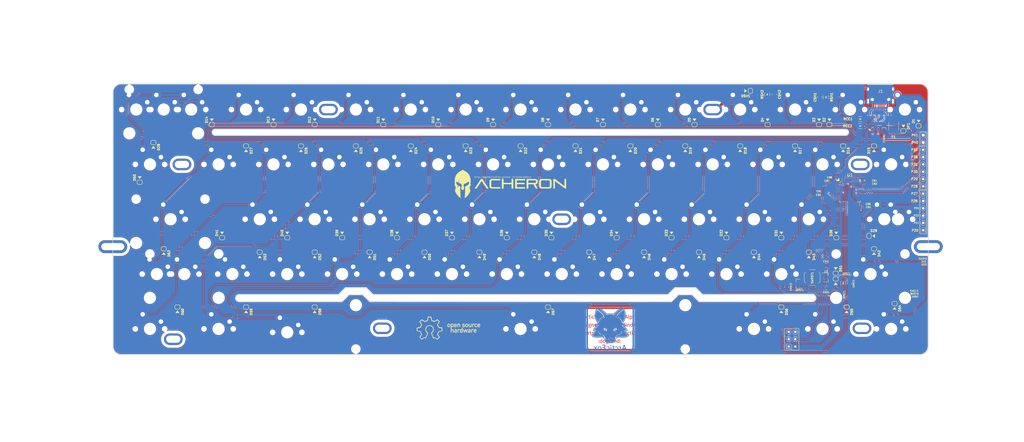
<source format=kicad_pcb>
(kicad_pcb (version 20171130) (host pcbnew 5.1.4)
  (title_block (title ArcticPCB) (date 2019-03-15) (rev 0.1.1) (comment 1 "Designed by Gondolindrim") (comment 2 "Project page: http://github.com/Gondolindrim/KeebsPCB"))
  (layers (0 F.Cu signal) (31 B.Cu signal) (34 B.Paste user hide) (35 F.Paste user hide) (36 B.SilkS user hide) (37 F.SilkS user) (38 B.Mask user hide) (39 F.Mask user) (44 Edge.Cuts user))
  (net 0 "")
  (net 1 3.3V)
  (net 2 GND)
  (net 3 BOOT0)
  (net 4 NRST)
  (net 5 /SHIELD)
  (net 6 5V)
  (net 7 VBUS)
  (net 8 "Net-(DRST1-Pad2)")
  (net 9 "Net-(D1-Pad2)")
  (net 10 Col1)
  (net 11 "Net-(D2-Pad2)")
  (net 12 Col2)
  (net 13 "Net-(D3-Pad2)")
  (net 14 Col3)
  (net 15 "Net-(D4-Pad2)")
  (net 16 Col4)
  (net 17 "Net-(D5-Pad2)")
  (net 18 Col5)
  (net 19 "Net-(D6-Pad2)")
  (net 20 Col6)
  (net 21 "Net-(D7-Pad2)")
  (net 22 Col7)
  (net 23 "Net-(D8-Pad2)")
  (net 24 Col8)
  (net 25 "Net-(D9-Pad2)")
  (net 26 Col9)
  (net 27 "Net-(D10-Pad2)")
  (net 28 Col10)
  (net 29 "Net-(D11-Pad2)")
  (net 30 Col11)
  (net 31 "Net-(D12-Pad2)")
  (net 32 Col12)
  (net 33 "Net-(D13-Pad2)")
  (net 34 Col13)
  (net 35 "Net-(D14-Pad2)")
  (net 36 "Net-(D15-Pad2)")
  (net 37 "Net-(D16-Pad2)")
  (net 38 "Net-(D17-Pad2)")
  (net 39 "Net-(D18-Pad2)")
  (net 40 "Net-(D19-Pad2)")
  (net 41 "Net-(D20-Pad2)")
  (net 42 "Net-(D21-Pad2)")
  (net 43 "Net-(D22-Pad2)")
  (net 44 "Net-(D23-Pad2)")
  (net 45 "Net-(D24-Pad2)")
  (net 46 "Net-(D25-Pad2)")
  (net 47 "Net-(D26-Pad2)")
  (net 48 "Net-(D27-Pad2)")
  (net 49 "Net-(D28-Pad2)")
  (net 50 "Net-(D29-Pad2)")
  (net 51 "Net-(D30-Pad2)")
  (net 52 "Net-(D31-Pad2)")
  (net 53 Col14)
  (net 54 "Net-(D32-Pad2)")
  (net 55 "Net-(D33-Pad2)")
  (net 56 "Net-(D34-Pad2)")
  (net 57 "Net-(D35-Pad2)")
  (net 58 "Net-(D36-Pad2)")
  (net 59 "Net-(D37-Pad2)")
  (net 60 "Net-(D38-Pad2)")
  (net 61 "Net-(D39-Pad2)")
  (net 62 "Net-(D40-Pad2)")
  (net 63 "Net-(D41-Pad2)")
  (net 64 "Net-(D42-Pad2)")
  (net 65 "Net-(D43-Pad2)")
  (net 66 "Net-(D44-Pad2)")
  (net 67 "Net-(D45-Pad2)")
  (net 68 "Net-(D46-Pad2)")
  (net 69 "Net-(D47-Pad2)")
  (net 70 "Net-(D48-Pad2)")
  (net 71 "Net-(D49-Pad2)")
  (net 72 "Net-(D50-Pad2)")
  (net 73 "Net-(D51-Pad2)")
  (net 74 "Net-(D52-Pad2)")
  (net 75 "Net-(D53-Pad2)")
  (net 76 "Net-(D54-Pad2)")
  (net 77 "Net-(D55-Pad2)")
  (net 78 "Net-(D56-Pad2)")
  (net 79 "Net-(D57-Pad2)")
  (net 80 "Net-(D58-Pad2)")
  (net 81 "Net-(D59-Pad2)")
  (net 82 "Net-(D60-Pad2)")
  (net 83 "Net-(D65-Pad2)")
  (net 84 "Net-(J1-PadB8)")
  (net 85 "Net-(J1-PadA5)")
  (net 86 DBus+)
  (net 87 DBus-)
  (net 88 "Net-(J1-PadA8)")
  (net 89 Row1)
  (net 90 Row2)
  (net 91 Row3)
  (net 92 Row4)
  (net 93 Row5)
  (net 94 D+)
  (net 95 D-)
  (net 96 SWCLK)
  (net 97 SWDIO)
  (net 98 "Net-(D62-Pad2)")
  (net 99 J2_6)
  (net 100 J2_5)
  (net 101 J2_4)
  (net 102 J2_3)
  (net 103 J2_2)
  (net 104 J2_1)
  (net 105 J3_6)
  (net 106 J3_5)
  (net 107 J3_4)
  (net 108 J3_3)
  (net 109 J3_2)
  (net 110 J3_1)
  (net 111 CASE)
  (net 112 "Net-(CSH2-Pad2)")
  (net 113 "Net-(J1-PadB5)")
  (net 114 J4_2)
  (net 115 J4_1)
  (module acheron_MX_SolderMask:MX700R (layer F.Cu) (at 142.49944 85.40032)
    (fp_text reference SW57)
    (fp_text value MXSwitch)
    (pad 2 thru_hole circle (at 3.81 -2.54) (size 2.032 2.032) (drill 1.524) (layers B.Cu) (net 79 "Net-(D57-Pad2)"))
    (pad 1 thru_hole circle (at -2.54 -5.08) (size 2.032 2.032) (drill 1.524) (layers B.Cu) (net 22 Col7))
    (pad "" np_thru_hole circle (at -57.15 -8.255) (size 3.9878 3.9878) (drill 3.9878) (layers *.Cu *.Mask))
    (pad "" np_thru_hole circle (at 57.15 -8.255) (size 3.9878 3.9878) (drill 3.9878) (layers *.Cu *.Mask))
    (pad "" np_thru_hole circle (at 57.15 6.985) (size 3.048 3.048) (drill 3.048) (layers *.Cu *.Mask))
    (pad "" np_thru_hole circle (at -57.15 6.985) (size 3.048 3.048) (drill 3.048) (layers *.Cu *.Mask))
    (pad "" np_thru_hole circle (at -5.08 0) (size 1.7018 1.7018) (drill 1.7018) (layers *.Cu *.Mask))
    (pad "" np_thru_hole circle (at 5.08 0) (size 1.7018 1.7018) (drill 1.7018) (layers *.Cu *.Mask))
    (pad 1 thru_hole circle (at -2.54 -5.08) (size 2.54 2.54) (drill 1.524) (layers F.Cu F.Mask) (net 22 Col7))
    (pad 2 thru_hole circle (at 3.81 -2.54) (size 2.54 2.54) (drill 1.524) (layers F.Cu F.Mask) (net 79 "Net-(D57-Pad2)"))
    (pad "" np_thru_hole circle (at 0 0) (size 3.9878 3.9878) (drill 3.9878) (layers *.Cu *.Mask))
  )
  (module arcticGraphics:arcticLabelMask (layer F.Cu) (at 173.488 85.4)
    (fp_text reference L5 hide)
    (fp_text value "Acheron Logo" hide)
  )
  (module arcticGraphics:arcticLabel (layer F.Cu) (at 173.488 85.4)
    (fp_text reference L4 hide)
    (fp_text value ArcticLabel hide)
    (fp_poly (pts (xy -6.524877 -5.005713) (xy -6.501395 -5.000366) (xy -6.480431 -4.990866) (xy -6.462344 -4.977657) (xy -6.447496 -4.961186) (xy -6.436248 -4.941898) (xy -6.42896 -4.920239) (xy -6.425993 -4.896653) (xy -6.426266 -4.883932) (xy -6.430278 -4.860006) (xy -6.438657 -4.838579) (xy -6.451217 -4.8199) (xy -6.467769 -4.804221) (xy -6.488126 -4.791791) (xy -6.498607 -4.787276) (xy -6.512419 -4.783521) (xy -6.529203 -4.781246) (xy -6.547046 -4.780544) (xy -6.564035 -4.781503) (xy -6.576012 -4.783601) (xy -6.594857 -4.789886) (xy -6.610951 -4.798903) (xy -6.624363 -4.80988) (xy -6.639623 -4.826836) (xy -6.650332 -4.845257) (xy -6.65676 -4.865785) (xy -6.65918 -4.889062) (xy -6.659214 -4.892473) (xy -6.656954 -4.917209) (xy -6.650416 -4.939572) (xy -6.639959 -4.959259) (xy -6.625944 -4.975967) (xy -6.608731 -4.989391) (xy -6.588682 -4.999228) (xy -6.566155 -5.005174) (xy -6.541512 -5.006924) (xy -6.524877 -5.005713)) (layer F.Cu) (width 0.01))
    (fp_poly (pts (xy 8.144966 -4.413777) (xy 8.159946 -4.432341) (xy 8.186733 -4.462315) (xy 8.216111 -4.489282) (xy 8.247387 -4.512724) (xy 8.279872 -4.532123) (xy 8.312643 -4.546873) (xy 8.3473 -4.557491) (xy 8.383989 -4.564295) (xy 8.42168 -4.56726) (xy 8.45934 -4.566362) (xy 8.495938 -4.561577) (xy 8.530442 -4.552881) (xy 8.533121 -4.552002) (xy 8.566332 -4.538414) (xy 8.59625 -4.520969) (xy 8.622823 -4.499719) (xy 8.646003 -4.474717) (xy 8.66574 -4.446016) (xy 8.681982 -4.413667) (xy 8.692265 -4.385711) (xy 8.694278 -4.379392) (xy 8.696104 -4.37362) (xy 8.697751 -4.368131) (xy 8.69923 -4.36266) (xy 8.70055 -4.356941) (xy 8.701721 -4.35071) (xy 8.702753 -4.343701) (xy 8.703656 -4.33565) (xy 8.704438 -4.326292) (xy 8.70511 -4.315361) (xy 8.705682 -4.302593) (xy 8.706163 -4.287723) (xy 8.706563 -4.270486) (xy 8.706892 -4.250616) (xy 8.707159 -4.22785) (xy 8.707374 -4.201921) (xy 8.707548 -4.172565) (xy 8.707688 -4.139517) (xy 8.707806 -4.102512) (xy 8.707911 -4.061285) (xy 8.708013 -4.015571) (xy 8.708121 -3.965105) (xy 8.708149 -3.95248) (xy 8.708952 -3.586121) (xy 8.541166 -3.586121) (xy 8.54108 -3.923273) (xy 8.541052 -3.96486) (xy 8.54099 -4.005352) (xy 8.540897 -4.044424) (xy 8.540775 -4.081751) (xy 8.540625 -4.117008) (xy 8.540451 -4.149869) (xy 8.540254 -4.180011) (xy 8.540036 -4.207106) (xy 8.5398 -4.230831) (xy 8.539548 -4.250861) (xy 8.539282 -4.26687) (xy 8.539004 -4.278533) (xy 8.538716 -4.285525) (xy 8.538641 -4.286528) (xy 8.53443 -4.3175) (xy 8.527685 -4.344344) (xy 8.518273 -4.367407) (xy 8.50606 -4.387036) (xy 8.495209 -4.399487) (xy 8.479025 -4.41304) (xy 8.460705 -4.423139) (xy 8.439309 -4.430243) (xy 8.42591 -4.433033) (xy 8.39228 -4.436405) (xy 8.359369 -4.434753) (xy 8.327161 -4.428073) (xy 8.295639 -4.416363) (xy 8.267468 -4.40129) (xy 8.246778 -4.386703) (xy 8.225203 -4.368067) (xy 8.203485 -4.346145) (xy 8.182364 -4.3217) (xy 8.162582 -4.295495) (xy 8.157514 -4.288138) (xy 8.144966 -4.269542) (xy 8.144966 -3.586121) (xy 7.977342 -3.586121) (xy 7.977342 -4.931073) (xy 8.061154 -4.939937) (xy 8.144966 -4.948802) (xy 8.144966 -4.413777)) (layer F.Cu) (width 0.01))
    (fp_poly (pts (xy 5.794573 -4.835041) (xy 5.795491 -4.832147) (xy 5.797888 -4.824619) (xy 5.801698 -4.812664) (xy 5.806857 -4.796486) (xy 5.813298 -4.776292) (xy 5.820956 -4.752286) (xy 5.829766 -4.724675) (xy 5.839661 -4.693664) (xy 5.850576 -4.659458) (xy 5.862446 -4.622263) (xy 5.875205 -4.582284) (xy 5.888787 -4.539728) (xy 5.903126 -4.494799) (xy 5.918158 -4.447704) (xy 5.933817 -4.398647) (xy 5.950036 -4.347834) (xy 5.966751 -4.295471) (xy 5.983896 -4.241763) (xy 5.992938 -4.213439) (xy 6.010278 -4.159115) (xy 6.027221 -4.106029) (xy 6.0437 -4.054386) (xy 6.05965 -4.004392) (xy 6.075005 -3.956252) (xy 6.089701 -3.910173) (xy 6.103671 -3.866359) (xy 6.11685 -3.825016) (xy 6.129173 -3.78635) (xy 6.140574 -3.750566) (xy 6.150988 -3.717869) (xy 6.160348 -3.688466) (xy 6.168591 -3.662562) (xy 6.175649 -3.640362) (xy 6.181458 -3.622072) (xy 6.185952 -3.607897) (xy 6.189066 -3.598043) (xy 6.190734 -3.592716) (xy 6.191008 -3.591803) (xy 6.192468 -3.586057) (xy 6.01042 -3.587391) (xy 5.963399 -3.74422) (xy 5.916378 -3.90105) (xy 5.678428 -3.90105) (xy 5.638253 -3.901046) (xy 5.602854 -3.90103) (xy 5.571929 -3.900997) (xy 5.545174 -3.900941) (xy 5.522286 -3.900856) (xy 5.502963 -3.900738) (xy 5.486901 -3.900579) (xy 5.473797 -3.900375) (xy 5.463349 -3.900119) (xy 5.455253 -3.899807) (xy 5.449206 -3.899433) (xy 5.444905 -3.89899) (xy 5.442048 -3.898474) (xy 5.44033 -3.897879) (xy 5.43945 -3.897199) (xy 5.439149 -3.896605) (xy 5.437654 -3.891616) (xy 5.434866 -3.882323) (xy 5.430953 -3.869288) (xy 5.426083 -3.853071) (xy 5.420427 -3.834234) (xy 5.414151 -3.813338) (xy 5.407425 -3.790944) (xy 5.400418 -3.767614) (xy 5.393297 -3.743907) (xy 5.386231 -3.720386) (xy 5.379389 -3.697612) (xy 5.372939 -3.676145) (xy 5.367051 -3.656547) (xy 5.361891 -3.639378) (xy 5.35763 -3.625201) (xy 5.354435 -3.614575) (xy 5.352476 -3.608063) (xy 5.352178 -3.607074) (xy 5.345858 -3.586121) (xy 5.258179 -3.586121) (xy 5.233877 -3.586158) (xy 5.214247 -3.586276) (xy 5.198882 -3.586492) (xy 5.187377 -3.586821) (xy 5.179323 -3.587276) (xy 5.174315 -3.587874) (xy 5.171945 -3.588629) (xy 5.171651 -3.589296) (xy 5.172517 -3.591961) (xy 5.174871 -3.59926) (xy 5.178645 -3.61099) (xy 5.183776 -3.626949) (xy 5.190197 -3.646932) (xy 5.197845 -3.670737) (xy 5.206653 -3.698161) (xy 5.216557 -3.729002) (xy 5.227491 -3.763057) (xy 5.239391 -3.800122) (xy 5.252191 -3.839994) (xy 5.265825 -3.882472) (xy 5.28023 -3.927351) (xy 5.295339 -3.974429) (xy 5.311088 -4.023503) (xy 5.317159 -4.042422) (xy 5.483312 -4.042422) (xy 5.485787 -4.042155) (xy 5.492954 -4.041901) (xy 5.504427 -4.041663) (xy 5.519817 -4.041445) (xy 5.538738 -4.04125) (xy 5.560802 -4.041081) (xy 5.585623 -4.040942) (xy 5.612812 -4.040836) (xy 5.641983 -4.040767) (xy 5.672749 -4.040737) (xy 5.679144 -4.040736) (xy 5.716595 -4.040751) (xy 5.749248 -4.040799) (xy 5.777382 -4.040885) (xy 5.80128 -4.041014) (xy 5.821222 -4.041189) (xy 5.837488 -4.041416) (xy 5.850359 -4.041699) (xy 5.860116 -4.042043) (xy 5.867041 -4.042452) (xy 5.871413 -4.042931) (xy 5.873513 -4.043485) (xy 5.873786 -4.043911) (xy 5.87293 -4.046689) (xy 5.870714 -4.05405) (xy 5.867221 -4.065707) (xy 5.862539 -4.081374) (xy 5.856752 -4.100763) (xy 5.849945 -4.123589) (xy 5.842205 -4.149564) (xy 5.833616 -4.178403) (xy 5.824264 -4.209817) (xy 5.814234 -4.243522) (xy 5.803612 -4.279229) (xy 5.792483 -4.316653) (xy 5.780932 -4.355507) (xy 5.776534 -4.370305) (xy 5.764861 -4.409522) (xy 5.753567 -4.447346) (xy 5.742739 -4.4835) (xy 5.732461 -4.5177) (xy 5.722819 -4.549667) (xy 5.713899 -4.57912) (xy 5.705786 -4.605777) (xy 5.698566 -4.629359) (xy 5.692324 -4.649584) (xy 5.687146 -4.666172) (xy 5.683117 -4.678842) (xy 5.680323 -4.687312) (xy 5.67885 -4.691303) (xy 5.678651 -4.691583) (xy 5.677761 -4.689017) (xy 5.67552 -4.681929) (xy 5.672031 -4.670666) (xy 5.667397 -4.655572) (xy 5.661725 -4.636995) (xy 5.655116 -4.615278) (xy 5.647675 -4.590767) (xy 5.639506 -4.563808) (xy 5.630713 -4.534746) (xy 5.6214 -4.503928) (xy 5.61167 -4.471697) (xy 5.601629 -4.4384) (xy 5.591379 -4.404382) (xy 5.581024 -4.369988) (xy 5.57067 -4.335565) (xy 5.560419 -4.301457) (xy 5.550375 -4.26801) (xy 5.540643 -4.235569) (xy 5.531327 -4.20448) (xy 5.52253 -4.175089) (xy 5.514356 -4.14774) (xy 5.506909 -4.12278) (xy 5.500294 -4.100553) (xy 5.494614 -4.081405) (xy 5.489973 -4.065682) (xy 5.486475 -4.053729) (xy 5.484224 -4.045892) (xy 5.483324 -4.042515) (xy 5.483312 -4.042422) (xy 5.317159 -4.042422) (xy 5.327412 -4.07437) (xy 5.344244 -4.126827) (xy 5.361521 -4.180672) (xy 5.373053 -4.216613) (xy 5.573303 -4.840756) (xy 5.792818 -4.840756) (xy 5.794573 -4.835041)) (layer F.Cu) (width 0.01))
    (fp_poly (pts (xy -1.372098 -4.84073) (xy -1.329267 -4.84069) (xy -1.29111 -4.840566) (xy -1.257218 -4.840336) (xy -1.227186 -4.839976) (xy -1.200606 -4.839462) (xy -1.177074 -4.838771) (xy -1.156181 -4.83788) (xy -1.137521 -4.836765) (xy -1.120688 -4.835403) (xy -1.105276 -4.83377) (xy -1.090877 -4.831844) (xy -1.077085 -4.8296) (xy -1.063494 -4.827016) (xy -1.049698 -4.824067) (xy -1.038756 -4.821553) (xy -0.992613 -4.808736) (xy -0.950605 -4.792972) (xy -0.912721 -4.774251) (xy -0.878954 -4.752566) (xy -0.849293 -4.727906) (xy -0.82373 -4.700264) (xy -0.802255 -4.669629) (xy -0.78486 -4.635994) (xy -0.771535 -4.599349) (xy -0.762271 -4.559686) (xy -0.760687 -4.549955) (xy -0.758737 -4.53237) (xy -0.757513 -4.511468) (xy -0.757017 -4.488825) (xy -0.75725 -4.466019) (xy -0.758215 -4.444629) (xy -0.759912 -4.426231) (xy -0.760539 -4.421698) (xy -0.768791 -4.382513) (xy -0.781221 -4.345605) (xy -0.797659 -4.31131) (xy -0.817932 -4.279964) (xy -0.841871 -4.251903) (xy -0.85142 -4.242609) (xy -0.875503 -4.222712) (xy -0.903649 -4.203613) (xy -0.934848 -4.185888) (xy -0.968087 -4.170113) (xy -1.001306 -4.157225) (xy -1.013052 -4.152956) (xy -1.020469 -4.149683) (xy -1.02414 -4.147098) (xy -1.024672 -4.144964) (xy -1.02321 -4.142364) (xy -1.019283 -4.135677) (xy -1.013048 -4.125166) (xy -1.004665 -4.111095) (xy -0.99429 -4.093725) (xy -0.982081 -4.073321) (xy -0.968195 -4.050146) (xy -0.952791 -4.024462) (xy -0.936026 -3.996534) (xy -0.918058 -3.966623) (xy -0.899044 -3.934993) (xy -0.879142 -3.901908) (xy -0.858509 -3.86763) (xy -0.857038 -3.865187) (xy -0.83639 -3.830883) (xy -0.81648 -3.797784) (xy -0.797465 -3.766149) (xy -0.7795 -3.73624) (xy -0.762742 -3.708317) (xy -0.747346 -3.682639) (xy -0.733469 -3.659468) (xy -0.721266 -3.639063) (xy -0.710892 -3.621685) (xy -0.702505 -3.607595) (xy -0.69626 -3.597052) (xy -0.692313 -3.590318) (xy -0.69082 -3.587652) (xy -0.690811 -3.587622) (xy -0.693261 -3.587296) (xy -0.700255 -3.586997) (xy -0.711257 -3.586731) (xy -0.72573 -3.586506) (xy -0.743139 -3.586331) (xy -0.762947 -3.586212) (xy -0.784619 -3.586157) (xy -0.793036 -3.586155) (xy -0.89526 -3.586189) (xy -1.045088 -3.851558) (xy -1.194915 -4.116928) (xy -1.389241 -4.116928) (xy -1.389241 -3.586121) (xy -1.564484 -3.586121) (xy -1.564484 -4.25115) (xy -1.389241 -4.25115) (xy -1.266698 -4.252247) (xy -1.238097 -4.252518) (xy -1.214061 -4.252789) (xy -1.194079 -4.253082) (xy -1.177635 -4.253419) (xy -1.164218 -4.253823) (xy -1.153314 -4.254314) (xy -1.144409 -4.254916) (xy -1.136991 -4.25565) (xy -1.130545 -4.256538) (xy -1.124559 -4.257602) (xy -1.120028 -4.258537) (xy -1.084639 -4.26791) (xy -1.053499 -4.279946) (xy -1.026457 -4.294772) (xy -1.003361 -4.312514) (xy -0.98406 -4.333297) (xy -0.968403 -4.357249) (xy -0.956237 -4.384494) (xy -0.951549 -4.398935) (xy -0.944262 -4.431013) (xy -0.940438 -4.46422) (xy -0.940033 -4.497577) (xy -0.942998 -4.530106) (xy -0.949289 -4.56083) (xy -0.958857 -4.58877) (xy -0.960773 -4.5931) (xy -0.974137 -4.616743) (xy -0.991275 -4.637514) (xy -1.012304 -4.655483) (xy -1.037335 -4.67072) (xy -1.066483 -4.683296) (xy -1.099862 -4.693282) (xy -1.133179 -4.700042) (xy -1.140774 -4.701144) (xy -1.14943 -4.702077) (xy -1.159666 -4.702862) (xy -1.172005 -4.703517) (xy -1.186965 -4.704064) (xy -1.205069 -4.704522) (xy -1.226836 -4.704911) (xy -1.252788 -4.705252) (xy -1.274318 -4.705478) (xy -1.389241 -4.706591) (xy -1.389241 -4.25115) (xy -1.564484 -4.25115) (xy -1.564484 -4.840756) (xy -1.372098 -4.84073)) (layer F.Cu) (width 0.01))
    (fp_poly (pts (xy -2.956899 -4.84011) (xy -2.917794 -4.839905) (xy -2.883341 -4.839686) (xy -2.853113 -4.83943) (xy -2.826684 -4.839114) (xy -2.803628 -4.838715) (xy -2.783515 -4.83821) (xy -2.765921 -4.837576) (xy -2.750418 -4.83679) (xy -2.736579 -4.835827) (xy -2.723977 -4.834667) (xy -2.712185 -4.833284) (xy -2.700777 -4.831657) (xy -2.689325 -4.829761) (xy -2.677402 -4.827574) (xy -2.664582 -4.825074) (xy -2.659114 -4.823981) (xy -2.615154 -4.813852) (xy -2.575608 -4.80191) (xy -2.540078 -4.787972) (xy -2.508165 -4.771853) (xy -2.479472 -4.753369) (xy -2.453602 -4.732338) (xy -2.446428 -4.725598) (xy -2.422732 -4.699749) (xy -2.403556 -4.672376) (xy -2.388585 -4.642873) (xy -2.377501 -4.610632) (xy -2.370919 -4.580734) (xy -2.368983 -4.56542) (xy -2.367732 -4.547044) (xy -2.367187 -4.527262) (xy -2.367367 -4.507732) (xy -2.36829 -4.490114) (xy -2.369723 -4.477572) (xy -2.377913 -4.441968) (xy -2.390672 -4.408412) (xy -2.407826 -4.377131) (xy -2.429201 -4.348353) (xy -2.454625 -4.322303) (xy -2.483924 -4.299209) (xy -2.516926 -4.279297) (xy -2.523972 -4.275708) (xy -2.535017 -4.270625) (xy -2.547629 -4.265418) (xy -2.560643 -4.260502) (xy -2.572895 -4.256292) (xy -2.58322 -4.2532) (xy -2.590453 -4.251642) (xy -2.591942 -4.251535) (xy -2.595236 -4.25047) (xy -2.595613 -4.24963) (xy -2.593288 -4.248354) (xy -2.586998 -4.246367) (xy -2.577756 -4.243958) (xy -2.568655 -4.241868) (xy -2.525512 -4.230598) (xy -2.486163 -4.216394) (xy -2.45071 -4.199316) (xy -2.419257 -4.179426) (xy -2.391906 -4.156787) (xy -2.368762 -4.131459) (xy -2.357304 -4.115558) (xy -2.341216 -4.086685) (xy -2.328497 -4.054492) (xy -2.319238 -4.019539) (xy -2.313526 -3.982384) (xy -2.311452 -3.943585) (xy -2.313104 -3.903702) (xy -2.317733 -3.868033) (xy -2.326814 -3.828716) (xy -2.340052 -3.792311) (xy -2.357437 -3.758826) (xy -2.378959 -3.728271) (xy -2.404609 -3.700652) (xy -2.434375 -3.675978) (xy -2.468248 -3.654257) (xy -2.506218 -3.635497) (xy -2.548275 -3.619706) (xy -2.594408 -3.606893) (xy -2.644608 -3.597065) (xy -2.656574 -3.595249) (xy -2.668166 -3.593647) (xy -2.679537 -3.592242) (xy -2.69109 -3.591022) (xy -2.703233 -3.589973) (xy -2.716371 -3.589083) (xy -2.73091 -3.588339) (xy -2.747255 -3.587729) (xy -2.765812 -3.587241) (xy -2.786986 -3.586861) (xy -2.811184 -3.586577) (xy -2.83881 -3.586376) (xy -2.870271 -3.586246) (xy -2.905972 -3.586174) (xy -2.946319 -3.586148) (xy -2.94928 -3.586148) (xy -3.154365 -3.586121) (xy -3.154365 -3.723268) (xy -2.981662 -3.723268) (xy -2.880707 -3.723293) (xy -2.856731 -3.723366) (xy -2.832803 -3.723565) (xy -2.809759 -3.723872) (xy -2.788432 -3.724273) (xy -2.76966 -3.724751) (xy -2.754278 -3.725291) (xy -2.74312 -3.725877) (xy -2.742926 -3.725891) (xy -2.700974 -3.730016) (xy -2.66348 -3.736291) (xy -2.630246 -3.744838) (xy -2.601071 -3.755779) (xy -2.575756 -3.769237) (xy -2.554102 -3.785334) (xy -2.53591 -3.804193) (xy -2.520981 -3.825936) (xy -2.509114 -3.850686) (xy -2.50123 -3.874382) (xy -2.499194 -3.882345) (xy -2.497712 -3.88997) (xy -2.496702 -3.898286) (xy -2.496081 -3.908318) (xy -2.495764 -3.921094) (xy -2.49567 -3.93764) (xy -2.495672 -3.942956) (xy -2.495954 -3.965397) (xy -2.496899 -3.983931) (xy -2.498741 -3.999712) (xy -2.501713 -4.013894) (xy -2.506049 -4.027631) (xy -2.511981 -4.042078) (xy -2.518552 -4.055974) (xy -2.524511 -4.067462) (xy -2.530283 -4.076819) (xy -2.536959 -4.085515) (xy -2.545632 -4.095018) (xy -2.553498 -4.10296) (xy -2.571374 -4.119273) (xy -2.589158 -4.132319) (xy -2.608357 -4.143008) (xy -2.630476 -4.152248) (xy -2.641336 -4.156028) (xy -2.652459 -4.159669) (xy -2.662508 -4.162772) (xy -2.671998 -4.165383) (xy -2.681443 -4.16755) (xy -2.691359 -4.169318) (xy -2.70226 -4.170734) (xy -2.714662 -4.171844) (xy -2.729079 -4.172696) (xy -2.746027 -4.173336) (xy -2.76602 -4.173811) (xy -2.789573 -4.174166) (xy -2.817202 -4.174449) (xy -2.84769 -4.174693) (xy -2.981662 -4.175701) (xy -2.981662 -3.723268) (xy -3.154365 -3.723268) (xy -3.154365 -4.309604) (xy -2.981662 -4.309604) (xy -2.857849 -4.31067) (xy -2.82479 -4.311007) (xy -2.796621 -4.311411) (xy -2.773151 -4.311886) (xy -2.75419 -4.312439) (xy -2.73955 -4.313076) (xy -2.72904 -4.313803) (xy -2.72247 -4.314625) (xy -2.721338 -4.314866) (xy -2.688174 -4.324271) (xy -2.659479 -4.335095) (xy -2.634787 -4.347546) (xy -2.613637 -4.36183) (xy -2.6109 -4.364013) (xy -2.589519 -4.384147) (xy -2.572367 -4.406478) (xy -2.559025 -4.431655) (xy -2.549571 -4.458524) (xy -2.546112 -4.475562) (xy -2.544137 -4.495783) (xy -2.543648 -4.517511) (xy -2.544645 -4.539071) (xy -2.547129 -4.558788) (xy -2.549526 -4.569766) (xy -2.559135 -4.597079) (xy -2.572389 -4.62087) (xy -2.589354 -4.641222) (xy -2.610097 -4.65822) (xy -2.628795 -4.66913) (xy -2.644922 -4.676682) (xy -2.660628 -4.682801) (xy -2.677349 -4.687939) (xy -2.696521 -4.692548) (xy -2.715142 -4.69626) (xy -2.722416 -4.697549) (xy -2.729579 -4.698631) (xy -2.737178 -4.699528) (xy -2.74576 -4.700267) (xy -2.755872 -4.700871) (xy -2.768061 -4.701365) (xy -2.782874 -4.701773) (xy -2.800858 -4.70212) (xy -2.822561 -4.702431) (xy -2.848528 -4.702729) (xy -2.862929 -4.702878) (xy -2.981662 -4.704075) (xy -2.981662 -4.309604) (xy -3.154365 -4.309604) (xy -3.154365 -4.84109) (xy -2.956899 -4.84011)) (layer F.Cu) (width 0.01))
    (fp_poly (pts (xy -5.028062 -4.840038) (xy -4.989452 -4.839839) (xy -4.955555 -4.839636) (xy -4.926006 -4.839419) (xy -4.900439 -4.839182) (xy -4.878489 -4.838916) (xy -4.85979 -4.838613) (xy -4.843975 -4.838265) (xy -4.83068 -4.837863) (xy -4.819538 -4.8374) (xy -4.810184 -4.836868) (xy -4.802252 -4.836257) (xy -4.795376 -4.835561) (xy -4.789191 -4.834772) (xy -4.788928 -4.834734) (xy -4.737687 -4.825863) (xy -4.690671 -4.81436) (xy -4.647721 -4.80016) (xy -4.608678 -4.783197) (xy -4.573383 -4.763405) (xy -4.541677 -4.740717) (xy -4.522794 -4.724271) (xy -4.495894 -4.695513) (xy -4.472837 -4.663562) (xy -4.453694 -4.628623) (xy -4.438533 -4.590901) (xy -4.427424 -4.550603) (xy -4.420437 -4.507934) (xy -4.417641 -4.463101) (xy -4.41904 -4.417182) (xy -4.424005 -4.372793) (xy -4.43213 -4.332099) (xy -4.443592 -4.294685) (xy -4.458565 -4.260136) (xy -4.477224 -4.228038) (xy -4.499746 -4.197976) (xy -4.521852 -4.173918) (xy -4.551436 -4.147251) (xy -4.583511 -4.124025) (xy -4.61842 -4.10408) (xy -4.656505 -4.087255) (xy -4.698109 -4.073389) (xy -4.743575 -4.062321) (xy -4.770357 -4.057368) (xy -4.789435 -4.054431) (xy -4.808618 -4.051999) (xy -4.828589 -4.050035) (xy -4.85003 -4.048498) (xy -4.873622 -4.047352) (xy -4.900048 -4.046557) (xy -4.92999 -4.046076) (xy -4.96413 -4.045869) (xy -4.974728 -4.045855) (xy -5.064254 -4.045815) (xy -5.064254 -3.586121) (xy -5.236956 -3.586121) (xy -5.236956 -4.446455) (xy -5.064254 -4.446455) (xy -5.064237 -4.410534) (xy -5.06419 -4.376049) (xy -5.064114 -4.34334) (xy -5.064012 -4.312744) (xy -5.063885 -4.284602) (xy -5.063736 -4.259251) (xy -5.063568 -4.237031) (xy -5.063381 -4.218281) (xy -5.063179 -4.203339) (xy -5.062963 -4.192545) (xy -5.062736 -4.186237) (xy -5.06256 -4.184655) (xy -5.059571 -4.184145) (xy -5.05215 -4.183733) (xy -5.040947 -4.183415) (xy -5.02661 -4.183188) (xy -5.009786 -4.183049) (xy -4.991124 -4.182997) (xy -4.971271 -4.183028) (xy -4.950875 -4.183139) (xy -4.930585 -4.183328) (xy -4.911049 -4.183593) (xy -4.892914 -4.18393) (xy -4.876829 -4.184336) (xy -4.863441 -4.18481) (xy -4.853399 -4.185347) (xy -4.850915 -4.18554) (xy -4.811681 -4.190269) (xy -4.776603 -4.19735) (xy -4.745267 -4.206918) (xy -4.717259 -4.219106) (xy -4.692167 -4.23405) (xy -4.684592 -4.239506) (xy -4.662908 -4.258998) (xy -4.644425 -4.282335) (xy -4.629201 -4.309372) (xy -4.617292 -4.339965) (xy -4.608755 -4.37397) (xy -4.603647 -4.411243) (xy -4.60202 -4.450019) (xy -4.603964 -4.489447) (xy -4.609786 -4.525628) (xy -4.619469 -4.558542) (xy -4.632999 -4.588166) (xy -4.650359 -4.614477) (xy -4.671534 -4.637455) (xy -4.696507 -4.657076) (xy -4.725264 -4.673319) (xy -4.757787 -4.686162) (xy -4.774399 -4.691025) (xy -4.78626 -4.694072) (xy -4.797086 -4.696626) (xy -4.807481 -4.698733) (xy -4.818047 -4.700444) (xy -4.829387 -4.701808) (xy -4.842104 -4.702873) (xy -4.856801 -4.70369) (xy -4.874081 -4.704307) (xy -4.894547 -4.704773) (xy -4.918802 -4.705137) (xy -4.947448 -4.705449) (xy -4.95187 -4.705492) (xy -5.064254 -4.706561) (xy -5.064254 -4.446455) (xy -5.236956 -4.446455) (xy -5.236956 -4.841051) (xy -5.028062 -4.840038)) (layer F.Cu) (width 0.01))
    (fp_poly (pts (xy -6.458574 -3.586121) (xy -6.626197 -3.586121) (xy -6.626197 -4.546145) (xy -6.458574 -4.546145) (xy -6.458574 -3.586121)) (layer F.Cu) (width 0.01))
    (fp_poly (pts (xy -8.376194 -4.566464) (xy -8.356751 -4.565126) (xy -8.338641 -4.563226) (xy -8.323448 -4.560852) (xy -8.321478 -4.560452) (xy -8.313073 -4.558485) (xy -8.308581 -4.556648) (xy -8.306906 -4.554234) (xy -8.306894 -4.551053) (xy -8.307551 -4.546739) (xy -8.308988 -4.538445) (xy -8.311067 -4.526905) (xy -8.313647 -4.512854) (xy -8.316591 -4.497026) (xy -8.319759 -4.480154) (xy -8.323012 -4.462972) (xy -8.326211 -4.446214) (xy -8.329217 -4.430615) (xy -8.331891 -4.416908) (xy -8.334093 -4.405827) (xy -8.335684 -4.398106) (xy -8.336526 -4.394479) (xy -8.336599 -4.394301) (xy -8.339273 -4.394431) (xy -8.345711 -4.395476) (xy -8.354722 -4.397233) (xy -8.358651 -4.398062) (xy -8.373788 -4.400489) (xy -8.391707 -4.402052) (xy -8.411012 -4.40275) (xy -8.430302 -4.402581) (xy -8.448182 -4.401545) (xy -8.463253 -4.39964) (xy -8.470053 -4.398164) (xy -8.497014 -4.388712) (xy -8.521838 -4.375332) (xy -8.544611 -4.357907) (xy -8.565422 -4.336318) (xy -8.584357 -4.310447) (xy -8.601503 -4.280174) (xy -8.616947 -4.245383) (xy -8.630777 -4.205954) (xy -8.642644 -4.163511) (xy -8.650375 -4.132632) (xy -8.650375 -3.586121) (xy -8.817998 -3.586121) (xy -8.817998 -4.546145) (xy -8.745615 -4.546145) (xy -8.727032 -4.546081) (xy -8.710213 -4.5459) (xy -8.695797 -4.545619) (xy -8.684421 -4.545255) (xy -8.676721 -4.544824) (xy -8.673334 -4.544343) (xy -8.67323 -4.54424) (xy -8.673021 -4.541028) (xy -8.672434 -4.533457) (xy -8.671529 -4.522225) (xy -8.670364 -4.50803) (xy -8.668999 -4.49157) (xy -8.667492 -4.473543) (xy -8.665902 -4.454646) (xy -8.664289 -4.435579) (xy -8.662711 -4.417037) (xy -8.661228 -4.399721) (xy -8.659897 -4.384327) (xy -8.658779 -4.371553) (xy -8.657932 -4.362098) (xy -8.657415 -4.356659) (xy -8.657299 -4.355664) (xy -8.656176 -4.355641) (xy -8.653955 -4.359534) (xy -8.651871 -4.364553) (xy -8.64189 -4.388493) (xy -8.629841 -4.413209) (xy -8.616841 -4.436501) (xy -8.608674 -4.449446) (xy -8.585868 -4.479999) (xy -8.561337 -4.505824) (xy -8.534912 -4.527029) (xy -8.506428 -4.543721) (xy -8.475718 -4.556007) (xy -8.442614 -4.563994) (xy -8.426699 -4.566236) (xy -8.412751 -4.567106) (xy -8.395389 -4.567153) (xy -8.376194 -4.566464)) (layer F.Cu) (width 0.01))
    (fp_poly (pts (xy -9.38447 -4.800755) (xy -9.382538 -4.7947) (xy -9.379134 -4.784033) (xy -9.37433 -4.768982) (xy -9.368198 -4.749773) (xy -9.360811 -4.726635) (xy -9.352242 -4.699793) (xy -9.342562 -4.669476) (xy -9.331846 -4.635911) (xy -9.320164 -4.599324) (xy -9.30759 -4.559943) (xy -9.294197 -4.517995) (xy -9.280056 -4.473708) (xy -9.26524 -4.427307) (xy -9.249822 -4.379022) (xy -9.233875 -4.329078) (xy -9.21747 -4.277703) (xy -9.200681 -4.225125) (xy -9.184166 -4.173406) (xy -8.996614 -3.586059) (xy -9.087914 -3.586725) (xy -9.179215 -3.587391) (xy -9.226412 -3.74422) (xy -9.273608 -3.90105) (xy -9.749319 -3.90105) (xy -9.796368 -3.74422) (xy -9.843417 -3.587391) (xy -9.931107 -3.586724) (xy -10.018797 -3.586056) (xy -10.005184 -3.628629) (xy -10.003168 -3.63493) (xy -9.999674 -3.645839) (xy -9.994777 -3.661126) (xy -9.98855 -3.680565) (xy -9.981066 -3.703924) (xy -9.972398 -3.730976) (xy -9.96262 -3.761491) (xy -9.951805 -3.795241) (xy -9.940027 -3.831997) (xy -9.927358 -3.871529) (xy -9.913873 -3.913609) (xy -9.899645 -3.958008) (xy -9.884746 -4.004496) (xy -9.871971 -4.044359) (xy -9.705963 -4.044359) (xy -9.705331 -4.043646) (xy -9.703699 -4.043032) (xy -9.700739 -4.042511) (xy -9.696121 -4.042075) (xy -9.689515 -4.041717) (xy -9.680592 -4.041428) (xy -9.669021 -4.041202) (xy -9.654473 -4.041031) (xy -9.636619 -4.040908) (xy -9.615129 -4.040824) (xy -9.589674 -4.040772) (xy -9.559923 -4.040746) (xy -9.525547 -4.040736) (xy -9.511248 -4.040736) (xy -9.473772 -4.040751) (xy -9.441094 -4.040799) (xy -9.412934 -4.040886) (xy -9.389011 -4.041014) (xy -9.369046 -4.04119) (xy -9.352756 -4.041417) (xy -9.339861 -4.0417) (xy -9.330082 -4.042044) (xy -9.323136 -4.042453) (xy -9.318743 -4.042932) (xy -9.316623 -4.043486) (xy -9.316338 -4.043911) (xy -9.31718 -4.046689) (xy -9.319383 -4.05405) (xy -9.32286 -4.06571) (xy -9.327527 -4.081381) (xy -9.333298 -4.100777) (xy -9.34009 -4.123613) (xy -9.347815 -4.149602) (xy -9.35639 -4.178459) (xy -9.36573 -4.209896) (xy -9.37575 -4.243629) (xy -9.386363 -4.279372) (xy -9.397486 -4.316837) (xy -9.409034 -4.355739) (xy -9.413746 -4.371616) (xy -9.429012 -4.422972) (xy -9.443042 -4.47001) (xy -9.455823 -4.512677) (xy -9.467336 -4.550922) (xy -9.477568 -4.584693) (xy -9.486501 -4.613938) (xy -9.49412 -4.638606) (xy -9.50041 -4.658644) (xy -9.505353 -4.674002) (xy -9.508935 -4.684627) (xy -9.511139 -4.690467) (xy -9.51192 -4.691624) (xy -9.512801 -4.688835) (xy -9.51504 -4.681508) (xy -9.518538 -4.669971) (xy -9.523197 -4.654552) (xy -9.52892 -4.635578) (xy -9.535606 -4.613379) (xy -9.543159 -4.588282) (xy -9.551478 -4.560615) (xy -9.560467 -4.530706) (xy -9.570026 -4.498884) (xy -9.580058 -4.465476) (xy -9.590462 -4.43081) (xy -9.601142 -4.395214) (xy -9.611999 -4.359017) (xy -9.622934 -4.322546) (xy -9.633849 -4.28613) (xy -9.644645 -4.250096) (xy -9.655224 -4.214773) (xy -9.665487 -4.180488) (xy -9.675337 -4.14757) (xy -9.684674 -4.116347) (xy -9.6934 -4.087146) (xy -9.701417 -4.060297) (xy -9.705926 -4.04518) (xy -9.705963 -4.044359) (xy -9.871971 -4.044359) (xy -9.869251 -4.052846) (xy -9.853233 -4.102827) (xy -9.836765 -4.154211) (xy -9.81992 -4.20677) (xy -9.80416 -4.255942) (xy -9.616748 -4.840682) (xy -9.397222 -4.840756) (xy -9.38447 -4.800755)) (layer F.Cu) (width 0.01))
    (fp_poly (pts (xy 9.378538 -4.566191) (xy 9.422105 -4.561629) (xy 9.462514 -4.553774) (xy 9.477082 -4.549878) (xy 9.513208 -4.537048) (xy 9.54588 -4.520525) (xy 9.575033 -4.50037) (xy 9.600604 -4.476644) (xy 9.62253 -4.44941) (xy 9.640746 -4.418727) (xy 9.655188 -4.384659) (xy 9.658087 -4.375982) (xy 9.660661 -4.367905) (xy 9.662957 -4.360565) (xy 9.664994 -4.35364) (xy 9.666787 -4.346806) (xy 9.668356 -4.33974) (xy 9.669716 -4.33212) (xy 9.670885 -4.32362) (xy 9.671881 -4.31392) (xy 9.672721 -4.302694) (xy 9.673423 -4.28962) (xy 9.674003 -4.274375) (xy 9.674479 -4.256635) (xy 9.674869 -4.236077) (xy 9.675189 -4.212378) (xy 9.675458 -4.185214) (xy 9.675692 -4.154262) (xy 9.675909 -4.1192) (xy 9.676126 -4.079703) (xy 9.676359 -4.035656) (xy 9.676589 -3.99294) (xy 9.6768 -3.955) (xy 9.677 -3.921535) (xy 9.677196 -3.892241) (xy 9.677395 -3.866816) (xy 9.677605 -3.844957) (xy 9.677833 -3.826363) (xy 9.678085 -3.810729) (xy 9.678371 -3.797754) (xy 9.678696 -3.787135) (xy 9.679067 -3.778569) (xy 9.679493 -3.771753) (xy 9.679981 -3.766386) (xy 9.680537 -3.762164) (xy 9.681169 -3.758785) (xy 9.681884 -3.755946) (xy 9.682689 -3.753345) (xy 9.683165 -3.751931) (xy 9.691734 -3.731427) (xy 9.702412 -3.714942) (xy 9.715965 -3.701596) (xy 9.733158 -3.690507) (xy 9.739291 -3.687417) (xy 9.747193 -3.683407) (xy 9.752893 -3.680069) (xy 9.755203 -3.6781) (xy 9.755208 -3.678057) (xy 9.75447 -3.675236) (xy 9.752375 -3.668282) (xy 9.749141 -3.65789) (xy 9.744986 -3.644757) (xy 9.740128 -3.629579) (xy 9.736937 -3.619691) (xy 9.718623 -3.5631) (xy 9.707052 -3.564645) (xy 9.674044 -3.570986) (xy 9.643653 -3.580751) (xy 9.616321 -3.593732) (xy 9.592492 -3.609719) (xy 9.57379 -3.627185) (xy 9.566136 -3.636986) (xy 9.557541 -3.650165) (xy 9.548798 -3.665325) (xy 9.5407 -3.681068) (xy 9.53404 -3.695999) (xy 9.532505 -3.699937) (xy 9.531312 -3.702297) (xy 9.529678 -3.702733) (xy 9.526977 -3.700745) (xy 9.522585 -3.69583) (xy 9.515874 -3.687489) (xy 9.51402 -3.68514) (xy 9.487587 -3.655581) (xy 9.45799 -3.62999) (xy 9.425258 -3.608387) (xy 9.389424 -3.590792) (xy 9.350518 -3.577224) (xy 9.34138 -3.574737) (xy 9.317568 -3.569804) (xy 9.290462 -3.566258) (xy 9.261682 -3.564191) (xy 9.232844 -3.563696) (xy 9.205568 -3.564864) (xy 9.191858 -3.566243) (xy 9.160087 -3.571902) (xy 9.128313 -3.580695) (xy 9.098028 -3.592117) (xy 9.070723 -3.605662) (xy 9.064348 -3.609438) (xy 9.048521 -3.620413) (xy 9.031791 -3.634133) (xy 9.015432 -3.649392) (xy 9.000716 -3.664986) (xy 8.988918 -3.679707) (xy 8.986672 -3.682962) (xy 8.968499 -3.714832) (xy 8.954505 -3.749287) (xy 8.944764 -3.78592) (xy 8.939352 -3.824323) (xy 8.938342 -3.864089) (xy 8.939311 -3.875481) (xy 9.11793 -3.875481) (xy 9.118148 -3.861234) (xy 9.118391 -3.852795) (xy 9.119843 -3.827326) (xy 9.122637 -3.805852) (xy 9.127052 -3.787401) (xy 9.133368 -3.771) (xy 9.141865 -3.755678) (xy 9.149423 -3.744855) (xy 9.165286 -3.727328) (xy 9.184075 -3.713224) (xy 9.206327 -3.702205) (xy 9.227716 -3.695183) (xy 9.235652 -3.693273) (xy 9.243549 -3.691974) (xy 9.252536 -3.69121) (xy 9.263738 -3.690907) (xy 9.278281 -3.690989) (xy 9.287851 -3.691165) (xy 9.308644 -3.691862) (xy 9.324971 -3.693008) (xy 9.33743 -3.694656) (xy 9.344839 -3.696323) (xy 9.377365 -3.707992) (xy 9.407372 -3.723903) (xy 9.434974 -3.744148) (xy 9.460287 -3.76882) (xy 9.483427 -3.798013) (xy 9.497919 -3.820396) (xy 9.508809 -3.838594) (xy 9.508809 -4.058974) (xy 9.411664 -4.057853) (xy 9.384797 -4.057501) (xy 9.362445 -4.057102) (xy 9.344042 -4.056632) (xy 9.329023 -4.056065) (xy 9.316824 -4.055374) (xy 9.306879 -4.054535) (xy 9.298623 -4.053522) (xy 9.291982 -4.052403) (xy 9.256214 -4.04383) (xy 9.224745 -4.032637) (xy 9.197475 -4.018741) (xy 9.174304 -4.002062) (xy 9.155131 -3.982518) (xy 9.139857 -3.960027) (xy 9.12838 -3.934507) (xy 9.122439 -3.914324) (xy 9.120332 -3.904717) (xy 9.118936 -3.895913) (xy 9.118163 -3.886605) (xy 9.11793 -3.875481) (xy 8.939311 -3.875481) (xy 8.941809 -3.904812) (xy 8.943822 -3.917673) (xy 8.952554 -3.954079) (xy 8.965623 -3.987887) (xy 8.982966 -4.019041) (xy 9.004522 -4.047481) (xy 9.030228 -4.073152) (xy 9.060022 -4.095993) (xy 9.093842 -4.115949) (xy 9.131626 -4.132961) (xy 9.173311 -4.146972) (xy 9.19769 -4.153333) (xy 9.212327 -4.156686) (xy 9.225931 -4.159512) (xy 9.239129 -4.161861) (xy 9.252551 -4.163784) (xy 9.266823 -4.165334) (xy 9.282573 -4.166561) (xy 9.300429 -4.167516) (xy 9.321018 -4.168251) (xy 9.344969 -4.168816) (xy 9.372908 -4.169264) (xy 9.396425 -4.169548) (xy 9.508809 -4.170782) (xy 9.508794 -4.218143) (xy 9.508135 -4.251074) (xy 9.506077 -4.279631) (xy 9.502463 -4.304367) (xy 9.497136 -4.325833) (xy 9.48994 -4.344581) (xy 9.480718 -4.361162) (xy 9.469313 -4.376129) (xy 9.46164 -4.384284) (xy 9.443836 -4.398917) (xy 9.42266 -4.410723) (xy 9.397823 -4.419811) (xy 9.36904 -4.426288) (xy 9.341952 -4.42976) (xy 9.31172 -4.431047) (xy 9.277833 -4.429794) (xy 9.240974 -4.426104) (xy 9.201826 -4.420082) (xy 9.16107 -4.411831) (xy 9.11939 -4.401455) (xy 9.07991 -4.389836) (xy 9.06854 -4.386445) (xy 9.058953 -4.383983) (xy 9.052161 -4.382684) (xy 9.049175 -4.382776) (xy 9.047931 -4.3856) (xy 9.045357 -4.392423) (xy 9.041735 -4.40243) (xy 9.037348 -4.414803) (xy 9.032476 -4.428725) (xy 9.027401 -4.443379) (xy 9.022406 -4.457948) (xy 9.017773 -4.471615) (xy 9.013783 -4.483563) (xy 9.010718 -4.492975) (xy 9.00886 -4.499035) (xy 9.008428 -4.500882) (xy 9.010728 -4.502796) (xy 9.0176 -4.505873) (xy 9.02912 -4.510141) (xy 9.045365 -4.515628) (xy 9.06641 -4.522361) (xy 9.078149 -4.526016) (xy 9.130417 -4.540607) (xy 9.182454 -4.552079) (xy 9.233773 -4.560402) (xy 9.283884 -4.565548) (xy 9.332302 -4.567487) (xy 9.378538 -4.566191)) (layer F.Cu) (width 0.01))
    (fp_poly (pts (xy 6.530957 -3.744855) (xy 6.537873 -3.730887) (xy 6.545152 -3.719319) (xy 6.553574 -3.711011) (xy 6.55421 -3.710569) (xy 6.558377 -3.707964) (xy 6.562462 -3.706196) (xy 6.567531 -3.705111) (xy 6.574645 -3.704554) (xy 6.584869 -3.704372) (xy 6.596819 -3.704397) (xy 6.613615 -3.704737) (xy 6.626188 -3.705605) (xy 6.635374 -3.707082) (xy 6.640548 -3.70864) (xy 6.651088 -3.712705) (xy 6.666964 -3.670366) (xy 6.672625 -3.655269) (xy 6.678144 -3.640547) (xy 6.683076 -3.627388) (xy 6.686978 -3.616976) (xy 6.68884 -3.612004) (xy 6.694839 -3.595982) (xy 6.676222 -3.58738) (xy 6.647615 -3.576527) (xy 6.616315 -3.568842) (xy 6.583738 -3.564504) (xy 6.551297 -3.563692) (xy 6.520408 -3.566584) (xy 6.516686 -3.567222) (xy 6.487902 -3.574244) (xy 6.462513 -3.584464) (xy 6.439646 -3.598328) (xy 6.418426 -3.616281) (xy 6.416235 -3.618445) (xy 6.39916 -3.638896) (xy 6.384678 -3.663286) (xy 6.373127 -3.691001) (xy 6.369023 -3.704219) (xy 6.363334 -3.724537) (xy 6.362663 -4.328305) (xy 6.361992 -4.932072) (xy 6.367742 -4.933278) (xy 6.371727 -4.933881) (xy 6.380036 -4.934968) (xy 6.391947 -4.936451) (xy 6.406737 -4.938241) (xy 6.423684 -4.940249) (xy 6.442065 -4.942387) (xy 6.442066 -4.942387) (xy 6.460694 -4.944546) (xy 6.478113 -4.946588) (xy 6.49355 -4.94842) (xy 6.506232 -4.94995) (xy 6.515385 -4.951085) (xy 6.520142 -4.951719) (xy 6.529645 -4.953147) (xy 6.530957 -3.744855)) (layer F.Cu) (width 0.01))
    (fp_poly (pts (xy 4.22286 -4.566037) (xy 4.252362 -4.563442) (xy 4.279405 -4.559248) (xy 4.282111 -4.558701) (xy 4.322884 -4.548185) (xy 4.360227 -4.534152) (xy 4.394583 -4.51637) (xy 4.426398 -4.494604) (xy 4.456117 -4.468622) (xy 4.458629 -4.466143) (xy 4.485674 -4.435892) (xy 4.509336 -4.402319) (xy 4.529679 -4.36529) (xy 4.546764 -4.324666) (xy 4.560653 -4.280311) (xy 4.571408 -4.232088) (xy 4.575286 -4.208799) (xy 4.578282 -4.184888) (xy 4.580604 -4.158209) (xy 4.582221 -4.129981) (xy 4.5831 -4.101421) (xy 4.583211 -4.073746) (xy 4.582522 -4.048172) (xy 4.581002 -4.025918) (xy 4.580191 -4.018513) (xy 4.578851 -4.007719) (xy 3.966679 -4.007719) (xy 3.96841 -3.990576) (xy 3.974814 -3.944014) (xy 3.984214 -3.901382) (xy 3.996585 -3.862716) (xy 4.011904 -3.828053) (xy 4.030145 -3.797428) (xy 4.051284 -3.770879) (xy 4.075297 -3.748442) (xy 4.102158 -3.730153) (xy 4.131844 -3.716049) (xy 4.158834 -3.70749) (xy 4.167463 -3.705446) (xy 4.175507 -3.703947) (xy 4.183991 -3.702916) (xy 4.19394 -3.702274) (xy 4.206379 -3.701942) (xy 4.222332 -3.701842) (xy 4.232487 -3.701856) (xy 4.251624 -3.702004) (xy 4.266799 -3.702378) (xy 4.279125 -3.70306) (xy 4.289719 -3.704135) (xy 4.299693 -3.705684) (xy 4.309158 -3.707573) (xy 4.349676 -3.718691) (xy 4.390074 -3.73446) (xy 4.429476 -3.754507) (xy 4.451627 -3.768014) (xy 4.460796 -3.773828) (xy 4.468441 -3.778413) (xy 4.473529 -3.781163) (xy 4.474948 -3.781682) (xy 4.477033 -3.779713) (xy 4.481619 -3.774195) (xy 4.488252 -3.765712) (xy 4.496481 -3.754849) (xy 4.505853 -3.74219) (xy 4.510853 -3.735331) (xy 4.520672 -3.721801) (xy 4.529564 -3.709559) (xy 4.53707 -3.699237) (xy 4.54273 -3.691464) (xy 4.546086 -3.686873) (xy 4.546742 -3.685987) (xy 4.54611 -3.683474) (xy 4.541717 -3.678932) (xy 4.533358 -3.67218) (xy 4.520826 -3.663036) (xy 4.520795 -3.663015) (xy 4.476102 -3.634271) (xy 4.430105 -3.610399) (xy 4.382861 -3.591423) (xy 4.334427 -3.577364) (xy 4.284862 -3.568246) (xy 4.276876 -3.567252) (xy 4.253198 -3.565142) (xy 4.227571 -3.563968) (xy 4.20175 -3.563747) (xy 4.177491 -3.564496) (xy 4.157564 -3.566113) (xy 4.112331 -3.573538) (xy 4.069077 -3.585108) (xy 4.028241 -3.600662) (xy 3.990264 -3.620036) (xy 3.961666 -3.638585) (xy 3.946143 -3.650955) (xy 3.929192 -3.666487) (xy 3.911972 -3.683968) (xy 3.895638 -3.702186) (xy 3.881349 -3.71993) (xy 3.873524 -3.730906) (xy 3.852286 -3.766361) (xy 3.83411 -3.80464) (xy 3.818869 -3.846109) (xy 3.806432 -3.891137) (xy 3.796672 -3.940089) (xy 3.793868 -3.958194) (xy 3.792549 -3.970837) (xy 3.791549 -3.987603) (xy 3.790863 -4.007546) (xy 3.790484 -4.029718) (xy 3.790405 -4.053175) (xy 3.790621 -4.076969) (xy 3.791125 -4.100155) (xy 3.791911 -4.121786) (xy 3.792487 -4.132167) (xy 3.966568 -4.132167) (xy 4.417339 -4.132167) (xy 4.415904 -4.172168) (xy 4.414279 -4.201281) (xy 4.411492 -4.226855) (xy 4.407304 -4.250342) (xy 4.401472 -4.273199) (xy 4.396611 -4.288633) (xy 4.383464 -4.321129) (xy 4.367242 -4.349583) (xy 4.347979 -4.373972) (xy 4.325709 -4.39427) (xy 4.300467 -4.410454) (xy 4.272285 -4.4225) (xy 4.241198 -4.430382) (xy 4.207239 -4.434076) (xy 4.193423 -4.434377) (xy 4.162485 -4.432867) (xy 4.134999 -4.428196) (xy 4.110227 -4.420074) (xy 4.087434 -4.408211) (xy 4.065879 -4.392319) (xy 4.050895 -4.3784) (xy 4.032365 -4.357056) (xy 4.016267 -4.332665) (xy 4.0025 -4.304949) (xy 3.990964 -4.27363) (xy 3.981557 -4.238429) (xy 3.974179 -4.199069) (xy 3.968729 -4.155271) (xy 3.968281 -4.15058) (xy 3.966568 -4.132167) (xy 3.792487 -4.132167) (xy 3.792973 -4.140915) (xy 3.794305 -4.156597) (xy 3.795224 -4.163914) (xy 3.805137 -4.21758) (xy 3.818308 -4.267815) (xy 3.834663 -4.314525) (xy 3.854128 -4.357618) (xy 3.876628 -4.396999) (xy 3.902091 -4.432576) (xy 3.930442 -4.464255) (xy 3.961607 -4.491943) (xy 3.995513 -4.515548) (xy 4.032085 -4.534975) (xy 4.071251 -4.550132) (xy 4.109309 -4.560183) (xy 4.134126 -4.564107) (xy 4.162291 -4.566382) (xy 4.192353 -4.567021) (xy 4.22286 -4.566037)) (layer F.Cu) (width 0.01))
    (fp_poly (pts (xy 3.304168 -4.566324) (xy 3.354757 -4.561075) (xy 3.402508 -4.551831) (xy 3.447937 -4.538412) (xy 3.49156 -4.520636) (xy 3.533892 -4.498325) (xy 3.575008 -4.471612) (xy 3.593102 -4.458749) (xy 3.557709 -4.405747) (xy 3.546806 -4.389454) (xy 3.538336 -4.37694) (xy 3.531921 -4.367754) (xy 3.527186 -4.361441) (xy 3.523757 -4.35755) (xy 3.521256 -4.355625) (xy 3.519308 -4.355215) (xy 3.517538 -4.355866) (xy 3.516757 -4.356347) (xy 3.483008 -4.376391) (xy 3.447434 -4.394143) (xy 3.411216 -4.409114) (xy 3.375533 -4.420812) (xy 3.343576 -4.428378) (xy 3.32636 -4.430842) (xy 3.306432 -4.432462) (xy 3.285006 -4.433249) (xy 3.263292 -4.433213) (xy 3.242504 -4.432364) (xy 3.223853 -4.430715) (xy 3.208551 -4.428274) (xy 3.20389 -4.427148) (xy 3.175399 -4.417527) (xy 3.151326 -4.405464) (xy 3.131608 -4.390904) (xy 3.116181 -4.373798) (xy 3.104981 -4.354091) (xy 3.100607 -4.342148) (xy 3.097839 -4.331676) (xy 3.096439 -4.322015) (xy 3.096193 -4.311001) (xy 3.096588 -4.301418) (xy 3.098492 -4.282309) (xy 3.102222 -4.266706) (xy 3.108393 -4.253178) (xy 3.117621 -4.240297) (xy 3.127517 -4.229599) (xy 3.136456 -4.22104) (xy 3.144697 -4.214299) (xy 3.153711 -4.208376) (xy 3.164968 -4.202271) (xy 3.174744 -4.197462) (xy 3.195302 -4.188285) (xy 3.218409 -4.179356) (xy 3.2447 -4.170459) (xy 3.274809 -4.161377) (xy 3.306749 -4.152588) (xy 3.353119 -4.139386) (xy 3.394747 -4.125565) (xy 3.431949 -4.110971) (xy 3.465041 -4.095449) (xy 3.49434 -4.078845) (xy 3.520161 -4.061003) (xy 3.542821 -4.041769) (xy 3.552395 -4.032281) (xy 3.574973 -4.005248) (xy 3.593103 -3.975894) (xy 3.606663 -3.944463) (xy 3.61553 -3.911197) (xy 3.616646 -3.904859) (xy 3.618487 -3.888331) (xy 3.619355 -3.868676) (xy 3.619286 -3.847593) (xy 3.618313 -3.826784) (xy 3.616471 -3.80795) (xy 3.614431 -3.795617) (xy 3.604704 -3.761242) (xy 3.590513 -3.729182) (xy 3.57197 -3.699551) (xy 3.549189 -3.672463) (xy 3.522283 -3.648032) (xy 3.491365 -3.626372) (xy 3.456548 -3.607596) (xy 3.417946 -3.591819) (xy 3.408929 -3.588753) (xy 3.366724 -3.577167) (xy 3.321585 -3.569033) (xy 3.274384 -3.564434) (xy 3.225992 -3.563458) (xy 3.178492 -3.566076) (xy 3.12544 -3.573259) (xy 3.074984 -3.584726) (xy 3.026894 -3.600541) (xy 2.980937 -3.620768) (xy 2.980026 -3.621224) (xy 2.964511 -3.629537) (xy 2.947529 -3.639518) (xy 2.930309 -3.65037) (xy 2.914078 -3.661296) (xy 2.900064 -3.6715) (xy 2.890304 -3.67946) (xy 2.878948 -3.689541) (xy 2.896653 -3.70986) (xy 2.905096 -3.719567) (xy 2.915617 -3.73169) (xy 2.926976 -3.744798) (xy 2.937932 -3.75746) (xy 2.939756 -3.759571) (xy 2.948681 -3.769759) (xy 2.956517 -3.778437) (xy 2.962639 -3.784935) (xy 2.966424 -3.788583) (xy 2.967265 -3.789132) (xy 2.970096 -3.787867) (xy 2.97621 -3.784302) (xy 2.984687 -3.778995) (xy 2.993983 -3.772919) (xy 3.033818 -3.748927) (xy 3.074111 -3.729816) (xy 3.115461 -3.715392) (xy 3.158466 -3.705458) (xy 3.203724 -3.699818) (xy 3.220398 -3.698814) (xy 3.255452 -3.698834) (xy 3.289108 -3.701953) (xy 3.320605 -3.708027) (xy 3.349179 -3.716911) (xy 3.372783 -3.727746) (xy 3.387694 -3.737568) (xy 3.402416 -3.750118) (xy 3.415698 -3.764126) (xy 3.426289 -3.778324) (xy 3.430978 -3.786715) (xy 3.438327 -3.807144) (xy 3.442409 -3.829591) (xy 3.443288 -3.852907) (xy 3.441027 -3.875944) (xy 3.43569 -3.897555) (xy 3.427339 -3.916591) (xy 3.423454 -3.922818) (xy 3.408826 -3.939923) (xy 3.389389 -3.955768) (xy 3.365279 -3.970246) (xy 3.358814 -3.973504) (xy 3.344798 -3.980084) (xy 3.330513 -3.986216) (xy 3.31522 -3.992159) (xy 3.298178 -3.998168) (xy 3.278648 -4.004502) (xy 3.255889 -4.011418) (xy 3.229162 -4.019172) (xy 3.21981 -4.021828) (xy 3.189176 -4.030708) (xy 3.162707 -4.038888) (xy 3.139586 -4.046661) (xy 3.118996 -4.054319) (xy 3.10012 -4.062155) (xy 3.082141 -4.070461) (xy 3.076902 -4.073038) (xy 3.043417 -4.091387) (xy 3.014624 -4.110815) (xy 2.990194 -4.131619) (xy 2.969802 -4.154096) (xy 2.953118 -4.178543) (xy 2.945939 -4.191851) (xy 2.937604 -4.209619) (xy 2.931419 -4.225487) (xy 2.927088 -4.240813) (xy 2.924312 -4.256956) (xy 2.92279 -4.275273) (xy 2.922226 -4.297125) (xy 2.922209 -4.29979) (xy 2.922221 -4.316365) (xy 2.922501 -4.329025) (xy 2.923154 -4.33893) (xy 2.924284 -4.347242) (xy 2.925995 -4.355123) (xy 2.927729 -4.361477) (xy 2.938534 -4.392023) (xy 2.952653 -4.419601) (xy 2.970736 -4.445333) (xy 2.986567 -4.463341) (xy 3.013944 -4.488453) (xy 3.044978 -4.510297) (xy 3.079359 -4.52877) (xy 3.116772 -4.54377) (xy 3.156907 -4.555198) (xy 3.19945 -4.562951) (xy 3.244089 -4.566928) (xy 3.290511 -4.567028) (xy 3.304168 -4.566324)) (layer F.Cu) (width 0.01))
    (fp_poly (pts (xy 2.347304 -4.567168) (xy 2.390293 -4.564046) (xy 2.417167 -4.560231) (xy 2.457587 -4.551119) (xy 2.494421 -4.538444) (xy 2.527647 -4.522222) (xy 2.557245 -4.50247) (xy 2.583194 -4.479205) (xy 2.605473 -4.452446) (xy 2.624062 -4.422208) (xy 2.63894 -4.38851) (xy 2.64482 -4.370903) (xy 2.647157 -4.363156) (xy 2.649242 -4.35605) (xy 2.65109 -4.349261) (xy 2.652718 -4.342465) (xy 2.654143 -4.335341) (xy 2.655379 -4.327564) (xy 2.656445 -4.318811) (xy 2.657354 -4.308759) (xy 2.658125 -4.297085) (xy 2.658772 -4.283466) (xy 2.659312 -4.267578) (xy 2.659762 -4.249099) (xy 2.660137 -4.227705) (xy 2.660453 -4.203072) (xy 2.660727 -4.174879) (xy 2.660975 -4.142801) (xy 2.661213 -4.106515) (xy 2.661457 -4.065699) (xy 2.661639 -4.034386) (xy 2.661889 -3.990888) (xy 2.662114 -3.952163) (xy 2.662331 -3.917907) (xy 2.662556 -3.887815) (xy 2.662806 -3.861581) (xy 2.663099 -3.8389) (xy 2.66345 -3.819466) (xy 2.663877 -3.802976) (xy 2.664396 -3.789122) (xy 2.665024 -3.7776) (xy 2.665777 -3.768105) (xy 2.666673 -3.760332) (xy 2.667728 -3.753975) (xy 2.668959 -3.748728) (xy 2.670383 -3.744287) (xy 2.672016 -3.740347) (xy 2.673874 -3.736602) (xy 2.675976 -3.732746) (xy 2.678337 -3.728476) (xy 2.678415 -3.728334) (xy 2.689881 -3.712405) (xy 2.705737 -3.698396) (xy 2.724279 -3.687324) (xy 2.732206 -3.683271) (xy 2.737957 -3.680045) (xy 2.740372 -3.678299) (xy 2.740386 -3.678243) (xy 2.739639 -3.675471) (xy 2.737575 -3.668719) (xy 2.73446 -3.658812) (xy 2.730563 -3.646573) (xy 2.72615 -3.632826) (xy 2.721486 -3.618395) (xy 2.71684 -3.604105) (xy 2.712479 -3.590778) (xy 2.708668 -3.579239) (xy 2.705674 -3.570312) (xy 2.703765 -3.56482) (xy 2.703216 -3.56346) (xy 2.700139 -3.563215) (xy 2.693202 -3.564129) (xy 2.683429 -3.565966) (xy 2.671844 -3.568489) (xy 2.65947 -3.571461) (xy 2.647332 -3.574645) (xy 2.636452 -3.577804) (xy 2.627855 -3.5807) (xy 2.626547 -3.581209) (xy 2.599015 -3.594861) (xy 2.5747 -3.612382) (xy 2.553836 -3.633531) (xy 2.536655 -3.658067) (xy 2.523389 -3.685749) (xy 2.521945 -3.689616) (xy 2.518962 -3.697632) (xy 2.516674 -3.703339) (xy 2.515584 -3.705489) (xy 2.513854 -3.70363) (xy 2.509618 -3.698574) (xy 2.503522 -3.691107) (xy 2.496643 -3.68255) (xy 2.47015 -3.653328) (xy 2.440532 -3.628107) (xy 2.407783 -3.606884) (xy 2.371899 -3.589655) (xy 2.332873 -3.576417) (xy 2.326601 -3.574737) (xy 2.303191 -3.569879) (xy 2.276487 -3.56635) (xy 2.248124 -3.564244) (xy 2.219735 -3.563655) (xy 2.192954 -3.564678) (xy 2.177832 -3.566168) (xy 2.139355 -3.573216) (xy 2.103014 -3.584192) (xy 2.069194 -3.598883) (xy 2.038279 -3.617078) (xy 2.010653 -3.638564) (xy 1.986701 -3.66313) (xy 1.97518 -3.67795) (xy 1.957231 -3.70734) (xy 1.943061 -3.739483) (xy 1.932678 -3.773726) (xy 1.926093 -3.809417) (xy 1.923316 -3.845901) (xy 1.923496 -3.852269) (xy 2.102369 -3.852269) (xy 2.105035 -3.820333) (xy 2.111362 -3.791655) (xy 2.12128 -3.766332) (xy 2.134722 -3.744459) (xy 2.151619 -3.726132) (xy 2.171903 -3.711447) (xy 2.195504 -3.7005) (xy 2.222355 -3.693387) (xy 2.243866 -3.690678) (xy 2.269664 -3.689922) (xy 2.295472 -3.691297) (xy 2.319476 -3.69466) (xy 2.332887 -3.697744) (xy 2.363873 -3.708706) (xy 2.39271 -3.724043) (xy 2.41952 -3.743854) (xy 2.444427 -3.768239) (xy 2.467554 -3.797295) (xy 2.479427 -3.81509) (xy 2.494031 -3.838319) (xy 2.494031 -4.058974) (xy 2.396885 -4.057853) (xy 2.368746 -4.05748) (xy 2.345037 -4.057021) (xy 2.325111 -4.056414) (xy 2.30832 -4.055592) (xy 2.294015 -4.05449) (xy 2.281548 -4.053045) (xy 2.270271 -4.05119) (xy 2.259535 -4.048862) (xy 2.248692 -4.045996) (xy 2.237093 -4.042526) (xy 2.234028 -4.041565) (xy 2.203137 -4.02968) (xy 2.17632 -4.014812) (xy 2.153607 -3.996997) (xy 2.13503 -3.976272) (xy 2.12062 -3.952675) (xy 2.110407 -3.926241) (xy 2.104424 -3.897008) (xy 2.103432 -3.887367) (xy 2.102369 -3.852269) (xy 1.923496 -3.852269) (xy 1.924356 -3.882528) (xy 1.929224 -3.918643) (xy 1.93793 -3.953593) (xy 1.950482 -3.986726) (xy 1.966891 -4.017388) (xy 1.969974 -4.02217) (xy 1.990212 -4.048368) (xy 2.014807 -4.072618) (xy 2.043303 -4.094594) (xy 2.075244 -4.113974) (xy 2.110175 -4.130431) (xy 2.135156 -4.139706) (xy 2.15379 -4.145723) (xy 2.171211 -4.150852) (xy 2.188038 -4.155171) (xy 2.204887 -4.158753) (xy 2.222378 -4.161672) (xy 2.241129 -4.164005) (xy 2.261758 -4.165825) (xy 2.284883 -4.167208) (xy 2.311121 -4.168227) (xy 2.341093 -4.168958) (xy 2.375414 -4.169476) (xy 2.381983 -4.169551) (xy 2.494703 -4.170787) (xy 2.493304 -4.229574) (xy 2.492509 -4.254443) (xy 2.491325 -4.275098) (xy 2.489607 -4.292396) (xy 2.487207 -4.307198) (xy 2.483982 -4.320362) (xy 2.479785 -4.332747) (xy 2.474471 -4.345211) (xy 2.473259 -4.347793) (xy 2.465444 -4.360813) (xy 2.454417 -4.374694) (xy 2.441518 -4.388037) (xy 2.428086 -4.399447) (xy 2.416513 -4.406981) (xy 2.396367 -4.415647) (xy 2.372335 -4.422515) (xy 2.34533 -4.427452) (xy 2.316266 -4.430325) (xy 2.286054 -4.431001) (xy 2.260131 -4.429748) (xy 2.215213 -4.424567) (xy 2.167862 -4.416326) (xy 2.119469 -4.405311) (xy 2.071426 -4.391806) (xy 2.065131 -4.389836) (xy 2.05375 -4.386444) (xy 2.044141 -4.383982) (xy 2.037318 -4.382683) (xy 2.0343 -4.382776) (xy 2.032969 -4.385678) (xy 2.03027 -4.392706) (xy 2.026451 -4.403172) (xy 2.021761 -4.416387) (xy 2.016449 -4.431662) (xy 2.012608 -4.442875) (xy 2.006302 -4.461558) (xy 2.001578 -4.475999) (xy 1.998294 -4.486733) (xy 1.996305 -4.494296) (xy 1.995469 -4.499223) (xy 1.995641 -4.50205) (xy 1.996453 -4.503187) (xy 2.000678 -4.505097) (xy 2.008908 -4.508157) (xy 2.020271 -4.512087) (xy 2.033899 -4.516607) (xy 2.048922 -4.521439) (xy 2.064469 -4.526302) (xy 2.079672 -4.530916) (xy 2.093659 -4.535001) (xy 2.105449 -4.538248) (xy 2.154954 -4.549797) (xy 2.204628 -4.558514) (xy 2.253735 -4.56435) (xy 2.301539 -4.567252) (xy 2.347304 -4.567168)) (layer F.Cu) (width 0.01))
    (fp_poly (pts (xy 1.431884 -4.563665) (xy 1.47037 -4.557305) (xy 1.506786 -4.54771) (xy 1.511105 -4.546296) (xy 1.550091 -4.530714) (xy 1.585923 -4.51116) (xy 1.618585 -4.487654) (xy 1.648062 -4.460215) (xy 1.674341 -4.428864) (xy 1.697406 -4.393619) (xy 1.717243 -4.354502) (xy 1.733837 -4.311531) (xy 1.747175 -4.264727) (xy 1.75724 -4.21411) (xy 1.757918 -4.209801) (xy 1.759739 -4.195084) (xy 1.761359 -4.176411) (xy 1.76274 -4.154905) (xy 1.763845 -4.131687) (xy 1.764637 -4.107878) (xy 1.765077 -4.0846) (xy 1.765128 -4.062975) (xy 1.764753 -4.044124) (xy 1.763951 -4.029602) (xy 1.762128 -4.007719) (xy 1.150505 -4.007719) (xy 1.150551 -3.999465) (xy 1.151082 -3.990881) (xy 1.152467 -3.978655) (xy 1.154504 -3.964116) (xy 1.156988 -3.94859) (xy 1.159717 -3.933405) (xy 1.162488 -3.919887) (xy 1.163243 -3.916585) (xy 1.172598 -3.882293) (xy 1.183782 -3.851585) (xy 1.193102 -3.831207) (xy 1.201905 -3.814307) (xy 1.210057 -3.80062) (xy 1.218636 -3.788581) (xy 1.228723 -3.776628) (xy 1.236701 -3.768057) (xy 1.259623 -3.747106) (xy 1.284647 -3.730245) (xy 1.312516 -3.71704) (xy 1.33791 -3.70866) (xy 1.347067 -3.706232) (xy 1.355087 -3.704456) (xy 1.36305 -3.703228) (xy 1.372038 -3.702446) (xy 1.383134 -3.702008) (xy 1.397418 -3.701812) (xy 1.410829 -3.701762) (xy 1.431634 -3.701891) (xy 1.448532 -3.702406) (xy 1.462685 -3.703381) (xy 1.475255 -3.704889) (xy 1.484482 -3.706441) (xy 1.526069 -3.716735) (xy 1.567206 -3.731961) (xy 1.608036 -3.752176) (xy 1.631285 -3.76599) (xy 1.641266 -3.772182) (xy 1.64969 -3.777222) (xy 1.655629 -3.780567) (xy 1.658111 -3.781682) (xy 1.659991 -3.779737) (xy 1.664319 -3.774368) (xy 1.670574 -3.766277) (xy 1.678238 -3.756163) (xy 1.686792 -3.744727) (xy 1.695717 -3.732668) (xy 1.704494 -3.720689) (xy 1.712603 -3.709488) (xy 1.719526 -3.699766) (xy 1.724744 -3.692224) (xy 1.727232 -3.688409) (xy 1.728601 -3.686208) (xy 1.72927 -3.684349) (xy 1.728742 -3.682371) (xy 1.72652 -3.679818) (xy 1.722108 -3.67623) (xy 1.715009 -3.671149) (xy 1.704725 -3.664115) (xy 1.690761 -3.654671) (xy 1.690488 -3.654487) (xy 1.661285 -3.636174) (xy 1.629857 -3.619039) (xy 1.597976 -3.603978) (xy 1.567415 -3.591887) (xy 1.565349 -3.591168) (xy 1.521715 -3.578509) (xy 1.475724 -3.569622) (xy 1.428553 -3.56463) (xy 1.381379 -3.563655) (xy 1.335378 -3.566819) (xy 1.333367 -3.567059) (xy 1.287815 -3.574875) (xy 1.244848 -3.586886) (xy 1.20461 -3.60302) (xy 1.167242 -3.623203) (xy 1.132888 -3.64736) (xy 1.101691 -3.675419) (xy 1.082583 -3.696415) (xy 1.067292 -3.715516) (xy 1.054194 -3.734049) (xy 1.042254 -3.753632) (xy 1.030441 -3.775883) (xy 1.025714 -3.785491) (xy 1.008721 -3.825615) (xy 0.994668 -3.869462) (xy 0.983692 -3.916518) (xy 0.975933 -3.96627) (xy 0.974971 -3.974702) (xy 0.973438 -3.993739) (xy 0.972455 -4.016497) (xy 0.972011 -4.041648) (xy 0.972096 -4.067865) (xy 0.972698 -4.093819) (xy 0.973807 -4.118184) (xy 0.974854 -4.132167) (xy 1.149776 -4.132167) (xy 1.60083 -4.132167) (xy 1.599219 -4.169628) (xy 1.59659 -4.20671) (xy 1.591953 -4.239924) (xy 1.58511 -4.270151) (xy 1.575864 -4.298268) (xy 1.56463 -4.323918) (xy 1.549225 -4.350828) (xy 1.531416 -4.373509) (xy 1.510729 -4.392432) (xy 1.48669 -4.408065) (xy 1.472647 -4.415078) (xy 1.456652 -4.421802) (xy 1.44163 -4.426711) (xy 1.426279 -4.430045) (xy 1.409294 -4.432045) (xy 1.389374 -4.432952) (xy 1.375272 -4.433072) (xy 1.352439 -4.432572) (xy 1.333339 -4.430959) (xy 1.316698 -4.427962) (xy 1.301238 -4.42331) (xy 1.285685 -4.416731) (xy 1.276337 -4.412041) (xy 1.261981 -4.403018) (xy 1.246585 -4.390832) (xy 1.231555 -4.37677) (xy 1.218301 -4.362117) (xy 1.210811 -4.352166) (xy 1.19584 -4.326668) (xy 1.182592 -4.297065) (xy 1.17129 -4.264102) (xy 1.162161 -4.22853) (xy 1.15543 -4.191094) (xy 1.151531 -4.155419) (xy 1.149776 -4.132167) (xy 0.974854 -4.132167) (xy 0.975413 -4.139632) (xy 0.976377 -4.148675) (xy 0.984708 -4.201918) (xy 0.996449 -4.252162) (xy 1.011502 -4.299263) (xy 1.029771 -4.343074) (xy 1.051159 -4.383453) (xy 1.075569 -4.420253) (xy 1.102904 -4.453331) (xy 1.133066 -4.482541) (xy 1.165958 -4.507738) (xy 1.201485 -4.528778) (xy 1.239548 -4.545517) (xy 1.243259 -4.546866) (xy 1.277157 -4.556713) (xy 1.313964 -4.563314) (xy 1.352685 -4.566672) (xy 1.392324 -4.566788) (xy 1.431884 -4.563665)) (layer F.Cu) (width 0.01))
    (fp_poly (pts (xy 0.666028 -4.348821) (xy 0.666683 -3.744496) (xy 0.674303 -3.729633) (xy 0.680014 -3.719929) (xy 0.686023 -3.713413) (xy 0.693351 -3.708645) (xy 0.698569 -3.706042) (xy 0.703416 -3.704359) (xy 0.709094 -3.703452) (xy 0.716805 -3.703181) (xy 0.727751 -3.7034) (xy 0.735256 -3.703666) (xy 0.751053 -3.704614) (xy 0.764315 -3.70611) (xy 0.773962 -3.70802) (xy 0.776274 -3.708758) (xy 0.786815 -3.712705) (xy 0.802691 -3.670366) (xy 0.808351 -3.655269) (xy 0.81387 -3.640547) (xy 0.818803 -3.627388) (xy 0.822704 -3.616976) (xy 0.824566 -3.612004) (xy 0.830566 -3.595982) (xy 0.811948 -3.58738) (xy 0.783497 -3.576581) (xy 0.752343 -3.568907) (xy 0.719926 -3.564539) (xy 0.687686 -3.563659) (xy 0.657061 -3.566451) (xy 0.652715 -3.567194) (xy 0.621713 -3.57505) (xy 0.593995 -3.586673) (xy 0.569657 -3.601998) (xy 0.548791 -3.620956) (xy 0.531491 -3.643481) (xy 0.522167 -3.66008) (xy 0.516299 -3.672935) (xy 0.510635 -3.68694) (xy 0.506093 -3.699773) (xy 0.504749 -3.704219) (xy 0.49906 -3.724537) (xy 0.498394 -4.328306) (xy 0.497728 -4.932074) (xy 0.503474 -4.933279) (xy 0.507457 -4.933882) (xy 0.515764 -4.934969) (xy 0.527674 -4.936451) (xy 0.542464 -4.938241) (xy 0.55941 -4.940249) (xy 0.577791 -4.942387) (xy 0.577792 -4.942387) (xy 0.59642 -4.944546) (xy 0.61384 -4.946588) (xy 0.629277 -4.94842) (xy 0.641959 -4.94995) (xy 0.651112 -4.951085) (xy 0.655869 -4.951719) (xy 0.665372 -4.953147) (xy 0.666028 -4.348821)) (layer F.Cu) (width 0.01))
    (fp_poly (pts (xy -0.115 -4.56623) (xy -0.069228 -4.561055) (xy -0.026344 -4.55172) (xy 0.013605 -4.538276) (xy 0.050573 -4.520773) (xy 0.084512 -4.499262) (xy 0.115377 -4.473793) (xy 0.14312 -4.444417) (xy 0.167695 -4.411185) (xy 0.189055 -4.374147) (xy 0.207154 -4.333353) (xy 0.221944 -4.288855) (xy 0.233379 -4.240702) (xy 0.241412 -4.188945) (xy 0.242501 -4.179173) (xy 0.243962 -4.161622) (xy 0.245091 -4.140706) (xy 0.245869 -4.117756) (xy 0.246278 -4.094099) (xy 0.246297 -4.071065) (xy 0.245907 -4.049984) (xy 0.245089 -4.032184) (xy 0.244713 -4.02715) (xy 0.24307 -4.007719) (xy -0.368263 -4.007719) (xy -0.368263 -3.998521) (xy -0.367679 -3.988373) (xy -0.366059 -3.974521) (xy -0.363605 -3.958188) (xy -0.360517 -3.940597) (xy -0.356996 -3.92297) (xy -0.353242 -3.906532) (xy -0.353012 -3.905602) (xy -0.343162 -3.871536) (xy -0.331412 -3.841505) (xy -0.317317 -3.814676) (xy -0.300435 -3.790218) (xy -0.280322 -3.7673) (xy -0.278102 -3.765047) (xy -0.267071 -3.754176) (xy -0.258147 -3.746084) (xy -0.250019 -3.739794) (xy -0.241375 -3.734326) (xy -0.230902 -3.728705) (xy -0.226037 -3.726259) (xy -0.209969 -3.718578) (xy -0.195804 -3.71268) (xy -0.182431 -3.708335) (xy -0.16874 -3.705315) (xy -0.15362 -3.703389) (xy -0.135962 -3.70233) (xy -0.114655 -3.701907) (xy -0.107939 -3.701871) (xy -0.084293 -3.702034) (xy -0.064402 -3.702805) (xy -0.04696 -3.704363) (xy -0.030661 -3.70689) (xy -0.0142 -3.710566) (xy 0.00373 -3.715571) (xy 0.013969 -3.718729) (xy 0.032215 -3.725343) (xy 0.052949 -3.734275) (xy 0.07462 -3.744759) (xy 0.095676 -3.756034) (xy 0.114565 -3.767336) (xy 0.119885 -3.770825) (xy 0.13945 -3.783997) (xy 0.175124 -3.734859) (xy 0.185112 -3.721026) (xy 0.194021 -3.70854) (xy 0.20144 -3.697993) (xy 0.206955 -3.689972) (xy 0.210155 -3.685068) (xy 0.210799 -3.683822) (xy 0.210427 -3.682552) (xy 0.208945 -3.680799) (xy 0.205801 -3.678147) (xy 0.200445 -3.674185) (xy 0.192326 -3.668496) (xy 0.180891 -3.660667) (xy 0.171433 -3.654244) (xy 0.148371 -3.639721) (xy 0.122252 -3.625152) (xy 0.094796 -3.611399) (xy 0.067726 -3.599326) (xy 0.043324 -3.589988) (xy 0.005608 -3.579044) (xy -0.03512 -3.570892) (xy -0.077537 -3.565676) (xy -0.120322 -3.563537) (xy -0.162153 -3.564618) (xy -0.179052 -3.566059) (xy -0.224698 -3.573169) (xy -0.267965 -3.584665) (xy -0.308688 -3.600433) (xy -0.346703 -3.620361) (xy -0.381845 -3.644336) (xy -0.41395 -3.672245) (xy -0.442854 -3.703975) (xy -0.468392 -3.739414) (xy -0.4904 -3.778448) (xy -0.491252 -3.78018) (xy -0.509289 -3.822298) (xy -0.523953 -3.867795) (xy -0.535178 -3.916192) (xy -0.5429 -3.967015) (xy -0.547052 -4.019786) (xy -0.54757 -4.074028) (xy -0.544388 -4.129265) (xy -0.543042 -4.142196) (xy -0.368263 -4.142196) (xy -0.368263 -4.132167) (xy 0.082063 -4.132167) (xy 0.080481 -4.168358) (xy 0.076901 -4.212482) (xy 0.07019 -4.252661) (xy 0.060355 -4.288881) (xy 0.047402 -4.32113) (xy 0.031337 -4.349397) (xy 0.012167 -4.373668) (xy -0.010104 -4.393931) (xy -0.035468 -4.410175) (xy -0.038596 -4.411791) (xy -0.048044 -4.416033) (xy -0.060131 -4.420735) (xy -0.07259 -4.425029) (xy -0.075439 -4.425919) (xy -0.084253 -4.428476) (xy -0.092037 -4.430311) (xy -0.099949 -4.431546) (xy -0.109149 -4.432307) (xy -0.120795 -4.432717) (xy -0.136048 -4.4329) (xy -0.140956 -4.432926) (xy -0.161515 -4.432785) (xy -0.178207 -4.431995) (xy -0.192225 -4.430323) (xy -0.204764 -4.427538) (xy -0.217018 -4.423409) (xy -0.230181 -4.417703) (xy -0.237466 -4.414192) (xy -0.262367 -4.399325) (xy -0.284593 -4.380561) (xy -0.304192 -4.357812) (xy -0.321212 -4.33099) (xy -0.335701 -4.300009) (xy -0.347707 -4.264781) (xy -0.357277 -4.225217) (xy -0.364347 -4.182096) (xy -0.365921 -4.169238) (xy -0.367193 -4.157228) (xy -0.368019 -4.147532) (xy -0.368263 -4.142196) (xy -0.543042 -4.142196) (xy -0.542102 -4.151215) (xy -0.533762 -4.205083) (xy -0.521775 -4.255954) (xy -0.506205 -4.303683) (xy -0.487116 -4.348126) (xy -0.464575 -4.389139) (xy -0.438646 -4.426577) (xy -0.409394 -4.460296) (xy -0.397775 -4.471768) (xy -0.365768 -4.498662) (xy -0.331249 -4.521163) (xy -0.294306 -4.539241) (xy -0.25503 -4.552868) (xy -0.213508 -4.562013) (xy -0.169829 -4.566647) (xy -0.124084 -4.566739) (xy -0.115 -4.56623)) (layer F.Cu) (width 0.01))
    (fp_poly (pts (xy -3.710906 -4.862638) (xy -3.665707 -4.859502) (xy -3.624231 -4.853906) (xy -3.585603 -4.845541) (xy -3.548942 -4.834098) (xy -3.513372 -4.819267) (xy -3.478015 -4.800738) (xy -3.441993 -4.778203) (xy -3.412784 -4.757582) (xy -3.40377 -4.750779) (xy -3.396512 -4.745003) (xy -3.391853 -4.740945) (xy -3.390561 -4.739385) (xy -3.392146 -4.736941) (xy -3.396557 -4.731299) (xy -3.403279 -4.72306) (xy -3.411798 -4.712824) (xy -3.421598 -4.701193) (xy -3.432165 -4.688768) (xy -3.442985 -4.676149) (xy -3.453541 -4.663938) (xy -3.46332 -4.652735) (xy -3.471806 -4.643142) (xy -3.478484 -4.635759) (xy -3.48284 -4.631187) (xy -3.484314 -4.629957) (xy -3.48733 -4.631432) (xy -3.49273 -4.635194) (xy -3.496246 -4.637933) (xy -3.51655 -4.652841) (xy -3.540091 -4.667657) (xy -3.565251 -4.681499) (xy -3.590409 -4.693481) (xy -3.613948 -4.702723) (xy -3.616712 -4.703647) (xy -3.65603 -4.713898) (xy -3.69681 -4.719599) (xy -3.738202 -4.720722) (xy -3.779355 -4.717239) (xy -3.815689 -4.710094) (xy -3.848488 -4.700009) (xy -3.878029 -4.687002) (xy -3.905353 -4.670481) (xy -3.931498 -4.649854) (xy -3.947119 -4.635193) (xy -3.972437 -4.60696) (xy -3.994837 -4.575364) (xy -4.014375 -4.540254) (xy -4.031107 -4.501482) (xy -4.04509 -4.4589) (xy -4.056379 -4.412359) (xy -4.06503 -4.361709) (xy -4.071101 -4.306802) (xy -4.071156 -4.306139) (xy -4.072154 -4.290314) (xy -4.072893 -4.27062) (xy -4.073373 -4.248205) (xy -4.073595 -4.224213) (xy -4.07356 -4.199791) (xy -4.073267 -4.176086) (xy -4.072717 -4.154245) (xy -4.071912 -4.135412) (xy -4.071082 -4.123278) (xy -4.064628 -4.067293) (xy -4.055236 -4.015207) (xy -4.042934 -3.967059) (xy -4.027747 -3.922887) (xy -4.009706 -3.882731) (xy -3.988835 -3.84663) (xy -3.965164 -3.814624) (xy -3.93872 -3.78675) (xy -3.909529 -3.76305) (xy -3.87762 -3.74356) (xy -3.84302 -3.728322) (xy -3.805757 -3.717373) (xy -3.782952 -3.713006) (xy -3.766577 -3.711212) (xy -3.746798 -3.710244) (xy -3.725222 -3.710085) (xy -3.703453 -3.710718) (xy -3.683097 -3.712125) (xy -3.666123 -3.714231) (xy -3.628431 -3.722735) (xy -3.590299 -3.736005) (xy -3.551577 -3.754105) (xy -3.512111 -3.777101) (xy -3.495988 -3.78775) (xy -3.484912 -3.795293) (xy -3.475205 -3.801878) (xy -3.467702 -3.806941) (xy -3.463237 -3.809919) (xy -3.462506 -3.810388) (xy -3.459969 -3.809015) (xy -3.454605 -3.803682) (xy -3.446557 -3.794552) (xy -3.435967 -3.781788) (xy -3.422976 -3.765553) (xy -3.418531 -3.759902) (xy -3.407468 -3.745727) (xy -3.397445 -3.732775) (xy -3.388893 -3.721609) (xy -3.382238 -3.712792) (xy -3.37791 -3.706887) (xy -3.376354 -3.704515) (xy -3.377565 -3.701082) (xy -3.382429 -3.695355) (xy -3.390344 -3.687817) (xy -3.400707 -3.678948) (xy -3.412917 -3.66923) (xy -3.426372 -3.659145) (xy -3.440469 -3.649174) (xy -3.454607 -3.639798) (xy -3.466201 -3.63266) (xy -3.507015 -3.611389) (xy -3.55081 -3.593842) (xy -3.596986 -3.580144) (xy -3.644943 -3.570416) (xy -3.694081 -3.56478) (xy -3.7438 -3.56336) (xy -3.791841 -3.566109) (xy -3.841802 -3.573522) (xy -3.88948 -3.585416) (xy -3.934765 -3.601683) (xy -3.977551 -3.622216) (xy -4.017729 -3.646906) (xy -4.055192 -3.675645) (xy -4.089831 -3.708324) (xy -4.12154 -3.744837) (xy -4.150209 -3.785075) (xy -4.175731 -3.828929) (xy -4.197999 -3.876291) (xy -4.216904 -3.927054) (xy -4.232339 -3.981109) (xy -4.239941 -4.015338) (xy -4.249755 -4.075007) (xy -4.255931 -4.136667) (xy -4.258478 -4.199344) (xy -4.257406 -4.262068) (xy -4.252725 -4.323864) (xy -4.244444 -4.383761) (xy -4.235893 -4.426777) (xy -4.221258 -4.481565) (xy -4.20303 -4.533196) (xy -4.181355 -4.581549) (xy -4.156378 -4.626504) (xy -4.128243 -4.667941) (xy -4.097096 -4.70574) (xy -4.063081 -4.739779) (xy -4.026343 -4.769941) (xy -3.987027 -4.796103) (xy -3.945277 -4.818145) (xy -3.901239 -4.835949) (xy -3.855057 -4.849392) (xy -3.806876 -4.858356) (xy -3.756841 -4.862719) (xy -3.710906 -4.862638)) (layer F.Cu) (width 0.01))
    (fp_poly (pts (xy -5.739056 -4.566721) (xy -5.698822 -4.563298) (xy -5.66006 -4.557001) (xy -5.624058 -4.547901) (xy -5.617672 -4.545874) (xy -5.593818 -4.536898) (xy -5.568505 -4.525385) (xy -5.543059 -4.512068) (xy -5.518806 -4.497679) (xy -5.497071 -4.48295) (xy -5.481501 -4.470653) (xy -5.47334 -4.463604) (xy -5.505201 -4.421698) (xy -5.515385 -4.408311) (xy -5.525064 -4.395607) (xy -5.533617 -4.384397) (xy -5.540423 -4.375496) (xy -5.544863 -4.369715) (xy -5.545255 -4.369207) (xy -5.55345 -4.358621) (xy -5.57489 -4.372716) (xy -5.607553 -4.392239) (xy -5.639563 -4.407219) (xy -5.671848 -4.41794) (xy -5.705336 -4.424687) (xy -5.740953 -4.427744) (xy -5.755064 -4.427997) (xy -5.778252 -4.42758) (xy -5.797772 -4.426082) (xy -5.814974 -4.423225) (xy -5.831204 -4.418736) (xy -5.847812 -4.412339) (xy -5.86076 -4.406396) (xy -5.887206 -4.390838) (xy -5.911234 -4.370919) (xy -5.932734 -4.346804) (xy -5.951596 -4.318657) (xy -5.967707 -4.286645) (xy -5.980958 -4.25093) (xy -5.99096 -4.212964) (xy -5.995803 -4.18832) (xy -5.999481 -4.164016) (xy -6.002101 -4.138885) (xy -6.003768 -4.11176) (xy -6.004588 -4.081477) (xy -6.004717 -4.061054) (xy -6.003471 -4.010469) (xy -5.999701 -3.964174) (xy -5.993359 -3.922023) (xy -5.984396 -3.883871) (xy -5.972765 -3.849571) (xy -5.958416 -3.818978) (xy -5.941302 -3.791947) (xy -5.921375 -3.768331) (xy -5.901805 -3.750526) (xy -5.877223 -3.733809) (xy -5.849924 -3.72108) (xy -5.8197 -3.712268) (xy -5.786341 -3.707302) (xy -5.771573 -3.706355) (xy -5.737101 -3.706586) (xy -5.704055 -3.710364) (xy -5.671677 -3.717904) (xy -5.639211 -3.729418) (xy -5.605898 -3.745119) (xy -5.578002 -3.760917) (xy -5.567747 -3.767014) (xy -5.559055 -3.77199) (xy -5.552851 -3.775329) (xy -5.550065 -3.776515) (xy -5.548135 -3.774491) (xy -5.54373 -3.768836) (xy -5.537254 -3.760104) (xy -5.529113 -3.748848) (xy -5.519712 -3.735622) (xy -5.510575 -3.722586) (xy -5.473075 -3.668744) (xy -5.478828 -3.664183) (xy -5.48313 -3.661014) (xy -5.490603 -3.655746) (xy -5.500202 -3.64911) (xy -5.51088 -3.641833) (xy -5.511006 -3.641748) (xy -5.549311 -3.618263) (xy -5.588562 -3.599152) (xy -5.629665 -3.584047) (xy -5.673526 -3.572583) (xy -5.690301 -3.569252) (xy -5.701797 -3.567691) (xy -5.717129 -3.56639) (xy -5.735059 -3.56538) (xy -5.754347 -3.564693) (xy -5.773754 -3.56436) (xy -5.792044 -3.564413) (xy -5.807976 -3.564885) (xy -5.820312 -3.565807) (xy -5.821098 -3.5659) (xy -5.867737 -3.573868) (xy -5.911401 -3.585946) (xy -5.952053 -3.602108) (xy -5.989661 -3.622326) (xy -6.024187 -3.646575) (xy -6.055599 -3.674829) (xy -6.083861 -3.707059) (xy -6.108938 -3.743241) (xy -6.130795 -3.783348) (xy -6.142704 -3.810147) (xy -6.15799 -3.853301) (xy -6.169984 -3.89963) (xy -6.178674 -3.94843) (xy -6.184046 -3.998999) (xy -6.186089 -4.050631) (xy -6.184791 -4.102625) (xy -6.18014 -4.154277) (xy -6.172123 -4.204883) (xy -6.160728 -4.253739) (xy -6.15097 -4.285821) (xy -6.144542 -4.302861) (xy -6.135961 -4.322554) (xy -6.125911 -4.343561) (xy -6.115073 -4.364538) (xy -6.104129 -4.384144) (xy -6.093761 -4.401039) (xy -6.088448 -4.408832) (xy -6.060978 -4.442858) (xy -6.030142 -4.473166) (xy -5.996218 -4.499576) (xy -5.959482 -4.52191) (xy -5.920212 -4.539989) (xy -5.878685 -4.553634) (xy -5.8557 -4.559039) (xy -5.818783 -4.564663) (xy -5.779472 -4.5672) (xy -5.739056 -4.566721)) (layer F.Cu) (width 0.01))
    (fp_poly (pts (xy -7.09859 -4.546145) (xy -6.985571 -4.546145) (xy -6.962161 -4.546097) (xy -6.94039 -4.545961) (xy -6.920766 -4.545745) (xy -6.903801 -4.54546) (xy -6.890003 -4.545116) (xy -6.879882 -4.544722) (xy -6.873949 -4.544289) (xy -6.872553 -4.543944) (xy -6.872894 -4.540629) (xy -6.873837 -4.533165) (xy -6.875259 -4.522429) (xy -6.877037 -4.509301) (xy -6.87905 -4.494658) (xy -6.881176 -4.479379) (xy -6.883291 -4.464343) (xy -6.885273 -4.450427) (xy -6.887 -4.43851) (xy -6.888351 -4.429469) (xy -6.889202 -4.424185) (xy -6.889312 -4.423603) (xy -6.890735 -4.416618) (xy -7.09859 -4.416618) (xy -7.09859 -4.111742) (xy -7.098588 -4.064553) (xy -7.098577 -4.022162) (xy -7.098546 -3.984285) (xy -7.098487 -3.950641) (xy -7.09839 -3.920947) (xy -7.098245 -3.894921) (xy -7.098043 -3.87228) (xy -7.097775 -3.852742) (xy -7.097431 -3.836025) (xy -7.097002 -3.821846) (xy -7.096477 -3.809923) (xy -7.095849 -3.799974) (xy -7.095107 -3.791717) (xy -7.094242 -3.784868) (xy -7.093245 -3.779146) (xy -7.092105 -3.774268) (xy -7.090814 -3.769953) (xy -7.089362 -3.765917) (xy -7.08774 -3.761878) (xy -7.086809 -3.759643) (xy -7.076376 -3.740907) (xy -7.062338 -3.725561) (xy -7.045137 -3.713993) (xy -7.026309 -3.706862) (xy -7.0113 -3.704252) (xy -6.993178 -3.703059) (xy -6.973703 -3.703264) (xy -6.954634 -3.704845) (xy -6.937729 -3.707784) (xy -6.937316 -3.707883) (xy -6.926389 -3.710652) (xy -6.916924 -3.713455) (xy -6.907562 -3.716797) (xy -6.896946 -3.721178) (xy -6.883715 -3.727102) (xy -6.876982 -3.730203) (xy -6.867993 -3.734207) (xy -6.860937 -3.737056) (xy -6.85692 -3.738314) (xy -6.856416 -3.738279) (xy -6.854488 -3.735286) (xy -6.850606 -3.728749) (xy -6.845178 -3.719392) (xy -6.838613 -3.707941) (xy -6.831321 -3.695122) (xy -6.82371 -3.681661) (xy -6.81619 -3.668282) (xy -6.809169 -3.655711) (xy -6.803056 -3.644673) (xy -6.798261 -3.635895) (xy -6.795193 -3.630101) (xy -6.794251 -3.62802) (xy -6.796647 -3.626465) (xy -6.802496 -3.622897) (xy -6.810871 -3.617876) (xy -6.819111 -3.612987) (xy -6.854291 -3.595031) (xy -6.892195 -3.580935) (xy -6.932084 -3.570845) (xy -6.973216 -3.564907) (xy -7.014852 -3.563268) (xy -7.056251 -3.566073) (xy -7.056684 -3.566127) (xy -7.074039 -3.56913) (xy -7.09345 -3.57384) (xy -7.112821 -3.579663) (xy -7.130055 -3.586005) (xy -7.135868 -3.588548) (xy -7.164214 -3.604458) (xy -7.189447 -3.624303) (xy -7.211396 -3.647879) (xy -7.229891 -3.674981) (xy -7.244762 -3.705405) (xy -7.253238 -3.729617) (xy -7.255217 -3.736239) (xy -7.256996 -3.742292) (xy -7.258587 -3.748068) (xy -7.260001 -3.75386) (xy -7.261249 -3.75996) (xy -7.262343 -3.76666) (xy -7.263295 -3.774251) (xy -7.264116 -3.783027) (xy -7.264818 -3.793278) (xy -7.265412 -3.805297) (xy -7.26591 -3.819376) (xy -7.266323 -3.835807) (xy -7.266664 -3.854882) (xy -7.266943 -3.876893) (xy -7.267171 -3.902132) (xy -7.267362 -3.930892) (xy -7.267526 -3.963463) (xy -7.267674 -4.000139) (xy -7.267818 -4.041212) (xy -7.267971 -4.086973) (xy -7.268026 -4.103595) (xy -7.269076 -4.416618) (xy -7.436376 -4.416618) (xy -7.436376 -4.546145) (xy -7.268808 -4.546145) (xy -7.268145 -4.65464) (xy -7.267483 -4.763135) (xy -7.188751 -4.772604) (xy -7.169075 -4.774953) (xy -7.150829 -4.777098) (xy -7.134678 -4.778965) (xy -7.121285 -4.780476) (xy -7.111314 -4.781558) (xy -7.105429 -4.782133) (xy -7.104305 -4.782207) (xy -7.09859 -4.782342) (xy -7.09859 -4.546145)) (layer F.Cu) (width 0.01))
    (fp_poly (pts (xy -7.76975 -4.566821) (xy -7.726398 -4.562827) (xy -7.684353 -4.555194) (xy -7.64457 -4.543936) (xy -7.638926 -4.54196) (xy -7.618566 -4.533688) (xy -7.596447 -4.52306) (xy -7.573893 -4.510835) (xy -7.552226 -4.497769) (xy -7.532769 -4.48462) (xy -7.516847 -4.472145) (xy -7.5167 -4.472018) (xy -7.506864 -4.463471) (xy -7.5467 -4.410997) (xy -7.586537 -4.358523) (xy -7.607332 -4.372029) (xy -7.643679 -4.393173) (xy -7.680055 -4.409337) (xy -7.716779 -4.420614) (xy -7.754169 -4.427095) (xy -7.792544 -4.428872) (xy -7.80337 -4.428546) (xy -7.837708 -4.424878) (xy -7.869263 -4.417148) (xy -7.89807 -4.405316) (xy -7.924164 -4.389341) (xy -7.947581 -4.369183) (xy -7.968356 -4.344802) (xy -7.986524 -4.316157) (xy -8.002122 -4.283209) (xy -8.015183 -4.245916) (xy -8.025743 -4.204239) (xy -8.032414 -4.167723) (xy -8.033901 -4.154931) (xy -8.035122 -4.138057) (xy -8.03607 -4.118053) (xy -8.036739 -4.095873) (xy -8.037122 -4.072467) (xy -8.037214 -4.04879) (xy -8.03701 -4.025792) (xy -8.036502 -4.004427) (xy -8.035685 -3.985648) (xy -8.034552 -3.970406) (xy -8.033707 -3.963274) (xy -8.025881 -3.919291) (xy -8.015777 -3.87977) (xy -8.003308 -3.844586) (xy -7.988389 -3.813618) (xy -7.970932 -3.786743) (xy -7.95085 -3.76384) (xy -7.928057 -3.744786) (xy -7.902467 -3.729458) (xy -7.873992 -3.717734) (xy -7.855966 -3.712498) (xy -7.845771 -3.710199) (xy -7.835776 -3.708603) (xy -7.824674 -3.707592) (xy -7.81116 -3.70705) (xy -7.793925 -3.706858) (xy -7.793211 -3.706856) (xy -7.774014 -3.707095) (xy -7.756806 -3.70786) (xy -7.742703 -3.709088) (xy -7.734797 -3.710281) (xy -7.699227 -3.719649) (xy -7.662615 -3.733834) (xy -7.625197 -3.752736) (xy -7.605888 -3.764155) (xy -7.596918 -3.769595) (xy -7.58956 -3.773829) (xy -7.584878 -3.776255) (xy -7.583859 -3.776602) (xy -7.581933 -3.774606) (xy -7.577522 -3.768984) (xy -7.571032 -3.760287) (xy -7.56287 -3.749067) (xy -7.553441 -3.735875) (xy -7.54427 -3.722859) (xy -7.50664 -3.669116) (xy -7.514049 -3.663017) (xy -7.519063 -3.65922) (xy -7.527188 -3.653432) (xy -7.537285 -3.646451) (xy -7.547866 -3.639308) (xy -7.589009 -3.614873) (xy -7.632067 -3.595106) (xy -7.676852 -3.580053) (xy -7.723173 -3.569758) (xy -7.770842 -3.564267) (xy -7.819669 -3.563625) (xy -7.854165 -3.566057) (xy -7.897776 -3.572925) (xy -7.939735 -3.584167) (xy -7.979625 -3.599593) (xy -8.017031 -3.619014) (xy -8.051537 -3.642241) (xy -8.082729 -3.669083) (xy -8.085069 -3.671381) (xy -8.113405 -3.702734) (xy -8.13834 -3.737261) (xy -8.159942 -3.775121) (xy -8.178284 -3.81647) (xy -8.193435 -3.861468) (xy -8.205466 -3.910271) (xy -8.213952 -3.959464) (xy -8.21532 -3.972758) (xy -8.216353 -3.990146) (xy -8.217056 -4.010655) (xy -8.217437 -4.033309) (xy -8.2175 -4.057136) (xy -8.217251 -4.081161) (xy -8.216697 -4.104411) (xy -8.215844 -4.125911) (xy -8.214697 -4.144688) (xy -8.213263 -4.159767) (xy -8.212706 -4.163914) (xy -8.202739 -4.21797) (xy -8.189472 -4.268206) (xy -8.172871 -4.31469) (xy -8.152906 -4.357491) (xy -8.129544 -4.396675) (xy -8.102753 -4.432312) (xy -8.072502 -4.464468) (xy -8.070956 -4.465931) (xy -8.038173 -4.493514) (xy -8.003136 -4.516591) (xy -7.965534 -4.535348) (xy -7.937103 -4.546148) (xy -7.898086 -4.556841) (xy -7.85655 -4.563842) (xy -7.813453 -4.567164) (xy -7.76975 -4.566821)) (layer F.Cu) (width 0.01))
    (fp_poly (pts (xy 7.389454 -4.565487) (xy 7.425468 -4.561032) (xy 7.45885 -4.553334) (xy 7.490384 -4.542198) (xy 7.520855 -4.527432) (xy 7.529274 -4.522637) (xy 7.543849 -4.512804) (xy 7.560046 -4.499764) (xy 7.576755 -4.484589) (xy 7.592865 -4.468351) (xy 7.607264 -4.452124) (xy 7.618843 -4.436981) (xy 7.620438 -4.43461) (xy 7.639423 -4.402031) (xy 7.656306 -4.365419) (xy 7.670815 -4.325482) (xy 7.682677 -4.282926) (xy 7.687623 -4.260424) (xy 7.695656 -4.212641) (xy 7.701197 -4.16257) (xy 7.70425 -4.111217) (xy 7.704822 -4.059588) (xy 7.702919 -4.008686) (xy 7.698546 -3.959517) (xy 7.69171 -3.913085) (xy 7.685454 -3.882723) (xy 7.674171 -3.84159) (xy 7.660003 -3.801847) (xy 7.643307 -3.76423) (xy 7.624439 -3.729478) (xy 7.603754 -3.698329) (xy 7.585749 -3.676061) (xy 7.557986 -3.647834) (xy 7.528793 -3.624089) (xy 7.497575 -3.604483) (xy 7.463736 -3.588671) (xy 7.426682 -3.576311) (xy 7.402568 -3.570389) (xy 7.384782 -3.567487) (xy 7.363479 -3.565525) (xy 7.340044 -3.564505) (xy 7.315862 -3.564426) (xy 7.292317 -3.56529) (xy 7.270794 -3.567097) (xy 7.252678 -3.569847) (xy 7.250432 -3.570321) (xy 7.213596 -3.580152) (xy 7.18053 -3.592731) (xy 7.150514 -3.608434) (xy 7.122826 -3.627637) (xy 7.097388 -3.650084) (xy 7.089232 -3.65802) (xy 7.082516 -3.664447) (xy 7.077995 -3.668647) (xy 7.076435 -3.669933) (xy 7.076332 -3.667453) (xy 7.076232 -3.660254) (xy 7.076139 -3.648695) (xy 7.076053 -3.633136) (xy 7.075974 -3.613937) (xy 7.075905 -3.591457) (xy 7.075845 -3.566058) (xy 7.075797 -3.538098) (xy 7.075762 -3.507937) (xy 7.07574 -3.475936) (xy 7.075732 -3.443196) (xy 7.075732 -3.216458) (xy 6.995095 -3.20693) (xy 6.975326 -3.204608) (xy 6.957115 -3.202494) (xy 6.941092 -3.20066) (xy 6.927886 -3.199177) (xy 6.918126 -3.198116) (xy 6.91244 -3.197548) (xy 6.911284 -3.197471) (xy 6.910947 -3.198369) (xy 6.910633 -3.20115) (xy 6.910341 -3.205968) (xy 6.910072 -3.212977) (xy 6.909823 -3.222331) (xy 6.909595 -3.234183) (xy 6.909386 -3.248689) (xy 6.909196 -3.266001) (xy 6.909024 -3.286273) (xy 6.90887 -3.30966) (xy 6.908732 -3.336316) (xy 6.90861 -3.366393) (xy 6.908504 -3.400047) (xy 6.908411 -3.437431) (xy 6.908333 -3.478699) (xy 6.908268 -3.524005) (xy 6.908215 -3.573503) (xy 6.908173 -3.627347) (xy 6.908143 -3.68569) (xy 6.908123 -3.748687) (xy 6.908112 -3.816492) (xy 6.908109 -3.871843) (xy 6.908109 -4.284906) (xy 7.075732 -4.284906) (xy 7.075732 -3.81643) (xy 7.086421 -3.80223) (xy 7.110441 -3.774268) (xy 7.137145 -3.750608) (xy 7.166488 -3.731281) (xy 7.198424 -3.716316) (xy 7.232906 -3.705742) (xy 7.239883 -3.704202) (xy 7.254112 -3.70223) (xy 7.271759 -3.701258) (xy 7.291275 -3.701237) (xy 7.311108 -3.702121) (xy 7.329706 -3.703861) (xy 7.345519 -3.706409) (xy 7.350657 -3.707628) (xy 7.380336 -3.718059) (xy 7.407226 -3.732711) (xy 7.431332 -3.751589) (xy 7.452658 -3.774698) (xy 7.471207 -3.802045) (xy 7.486983 -3.833633) (xy 7.499989 -3.86947) (xy 7.510229 -3.90956) (xy 7.517707 -3.953908) (xy 7.518886 -3.96342) (xy 7.522647 -4.005221) (xy 7.52445 -4.048606) (xy 7.524344 -4.09251) (xy 7.522377 -4.135867) (xy 7.518596 -4.17761) (xy 7.513051 -4.216673) (xy 7.505899 -4.251535) (xy 7.496114 -4.285129) (xy 7.483877 -4.31613) (xy 7.469485 -4.34397) (xy 7.453237 -4.368082) (xy 7.43543 -4.387899) (xy 7.433267 -4.389903) (xy 7.411053 -4.406718) (xy 7.38619 -4.419574) (xy 7.359236 -4.428446) (xy 7.330752 -4.433311) (xy 7.301297 -4.434147) (xy 7.271431 -4.430929) (xy 7.241713 -4.423635) (xy 7.212704 -4.412242) (xy 7.190061 -4.399964) (xy 7.166315 -4.383396) (xy 7.142268 -4.363058) (xy 7.119053 -4.340052) (xy 7.097803 -4.315479) (xy 7.0837 -4.296486) (xy 7.075732 -4.284906) (xy 6.908109 -4.284906) (xy 6.908109 -4.546145) (xy 7.052175 -4.546145) (xy 7.053685 -4.532812) (xy 7.054411 -4.525865) (xy 7.055475 -4.514997) (xy 7.056767 -4.501345) (xy 7.058181 -4.486047) (xy 7.059293 -4.473763) (xy 7.060715 -4.458759) (xy 7.062137 -4.445275) (xy 7.063453 -4.434222) (xy 7.064554 -4.426515) (xy 7.065259 -4.423226) (xy 7.066665 -4.421079) (xy 7.068785 -4.42173) (xy 7.072387 -4.42571) (xy 7.076282 -4.430876) (xy 7.084117 -4.44042) (xy 7.094949 -4.452073) (xy 7.107747 -4.464853) (xy 7.121478 -4.477778) (xy 7.135109 -4.489865) (xy 7.147608 -4.500134) (xy 7.154465 -4.505247) (xy 7.189782 -4.52718) (xy 7.226729 -4.544304) (xy 7.265322 -4.556625) (xy 7.30558 -4.564148) (xy 7.347522 -4.56688) (xy 7.350025 -4.566891) (xy 7.389454 -4.565487)) (layer F.Cu) (width 0.01))
    (fp_poly (pts (xy 9.05102 -2.197333) (xy 9.075254 -2.191324) (xy 9.096639 -2.181194) (xy 9.114967 -2.167093) (xy 9.130031 -2.149173) (xy 9.139029 -2.133387) (xy 9.142329 -2.126181) (xy 9.144549 -2.12011) (xy 9.145903 -2.113864) (xy 9.146602 -2.106136) (xy 9.146862 -2.095617) (xy 9.146895 -2.085131) (xy 9.146829 -2.071689) (xy 9.146482 -2.062005) (xy 9.145638 -2.054761) (xy 9.144077 -2.048636) (xy 9.141581 -2.04231) (xy 9.138806 -2.036309) (xy 9.126642 -2.016266) (xy 9.111014 -1.999615) (xy 9.092433 -1.986587) (xy 9.071413 -1.977413) (xy 9.048463 -1.972322) (xy 9.024097 -1.971545) (xy 9.00188 -1.974616) (xy 8.979591 -1.98184) (xy 8.960187 -1.99287) (xy 8.943898 -2.007178) (xy 8.930955 -2.02424) (xy 8.92159 -2.043528) (xy 8.916034 -2.064517) (xy 8.914517 -2.086682) (xy 8.91727 -2.109495) (xy 8.924525 -2.13243) (xy 8.928667 -2.14138) (xy 8.940339 -2.158974) (xy 8.955746 -2.173754) (xy 8.974201 -2.185407) (xy 8.995019 -2.19362) (xy 9.017512 -2.198077) (xy 9.040993 -2.198464) (xy 9.05102 -2.197333)) (layer F.Cu) (width 0.01))
    (fp_poly (pts (xy 5.712142 -2.197996) (xy 5.735346 -2.193627) (xy 5.756787 -2.18522) (xy 5.764696 -2.180705) (xy 5.782129 -2.166919) (xy 5.795885 -2.150336) (xy 5.805973 -2.131616) (xy 5.812402 -2.111419) (xy 5.815179 -2.090405) (xy 5.814313 -2.069235) (xy 5.809813 -2.048568) (xy 5.801687 -2.029065) (xy 5.789943 -2.011386) (xy 5.77459 -1.996191) (xy 5.76225 -1.987707) (xy 5.746355 -1.980475) (xy 5.727432 -1.975142) (xy 5.707279 -1.972027) (xy 5.687695 -1.971446) (xy 5.676332 -1.972544) (xy 5.667559 -1.974653) (xy 5.656612 -1.978251) (xy 5.645449 -1.982595) (xy 5.636031 -1.986946) (xy 5.631887 -1.989349) (xy 5.613403 -2.004299) (xy 5.599353 -2.021372) (xy 5.589423 -2.041074) (xy 5.5833 -2.063912) (xy 5.582461 -2.069205) (xy 5.581603 -2.091555) (xy 5.585073 -2.113549) (xy 5.592473 -2.134406) (xy 5.603406 -2.153344) (xy 5.617475 -2.169581) (xy 5.634284 -2.182334) (xy 5.641936 -2.186403) (xy 5.664439 -2.19443) (xy 5.688173 -2.198279) (xy 5.712142 -2.197996)) (layer F.Cu) (width 0.01))
    (fp_poly (pts (xy -7.718818 -2.195258) (xy -7.696494 -2.187872) (xy -7.691391 -2.18551) (xy -7.672578 -2.173654) (xy -7.657148 -2.158592) (xy -7.645186 -2.140985) (xy -7.63678 -2.121492) (xy -7.632015 -2.100773) (xy -7.630978 -2.079487) (xy -7.633755 -2.058295) (xy -7.640433 -2.037854) (xy -7.651097 -2.018826) (xy -7.665835 -2.001871) (xy -7.667187 -2.000629) (xy -7.685312 -1.987579) (xy -7.706267 -1.978259) (xy -7.729242 -1.972858) (xy -7.753426 -1.971564) (xy -7.778008 -1.974566) (xy -7.778604 -1.974694) (xy -7.800478 -1.981843) (xy -7.819596 -1.992854) (xy -7.835716 -2.007176) (xy -7.848596 -2.024257) (xy -7.857992 -2.043546) (xy -7.863662 -2.06449) (xy -7.865363 -2.086538) (xy -7.862854 -2.109137) (xy -7.85589 -2.131737) (xy -7.851683 -2.14089) (xy -7.839926 -2.158709) (xy -7.824638 -2.17349) (xy -7.806493 -2.185045) (xy -7.786165 -2.193187) (xy -7.764328 -2.197728) (xy -7.741654 -2.198481) (xy -7.718818 -2.195258)) (layer F.Cu) (width 0.01))
    (fp_poly (pts (xy 10.462055 -1.755916) (xy 10.495958 -1.748411) (xy 10.528387 -1.736482) (xy 10.558053 -1.720396) (xy 10.584799 -1.700353) (xy 10.608471 -1.676552) (xy 10.628914 -1.649195) (xy 10.645975 -1.618482) (xy 10.659497 -1.584612) (xy 10.669327 -1.547787) (xy 10.674288 -1.517498) (xy 10.674739 -1.511461) (xy 10.67515 -1.501046) (xy 10.675519 -1.486189) (xy 10.675848 -1.466829) (xy 10.676137 -1.4429) (xy 10.676387 -1.414341) (xy 10.676598 -1.381088) (xy 10.676771 -1.343078) (xy 10.676905 -1.300248) (xy 10.677002 -1.252535) (xy 10.677062 -1.199875) (xy 10.677085 -1.142206) (xy 10.677085 -1.135901) (xy 10.677092 -0.777162) (xy 10.509469 -0.777162) (xy 10.509454 -1.125742) (xy 10.509445 -1.176247) (xy 10.50942 -1.221925) (xy 10.509377 -1.263031) (xy 10.509314 -1.299816) (xy 10.509227 -1.332536) (xy 10.509115 -1.361442) (xy 10.508975 -1.386788) (xy 10.508804 -1.408828) (xy 10.5086 -1.427815) (xy 10.50836 -1.444001) (xy 10.508082 -1.457641) (xy 10.507764 -1.468987) (xy 10.507402 -1.478294) (xy 10.506994 -1.485813) (xy 10.506539 -1.491798) (xy 10.506033 -1.496503) (xy 10.50576 -1.49845) (xy 10.499416 -1.529074) (xy 10.490334 -1.555438) (xy 10.478449 -1.5776) (xy 10.463696 -1.59562) (xy 10.446009 -1.609557) (xy 10.425322 -1.619471) (xy 10.401571 -1.625419) (xy 10.374689 -1.627462) (xy 10.363434 -1.627217) (xy 10.33847 -1.624718) (xy 10.315077 -1.619437) (xy 10.292885 -1.611107) (xy 10.271527 -1.599462) (xy 10.250632 -1.584235) (xy 10.229832 -1.565159) (xy 10.208758 -1.541969) (xy 10.18704 -1.514397) (xy 10.165968 -1.48463) (xy 10.148825 -1.459364) (xy 10.148825 -0.777162) (xy 9.981202 -0.777162) (xy 9.981152 -1.121933) (xy 9.981141 -1.172926) (xy 9.981119 -1.219106) (xy 9.981077 -1.260742) (xy 9.981008 -1.2981) (xy 9.980906 -1.331447) (xy 9.980762 -1.361051) (xy 9.980569 -1.387179) (xy 9.98032 -1.410099) (xy 9.980007 -1.430077) (xy 9.979622 -1.447381) (xy 9.979159 -1.462278) (xy 9.97861 -1.475035) (xy 9.977967 -1.48592) (xy 9.977223 -1.4952) (xy 9.976371 -1.503142) (xy 9.975402 -1.510013) (xy 9.97431 -1.516081) (xy 9.973087 -1.521613) (xy 9.971726 -1.526876) (xy 9.970218 -1.532137) (xy 9.969661 -1.534007) (xy 9.959986 -1.558916) (xy 9.947045 -1.58038) (xy 9.931096 -1.598134) (xy 9.912399 -1.611914) (xy 9.89121 -1.621454) (xy 9.881932 -1.624063) (xy 9.854673 -1.627956) (xy 9.826316 -1.627236) (xy 9.797645 -1.62201) (xy 9.769444 -1.612383) (xy 9.758974 -1.607572) (xy 9.739671 -1.596806) (xy 9.721365 -1.583911) (xy 9.703557 -1.568392) (xy 9.685745 -1.549752) (xy 9.667428 -1.527496) (xy 9.648107 -1.501126) (xy 9.640699 -1.490369) (xy 9.620558 -1.4607) (xy 9.620558 -0.777162) (xy 9.452935 -0.777162) (xy 9.452935 -1.737265) (xy 9.524683 -1.736591) (xy 9.59643 -1.735916) (xy 9.603184 -1.670576) (xy 9.605043 -1.652816) (xy 9.606779 -1.636675) (xy 9.608312 -1.622858) (xy 9.609562 -1.612067) (xy 9.61045 -1.605006) (xy 9.61087 -1.602438) (xy 9.612639 -1.603205) (xy 9.616743 -1.607398) (xy 9.622553 -1.614318) (xy 9.628831 -1.622444) (xy 9.64992 -1.648133) (xy 9.673529 -1.672399) (xy 9.698673 -1.694381) (xy 9.724367 -1.713221) (xy 9.749625 -1.728055) (xy 9.749873 -1.728181) (xy 9.781603 -1.741591) (xy 9.815879 -1.751281) (xy 9.85169 -1.757154) (xy 9.888028 -1.759118) (xy 9.923881 -1.75708) (xy 9.958241 -1.750944) (xy 9.967691 -1.748411) (xy 9.999972 -1.736482) (xy 10.029729 -1.720257) (xy 10.056668 -1.700003) (xy 10.080496 -1.675987) (xy 10.100919 -1.648477) (xy 10.117645 -1.61774) (xy 10.121908 -1.607904) (xy 10.130321 -1.587351) (xy 10.15212 -1.616085) (xy 10.179564 -1.649094) (xy 10.208703 -1.678114) (xy 10.239169 -1.702823) (xy 10.270592 -1.7229) (xy 10.280892 -1.728346) (xy 10.314862 -1.742647) (xy 10.350748 -1.752629) (xy 10.387765 -1.758216) (xy 10.425129 -1.759336) (xy 10.462055 -1.755916)) (layer F.Cu) (width 0.01))
    (fp_poly (pts (xy 9.117688 -0.777162) (xy 8.950065 -0.777162) (xy 8.950065 -1.737186) (xy 9.117688 -1.737186) (xy 9.117688 -0.777162)) (layer F.Cu) (width 0.01))
    (fp_poly (pts (xy 8.700633 -1.757767) (xy 8.71913 -1.756383) (xy 8.735088 -1.754305) (xy 8.736603 -1.75404) (xy 8.747017 -1.75208) (xy 8.755378 -1.750352) (xy 8.760543 -1.749102) (xy 8.761624 -1.748692) (xy 8.761404 -1.746076) (xy 8.760348 -1.739194) (xy 8.758589 -1.728768) (xy 8.756262 -1.715518) (xy 8.753502 -1.700164) (xy 8.750442 -1.683428) (xy 8.747216 -1.666028) (xy 8.74396 -1.648687) (xy 8.740807 -1.632124) (xy 8.737892 -1.617061) (xy 8.735349 -1.604217) (xy 8.733312 -1.594314) (xy 8.731915 -1.588071) (xy 8.731343 -1.586191) (xy 8.728544 -1.58619) (xy 8.722193 -1.587167) (xy 8.713844 -1.588873) (xy 8.699351 -1.591331) (xy 8.681679 -1.593123) (xy 8.66248 -1.594189) (xy 8.643411 -1.594469) (xy 8.626123 -1.593903) (xy 8.612995 -1.592549) (xy 8.585195 -1.585945) (xy 8.559472 -1.575229) (xy 8.535753 -1.560311) (xy 8.513962 -1.541099) (xy 8.494027 -1.517502) (xy 8.475873 -1.48943) (xy 8.459427 -1.456793) (xy 8.444614 -1.419498) (xy 8.431361 -1.377456) (xy 8.427997 -1.365113) (xy 8.419274 -1.332097) (xy 8.419266 -1.054629) (xy 8.419258 -0.777162) (xy 8.251635 -0.777162) (xy 8.251635 -1.737186) (xy 8.39363 -1.737186) (xy 8.394944 -1.728932) (xy 8.395458 -1.724451) (xy 8.396309 -1.715576) (xy 8.397437 -1.702974) (xy 8.398784 -1.687315) (xy 8.400293 -1.669269) (xy 8.401906 -1.649504) (xy 8.402918 -1.636866) (xy 8.404554 -1.616629) (xy 8.406119 -1.597922) (xy 8.407557 -1.58137) (xy 8.408811 -1.5676) (xy 8.409826 -1.557235) (xy 8.410543 -1.550903) (xy 8.410824 -1.549245) (xy 8.412243 -1.549382) (xy 8.414784 -1.553567) (xy 8.417979 -1.561025) (xy 8.418054 -1.561221) (xy 8.425093 -1.577918) (xy 8.434179 -1.596725) (xy 8.444453 -1.616049) (xy 8.455056 -1.634299) (xy 8.465128 -1.649882) (xy 8.468246 -1.654245) (xy 8.49192 -1.682786) (xy 8.517481 -1.706703) (xy 8.54522 -1.726195) (xy 8.575426 -1.741462) (xy 8.608389 -1.752702) (xy 8.614216 -1.754208) (xy 8.626485 -1.756323) (xy 8.642523 -1.757734) (xy 8.661068 -1.758444) (xy 8.680859 -1.758454) (xy 8.700633 -1.757767)) (layer F.Cu) (width 0.01))
    (fp_poly (pts (xy 6.588949 -1.758448) (xy 6.610817 -1.757233) (xy 6.629801 -1.754963) (xy 6.634445 -1.754124) (xy 6.671566 -1.74476) (xy 6.704914 -1.732063) (xy 6.734652 -1.715918) (xy 6.760937 -1.696209) (xy 6.78393 -1.672819) (xy 6.803791 -1.645634) (xy 6.817256 -1.621628) (xy 6.826121 -1.601813) (xy 6.833782 -1.580042) (xy 6.840696 -1.554968) (xy 6.842799 -1.54614) (xy 6.843539 -1.542871) (xy 6.84421 -1.539634) (xy 6.844815 -1.536171) (xy 6.845358 -1.532223) (xy 6.845843 -1.527534) (xy 6.846275 -1.521846) (xy 6.846657 -1.514902) (xy 6.846993 -1.506443) (xy 6.847288 -1.496213) (xy 6.847545 -1.483954) (xy 6.847768 -1.469408) (xy 6.847962 -1.452318) (xy 6.848131 -1.432426) (xy 6.848279 -1.409475) (xy 6.848409 -1.383207) (xy 6.848526 -1.353365) (xy 6.848634 -1.319691) (xy 6.848736 -1.281927) (xy 6.848838 -1.239817) (xy 6.848943 -1.193102) (xy 6.849037 -1.14987) (xy 6.84984 -0.777162) (xy 6.682072 -0.777162) (xy 6.682072 -1.123269) (xy 6.682051 -1.179814) (xy 6.681989 -1.231843) (xy 6.681887 -1.279302) (xy 6.681744 -1.32214) (xy 6.681562 -1.360301) (xy 6.68134 -1.393733) (xy 6.681079 -1.422382) (xy 6.680779 -1.446196) (xy 6.68044 -1.465119) (xy 6.680064 -1.4791) (xy 6.67965 -1.488085) (xy 6.679404 -1.490897) (xy 6.674805 -1.518578) (xy 6.66824 -1.542188) (xy 6.659422 -1.562452) (xy 6.648062 -1.580094) (xy 6.640131 -1.589478) (xy 6.622951 -1.604367) (xy 6.602323 -1.61562) (xy 6.578206 -1.623253) (xy 6.550555 -1.627282) (xy 6.53153 -1.627977) (xy 6.498925 -1.625868) (xy 6.467848 -1.619467) (xy 6.43813 -1.608666) (xy 6.409598 -1.593355) (xy 6.382083 -1.573424) (xy 6.355413 -1.548764) (xy 6.329418 -1.519267) (xy 6.303927 -1.484822) (xy 6.300892 -1.480347) (xy 6.285871 -1.458009) (xy 6.285871 -0.777162) (xy 6.118248 -0.777162) (xy 6.118248 -1.737186) (xy 6.262323 -1.737186) (xy 6.263744 -1.726392) (xy 6.264411 -1.720684) (xy 6.265473 -1.710838) (xy 6.266833 -1.697771) (xy 6.268397 -1.6824) (xy 6.27007 -1.665642) (xy 6.270653 -1.659724) (xy 6.272299 -1.643277) (xy 6.273844 -1.628441) (xy 6.2752 -1.615994) (xy 6.276283 -1.606715) (xy 6.277006 -1.601383) (xy 6.277184 -1.600501) (xy 6.27902 -1.600935) (xy 6.283143 -1.604831) (xy 6.288896 -1.61151) (xy 6.293283 -1.617135) (xy 6.305632 -1.632159) (xy 6.320816 -1.648517) (xy 6.337631 -1.665064) (xy 6.354871 -1.680651) (xy 6.371332 -1.69413) (xy 6.382872 -1.702454) (xy 6.415528 -1.72175) (xy 6.449764 -1.737058) (xy 6.486636 -1.748818) (xy 6.504104 -1.753012) (xy 6.521775 -1.755889) (xy 6.542855 -1.757762) (xy 6.565771 -1.75862) (xy 6.588949 -1.758448)) (layer F.Cu) (width 0.01))
    (fp_poly (pts (xy 5.783002 -0.777162) (xy 5.615378 -0.777162) (xy 5.615378 -1.737186) (xy 5.783002 -1.737186) (xy 5.783002 -0.777162)) (layer F.Cu) (width 0.01))
    (fp_poly (pts (xy 2.370937 -1.757603) (xy 2.408929 -1.75179) (xy 2.443459 -1.742476) (xy 2.474868 -1.72953) (xy 2.503496 -1.712818) (xy 2.522104 -1.698774) (xy 2.543616 -1.677753) (xy 2.56278 -1.652683) (xy 2.579304 -1.62416) (xy 2.592893 -1.59278) (xy 2.603254 -1.55914) (xy 2.610092 -1.523836) (xy 2.610746 -1.518835) (xy 2.611167 -1.51275) (xy 2.611553 -1.501647) (xy 2.611904 -1.485585) (xy 2.612218 -1.464624) (xy 2.612497 -1.438826) (xy 2.612739 -1.408251) (xy 2.612944 -1.372958) (xy 2.613111 -1.333008) (xy 2.613241 -1.288462) (xy 2.613332 -1.23938) (xy 2.613385 -1.185822) (xy 2.613399 -1.137238) (xy 2.613399 -0.777162) (xy 2.445909 -0.777162) (xy 2.445195 -1.138441) (xy 2.44448 -1.49972) (xy 2.437759 -1.524073) (xy 2.431495 -1.544152) (xy 2.424607 -1.560474) (xy 2.416404 -1.574362) (xy 2.406197 -1.587138) (xy 2.403092 -1.590479) (xy 2.385862 -1.605042) (xy 2.365332 -1.616008) (xy 2.341382 -1.623417) (xy 2.313896 -1.62731) (xy 2.294991 -1.627977) (xy 2.263123 -1.625981) (xy 2.23281 -1.619899) (xy 2.203833 -1.609594) (xy 2.175974 -1.594928) (xy 2.149017 -1.575762) (xy 2.122742 -1.551957) (xy 2.096933 -1.523377) (xy 2.071372 -1.489881) (xy 2.066463 -1.48286) (xy 2.049575 -1.458381) (xy 2.049575 -0.777162) (xy 1.881952 -0.777162) (xy 1.881952 -1.737186) (xy 2.026271 -1.737186) (xy 2.027686 -1.727662) (xy 2.02835 -1.722316) (xy 2.029396 -1.712821) (xy 2.030731 -1.700085) (xy 2.03226 -1.685015) (xy 2.033887 -1.668519) (xy 2.03437 -1.663534) (xy 2.03599 -1.647073) (xy 2.037529 -1.632038) (xy 2.038895 -1.619265) (xy 2.039999 -1.609594) (xy 2.040751 -1.603862) (xy 2.040907 -1.602972) (xy 2.041786 -1.600731) (xy 2.043437 -1.600693) (xy 2.046413 -1.603347) (xy 2.051263 -1.609177) (xy 2.058194 -1.618211) (xy 2.071144 -1.633958) (xy 2.086775 -1.65078) (xy 2.103861 -1.667501) (xy 2.121173 -1.682947) (xy 2.137485 -1.695945) (xy 2.144884 -1.70116) (xy 2.181271 -1.722465) (xy 2.219258 -1.739007) (xy 2.258591 -1.750722) (xy 2.299016 -1.757547) (xy 2.340278 -1.759418) (xy 2.370937 -1.757603)) (layer F.Cu) (width 0.01))
    (fp_poly (pts (xy -5.900608 -1.758452) (xy -5.859535 -1.752987) (xy -5.839343 -1.748488) (xy -5.805373 -1.737415) (xy -5.774272 -1.722208) (xy -5.74621 -1.703032) (xy -5.721355 -1.680056) (xy -5.699877 -1.653444) (xy -5.681943 -1.623366) (xy -5.667724 -1.589986) (xy -5.662519 -1.573716) (xy -5.660634 -1.567154) (xy -5.658926 -1.560952) (xy -5.657384 -1.554845) (xy -5.656 -1.548566) (xy -5.654766 -1.541849) (xy -5.653674 -1.534426) (xy -5.652714 -1.526032) (xy -5.651878 -1.5164) (xy -5.651158 -1.505264) (xy -5.650544 -1.492356) (xy -5.650029 -1.477411) (xy -5.649604 -1.460162) (xy -5.649259 -1.440342) (xy -5.648987 -1.417686) (xy -5.64878 -1.391925) (xy -5.648627 -1.362795) (xy -5.648521 -1.330028) (xy -5.648454 -1.293357) (xy -5.648416 -1.252517) (xy -5.6484 -1.207241) (xy -5.648395 -1.157263) (xy -5.648395 -0.777162) (xy -5.815868 -0.777162) (xy -5.816731 -1.135901) (xy -5.81685 -1.186627) (xy -5.81696 -1.232536) (xy -5.817068 -1.273895) (xy -5.817185 -1.310965) (xy -5.81732 -1.344011) (xy -5.817483 -1.373296) (xy -5.817682 -1.399086) (xy -5.817928 -1.421643) (xy -5.81823 -1.441231) (xy -5.818597 -1.458114) (xy -5.819038 -1.472556) (xy -5.819564 -1.484821) (xy -5.820184 -1.495173) (xy -5.820906 -1.503875) (xy -5.821742 -1.511192) (xy -5.822699 -1.517387) (xy -5.823788 -1.522724) (xy -5.825018 -1.527467) (xy -5.826398 -1.531879) (xy -5.827938 -1.536225) (xy -5.829647 -1.540769) (xy -5.83141 -1.545435) (xy -5.842221 -1.568505) (xy -5.856048 -1.587689) (xy -5.872996 -1.603044) (xy -5.89317 -1.614631) (xy -5.916673 -1.622507) (xy -5.943612 -1.626732) (xy -5.974089 -1.627364) (xy -5.977125 -1.627241) (xy -5.999608 -1.625567) (xy -6.018906 -1.622499) (xy -6.036819 -1.617619) (xy -6.055147 -1.61051) (xy -6.061406 -1.607691) (xy -6.08883 -1.592813) (xy -6.115094 -1.574027) (xy -6.140485 -1.551062) (xy -6.16529 -1.52365) (xy -6.189793 -1.491523) (xy -6.198349 -1.479117) (xy -6.212219 -1.458515) (xy -6.212219 -0.777162) (xy -6.379842 -0.777162) (xy -6.379842 -1.737186) (xy -6.235767 -1.737186) (xy -6.234378 -1.726392) (xy -6.23373 -1.720774) (xy -6.23268 -1.710981) (xy -6.23132 -1.697895) (xy -6.22974 -1.682397) (xy -6.228032 -1.66537) (xy -6.227157 -1.656549) (xy -6.225455 -1.639883) (xy -6.22383 -1.625048) (xy -6.22237 -1.612744) (xy -6.221159 -1.603669) (xy -6.220283 -1.598522) (xy -6.219947 -1.59761) (xy -6.217955 -1.599593) (xy -6.213844 -1.60478) (xy -6.208379 -1.612194) (xy -6.206288 -1.615133) (xy -6.19431 -1.630457) (xy -6.179236 -1.647196) (xy -6.162303 -1.664108) (xy -6.144745 -1.679955) (xy -6.129367 -1.692328) (xy -6.095356 -1.714734) (xy -6.059163 -1.73269) (xy -6.021189 -1.746118) (xy -5.981837 -1.75494) (xy -5.941509 -1.759077) (xy -5.900608 -1.758452)) (layer F.Cu) (width 0.01))
    (fp_poly (pts (xy -7.662414 -0.777162) (xy -7.830037 -0.777162) (xy -7.830037 -1.737186) (xy -7.662414 -1.737186) (xy -7.662414 -0.777162)) (layer F.Cu) (width 0.01))
    (fp_poly (pts (xy -10.670743 -2.032847) (xy -10.633188 -2.032766) (xy -10.600212 -2.032617) (xy -10.571313 -2.032379) (xy -10.545989 -2.03203) (xy -10.52374 -2.031549) (xy -10.504064 -2.030913) (xy -10.48646 -2.030102) (xy -10.470428 -2.029093) (xy -10.455465 -2.027866) (xy -10.441071 -2.026399) (xy -10.426744 -2.024669) (xy -10.411983 -2.022656) (xy -10.4028 -2.021317) (xy -10.347389 -2.011081) (xy -10.295677 -1.997386) (xy -10.247616 -1.980207) (xy -10.203164 -1.959519) (xy -10.162275 -1.935298) (xy -10.124904 -1.907518) (xy -10.091006 -1.876155) (xy -10.060538 -1.841184) (xy -10.049117 -1.825924) (xy -10.03821 -1.809338) (xy -10.026524 -1.789226) (xy -10.014735 -1.766933) (xy -10.003516 -1.743799) (xy -9.993542 -1.721168) (xy -9.985486 -1.700383) (xy -9.984159 -1.69655) (xy -9.969059 -1.64512) (xy -9.957422 -1.590362) (xy -9.949232 -1.532161) (xy -9.944471 -1.470403) (xy -9.943106 -1.41196) (xy -9.94493 -1.346062) (xy -9.950406 -1.283691) (xy -9.959533 -1.224842) (xy -9.972315 -1.169508) (xy -9.988752 -1.117683) (xy -10.008847 -1.069362) (xy -10.032601 -1.024537) (xy -10.060015 -0.983203) (xy -10.062549 -0.979805) (xy -10.075631 -0.963638) (xy -10.091456 -0.946009) (xy -10.108842 -0.928103) (xy -10.126604 -0.911105) (xy -10.14356 -0.896202) (xy -10.155162 -0.887017) (xy -10.195877 -0.859907) (xy -10.239983 -0.83655) (xy -10.287431 -0.816963) (xy -10.33817 -0.801164) (xy -10.392151 -0.78917) (xy -10.449322 -0.781) (xy -10.462484 -0.779703) (xy -10.469848 -0.779267) (xy -10.481785 -0.778854) (xy -10.497786 -0.778472) (xy -10.517345 -0.778126) (xy -10.539953 -0.777823) (xy -10.565105 -0.77757) (xy -10.592291 -0.777372) (xy -10.621005 -0.777237) (xy -10.65074 -0.77717) (xy -10.662494 -0.777164) (xy -10.834567 -0.777162) (xy -10.834428 -0.914308) (xy -10.661854 -0.914308) (xy -10.569283 -0.914308) (xy -10.540145 -0.914386) (xy -10.515554 -0.914628) (xy -10.494979 -0.915053) (xy -10.47789 -0.915676) (xy -10.463756 -0.916515) (xy -10.452045 -0.917586) (xy -10.447656 -0.918117) (xy -10.404248 -0.925921) (xy -10.364113 -0.937538) (xy -10.327223 -0.952999) (xy -10.293548 -0.972333) (xy -10.263058 -0.995572) (xy -10.235723 -1.022743) (xy -10.211515 -1.053879) (xy -10.190403 -1.089008) (xy -10.172359 -1.12816) (xy -10.157352 -1.171366) (xy -10.145353 -1.218654) (xy -10.143768 -1.226318) (xy -10.136389 -1.270181) (xy -10.131164 -1.316918) (xy -10.128083 -1.365508) (xy -10.127135 -1.414926) (xy -10.128312 -1.464151) (xy -10.131602 -1.512159) (xy -10.136997 -1.557929) (xy -10.144486 -1.600436) (xy -10.147519 -1.614009) (xy -10.160123 -1.658954) (xy -10.175688 -1.699788) (xy -10.194261 -1.73656) (xy -10.215888 -1.769318) (xy -10.240618 -1.798112) (xy -10.268497 -1.82299) (xy -10.299573 -1.844003) (xy -10.333892 -1.8612) (xy -10.371502 -1.874628) (xy -10.405648 -1.883028) (xy -10.422166 -1.886107) (xy -10.438598 -1.888624) (xy -10.455671 -1.890627) (xy -10.474108 -1.892164) (xy -10.494635 -1.893284) (xy -10.517978 -1.894035) (xy -10.54486 -1.894464) (xy -10.576008 -1.894621) (xy -10.579947 -1.894624) (xy -10.661854 -1.89465) (xy -10.661854 -0.914308) (xy -10.834428 -0.914308) (xy -10.833927 -1.405114) (xy -10.833287 -2.033067) (xy -10.670743 -2.032847)) (layer F.Cu) (width 0.01))
    (fp_poly (pts (xy 7.752618 -2.143343) (xy 7.760251 -2.14254) (xy 7.771669 -2.141276) (xy 7.786245 -2.139624) (xy 7.80335 -2.137653) (xy 7.822354 -2.135435) (xy 7.833212 -2.134156) (xy 7.913849 -2.124627) (xy 7.913849 -0.777162) (xy 7.840196 -0.777162) (xy 7.817928 -0.77721) (xy 7.800302 -0.777364) (xy 7.786881 -0.777644) (xy 7.777227 -0.77807) (xy 7.770904 -0.778659) (xy 7.767475 -0.77943) (xy 7.7665 -0.780337) (xy 7.766187 -0.783657) (xy 7.765328 -0.791282) (xy 7.764013 -0.802478) (xy 7.762327 -0.816511) (xy 7.760357 -0.832647) (xy 7.758898 -0.844465) (xy 7.75679 -0.861539) (xy 7.754907 -0.876943) (xy 7.753336 -0.889958) (xy 7.752161 -0.899867) (xy 7.751471 -0.905951) (xy 7.751322 -0.907544) (xy 7.749929 -0.906541) (xy 7.746176 -0.902169) (xy 7.740677 -0.895176) (xy 7.735655 -0.888496) (xy 7.710231 -0.857979) (xy 7.681674 -0.830758) (xy 7.650552 -0.807264) (xy 7.617433 -0.787927) (xy 7.584275 -0.773671) (xy 7.558132 -0.765981) (xy 7.528903 -0.760194) (xy 7.498279 -0.756495) (xy 7.467953 -0.75507) (xy 7.439618 -0.756102) (xy 7.431297 -0.756976) (xy 7.390538 -0.764443) (xy 7.352142 -0.776404) (xy 7.316139 -0.792843) (xy 7.282559 -0.81374) (xy 7.251433 -0.839079) (xy 7.222791 -0.868842) (xy 7.207692 -0.887641) (xy 7.199094 -0.900273) (xy 7.189432 -0.916491) (xy 7.179315 -0.935089) (xy 7.169353 -0.954857) (xy 7.160157 -0.974588) (xy 7.152337 -0.993073) (xy 7.146771 -1.008279) (xy 7.132453 -1.058697) (xy 7.121873 -1.111268) (xy 7.114966 -1.166435) (xy 7.111668 -1.224643) (xy 7.111343 -1.249555) (xy 7.111412 -1.253365) (xy 7.292881 -1.253365) (xy 7.293001 -1.225702) (xy 7.293416 -1.202125) (xy 7.294206 -1.181645) (xy 7.29545 -1.163273) (xy 7.297229 -1.146019) (xy 7.299624 -1.128894) (xy 7.302715 -1.110908) (xy 7.305685 -1.09552) (xy 7.315326 -1.055928) (xy 7.327586 -1.020348) (xy 7.342412 -0.988866) (xy 7.359747 -0.96157) (xy 7.379537 -0.938545) (xy 7.401724 -0.91988) (xy 7.426254 -0.905661) (xy 7.427217 -0.905216) (xy 7.442118 -0.89898) (xy 7.456235 -0.89452) (xy 7.470844 -0.891622) (xy 7.487223 -0.890072) (xy 7.506648 -0.889656) (xy 7.518918 -0.889829) (xy 7.535478 -0.890314) (xy 7.548237 -0.891009) (xy 7.558472 -0.892069) (xy 7.567462 -0.893648) (xy 7.576485 -0.895903) (xy 7.581858 -0.897466) (xy 7.611496 -0.90835) (xy 7.639308 -0.92276) (xy 7.665754 -0.941036) (xy 7.691291 -0.963519) (xy 7.71638 -0.990548) (xy 7.730042 -1.007332) (xy 7.746225 -1.028057) (xy 7.746225 -1.502455) (xy 7.726337 -1.525271) (xy 7.698455 -1.554108) (xy 7.669254 -1.578191) (xy 7.638826 -1.597463) (xy 7.607265 -1.611867) (xy 7.574663 -1.621346) (xy 7.567342 -1.622768) (xy 7.552653 -1.6245) (xy 7.534846 -1.625281) (xy 7.515789 -1.625139) (xy 7.497349 -1.624101) (xy 7.481394 -1.622192) (xy 7.47754 -1.621488) (xy 7.463868 -1.617796) (xy 7.447888 -1.611978) (xy 7.43168 -1.604811) (xy 7.418072 -1.597856) (xy 7.407396 -1.591321) (xy 7.397802 -1.583912) (xy 7.387442 -1.574332) (xy 7.385648 -1.572569) (xy 7.364642 -1.548942) (xy 7.346589 -1.522362) (xy 7.331298 -1.492442) (xy 7.318578 -1.458793) (xy 7.308238 -1.421028) (xy 7.305868 -1.410256) (xy 7.302138 -1.391565) (xy 7.299168 -1.374282) (xy 7.296879 -1.357451) (xy 7.295193 -1.340115) (xy 7.29403 -1.321318) (xy 7.29331 -1.300106) (xy 7.292955 -1.27552) (xy 7.292881 -1.253365) (xy 7.111412 -1.253365) (xy 7.112144 -1.293224) (xy 7.114752 -1.333475) (xy 7.119323 -1.371694) (xy 7.126018 -1.409267) (xy 7.133184 -1.440493) (xy 7.147069 -1.487772) (xy 7.164128 -1.531821) (xy 7.184223 -1.572471) (xy 7.207215 -1.609555) (xy 7.232965 -1.642903) (xy 7.261336 -1.672346) (xy 7.292187 -1.697717) (xy 7.325382 -1.718847) (xy 7.36078 -1.735566) (xy 7.38196 -1.74308) (xy 7.42305 -1.753439) (xy 7.464075 -1.758787) (xy 7.504761 -1.759187) (xy 7.544834 -1.754703) (xy 7.58402 -1.745399) (xy 7.622048 -1.731339) (xy 7.658641 -1.712587) (xy 7.693528 -1.689206) (xy 7.724351 -1.663223) (xy 7.746225 -1.642757) (xy 7.746225 -1.893152) (xy 7.746237 -1.935901) (xy 7.746275 -1.97382) (xy 7.746342 -2.00716) (xy 7.746441 -2.036169) (xy 7.746576 -2.061098) (xy 7.746749 -2.082195) (xy 7.746963 -2.099712) (xy 7.747223 -2.113896) (xy 7.747531 -2.124999) (xy 7.74789 -2.13327) (xy 7.748303 -2.138959) (xy 7.748774 -2.142315) (xy 7.749305 -2.143587) (xy 7.7494 -2.143615) (xy 7.752618 -2.143343)) (layer F.Cu) (width 0.01))
    (fp_poly (pts (xy 5.236956 -1.544957) (xy 5.236953 -1.478828) (xy 5.236947 -1.417587) (xy 5.236942 -1.361042) (xy 5.236944 -1.309) (xy 5.236956 -1.26127) (xy 5.236984 -1.21766) (xy 5.237032 -1.177978) (xy 5.237105 -1.142033) (xy 5.237207 -1.109631) (xy 5.237344 -1.080582) (xy 5.23752 -1.054693) (xy 5.23774 -1.031772) (xy 5.238007 -1.011628) (xy 5.238328 -0.994069) (xy 5.238707 -0.978902) (xy 5.239147 -0.965936) (xy 5.239655 -0.954979) (xy 5.240235 -0.945839) (xy 5.240891 -0.938324) (xy 5.241628 -0.932242) (xy 5.24245 -0.927401) (xy 5.243363 -0.92361) (xy 5.244372 -0.920676) (xy 5.24548 -0.918407) (xy 5.246692 -0.916612) (xy 5.248014 -0.915099) (xy 5.249449 -0.913676) (xy 5.251003 -0.91215) (xy 5.252422 -0.910628) (xy 5.260646 -0.903024) (xy 5.270224 -0.897952) (xy 5.282118 -0.895141) (xy 5.297291 -0.894317) (xy 5.30875 -0.894684) (xy 5.321171 -0.895706) (xy 5.332994 -0.897275) (xy 5.342452 -0.899132) (xy 5.345927 -0.900153) (xy 5.35273 -0.902334) (xy 5.357275 -0.903264) (xy 5.358186 -0.903134) (xy 5.359625 -0.900253) (xy 5.362422 -0.893466) (xy 5.366283 -0.883575) (xy 5.370916 -0.871383) (xy 5.376028 -0.857689) (xy 5.381324 -0.843296) (xy 5.386511 -0.829005) (xy 5.391297 -0.815618) (xy 5.395388 -0.803936) (xy 5.39849 -0.794761) (xy 5.40031 -0.788894) (xy 5.400647 -0.787122) (xy 5.397406 -0.78484) (xy 5.390404 -0.781494) (xy 5.380739 -0.777506) (xy 5.369508 -0.773298) (xy 5.357808 -0.76929) (xy 5.346736 -0.765905) (xy 5.3423 -0.76471) (xy 5.304825 -0.7574) (xy 5.268613 -0.75489) (xy 5.235615 -0.756951) (xy 5.203612 -0.763315) (xy 5.17483 -0.773606) (xy 5.149295 -0.787801) (xy 5.127031 -0.805879) (xy 5.108063 -0.827817) (xy 5.092418 -0.853594) (xy 5.080118 -0.883188) (xy 5.076376 -0.89526) (xy 5.070603 -0.915578) (xy 5.069932 -1.520056) (xy 5.069261 -2.124533) (xy 5.142315 -2.133127) (xy 5.161596 -2.135395) (xy 5.179731 -2.137526) (xy 5.195964 -2.139431) (xy 5.209537 -2.141023) (xy 5.219692 -2.142211) (xy 5.225674 -2.142908) (xy 5.226162 -2.142964) (xy 5.236956 -2.144206) (xy 5.236956 -1.544957)) (layer F.Cu) (width 0.01))
    (fp_poly (pts (xy 4.414105 -1.758292) (xy 4.459138 -1.753417) (xy 4.502602 -1.744472) (xy 4.531099 -1.735971) (xy 4.571811 -1.719585) (xy 4.609442 -1.699184) (xy 4.643956 -1.674818) (xy 4.675318 -1.646538) (xy 4.703489 -1.614395) (xy 4.728435 -1.57844) (xy 4.750119 -1.538722) (xy 4.768505 -1.495294) (xy 4.783557 -1.448204) (xy 4.795238 -1.397506) (xy 4.801717 -1.357494) (xy 4.803986 -1.33573) (xy 4.805536 -1.310257) (xy 4.806375 -1.282355) (xy 4.806509 -1.253304) (xy 4.805946 -1.224382) (xy 4.804692 -1.19687) (xy 4.802755 -1.172045) (xy 4.80062 -1.154314) (xy 4.798202 -1.138808) (xy 4.795509 -1.123059) (xy 4.792835 -1.108699) (xy 4.790474 -1.097357) (xy 4.789996 -1.095303) (xy 4.779651 -1.058286) (xy 4.76656 -1.021351) (xy 4.751238 -0.985677) (xy 4.734201 -0.952439) (xy 4.715963 -0.922814) (xy 4.711871 -0.916941) (xy 4.695895 -0.896534) (xy 4.676952 -0.87556) (xy 4.656459 -0.855442) (xy 4.635836 -0.837602) (xy 4.623514 -0.828245) (xy 4.606823 -0.817389) (xy 4.586877 -0.806061) (xy 4.565334 -0.795091) (xy 4.543849 -0.785312) (xy 4.524076 -0.777556) (xy 4.519742 -0.776079) (xy 4.48381 -0.766317) (xy 4.444799 -0.759468) (xy 4.403878 -0.755663) (xy 4.362219 -0.75503) (xy 4.339156 -0.756099) (xy 4.321328 -0.757993) (xy 4.300516 -0.761257) (xy 4.278516 -0.765533) (xy 4.25712 -0.770464) (xy 4.238124 -0.775691) (xy 4.233369 -0.777195) (xy 4.192173 -0.793249) (xy 4.154008 -0.813345) (xy 4.118926 -0.837413) (xy 4.086979 -0.86538) (xy 4.058219 -0.897174) (xy 4.0327 -0.932724) (xy 4.010473 -0.971957) (xy 3.991592 -1.014802) (xy 3.976108 -1.061187) (xy 3.964073 -1.11104) (xy 3.956493 -1.156854) (xy 3.955346 -1.168639) (xy 3.954431 -1.1844) (xy 3.953748 -1.203229) (xy 3.953295 -1.224218) (xy 3.953074 -1.246458) (xy 3.953075 -1.250606) (xy 4.133177 -1.250606) (xy 4.133271 -1.226797) (xy 4.133644 -1.204287) (xy 4.134304 -1.183982) (xy 4.135255 -1.166783) (xy 4.136504 -1.153594) (xy 4.136752 -1.151775) (xy 4.14406 -1.10979) (xy 4.153222 -1.072234) (xy 4.164379 -1.038758) (xy 4.17767 -1.009008) (xy 4.193237 -0.982633) (xy 4.211219 -0.959282) (xy 4.21547 -0.954562) (xy 4.238126 -0.933792) (xy 4.263958 -0.916893) (xy 4.29272 -0.903985) (xy 4.324166 -0.895187) (xy 4.345653 -0.89176) (xy 4.361584 -0.890128) (xy 4.374791 -0.889408) (xy 4.387451 -0.889594) (xy 4.401743 -0.890684) (xy 4.411004 -0.891658) (xy 4.444425 -0.897588) (xy 4.474999 -0.907627) (xy 4.502739 -0.921792) (xy 4.527659 -0.940102) (xy 4.54977 -0.962574) (xy 4.569086 -0.989228) (xy 4.58562 -1.020081) (xy 4.599384 -1.055152) (xy 4.610392 -1.094458) (xy 4.618656 -1.138017) (xy 4.624189 -1.185849) (xy 4.624711 -1.192411) (xy 4.6269 -1.236858) (xy 4.626851 -1.281313) (xy 4.624636 -1.324858) (xy 4.62033 -1.366575) (xy 4.614007 -1.405546) (xy 4.60574 -1.440853) (xy 4.604247 -1.446084) (xy 4.597358 -1.466316) (xy 4.588386 -1.487812) (xy 4.578085 -1.509027) (xy 4.567207 -1.528416) (xy 4.556504 -1.544436) (xy 4.55601 -1.545091) (xy 4.535769 -1.567612) (xy 4.512124 -1.586622) (xy 4.485487 -1.601967) (xy 4.456267 -1.613489) (xy 4.424875 -1.621034) (xy 4.391723 -1.624446) (xy 4.35722 -1.623569) (xy 4.350802 -1.622933) (xy 4.317126 -1.617096) (xy 4.286362 -1.607318) (xy 4.258467 -1.593546) (xy 4.233398 -1.575729) (xy 4.211112 -1.553818) (xy 4.191566 -1.527761) (xy 4.174718 -1.497507) (xy 4.160525 -1.463005) (xy 4.148943 -1.424204) (xy 4.139931 -1.381054) (xy 4.138168 -1.370193) (xy 4.136705 -1.357548) (xy 4.135486 -1.340785) (xy 4.134518 -1.320806) (xy 4.133807 -1.298514) (xy 4.133358 -1.274813) (xy 4.133177 -1.250606) (xy 3.953075 -1.250606) (xy 3.953084 -1.26904) (xy 3.953324 -1.291056) (xy 3.953795 -1.311597) (xy 3.954496 -1.329754) (xy 3.955427 -1.344618) (xy 3.956538 -1.354954) (xy 3.964615 -1.399691) (xy 3.975088 -1.442603) (xy 3.987735 -1.483021) (xy 4.00233 -1.520274) (xy 4.01865 -1.55369) (xy 4.028682 -1.570833) (xy 4.054705 -1.607914) (xy 4.08386 -1.641306) (xy 4.115896 -1.670807) (xy 4.150561 -1.696216) (xy 4.187604 -1.717331) (xy 4.226774 -1.73395) (xy 4.235847 -1.737047) (xy 4.278376 -1.748477) (xy 4.322847 -1.755826) (xy 4.368383 -1.759097) (xy 4.414105 -1.758292)) (layer F.Cu) (width 0.01))
    (fp_poly (pts (xy 3.516913 -2.143398) (xy 3.521127 -2.143061) (xy 3.529698 -2.142178) (xy 3.541942 -2.140826) (xy 3.557174 -2.139082) (xy 3.574712 -2.137026) (xy 3.59387 -2.134733) (xy 3.60136 -2.133825) (xy 3.678822 -2.124399) (xy 3.679462 -1.45078) (xy 3.680101 -0.777162) (xy 3.531036 -0.777162) (xy 3.524151 -0.834941) (xy 3.522098 -0.852016) (xy 3.520162 -0.867831) (xy 3.518449 -0.881539) (xy 3.517066 -0.892294) (xy 3.51612 -0.89925) (xy 3.515855 -0.900972) (xy 3.514444 -0.909222) (xy 3.50159 -0.890813) (xy 3.489856 -0.875722) (xy 3.475054 -0.859271) (xy 3.45847 -0.842717) (xy 3.441391 -0.827315) (xy 3.425105 -0.814319) (xy 3.418216 -0.809483) (xy 3.382967 -0.789014) (xy 3.346007 -0.773313) (xy 3.307454 -0.762406) (xy 3.267426 -0.756322) (xy 3.22604 -0.755089) (xy 3.197072 -0.757047) (xy 3.165883 -0.762016) (xy 3.134511 -0.770115) (xy 3.104495 -0.780852) (xy 3.077373 -0.793734) (xy 3.070727 -0.797527) (xy 3.053022 -0.808571) (xy 3.037949 -0.819292) (xy 3.023909 -0.830972) (xy 3.0093 -0.844888) (xy 3.001522 -0.852835) (xy 2.975383 -0.883544) (xy 2.952111 -0.918282) (xy 2.931772 -0.956841) (xy 2.914432 -0.999013) (xy 2.900157 -1.044589) (xy 2.889014 -1.093361) (xy 2.881067 -1.145121) (xy 2.876384 -1.19966) (xy 2.875014 -1.251598) (xy 2.875198 -1.257174) (xy 3.055347 -1.257174) (xy 3.056622 -1.203691) (xy 3.060496 -1.154255) (xy 3.066954 -1.108919) (xy 3.075981 -1.067738) (xy 3.087565 -1.030765) (xy 3.10169 -0.998054) (xy 3.118342 -0.969657) (xy 3.137275 -0.94588) (xy 3.1587 -0.925802) (xy 3.181443 -0.910356) (xy 3.206212 -0.899133) (xy 3.228945 -0.892703) (xy 3.242215 -0.890713) (xy 3.258863 -0.889541) (xy 3.277258 -0.889183) (xy 3.295764 -0.889636) (xy 3.312749 -0.890897) (xy 3.326257 -0.892896) (xy 3.3584 -0.901767) (xy 3.388759 -0.914816) (xy 3.417604 -0.932227) (xy 3.445202 -0.95418) (xy 3.471822 -0.980859) (xy 3.492886 -1.006104) (xy 3.509929 -1.028057) (xy 3.509929 -1.502917) (xy 3.490925 -1.524654) (xy 3.463568 -1.553212) (xy 3.435656 -1.576827) (xy 3.406936 -1.595624) (xy 3.377154 -1.609732) (xy 3.346055 -1.619278) (xy 3.313387 -1.624388) (xy 3.28944 -1.625393) (xy 3.257555 -1.623622) (xy 3.228869 -1.618246) (xy 3.202777 -1.609024) (xy 3.17867 -1.595716) (xy 3.155941 -1.578079) (xy 3.145495 -1.568157) (xy 3.124703 -1.543759) (xy 3.106578 -1.515115) (xy 3.091149 -1.482315) (xy 3.07844 -1.445452) (xy 3.068479 -1.404618) (xy 3.061293 -1.359905) (xy 3.056908 -1.311404) (xy 3.05535 -1.259208) (xy 3.055347 -1.257174) (xy 2.875198 -1.257174) (xy 2.87694 -1.309927) (xy 2.882616 -1.36575) (xy 2.891984 -1.418879) (xy 2.904988 -1.469128) (xy 2.921571 -1.516306) (xy 2.941676 -1.560228) (xy 2.965247 -1.600704) (xy 2.991216 -1.636309) (xy 3.01887 -1.666386) (xy 3.04954 -1.692534) (xy 3.082847 -1.714603) (xy 3.118415 -1.732445) (xy 3.155868 -1.745911) (xy 3.19483 -1.754852) (xy 3.234922 -1.75912) (xy 3.27577 -1.758567) (xy 3.295875 -1.7565) (xy 3.335432 -1.749014) (xy 3.372853 -1.737229) (xy 3.408472 -1.72098) (xy 3.442624 -1.700102) (xy 3.475642 -1.674431) (xy 3.491516 -1.660046) (xy 3.509929 -1.64257) (xy 3.509929 -2.143546) (xy 3.516913 -2.143398)) (layer F.Cu) (width 0.01))
    (fp_poly (pts (xy 1.220928 -1.757972) (xy 1.267094 -1.752365) (xy 1.309678 -1.743396) (xy 1.349038 -1.730911) (xy 1.38553 -1.714756) (xy 1.419511 -1.694777) (xy 1.451338 -1.670817) (xy 1.476959 -1.647214) (xy 1.504971 -1.615968) (xy 1.529591 -1.581761) (xy 1.550917 -1.544378) (xy 1.569046 -1.503605) (xy 1.584074 -1.459227) (xy 1.596099 -1.411029) (xy 1.604298 -1.365113) (xy 1.606035 -1.349863) (xy 1.607391 -1.330639) (xy 1.608364 -1.308454) (xy 1.608954 -1.28432) (xy 1.609159 -1.259251) (xy 1.608978 -1.234259) (xy 1.608411 -1.210355) (xy 1.607456 -1.188554) (xy 1.606112 -1.169867) (xy 1.60452 -1.156222) (xy 1.59468 -1.103374) (xy 1.581749 -1.05446) (xy 1.565661 -1.009334) (xy 1.546349 -0.967852) (xy 1.523748 -0.929865) (xy 1.49779 -0.89523) (xy 1.474435 -0.869707) (xy 1.450747 -0.847454) (xy 1.427424 -0.828763) (xy 1.402935 -0.812483) (xy 1.384162 -0.801843) (xy 1.347294 -0.784896) (xy 1.307423 -0.771626) (xy 1.265162 -0.76214) (xy 1.221123 -0.756549) (xy 1.175921 -0.754964) (xy 1.133997 -0.757121) (xy 1.088005 -0.763734) (xy 1.043965 -0.774771) (xy 1.002195 -0.790124) (xy 0.963014 -0.809684) (xy 0.943335 -0.821766) (xy 0.927735 -0.833206) (xy 0.910476 -0.847858) (xy 0.892624 -0.864649) (xy 0.875249 -0.882506) (xy 0.859419 -0.900356) (xy 0.8462 -0.917126) (xy 0.841103 -0.924467) (xy 0.817513 -0.964602) (xy 0.797754 -1.007426) (xy 0.781779 -1.05311) (xy 0.769541 -1.101823) (xy 0.760991 -1.153738) (xy 0.756082 -1.209024) (xy 0.755137 -1.231777) (xy 0.755205 -1.249319) (xy 0.935835 -1.249319) (xy 0.936151 -1.223502) (xy 0.936881 -1.199021) (xy 0.938023 -1.176939) (xy 0.939578 -1.158317) (xy 0.940529 -1.150505) (xy 0.94831 -1.106055) (xy 0.958629 -1.065926) (xy 0.971524 -1.030019) (xy 0.98703 -0.998234) (xy 1.005185 -0.970472) (xy 1.007521 -0.967435) (xy 1.02835 -0.944857) (xy 1.052461 -0.925955) (xy 1.079497 -0.91086) (xy 1.109098 -0.899706) (xy 1.140908 -0.892625) (xy 1.174568 -0.889748) (xy 1.209721 -0.891208) (xy 1.212729 -0.891533) (xy 1.246287 -0.897415) (xy 1.276921 -0.907189) (xy 1.304669 -0.920902) (xy 1.329565 -0.938605) (xy 1.351646 -0.960346) (xy 1.370949 -0.986175) (xy 1.38751 -1.016141) (xy 1.401365 -1.050294) (xy 1.412549 -1.088682) (xy 1.421101 -1.131355) (xy 1.427055 -1.178362) (xy 1.427543 -1.183695) (xy 1.428459 -1.198138) (xy 1.429049 -1.216237) (xy 1.429328 -1.236951) (xy 1.429311 -1.259242) (xy 1.429016 -1.28207) (xy 1.428458 -1.304397) (xy 1.427652 -1.325183) (xy 1.426616 -1.343388) (xy 1.425364 -1.357973) (xy 1.424805 -1.362574) (xy 1.417056 -1.407531) (xy 1.406683 -1.448156) (xy 1.39366 -1.484485) (xy 1.377958 -1.516551) (xy 1.359548 -1.544389) (xy 1.338402 -1.568035) (xy 1.314492 -1.587524) (xy 1.28779 -1.602889) (xy 1.258268 -1.614167) (xy 1.225897 -1.621392) (xy 1.213999 -1.622957) (xy 1.179673 -1.624613) (xy 1.146208 -1.6221) (xy 1.114266 -1.615558) (xy 1.084511 -1.60513) (xy 1.057604 -1.590958) (xy 1.05426 -1.588787) (xy 1.03004 -1.569641) (xy 1.008479 -1.546184) (xy 0.98959 -1.518442) (xy 0.973385 -1.48644) (xy 0.959878 -1.450202) (xy 0.94908 -1.409754) (xy 0.941004 -1.36512) (xy 0.940466 -1.361304) (xy 0.938711 -1.344727) (xy 0.93737 -1.324178) (xy 0.936444 -1.300719) (xy 0.935933 -1.275413) (xy 0.935835 -1.249319) (xy 0.755205 -1.249319) (xy 0.755359 -1.288618) (xy 0.759336 -1.342965) (xy 0.766998 -1.394669) (xy 0.778273 -1.443583) (xy 0.79309 -1.489557) (xy 0.811379 -1.532444) (xy 0.833067 -1.572094) (xy 0.858085 -1.60836) (xy 0.886359 -1.641094) (xy 0.917821 -1.670146) (xy 0.952398 -1.695369) (xy 0.986961 -1.715096) (xy 1.026127 -1.732057) (xy 1.067924 -1.745076) (xy 1.111622 -1.75402) (xy 1.15649 -1.758755) (xy 1.201798 -1.759147) (xy 1.220928 -1.757972)) (layer F.Cu) (width 0.01))
    (fp_poly (pts (xy 0.183563 -2.053576) (xy 0.236484 -2.048811) (xy 0.287111 -2.039562) (xy 0.335536 -2.025807) (xy 0.381852 -2.00752) (xy 0.426152 -1.984676) (xy 0.453345 -1.967749) (xy 0.466986 -1.958474) (xy 0.480366 -1.949035) (xy 0.492833 -1.939929) (xy 0.503734 -1.93165) (xy 0.512417 -1.924696) (xy 0.518231 -1.919561) (xy 0.520524 -1.916741) (xy 0.520535 -1.916659) (xy 0.518868 -1.914353) (xy 0.514102 -1.90889) (xy 0.506683 -1.900751) (xy 0.497057 -1.89042) (xy 0.485669 -1.878376) (xy 0.472965 -1.865103) (xy 0.470704 -1.862756) (xy 0.420759 -1.810973) (xy 0.409115 -1.81978) (xy 0.375396 -1.843854) (xy 0.343213 -1.863739) (xy 0.311788 -1.879767) (xy 0.280344 -1.892273) (xy 0.248104 -1.901588) (xy 0.21429 -1.908046) (xy 0.1981 -1.910136) (xy 0.181852 -1.911382) (xy 0.16289 -1.911922) (xy 0.142568 -1.911802) (xy 0.12224 -1.911065) (xy 0.10326 -1.909754) (xy 0.086982 -1.907914) (xy 0.077462 -1.906235) (xy 0.037597 -1.895027) (xy 0.000418 -1.879509) (xy -0.034079 -1.859679) (xy -0.065896 -1.835534) (xy -0.095036 -1.807073) (xy -0.121503 -1.774293) (xy -0.128763 -1.763854) (xy -0.139895 -1.745615) (xy -0.151374 -1.723778) (xy -0.16255 -1.699726) (xy -0.172779 -1.674843) (xy -0.180616 -1.652951) (xy -0.190461 -1.620476) (xy -0.198453 -1.588009) (xy -0.204735 -1.554612) (xy -0.20945 -1.519349) (xy -0.212739 -1.481281) (xy -0.214746 -1.439473) (xy -0.215119 -1.426067) (xy -0.215225 -1.365701) (xy -0.212634 -1.308448) (xy -0.207381 -1.254491) (xy -0.199505 -1.204012) (xy -0.189042 -1.157191) (xy -0.176029 -1.114212) (xy -0.160502 -1.075255) (xy -0.142499 -1.040503) (xy -0.134048 -1.026961) (xy -0.112097 -0.997185) (xy -0.088418 -0.971913) (xy -0.062549 -0.950732) (xy -0.034032 -0.933227) (xy -0.02449 -0.928439) (xy -0.000932 -0.918199) (xy 0.022365 -0.910307) (xy 0.046454 -0.904557) (xy 0.072384 -0.900744) (xy 0.101209 -0.898663) (xy 0.130797 -0.8981) (xy 0.17566 -0.899526) (xy 0.217077 -0.903866) (xy 0.255876 -0.911288) (xy 0.292883 -0.921962) (xy 0.328926 -0.936055) (xy 0.338421 -0.940385) (xy 0.365723 -0.953199) (xy 0.365723 -1.333367) (xy 0.143092 -1.333367) (xy 0.133768 -1.398765) (xy 0.131249 -1.416598) (xy 0.128988 -1.432922) (xy 0.127082 -1.447017) (xy 0.125626 -1.458162) (xy 0.124717 -1.465637) (xy 0.124446 -1.468608) (xy 0.12466 -1.469411) (xy 0.125517 -1.470112) (xy 0.127342 -1.470716) (xy 0.130458 -1.471232) (xy 0.135189 -1.471666) (xy 0.14186 -1.472026) (xy 0.150794 -1.472318) (xy 0.162315 -1.472548) (xy 0.176748 -1.472726) (xy 0.194415 -1.472856) (xy 0.215643 -1.472947) (xy 0.240753 -1.473005) (xy 0.270071 -1.473037) (xy 0.30392 -1.473051) (xy 0.330167 -1.473053) (xy 0.535886 -1.473053) (xy 0.535886 -0.864394) (xy 0.494616 -0.84381) (xy 0.442105 -0.819389) (xy 0.390875 -0.799281) (xy 0.339994 -0.783226) (xy 0.288529 -0.770966) (xy 0.235548 -0.762239) (xy 0.182862 -0.756978) (xy 0.142874 -0.755002) (xy 0.105901 -0.755065) (xy 0.071113 -0.757098) (xy 0.018797 -0.763855) (xy -0.030612 -0.774757) (xy -0.07708 -0.789761) (xy -0.120573 -0.808824) (xy -0.161056 -0.831902) (xy -0.198495 -0.858951) (xy -0.232855 -0.889928) (xy -0.264102 -0.924788) (xy -0.292201 -0.963489) (xy -0.317118 -1.005986) (xy -0.338819 -1.052236) (xy -0.357268 -1.102195) (xy -0.372432 -1.155819) (xy -0.384276 -1.213065) (xy -0.392765 -1.273889) (xy -0.397866 -1.338248) (xy -0.398512 -1.352415) (xy -0.399485 -1.416015) (xy -0.397159 -1.476101) (xy -0.391492 -1.533055) (xy -0.382443 -1.587259) (xy -0.36997 -1.639096) (xy -0.366075 -1.652518) (xy -0.347677 -1.705971) (xy -0.325706 -1.756071) (xy -0.300276 -1.802709) (xy -0.271504 -1.845779) (xy -0.239505 -1.885175) (xy -0.204394 -1.920789) (xy -0.166287 -1.952513) (xy -0.125299 -1.980242) (xy -0.081546 -2.003868) (xy -0.035142 -2.023284) (xy 0.013796 -2.038383) (xy 0.060954 -2.048369) (xy 0.072111 -2.049876) (xy 0.086779 -2.051331) (xy 0.10339 -2.052604) (xy 0.120375 -2.053567) (xy 0.128257 -2.053883) (xy 0.183563 -2.053576)) (layer F.Cu) (width 0.01))
    (fp_poly (pts (xy -2.609507 -2.143256) (xy -2.608871 -2.142475) (xy -2.608311 -2.14081) (xy -2.607823 -2.137975) (xy -2.607402 -2.13368) (xy -2.607043 -2.12764) (xy -2.606741 -2.119568) (xy -2.606491 -2.109174) (xy -2.606288 -2.096174) (xy -2.606128 -2.080278) (xy -2.606005 -2.0612) (xy -2.605914 -2.038652) (xy -2.605851 -2.012348) (xy -2.605811 -1.981999) (xy -2.605789 -1.947319) (xy -2.605781 -1.90802) (xy -2.605779 -1.881952) (xy -2.605755 -1.83379) (xy -2.605681 -1.790445) (xy -2.605559 -1.751946) (xy -2.605388 -1.718322) (xy -2.605169 -1.689599) (xy -2.604902 -1.665807) (xy -2.604587 -1.646974) (xy -2.604225 -1.633129) (xy -2.603816 -1.624299) (xy -2.60336 -1.620513) (xy -2.60324 -1.620358) (xy -2.600724 -1.621826) (xy -2.600644 -1.622263) (xy -2.598919 -1.62534) (xy -2.594307 -1.631211) (xy -2.587528 -1.639093) (xy -2.579301 -1.648202) (xy -2.570344 -1.657756) (xy -2.561376 -1.666969) (xy -2.553117 -1.675059) (xy -2.547365 -1.680317) (xy -2.515394 -1.704845) (xy -2.481117 -1.724938) (xy -2.444835 -1.74052) (xy -2.40685 -1.751514) (xy -2.36746 -1.757846) (xy -2.326967 -1.75944) (xy -2.285672 -1.756221) (xy -2.261644 -1.752153) (xy -2.224044 -1.742037) (xy -2.188731 -1.727457) (xy -2.155795 -1.708534) (xy -2.12533 -1.685385) (xy -2.097428 -1.65813) (xy -2.07218 -1.626887) (xy -2.049681 -1.591776) (xy -2.03002 -1.552915) (xy -2.013292 -1.510422) (xy -1.999588 -1.464417) (xy -1.989001 -1.415018) (xy -1.986166 -1.397722) (xy -1.981568 -1.360946) (xy -1.978391 -1.321396) (xy -1.976667 -1.280553) (xy -1.976429 -1.239897) (xy -1.977708 -1.200909) (xy -1.980536 -1.165072) (xy -1.981026 -1.160664) (xy -1.988806 -1.109434) (xy -1.99995 -1.060883) (xy -2.01433 -1.015202) (xy -2.031817 -0.972584) (xy -2.052285 -0.933222) (xy -2.075605 -0.897308) (xy -2.101648 -0.865034) (xy -2.130288 -0.836592) (xy -2.161395 -0.812176) (xy -2.194843 -0.791976) (xy -2.230503 -0.776187) (xy -2.238796 -0.773269) (xy -2.265264 -0.765863) (xy -2.294451 -0.760258) (xy -2.324742 -0.756624) (xy -2.354524 -0.755132) (xy -2.382183 -0.755954) (xy -2.392436 -0.756986) (xy -2.431035 -0.764237) (xy -2.467753 -0.776116) (xy -2.5027 -0.792679) (xy -2.53599 -0.813984) (xy -2.567731 -0.84009) (xy -2.584787 -0.856739) (xy -2.594842 -0.866905) (xy -2.601955 -0.873523) (xy -2.606501 -0.876895) (xy -2.60885 -0.877322) (xy -2.609292 -0.876628) (xy -2.610028 -0.872868) (xy -2.611369 -0.86495) (xy -2.613173 -0.85374) (xy -2.615303 -0.840106) (xy -2.617619 -0.824914) (xy -2.617639 -0.824782) (xy -2.624809 -0.777162) (xy -2.773412 -0.777162) (xy -2.773184 -1.01762) (xy -2.605779 -1.01762) (xy -2.591384 -0.998346) (xy -2.567647 -0.970195) (xy -2.54129 -0.945579) (xy -2.512814 -0.92484) (xy -2.48272 -0.908322) (xy -2.451508 -0.896367) (xy -2.436886 -0.892489) (xy -2.42587 -0.890868) (xy -2.411246 -0.889971) (xy -2.394428 -0.889758) (xy -2.37683 -0.890193) (xy -2.359868 -0.89124) (xy -2.344955 -0.89286) (xy -2.333505 -0.895018) (xy -2.332757 -0.895219) (xy -2.30345 -0.905819) (xy -2.276808 -0.920612) (xy -2.252816 -0.939625) (xy -2.231456 -0.962881) (xy -2.212713 -0.990406) (xy -2.19657 -1.022225) (xy -2.183012 -1.058364) (xy -2.172023 -1.098847) (xy -2.163586 -1.143699) (xy -2.16088 -1.163204) (xy -2.159741 -1.175619) (xy -2.158846 -1.192141) (xy -2.158196 -1.211805) (xy -2.157791 -1.233644) (xy -2.157629 -1.256693) (xy -2.157713 -1.279984) (xy -2.15804 -1.302553) (xy -2.158612 -1.323432) (xy -2.159429 -1.341656) (xy -2.16049 -1.356259) (xy -2.160884 -1.360034) (xy -2.16762 -1.405859) (xy -2.176761 -1.44724) (xy -2.188334 -1.484219) (xy -2.202366 -1.516841) (xy -2.218883 -1.545149) (xy -2.237912 -1.569186) (xy -2.25948 -1.588995) (xy -2.283614 -1.604622) (xy -2.31034 -1.616108) (xy -2.320058 -1.619088) (xy -2.333346 -1.621777) (xy -2.350092 -1.623682) (xy -2.368731 -1.624759) (xy -2.387696 -1.624966) (xy -2.405422 -1.624259) (xy -2.42034 -1.622593) (xy -2.423685 -1.621974) (xy -2.452004 -1.613856) (xy -2.480319 -1.60141) (xy -2.501118 -1.589332) (xy -2.514813 -1.579255) (xy -2.530245 -1.565884) (xy -2.546432 -1.550215) (xy -2.562388 -1.533241) (xy -2.577129 -1.515958) (xy -2.588575 -1.500917) (xy -2.605658 -1.476862) (xy -2.605719 -1.247241) (xy -2.605779 -1.01762) (xy -2.773184 -1.01762) (xy -2.772772 -1.450732) (xy -2.772133 -2.124301) (xy -2.693401 -2.133818) (xy -2.673799 -2.136174) (xy -2.655693 -2.138325) (xy -2.639735 -2.140194) (xy -2.626574 -2.141708) (xy -2.61686 -2.142791) (xy -2.611244 -2.143366) (xy -2.610224 -2.14344) (xy -2.609507 -2.143256)) (layer F.Cu) (width 0.01))
    (fp_poly (pts (xy -3.753097 -2.14342) (xy -3.749216 -2.143089) (xy -3.740963 -2.142211) (xy -3.729009 -2.140864) (xy -3.714023 -2.139126) (xy -3.696676 -2.137072) (xy -3.677637 -2.134781) (xy -3.669933 -2.133844) (xy -3.592471 -2.124394) (xy -3.591191 -0.777162) (xy -3.664678 -0.777162) (xy -3.685994 -0.777182) (xy -3.70278 -0.777262) (xy -3.715586 -0.777436) (xy -3.72496 -0.777736) (xy -3.731452 -0.778194) (xy -3.735612 -0.778844) (xy -3.737988 -0.779718) (xy -3.739131 -0.780849) (xy -3.739436 -0.781607) (xy -3.74008 -0.785305) (xy -3.7412 -0.793289) (xy -3.742699 -0.804801) (xy -3.74448 -0.819078) (xy -3.746446 -0.835361) (xy -3.747746 -0.846409) (xy -3.749777 -0.863215) (xy -3.75172 -0.878166) (xy -3.753476 -0.890579) (xy -3.754944 -0.899773) (xy -3.756025 -0.905068) (xy -3.756492 -0.906093) (xy -3.758647 -0.903897) (xy -3.76309 -0.898514) (xy -3.769096 -0.890846) (xy -3.773651 -0.88485) (xy -3.799626 -0.854321) (xy -3.828849 -0.827363) (xy -3.860879 -0.804256) (xy -3.895272 -0.785278) (xy -3.931586 -0.770709) (xy -3.96938 -0.76083) (xy -3.970252 -0.760662) (xy -3.986137 -0.758339) (xy -4.005162 -0.756652) (xy -4.025587 -0.755663) (xy -4.045671 -0.755437) (xy -4.063674 -0.756035) (xy -4.073753 -0.756934) (xy -4.114958 -0.764332) (xy -4.153585 -0.776101) (xy -4.189587 -0.792205) (xy -4.222916 -0.812611) (xy -4.253525 -0.837283) (xy -4.281366 -0.866187) (xy -4.306392 -0.899289) (xy -4.328556 -0.936555) (xy -4.332728 -0.944678) (xy -4.35062 -0.985309) (xy -4.365559 -1.029441) (xy -4.377518 -1.076428) (xy -4.386474 -1.125622) (xy -4.392399 -1.176376) (xy -4.395271 -1.228041) (xy -4.395159 -1.256252) (xy -4.214949 -1.256252) (xy -4.214014 -1.210356) (xy -4.210882 -1.165425) (xy -4.205556 -1.122567) (xy -4.19804 -1.082889) (xy -4.195681 -1.073043) (xy -4.184292 -1.035065) (xy -4.170317 -1.001398) (xy -4.153774 -0.972058) (xy -4.134676 -0.947064) (xy -4.113041 -0.926435) (xy -4.088883 -0.91019) (xy -4.062219 -0.898346) (xy -4.042006 -0.892669) (xy -4.027824 -0.890534) (xy -4.010252 -0.889379) (xy -3.990878 -0.889191) (xy -3.971295 -0.889951) (xy -3.95309 -0.891645) (xy -3.940371 -0.893705) (xy -3.910847 -0.901796) (xy -3.882882 -0.91368) (xy -3.856098 -0.929614) (xy -3.830119 -0.949856) (xy -3.804565 -0.974663) (xy -3.780068 -1.003034) (xy -3.758824 -1.029535) (xy -3.758824 -1.500859) (xy -3.77365 -1.518068) (xy -3.802136 -1.5483) (xy -3.831209 -1.573529) (xy -3.860943 -1.593805) (xy -3.891408 -1.609178) (xy -3.916995 -1.618163) (xy -3.925781 -1.620478) (xy -3.934012 -1.622114) (xy -3.942879 -1.623184) (xy -3.953575 -1.623802) (xy -3.967293 -1.624081) (xy -3.979782 -1.624136) (xy -4.000247 -1.623896) (xy -4.016888 -1.622974) (xy -4.030943 -1.621125) (xy -4.04365 -1.6181) (xy -4.056245 -1.613651) (xy -4.069967 -1.60753) (xy -4.075022 -1.605067) (xy -4.100469 -1.589663) (xy -4.123576 -1.56984) (xy -4.144249 -1.545733) (xy -4.162397 -1.51748) (xy -4.177924 -1.485218) (xy -4.190738 -1.449082) (xy -4.196661 -1.427337) (xy -4.204544 -1.388656) (xy -4.210217 -1.346509) (xy -4.213684 -1.302006) (xy -4.214949 -1.256252) (xy -4.395159 -1.256252) (xy -4.395063 -1.279971) (xy -4.391751 -1.331517) (xy -4.38531 -1.382033) (xy -4.375714 -1.43087) (xy -4.362939 -1.47738) (xy -4.354275 -1.502467) (xy -4.335602 -1.546497) (xy -4.313959 -1.586696) (xy -4.289453 -1.622968) (xy -4.262188 -1.655216) (xy -4.232268 -1.683344) (xy -4.1998 -1.707255) (xy -4.164888 -1.726854) (xy -4.127637 -1.742042) (xy -4.088152 -1.752725) (xy -4.08025 -1.754266) (xy -4.060476 -1.756894) (xy -4.037593 -1.758318) (xy -4.013253 -1.758557) (xy -3.989109 -1.75763) (xy -3.966811 -1.755556) (xy -3.949981 -1.752787) (xy -3.915032 -1.743544) (xy -3.882159 -1.730949) (xy -3.85062 -1.714608) (xy -3.819668 -1.694128) (xy -3.78856 -1.669117) (xy -3.784222 -1.665295) (xy -3.760094 -1.643824) (xy -3.759447 -1.893685) (xy -3.758799 -2.143546) (xy -3.753097 -2.14342)) (layer F.Cu) (width 0.01))
    (fp_poly (pts (xy -4.962647 -1.758126) (xy -4.937909 -1.756666) (xy -4.915447 -1.754237) (xy -4.905777 -1.752708) (xy -4.862878 -1.742689) (xy -4.822905 -1.728537) (xy -4.785918 -1.710313) (xy -4.751979 -1.688076) (xy -4.721146 -1.661888) (xy -4.69348 -1.63181) (xy -4.669042 -1.597901) (xy -4.647892 -1.560222) (xy -4.630089 -1.518834) (xy -4.615694 -1.473798) (xy -4.611321 -1.456544) (xy -4.605802 -1.431047) (xy -4.601393 -1.405427) (xy -4.597881 -1.378196) (xy -4.595053 -1.347869) (xy -4.594251 -1.337176) (xy -4.593452 -1.32228) (xy -4.592953 -1.305037) (xy -4.59274 -1.286451) (xy -4.592801 -1.267527) (xy -4.593122 -1.249269) (xy -4.593689 -1.232681) (xy -4.594491 -1.218767) (xy -4.595514 -1.208531) (xy -4.595971 -1.205744) (xy -4.597344 -1.19876) (xy -5.209385 -1.19876) (xy -5.207762 -1.184156) (xy -5.20095 -1.136912) (xy -5.191489 -1.093974) (xy -5.179366 -1.055307) (xy -5.164565 -1.020876) (xy -5.147074 -0.990644) (xy -5.126878 -0.964576) (xy -5.119006 -0.956268) (xy -5.094779 -0.935375) (xy -5.067826 -0.918529) (xy -5.037782 -0.905525) (xy -5.018715 -0.89964) (xy -5.009416 -0.897267) (xy -5.001132 -0.895542) (xy -4.992745 -0.894363) (xy -4.983137 -0.893626) (xy -4.97119 -0.893228) (xy -4.955786 -0.893064) (xy -4.947425 -0.89304) (xy -4.922242 -0.893346) (xy -4.90068 -0.894495) (xy -4.881322 -0.896701) (xy -4.862749 -0.900178) (xy -4.843543 -0.905139) (xy -4.822285 -0.911799) (xy -4.821708 -0.911992) (xy -4.790966 -0.923894) (xy -4.758996 -0.939322) (xy -4.727319 -0.957527) (xy -4.721969 -0.960911) (xy -4.713357 -0.966348) (xy -4.706319 -0.970628) (xy -4.701984 -0.973071) (xy -4.701284 -0.973376) (xy -4.699235 -0.971582) (xy -4.694665 -0.966213) (xy -4.688009 -0.957826) (xy -4.679701 -0.946976) (xy -4.670176 -0.934219) (xy -4.66311 -0.924578) (xy -4.627154 -0.875163) (xy -4.633 -0.870525) (xy -4.637195 -0.867441) (xy -4.644657 -0.862191) (xy -4.654435 -0.855436) (xy -4.665575 -0.847838) (xy -4.669028 -0.845501) (xy -4.713209 -0.818539) (xy -4.758947 -0.796232) (xy -4.805967 -0.778687) (xy -4.853991 -0.766015) (xy -4.884727 -0.760569) (xy -4.902014 -0.758583) (xy -4.922346 -0.757053) (xy -4.944255 -0.756021) (xy -4.966272 -0.755528) (xy -4.98693 -0.755617) (xy -5.00476 -0.756328) (xy -5.012189 -0.756934) (xy -5.058736 -0.763787) (xy -5.102198 -0.774629) (xy -5.142706 -0.789521) (xy -5.180395 -0.808523) (xy -5.215396 -0.831694) (xy -5.247843 -0.859095) (xy -5.256091 -0.867134) (xy -5.284294 -0.898715) (xy -5.309026 -0.933419) (xy -5.330364 -0.971414) (xy -5.348382 -1.012867) (xy -5.363157 -1.057946) (xy -5.374764 -1.106817) (xy -5.38067 -1.140845) (xy -5.382411 -1.155646) (xy -5.383866 -1.174396) (xy -5.385013 -1.195968) (xy -5.385825 -1.219239) (xy -5.38628 -1.243083) (xy -5.386352 -1.266375) (xy -5.386018 -1.28799) (xy -5.385253 -1.306804) (xy -5.384483 -1.317322) (xy -5.38374 -1.323208) (xy -5.209327 -1.323208) (xy -4.758773 -1.323208) (xy -4.760212 -1.364478) (xy -4.76218 -1.397831) (xy -4.765763 -1.427386) (xy -4.771208 -1.454237) (xy -4.778761 -1.47948) (xy -4.788667 -1.504206) (xy -4.794337 -1.516228) (xy -4.801118 -1.529539) (xy -4.807064 -1.539791) (xy -4.813319 -1.548586) (xy -4.821023 -1.557525) (xy -4.831321 -1.568209) (xy -4.83173 -1.568622) (xy -4.842507 -1.579196) (xy -4.851386 -1.587013) (xy -4.859814 -1.593136) (xy -4.869234 -1.598633) (xy -4.879313 -1.60371) (xy -4.899496 -1.61249) (xy -4.919102 -1.61875) (xy -4.939437 -1.622736) (xy -4.961809 -1.62469) (xy -4.987525 -1.624858) (xy -4.991871 -1.624741) (xy -5.012898 -1.623689) (xy -5.030306 -1.621743) (xy -5.045521 -1.618564) (xy -5.059974 -1.61381) (xy -5.075092 -1.607144) (xy -5.083302 -1.603011) (xy -5.098211 -1.593583) (xy -5.11402 -1.580678) (xy -5.12956 -1.565455) (xy -5.14366 -1.549077) (xy -5.155153 -1.532703) (xy -5.156651 -1.530197) (xy -5.171636 -1.50026) (xy -5.184311 -1.465988) (xy -5.194616 -1.427599) (xy -5.202493 -1.385311) (xy -5.207682 -1.341621) (xy -5.209327 -1.323208) (xy -5.38374 -1.323208) (xy -5.377356 -1.373729) (xy -5.366676 -1.426753) (xy -5.352466 -1.476333) (xy -5.334753 -1.522405) (xy -5.313562 -1.564909) (xy -5.288918 -1.603782) (xy -5.260846 -1.638962) (xy -5.248385 -1.652269) (xy -5.216718 -1.681004) (xy -5.182347 -1.705465) (xy -5.145467 -1.725548) (xy -5.106269 -1.741154) (xy -5.064947 -1.75218) (xy -5.055364 -1.754021) (xy -5.03602 -1.756564) (xy -5.013153 -1.758088) (xy -4.988212 -1.758604) (xy -4.962647 -1.758126)) (layer F.Cu) (width 0.01))
    (fp_poly (pts (xy -8.39391 -1.758958) (xy -8.347166 -1.755245) (xy -8.303868 -1.748633) (xy -8.263145 -1.738897) (xy -8.224123 -1.725813) (xy -8.185931 -1.709157) (xy -8.171019 -1.701616) (xy -8.159676 -1.695409) (xy -8.147234 -1.688176) (xy -8.134449 -1.680406) (xy -8.122075 -1.672589) (xy -8.110868 -1.665215) (xy -8.101584 -1.658773) (xy -8.094976 -1.653752) (xy -8.091802 -1.650642) (xy -8.091631 -1.650179) (xy -8.092965 -1.647732) (xy -8.096656 -1.641776) (xy -8.102234 -1.633026) (xy -8.109231 -1.622193) (xy -8.117178 -1.609992) (xy -8.125608 -1.597135) (xy -8.13405 -1.584335) (xy -8.142038 -1.572306) (xy -8.149101 -1.561762) (xy -8.154772 -1.553414) (xy -8.158582 -1.547978) (xy -8.159887 -1.54629) (xy -8.16264 -1.546717) (xy -8.168491 -1.549374) (xy -8.176283 -1.55372) (xy -8.177982 -1.55475) (xy -8.190963 -1.562295) (xy -8.206743 -1.570804) (xy -8.223915 -1.579577) (xy -8.241071 -1.587914) (xy -8.256804 -1.595116) (xy -8.269707 -1.600483) (xy -8.270683 -1.600852) (xy -8.304307 -1.611907) (xy -8.337447 -1.619485) (xy -8.3715 -1.623806) (xy -8.407863 -1.625087) (xy -8.42384 -1.624782) (xy -8.4407 -1.624094) (xy -8.453825 -1.623179) (xy -8.46456 -1.621865) (xy -8.474251 -1.619977) (xy -8.484241 -1.617341) (xy -8.486493 -1.616679) (xy -8.512818 -1.6072) (xy -8.534765 -1.595634) (xy -8.552699 -1.581709) (xy -8.566986 -1.56515) (xy -8.576064 -1.54977) (xy -8.580017 -1.541616) (xy -8.582694 -1.535192) (xy -8.584342 -1.529162) (xy -8.585212 -1.522191) (xy -8.585552 -1.512942) (xy -8.585611 -1.50008) (xy -8.585611 -1.498573) (xy -8.585525 -1.484896) (xy -8.58514 -1.475024) (xy -8.584271 -1.467685) (xy -8.58273 -1.461607) (xy -8.580332 -1.455517) (xy -8.578805 -1.452181) (xy -8.570701 -1.437863) (xy -8.560174 -1.424666) (xy -8.546891 -1.412405) (xy -8.53052 -1.400896) (xy -8.510728 -1.389954) (xy -8.487182 -1.379395) (xy -8.459551 -1.369033) (xy -8.427502 -1.358684) (xy -8.392504 -1.348653) (xy -8.35163 -1.337121) (xy -8.315331 -1.326015) (xy -8.28314 -1.315121) (xy -8.254595 -1.304226) (xy -8.229228 -1.293115) (xy -8.206576 -1.281576) (xy -8.186173 -1.269395) (xy -8.167555 -1.256358) (xy -8.150256 -1.242252) (xy -8.13963 -1.232534) (xy -8.11686 -1.208444) (xy -8.09848 -1.183533) (xy -8.084251 -1.157218) (xy -8.073937 -1.128914) (xy -8.067302 -1.098039) (xy -8.064107 -1.064007) (xy -8.063727 -1.045408) (xy -8.065935 -1.007744) (xy -8.072518 -0.972614) (xy -8.083531 -0.939877) (xy -8.09903 -0.909393) (xy -8.119072 -0.881022) (xy -8.137085 -0.861079) (xy -8.165683 -0.835911) (xy -8.19812 -0.814015) (xy -8.23432 -0.795425) (xy -8.274206 -0.780174) (xy -8.317703 -0.768297) (xy -8.358304 -0.760755) (xy -8.370118 -0.759362) (xy -8.385459 -0.758096) (xy -8.403122 -0.757001) (xy -8.421904 -0.756126) (xy -8.440601 -0.755515) (xy -8.45801 -0.755217) (xy -8.472927 -0.755277) (xy -8.484147 -0.755743) (xy -8.485291 -0.755837) (xy -8.534912 -0.761635) (xy -8.580607 -0.769884) (xy -8.622999 -0.780776) (xy -8.662712 -0.794501) (xy -8.700368 -0.811248) (xy -8.736591 -0.831209) (xy -8.741294 -0.834091) (xy -8.753484 -0.841959) (xy -8.765691 -0.85038) (xy -8.777208 -0.858802) (xy -8.787328 -0.866677) (xy -8.795347 -0.873454) (xy -8.800558 -0.878582) (xy -8.802256 -0.881513) (xy -8.802237 -0.881591) (xy -8.8004 -0.884121) (xy -8.795668 -0.889929) (xy -8.788497 -0.898477) (xy -8.779342 -0.909223) (xy -8.76866 -0.921631) (xy -8.758641 -0.933168) (xy -8.715887 -0.982221) (xy -8.691385 -0.965797) (xy -8.652054 -0.942231) (xy -8.610823 -0.922845) (xy -8.568224 -0.907785) (xy -8.524792 -0.897193) (xy -8.481058 -0.891216) (xy -8.437554 -0.889996) (xy -8.416083 -0.891213) (xy -8.380853 -0.89593) (xy -8.34927 -0.903653) (xy -8.321446 -0.914282) (xy -8.297492 -0.927717) (xy -8.277521 -0.943858) (xy -8.261642 -0.962603) (xy -8.249969 -0.983852) (xy -8.242611 -1.007504) (xy -8.239682 -1.03346) (xy -8.240089 -1.050002) (xy -8.243289 -1.073938) (xy -8.249441 -1.094815) (xy -8.258923 -1.113145) (xy -8.272117 -1.129439) (xy -8.289403 -1.144209) (xy -8.311161 -1.157967) (xy -8.326162 -1.165773) (xy -8.343032 -1.173616) (xy -8.360836 -1.181032) (xy -8.380349 -1.188294) (xy -8.402351 -1.195672) (xy -8.427617 -1.203437) (xy -8.456924 -1.21186) (xy -8.463704 -1.213748) (xy -8.505024 -1.225817) (xy -8.541749 -1.237901) (xy -8.574355 -1.250229) (xy -8.603321 -1.263031) (xy -8.629126 -1.276537) (xy -8.652247 -1.290975) (xy -8.673164 -1.306577) (xy -8.692229 -1.323451) (xy -8.713614 -1.346622) (xy -8.730887 -1.371397) (xy -8.744589 -1.398699) (xy -8.75526 -1.429451) (xy -8.75609 -1.432417) (xy -8.758423 -1.44453) (xy -8.760023 -1.460313) (xy -8.76089 -1.478407) (xy -8.761023 -1.497455) (xy -8.760421 -1.516099) (xy -8.759084 -1.532982) (xy -8.757012 -1.546747) (xy -8.756129 -1.550515) (xy -8.744976 -1.582751) (xy -8.729291 -1.612959) (xy -8.709283 -1.640939) (xy -8.68516 -1.66649) (xy -8.657131 -1.689412) (xy -8.625403 -1.709504) (xy -8.590184 -1.726565) (xy -8.562671 -1.736897) (xy -8.526216 -1.74705) (xy -8.486948 -1.75431) (xy -8.446355 -1.758481) (xy -8.405927 -1.759368) (xy -8.39391 -1.758958)) (layer F.Cu) (width 0.01))
    (fp_poly (pts (xy -9.314152 -1.758338) (xy -9.288409 -1.756812) (xy -9.264972 -1.754142) (xy -9.257319 -1.75289) (xy -9.214225 -1.742818) (xy -9.174037 -1.728636) (xy -9.136818 -1.710382) (xy -9.102631 -1.688094) (xy -9.071541 -1.661808) (xy -9.04361 -1.631564) (xy -9.034823 -1.620358) (xy -9.018874 -1.596609) (xy -9.003573 -1.568969) (xy -8.989435 -1.538626) (xy -8.976979 -1.506767) (xy -8.96672 -1.47458) (xy -8.96052 -1.449742) (xy -8.952807 -1.407316) (xy -8.947319 -1.362411) (xy -8.944147 -1.316579) (xy -8.943384 -1.27137) (xy -8.945119 -1.228338) (xy -8.946532 -1.212094) (xy -8.947891 -1.19876) (xy -9.560008 -1.19876) (xy -9.558278 -1.181617) (xy -9.551843 -1.134782) (xy -9.542411 -1.092017) (xy -9.529984 -1.05333) (xy -9.514568 -1.018725) (xy -9.496168 -0.988211) (xy -9.474786 -0.961793) (xy -9.450429 -0.93948) (xy -9.4231 -0.921276) (xy -9.392804 -0.907189) (xy -9.369459 -0.899681) (xy -9.360125 -0.897296) (xy -9.351841 -0.895563) (xy -9.34349 -0.89438) (xy -9.333951 -0.893642) (xy -9.322106 -0.893246) (xy -9.306836 -0.893089) (xy -9.29801 -0.893068) (xy -9.272502 -0.893409) (xy -9.250618 -0.894622) (xy -9.23095 -0.896902) (xy -9.212089 -0.900444) (xy -9.192623 -0.905444) (xy -9.178811 -0.909623) (xy -9.155977 -0.917937) (xy -9.13114 -0.928858) (xy -9.10603 -0.941546) (xy -9.08238 -0.955164) (xy -9.07483 -0.959954) (xy -9.064429 -0.966655) (xy -9.057409 -0.970845) (xy -9.052946 -0.97286) (xy -9.050213 -0.973035) (xy -9.048385 -0.971705) (xy -9.047794 -0.97093) (xy -9.045396 -0.967601) (xy -9.040488 -0.96083) (xy -9.03355 -0.951278) (xy -9.025063 -0.939609) (xy -9.01551 -0.926484) (xy -9.011278 -0.920674) (xy -8.977988 -0.874975) (xy -8.98371 -0.870405) (xy -8.9932 -0.86335) (xy -9.00598 -0.854587) (xy -9.020883 -0.84485) (xy -9.036746 -0.834875) (xy -9.052404 -0.825395) (xy -9.066691 -0.817144) (xy -9.077095 -0.81154) (xy -9.123625 -0.790489) (xy -9.171328 -0.774308) (xy -9.219982 -0.763069) (xy -9.235786 -0.760518) (xy -9.252836 -0.758557) (xy -9.272982 -0.757044) (xy -9.294751 -0.756022) (xy -9.316672 -0.755531) (xy -9.337272 -0.755614) (xy -9.355078 -0.756312) (xy -9.362774 -0.756934) (xy -9.40973 -0.76398) (xy -9.453941 -0.775272) (xy -9.495314 -0.790726) (xy -9.533759 -0.810258) (xy -9.569184 -0.833784) (xy -9.601498 -0.861219) (xy -9.63061 -0.89248) (xy -9.656429 -0.927482) (xy -9.678863 -0.966141) (xy -9.697821 -1.008374) (xy -9.713212 -1.054095) (xy -9.721848 -1.088281) (xy -9.726294 -1.10973) (xy -9.72976 -1.129742) (xy -9.732381 -1.149572) (xy -9.734294 -1.170479) (xy -9.735634 -1.193719) (xy -9.736535 -1.220549) (xy -9.73666 -1.225811) (xy -9.736587 -1.279137) (xy -9.734116 -1.323208) (xy -9.560201 -1.323208) (xy -9.109349 -1.323208) (xy -9.110783 -1.363209) (xy -9.114 -1.406048) (xy -9.120425 -1.445272) (xy -9.130022 -1.480808) (xy -9.142755 -1.512586) (xy -9.158589 -1.540531) (xy -9.177487 -1.564574) (xy -9.199415 -1.584642) (xy -9.224335 -1.600662) (xy -9.230707 -1.603873) (xy -9.245884 -1.610796) (xy -9.259364 -1.615978) (xy -9.272355 -1.619658) (xy -9.286068 -1.622075) (xy -9.301711 -1.623466) (xy -9.320492 -1.62407) (xy -9.333567 -1.624154) (xy -9.350345 -1.624091) (xy -9.363114 -1.623823) (xy -9.372944 -1.62325) (xy -9.380904 -1.622272) (xy -9.388065 -1.62079) (xy -9.395496 -1.618703) (xy -9.39706 -1.61822) (xy -9.426267 -1.606556) (xy -9.452579 -1.590731) (xy -9.475937 -1.570799) (xy -9.496283 -1.546812) (xy -9.513557 -1.518824) (xy -9.518811 -1.508212) (xy -9.531854 -1.476245) (xy -9.542433 -1.441333) (xy -9.550666 -1.402974) (xy -9.556673 -1.360668) (xy -9.558447 -1.342891) (xy -9.560201 -1.323208) (xy -9.734116 -1.323208) (xy -9.733804 -1.328765) (xy -9.728213 -1.375352) (xy -9.719719 -1.419556) (xy -9.708226 -1.462033) (xy -9.697499 -1.493371) (xy -9.678514 -1.538064) (xy -9.656412 -1.578902) (xy -9.631271 -1.615814) (xy -9.603167 -1.648729) (xy -9.572179 -1.677578) (xy -9.538383 -1.70229) (xy -9.501856 -1.722797) (xy -9.462676 -1.739027) (xy -9.420921 -1.75091) (xy -9.411162 -1.752981) (xy -9.390705 -1.756041) (xy -9.36675 -1.757953) (xy -9.340749 -1.758719) (xy -9.314152 -1.758338)) (layer F.Cu) (width 0.01))
    (fp_poly (pts (xy -1.677899 -1.717503) (xy -1.67648 -1.712919) (xy -1.673657 -1.70375) (xy -1.669515 -1.690267) (xy -1.664136 -1.672741) (xy -1.657604 -1.651446) (xy -1.650002 -1.626651) (xy -1.641413 -1.59863) (xy -1.631921 -1.567653) (xy -1.621609 -1.533993) (xy -1.610559 -1.497921) (xy -1.598856 -1.459708) (xy -1.586583 -1.419627) (xy -1.573822 -1.377949) (xy -1.560657 -1.334946) (xy -1.550456 -1.30162) (xy -1.537134 -1.258116) (xy -1.524202 -1.215926) (xy -1.511739 -1.175307) (xy -1.499825 -1.136515) (xy -1.488538 -1.099806) (xy -1.477958 -1.065436) (xy -1.468164 -1.033661) (xy -1.459234 -1.004738) (xy -1.451248 -0.978923) (xy -1.444285 -0.956472) (xy -1.438424 -0.937641) (xy -1.433744 -0.922686) (xy -1.430324 -0.911863) (xy -1.428243 -0.905429) (xy -1.42759 -0.903605) (xy -1.426752 -0.905849) (xy -1.424544 -0.912662) (xy -1.421055 -0.923748) (xy -1.416375 -0.938812) (xy -1.410592 -0.957557) (xy -1.403798 -0.979687) (xy -1.39608 -1.004907) (xy -1.387529 -1.03292) (xy -1.378234 -1.06343) (xy -1.368285 -1.096142) (xy -1.357772 -1.13076) (xy -1.346783 -1.166987) (xy -1.335408 -1.204527) (xy -1.323738 -1.243086) (xy -1.311861 -1.282366) (xy -1.299867 -1.322071) (xy -1.287845 -1.361907) (xy -1.275885 -1.401576) (xy -1.264077 -1.440783) (xy -1.25251 -1.479232) (xy -1.241273 -1.516627) (xy -1.230457 -1.552672) (xy -1.22015 -1.587071) (xy -1.210443 -1.619527) (xy -1.201424 -1.649746) (xy -1.193184 -1.677431) (xy -1.185811 -1.702287) (xy -1.179395 -1.724016) (xy -1.17907 -1.725122) (xy -1.17552 -1.737186) (xy -1.08936 -1.737186) (xy -1.069015 -1.737143) (xy -1.050382 -1.737021) (xy -1.034045 -1.736829) (xy -1.020589 -1.736579) (xy -1.010597 -1.736281) (xy -1.004652 -1.735944) (xy -1.0032 -1.735667) (xy -1.003992 -1.732858) (xy -1.006308 -1.725505) (xy -1.010058 -1.713882) (xy -1.01515 -1.69826) (xy -1.021493 -1.678912) (xy -1.028997 -1.656111) (xy -1.03757 -1.630128) (xy -1.047123 -1.601237) (xy -1.057563 -1.569709) (xy -1.0688 -1.535818) (xy -1.080743 -1.499836) (xy -1.093301 -1.462035) (xy -1.106384 -1.422687) (xy -1.1199 -1.382066) (xy -1.133759 -1.340443) (xy -1.147869 -1.298092) (xy -1.16214 -1.255284) (xy -1.176481 -1.212292) (xy -1.190801 -1.169388) (xy -1.205009 -1.126845) (xy -1.219014 -1.084936) (xy -1.232726 -1.043933) (xy -1.246053 -1.004108) (xy -1.258905 -0.965734) (xy -1.27119 -0.929084) (xy -1.282819 -0.894429) (xy -1.293699 -0.862042) (xy -1.30374 -0.832196) (xy -1.312851 -0.805164) (xy -1.320942 -0.781217) (xy -1.327921 -0.760628) (xy -1.333697 -0.743669) (xy -1.33818 -0.730614) (xy -1.341279 -0.721734) (xy -1.342832 -0.717478) (xy -1.364318 -0.667856) (xy -1.387994 -0.622732) (xy -1.414004 -0.581955) (xy -1.442493 -0.545373) (xy -1.473607 -0.512833) (xy -1.507491 -0.484185) (xy -1.54429 -0.459277) (xy -1.58415 -0.437956) (xy -1.627214 -0.420071) (xy -1.627356 -0.42002) (xy -1.649908 -0.412635) (xy -1.675602 -0.405537) (xy -1.702504 -0.399202) (xy -1.728679 -0.394109) (xy -1.739074 -0.392443) (xy -1.752023 -0.390541) (xy -1.760772 -0.389351) (xy -1.766143 -0.388823) (xy -1.768957 -0.388908) (xy -1.770036 -0.389555) (xy -1.770203 -0.390553) (xy -1.770541 -0.393512) (xy -1.771494 -0.400801) (xy -1.772964 -0.41172) (xy -1.774859 -0.425571) (xy -1.777083 -0.441654) (xy -1.779052 -0.45578) (xy -1.781443 -0.473047) (xy -1.783542 -0.488551) (xy -1.785261 -0.501614) (xy -1.786514 -0.51156) (xy -1.787211 -0.517712) (xy -1.787306 -0.519451) (xy -1.784732 -0.520072) (xy -1.778173 -0.521452) (xy -1.768632 -0.523383) (xy -1.757504 -0.525583) (xy -1.736276 -0.530365) (xy -1.713562 -0.536568) (xy -1.690933 -0.543691) (xy -1.669959 -0.551236) (xy -1.65221 -0.558703) (xy -1.649869 -0.559811) (xy -1.622624 -0.574725) (xy -1.597988 -0.592085) (xy -1.575621 -0.612302) (xy -1.555184 -0.635783) (xy -1.536338 -0.662936) (xy -1.518743 -0.694171) (xy -1.502059 -0.729896) (xy -1.495612 -0.745415) (xy -1.483339 -0.775892) (xy -1.511848 -0.776622) (xy -1.540356 -0.777351) (xy -1.70036 -1.253926) (xy -1.716334 -1.301509) (xy -1.731879 -1.347823) (xy -1.746917 -1.392636) (xy -1.761372 -1.435718) (xy -1.775165 -1.476837) (xy -1.788219 -1.515762) (xy -1.800456 -1.552262) (xy -1.8118 -1.586105) (xy -1.822172 -1.61706) (xy -1.831495 -1.644896) (xy -1.839692 -1.669382) (xy -1.846685 -1.690286) (xy -1.852396 -1.707377) (xy -1.856749 -1.720425) (xy -1.859665 -1.729197) (xy -1.861067 -1.733462) (xy -1.861185 -1.733843) (xy -1.860577 -1.734755) (xy -1.857969 -1.735492) (xy -1.85293 -1.736073) (xy -1.845027 -1.736512) (xy -1.833826 -1.736826) (xy -1.818895 -1.737032) (xy -1.799801 -1.737147) (xy -1.776111 -1.737186) (xy -1.684073 -1.737186) (xy -1.677899 -1.717503)) (layer F.Cu) (width 0.01))
    (fp_poly (pts (xy -6.596708 -1.841535) (xy -6.594126 -1.834971) (xy -6.590423 -1.824762) (xy -6.58581 -1.811503) (xy -6.580497 -1.795793) (xy -6.574694 -1.778227) (xy -6.572855 -1.77258) (xy -6.566938 -1.754372) (xy -6.56149 -1.737646) (xy -6.556719 -1.723037) (xy -6.552832 -1.71118) (xy -6.550037 -1.70271) (xy -6.548542 -1.698262) (xy -6.548386 -1.697827) (xy -6.549312 -1.695357) (xy -6.554281 -1.692659) (xy -6.56377 -1.689477) (xy -6.564402 -1.689292) (xy -6.590345 -1.682641) (xy -6.618518 -1.677228) (xy -6.649503 -1.672985) (xy -6.683885 -1.669843) (xy -6.722245 -1.667731) (xy -6.75382 -1.666785) (xy -6.771798 -1.666355) (xy -6.78799 -1.66586) (xy -6.801739 -1.66533) (xy -6.812387 -1.664795) (xy -6.819277 -1.664281) (xy -6.821752 -1.66382) (xy -6.821752 -1.663815) (xy -6.819673 -1.661943) (xy -6.814247 -1.658568) (xy -6.807148 -1.654686) (xy -6.776004 -1.636328) (xy -6.747891 -1.615304) (xy -6.723234 -1.592054) (xy -6.702458 -1.567014) (xy -6.68599 -1.540623) (xy -6.676912 -1.520703) (xy -6.671421 -1.505889) (xy -6.667301 -1.493017) (xy -6.664365 -1.4809) (xy -6.662424 -1.468349) (xy -6.661289 -1.454175) (xy -6.660772 -1.437191) (xy -6.660678 -1.418448) (xy -6.660807 -1.399855) (xy -6.66118 -1.385232) (xy -6.661881 -1.373471) (xy -6.662995 -1.363467) (xy -6.664607 -1.354111) (xy -6.666137 -1.347099) (xy -6.677704 -1.30776) (xy -6.693331 -1.271424) (xy -6.712903 -1.238197) (xy -6.73631 -1.208183) (xy -6.763437 -1.181487) (xy -6.794173 -1.158214) (xy -6.828405 -1.13847) (xy -6.86602 -1.122358) (xy -6.906906 -1.109984) (xy -6.924813 -1.105971) (xy -6.955719 -1.100946) (xy -6.988423 -1.097854) (xy -7.021631 -1.096702) (xy -7.054049 -1.097495) (xy -7.084384 -1.100241) (xy -7.111341 -1.104947) (xy -7.111572 -1.105) (xy -7.126086 -1.108343) (xy -7.136575 -1.110548) (xy -7.143985 -1.111514) (xy -7.149264 -1.111137) (xy -7.153359 -1.109315) (xy -7.157217 -1.105945) (xy -7.161786 -1.100924) (xy -7.163147 -1.099403) (xy -7.176324 -1.081992) (xy -7.18599 -1.063378) (xy -7.192031 -1.044289) (xy -7.194331 -1.025457) (xy -7.192776 -1.007613) (xy -7.18725 -0.991486) (xy -7.181576 -0.982403) (xy -7.174241 -0.974845) (xy -7.164406 -0.967319) (xy -7.158274 -0.963591) (xy -7.150729 -0.959727) (xy -7.14323 -0.95652) (xy -7.135228 -0.953909) (xy -7.126174 -0.951835) (xy -7.115518 -0.950236) (xy -7.10271 -0.949054) (xy -7.087201 -0.948227) (xy -7.068441 -0.947696) (xy -7.045881 -0.9474) (xy -7.01897 -0.947279) (xy -7.009171 -0.947268) (xy -6.973797 -0.947142) (xy -6.942936 -0.946774) (xy -6.916028 -0.946112) (xy -6.892509 -0.945102) (xy -6.871817 -0.94369) (xy -6.85339 -0.941823) (xy -6.836667 -0.939447) (xy -6.821084 -0.93651) (xy -6.80608 -0.932958) (xy -6.791093 -0.928738) (xy -6.781102 -0.925613) (xy -6.743764 -0.911241) (xy -6.710097 -0.893455) (xy -6.680161 -0.872305) (xy -6.654016 -0.84784) (xy -6.63172 -0.820111) (xy -6.613334 -0.789166) (xy -6.610814 -0.784034) (xy -6.60136 -0.761584) (xy -6.594786 -0.739243) (xy -6.590697 -0.715342) (xy -6.588789 -0.690422) (xy -6.589319 -0.652798) (xy -6.5942 -0.617736) (xy -6.603479 -0.585101) (xy -6.617205 -0.554755) (xy -6.635425 -0.526562) (xy -6.65393 -0.504768) (xy -6.679385 -0.481224) (xy -6.708483 -0.46042) (xy -6.741361 -0.442296) (xy -6.778158 -0.426797) (xy -6.819011 -0.413864) (xy -6.864057 -0.403441) (xy -6.913434 -0.395471) (xy -6.918493 -0.394822) (xy -6.931645 -0.393541) (xy -6.948923 -0.392412) (xy -6.969379 -0.391451) (xy -6.99206 -0.390675) (xy -7.016018 -0.3901) (xy -7.040301 -0.389743) (xy -7.06396 -0.389619) (xy -7.086042 -0.389745) (xy -7.1056 -0.390138) (xy -7.12168 -0.390812) (xy -7.127797 -0.391234) (xy -7.171962 -0.395964) (xy -7.213155 -0.402663) (xy -7.251021 -0.411232) (xy -7.285207 -0.421574) (xy -7.315359 -0.433591) (xy -7.341124 -0.447186) (xy -7.349324 -0.452493) (xy -7.375132 -0.472908) (xy -7.396941 -0.496092) (xy -7.414827 -0.522192) (xy -7.428863 -0.551354) (xy -7.439123 -0.583724) (xy -7.445681 -0.61945) (xy -7.4482 -0.64827) (xy -7.44986 -0.680652) (xy -7.299759 -0.680652) (xy -7.297912 -0.659699) (xy -7.294032 -0.633073) (xy -7.287234 -0.609911) (xy -7.277262 -0.589967) (xy -7.263861 -0.572998) (xy -7.246772 -0.558757) (xy -7.225741 -0.547001) (xy -7.200511 -0.537485) (xy -7.170825 -0.529964) (xy -7.159819 -0.527844) (xy -7.149398 -0.526141) (xy -7.138644 -0.524776) (xy -7.126733 -0.523697) (xy -7.112841 -0.522852) (xy -7.096144 -0.522188) (xy -7.075818 -0.521652) (xy -7.057432 -0.521298) (xy -7.021166 -0.521004) (xy -6.989213 -0.521495) (xy -6.960855 -0.522836) (xy -6.935378 -0.525094) (xy -6.912065 -0.528333) (xy -6.890199 -0.532619) (xy -6.869065 -0.538019) (xy -6.866203 -0.538845) (xy -6.839074 -0.548759) (xy -6.815359 -0.561531) (xy -6.795347 -0.576903) (xy -6.779327 -0.594615) (xy -6.767588 -0.614408) (xy -6.761039 -0.633296) (xy -6.759236 -0.644676) (xy -6.758284 -0.659119) (xy -6.758189 -0.674676) (xy -6.758961 -0.689399) (xy -6.760607 -0.701343) (xy -6.760752 -0.702007) (xy -6.768182 -0.723816) (xy -6.780069 -0.743636) (xy -6.796061 -0.76111) (xy -6.815802 -0.775876) (xy -6.838939 -0.787575) (xy -6.848425 -0.7911) (xy -6.85635 -0.793721) (xy -6.863689 -0.79594) (xy -6.870948 -0.797796) (xy -6.878639 -0.799332) (xy -6.887268 -0.800589) (xy -6.897346 -0.801609) (xy -6.909381 -0.802431) (xy -6.923881 -0.803098) (xy -6.941355 -0.803651) (xy -6.962313 -0.804132) (xy -6.987262 -0.80458) (xy -7.016712 -0.805039) (xy -7.021128 -0.805104) (xy -7.053063 -0.805609) (xy -7.080439 -0.806132) (xy -7.103778 -0.806722) (xy -7.123601 -0.807425) (xy -7.140429 -0.808289) (xy -7.154783 -0.809362) (xy -7.167184 -0.810692) (xy -7.178154 -0.812327) (xy -7.188213 -0.814313) (xy -7.197882 -0.816699) (xy -7.207682 -0.819532) (xy -7.218136 -0.822861) (xy -7.219228 -0.82322) (xy -7.247702 -0.834772) (xy -7.273499 -0.849635) (xy -7.296105 -0.867392) (xy -7.315005 -0.887627) (xy -7.329685 -0.909924) (xy -7.33193 -0.914308) (xy -7.342396 -0.941154) (xy -7.347984 -0.968571) (xy -7.34881 -0.996198) (xy -7.34499 -1.023673) (xy -7.336638 -1.050635) (xy -7.323871 -1.076722) (xy -7.306804 -1.101573) (xy -7.285553 -1.124825) (xy -7.260233 -1.146117) (xy -7.257175 -1.148345) (xy -7.250938 -1.15311) (xy -7.246841 -1.156787) (xy -7.245895 -1.158147) (xy -7.247949 -1.160278) (xy -7.25288 -1.16301) (xy -7.266567 -1.170424) (xy -7.282339 -1.180956) (xy -7.299139 -1.19373) (xy -7.315911 -1.207872) (xy -7.331598 -1.222508) (xy -7.345144 -1.236761) (xy -7.352195 -1.24527) (xy -7.370365 -1.272912) (xy -7.384853 -1.303803) (xy -7.395565 -1.337595) (xy -7.402404 -1.373938) (xy -7.405274 -1.412484) (xy -7.405193 -1.420268) (xy -7.23456 -1.420268) (xy -7.232508 -1.38866) (xy -7.227277 -1.358038) (xy -7.219061 -1.329638) (xy -7.211616 -1.311704) (xy -7.196439 -1.285633) (xy -7.177613 -1.263018) (xy -7.15532 -1.243985) (xy -7.129743 -1.228655) (xy -7.101065 -1.217153) (xy -7.069468 -1.209602) (xy -7.057954 -1.20794) (xy -7.046785 -1.207302) (xy -7.032204 -1.207485) (xy -7.015793 -1.208377) (xy -6.999135 -1.209864) (xy -6.98381 -1.211832) (xy -6.971441 -1.214157) (xy -6.942265 -1.223425) (xy -6.916345 -1.236572) (xy -6.893722 -1.253545) (xy -6.874439 -1.274289) (xy -6.858538 -1.298748) (xy -6.846061 -1.326869) (xy -6.83705 -1.358597) (xy -6.831549 -1.393877) (xy -6.831446 -1.394914) (xy -6.830001 -1.414356) (xy -6.82983 -1.432092) (xy -6.83093 -1.451073) (xy -6.831393 -1.456252) (xy -6.836407 -1.490842) (xy -6.844601 -1.521535) (xy -6.856048 -1.548454) (xy -6.870817 -1.571719) (xy -6.888982 -1.59145) (xy -6.910612 -1.607768) (xy -6.925887 -1.61627) (xy -6.947002 -1.625392) (xy -6.968437 -1.631856) (xy -6.991461 -1.635924) (xy -7.017341 -1.637856) (xy -7.032029 -1.638103) (xy -7.062999 -1.636841) (xy -7.090305 -1.632846) (xy -7.114694 -1.625905) (xy -7.136913 -1.615803) (xy -7.15771 -1.602327) (xy -7.158199 -1.60196) (xy -7.180083 -1.582371) (xy -7.198284 -1.559369) (xy -7.212822 -1.532915) (xy -7.223715 -1.50297) (xy -7.230983 -1.469495) (xy -7.233244 -1.451624) (xy -7.23456 -1.420268) (xy -7.405193 -1.420268) (xy -7.405012 -1.437496) (xy -7.402521 -1.470152) (xy -7.39771 -1.499579) (xy -7.390206 -1.527243) (xy -7.379636 -1.554605) (xy -7.370071 -1.574642) (xy -7.350024 -1.60838) (xy -7.325944 -1.639225) (xy -7.298097 -1.666993) (xy -7.266748 -1.691499) (xy -7.232162 -1.71256) (xy -7.194604 -1.729991) (xy -7.154339 -1.743607) (xy -7.113883 -1.75283) (xy -7.105235 -1.754242) (xy -7.096145 -1.75543) (xy -7.085989 -1.75643) (xy -7.074142 -1.757278) (xy -7.059978 -1.758008) (xy -7.042872 -1.758657) (xy -7.022198 -1.75926) (xy -6.997331 -1.759852) (xy -6.985571 -1.760105) (xy -6.954203 -1.760844) (xy -6.92717 -1.761687) (xy -6.90373 -1.762694) (xy -6.883138 -1.763926) (xy -6.864653 -1.765442) (xy -6.847529 -1.767304) (xy -6.831024 -1.769571) (xy -6.814394 -1.772304) (xy -6.798152 -1.77532) (xy -6.750305 -1.786468) (xy -6.701777 -1.80156) (xy -6.651867 -1.820823) (xy -6.631179 -1.829829) (xy -6.61955 -1.834986) (xy -6.60958 -1.83929) (xy -6.602185 -1.842355) (xy -6.598277 -1.843795) (xy -6.597959 -1.843856) (xy -6.596708 -1.841535)) (layer F.Cu) (width 0.01))
    (fp_poly (pts (xy 7.811875 0.611803) (xy 7.834802 0.618441) (xy 7.855255 0.629223) (xy 7.872846 0.643919) (xy 7.887188 0.662298) (xy 7.892872 0.6725) (xy 7.896825 0.680648) (xy 7.899502 0.687068) (xy 7.90115 0.693095) (xy 7.90202 0.700064) (xy 7.90236 0.709309) (xy 7.90242 0.722166) (xy 7.90242 0.723696) (xy 7.902337 0.73733) (xy 7.901962 0.747168) (xy 7.9011 0.754494) (xy 7.899559 0.76059) (xy 7.897147 0.766739) (xy 7.895367 0.770636) (xy 7.883029 0.79154) (xy 7.867445 0.808547) (xy 7.848667 0.821622) (xy 7.826749 0.83073) (xy 7.801743 0.835837) (xy 7.79575 0.836426) (xy 7.78443 0.836754) (xy 7.772512 0.836224) (xy 7.766918 0.835591) (xy 7.743175 0.829633) (xy 7.722152 0.819609) (xy 7.7042 0.805924) (xy 7.689666 0.78898) (xy 7.6789 0.769181) (xy 7.67225 0.746928) (xy 7.670063 0.723726) (xy 7.672349 0.699577) (xy 7.679039 0.677493) (xy 7.689744 0.657852) (xy 7.704078 0.641034) (xy 7.721653 0.627418) (xy 7.74208 0.617382) (xy 7.764972 0.611308) (xy 7.786861 0.609539) (xy 7.811875 0.611803)) (layer F.Cu) (width 0.01))
    (fp_poly (pts (xy 1.869334 0.611068) (xy 1.881732 0.613454) (xy 1.903726 0.621182) (xy 1.923759 0.633276) (xy 1.94099 0.649147) (xy 1.950587 0.661659) (xy 1.958557 0.677626) (xy 1.96392 0.696554) (xy 1.966528 0.716963) (xy 1.966236 0.737371) (xy 1.962896 0.756295) (xy 1.960645 0.763194) (xy 1.949909 0.785094) (xy 1.935804 0.803201) (xy 1.918379 0.817481) (xy 1.897683 0.8279) (xy 1.873765 0.834421) (xy 1.857824 0.836453) (xy 1.846072 0.836731) (xy 1.833334 0.83607) (xy 1.827551 0.83539) (xy 1.805184 0.82958) (xy 1.785091 0.819598) (xy 1.767666 0.805993) (xy 1.753309 0.789315) (xy 1.742416 0.770112) (xy 1.735385 0.748934) (xy 1.732613 0.72633) (xy 1.733957 0.706048) (xy 1.739915 0.682742) (xy 1.749888 0.662149) (xy 1.763435 0.644547) (xy 1.780115 0.630211) (xy 1.799486 0.619419) (xy 1.821107 0.612447) (xy 1.844537 0.609571) (xy 1.869334 0.611068)) (layer F.Cu) (width 0.01))
    (fp_poly (pts (xy -1.488471 0.611862) (xy -1.46541 0.618405) (xy -1.444967 0.628916) (xy -1.427502 0.643107) (xy -1.413377 0.660688) (xy -1.402951 0.681369) (xy -1.396821 0.70351) (xy -1.395102 0.7261) (xy -1.397838 0.748377) (xy -1.404671 0.769578) (xy -1.415241 0.788938) (xy -1.429191 0.805696) (xy -1.446163 0.819086) (xy -1.452811 0.822866) (xy -1.470934 0.830047) (xy -1.491763 0.834743) (xy -1.513425 0.836669) (xy -1.534048 0.83554) (xy -1.535073 0.83539) (xy -1.557364 0.829588) (xy -1.57742 0.819612) (xy -1.594836 0.806027) (xy -1.609207 0.789398) (xy -1.620126 0.77029) (xy -1.627187 0.749268) (xy -1.629986 0.726897) (xy -1.628413 0.705415) (xy -1.621986 0.681492) (xy -1.611559 0.660477) (xy -1.597496 0.642671) (xy -1.580156 0.628377) (xy -1.559902 0.617898) (xy -1.537095 0.611535) (xy -1.51379 0.609577) (xy -1.488471 0.611862)) (layer F.Cu) (width 0.01))
    (fp_poly (pts (xy 11.566138 1.071829) (xy 11.587389 1.071959) (xy 11.604186 1.072191) (xy 11.61684 1.072534) (xy 11.625665 1.072999) (xy 11.630972 1.073595) (xy 11.633074 1.074332) (xy 11.633085 1.074671) (xy 11.631463 1.077147) (xy 11.627225 1.083575) (xy 11.620559 1.093669) (xy 11.611651 1.107147) (xy 11.600691 1.123725) (xy 11.587865 1.143118) (xy 11.573362 1.165043) (xy 11.557369 1.189216) (xy 11.540074 1.215352) (xy 11.521665 1.243169) (xy 11.50233 1.272381) (xy 11.486521 1.296264) (xy 11.466615 1.326359) (xy 11.447518 1.355277) (xy 11.429417 1.382736) (xy 11.412496 1.408451) (xy 11.39694 1.432142) (xy 11.382934 1.453523) (xy 11.370665 1.472313) (xy 11.360316 1.488228) (xy 11.352073 1.500986) (xy 11.346121 1.510303) (xy 11.342645 1.515896) (xy 11.341772 1.517498) (xy 11.343132 1.519913) (xy 11.347094 1.526321) (xy 11.353486 1.536458) (xy 11.362141 1.55006) (xy 11.372887 1.566863) (xy 11.385555 1.586604) (xy 11.399976 1.609018) (xy 11.415979 1.633842) (xy 11.433394 1.66081) (xy 11.452053 1.68966) (xy 11.471785 1.720128) (xy 11.49242 1.751949) (xy 11.507234 1.774769) (xy 11.528389 1.807352) (xy 11.54876 1.838745) (xy 11.568176 1.868685) (xy 11.586468 1.896912) (xy 11.603466 1.923162) (xy 11.619002 1.947172) (xy 11.632905 1.968682) (xy 11.645006 1.987429) (xy 11.655136 2.00315) (xy 11.663125 2.015583) (xy 11.668803 2.024466) (xy 11.672001 2.029537) (xy 11.672673 2.030678) (xy 11.670223 2.030919) (xy 11.663234 2.031111) (xy 11.652244 2.031252) (xy 11.637795 2.031337) (xy 11.620424 2.031364) (xy 11.600673 2.031332) (xy 11.57908 2.031236) (xy 11.571852 2.031191) (xy 11.47103 2.030527) (xy 11.354068 1.828229) (xy 11.337054 1.798837) (xy 11.320756 1.770752) (xy 11.305354 1.74428) (xy 11.291026 1.719725) (xy 11.277953 1.697393) (xy 11.266314 1.677587) (xy 11.256287 1.660614) (xy 11.248052 1.646778) (xy 11.241788 1.636383) (xy 11.237675 1.629736) (xy 11.235891 1.62714) (xy 11.235836 1.627119) (xy 11.234393 1.629434) (xy 11.23056 1.635821) (xy 11.22452 1.645971) (xy 11.216455 1.659577) (xy 11.206547 1.67633) (xy 11.194978 1.695922) (xy 11.181931 1.718043) (xy 11.167587 1.742385) (xy 11.152129 1.768641) (xy 11.135738 1.796502) (xy 11.118597 1.825658) (xy 11.116389 1.829416) (xy 10.998211 2.030527) (xy 10.903685 2.031193) (xy 10.882339 2.031315) (xy 10.86268 2.031371) (xy 10.845264 2.031366) (xy 10.830648 2.0313) (xy 10.819391 2.031178) (xy 10.812049 2.031001) (xy 10.809179 2.030772) (xy 10.809159 2.030749) (xy 10.810535 2.028532) (xy 10.814546 2.022345) (xy 10.82102 2.01245) (xy 10.829784 1.99911) (xy 10.840664 1.982588) (xy 10.853486 1.963145) (xy 10.868079 1.941044) (xy 10.884269 1.916547) (xy 10.901882 1.889916) (xy 10.920745 1.861415) (xy 10.940686 1.831304) (xy 10.961531 1.799847) (xy 10.974743 1.779919) (xy 10.996085 1.747691) (xy 11.016629 1.716587) (xy 11.036202 1.686876) (xy 11.054628 1.658825) (xy 11.071735 1.632702) (xy 11.087347 1.608773) (xy 11.101292 1.587306) (xy 11.113396 1.568569) (xy 11.123483 1.552829) (xy 11.131382 1.540354) (xy 11.136917 1.531411) (xy 11.139914 1.526268) (xy 11.140422 1.525118) (xy 11.139079 1.522592) (xy 11.135179 1.516155) (xy 11.128944 1.506148) (xy 11.120594 1.492913) (xy 11.110351 1.476791) (xy 11.098435 1.458124) (xy 11.085069 1.437253) (xy 11.070472 1.41452) (xy 11.054865 1.390267) (xy 11.038471 1.364834) (xy 11.02151 1.338564) (xy 11.004202 1.311797) (xy 10.98677 1.284876) (xy 10.969433 1.258142) (xy 10.952414 1.231937) (xy 10.935933 1.206601) (xy 10.920211 1.182478) (xy 10.905469 1.159907) (xy 10.891929 1.13923) (xy 10.879811 1.12079) (xy 10.869336 1.104927) (xy 10.860726 1.091984) (xy 10.854201 1.082301) (xy 10.849983 1.07622) (xy 10.849049 1.074948) (xy 10.849351 1.074118) (xy 10.851899 1.07344) (xy 10.857078 1.072899) (xy 10.865274 1.072484) (xy 10.876873 1.072181) (xy 10.892261 1.071979) (xy 10.911824 1.071865) (xy 10.935947 1.071827) (xy 10.945359 1.071829) (xy 11.044086 1.071885) (xy 11.143047 1.245802) (xy 11.158598 1.273093) (xy 11.173441 1.299069) (xy 11.187383 1.323395) (xy 11.200231 1.34574) (xy 11.211792 1.365769) (xy 11.221873 1.383149) (xy 11.230281 1.397547) (xy 11.236823 1.408628) (xy 11.241305 1.41606) (xy 11.243536 1.41951) (xy 11.243739 1.419718) (xy 11.245245 1.417569) (xy 11.24908 1.411344) (xy 11.25505 1.401375) (xy 11.26296 1.387994) (xy 11.272617 1.371533) (xy 11.283826 1.352325) (xy 11.296394 1.330701) (xy 11.310125 1.306994) (xy 11.324827 1.281536) (xy 11.340304 1.25466) (xy 11.345417 1.245764) (xy 11.445365 1.07181) (xy 11.540121 1.071792) (xy 11.566138 1.071829)) (layer F.Cu) (width 0.01))
    (fp_poly (pts (xy 9.760071 0.780337) (xy 9.759663 0.784354) (xy 9.758607 0.792643) (xy 9.757005 0.804453) (xy 9.754962 0.819031) (xy 9.752581 0.835628) (xy 9.750547 0.849545) (xy 9.741196 0.913039) (xy 9.504365 0.913687) (xy 9.267533 0.914335) (xy 9.267533 1.343526) (xy 9.676432 1.343526) (xy 9.676432 1.478132) (xy 9.267533 1.478132) (xy 9.267533 2.031797) (xy 9.094831 2.031797) (xy 9.094831 0.774623) (xy 9.760244 0.774623) (xy 9.760071 0.780337)) (layer F.Cu) (width 0.01))
    (fp_poly (pts (xy 7.873213 2.031797) (xy 7.705589 2.031797) (xy 7.705589 1.071773) (xy 7.873213 1.071773) (xy 7.873213 2.031797)) (layer F.Cu) (width 0.01))
    (fp_poly (pts (xy 5.959281 1.050968) (xy 5.979793 1.052047) (xy 5.996035 1.053848) (xy 6.001048 1.054704) (xy 6.010824 1.056674) (xy 6.01852 1.05842) (xy 6.022901 1.059655) (xy 6.023432 1.059922) (xy 6.023202 1.062517) (xy 6.022157 1.069377) (xy 6.02043 1.079775) (xy 6.018152 1.092985) (xy 6.015455 1.10828) (xy 6.01247 1.124935) (xy 6.00933 1.142222) (xy 6.006166 1.159417) (xy 6.003111 1.175793) (xy 6.000295 1.190622) (xy 5.99785 1.20318) (xy 5.995909 1.21274) (xy 5.994745 1.218002) (xy 5.993472 1.223275) (xy 5.970143 1.218713) (xy 5.952347 1.216101) (xy 5.932139 1.214552) (xy 5.911109 1.214076) (xy 5.890845 1.214683) (xy 5.872939 1.216383) (xy 5.863505 1.218037) (xy 5.846084 1.223144) (xy 5.827785 1.230649) (xy 5.810396 1.239692) (xy 5.795704 1.249413) (xy 5.791849 1.252539) (xy 5.774954 1.268445) (xy 5.759757 1.28576) (xy 5.745948 1.305044) (xy 5.73322 1.326854) (xy 5.721264 1.351748) (xy 5.709774 1.380284) (xy 5.698439 1.413021) (xy 5.692091 1.433247) (xy 5.682682 1.464164) (xy 5.681412 1.747345) (xy 5.680142 2.030527) (xy 5.597423 2.031196) (xy 5.577408 2.031306) (xy 5.559033 2.031309) (xy 5.542911 2.03121) (xy 5.529653 2.03102) (xy 5.519872 2.030744) (xy 5.514181 2.030391) (xy 5.512976 2.030138) (xy 5.5128 2.027461) (xy 5.512628 2.019953) (xy 5.512462 2.007864) (xy 5.512303 1.991442) (xy 5.512152 1.970937) (xy 5.512009 1.946597) (xy 5.511876 1.918671) (xy 5.511753 1.887408) (xy 5.511641 1.853058) (xy 5.511541 1.815869) (xy 5.511455 1.77609) (xy 5.511382 1.73397) (xy 5.511324 1.689758) (xy 5.511282 1.643703) (xy 5.511257 1.596054) (xy 5.511249 1.550092) (xy 5.511249 1.071773) (xy 5.583632 1.071773) (xy 5.602227 1.071794) (xy 5.619068 1.071855) (xy 5.633515 1.071948) (xy 5.644928 1.07207) (xy 5.652669 1.072214) (xy 5.656097 1.072374) (xy 5.65621 1.072408) (xy 5.656465 1.074992) (xy 5.657107 1.082081) (xy 5.658089 1.093115) (xy 5.659359 1.107539) (xy 5.66087 1.124796) (xy 5.662572 1.144327) (xy 5.664416 1.165577) (xy 5.66465 1.168283) (xy 5.66684 1.193227) (xy 5.668693 1.213484) (xy 5.670257 1.229431) (xy 5.671579 1.241448) (xy 5.672706 1.249912) (xy 5.673685 1.255202) (xy 5.674563 1.257694) (xy 5.675387 1.257768) (xy 5.675726 1.257174) (xy 5.677851 1.252359) (xy 5.681479 1.244092) (xy 5.68608 1.233577) (xy 5.69061 1.223208) (xy 5.704876 1.194426) (xy 5.72191 1.166643) (xy 5.740976 1.140842) (xy 5.76134 1.118004) (xy 5.782266 1.09911) (xy 5.785386 1.096692) (xy 5.803269 1.084749) (xy 5.824123 1.073389) (xy 5.845872 1.063632) (xy 5.866436 1.056501) (xy 5.868083 1.056043) (xy 5.876404 1.05397) (xy 5.884458 1.052482) (xy 5.893331 1.05149) (xy 5.904109 1.050904) (xy 5.91788 1.050634) (xy 5.934117 1.050587) (xy 5.959281 1.050968)) (layer F.Cu) (width 0.01))
    (fp_poly (pts (xy 4.823409 0.775231) (xy 4.932778 0.775892) (xy 5.133094 1.40321) (xy 5.15058 1.457971) (xy 5.167658 1.511459) (xy 5.184265 1.563475) (xy 5.200335 1.613815) (xy 5.215805 1.66228) (xy 5.230611 1.708666) (xy 5.244688 1.752773) (xy 5.257972 1.7944) (xy 5.270398 1.833345) (xy 5.281903 1.869406) (xy 5.292422 1.902383) (xy 5.301891 1.932073) (xy 5.310246 1.958276) (xy 5.317422 1.980789) (xy 5.323355 1.999412) (xy 5.327981 2.013943) (xy 5.331235 2.024181) (xy 5.333054 2.029924) (xy 5.333439 2.031162) (xy 5.331 2.031308) (xy 5.32405 2.031442) (xy 5.313155 2.03156) (xy 5.298884 2.031659) (xy 5.281805 2.031734) (xy 5.262484 2.031781) (xy 5.242419 2.031797) (xy 5.15137 2.031797) (xy 5.104321 1.874968) (xy 5.057272 1.718138) (xy 4.580432 1.716852) (xy 4.533254 1.87369) (xy 4.486077 2.030527) (xy 4.399283 2.031195) (xy 4.373584 2.031335) (xy 4.352728 2.031317) (xy 4.336478 2.031136) (xy 4.324601 2.030784) (xy 4.31686 2.030258) (xy 4.313022 2.029551) (xy 4.312489 2.029086) (xy 4.313252 2.026529) (xy 4.315489 2.019375) (xy 4.319123 2.007865) (xy 4.324079 1.992239) (xy 4.330277 1.972739) (xy 4.337643 1.949603) (xy 4.346098 1.923073) (xy 4.355565 1.89339) (xy 4.365969 1.860793) (xy 4.377231 1.825523) (xy 4.389276 1.78782) (xy 4.402025 1.747925) (xy 4.415402 1.706078) (xy 4.429331 1.66252) (xy 4.443733 1.61749) (xy 4.457441 1.574643) (xy 4.62284 1.574643) (xy 4.818149 1.574643) (xy 4.849148 1.574624) (xy 4.878631 1.57457) (xy 4.906209 1.574483) (xy 4.931496 1.574368) (xy 4.954102 1.574225) (xy 4.973641 1.574059) (xy 4.989725 1.573872) (xy 5.001966 1.573667) (xy 5.009977 1.573447) (xy 5.013368 1.573215) (xy 5.013459 1.573171) (xy 5.012749 1.570504) (xy 5.010687 1.563318) (xy 5.007378 1.551958) (xy 5.002924 1.53677) (xy 4.997427 1.518102) (xy 4.990992 1.496299) (xy 4.983721 1.471708) (xy 4.975718 1.444676) (xy 4.967085 1.415549) (xy 4.957925 1.384674) (xy 4.948343 1.352397) (xy 4.93844 1.319065) (xy 4.92832 1.285024) (xy 4.918086 1.25062) (xy 4.907841 1.216201) (xy 4.897689 1.182112) (xy 4.887732 1.148701) (xy 4.878073 1.116313) (xy 4.868816 1.085296) (xy 4.860063 1.055995) (xy 4.851919 1.028757) (xy 4.844485 1.003929) (xy 4.837865 0.981857) (xy 4.832162 0.962888) (xy 4.827479 0.947368) (xy 4.82392 0.935643) (xy 4.821587 0.928061) (xy 4.820584 0.924968) (xy 4.820565 0.924926) (xy 4.819625 0.926885) (xy 4.817325 0.933426) (xy 4.813751 0.944262) (xy 4.808992 0.959106) (xy 4.803138 0.977673) (xy 4.796277 0.999675) (xy 4.788498 1.024826) (xy 4.779888 1.05284) (xy 4.770537 1.08343) (xy 4.760534 1.11631) (xy 4.749967 1.151193) (xy 4.738924 1.187793) (xy 4.727856 1.224616) (xy 4.716312 1.263098) (xy 4.705079 1.30054) (xy 4.694255 1.336621) (xy 4.683936 1.371018) (xy 4.674219 1.403407) (xy 4.665201 1.433466) (xy 4.656978 1.460873) (xy 4.649648 1.485304) (xy 4.643308 1.506437) (xy 4.638054 1.523949) (xy 4.633983 1.537518) (xy 4.631192 1.54682) (xy 4.629892 1.55115) (xy 4.62284 1.574643) (xy 4.457441 1.574643) (xy 4.458533 1.57123) (xy 4.473653 1.52398) (xy 4.489016 1.47598) (xy 4.504546 1.427471) (xy 4.520165 1.378693) (xy 4.535797 1.329887) (xy 4.551364 1.281292) (xy 4.56679 1.233149) (xy 4.581997 1.1857) (xy 4.59691 1.139183) (xy 4.61145 1.09384) (xy 4.62554 1.049911) (xy 4.639105 1.007637) (xy 4.652067 0.967257) (xy 4.664349 0.929012) (xy 4.675874 0.893143) (xy 4.686565 0.859891) (xy 4.696345 0.829494) (xy 4.705137 0.802195) (xy 4.705233 0.801898) (xy 4.71404 0.774569) (xy 4.823409 0.775231)) (layer F.Cu) (width 0.01))
    (fp_poly (pts (xy 3.094306 0.670444) (xy 3.094558 0.677675) (xy 3.094799 0.689324) (xy 3.095027 0.705057) (xy 3.095238 0.724544) (xy 3.095432 0.747454) (xy 3.095604 0.773455) (xy 3.095753 0.802215) (xy 3.095877 0.833403) (xy 3.095971 0.866688) (xy 3.096035 0.901738) (xy 3.096065 0.935262) (xy 3.096179 1.20257) (xy 3.105409 1.191141) (xy 3.114504 1.180631) (xy 3.126154 1.168284) (xy 3.139457 1.154955) (xy 3.153511 1.141495) (xy 3.167413 1.128759) (xy 3.18026 1.117599) (xy 3.191151 1.108869) (xy 3.19627 1.105219) (xy 3.232251 1.084329) (xy 3.269844 1.068223) (xy 3.308816 1.056952) (xy 3.348933 1.050569) (xy 3.389963 1.049124) (xy 3.431673 1.052668) (xy 3.433151 1.052885) (xy 3.470556 1.060708) (xy 3.504915 1.072564) (xy 3.536118 1.088353) (xy 3.564057 1.107977) (xy 3.588623 1.131336) (xy 3.609706 1.158333) (xy 3.627197 1.188868) (xy 3.640988 1.222843) (xy 3.648074 1.24736) (xy 3.651237 1.261337) (xy 3.654197 1.276423) (xy 3.656487 1.29016) (xy 3.65717 1.295204) (xy 3.657569 1.30115) (xy 3.657938 1.31207) (xy 3.658275 1.327855) (xy 3.65858 1.348399) (xy 3.658852 1.373596) (xy 3.65909 1.403339) (xy 3.659295 1.437521) (xy 3.659464 1.476035) (xy 3.659597 1.518775) (xy 3.659693 1.565633) (xy 3.659753 1.616504) (xy 3.659774 1.671281) (xy 3.659774 2.031797) (xy 3.492301 2.031797) (xy 3.491475 1.673058) (xy 3.491356 1.623017) (xy 3.491241 1.577797) (xy 3.491125 1.537138) (xy 3.491004 1.500782) (xy 3.490875 1.468469) (xy 3.490735 1.439941) (xy 3.490578 1.414938) (xy 3.490403 1.393201) (xy 3.490205 1.374472) (xy 3.48998 1.358491) (xy 3.489726 1.345) (xy 3.489437 1.333739) (xy 3.489111 1.324449) (xy 3.488743 1.316872) (xy 3.488331 1.310748) (xy 3.48787 1.305818) (xy 3.487356 1.301824) (xy 3.486787 1.298506) (xy 3.486159 1.295605) (xy 3.486113 1.295416) (xy 3.477724 1.26745) (xy 3.46691 1.243801) (xy 3.453462 1.224218) (xy 3.437171 1.208446) (xy 3.417826 1.196232) (xy 3.397016 1.187879) (xy 3.38946 1.185702) (xy 3.382132 1.184163) (xy 3.373922 1.183158) (xy 3.363717 1.182582) (xy 3.350408 1.182333) (xy 3.337226 1.182298) (xy 3.321651 1.182347) (xy 3.309975 1.182559) (xy 3.301018 1.183095) (xy 3.293599 1.184114) (xy 3.286537 1.185775) (xy 3.278653 1.188239) (xy 3.269256 1.191493) (xy 3.255508 1.196858) (xy 3.240778 1.20347) (xy 3.227453 1.210231) (xy 3.22254 1.213034) (xy 3.203493 1.226167) (xy 3.183215 1.243231) (xy 3.162438 1.263475) (xy 3.141893 1.286143) (xy 3.122311 1.310484) (xy 3.106521 1.332592) (xy 3.09595 1.348327) (xy 3.09595 2.031797) (xy 2.928327 2.031797) (xy 2.928327 1.358764) (xy 2.928335 1.300651) (xy 2.928359 1.243875) (xy 2.928397 1.188646) (xy 2.928449 1.135173) (xy 2.928515 1.083663) (xy 2.928594 1.034327) (xy 2.928685 0.987373) (xy 2.928788 0.943009) (xy 2.928901 0.901446) (xy 2.929024 0.862891) (xy 2.929157 0.827554) (xy 2.929299 0.795643) (xy 2.929449 0.767367) (xy 2.929607 0.742935) (xy 2.929771 0.722557) (xy 2.929942 0.70644) (xy 2.930118 0.694794) (xy 2.930299 0.687828) (xy 2.930468 0.685732) (xy 2.933431 0.68546) (xy 2.940818 0.684691) (xy 2.952008 0.683491) (xy 2.966378 0.681928) (xy 2.983305 0.68007) (xy 3.002165 0.677984) (xy 3.012375 0.676849) (xy 3.031972 0.674674) (xy 3.049941 0.67269) (xy 3.065664 0.670967) (xy 3.078519 0.669572) (xy 3.087885 0.668572) (xy 3.093144 0.668034) (xy 3.094046 0.66796) (xy 3.094306 0.670444)) (layer F.Cu) (width 0.01))
    (fp_poly (pts (xy 1.935286 2.031797) (xy 1.767663 2.031797) (xy 1.767663 1.071773) (xy 1.935286 1.071773) (xy 1.935286 2.031797)) (layer F.Cu) (width 0.01))
    (fp_poly (pts (xy 0.412519 1.072374) (xy 0.496499 1.073043) (xy 0.573061 1.446385) (xy 0.584661 1.502953) (xy 0.595284 1.554753) (xy 0.604972 1.601996) (xy 0.61377 1.644891) (xy 0.621721 1.683647) (xy 0.628867 1.718473) (xy 0.635253 1.749578) (xy 0.640921 1.777172) (xy 0.645915 1.801464) (xy 0.650279 1.822663) (xy 0.654054 1.840979) (xy 0.657286 1.856619) (xy 0.660017 1.869795) (xy 0.66229 1.880714) (xy 0.66415 1.889587) (xy 0.665638 1.896622) (xy 0.666799 1.902028) (xy 0.667676 1.906016) (xy 0.668312 1.908793) (xy 0.66875 1.910569) (xy 0.669034 1.911554) (xy 0.669207 1.911957) (xy 0.669313 1.911987) (xy 0.669395 1.911852) (xy 0.669439 1.911789) (xy 0.670062 1.909278) (xy 0.671737 1.902072) (xy 0.674404 1.890435) (xy 0.678004 1.874629) (xy 0.682478 1.854917) (xy 0.687767 1.831562) (xy 0.693811 1.804826) (xy 0.70055 1.774971) (xy 0.707927 1.742261) (xy 0.71588 1.706958) (xy 0.724352 1.669324) (xy 0.733282 1.629623) (xy 0.742612 1.588116) (xy 0.752282 1.545067) (xy 0.759334 1.513659) (xy 0.769296 1.469276) (xy 0.779011 1.426009) (xy 0.788413 1.38414) (xy 0.79744 1.343951) (xy 0.806029 1.305724) (xy 0.814115 1.269741) (xy 0.821636 1.236283) (xy 0.828529 1.205633) (xy 0.834729 1.178072) (xy 0.840174 1.153883) (xy 0.844799 1.133347) (xy 0.848543 1.116746) (xy 0.85134 1.104362) (xy 0.853129 1.096477) (xy 0.853705 1.093965) (xy 0.858872 1.071712) (xy 0.953037 1.072377) (xy 1.047201 1.073043) (xy 1.136685 1.491625) (xy 1.146354 1.536836) (xy 1.155743 1.580696) (xy 1.164795 1.622948) (xy 1.173456 1.663335) (xy 1.18167 1.701602) (xy 1.189382 1.737489) (xy 1.196536 1.770742) (xy 1.203077 1.801103) (xy 1.20895 1.828314) (xy 1.2141 1.85212) (xy 1.218471 1.872263) (xy 1.222007 1.888487) (xy 1.224654 1.900533) (xy 1.226355 1.908147) (xy 1.227057 1.91107) (xy 1.227068 1.911094) (xy 1.227672 1.908749) (xy 1.229249 1.901689) (xy 1.231743 1.890176) (xy 1.235099 1.87447) (xy 1.239264 1.85483) (xy 1.244182 1.831519) (xy 1.2498 1.804795) (xy 1.256062 1.77492) (xy 1.262913 1.742154) (xy 1.2703 1.706757) (xy 1.278167 1.668991) (xy 1.286461 1.629114) (xy 1.295125 1.587389) (xy 1.304107 1.544074) (xy 1.311629 1.50775) (xy 1.320886 1.46303) (xy 1.329899 1.419502) (xy 1.338611 1.377443) (xy 1.346965 1.337127) (xy 1.354903 1.298829) (xy 1.362369 1.262824) (xy 1.369306 1.229388) (xy 1.375656 1.198795) (xy 1.381363 1.17132) (xy 1.386369 1.147238) (xy 1.390617 1.126825) (xy 1.39405 1.110356) (xy 1.396611 1.098104) (xy 1.398243 1.090347) (xy 1.398823 1.087646) (xy 1.402354 1.071773) (xy 1.482149 1.071773) (xy 1.5017 1.071806) (xy 1.519515 1.071901) (xy 1.534988 1.07205) (xy 1.547513 1.072242) (xy 1.556482 1.072472) (xy 1.56129 1.072729) (xy 1.561944 1.07287) (xy 1.56139 1.075454) (xy 1.559773 1.082699) (xy 1.557158 1.094312) (xy 1.553614 1.110001) (xy 1.549205 1.129474) (xy 1.543999 1.152439) (xy 1.538062 1.178604) (xy 1.531461 1.207676) (xy 1.524262 1.239364) (xy 1.516532 1.273376) (xy 1.508337 1.309419) (xy 1.499743 1.347202) (xy 1.490818 1.386432) (xy 1.481628 1.426818) (xy 1.472239 1.468066) (xy 1.462718 1.509886) (xy 1.453131 1.551985) (xy 1.443544 1.594071) (xy 1.434026 1.635852) (xy 1.424641 1.677036) (xy 1.415456 1.717331) (xy 1.406539 1.756445) (xy 1.397954 1.794086) (xy 1.38977 1.829961) (xy 1.382052 1.863778) (xy 1.374867 1.895247) (xy 1.368282 1.924073) (xy 1.362362 1.949966) (xy 1.357175 1.972634) (xy 1.352788 1.991783) (xy 1.349265 2.007123) (xy 1.346675 2.018361) (xy 1.345083 2.025205) (xy 1.344564 2.027352) (xy 1.343966 2.02841) (xy 1.342594 2.029287) (xy 1.340008 2.029998) (xy 1.335768 2.030561) (xy 1.329432 2.030994) (xy 1.32056 2.031313) (xy 1.308711 2.031535) (xy 1.293445 2.031677) (xy 1.274321 2.031757) (xy 1.250899 2.031791) (xy 1.229609 2.031797) (xy 1.116035 2.031797) (xy 1.032408 1.628096) (xy 1.023207 1.583707) (xy 1.014281 1.540691) (xy 1.005685 1.49931) (xy 0.997473 1.459826) (xy 0.9897 1.422497) (xy 0.98242 1.387587) (xy 0.975687 1.355354) (xy 0.969557 1.32606) (xy 0.964084 1.299966) (xy 0.959322 1.277332) (xy 0.955326 1.25842) (xy 0.952151 1.243489) (xy 0.94985 1.232801) (xy 0.94848 1.226617) (xy 0.948089 1.225087) (xy 0.94749 1.227605) (xy 0.945888 1.234827) (xy 0.943338 1.24649) (xy 0.939898 1.262331) (xy 0.935623 1.282088) (xy 0.930571 1.305496) (xy 0.924798 1.332293) (xy 0.91836 1.362216) (xy 0.911315 1.395002) (xy 0.903719 1.430387) (xy 0.895628 1.468109) (xy 0.8871 1.507904) (xy 0.87819 1.549509) (xy 0.868955 1.592661) (xy 0.86218 1.624343) (xy 0.852734 1.668509) (xy 0.843565 1.711358) (xy 0.834731 1.752622) (xy 0.826288 1.792037) (xy 0.818294 1.829334) (xy 0.810806 1.864248) (xy 0.803882 1.896513) (xy 0.797577 1.925862) (xy 0.79195 1.952028) (xy 0.787058 1.974746) (xy 0.782958 1.993748) (xy 0.779708 2.008769) (xy 0.777364 2.019542) (xy 0.775983 2.0258) (xy 0.775621 2.027352) (xy 0.775027 2.028422) (xy 0.773652 2.029305) (xy 0.771051 2.03002) (xy 0.766779 2.030583) (xy 0.760388 2.031014) (xy 0.751433 2.031328) (xy 0.739469 2.031544) (xy 0.724049 2.031679) (xy 0.704729 2.031752) (xy 0.681061 2.031778) (xy 0.663338 2.03178) (xy 0.552395 2.031762) (xy 0.328539 1.071706) (xy 0.412519 1.072374)) (layer F.Cu) (width 0.01))
    (fp_poly (pts (xy -1.427337 2.031797) (xy -1.59496 2.031797) (xy -1.59496 1.071773) (xy -1.427337 1.071773) (xy -1.427337 2.031797)) (layer F.Cu) (width 0.01))
    (fp_poly (pts (xy -2.485586 0.670438) (xy -2.485325 0.67767) (xy -2.485075 0.68932) (xy -2.48484 0.705054) (xy -2.484622 0.724542) (xy -2.484424 0.747452) (xy -2.484248 0.773454) (xy -2.484097 0.802215) (xy -2.483973 0.833403) (xy -2.483879 0.866689) (xy -2.483817 0.901739) (xy -2.483791 0.935262) (xy -2.483711 1.20257) (xy -2.477221 1.194951) (xy -2.455029 1.169681) (xy -2.434631 1.148249) (xy -2.415323 1.130065) (xy -2.396402 1.114544) (xy -2.377164 1.101099) (xy -2.356907 1.089141) (xy -2.340251 1.080617) (xy -2.306405 1.066758) (xy -2.270944 1.056897) (xy -2.234497 1.050997) (xy -2.197693 1.049024) (xy -2.161161 1.050941) (xy -2.125529 1.056711) (xy -2.091426 1.066299) (xy -2.059481 1.079668) (xy -2.030323 1.096783) (xy -2.027788 1.098554) (xy -2.01299 1.110534) (xy -1.997466 1.125643) (xy -1.98258 1.142382) (xy -1.969696 1.159253) (xy -1.962914 1.169799) (xy -1.946537 1.202653) (xy -1.933984 1.238511) (xy -1.925422 1.276853) (xy -1.922772 1.29604) (xy -1.922319 1.302822) (xy -1.921907 1.314672) (xy -1.921536 1.33158) (xy -1.921206 1.353534) (xy -1.920917 1.380525) (xy -1.92067 1.41254) (xy -1.920464 1.449569) (xy -1.920299 1.491602) (xy -1.920175 1.538627) (xy -1.920093 1.590633) (xy -1.920053 1.64761) (xy -1.920048 1.676132) (xy -1.920048 2.031797) (xy -2.087505 2.031797) (xy -2.088348 1.673058) (xy -2.088469 1.623012) (xy -2.088586 1.577786) (xy -2.088704 1.537122) (xy -2.088827 1.50076) (xy -2.088958 1.468443) (xy -2.0891 1.439909) (xy -2.089257 1.414902) (xy -2.089434 1.393161) (xy -2.089633 1.374428) (xy -2.089859 1.358444) (xy -2.090115 1.344949) (xy -2.090404 1.333686) (xy -2.090731 1.324394) (xy -2.091099 1.316815) (xy -2.091512 1.31069) (xy -2.091973 1.305761) (xy -2.092487 1.301767) (xy -2.093056 1.29845) (xy -2.093685 1.295551) (xy -2.093717 1.295416) (xy -2.102099 1.267447) (xy -2.112915 1.243793) (xy -2.126373 1.224202) (xy -2.142682 1.208424) (xy -2.162048 1.196207) (xy -2.182806 1.187879) (xy -2.190343 1.185705) (xy -2.197634 1.18417) (xy -2.20579 1.18317) (xy -2.215919 1.182603) (xy -2.229132 1.182365) (xy -2.242596 1.182343) (xy -2.25827 1.182416) (xy -2.270046 1.182659) (xy -2.279102 1.183224) (xy -2.28662 1.184264) (xy -2.293778 1.185932) (xy -2.301759 1.188381) (xy -2.30955 1.191013) (xy -2.339705 1.203688) (xy -2.368587 1.220683) (xy -2.396376 1.242152) (xy -2.423253 1.268249) (xy -2.449397 1.299128) (xy -2.470735 1.328595) (xy -2.483872 1.34795) (xy -2.483872 2.031797) (xy -2.651495 2.031797) (xy -2.651495 1.358764) (xy -2.651488 1.300651) (xy -2.651467 1.243875) (xy -2.651433 1.188645) (xy -2.651386 1.135171) (xy -2.651327 1.083661) (xy -2.651257 1.034324) (xy -2.651176 0.987369) (xy -2.651085 0.943005) (xy -2.650984 0.901441) (xy -2.650875 0.862885) (xy -2.650756 0.827547) (xy -2.65063 0.795635) (xy -2.650497 0.767358) (xy -2.650356 0.742925) (xy -2.65021 0.722545) (xy -2.650058 0.706428) (xy -2.649902 0.694781) (xy -2.649741 0.687813) (xy -2.64959 0.685716) (xy -2.646687 0.685442) (xy -2.639356 0.684671) (xy -2.628216 0.683472) (xy -2.613888 0.681912) (xy -2.59699 0.680058) (xy -2.578143 0.677978) (xy -2.567764 0.676827) (xy -2.548143 0.674655) (xy -2.530144 0.672676) (xy -2.514389 0.670956) (xy -2.501497 0.669563) (xy -2.492089 0.668565) (xy -2.486787 0.668028) (xy -2.485857 0.667953) (xy -2.485586 0.670438)) (layer F.Cu) (width 0.01))
    (fp_poly (pts (xy -3.72731 1.050968) (xy -3.706798 1.052047) (xy -3.690556 1.053848) (xy -3.685543 1.054704) (xy -3.67576 1.05668) (xy -3.66805 1.058439) (xy -3.663652 1.059693) (xy -3.663115 1.059966) (xy -3.663338 1.062567) (xy -3.66437 1.069438) (xy -3.666081 1.079857) (xy -3.668343 1.093104) (xy -3.671025 1.108455) (xy -3.673998 1.125191) (xy -3.677132 1.142588) (xy -3.680298 1.159925) (xy -3.683365 1.17648) (xy -3.686205 1.191532) (xy -3.688688 1.20436) (xy -3.690684 1.21424) (xy -3.691502 1.218043) (xy -3.692687 1.223358) (xy -3.716231 1.218755) (xy -3.734178 1.216116) (xy -3.754505 1.214552) (xy -3.775623 1.214073) (xy -3.795944 1.21469) (xy -3.813881 1.216414) (xy -3.823086 1.218037) (xy -3.850436 1.226549) (xy -3.875829 1.239583) (xy -3.899288 1.257169) (xy -3.920837 1.279338) (xy -3.940498 1.306121) (xy -3.958295 1.337548) (xy -3.974251 1.373649) (xy -3.98839 1.414456) (xy -3.997684 1.447655) (xy -4.005141 1.476862) (xy -4.00516 1.75433) (xy -4.005179 2.031797) (xy -4.172803 2.031797) (xy -4.172803 1.071773) (xy -4.031128 1.071773) (xy -4.029833 1.077487) (xy -4.029329 1.0813) (xy -4.02848 1.089551) (xy -4.027343 1.101616) (xy -4.025974 1.116871) (xy -4.02443 1.13469) (xy -4.022766 1.15445) (xy -4.021369 1.171458) (xy -4.019649 1.192029) (xy -4.017977 1.210901) (xy -4.016411 1.227499) (xy -4.015009 1.241248) (xy -4.013829 1.251575) (xy -4.01293 1.257905) (xy -4.012426 1.259714) (xy -4.010602 1.257546) (xy -4.008245 1.252147) (xy -4.007574 1.25019) (xy -4.000672 1.232304) (xy -3.990987 1.212048) (xy -3.979272 1.190698) (xy -3.966281 1.169532) (xy -3.952767 1.149828) (xy -3.939481 1.132861) (xy -3.9362 1.129104) (xy -3.913642 1.107274) (xy -3.887708 1.087936) (xy -3.859595 1.071832) (xy -3.830503 1.059708) (xy -3.818508 1.056043) (xy -3.810187 1.05397) (xy -3.802133 1.052482) (xy -3.79326 1.05149) (xy -3.782482 1.050904) (xy -3.768712 1.050634) (xy -3.752475 1.050587) (xy -3.72731 1.050968)) (layer F.Cu) (width 0.01))
    (fp_poly (pts (xy -5.728506 1.051179) (xy -5.689008 1.057936) (xy -5.678982 1.060449) (xy -5.644955 1.071981) (xy -5.614061 1.087467) (xy -5.58639 1.106797) (xy -5.562031 1.129859) (xy -5.541071 1.156542) (xy -5.5236 1.186736) (xy -5.509706 1.22033) (xy -5.499478 1.257211) (xy -5.493535 1.292664) (xy -5.493136 1.298606) (xy -5.492768 1.309522) (xy -5.492431 1.325304) (xy -5.492127 1.345849) (xy -5.491855 1.371049) (xy -5.491616 1.400798) (xy -5.491412 1.434992) (xy -5.491243 1.473523) (xy -5.49111 1.516285) (xy -5.491013 1.563174) (xy -5.490953 1.614082) (xy -5.490931 1.668905) (xy -5.490931 2.031797) (xy -5.658554 2.031797) (xy -5.658569 1.683217) (xy -5.658573 1.632434) (xy -5.658587 1.586462) (xy -5.658617 1.545034) (xy -5.658671 1.507882) (xy -5.658757 1.474737) (xy -5.658883 1.445332) (xy -5.659055 1.419399) (xy -5.659281 1.39667) (xy -5.65957 1.376876) (xy -5.659927 1.35975) (xy -5.660362 1.345024) (xy -5.660881 1.33243) (xy -5.661492 1.3217) (xy -5.662203 1.312566) (xy -5.663021 1.30476) (xy -5.663953 1.298014) (xy -5.665008 1.29206) (xy -5.666192 1.28663) (xy -5.667513 1.281457) (xy -5.668979 1.276271) (xy -5.670119 1.272413) (xy -5.679591 1.248048) (xy -5.692387 1.227484) (xy -5.708535 1.2107) (xy -5.728065 1.197676) (xy -5.751005 1.188395) (xy -5.777384 1.182837) (xy -5.80723 1.180982) (xy -5.807312 1.180982) (xy -5.83503 1.182146) (xy -5.85993 1.185842) (xy -5.883756 1.192371) (xy -5.893711 1.195973) (xy -5.920075 1.208575) (xy -5.946472 1.225948) (xy -5.972575 1.247794) (xy -5.998055 1.273818) (xy -6.022588 1.303722) (xy -6.040433 1.328917) (xy -6.054755 1.350441) (xy -6.054755 2.031797) (xy -6.222378 2.031797) (xy -6.222378 1.071773) (xy -6.078261 1.071773) (xy -6.076854 1.081297) (xy -6.076203 1.086532) (xy -6.075152 1.095963) (xy -6.073793 1.108733) (xy -6.072216 1.123981) (xy -6.070511 1.140849) (xy -6.069614 1.14987) (xy -6.067893 1.166545) (xy -6.06622 1.181396) (xy -6.064685 1.193721) (xy -6.063378 1.20282) (xy -6.06239 1.207992) (xy -6.061981 1.208919) (xy -6.059526 1.207026) (xy -6.055648 1.202315) (xy -6.054471 1.200665) (xy -6.037273 1.178382) (xy -6.016568 1.15578) (xy -5.993669 1.134139) (xy -5.96989 1.114739) (xy -5.956578 1.105263) (xy -5.922617 1.085466) (xy -5.886239 1.069854) (xy -5.848041 1.058523) (xy -5.808621 1.051569) (xy -5.768577 1.049089) (xy -5.728506 1.051179)) (layer F.Cu) (width 0.01))
    (fp_poly (pts (xy -7.141493 1.049835) (xy -7.140608 1.04988) (xy -7.127602 1.050748) (xy -7.113764 1.052007) (xy -7.100085 1.053526) (xy -7.087559 1.055176) (xy -7.077177 1.056825) (xy -7.069933 1.058345) (xy -7.066868 1.059542) (xy -7.067189 1.062059) (xy -7.06832 1.068851) (xy -7.07013 1.079203) (xy -7.072486 1.092398) (xy -7.075257 1.10772) (xy -7.07831 1.124454) (xy -7.081513 1.141883) (xy -7.084735 1.159291) (xy -7.087843 1.175963) (xy -7.090705 1.191182) (xy -7.09319 1.204233) (xy -7.095165 1.214399) (xy -7.096499 1.220965) (xy -7.097046 1.22321) (xy -7.099474 1.222874) (xy -7.105758 1.221704) (xy -7.114783 1.219913) (xy -7.120178 1.218809) (xy -7.138575 1.215957) (xy -7.159286 1.214318) (xy -7.180778 1.213889) (xy -7.201521 1.214671) (xy -7.219983 1.216661) (xy -7.231185 1.218888) (xy -7.257776 1.227887) (xy -7.282285 1.240812) (xy -7.304802 1.257785) (xy -7.325414 1.278926) (xy -7.34421 1.304354) (xy -7.361279 1.334191) (xy -7.37671 1.368555) (xy -7.39059 1.407568) (xy -7.403009 1.451349) (xy -7.403246 1.452284) (xy -7.410979 1.482915) (xy -7.410979 2.031797) (xy -7.578602 2.031797) (xy -7.578602 1.071773) (xy -7.506219 1.071773) (xy -7.484166 1.071821) (xy -7.466752 1.071979) (xy -7.453536 1.072265) (xy -7.444078 1.072699) (xy -7.437938 1.0733) (xy -7.434675 1.074087) (xy -7.433834 1.074948) (xy -7.433625 1.078625) (xy -7.433036 1.086514) (xy -7.432129 1.097928) (xy -7.430961 1.112185) (xy -7.429591 1.128599) (xy -7.428079 1.146488) (xy -7.426483 1.165166) (xy -7.424862 1.183949) (xy -7.423275 1.202154) (xy -7.421781 1.219096) (xy -7.420439 1.234091) (xy -7.419307 1.246455) (xy -7.418446 1.255504) (xy -7.417913 1.260553) (xy -7.41778 1.261378) (xy -7.416611 1.259472) (xy -7.413965 1.253824) (xy -7.41028 1.245398) (xy -7.407434 1.238641) (xy -7.389185 1.199878) (xy -7.368401 1.165274) (xy -7.345176 1.13498) (xy -7.334059 1.122901) (xy -7.31249 1.102619) (xy -7.291088 1.086464) (xy -7.268664 1.073669) (xy -7.244027 1.063465) (xy -7.239546 1.061937) (xy -7.216052 1.055244) (xy -7.193009 1.051134) (xy -7.168721 1.0494) (xy -7.141493 1.049835)) (layer F.Cu) (width 0.01))
    (fp_poly (pts (xy -10.65585 1.052537) (xy -10.621285 1.059354) (xy -10.586851 1.07048) (xy -10.555534 1.085568) (xy -10.527431 1.104496) (xy -10.502637 1.127143) (xy -10.48125 1.153388) (xy -10.463364 1.183108) (xy -10.449077 1.216182) (xy -10.438484 1.25249) (xy -10.431682 1.291908) (xy -10.430802 1.299984) (xy -10.430409 1.306613) (xy -10.430044 1.31818) (xy -10.429709 1.334543) (xy -10.429406 1.35556) (xy -10.429133 1.381091) (xy -10.428894 1.410992) (xy -10.428688 1.445123) (xy -10.428517 1.483343) (xy -10.428381 1.525508) (xy -10.428282 1.571479) (xy -10.42822 1.621113) (xy -10.428197 1.674268) (xy -10.428197 2.031797) (xy -10.59582 2.031797) (xy -10.59582 1.690101) (xy -10.595841 1.63513) (xy -10.595904 1.584284) (xy -10.596006 1.537654) (xy -10.596149 1.495329) (xy -10.596332 1.457399) (xy -10.596553 1.423954) (xy -10.596812 1.395085) (xy -10.597109 1.370881) (xy -10.597442 1.351432) (xy -10.597811 1.336828) (xy -10.598216 1.327159) (xy -10.598478 1.323743) (xy -10.603443 1.2922) (xy -10.611144 1.264862) (xy -10.621684 1.241592) (xy -10.635164 1.222251) (xy -10.651687 1.206703) (xy -10.671354 1.194809) (xy -10.694268 1.186431) (xy -10.701583 1.184629) (xy -10.719663 1.181936) (xy -10.740739 1.180925) (xy -10.763081 1.181516) (xy -10.784961 1.18363) (xy -10.804651 1.187187) (xy -10.814239 1.189831) (xy -10.842935 1.201082) (xy -10.870064 1.215871) (xy -10.895967 1.234488) (xy -10.920986 1.25722) (xy -10.945461 1.284354) (xy -10.969734 1.316179) (xy -10.977752 1.32775) (xy -10.992021 1.348801) (xy -10.992021 2.031797) (xy -11.159644 2.031797) (xy -11.159644 1.071773) (xy -11.087261 1.071773) (xy -11.066202 1.071787) (xy -11.049674 1.071853) (xy -11.03713 1.072008) (xy -11.028024 1.072287) (xy -11.021807 1.072728) (xy -11.017931 1.073365) (xy -11.01585 1.074237) (xy -11.015016 1.075377) (xy -11.014879 1.076565) (xy -11.014627 1.080139) (xy -11.01393 1.087912) (xy -11.012873 1.099031) (xy -11.011544 1.112644) (xy -11.010028 1.127897) (xy -11.008411 1.143939) (xy -11.006781 1.159916) (xy -11.005223 1.174976) (xy -11.003823 1.188266) (xy -11.002668 1.198934) (xy -11.001845 1.206126) (xy -11.001505 1.208675) (xy -10.999886 1.208361) (xy -10.996024 1.204591) (xy -10.990589 1.198071) (xy -10.987073 1.193436) (xy -10.965406 1.167134) (xy -10.940227 1.141948) (xy -10.912672 1.11883) (xy -10.883881 1.098729) (xy -10.854989 1.082597) (xy -10.85371 1.081982) (xy -10.816408 1.066946) (xy -10.77731 1.056419) (xy -10.737076 1.050466) (xy -10.696369 1.04915) (xy -10.65585 1.052537)) (layer F.Cu) (width 0.01))
    (fp_poly (pts (xy -11.510129 2.031797) (xy -11.682832 2.031797) (xy -11.682832 0.774623) (xy -11.510129 0.774623) (xy -11.510129 2.031797)) (layer F.Cu) (width 0.01))
    (fp_poly (pts (xy 10.325627 1.051111) (xy 10.371954 1.057647) (xy 10.415613 1.068445) (xy 10.456526 1.083429) (xy 10.494614 1.102521) (xy 10.529796 1.125644) (xy 10.561994 1.152721) (xy 10.591127 1.183674) (xy 10.617117 1.218427) (xy 10.639883 1.256901) (xy 10.659347 1.299021) (xy 10.675429 1.344708) (xy 10.68805 1.393886) (xy 10.697129 1.446476) (xy 10.698713 1.459084) (xy 10.700699 1.480946) (xy 10.702048 1.506244) (xy 10.702756 1.533584) (xy 10.702823 1.561575) (xy 10.702246 1.588822) (xy 10.701024 1.613933) (xy 10.699153 1.635516) (xy 10.698968 1.637113) (xy 10.690669 1.690128) (xy 10.678769 1.740057) (xy 10.663336 1.786781) (xy 10.644439 1.83018) (xy 10.622146 1.870134) (xy 10.596526 1.906522) (xy 10.567648 1.939224) (xy 10.535581 1.96812) (xy 10.500393 1.99309) (xy 10.492783 1.997723) (xy 10.458717 2.015384) (xy 10.421676 2.030018) (xy 10.383051 2.041194) (xy 10.344233 2.048483) (xy 10.321208 2.050826) (xy 10.30315 2.051989) (xy 10.288893 2.052762) (xy 10.277176 2.053162) (xy 10.266737 2.053208) (xy 10.256313 2.052916) (xy 10.244642 2.052303) (xy 10.238986 2.051949) (xy 10.19217 2.046627) (xy 10.147839 2.036915) (xy 10.106101 2.022912) (xy 10.067068 2.004717) (xy 10.030849 1.98243) (xy 9.997554 1.95615) (xy 9.967293 1.925978) (xy 9.940176 1.892012) (xy 9.916314 1.854353) (xy 9.895815 1.813099) (xy 9.878789 1.768351) (xy 9.865348 1.720208) (xy 9.863448 1.711789) (xy 9.858305 1.686407) (xy 9.854368 1.662445) (xy 9.851513 1.638615) (xy 9.849615 1.61363) (xy 9.848549 1.586202) (xy 9.848191 1.555043) (xy 9.84819 1.554325) (xy 9.848233 1.5518) (xy 10.027368 1.5518) (xy 10.028479 1.598543) (xy 10.032214 1.643714) (xy 10.038486 1.68664) (xy 10.04721 1.726645) (xy 10.058299 1.763057) (xy 10.063746 1.777374) (xy 10.076562 1.804085) (xy 10.092374 1.829089) (xy 10.110536 1.851625) (xy 10.130403 1.870929) (xy 10.151327 1.886237) (xy 10.160254 1.891281) (xy 10.178578 1.900155) (xy 10.195312 1.906835) (xy 10.211668 1.911573) (xy 10.228855 1.91462) (xy 10.248084 1.916225) (xy 10.270566 1.916639) (xy 10.282162 1.916501) (xy 10.298885 1.916107) (xy 10.31172 1.915546) (xy 10.321859 1.91468) (xy 10.330492 1.91337) (xy 10.338811 1.911477) (xy 10.348007 1.908864) (xy 10.348101 1.908836) (xy 10.378269 1.897344) (xy 10.40554 1.8819) (xy 10.429926 1.862474) (xy 10.45144 1.83904) (xy 10.470093 1.811569) (xy 10.485898 1.780033) (xy 10.498867 1.744403) (xy 10.509012 1.704651) (xy 10.516344 1.660749) (xy 10.520878 1.612669) (xy 10.522624 1.560382) (xy 10.521683 1.506069) (xy 10.518186 1.456339) (xy 10.511786 1.410773) (xy 10.502483 1.369371) (xy 10.490277 1.332134) (xy 10.475169 1.299064) (xy 10.45716 1.27016) (xy 10.436249 1.245424) (xy 10.412437 1.224857) (xy 10.385725 1.208459) (xy 10.383752 1.20747) (xy 10.358147 1.196606) (xy 10.331974 1.189307) (xy 10.303632 1.185168) (xy 10.292321 1.184359) (xy 10.260466 1.184486) (xy 10.229113 1.188164) (xy 10.199298 1.195173) (xy 10.172057 1.205292) (xy 10.156444 1.213302) (xy 10.142895 1.222609) (xy 10.128084 1.235183) (xy 10.113182 1.249828) (xy 10.099357 1.265352) (xy 10.087776 1.280558) (xy 10.082457 1.288921) (xy 10.069101 1.314455) (xy 10.057856 1.341501) (xy 10.048572 1.370665) (xy 10.0411 1.40255) (xy 10.035288 1.43776) (xy 10.030987 1.476901) (xy 10.028965 1.504161) (xy 10.027368 1.5518) (xy 9.848233 1.5518) (xy 9.848922 1.512028) (xy 9.851309 1.473481) (xy 9.855506 1.437581) (xy 9.861665 1.403227) (xy 9.869939 1.369316) (xy 9.877388 1.344256) (xy 9.894381 1.298284) (xy 9.914921 1.255869) (xy 9.938876 1.217107) (xy 9.966111 1.1821) (xy 9.996493 1.150944) (xy 10.029889 1.123738) (xy 10.066166 1.100583) (xy 10.105189 1.081575) (xy 10.146825 1.066814) (xy 10.190941 1.056398) (xy 10.237404 1.050426) (xy 10.276713 1.048915) (xy 10.325627 1.051111)) (layer F.Cu) (width 0.01))
    (fp_poly (pts (xy 8.571393 1.050235) (xy 8.594276 1.050842) (xy 8.616185 1.051994) (xy 8.635918 1.053672) (xy 8.652273 1.055858) (xy 8.654009 1.056164) (xy 8.682073 1.062392) (xy 8.711059 1.070829) (xy 8.739036 1.080843) (xy 8.764072 1.091803) (xy 8.766443 1.092979) (xy 8.778331 1.099405) (xy 8.792544 1.107789) (xy 8.8078 1.117306) (xy 8.822816 1.12713) (xy 8.836308 1.136436) (xy 8.846995 1.144399) (xy 8.849439 1.146383) (xy 8.856752 1.15249) (xy 8.818081 1.203565) (xy 8.807433 1.217571) (xy 8.797738 1.230214) (xy 8.789432 1.240935) (xy 8.782953 1.249172) (xy 8.778737 1.254365) (xy 8.777279 1.255956) (xy 8.77438 1.255217) (xy 8.768289 1.252165) (xy 8.760017 1.247339) (xy 8.754033 1.243561) (xy 8.719564 1.223411) (xy 8.685314 1.207981) (xy 8.650601 1.196988) (xy 8.62943 1.192436) (xy 8.614538 1.190505) (xy 8.596726 1.189351) (xy 8.577279 1.188949) (xy 8.557484 1.189273) (xy 8.538627 1.190297) (xy 8.521995 1.191997) (xy 8.508873 1.194346) (xy 8.506879 1.194865) (xy 8.476912 1.205792) (xy 8.449223 1.221174) (xy 8.424028 1.240821) (xy 8.401543 1.264547) (xy 8.381982 1.292163) (xy 8.369846 1.314319) (xy 8.358552 1.339543) (xy 8.349231 1.36533) (xy 8.34161 1.392711) (xy 8.335414 1.422719) (xy 8.330368 1.456386) (xy 8.328965 1.467973) (xy 8.32747 1.485126) (xy 8.326433 1.505838) (xy 8.32584 1.529072) (xy 8.325679 1.553788) (xy 8.325935 1.578946) (xy 8.326597 1.603508) (xy 8.32765 1.626435) (xy 8.329082 1.646687) (xy 8.33088 1.663226) (xy 8.331494 1.667343) (xy 8.340104 1.710436) (xy 8.351292 1.749184) (xy 8.365105 1.783645) (xy 8.381591 1.813881) (xy 8.400796 1.839949) (xy 8.422769 1.86191) (xy 8.447557 1.879823) (xy 8.475207 1.893747) (xy 8.505767 1.903742) (xy 8.523388 1.907507) (xy 8.537691 1.909246) (xy 8.555396 1.910182) (xy 8.574891 1.910337) (xy 8.594566 1.909728) (xy 8.612808 1.908375) (xy 8.628008 1.906297) (xy 8.628246 1.906253) (xy 8.660154 1.898345) (xy 8.69279 1.88637) (xy 8.726625 1.870133) (xy 8.757601 1.852264) (xy 8.766964 1.846588) (xy 8.774573 1.842195) (xy 8.779508 1.839602) (xy 8.780903 1.839154) (xy 8.784141 1.843637) (xy 8.789491 1.851217) (xy 8.796478 1.861209) (xy 8.804629 1.872927) (xy 8.81347 1.885684) (xy 8.822529 1.898795) (xy 8.83133 1.911574) (xy 8.839401 1.923333) (xy 8.846268 1.933388) (xy 8.851458 1.941052) (xy 8.854496 1.945639) (xy 8.855087 1.946624) (xy 8.853592 1.949479) (xy 8.848313 1.954352) (xy 8.839919 1.96081) (xy 8.829076 1.968423) (xy 8.816451 1.976757) (xy 8.802711 1.985383) (xy 8.788524 1.993867) (xy 8.774556 2.001778) (xy 8.761474 2.008686) (xy 8.752445 2.01304) (xy 8.709987 2.02967) (xy 8.665283 2.041927) (xy 8.618804 2.049729) (xy 8.57102 2.052996) (xy 8.527197 2.051984) (xy 8.481094 2.046622) (xy 8.437438 2.03685) (xy 8.396343 2.022767) (xy 8.357921 2.004477) (xy 8.322286 1.982078) (xy 8.289549 1.955671) (xy 8.259823 1.925358) (xy 8.233223 1.891239) (xy 8.209859 1.853415) (xy 8.189845 1.811986) (xy 8.173294 1.767054) (xy 8.161932 1.725758) (xy 8.157656 1.706956) (xy 8.154217 1.690048) (xy 8.151529 1.674112) (xy 8.149504 1.658227) (xy 8.148055 1.641472) (xy 8.147093 1.622927) (xy 8.146533 1.601669) (xy 8.146285 1.57678) (xy 8.146251 1.560674) (xy 8.146386 1.531571) (xy 8.146796 1.506562) (xy 8.147476 1.485896) (xy 8.148415 1.46982) (xy 8.149533 1.459084) (xy 8.158517 1.407979) (xy 8.170225 1.360721) (xy 8.184817 1.316773) (xy 8.202451 1.275598) (xy 8.205879 1.268603) (xy 8.228759 1.227868) (xy 8.254652 1.191217) (xy 8.28354 1.158665) (xy 8.315406 1.130224) (xy 8.350231 1.105907) (xy 8.387998 1.085729) (xy 8.428688 1.069703) (xy 8.472284 1.057841) (xy 8.494181 1.053641) (xy 8.508931 1.051876) (xy 8.527519 1.050733) (xy 8.54874 1.050192) (xy 8.571393 1.050235)) (layer F.Cu) (width 0.01))
    (fp_poly (pts (xy 7.230657 1.071773) (xy 7.456694 1.071773) (xy 7.45658 1.077487) (xy 7.456201 1.081571) (xy 7.455203 1.089891) (xy 7.453689 1.101654) (xy 7.451761 1.116068) (xy 7.449523 1.132341) (xy 7.448223 1.141616) (xy 7.43998 1.20003) (xy 7.335251 1.200693) (xy 7.230521 1.201356) (xy 7.231262 1.511812) (xy 7.231376 1.558188) (xy 7.231489 1.599762) (xy 7.231604 1.636811) (xy 7.231727 1.669613) (xy 7.231861 1.698444) (xy 7.232012 1.723583) (xy 7.232183 1.745306) (xy 7.232379 1.763891) (xy 7.232605 1.779614) (xy 7.232866 1.792755) (xy 7.233164 1.803589) (xy 7.233506 1.812394) (xy 7.233895 1.819447) (xy 7.234337 1.825026) (xy 7.234835 1.829409) (xy 7.235394 1.832871) (xy 7.236018 1.835691) (xy 7.236518 1.837506) (xy 7.244664 1.8597) (xy 7.254861 1.87751) (xy 7.267551 1.891373) (xy 7.283179 1.901725) (xy 7.302186 1.909001) (xy 7.311596 1.911311) (xy 7.338815 1.914571) (xy 7.367678 1.913275) (xy 7.397746 1.907498) (xy 7.428582 1.897319) (xy 7.452513 1.88656) (xy 7.461474 1.882183) (xy 7.468516 1.87897) (xy 7.472573 1.877397) (xy 7.473138 1.877347) (xy 7.474534 1.879679) (xy 7.478097 1.885818) (xy 7.483481 1.895156) (xy 7.490335 1.907088) (xy 7.498311 1.921007) (xy 7.504939 1.932594) (xy 7.536059 1.987046) (xy 7.53025 1.99175) (xy 7.522345 1.997236) (xy 7.510881 2.003984) (xy 7.49702 2.011373) (xy 7.48192 2.01878) (xy 7.468709 2.024742) (xy 7.435436 2.036767) (xy 7.399217 2.045642) (xy 7.361224 2.051189) (xy 7.322629 2.053234) (xy 7.288298 2.051928) (xy 7.251055 2.046676) (xy 7.216998 2.03747) (xy 7.186162 2.02434) (xy 7.158582 2.00732) (xy 7.134297 1.986439) (xy 7.11334 1.96173) (xy 7.095749 1.933223) (xy 7.081559 1.900951) (xy 7.070808 1.864945) (xy 7.070098 1.861911) (xy 7.069277 1.858275) (xy 7.068539 1.854734) (xy 7.06788 1.851005) (xy 7.067294 1.846806) (xy 7.066777 1.841856) (xy 7.066322 1.835871) (xy 7.065925 1.82857) (xy 7.065581 1.81967) (xy 7.065283 1.80889) (xy 7.065028 1.795946) (xy 7.064808 1.780557) (xy 7.064621 1.76244) (xy 7.064459 1.741314) (xy 7.064317 1.716895) (xy 7.064191 1.688903) (xy 7.064075 1.657054) (xy 7.063965 1.621066) (xy 7.063853 1.580657) (xy 7.063736 1.535546) (xy 7.063695 1.519403) (xy 7.062883 1.2013) (xy 6.89541 1.2013) (xy 6.89541 1.071842) (xy 6.978587 1.071173) (xy 7.061764 1.070503) (xy 7.062426 0.961929) (xy 7.062608 0.938998) (xy 7.062859 0.917716) (xy 7.063167 0.898602) (xy 7.063519 0.882177) (xy 7.063904 0.868961) (xy 7.064308 0.859474) (xy 7.064721 0.854236) (xy 7.064966 0.853349) (xy 7.068199 0.853049) (xy 7.075709 0.852214) (xy 7.086734 0.850937) (xy 7.100511 0.849311) (xy 7.116275 0.847429) (xy 7.133265 0.845383) (xy 7.150717 0.843265) (xy 7.167868 0.841169) (xy 7.183955 0.839186) (xy 7.198215 0.83741) (xy 7.209884 0.835932) (xy 7.2182 0.834847) (xy 7.2224 0.834245) (xy 7.222403 0.834245) (xy 7.230657 0.832807) (xy 7.230657 1.071773)) (layer F.Cu) (width 0.01))
    (fp_poly (pts (xy 6.551275 1.04976) (xy 6.594333 1.052827) (xy 6.633926 1.058819) (xy 6.670893 1.06797) (xy 6.706076 1.08051) (xy 6.740314 1.09667) (xy 6.758578 1.106909) (xy 6.769407 1.113577) (xy 6.78094 1.121132) (xy 6.792386 1.129003) (xy 6.802959 1.136616) (xy 6.811868 1.143399) (xy 6.818325 1.14878) (xy 6.821542 1.152185) (xy 6.821758 1.152765) (xy 6.820307 1.155149) (xy 6.816289 1.160908) (xy 6.810202 1.169371) (xy 6.802546 1.179865) (xy 6.79382 1.191717) (xy 6.784524 1.204256) (xy 6.775158 1.216809) (xy 6.766221 1.228702) (xy 6.758213 1.239264) (xy 6.751632 1.247822) (xy 6.746979 1.253704) (xy 6.745357 1.255627) (xy 6.742509 1.255276) (xy 6.736407 1.252496) (xy 6.727974 1.24775) (xy 6.720953 1.24336) (xy 6.688508 1.224149) (xy 6.656856 1.209398) (xy 6.625011 1.198811) (xy 6.59199 1.192089) (xy 6.556807 1.188936) (xy 6.539679 1.188601) (xy 6.506436 1.190143) (xy 6.476671 1.194916) (xy 6.449769 1.203143) (xy 6.425117 1.215045) (xy 6.4021 1.230845) (xy 6.387348 1.243665) (xy 6.36561 1.267495) (xy 6.346623 1.295397) (xy 6.330363 1.327424) (xy 6.316809 1.363629) (xy 6.305938 1.404063) (xy 6.297728 1.448781) (xy 6.296805 1.455275) (xy 6.294934 1.473001) (xy 6.29355 1.494641) (xy 6.292651 1.519055) (xy 6.292237 1.545099) (xy 6.292307 1.571633) (xy 6.292858 1.597515) (xy 6.293891 1.621604) (xy 6.295403 1.642757) (xy 6.297011 1.657184) (xy 6.304797 1.701285) (xy 6.315405 1.741168) (xy 6.328843 1.776842) (xy 6.345116 1.808316) (xy 6.364231 1.835599) (xy 6.386194 1.8587) (xy 6.411013 1.877629) (xy 6.438692 1.892395) (xy 6.46924 1.903006) (xy 6.470878 1.903437) (xy 6.495548 1.908106) (xy 6.523192 1.910368) (xy 6.552321 1.910248) (xy 6.581446 1.907767) (xy 6.60908 1.90295) (xy 6.616351 1.901185) (xy 6.634957 1.895694) (xy 6.653818 1.888714) (xy 6.673721 1.879878) (xy 6.695453 1.868818) (xy 6.719802 1.855166) (xy 6.738189 1.844254) (xy 6.747321 1.838737) (xy 6.784539 1.891893) (xy 6.794639 1.906406) (xy 6.803698 1.91959) (xy 6.811325 1.930866) (xy 6.817132 1.939651) (xy 6.820729 1.945367) (xy 6.821758 1.947379) (xy 6.819676 1.950337) (xy 6.813915 1.955341) (xy 6.805201 1.961906) (xy 6.79426 1.96955) (xy 6.781817 1.977788) (xy 6.768598 1.986137) (xy 6.755331 1.994114) (xy 6.74274 2.001234) (xy 6.734137 2.005742) (xy 6.691206 2.024424) (xy 6.646328 2.038491) (xy 6.599802 2.047885) (xy 6.551922 2.05255) (xy 6.502986 2.052427) (xy 6.4954 2.051981) (xy 6.44877 2.04659) (xy 6.404667 2.036816) (xy 6.363203 2.022747) (xy 6.324486 2.004466) (xy 6.288627 1.982061) (xy 6.255737 1.955615) (xy 6.225924 1.925215) (xy 6.199299 1.890945) (xy 6.175972 1.852892) (xy 6.156053 1.81114) (xy 6.14397 1.779092) (xy 6.131919 1.738078) (xy 6.122101 1.692805) (xy 6.116525 1.658234) (xy 6.114349 1.638038) (xy 6.112832 1.613998) (xy 6.111967 1.587305) (xy 6.111746 1.559149) (xy 6.11216 1.530722) (xy 6.113203 1.503215) (xy 6.114867 1.477819) (xy 6.117144 1.455725) (xy 6.117874 1.450399) (xy 6.127487 1.397506) (xy 6.140324 1.348429) (xy 6.156469 1.302996) (xy 6.176002 1.261032) (xy 6.199004 1.222364) (xy 6.225559 1.186818) (xy 6.255748 1.154222) (xy 6.258611 1.15146) (xy 6.291198 1.123735) (xy 6.326364 1.10038) (xy 6.364085 1.081403) (xy 6.404335 1.066814) (xy 6.44709 1.05662) (xy 6.492326 1.05083) (xy 6.540017 1.049454) (xy 6.551275 1.04976)) (layer F.Cu) (width 0.01))
    (fp_poly (pts (xy 2.454005 0.951838) (xy 2.454665 1.070503) (xy 2.568318 1.071164) (xy 2.591796 1.071314) (xy 2.613636 1.071479) (xy 2.63333 1.071652) (xy 2.650371 1.07183) (xy 2.66425 1.072006) (xy 2.674458 1.072173) (xy 2.680488 1.072328) (xy 2.681964 1.072434) (xy 2.681625 1.075008) (xy 2.680674 1.081934) (xy 2.679206 1.092531) (xy 2.677315 1.106121) (xy 2.675095 1.122025) (xy 2.673075 1.136469) (xy 2.670654 1.153782) (xy 2.668485 1.169349) (xy 2.666661 1.182491) (xy 2.665277 1.192526) (xy 2.664426 1.198775) (xy 2.664194 1.200598) (xy 2.661742 1.200748) (xy 2.654738 1.200888) (xy 2.64371 1.201012) (xy 2.629185 1.201119) (xy 2.61169 1.201204) (xy 2.591754 1.201264) (xy 2.569903 1.201296) (xy 2.55868 1.2013) (xy 2.453166 1.2013) (xy 2.454074 1.506704) (xy 2.454215 1.552769) (xy 2.454353 1.594038) (xy 2.454492 1.630793) (xy 2.454637 1.663317) (xy 2.454792 1.691893) (xy 2.454963 1.716804) (xy 2.455154 1.738333) (xy 2.45537 1.756763) (xy 2.455616 1.772376) (xy 2.455895 1.785456) (xy 2.456214 1.796286) (xy 2.456576 1.805148) (xy 2.456987 1.812325) (xy 2.45745 1.818101) (xy 2.457972 1.822758) (xy 2.458556 1.826578) (xy 2.459207 1.829846) (xy 2.459472 1.830998) (xy 2.466834 1.853868) (xy 2.477136 1.873458) (xy 2.490079 1.889353) (xy 2.505365 1.901139) (xy 2.512633 1.904862) (xy 2.533448 1.911486) (xy 2.557091 1.914477) (xy 2.582907 1.913901) (xy 2.610244 1.909824) (xy 2.63845 1.902314) (xy 2.666873 1.891439) (xy 2.673704 1.888312) (xy 2.697182 1.877208) (xy 2.707014 1.894183) (xy 2.719486 1.915782) (xy 2.730609 1.935173) (xy 2.740176 1.951986) (xy 2.747979 1.965853) (xy 2.753811 1.976407) (xy 2.757465 1.983279) (xy 2.758718 1.986006) (xy 2.756985 1.988726) (xy 2.751522 1.993152) (xy 2.743172 1.998773) (xy 2.732775 2.005078) (xy 2.721171 2.011554) (xy 2.709203 2.017691) (xy 2.698363 2.022697) (xy 2.661025 2.036266) (xy 2.621266 2.045976) (xy 2.580156 2.051656) (xy 2.538765 2.053138) (xy 2.513973 2.051919) (xy 2.476848 2.046705) (xy 2.442696 2.037512) (xy 2.411632 2.024426) (xy 2.383772 2.00753) (xy 2.359232 1.986911) (xy 2.338127 1.962653) (xy 2.320573 1.934843) (xy 2.306686 1.903565) (xy 2.304591 1.897592) (xy 2.302108 1.890285) (xy 2.299875 1.883647) (xy 2.297877 1.877384) (xy 2.2961 1.871205) (xy 2.294531 1.864817) (xy 2.293155 1.857928) (xy 2.291959 1.850245) (xy 2.290929 1.841476) (xy 2.290051 1.831329) (xy 2.289311 1.819511) (xy 2.288696 1.80573) (xy 2.288191 1.789694) (xy 2.287783 1.77111) (xy 2.287458 1.749685) (xy 2.287202 1.725128) (xy 2.287001 1.697145) (xy 2.286841 1.665446) (xy 2.286709 1.629736) (xy 2.286591 1.589725) (xy 2.286472 1.545119) (xy 2.286387 1.513088) (xy 2.285547 1.201369) (xy 2.202483 1.2007) (xy 2.119418 1.20003) (xy 2.11874 1.135901) (xy 2.118061 1.071773) (xy 2.285771 1.071773) (xy 2.285771 0.962564) (xy 2.285821 0.939282) (xy 2.285964 0.917758) (xy 2.28619 0.898497) (xy 2.286488 0.882005) (xy 2.286848 0.868785) (xy 2.28726 0.859344) (xy 2.287714 0.854185) (xy 2.287991 0.853355) (xy 2.291248 0.853061) (xy 2.298786 0.85224) (xy 2.309841 0.850982) (xy 2.323652 0.84938) (xy 2.339458 0.847524) (xy 2.356495 0.845504) (xy 2.374003 0.843413) (xy 2.39122 0.84134) (xy 2.407382 0.839378) (xy 2.42173 0.837617) (xy 2.4335 0.836147) (xy 2.441931 0.835062) (xy 2.446261 0.83445) (xy 2.446385 0.834428) (xy 2.453345 0.833174) (xy 2.454005 0.951838)) (layer F.Cu) (width 0.01))
    (fp_poly (pts (xy -3.202614 1.050027) (xy -3.151692 1.055103) (xy -3.10217 1.064814) (xy -3.054341 1.079072) (xy -3.008496 1.097792) (xy -2.964928 1.120888) (xy -2.926047 1.146705) (xy -2.910535 1.158124) (xy -2.945234 1.210189) (xy -2.954883 1.224548) (xy -2.963666 1.237391) (xy -2.971177 1.248143) (xy -2.977013 1.256232) (xy -2.980767 1.261084) (xy -2.981977 1.262254) (xy -2.984942 1.261015) (xy -2.991094 1.257709) (xy -2.999307 1.252953) (xy -3.002788 1.25086) (xy -3.017039 1.242727) (xy -3.034135 1.23378) (xy -3.052671 1.224685) (xy -3.071244 1.216109) (xy -3.08845 1.208716) (xy -3.102885 1.203172) (xy -3.104525 1.202608) (xy -3.140321 1.192506) (xy -3.17726 1.185793) (xy -3.214319 1.182535) (xy -3.250471 1.182796) (xy -3.28469 1.186643) (xy -3.301529 1.190117) (xy -3.31812 1.1953) (xy -3.335602 1.202709) (xy -3.35226 1.211493) (xy -3.366383 1.220798) (xy -3.371513 1.224978) (xy -3.387076 1.242093) (xy -3.398467 1.261829) (xy -3.405532 1.283701) (xy -3.408121 1.307228) (xy -3.406079 1.331924) (xy -3.405764 1.333655) (xy -3.400132 1.353072) (xy -3.390751 1.370679) (xy -3.377369 1.386717) (xy -3.359735 1.401427) (xy -3.337599 1.415051) (xy -3.310708 1.427831) (xy -3.305627 1.429945) (xy -3.298612 1.432751) (xy -3.291489 1.435449) (xy -3.283727 1.438202) (xy -3.274798 1.441173) (xy -3.264171 1.444526) (xy -3.251316 1.448424) (xy -3.235704 1.453031) (xy -3.216805 1.458511) (xy -3.194089 1.465027) (xy -3.167026 1.472743) (xy -3.166171 1.472986) (xy -3.118277 1.487993) (xy -3.075173 1.504432) (xy -3.036754 1.522384) (xy -3.002913 1.541934) (xy -2.973543 1.563163) (xy -2.948539 1.586154) (xy -2.927792 1.61099) (xy -2.911198 1.637753) (xy -2.89865 1.666527) (xy -2.892876 1.68533) (xy -2.885689 1.722604) (xy -2.883265 1.760856) (xy -2.885631 1.799232) (xy -2.888744 1.818855) (xy -2.897754 1.852695) (xy -2.911179 1.884291) (xy -2.928822 1.913535) (xy -2.950489 1.940316) (xy -2.975983 1.964523) (xy -3.005109 1.986047) (xy -3.037672 2.004779) (xy -3.073476 2.020607) (xy -3.112326 2.033422) (xy -3.154025 2.043115) (xy -3.198379 2.049574) (xy -3.245192 2.052691) (xy -3.294268 2.052355) (xy -3.303175 2.051928) (xy -3.356168 2.046791) (xy -3.407275 2.037264) (xy -3.456229 2.023431) (xy -3.502763 2.005376) (xy -3.54661 1.983186) (xy -3.575641 1.965184) (xy -3.58749 1.956974) (xy -3.598741 1.948729) (xy -3.608651 1.94104) (xy -3.616478 1.934501) (xy -3.621476 1.929705) (xy -3.622948 1.92743) (xy -3.621344 1.924989) (xy -3.616849 1.91931) (xy -3.609935 1.910961) (xy -3.601077 1.90051) (xy -3.590747 1.888524) (xy -3.584852 1.881759) (xy -3.573585 1.868862) (xy -3.563182 1.856921) (xy -3.554199 1.846579) (xy -3.547195 1.838478) (xy -3.542726 1.833259) (xy -3.541676 1.832003) (xy -3.536596 1.825797) (xy -3.511199 1.842842) (xy -3.473463 1.865478) (xy -3.433085 1.884714) (xy -3.391339 1.900007) (xy -3.353735 1.909935) (xy -3.335435 1.913003) (xy -3.313767 1.915276) (xy -3.290168 1.916716) (xy -3.266072 1.917283) (xy -3.242913 1.916939) (xy -3.222126 1.915645) (xy -3.207943 1.913863) (xy -3.177362 1.907308) (xy -3.150834 1.898435) (xy -3.127766 1.886973) (xy -3.107562 1.872654) (xy -3.09796 1.863959) (xy -3.082943 1.846954) (xy -3.072023 1.829038) (xy -3.064919 1.80942) (xy -3.061351 1.787309) (xy -3.061037 1.761912) (xy -3.061127 1.760044) (xy -3.063938 1.735237) (xy -3.069868 1.713712) (xy -3.079286 1.694929) (xy -3.092559 1.678351) (xy -3.110055 1.663442) (xy -3.132141 1.649662) (xy -3.139126 1.645969) (xy -3.15305 1.639138) (xy -3.167405 1.632749) (xy -3.18291 1.626545) (xy -3.200286 1.620271) (xy -3.220254 1.613668) (xy -3.243535 1.606479) (xy -3.270849 1.598449) (xy -3.278812 1.596159) (xy -3.306765 1.588044) (xy -3.330559 1.580869) (xy -3.350968 1.574363) (xy -3.368764 1.568252) (xy -3.384723 1.562267) (xy -3.399617 1.556135) (xy -3.41422 1.549584) (xy -3.422308 1.545753) (xy -3.457691 1.526806) (xy -3.488368 1.506235) (xy -3.514501 1.483863) (xy -3.536253 1.459514) (xy -3.553786 1.43301) (xy -3.567264 1.404173) (xy -3.575252 1.379244) (xy -3.579211 1.359272) (xy -3.581587 1.336613) (xy -3.582344 1.31299) (xy -3.581446 1.290131) (xy -3.578857 1.269762) (xy -3.577655 1.264005) (xy -3.567457 1.231282) (xy -3.55284 1.200764) (xy -3.534026 1.172599) (xy -3.51124 1.146937) (xy -3.484707 1.123926) (xy -3.454652 1.103715) (xy -3.421297 1.086453) (xy -3.384869 1.072289) (xy -3.345592 1.061372) (xy -3.303689 1.053851) (xy -3.259386 1.049875) (xy -3.254643 1.049671) (xy -3.202614 1.050027)) (layer F.Cu) (width 0.01))
    (fp_poly (pts (xy -4.794166 1.050395) (xy -4.75318 1.054979) (xy -4.713576 1.063155) (xy -4.683436 1.072311) (xy -4.645256 1.088359) (xy -4.610092 1.108466) (xy -4.577989 1.13257) (xy -4.548994 1.160608) (xy -4.523151 1.192519) (xy -4.500506 1.228241) (xy -4.481105 1.267711) (xy -4.464994 1.310867) (xy -4.452217 1.357649) (xy -4.444556 1.39686) (xy -4.440926 1.423464) (xy -4.43809 1.453417) (xy -4.436133 1.485037) (xy -4.435142 1.516643) (xy -4.435204 1.546554) (xy -4.435928 1.565754) (xy -4.438206 1.606389) (xy -4.742859 1.607035) (xy -4.781785 1.607133) (xy -4.819298 1.607257) (xy -4.855086 1.607406) (xy -4.888835 1.607576) (xy -4.920232 1.607765) (xy -4.948965 1.60797) (xy -4.974721 1.608189) (xy -4.997186 1.608419) (xy -5.016048 1.608657) (xy -5.030994 1.608901) (xy -5.04171 1.609149) (xy -5.047884 1.609397) (xy -5.049341 1.609574) (xy -5.050039 1.613145) (xy -5.04985 1.620873) (xy -5.048871 1.631935) (xy -5.0472 1.645506) (xy -5.044934 1.66076) (xy -5.042172 1.676872) (xy -5.040078 1.68781) (xy -5.03006 1.728608) (xy -5.017137 1.765328) (xy -5.001243 1.798106) (xy -4.98231 1.827078) (xy -4.96027 1.852378) (xy -4.956339 1.856201) (xy -4.930964 1.876867) (xy -4.902874 1.893248) (xy -4.872087 1.905337) (xy -4.838625 1.913128) (xy -4.802505 1.916617) (xy -4.763749 1.915796) (xy -4.7558 1.915125) (xy -4.714201 1.909398) (xy -4.675329 1.900147) (xy -4.638173 1.88702) (xy -4.601723 1.869662) (xy -4.566954 1.849013) (xy -4.5574 1.842866) (xy -4.549546 1.837896) (xy -4.544286 1.834662) (xy -4.542518 1.833697) (xy -4.540867 1.835661) (xy -4.536656 1.841179) (xy -4.530301 1.84969) (xy -4.522219 1.860633) (xy -4.512827 1.873447) (xy -4.505648 1.883298) (xy -4.469577 1.932898) (xy -4.47548 1.937911) (xy -4.484892 1.945197) (xy -4.497736 1.954147) (xy -4.512932 1.964087) (xy -4.529402 1.974344) (xy -4.546068 1.984247) (xy -4.561849 1.993122) (xy -4.575097 2.000017) (xy -4.609981 2.015504) (xy -4.646616 2.028674) (xy -4.683727 2.039169) (xy -4.720036 2.046628) (xy -4.754269 2.050695) (xy -4.755674 2.050788) (xy -4.774516 2.051953) (xy -4.789441 2.052747) (xy -4.801598 2.053188) (xy -4.812136 2.053294) (xy -4.822202 2.053082) (xy -4.832946 2.05257) (xy -4.840756 2.05209) (xy -4.887968 2.046765) (xy -4.932527 2.037131) (xy -4.974344 2.023265) (xy -5.013332 2.005242) (xy -5.049401 1.983139) (xy -5.082463 1.957031) (xy -5.11243 1.926994) (xy -5.139211 1.893106) (xy -5.16272 1.855441) (xy -5.182867 1.814076) (xy -5.199564 1.769086) (xy -5.209027 1.735969) (xy -5.214426 1.713723) (xy -5.21874 1.693446) (xy -5.222079 1.674118) (xy -5.224552 1.654717) (xy -5.226269 1.634223) (xy -5.22734 1.611614) (xy -5.227874 1.585869) (xy -5.227987 1.559404) (xy -5.227819 1.532004) (xy -5.227317 1.508614) (xy -5.226379 1.488171) (xy -5.225478 1.476813) (xy -5.050703 1.476813) (xy -5.050372 1.482642) (xy -5.050017 1.483646) (xy -5.047332 1.483985) (xy -5.040012 1.484294) (xy -5.028499 1.484573) (xy -5.013238 1.484821) (xy -4.994672 1.485039) (xy -4.973245 1.485227) (xy -4.9494 1.485384) (xy -4.923581 1.485511) (xy -4.896231 1.485607) (xy -4.867795 1.485672) (xy -4.838716 1.485706) (xy -4.809437 1.485709) (xy -4.780401 1.485682) (xy -4.752054 1.485623) (xy -4.724838 1.485534) (xy -4.699197 1.485413) (xy -4.675574 1.485261) (xy -4.654414 1.485077) (xy -4.636159 1.484862) (xy -4.621253 1.484616) (xy -4.610141 1.484338) (xy -4.603265 1.484028) (xy -4.601066 1.483723) (xy -4.600785 1.480623) (xy -4.600809 1.473345) (xy -4.601115 1.46278) (xy -4.601679 1.449818) (xy -4.602209 1.439912) (xy -4.606305 1.396458) (xy -4.613386 1.3571) (xy -4.623477 1.321807) (xy -4.6366 1.290548) (xy -4.65278 1.263292) (xy -4.67204 1.240007) (xy -4.694404 1.220665) (xy -4.719895 1.205232) (xy -4.748537 1.193679) (xy -4.780354 1.185974) (xy -4.798437 1.183449) (xy -4.833001 1.181888) (xy -4.865291 1.184849) (xy -4.895238 1.19228) (xy -4.922769 1.204125) (xy -4.947815 1.220331) (xy -4.970303 1.240843) (xy -4.990162 1.265606) (xy -5.007322 1.294567) (xy -5.021711 1.327671) (xy -5.032557 1.362179) (xy -5.035727 1.375324) (xy -5.038879 1.390478) (xy -5.041894 1.406805) (xy -5.044651 1.423471) (xy -5.047031 1.43964) (xy -5.048913 1.454476) (xy -5.050177 1.467146) (xy -5.050703 1.476813) (xy -5.225478 1.476813) (xy -5.224905 1.469609) (xy -5.222796 1.451865) (xy -5.219951 1.433875) (xy -5.216269 1.414576) (xy -5.212796 1.39813) (xy -5.200038 1.348892) (xy -5.183933 1.302835) (xy -5.164603 1.26011) (xy -5.14217 1.220871) (xy -5.116753 1.185272) (xy -5.088473 1.153465) (xy -5.057452 1.125603) (xy -5.023811 1.101839) (xy -4.987669 1.082326) (xy -4.952336 1.068269) (xy -4.91562 1.058339) (xy -4.876366 1.05206) (xy -4.835555 1.049417) (xy -4.794166 1.050395)) (layer F.Cu) (width 0.01))
    (fp_poly (pts (xy -6.696675 0.834817) (xy -6.696288 0.837494) (xy -6.695928 0.844745) (xy -6.695602 0.856065) (xy -6.695318 0.870951) (xy -6.695085 0.888896) (xy -6.694911 0.909395) (xy -6.694804 0.931945) (xy -6.694771 0.953825) (xy -6.694771 1.071773) (xy -6.581752 1.071773) (xy -6.558342 1.071814) (xy -6.536571 1.071933) (xy -6.516948 1.072119) (xy -6.499984 1.072366) (xy -6.486187 1.072664) (xy -6.476068 1.073005) (xy -6.470135 1.073379) (xy -6.46874 1.073678) (xy -6.469081 1.076771) (xy -6.470015 1.084021) (xy -6.471423 1.094558) (xy -6.473183 1.107511) (xy -6.475175 1.122007) (xy -6.477278 1.137177) (xy -6.479371 1.152148) (xy -6.481333 1.16605) (xy -6.483044 1.178012) (xy -6.484382 1.187161) (xy -6.485226 1.192628) (xy -6.485298 1.193046) (xy -6.486742 1.2013) (xy -6.694771 1.2013) (xy -6.694771 1.504576) (xy -6.69477 1.552015) (xy -6.694762 1.594656) (xy -6.694734 1.632782) (xy -6.694674 1.666674) (xy -6.694569 1.696615) (xy -6.694409 1.722885) (xy -6.69418 1.745768) (xy -6.69387 1.765546) (xy -6.693469 1.782499) (xy -6.692963 1.796911) (xy -6.692341 1.809063) (xy -6.691591 1.819237) (xy -6.690701 1.827715) (xy -6.689658 1.834779) (xy -6.68845 1.840711) (xy -6.687067 1.845793) (xy -6.685494 1.850307) (xy -6.683722 1.854535) (xy -6.681737 1.858759) (xy -6.679527 1.86326) (xy -6.679471 1.863373) (xy -6.668057 1.881074) (xy -6.653086 1.895288) (xy -6.635018 1.905607) (xy -6.629302 1.907801) (xy -6.621221 1.910345) (xy -6.613587 1.912026) (xy -6.605029 1.913) (xy -6.594175 1.913419) (xy -6.579654 1.913439) (xy -6.579212 1.913435) (xy -6.5577 1.912528) (xy -6.538218 1.909928) (xy -6.519264 1.905267) (xy -6.499338 1.898175) (xy -6.476951 1.888288) (xy -6.453423 1.877161) (xy -6.449922 1.882731) (xy -6.447586 1.886657) (xy -6.443232 1.894161) (xy -6.437341 1.904398) (xy -6.430394 1.916523) (xy -6.422873 1.929693) (xy -6.415259 1.943062) (xy -6.408033 1.955786) (xy -6.401678 1.967021) (xy -6.396673 1.975923) (xy -6.393501 1.981646) (xy -6.39292 1.98273) (xy -6.391835 1.985621) (xy -6.392516 1.988226) (xy -6.395673 1.991324) (xy -6.402019 1.995696) (xy -6.40842 1.999734) (xy -6.443021 2.018406) (xy -6.480442 2.033254) (xy -6.519986 2.044119) (xy -6.560955 2.050841) (xy -6.60265 2.053261) (xy -6.636732 2.051937) (xy -6.673982 2.046685) (xy -6.708178 2.037453) (xy -6.739232 2.024313) (xy -6.767053 2.007334) (xy -6.791552 1.986586) (xy -6.812638 1.962141) (xy -6.830222 1.934069) (xy -6.844213 1.902441) (xy -6.850075 1.884492) (xy -6.851849 1.878343) (xy -6.853445 1.872558) (xy -6.85487 1.866848) (xy -6.856135 1.860923) (xy -6.857249 1.854492) (xy -6.858222 1.847265) (xy -6.859063 1.838952) (xy -6.859782 1.829264) (xy -6.860389 1.81791) (xy -6.860893 1.804601) (xy -6.861304 1.789045) (xy -6.861631 1.770953) (xy -6.861884 1.750036) (xy -6.862073 1.726002) (xy -6.862206 1.698563) (xy -6.862294 1.667427) (xy -6.862346 1.632305) (xy -6.862372 1.592907) (xy -6.862382 1.548943) (xy -6.862384 1.511818) (xy -6.862394 1.201368) (xy -6.94684 1.200699) (xy -7.031287 1.20003) (xy -7.031965 1.135936) (xy -7.032644 1.071841) (xy -6.863664 1.070503) (xy -6.863001 0.961929) (xy -6.862802 0.934358) (xy -6.86256 0.911507) (xy -6.862265 0.893018) (xy -6.861903 0.878531) (xy -6.861462 0.867687) (xy -6.860929 0.860127) (xy -6.860291 0.855492) (xy -6.859537 0.853423) (xy -6.859192 0.853234) (xy -6.855974 0.852904) (xy -6.848352 0.852026) (xy -6.836961 0.850678) (xy -6.822438 0.848935) (xy -6.80542 0.846873) (xy -6.786542 0.844568) (xy -6.777312 0.843435) (xy -6.757862 0.841085) (xy -6.740039 0.839007) (xy -6.724465 0.837269) (xy -6.711763 0.835938) (xy -6.702557 0.835079) (xy -6.69747 0.83476) (xy -6.696675 0.834817)) (layer F.Cu) (width 0.01))
    (fp_poly (pts (xy -8.232792 1.050333) (xy -8.212454 1.050837) (xy -8.194788 1.051726) (xy -8.1808 1.05301) (xy -8.176712 1.053594) (xy -8.13491 1.062208) (xy -8.097173 1.073745) (xy -8.063355 1.088288) (xy -8.03331 1.105922) (xy -8.006891 1.126729) (xy -7.983951 1.150794) (xy -7.967652 1.172989) (xy -7.9513 1.202223) (xy -7.937927 1.234922) (xy -7.927827 1.270235) (xy -7.921535 1.30543) (xy -7.921149 1.310983) (xy -7.920783 1.321278) (xy -7.920441 1.335976) (xy -7.920126 1.354737) (xy -7.919841 1.377225) (xy -7.91959 1.403099) (xy -7.919377 1.432023) (xy -7.919204 1.463657) (xy -7.919075 1.497663) (xy -7.918994 1.533702) (xy -7.918966 1.560674) (xy -7.918923 1.595618) (xy -7.91883 1.629633) (xy -7.918693 1.662309) (xy -7.918514 1.69323) (xy -7.918298 1.721984) (xy -7.918049 1.748158) (xy -7.917771 1.771338) (xy -7.917467 1.791113) (xy -7.917142 1.807067) (xy -7.9168 1.818789) (xy -7.916444 1.825866) (xy -7.916426 1.826089) (xy -7.913176 1.851471) (xy -7.907782 1.872683) (xy -7.899899 1.890305) (xy -7.889183 1.904916) (xy -7.875289 1.917096) (xy -7.857874 1.927424) (xy -7.855531 1.928567) (xy -7.84735 1.932474) (xy -7.841209 1.935397) (xy -7.83831 1.936764) (xy -7.838239 1.936795) (xy -7.838797 1.939181) (xy -7.840734 1.945721) (xy -7.843841 1.955747) (xy -7.847909 1.968589) (xy -7.852727 1.983577) (xy -7.856101 1.993964) (xy -7.87465 2.050845) (xy -7.88271 2.051633) (xy -7.891179 2.051308) (xy -7.903119 2.049316) (xy -7.917327 2.045986) (xy -7.932604 2.041647) (xy -7.947749 2.036628) (xy -7.961561 2.031258) (xy -7.968453 2.028129) (xy -7.99315 2.013337) (xy -8.015053 1.994547) (xy -8.033699 1.972278) (xy -8.048621 1.947047) (xy -8.055292 1.931512) (xy -8.058793 1.922648) (xy -8.061767 1.915978) (xy -8.063697 1.912639) (xy -8.063977 1.912456) (xy -8.066099 1.914328) (xy -8.070496 1.919369) (xy -8.076401 1.926679) (xy -8.079749 1.930994) (xy -8.104934 1.959768) (xy -8.133493 1.984894) (xy -8.165158 2.006266) (xy -8.199662 2.023776) (xy -8.236736 2.037319) (xy -8.276113 2.046786) (xy -8.317525 2.052072) (xy -8.360704 2.05307) (xy -8.382993 2.051917) (xy -8.421056 2.047036) (xy -8.457701 2.03843) (xy -8.492174 2.026354) (xy -8.523721 2.01106) (xy -8.545428 1.997333) (xy -8.56631 1.980191) (xy -8.586501 1.959262) (xy -8.604982 1.935828) (xy -8.620731 1.911171) (xy -8.631752 1.888932) (xy -8.640429 1.866091) (xy -8.646787 1.843678) (xy -8.651122 1.820226) (xy -8.653727 1.79427) (xy -8.654636 1.775283) (xy -8.654861 1.752142) (xy -8.476384 1.752142) (xy -8.475978 1.77235) (xy -8.474629 1.791546) (xy -8.472354 1.808236) (xy -8.470482 1.816682) (xy -8.460973 1.843715) (xy -8.448112 1.866952) (xy -8.431883 1.886404) (xy -8.41227 1.902082) (xy -8.389259 1.913996) (xy -8.362833 1.922158) (xy -8.332978 1.926579) (xy -8.313556 1.927438) (xy -8.299553 1.92707) (xy -8.284061 1.925886) (xy -8.270167 1.924131) (xy -8.268699 1.923884) (xy -8.236455 1.916049) (xy -8.206593 1.904126) (xy -8.178886 1.887951) (xy -8.153106 1.867364) (xy -8.129026 1.8422) (xy -8.106419 1.8123) (xy -8.101292 1.804563) (xy -8.086551 1.781779) (xy -8.086551 1.556864) (xy -8.156026 1.556864) (xy -8.192429 1.557126) (xy -8.22437 1.557954) (xy -8.252444 1.559415) (xy -8.277243 1.561573) (xy -8.299362 1.564493) (xy -8.319392 1.568241) (xy -8.337928 1.572883) (xy -8.355562 1.578484) (xy -8.356981 1.578985) (xy -8.385818 1.591627) (xy -8.410978 1.607631) (xy -8.432333 1.626863) (xy -8.449758 1.649191) (xy -8.463127 1.674481) (xy -8.471781 1.70043) (xy -8.474302 1.714686) (xy -8.475831 1.732422) (xy -8.476384 1.752142) (xy -8.654861 1.752142) (xy -8.654902 1.748027) (xy -8.653713 1.724198) (xy -8.650881 1.702304) (xy -8.646219 1.680853) (xy -8.640207 1.660392) (xy -8.626532 1.626147) (xy -8.60867 1.59473) (xy -8.586688 1.566194) (xy -8.560651 1.540593) (xy -8.530626 1.517978) (xy -8.496681 1.498402) (xy -8.45888 1.481918) (xy -8.417291 1.468577) (xy -8.388502 1.461668) (xy -8.372031 1.458353) (xy -8.356209 1.455561) (xy -8.340364 1.453239) (xy -8.323824 1.451332) (xy -8.305916 1.449788) (xy -8.285967 1.448553) (xy -8.263304 1.447574) (xy -8.237255 1.446797) (xy -8.207147 1.446169) (xy -8.189794 1.445885) (xy -8.086048 1.44431) (xy -8.087204 1.381854) (xy -8.087622 1.361682) (xy -8.088084 1.345787) (xy -8.088658 1.333368) (xy -8.089409 1.323621) (xy -8.090405 1.315744) (xy -8.091713 1.308935) (xy -8.093398 1.302393) (xy -8.093978 1.300392) (xy -8.103529 1.274576) (xy -8.115975 1.252267) (xy -8.131484 1.233374) (xy -8.150225 1.217806) (xy -8.172364 1.205472) (xy -8.19807 1.196281) (xy -8.227511 1.190143) (xy -8.260853 1.186966) (xy -8.298265 1.186659) (xy -8.303456 1.186826) (xy -8.342931 1.189749) (xy -8.385485 1.195658) (xy -8.43022 1.204381) (xy -8.476237 1.215746) (xy -8.516952 1.227755) (xy -8.527946 1.231199) (xy -8.53695 1.233926) (xy -8.542997 1.235648) (xy -8.545119 1.236096) (xy -8.545993 1.233656) (xy -8.548286 1.22706) (xy -8.551773 1.216955) (xy -8.556231 1.203993) (xy -8.561437 1.188822) (xy -8.566079 1.175269) (xy -8.586723 1.114951) (xy -8.577963 1.11129) (xy -8.56927 1.107983) (xy -8.556809 1.103674) (xy -8.541707 1.098719) (xy -8.52509 1.093474) (xy -8.508086 1.088295) (xy -8.49182 1.083537) (xy -8.477672 1.079623) (xy -8.431023 1.068487) (xy -8.382553 1.059259) (xy -8.354495 1.054979) (xy -8.339286 1.053331) (xy -8.320705 1.052022) (xy -8.299757 1.05106) (xy -8.277451 1.050453) (xy -8.254793 1.050208) (xy -8.232792 1.050333)) (layer F.Cu) (width 0.01))
    (fp_poly (pts (xy -0.606342 1.051143) (xy -0.56544 1.057658) (xy -0.527214 1.068437) (xy -0.491736 1.083437) (xy -0.459077 1.102613) (xy -0.42931 1.125922) (xy -0.402506 1.153322) (xy -0.378736 1.184768) (xy -0.358073 1.220217) (xy -0.35395 1.22855) (xy -0.339217 1.262874) (xy -0.32674 1.299894) (xy -0.316436 1.34) (xy -0.308223 1.38358) (xy -0.302019 1.431024) (xy -0.29774 1.482719) (xy -0.296932 1.496913) (xy -0.295566 1.558262) (xy -0.297946 1.617069) (xy -0.304036 1.673166) (xy -0.313799 1.726389) (xy -0.327199 1.776572) (xy -0.344199 1.82355) (xy -0.364764 1.867156) (xy -0.386327 1.90344) (xy -0.39872 1.920624) (xy -0.413485 1.938564) (xy -0.429494 1.956049) (xy -0.445621 1.971866) (xy -0.46074 1.984804) (xy -0.464774 1.987843) (xy -0.499592 2.010142) (xy -0.536162 2.027706) (xy -0.574618 2.040583) (xy -0.615092 2.048821) (xy -0.642567 2.051712) (xy -0.687103 2.052677) (xy -0.729277 2.049303) (xy -0.768998 2.04162) (xy -0.806174 2.029659) (xy -0.840713 2.013451) (xy -0.872522 1.993025) (xy -0.901511 1.968412) (xy -0.906054 1.963913) (xy -0.924468 1.945279) (xy -0.924468 2.399614) (xy -0.933992 2.401099) (xy -0.939095 2.401798) (xy -0.94844 2.40298) (xy -0.961224 2.404548) (xy -0.976643 2.406405) (xy -0.993892 2.408453) (xy -1.008279 2.410141) (xy -1.026406 2.412265) (xy -1.043336 2.414268) (xy -1.058267 2.416054) (xy -1.070395 2.417524) (xy -1.078915 2.418584) (xy -1.082567 2.419067) (xy -1.092091 2.420438) (xy -1.092091 1.330353) (xy -0.924468 1.330353) (xy -0.924468 1.801066) (xy -0.912406 1.816746) (xy -0.888188 1.84432) (xy -0.861292 1.867641) (xy -0.831885 1.886609) (xy -0.80014 1.901124) (xy -0.766226 1.911086) (xy -0.745415 1.914768) (xy -0.728691 1.916091) (xy -0.70913 1.916143) (xy -0.688698 1.915031) (xy -0.669358 1.912861) (xy -0.653181 1.909767) (xy -0.633032 1.903311) (xy -0.612424 1.894255) (xy -0.593029 1.883458) (xy -0.576517 1.871781) (xy -0.57225 1.868122) (xy -0.551437 1.846458) (xy -0.533288 1.821505) (xy -0.517756 1.793106) (xy -0.504793 1.761101) (xy -0.494353 1.725333) (xy -0.486387 1.685642) (xy -0.480848 1.641872) (xy -0.477689 1.593862) (xy -0.47684 1.549245) (xy -0.477826 1.497999) (xy -0.48083 1.451235) (xy -0.485907 1.40875) (xy -0.493111 1.37034) (xy -0.502497 1.335802) (xy -0.514121 1.304932) (xy -0.528037 1.277528) (xy -0.5443 1.253386) (xy -0.562336 1.232928) (xy -0.582517 1.2152) (xy -0.603547 1.201648) (xy -0.626191 1.191973) (xy -0.651213 1.185876) (xy -0.679377 1.18306) (xy -0.690811 1.182789) (xy -0.706954 1.182937) (xy -0.71979 1.183719) (xy -0.731071 1.185314) (xy -0.74255 1.187906) (xy -0.743976 1.188279) (xy -0.775802 1.199147) (xy -0.80672 1.214468) (xy -0.820936 1.223285) (xy -0.835164 1.233833) (xy -0.851139 1.247492) (xy -0.867748 1.263176) (xy -0.883874 1.279801) (xy -0.898403 1.29628) (xy -0.90689 1.306966) (xy -0.924468 1.330353) (xy -1.092091 1.330353) (xy -1.092091 1.071773) (xy -0.948069 1.071773) (xy -0.945237 1.100345) (xy -0.943823 1.114833) (xy -0.942176 1.132031) (xy -0.940521 1.14959) (xy -0.939318 1.162569) (xy -0.93805 1.174959) (xy -0.936744 1.185294) (xy -0.935534 1.192645) (xy -0.934559 1.196081) (xy -0.934377 1.19622) (xy -0.932046 1.194366) (xy -0.927475 1.189435) (xy -0.921528 1.182375) (xy -0.919572 1.179943) (xy -0.892546 1.149937) (xy -0.86214 1.123333) (xy -0.828869 1.100382) (xy -0.79325 1.081334) (xy -0.755798 1.06644) (xy -0.717029 1.055951) (xy -0.677459 1.050117) (xy -0.649849 1.048936) (xy -0.606342 1.051143)) (layer F.Cu) (width 0.01))
    (fp_poly (pts (xy -9.162134 1.049672) (xy -9.119108 1.053482) (xy -9.079074 1.06138) (xy -9.042012 1.073384) (xy -9.007902 1.089508) (xy -8.976725 1.109767) (xy -8.94846 1.134177) (xy -8.92309 1.162753) (xy -8.900592 1.195511) (xy -8.880949 1.232465) (xy -8.864141 1.273632) (xy -8.859922 1.285969) (xy -8.847599 1.329381) (xy -8.837817 1.376341) (xy -8.830611 1.425979) (xy -8.826015 1.477425) (xy -8.824064 1.529809) (xy -8.824792 1.582262) (xy -8.828234 1.633912) (xy -8.834424 1.683891) (xy -8.84244 1.727027) (xy -8.855033 1.775304) (xy -8.870856 1.82009) (xy -8.889797 1.861276) (xy -8.91175 1.898757) (xy -8.936606 1.932426) (xy -8.964257 1.962174) (xy -8.994593 1.987894) (xy -9.027507 2.009481) (xy -9.06289 2.026826) (xy -9.100634 2.039822) (xy -9.140629 2.048363) (xy -9.171034 2.051712) (xy -9.21576 2.052681) (xy -9.258062 2.049281) (xy -9.297881 2.041528) (xy -9.335161 2.029444) (xy -9.369844 2.013046) (xy -9.401872 1.992354) (xy -9.431189 1.967386) (xy -9.434522 1.964104) (xy -9.452935 1.945691) (xy -9.452935 2.399614) (xy -9.462459 2.401096) (xy -9.467537 2.401786) (xy -9.476869 2.402959) (xy -9.48966 2.404517) (xy -9.505117 2.406366) (xy -9.522447 2.408408) (xy -9.538016 2.410221) (xy -9.556226 2.412344) (xy -9.573155 2.414348) (xy -9.588031 2.416138) (xy -9.600076 2.41762) (xy -9.608517 2.4187) (xy -9.612304 2.419236) (xy -9.620558 2.420608) (xy -9.620558 1.330353) (xy -9.452935 1.330353) (xy -9.452878 1.566151) (xy -9.452822 1.80195) (xy -9.435547 1.82335) (xy -9.41111 1.849748) (xy -9.38393 1.871952) (xy -9.354316 1.889825) (xy -9.322577 1.903226) (xy -9.289021 1.912016) (xy -9.253957 1.916057) (xy -9.230074 1.916052) (xy -9.215895 1.915016) (xy -9.201115 1.913285) (xy -9.187928 1.911144) (xy -9.181819 1.909811) (xy -9.152512 1.900185) (xy -9.125979 1.886705) (xy -9.10217 1.869295) (xy -9.081034 1.847879) (xy -9.062523 1.822384) (xy -9.046586 1.792732) (xy -9.033174 1.758849) (xy -9.022238 1.72066) (xy -9.013728 1.67809) (xy -9.009457 1.647889) (xy -9.007974 1.631972) (xy -9.006814 1.612102) (xy -9.005982 1.589396) (xy -9.005487 1.564971) (xy -9.005334 1.539944) (xy -9.005532 1.515431) (xy -9.006087 1.492549) (xy -9.007006 1.472415) (xy -9.008255 1.456544) (xy -9.013733 1.413625) (xy -9.020828 1.375221) (xy -9.029664 1.34099) (xy -9.040368 1.310594) (xy -9.053065 1.28369) (xy -9.067882 1.259938) (xy -9.084943 1.238997) (xy -9.090803 1.232928) (xy -9.110785 1.215376) (xy -9.131559 1.20208) (xy -9.154488 1.192248) (xy -9.16772 1.18824) (xy -9.185601 1.184814) (xy -9.20645 1.182983) (xy -9.228445 1.182748) (xy -9.249767 1.184111) (xy -9.268592 1.187072) (xy -9.273117 1.188174) (xy -9.299042 1.196916) (xy -9.325452 1.209135) (xy -9.349403 1.223285) (xy -9.363631 1.233833) (xy -9.379606 1.247492) (xy -9.396215 1.263176) (xy -9.412341 1.279801) (xy -9.42687 1.29628) (xy -9.435357 1.306966) (xy -9.452935 1.330353) (xy -9.620558 1.330353) (xy -9.620558 1.071773) (xy -9.476594 1.071773) (xy -9.47061 1.133997) (xy -9.468891 1.151137) (xy -9.467218 1.166471) (xy -9.465676 1.179314) (xy -9.464352 1.188985) (xy -9.463331 1.1948) (xy -9.462808 1.19622) (xy -9.460497 1.194366) (xy -9.455937 1.189432) (xy -9.449985 1.182361) (xy -9.447931 1.179808) (xy -9.434047 1.163913) (xy -9.417158 1.147011) (xy -9.398754 1.130463) (xy -9.380324 1.11563) (xy -9.368537 1.107218) (xy -9.332407 1.085958) (xy -9.294797 1.069553) (xy -9.255682 1.057995) (xy -9.215034 1.051278) (xy -9.172828 1.049393) (xy -9.162134 1.049672)) (layer F.Cu) (width 0.01))
    (fp_poly (pts (xy 1.065449 3.420679) (xy 1.088367 3.426924) (xy 1.108509 3.437173) (xy 1.125604 3.451271) (xy 1.139383 3.469064) (xy 1.144287 3.477948) (xy 1.153161 3.501035) (xy 1.157309 3.524347) (xy 1.156811 3.547321) (xy 1.151749 3.569395) (xy 1.1422 3.590008) (xy 1.128245 3.608599) (xy 1.12527 3.611689) (xy 1.10787 3.625868) (xy 1.088005 3.636497) (xy 1.071489 3.641842) (xy 1.057634 3.643881) (xy 1.041411 3.644496) (xy 1.024741 3.643759) (xy 1.009545 3.641738) (xy 0.999666 3.639219) (xy 0.977316 3.629227) (xy 0.958769 3.615898) (xy 0.943927 3.599146) (xy 0.93449 3.582877) (xy 0.926669 3.560984) (xy 0.923296 3.538542) (xy 0.924155 3.516226) (xy 0.929029 3.49471) (xy 0.937703 3.474669) (xy 0.94996 3.456777) (xy 0.965583 3.44171) (xy 0.983294 3.430652) (xy 0.997845 3.424481) (xy 1.012025 3.420707) (xy 1.027824 3.418905) (xy 1.040026 3.41859) (xy 1.065449 3.420679)) (layer F.Cu) (width 0.01))
    (fp_poly (pts (xy 3.674823 3.941767) (xy 3.690481 3.946856) (xy 3.712043 3.957956) (xy 3.730571 3.972751) (xy 3.745769 3.990658) (xy 3.757341 4.011092) (xy 3.764991 4.03347) (xy 3.768422 4.057209) (xy 3.767339 4.081725) (xy 3.765072 4.093834) (xy 3.75714 4.117041) (xy 3.745207 4.13765) (xy 3.729814 4.155335) (xy 3.711504 4.169771) (xy 3.690819 4.180631) (xy 3.668301 4.187587) (xy 3.644493 4.190315) (xy 3.619937 4.188486) (xy 3.610941 4.186632) (xy 3.588184 4.178624) (xy 3.567861 4.166543) (xy 3.55035 4.150961) (xy 3.53603 4.132451) (xy 3.525279 4.111585) (xy 3.518475 4.088934) (xy 3.515996 4.06507) (xy 3.517428 4.045181) (xy 3.523484 4.021137) (xy 3.533619 3.999538) (xy 3.547311 3.98068) (xy 3.564036 3.964861) (xy 3.58327 3.952379) (xy 3.604489 3.943531) (xy 3.62717 3.938615) (xy 3.65079 3.937928) (xy 3.674823 3.941767)) (layer F.Cu) (width 0.01))
    (fp_poly (pts (xy -3.810072 3.938903) (xy -3.787307 3.94392) (xy -3.767892 3.951692) (xy -3.75055 3.962877) (xy -3.734008 3.978135) (xy -3.733985 3.978159) (xy -3.718917 3.997704) (xy -3.70817 4.019688) (xy -3.701962 4.043558) (xy -3.70041 4.063594) (xy -3.702759 4.088385) (xy -3.709492 4.111323) (xy -3.720136 4.132046) (xy -3.734221 4.150195) (xy -3.751275 4.165408) (xy -3.770827 4.177325) (xy -3.792404 4.185585) (xy -3.815535 4.189827) (xy -3.839748 4.189691) (xy -3.860414 4.185973) (xy -3.883064 4.177553) (xy -3.903144 4.165101) (xy -3.920304 4.149155) (xy -3.934194 4.130253) (xy -3.944463 4.108933) (xy -3.950762 4.085732) (xy -3.952739 4.061189) (xy -3.951688 4.045906) (xy -3.946336 4.022623) (xy -3.936707 4.001287) (xy -3.923359 3.982321) (xy -3.90685 3.966145) (xy -3.887737 3.95318) (xy -3.866578 3.943848) (xy -3.84393 3.938571) (xy -3.820351 3.937769) (xy -3.810072 3.938903)) (layer F.Cu) (width 0.01))
    (fp_poly (pts (xy 1.938642 3.858908) (xy 1.971664 3.86203) (xy 2.002232 3.868287) (xy 2.031245 3.877852) (xy 2.054655 3.888363) (xy 2.083084 3.905122) (xy 2.108141 3.925217) (xy 2.129947 3.948819) (xy 2.148622 3.976099) (xy 2.164287 4.007226) (xy 2.177065 4.042371) (xy 2.184896 4.071779) (xy 2.185636 4.075049) (xy 2.186306 4.07829) (xy 2.18691 4.081762) (xy 2.187452 4.08572) (xy 2.187937 4.090423) (xy 2.188368 4.096128) (xy 2.188749 4.103093) (xy 2.189085 4.111575) (xy 2.18938 4.121831) (xy 2.189637 4.13412) (xy 2.189861 4.148699) (xy 2.190056 4.165826) (xy 2.190225 4.185757) (xy 2.190374 4.20875) (xy 2.190505 4.235064) (xy 2.190623 4.264955) (xy 2.190733 4.298682) (xy 2.190837 4.336501) (xy 2.190941 4.37867) (xy 2.191048 4.425447) (xy 2.191142 4.468048) (xy 2.191961 4.840756) (xy 2.024178 4.840756) (xy 2.024178 4.494649) (xy 2.024157 4.439636) (xy 2.024097 4.388747) (xy 2.023997 4.342072) (xy 2.023859 4.299699) (xy 2.023682 4.261717) (xy 2.023468 4.228215) (xy 2.023217 4.199283) (xy 2.02293 4.175008) (xy 2.022607 4.15548) (xy 2.02225 4.140788) (xy 2.021858 4.131021) (xy 2.021546 4.127021) (xy 2.016261 4.096198) (xy 2.008369 4.069649) (xy 1.997705 4.047196) (xy 1.984104 4.028657) (xy 1.967403 4.013854) (xy 1.947436 4.002606) (xy 1.924039 3.994735) (xy 1.897046 3.990061) (xy 1.895815 3.98993) (xy 1.861765 3.98883) (xy 1.828775 3.992682) (xy 1.796942 4.001469) (xy 1.768315 4.014128) (xy 1.740759 4.030894) (xy 1.714518 4.051514) (xy 1.689271 4.076301) (xy 1.664699 4.105565) (xy 1.64222 4.137) (xy 1.627977 4.158342) (xy 1.627977 4.840756) (xy 1.460354 4.840756) (xy 1.460354 3.878192) (xy 1.604412 3.878192) (xy 1.6058 3.890256) (xy 1.606459 3.896299) (xy 1.607527 3.906478) (xy 1.608911 3.919875) (xy 1.610514 3.93557) (xy 1.612244 3.952645) (xy 1.612994 3.960099) (xy 1.614712 3.976584) (xy 1.616357 3.991236) (xy 1.61784 4.003349) (xy 1.619071 4.012213) (xy 1.619961 4.017122) (xy 1.620275 4.017878) (xy 1.622347 4.015961) (xy 1.626499 4.010884) (xy 1.631912 4.003661) (xy 1.633105 4.002005) (xy 1.643289 3.989148) (xy 1.656511 3.974482) (xy 1.671642 3.9591) (xy 1.687553 3.944098) (xy 1.703113 3.930569) (xy 1.717193 3.919608) (xy 1.720678 3.917174) (xy 1.751828 3.897886) (xy 1.78237 3.88286) (xy 1.813383 3.87175) (xy 1.84595 3.864207) (xy 1.88115 3.859885) (xy 1.90227 3.858745) (xy 1.938642 3.858908)) (layer F.Cu) (width 0.01))
    (fp_poly (pts (xy 1.125107 4.840756) (xy 0.957484 4.840756) (xy 0.957484 3.878192) (xy 1.125107 3.878192) (xy 1.125107 4.840756)) (layer F.Cu) (width 0.01))
    (fp_poly (pts (xy 0.695084 3.878209) (xy 0.712639 3.878277) (xy 0.726157 3.878427) (xy 0.736158 3.878688) (xy 0.743162 3.879089) (xy 0.747691 3.879661) (xy 0.750265 3.880431) (xy 0.751406 3.881431) (xy 0.751636 3.882637) (xy 0.751066 3.885528) (xy 0.74942 3.893129) (xy 0.746753 3.905199) (xy 0.743119 3.921494) (xy 0.738573 3.941773) (xy 0.73317 3.965794) (xy 0.726964 3.993315) (xy 0.72001 4.024094) (xy 0.712363 4.057889) (xy 0.704078 4.094457) (xy 0.695208 4.133558) (xy 0.68581 4.174948) (xy 0.675938 4.218387) (xy 0.665647 4.263631) (xy 0.65499 4.310439) (xy 0.644023 4.358568) (xy 0.642949 4.363284) (xy 0.53439 4.839486) (xy 0.306277 4.839486) (xy 0.223391 4.439435) (xy 0.214218 4.395173) (xy 0.205315 4.352241) (xy 0.196737 4.310903) (xy 0.18854 4.271426) (xy 0.18078 4.234076) (xy 0.173511 4.199117) (xy 0.166788 4.166815) (xy 0.160668 4.137436) (xy 0.155205 4.111246) (xy 0.150455 4.088511) (xy 0.146474 4.069495) (xy 0.143315 4.054464) (xy 0.141035 4.043685) (xy 0.13969 4.037423) (xy 0.13933 4.035859) (xy 0.13868 4.037908) (xy 0.137028 4.044667) (xy 0.134432 4.055878) (xy 0.130947 4.071284) (xy 0.126629 4.090627) (xy 0.121536 4.113648) (xy 0.115724 4.14009) (xy 0.109249 4.169695) (xy 0.102167 4.202205) (xy 0.094536 4.237362) (xy 0.086411 4.274908) (xy 0.077849 4.314586) (xy 0.068906 4.356137) (xy 0.059639 4.399304) (xy 0.051797 4.435911) (xy -0.034561 4.839486) (xy -0.145607 4.840148) (xy -0.173375 4.840284) (xy -0.19644 4.840328) (xy -0.215176 4.840271) (xy -0.229958 4.840104) (xy -0.241162 4.839819) (xy -0.249163 4.839407) (xy -0.254337 4.838859) (xy -0.257057 4.838168) (xy -0.257698 4.837608) (xy -0.25847 4.834545) (xy -0.260314 4.82685) (xy -0.263164 4.814815) (xy -0.266952 4.798733) (xy -0.27161 4.778894) (xy -0.277069 4.75559) (xy -0.283262 4.729114) (xy -0.290121 4.699758) (xy -0.297579 4.667812) (xy -0.305567 4.63357) (xy -0.314018 4.597322) (xy -0.322864 4.559361) (xy -0.332036 4.519978) (xy -0.341468 4.479466) (xy -0.35109 4.438115) (xy -0.360836 4.396219) (xy -0.370638 4.354069) (xy -0.380427 4.311956) (xy -0.390136 4.270172) (xy -0.399697 4.22901) (xy -0.409042 4.188761) (xy -0.418103 4.149717) (xy -0.426813 4.112169) (xy -0.435103 4.076411) (xy -0.442906 4.042732) (xy -0.450154 4.011426) (xy -0.456778 3.982784) (xy -0.462712 3.957098) (xy -0.467887 3.93466) (xy -0.472236 3.915762) (xy -0.47569 3.900694) (xy -0.478182 3.889751) (xy -0.479643 3.883222) (xy -0.480026 3.881367) (xy -0.478949 3.880456) (xy -0.475451 3.879724) (xy -0.469115 3.879156) (xy -0.459522 3.878735) (xy -0.446258 3.878446) (xy -0.428904 3.878272) (xy -0.407045 3.878198) (xy -0.39762 3.878192) (xy -0.377679 3.878249) (xy -0.359408 3.878409) (xy -0.343415 3.87866) (xy -0.330308 3.878987) (xy -0.320695 3.879376) (xy -0.315185 3.879813) (xy -0.314098 3.880097) (xy -0.313474 3.882751) (xy -0.311886 3.890123) (xy -0.309386 3.901955) (xy -0.306028 3.917989) (xy -0.301866 3.937968) (xy -0.296952 3.961633) (xy -0.291341 3.988725) (xy -0.285085 4.018988) (xy -0.278237 4.052163) (xy -0.270852 4.087991) (xy -0.262983 4.126215) (xy -0.254682 4.166576) (xy -0.246003 4.208818) (xy -0.237 4.25268) (xy -0.227725 4.297906) (xy -0.226962 4.301634) (xy -0.214534 4.362184) (xy -0.203034 4.418037) (xy -0.192467 4.469168) (xy -0.182837 4.515555) (xy -0.17415 4.557173) (xy -0.166411 4.594001) (xy -0.159625 4.626014) (xy -0.153795 4.653189) (xy -0.148929 4.675504) (xy -0.145029 4.692933) (xy -0.142102 4.705455) (xy -0.140153 4.713046) (xy -0.139185 4.715682) (xy -0.13911 4.715612) (xy -0.138361 4.712555) (xy -0.13656 4.704803) (xy -0.133767 4.692618) (xy -0.13004 4.67626) (xy -0.125438 4.655991) (xy -0.12002 4.632073) (xy -0.113846 4.604767) (xy -0.106974 4.574333) (xy -0.099463 4.541035) (xy -0.091373 4.505133) (xy -0.082762 4.466889) (xy -0.073689 4.426563) (xy -0.064214 4.384418) (xy -0.054396 4.340714) (xy -0.044352 4.29598) (xy -0.03426 4.251051) (xy -0.024451 4.207459) (xy -0.014985 4.165464) (xy -0.005919 4.125323) (xy 0.002686 4.087295) (xy 0.010772 4.051639) (xy 0.01828 4.018612) (xy 0.025151 3.988473) (xy 0.031327 3.96148) (xy 0.036747 3.937893) (xy 0.041355 3.917968) (xy 0.045089 3.901965) (xy 0.047892 3.890141) (xy 0.049705 3.882756) (xy 0.050469 3.880067) (xy 0.050471 3.880065) (xy 0.053365 3.879639) (xy 0.060759 3.879282) (xy 0.072074 3.879001) (xy 0.086729 3.878805) (xy 0.104145 3.8787) (xy 0.123744 3.878694) (xy 0.144754 3.878795) (xy 0.237125 3.879462) (xy 0.326611 4.29789) (xy 0.336287 4.343124) (xy 0.345682 4.387027) (xy 0.354741 4.42934) (xy 0.363407 4.469805) (xy 0.371626 4.508164) (xy 0.379342 4.544158) (xy 0.3865 4.577528) (xy 0.393044 4.608017) (xy 0.398919 4.635365) (xy 0.404069 4.659315) (xy 0.408439 4.679608) (xy 0.411973 4.695985) (xy 0.414616 4.708189) (xy 0.416313 4.71596) (xy 0.417007 4.71904) (xy 0.417017 4.719073) (xy 0.417621 4.71693) (xy 0.419198 4.710068) (xy 0.421692 4.698742) (xy 0.425051 4.683206) (xy 0.429221 4.663716) (xy 0.434148 4.640527) (xy 0.439777 4.613895) (xy 0.446057 4.584074) (xy 0.452932 4.55132) (xy 0.460348 4.515888) (xy 0.468254 4.478033) (xy 0.476593 4.438011) (xy 0.485314 4.396077) (xy 0.494361 4.352485) (xy 0.503682 4.307492) (xy 0.504048 4.305725) (xy 0.513405 4.260533) (xy 0.522502 4.216644) (xy 0.531284 4.17432) (xy 0.539697 4.133822) (xy 0.547684 4.095414) (xy 0.555193 4.059357) (xy 0.562168 4.025913) (xy 0.568553 3.995345) (xy 0.574296 3.967915) (xy 0.57934 3.943884) (xy 0.58363 3.923516) (xy 0.587113 3.907073) (xy 0.589733 3.894816) (xy 0.591436 3.887007) (xy 0.592166 3.88391) (xy 0.592168 3.883907) (xy 0.594175 3.878192) (xy 0.67297 3.878192) (xy 0.695084 3.878209)) (layer F.Cu) (width 0.01))
    (fp_poly (pts (xy 3.663915 4.61107) (xy 3.687305 4.617212) (xy 3.709091 4.627727) (xy 3.712022 4.629586) (xy 3.731722 4.645278) (xy 3.747457 4.663799) (xy 3.758932 4.684735) (xy 3.765024 4.703713) (xy 3.768437 4.729174) (xy 3.767177 4.753813) (xy 3.761538 4.777131) (xy 3.751811 4.79863) (xy 3.73829 4.817813) (xy 3.721267 4.834183) (xy 3.701034 4.84724) (xy 3.677885 4.856489) (xy 3.674679 4.857385) (xy 3.661561 4.859672) (xy 3.645764 4.860649) (xy 3.629433 4.860318) (xy 3.614712 4.858683) (xy 3.608186 4.85726) (xy 3.585452 4.848541) (xy 3.565479 4.835981) (xy 3.548524 4.820157) (xy 3.534846 4.801649) (xy 3.524703 4.781035) (xy 3.518354 4.758895) (xy 3.516056 4.735806) (xy 3.518068 4.712347) (xy 3.524648 4.689097) (xy 3.528861 4.679482) (xy 3.539518 4.660827) (xy 3.551876 4.645789) (xy 3.567171 4.632928) (xy 3.571179 4.630163) (xy 3.592552 4.618848) (xy 3.615695 4.611891) (xy 3.639763 4.609298) (xy 3.663915 4.61107)) (layer F.Cu) (width 0.01))
    (fp_poly (pts (xy 3.096585 3.473) (xy 3.101303 3.473665) (xy 3.110293 3.474813) (xy 3.12278 3.476349) (xy 3.137988 3.478178) (xy 3.155142 3.480207) (xy 3.170873 3.48204) (xy 3.189169 3.484171) (xy 3.206265 3.486187) (xy 3.221368 3.487994) (xy 3.233684 3.489494) (xy 3.242419 3.490593) (xy 3.24643 3.49114) (xy 3.255954 3.492597) (xy 3.255954 4.840756) (xy 3.182302 4.840756) (xy 3.159162 4.840693) (xy 3.140789 4.840494) (xy 3.126872 4.840148) (xy 3.117099 4.839643) (xy 3.111159 4.838966) (xy 3.10874 4.838105) (xy 3.108649 4.83787) (xy 3.108344 4.834591) (xy 3.107499 4.827159) (xy 3.106221 4.81642) (xy 3.104614 4.80322) (xy 3.102786 4.788404) (xy 3.100842 4.77282) (xy 3.098889 4.757311) (xy 3.097031 4.742726) (xy 3.095376 4.729908) (xy 3.094028 4.719704) (xy 3.093094 4.71296) (xy 3.092701 4.710565) (xy 3.091055 4.711657) (xy 3.087038 4.7161) (xy 3.081288 4.723153) (xy 3.075623 4.730499) (xy 3.048964 4.761868) (xy 3.019418 4.789272) (xy 2.98727 4.812534) (xy 2.952807 4.831479) (xy 2.916316 4.845929) (xy 2.878084 4.855708) (xy 2.869913 4.857144) (xy 2.855322 4.858881) (xy 2.837479 4.860051) (xy 2.817979 4.860636) (xy 2.798412 4.860618) (xy 2.780373 4.859978) (xy 2.765453 4.858698) (xy 2.762944 4.858358) (xy 2.723127 4.850085) (xy 2.685689 4.837368) (xy 2.650715 4.820299) (xy 2.61829 4.798966) (xy 2.5885 4.773459) (xy 2.561431 4.743868) (xy 2.537167 4.710282) (xy 2.515794 4.672791) (xy 2.497398 4.631484) (xy 2.482064 4.58645) (xy 2.473734 4.555035) (xy 2.466192 4.519869) (xy 2.460534 4.485299) (xy 2.456652 4.45015) (xy 2.454436 4.413248) (xy 2.453778 4.373419) (xy 2.453926 4.362014) (xy 2.633727 4.362014) (xy 2.634961 4.415171) (xy 2.638664 4.463958) (xy 2.644857 4.508457) (xy 2.653565 4.54875) (xy 2.664809 4.584919) (xy 2.678613 4.617047) (xy 2.695 4.645215) (xy 2.713991 4.669505) (xy 2.721109 4.676957) (xy 2.74104 4.694418) (xy 2.762073 4.707919) (xy 2.785283 4.718005) (xy 2.811744 4.725223) (xy 2.818689 4.726588) (xy 2.831522 4.727974) (xy 2.847811 4.728291) (xy 2.866065 4.727631) (xy 2.884792 4.726084) (xy 2.902503 4.72374) (xy 2.917707 4.72069) (xy 2.918346 4.720528) (xy 2.947308 4.711109) (xy 2.974684 4.697993) (xy 3.000889 4.680882) (xy 3.026341 4.659481) (xy 3.051459 4.633492) (xy 3.067096 4.614885) (xy 3.088331 4.588383) (xy 3.088331 4.114519) (xy 3.073513 4.097311) (xy 3.046119 4.068135) (xy 3.018305 4.04387) (xy 2.989763 4.024348) (xy 2.960187 4.009402) (xy 2.92927 3.998865) (xy 2.896707 3.992568) (xy 2.878802 3.9909) (xy 2.845956 3.991236) (xy 2.814873 3.996272) (xy 2.785743 4.005877) (xy 2.758757 4.01992) (xy 2.734106 4.038272) (xy 2.71198 4.060801) (xy 2.692569 4.087377) (xy 2.676064 4.11787) (xy 2.668943 4.134592) (xy 2.657671 4.166977) (xy 2.648695 4.200886) (xy 2.641914 4.236971) (xy 2.637228 4.275886) (xy 2.634533 4.318284) (xy 2.633727 4.362014) (xy 2.453926 4.362014) (xy 2.454156 4.344414) (xy 2.455629 4.305363) (xy 2.458263 4.270128) (xy 2.462245 4.237544) (xy 2.467761 4.20644) (xy 2.474999 4.175651) (xy 2.484147 4.144007) (xy 2.488366 4.130897) (xy 2.505005 4.087093) (xy 2.52486 4.046498) (xy 2.547745 4.009314) (xy 2.573477 3.975747) (xy 2.601873 3.945998) (xy 2.632747 3.920272) (xy 2.665916 3.898772) (xy 2.701195 3.881702) (xy 2.720068 3.874725) (xy 2.736951 3.869424) (xy 2.752237 3.86544) (xy 2.767145 3.862607) (xy 2.782893 3.86076) (xy 2.800698 3.859732) (xy 2.82178 3.859359) (xy 2.833087 3.859362) (xy 2.850721 3.859475) (xy 2.864369 3.859717) (xy 2.875125 3.860199) (xy 2.884082 3.861032) (xy 2.892334 3.862327) (xy 2.900974 3.864194) (xy 2.911097 3.866745) (xy 2.914359 3.8676) (xy 2.95189 3.880048) (xy 2.988327 3.897231) (xy 3.023124 3.918838) (xy 3.05574 3.944556) (xy 3.068648 3.956499) (xy 3.088331 3.975583) (xy 3.088331 3.471603) (xy 3.096585 3.473)) (layer F.Cu) (width 0.01))
    (fp_poly (pts (xy -1.96547 3.858603) (xy -1.948509 3.859493) (xy -1.94139 3.86018) (xy -1.894421 3.867929) (xy -1.850473 3.879754) (xy -1.809554 3.895651) (xy -1.771671 3.915616) (xy -1.736832 3.939643) (xy -1.705045 3.967728) (xy -1.676318 3.999865) (xy -1.650657 4.036051) (xy -1.641 4.052097) (xy -1.622037 4.089244) (xy -1.605988 4.129556) (xy -1.59276 4.17334) (xy -1.58226 4.220904) (xy -1.574396 4.272555) (xy -1.574326 4.273123) (xy -1.573089 4.286935) (xy -1.572165 4.304677) (xy -1.571557 4.325209) (xy -1.571264 4.34739) (xy -1.571288 4.370081) (xy -1.571627 4.392141) (xy -1.572284 4.41243) (xy -1.573259 4.429809) (xy -1.574255 4.440746) (xy -1.581775 4.490095) (xy -1.592636 4.537699) (xy -1.606642 4.583003) (xy -1.623599 4.625452) (xy -1.643314 4.664492) (xy -1.664249 4.697673) (xy -1.676631 4.71374) (xy -1.691855 4.73113) (xy -1.708798 4.748727) (xy -1.726338 4.765417) (xy -1.743355 4.780084) (xy -1.758725 4.791613) (xy -1.758774 4.791646) (xy -1.796082 4.814077) (xy -1.835297 4.832129) (xy -1.876976 4.846031) (xy -1.908928 4.85362) (xy -1.925207 4.856157) (xy -1.945258 4.858132) (xy -1.9678 4.859515) (xy -1.991553 4.860277) (xy -2.015237 4.860389) (xy -2.037571 4.859821) (xy -2.057276 4.858544) (xy -2.068346 4.857281) (xy -2.09847 4.851862) (xy -2.129092 4.844282) (xy -2.157883 4.835148) (xy -2.167673 4.831468) (xy -2.198436 4.817883) (xy -2.226241 4.802361) (xy -2.252325 4.784075) (xy -2.277929 4.7622) (xy -2.292259 4.748334) (xy -2.319326 4.718619) (xy -2.342733 4.687329) (xy -2.36288 4.653762) (xy -2.380166 4.617214) (xy -2.39499 4.576983) (xy -2.401306 4.556304) (xy -2.412929 4.508141) (xy -2.42106 4.457258) (xy -2.425682 4.40464) (xy -2.426762 4.352106) (xy -2.246392 4.352106) (xy -2.245275 4.401373) (xy -2.245145 4.403933) (xy -2.24118 4.453604) (xy -2.234666 4.498923) (xy -2.225563 4.539955) (xy -2.213831 4.576763) (xy -2.199431 4.609411) (xy -2.182324 4.637965) (xy -2.162468 4.662487) (xy -2.139826 4.683042) (xy -2.114357 4.699695) (xy -2.086022 4.712509) (xy -2.054781 4.721549) (xy -2.048305 4.722886) (xy -2.034082 4.724732) (xy -2.016405 4.725655) (xy -1.996761 4.725703) (xy -1.976638 4.724925) (xy -1.957525 4.723369) (xy -1.94091 4.721085) (xy -1.931477 4.719056) (xy -1.900926 4.708445) (xy -1.873129 4.693583) (xy -1.848115 4.674508) (xy -1.825915 4.651256) (xy -1.80656 4.623864) (xy -1.790078 4.592371) (xy -1.776502 4.556813) (xy -1.765861 4.517228) (xy -1.765468 4.515427) (xy -1.75908 4.479634) (xy -1.754484 4.440334) (xy -1.751709 4.398785) (xy -1.750785 4.356244) (xy -1.75174 4.313967) (xy -1.754603 4.273213) (xy -1.759038 4.237566) (xy -1.767464 4.194289) (xy -1.778662 4.155253) (xy -1.792651 4.12043) (xy -1.809452 4.089792) (xy -1.829087 4.063309) (xy -1.851576 4.040952) (xy -1.876941 4.022694) (xy -1.905201 4.008504) (xy -1.931477 3.999631) (xy -1.939834 3.997553) (xy -1.947955 3.99606) (xy -1.956929 3.99506) (xy -1.967843 3.994463) (xy -1.981784 3.994178) (xy -1.99751 3.994112) (xy -2.020194 3.994441) (xy -2.039 3.995567) (xy -2.055096 3.997703) (xy -2.06965 4.00106) (xy -2.083831 4.005852) (xy -2.098806 4.01229) (xy -2.099551 4.012637) (xy -2.124451 4.026718) (xy -2.148037 4.044706) (xy -2.168995 4.065485) (xy -2.18336 4.083912) (xy -2.199455 4.111416) (xy -2.213305 4.14314) (xy -2.224841 4.178715) (xy -2.233988 4.21777) (xy -2.240677 4.259933) (xy -2.244836 4.304835) (xy -2.246392 4.352106) (xy -2.426762 4.352106) (xy -2.42678 4.351272) (xy -2.424337 4.298138) (xy -2.418336 4.246222) (xy -2.408761 4.19651) (xy -2.407387 4.190802) (xy -2.400579 4.164961) (xy -2.393481 4.142198) (xy -2.385388 4.120577) (xy -2.375591 4.098162) (xy -2.366915 4.080102) (xy -2.344287 4.039578) (xy -2.318431 4.002971) (xy -2.289396 3.97032) (xy -2.257231 3.94166) (xy -2.221985 3.91703) (xy -2.183707 3.896465) (xy -2.142447 3.880004) (xy -2.098252 3.867682) (xy -2.080717 3.864096) (xy -2.066492 3.862076) (xy -2.048517 3.860448) (xy -2.02811 3.859249) (xy -2.006589 3.858518) (xy -1.98527 3.85829) (xy -1.96547 3.858603)) (layer F.Cu) (width 0.01))
    (fp_poly (pts (xy -2.859119 3.473) (xy -2.854401 3.473665) (xy -2.845411 3.474813) (xy -2.832925 3.476349) (xy -2.817717 3.478178) (xy -2.800562 3.480207) (xy -2.784832 3.48204) (xy -2.766535 3.484171) (xy -2.749439 3.486187) (xy -2.734337 3.487994) (xy -2.722021 3.489494) (xy -2.713286 3.490593) (xy -2.709274 3.49114) (xy -2.69975 3.492597) (xy -2.69975 4.840756) (xy -2.773403 4.840756) (xy -2.79737 4.840668) (xy -2.816768 4.840406) (xy -2.831486 4.839975) (xy -2.841408 4.839379) (xy -2.846423 4.838621) (xy -2.847055 4.838182) (xy -2.847354 4.834735) (xy -2.848181 4.827229) (xy -2.849435 4.816484) (xy -2.851013 4.803324) (xy -2.852813 4.788568) (xy -2.854733 4.77304) (xy -2.856671 4.757561) (xy -2.858524 4.742951) (xy -2.86019 4.730034) (xy -2.861566 4.71963) (xy -2.862551 4.71256) (xy -2.863042 4.709648) (xy -2.863057 4.709619) (xy -2.864725 4.711249) (xy -2.868715 4.716151) (xy -2.874362 4.72349) (xy -2.878794 4.729423) (xy -2.891444 4.744987) (xy -2.906913 4.761591) (xy -2.923982 4.778092) (xy -2.941433 4.793347) (xy -2.958047 4.806212) (xy -2.967317 4.81244) (xy -3.002936 4.83165) (xy -3.040669 4.846307) (xy -3.080085 4.856252) (xy -3.092627 4.858361) (xy -3.10458 4.859576) (xy -3.120072 4.860346) (xy -3.137582 4.860674) (xy -3.15559 4.860562) (xy -3.172576 4.860011) (xy -3.187019 4.859023) (xy -3.193679 4.858243) (xy -3.233146 4.850076) (xy -3.270247 4.83747) (xy -3.304908 4.820519) (xy -3.337053 4.799319) (xy -3.366607 4.773963) (xy -3.393495 4.744548) (xy -3.417641 4.711167) (xy -3.438971 4.673916) (xy -3.45741 4.632888) (xy -3.472881 4.58818) (xy -3.48531 4.539886) (xy -3.494622 4.488099) (xy -3.496119 4.477214) (xy -3.498027 4.45901) (xy -3.499584 4.436994) (xy -3.500762 4.41242) (xy -3.501536 4.386546) (xy -3.501637 4.378863) (xy -3.321435 4.378863) (xy -3.321161 4.400664) (xy -3.320552 4.420098) (xy -3.319621 4.435764) (xy -3.314736 4.481698) (xy -3.307784 4.523191) (xy -3.298682 4.560477) (xy -3.287346 4.59379) (xy -3.273694 4.623364) (xy -3.25764 4.649435) (xy -3.239103 4.672237) (xy -3.233284 4.678239) (xy -3.213054 4.695653) (xy -3.191122 4.70917) (xy -3.166606 4.719234) (xy -3.138622 4.726287) (xy -3.137016 4.726588) (xy -3.124065 4.727986) (xy -3.107662 4.728298) (xy -3.089295 4.727615) (xy -3.070451 4.726029) (xy -3.052621 4.72363) (xy -3.037292 4.720512) (xy -3.037003 4.720438) (xy -3.005542 4.70976) (xy -2.975113 4.694162) (xy -2.945813 4.673716) (xy -2.917743 4.648493) (xy -2.891001 4.618568) (xy -2.881725 4.606668) (xy -2.867373 4.587599) (xy -2.867373 4.114519) (xy -2.88222 4.097311) (xy -2.910013 4.067831) (xy -2.938321 4.043286) (xy -2.967345 4.023541) (xy -2.997286 4.00846) (xy -3.028347 3.997908) (xy -3.031499 3.997103) (xy -3.050142 3.993678) (xy -3.07142 3.991733) (xy -3.093703 3.991269) (xy -3.115361 3.992289) (xy -3.134763 3.994794) (xy -3.14457 3.99699) (xy -3.173623 4.007347) (xy -3.200341 4.021761) (xy -3.223988 4.039812) (xy -3.230414 4.045914) (xy -3.251217 4.070172) (xy -3.269483 4.098776) (xy -3.285184 4.131652) (xy -3.298289 4.168728) (xy -3.308768 4.209931) (xy -3.316593 4.25519) (xy -3.316957 4.257884) (xy -3.318353 4.271562) (xy -3.31951 4.289251) (xy -3.320413 4.309889) (xy -3.321045 4.332412) (xy -3.321391 4.355758) (xy -3.321435 4.378863) (xy -3.501637 4.378863) (xy -3.501879 4.360627) (xy -3.501763 4.335919) (xy -3.501162 4.31368) (xy -3.50005 4.295164) (xy -3.500001 4.294594) (xy -3.493955 4.242678) (xy -3.485073 4.194386) (xy -3.473167 4.149006) (xy -3.45805 4.105826) (xy -3.439534 4.064136) (xy -3.438638 4.062324) (xy -3.416311 4.02227) (xy -3.391231 3.986456) (xy -3.363419 3.9549) (xy -3.332897 3.92762) (xy -3.299686 3.904632) (xy -3.263808 3.885956) (xy -3.225285 3.871607) (xy -3.195 3.863768) (xy -3.185609 3.862018) (xy -3.1756 3.860762) (xy -3.16397 3.859938) (xy -3.149713 3.859485) (xy -3.131824 3.859342) (xy -3.122618 3.859362) (xy -3.104972 3.859475) (xy -3.09131 3.859719) (xy -3.080537 3.860204) (xy -3.07156 3.861039) (xy -3.063281 3.862337) (xy -3.054607 3.864207) (xy -3.044442 3.86676) (xy -3.041346 3.867569) (xy -3.004759 3.879668) (xy -2.968808 3.896486) (xy -2.934124 3.917661) (xy -2.901339 3.942832) (xy -2.886386 3.956298) (xy -2.867373 3.974325) (xy -2.867373 3.471603) (xy -2.859119 3.473)) (layer F.Cu) (width 0.01))
    (fp_poly (pts (xy -3.808311 4.610848) (xy -3.786093 4.61528) (xy -3.766044 4.623795) (xy -3.747425 4.63667) (xy -3.737001 4.64623) (xy -3.721828 4.664037) (xy -3.710972 4.683163) (xy -3.704198 4.702831) (xy -3.700414 4.726811) (xy -3.701281 4.750554) (xy -3.706459 4.773465) (xy -3.715604 4.794949) (xy -3.728372 4.814412) (xy -3.744422 4.831258) (xy -3.76341 4.844893) (xy -3.784993 4.854723) (xy -3.793199 4.857181) (xy -3.806597 4.859546) (xy -3.822402 4.860636) (xy -3.838592 4.860445) (xy -3.853143 4.858966) (xy -3.860414 4.857409) (xy -3.878416 4.85101) (xy -3.894176 4.8422) (xy -3.909355 4.829974) (xy -3.91515 4.824392) (xy -3.930934 4.806221) (xy -3.942077 4.787549) (xy -3.94899 4.767378) (xy -3.952084 4.744711) (xy -3.952343 4.734087) (xy -3.94991 4.708724) (xy -3.94294 4.685124) (xy -3.931659 4.663754) (xy -3.916292 4.64508) (xy -3.90428 4.634655) (xy -3.888603 4.624116) (xy -3.87315 4.616926) (xy -3.856314 4.61253) (xy -3.836489 4.610374) (xy -3.833441 4.610222) (xy -3.808311 4.610848)) (layer F.Cu) (width 0.01))
    (fp_poly (pts (xy -0.566363 3.772572) (xy -0.565608 3.775175) (xy -0.56347 3.782012) (xy -0.560138 3.792489) (xy -0.555803 3.806012) (xy -0.550655 3.821985) (xy -0.544886 3.839815) (xy -0.542243 3.847959) (xy -0.536288 3.866372) (xy -0.530908 3.883159) (xy -0.526287 3.897731) (xy -0.522611 3.909499) (xy -0.520063 3.917875) (xy -0.518829 3.922271) (xy -0.51875 3.922792) (xy -0.521318 3.923682) (xy -0.52756 3.925534) (xy -0.536246 3.927985) (xy -0.538426 3.928586) (xy -0.564899 3.934949) (xy -0.594147 3.940208) (xy -0.626646 3.94442) (xy -0.662872 3.947637) (xy -0.703301 3.949914) (xy -0.734 3.950969) (xy -0.796237 3.952627) (xy -0.777176 3.962645) (xy -0.743816 3.982302) (xy -0.71503 4.003867) (xy -0.690602 4.027548) (xy -0.670321 4.053552) (xy -0.653973 4.082085) (xy -0.653705 4.082642) (xy -0.646085 4.099427) (xy -0.640335 4.114663) (xy -0.636215 4.129555) (xy -0.633483 4.145311) (xy -0.6319 4.163135) (xy -0.631225 4.184234) (xy -0.631153 4.195661) (xy -0.631427 4.218903) (xy -0.632407 4.238435) (xy -0.634282 4.255598) (xy -0.637246 4.271735) (xy -0.641488 4.288187) (xy -0.646723 4.30487) (xy -0.660919 4.339569) (xy -0.679548 4.372323) (xy -0.702164 4.402602) (xy -0.728323 4.429876) (xy -0.757579 4.453616) (xy -0.787353 4.472154) (xy -0.823755 4.489117) (xy -0.863074 4.502557) (xy -0.904477 4.512377) (xy -0.947131 4.51848) (xy -0.990205 4.520771) (xy -1.032866 4.519153) (xy -1.074281 4.513529) (xy -1.098324 4.508156) (xy -1.118525 4.502912) (xy -1.130185 4.514397) (xy -1.143804 4.530499) (xy -1.15462 4.548761) (xy -1.162061 4.567931) (xy -1.165552 4.586758) (xy -1.165743 4.591934) (xy -1.163316 4.609722) (xy -1.156437 4.626289) (xy -1.145709 4.640652) (xy -1.131736 4.651824) (xy -1.12767 4.654073) (xy -1.121374 4.657196) (xy -1.115494 4.659841) (xy -1.109551 4.662056) (xy -1.103068 4.663887) (xy -1.095567 4.665381) (xy -1.086569 4.666584) (xy -1.075597 4.667544) (xy -1.062173 4.668305) (xy -1.045819 4.668916) (xy -1.026056 4.669422) (xy -1.002406 4.669871) (xy -0.974393 4.670308) (xy -0.958754 4.670535) (xy -0.927421 4.671009) (xy -0.900627 4.671495) (xy -0.877831 4.672039) (xy -0.858494 4.672685) (xy -0.842075 4.673481) (xy -0.828034 4.674473) (xy -0.815829 4.675707) (xy -0.804922 4.677228) (xy -0.794771 4.679084) (xy -0.784837 4.68132) (xy -0.774578 4.683982) (xy -0.763455 4.687116) (xy -0.763019 4.687242) (xy -0.726973 4.699901) (xy -0.693474 4.716183) (xy -0.662887 4.735784) (xy -0.635579 4.758401) (xy -0.611916 4.783728) (xy -0.592265 4.811461) (xy -0.576992 4.841295) (xy -0.576647 4.842118) (xy -0.566904 4.871475) (xy -0.560953 4.902921) (xy -0.558736 4.935534) (xy -0.560192 4.968397) (xy -0.565264 5.00059) (xy -0.573891 5.031194) (xy -0.586014 5.05929) (xy -0.591242 5.068646) (xy -0.611103 5.097141) (xy -0.63493 5.122793) (xy -0.662762 5.145618) (xy -0.694639 5.165635) (xy -0.7306 5.182859) (xy -0.770684 5.19731) (xy -0.814931 5.209003) (xy -0.863381 5.217957) (xy -0.916073 5.224188) (xy -0.951185 5.226708) (xy -0.971987 5.227779) (xy -0.989813 5.228468) (xy -1.006085 5.228774) (xy -1.022231 5.228695) (xy -1.039674 5.228232) (xy -1.059839 5.227383) (xy -1.074929 5.226631) (xy -1.125863 5.222699) (xy -1.172379 5.216378) (xy -1.214562 5.207628) (xy -1.252498 5.196406) (xy -1.286273 5.182673) (xy -1.315972 5.166386) (xy -1.341682 5.147505) (xy -1.363488 5.12599) (xy -1.381476 5.101798) (xy -1.395732 5.074888) (xy -1.396719 5.072603) (xy -1.405498 5.048029) (xy -1.412485 5.020472) (xy -1.417305 4.991827) (xy -1.419585 4.963989) (xy -1.419718 4.956131) (xy -1.419718 4.937266) (xy -1.27059 4.937266) (xy -1.26776 4.962029) (xy -1.265102 4.981116) (xy -1.261741 4.996494) (xy -1.257255 5.009524) (xy -1.251223 5.021568) (xy -1.247446 5.027723) (xy -1.235305 5.043107) (xy -1.220027 5.056333) (xy -1.201335 5.06751) (xy -1.178957 5.076745) (xy -1.152616 5.084147) (xy -1.122039 5.089823) (xy -1.086951 5.093881) (xy -1.076852 5.0947) (xy -1.031603 5.096875) (xy -0.985198 5.096876) (xy -0.940481 5.094706) (xy -0.939579 5.094637) (xy -0.89902 5.09039) (xy -0.863081 5.084212) (xy -0.831653 5.07603) (xy -0.804626 5.065767) (xy -0.781892 5.053348) (xy -0.76334 5.038697) (xy -0.748862 5.021738) (xy -0.738349 5.002397) (xy -0.731691 4.980597) (xy -0.728779 4.956263) (xy -0.72862 4.948695) (xy -0.730197 4.923686) (xy -0.735156 4.902009) (xy -0.743774 4.882978) (xy -0.756326 4.865908) (xy -0.765757 4.856414) (xy -0.785716 4.841457) (xy -0.809629 4.829475) (xy -0.837562 4.820445) (xy -0.86958 4.814341) (xy -0.881625 4.812906) (xy -0.890065 4.812307) (xy -0.90283 4.811754) (xy -0.919166 4.811266) (xy -0.938318 4.810858) (xy -0.959533 4.810545) (xy -0.982056 4.810344) (xy -1.005133 4.810272) (xy -1.005374 4.810272) (xy -1.029758 4.810194) (xy -1.05295 4.809975) (xy -1.074278 4.809631) (xy -1.09307 4.809177) (xy -1.108653 4.808628) (xy -1.120356 4.808) (xy -1.126377 4.807464) (xy -1.162491 4.801152) (xy -1.195368 4.791533) (xy -1.22483 4.778728) (xy -1.250699 4.76286) (xy -1.272796 4.74405) (xy -1.290945 4.72242) (xy -1.304967 4.698094) (xy -1.312069 4.680027) (xy -1.315382 4.668897) (xy -1.317452 4.658913) (xy -1.318552 4.648142) (xy -1.318955 4.634652) (xy -1.318977 4.631227) (xy -1.318326 4.610838) (xy -1.315904 4.593214) (xy -1.31126 4.576529) (xy -1.30394 4.558957) (xy -1.298244 4.54755) (xy -1.288939 4.532311) (xy -1.27663 4.51586) (xy -1.262506 4.499544) (xy -1.247759 4.484707) (xy -1.233578 4.472696) (xy -1.229306 4.469636) (xy -1.222598 4.464862) (xy -1.21799 4.461155) (xy -1.216604 4.459558) (xy -1.218605 4.457668) (xy -1.223996 4.453936) (xy -1.231761 4.449048) (xy -1.234951 4.447133) (xy -1.267939 4.425011) (xy -1.296528 4.400363) (xy -1.320733 4.373162) (xy -1.340569 4.343382) (xy -1.356051 4.310996) (xy -1.367195 4.275976) (xy -1.374015 4.238296) (xy -1.376261 4.202201) (xy -1.205008 4.202201) (xy -1.202125 4.23639) (xy -1.195212 4.269407) (xy -1.194548 4.271745) (xy -1.183455 4.301609) (xy -1.168508 4.328281) (xy -1.14994 4.35155) (xy -1.127987 4.371209) (xy -1.102881 4.387046) (xy -1.074856 4.398853) (xy -1.044265 4.406401) (xy -1.032354 4.407715) (xy -1.017051 4.408408) (xy -1.000007 4.408499) (xy -0.982868 4.408007) (xy -0.967284 4.406951) (xy -0.954944 4.405359) (xy -0.924249 4.397549) (xy -0.896862 4.385888) (xy -0.872799 4.370389) (xy -0.852073 4.351067) (xy -0.834696 4.327934) (xy -0.820682 4.301005) (xy -0.810045 4.270292) (xy -0.806113 4.254075) (xy -0.803659 4.238205) (xy -0.802077 4.218851) (xy -0.801367 4.197517) (xy -0.801529 4.175709) (xy -0.802562 4.154935) (xy -0.804467 4.136698) (xy -0.806136 4.127087) (xy -0.814725 4.095766) (xy -0.826355 4.068446) (xy -0.841171 4.044958) (xy -0.859315 4.02513) (xy -0.880931 4.008795) (xy -0.906162 3.99578) (xy -0.921803 3.989919) (xy -0.952231 3.982098) (xy -0.984017 3.978114) (xy -1.016167 3.977917) (xy -1.047687 3.981455) (xy -1.077583 3.988676) (xy -1.104642 3.99942) (xy -1.122196 4.010103) (xy -1.139759 4.024472) (xy -1.156091 4.041292) (xy -1.169956 4.059325) (xy -1.177842 4.072608) (xy -1.19028 4.102042) (xy -1.199007 4.134082) (xy -1.203942 4.167783) (xy -1.205008 4.202201) (xy -1.376261 4.202201) (xy -1.376527 4.197928) (xy -1.376542 4.194391) (xy -1.374169 4.152875) (xy -1.367164 4.113209) (xy -1.355705 4.075594) (xy -1.339964 4.040234) (xy -1.320119 4.007334) (xy -1.296343 3.977095) (xy -1.268811 3.949721) (xy -1.2377 3.925416) (xy -1.203183 3.904383) (xy -1.165436 3.886826) (xy -1.124634 3.872947) (xy -1.093222 3.865297) (xy -1.085658 3.863877) (xy -1.077609 3.862683) (xy -1.068455 3.861677) (xy -1.05758 3.860821) (xy -1.044364 3.860076) (xy -1.02819 3.859405) (xy -1.008439 3.858769) (xy -0.984494 3.858129) (xy -0.972723 3.857843) (xy -0.942609 3.857075) (xy -0.916822 3.856283) (xy -0.894606 3.85542) (xy -0.875208 3.854435) (xy -0.857873 3.853279) (xy -0.841849 3.851902) (xy -0.826381 3.850255) (xy -0.810716 3.848289) (xy -0.79621 3.846261) (xy -0.776052 3.842786) (xy -0.753027 3.83791) (xy -0.728755 3.832043) (xy -0.704854 3.825597) (xy -0.682944 3.818984) (xy -0.666518 3.813323) (xy -0.657771 3.810011) (xy -0.649041 3.806599) (xy -0.639576 3.802775) (xy -0.628626 3.798223) (xy -0.615438 3.792633) (xy -0.599261 3.785689) (xy -0.579344 3.77708) (xy -0.574618 3.775033) (xy -0.569208 3.772963) (xy -0.566453 3.772447) (xy -0.566363 3.772572)) (layer F.Cu) (width 0.01))
    (fp_poly (pts (xy 0.264085 -7.454253) (xy 0.465409 -7.454251) (xy 0.666583 -7.454249) (xy 0.867545 -7.454246) (xy 1.068227 -7.454242) (xy 1.268567 -7.454236) (xy 1.4685 -7.454231) (xy 1.667961 -7.454224) (xy 1.866885 -7.454216) (xy 2.065208 -7.454208) (xy 2.262865 -7.454198) (xy 2.459793 -7.454188) (xy 2.655925 -7.454177) (xy 2.851199 -7.454165) (xy 3.045548 -7.454153) (xy 3.238909 -7.454139) (xy 3.431218 -7.454125) (xy 3.622409 -7.454109) (xy 3.812417 -7.454093) (xy 4.00118 -7.454076) (xy 4.188631 -7.454058) (xy 4.374706 -7.454039) (xy 4.559341 -7.454019) (xy 4.742472 -7.453999) (xy 4.924033 -7.453977) (xy 5.10396 -7.453955) (xy 5.282189 -7.453932) (xy 5.458655 -7.453907) (xy 5.633293 -7.453882) (xy 5.80604 -7.453857) (xy 5.976829 -7.45383) (xy 6.145598 -7.453802) (xy 6.31228 -7.453774) (xy 6.476813 -7.453745) (xy 6.63913 -7.453714) (xy 6.799169 -7.453683) (xy 6.956863 -7.453652) (xy 7.112149 -7.453619) (xy 7.264961 -7.453585) (xy 7.415236 -7.453551) (xy 7.562909 -7.453515) (xy 7.707915 -7.453479) (xy 7.85019 -7.453442) (xy 7.98967 -7.453404) (xy 8.126288 -7.453365) (xy 8.259982 -7.453325) (xy 8.390687 -7.453285) (xy 8.518337 -7.453243) (xy 8.642869 -7.453201) (xy 8.764218 -7.453158) (xy 8.882319 -7.453114) (xy 8.997108 -7.453069) (xy 9.10852 -7.453023) (xy 9.216491 -7.452977) (xy 9.320956 -7.452929) (xy 9.42185 -7.452881) (xy 9.51911 -7.452832) (xy 9.61267 -7.452781) (xy 9.702466 -7.45273) (xy 9.788433 -7.452679) (xy 9.870507 -7.452626) (xy 9.948623 -7.452572) (xy 10.022718 -7.452518) (xy 10.092725 -7.452463) (xy 10.158581 -7.452406) (xy 10.220221 -7.452349) (xy 10.27758 -7.452292) (xy 10.330594 -7.452233) (xy 10.379199 -7.452173) (xy 10.42333 -7.452113) (xy 10.462922 -7.452051) (xy 10.497911 -7.451989) (xy 10.528231 -7.451926) (xy 10.55382 -7.451862) (xy 10.574612 -7.451797) (xy 10.590542 -7.451731) (xy 10.601546 -7.451665) (xy 10.60756 -7.451597) (xy 10.608519 -7.451572) (xy 10.693182 -7.44687) (xy 10.774989 -7.44012) (xy 10.855807 -7.431147) (xy 10.920836 -7.422274) (xy 11.040436 -7.402117) (xy 11.158619 -7.377124) (xy 11.275259 -7.347373) (xy 11.390231 -7.312942) (xy 11.503409 -7.273909) (xy 11.614666 -7.23035) (xy 11.723876 -7.182345) (xy 11.830914 -7.129969) (xy 11.935654 -7.073301) (xy 12.03797 -7.012418) (xy 12.137735 -6.947398) (xy 12.234824 -6.878318) (xy 12.32911 -6.805256) (xy 12.420469 -6.72829) (xy 12.508773 -6.647497) (xy 12.593898 -6.562954) (xy 12.675716 -6.474739) (xy 12.754102 -6.38293) (xy 12.82893 -6.287604) (xy 12.882 -6.214758) (xy 12.945777 -6.120275) (xy 13.006203 -6.022512) (xy 13.06303 -5.921972) (xy 13.116011 -5.819159) (xy 13.164897 -5.714578) (xy 13.209441 -5.60873) (xy 13.249394 -5.50212) (xy 13.282992 -5.400204) (xy 13.309154 -5.310625) (xy 13.332155 -5.222122) (xy 13.352148 -5.133846) (xy 13.369288 -5.044947) (xy 13.383728 -4.954576) (xy 13.395622 -4.861881) (xy 13.405125 -4.766015) (xy 13.41039 -4.69726) (xy 13.410528 -4.692681) (xy 13.410664 -4.683119) (xy 13.410797 -4.668673) (xy 13.410927 -4.64944) (xy 13.411055 -4.625518) (xy 13.41118 -4.597005) (xy 13.411302 -4.563997) (xy 13.411421 -4.526592) (xy 13.411538 -4.484889) (xy 13.411653 -4.438984) (xy 13.411764 -4.388975) (xy 13.411873 -4.33496) (xy 13.411979 -4.277036) (xy 13.412083 -4.2153) (xy 13.412183 -4.149851) (xy 13.412282 -4.080786) (xy 13.412377 -4.008202) (xy 13.41247 -3.932197) (xy 13.41256 -3.852869) (xy 13.412647 -3.770314) (xy 13.412732 -3.684632) (xy 13.412814 -3.595918) (xy 13.412893 -3.504272) (xy 13.41297 -3.409789) (xy 13.413044 -3.312568) (xy 13.413115 -3.212707) (xy 13.413184 -3.110303) (xy 13.41325 -3.005453) (xy 13.413313 -2.898256) (xy 13.413374 -2.788808) (xy 13.413431 -2.677207) (xy 13.413487 -2.563551) (xy 13.413539 -2.447937) (xy 13.413589 -2.330463) (xy 13.413636 -2.211227) (xy 13.413681 -2.090325) (xy 13.413722 -1.967856) (xy 13.413761 -1.843917) (xy 13.413798 -1.718606) (xy 13.413832 -1.59202) (xy 13.413863 -1.464256) (xy 13.413891 -1.335413) (xy 13.413917 -1.205588) (xy 13.41394 -1.074878) (xy 13.41396 -0.943381) (xy 13.413978 -0.811195) (xy 13.413992 -0.678417) (xy 13.414005 -0.545144) (xy 13.414014 -0.411475) (xy 13.414021 -0.277506) (xy 13.414025 -0.143336) (xy 13.414027 -0.009061) (xy 13.414026 0.12522) (xy 13.414022 0.25941) (xy 13.414015 0.393411) (xy 13.414006 0.527127) (xy 13.413994 0.660459) (xy 13.41398 0.793309) (xy 13.413962 0.925581) (xy 13.413943 1.057177) (xy 13.41392 1.187998) (xy 13.413895 1.317949) (xy 13.413867 1.44693) (xy 13.413836 1.574845) (xy 13.413803 1.701595) (xy 13.413766 1.827084) (xy 13.413728 1.951214) (xy 13.413686 2.073887) (xy 13.413642 2.195006) (xy 13.413595 2.314473) (xy 13.413546 2.432191) (xy 13.413494 2.548061) (xy 13.413439 2.661987) (xy 13.413382 2.773871) (xy 13.413321 2.883615) (xy 13.413258 2.991122) (xy 13.413193 3.096294) (xy 13.413125 3.199034) (xy 13.413054 3.299244) (xy 13.41298 3.396827) (xy 13.412904 3.491685) (xy 13.412825 3.58372) (xy 13.412743 3.672835) (xy 13.412659 3.758932) (xy 13.412572 3.841914) (xy 13.412482 3.921684) (xy 13.41239 3.998143) (xy 13.412295 4.071194) (xy 13.412197 4.14074) (xy 13.412096 4.206683) (xy 13.411993 4.268925) (xy 13.411887 4.327369) (xy 13.411779 4.381917) (xy 13.411668 4.432473) (xy 13.411554 4.478937) (xy 13.411437 4.521213) (xy 13.411318 4.559204) (xy 13.411196 4.592811) (xy 13.411072 4.621937) (xy 13.410944 4.646484) (xy 13.410814 4.666355) (xy 13.410682 4.681453) (xy 13.410546 4.691679) (xy 13.410408 4.696937) (xy 13.41039 4.69726) (xy 13.402777 4.792466) (xy 13.393075 4.883866) (xy 13.381131 4.972354) (xy 13.366792 5.058819) (xy 13.349905 5.144153) (xy 13.330318 5.229247) (xy 13.307876 5.314993) (xy 13.299129 5.345986) (xy 13.26407 5.458873) (xy 13.224136 5.57073) (xy 13.179481 5.681234) (xy 13.130258 5.790065) (xy 13.076623 5.896902) (xy 13.018729 6.001424) (xy 12.956731 6.103308) (xy 12.890783 6.202235) (xy 12.882 6.214759) (xy 12.810073 6.312375) (xy 12.734313 6.406763) (xy 12.654857 6.497807) (xy 12.571837 6.58539) (xy 12.485391 6.669394) (xy 12.395653 6.749704) (xy 12.302758 6.826202) (xy 12.206842 6.898771) (xy 12.108039 6.967295) (xy 12.006485 7.031657) (xy 11.902315 7.09174) (xy 11.812359 7.139085) (xy 11.762629 7.163736) (xy 11.715817 7.186057) (xy 11.67066 7.206599) (xy 11.625892 7.225917) (xy 11.580251 7.244563) (xy 11.532473 7.263091) (xy 11.508425 7.272099) (xy 11.39437 7.311725) (xy 11.279105 7.346472) (xy 11.162553 7.376355) (xy 11.044633 7.401389) (xy 10.925267 7.421591) (xy 10.804376 7.436976) (xy 10.681882 7.44756) (xy 10.608519 7.451572) (xy 10.604645 7.45163) (xy 10.595755 7.451686) (xy 10.581915 7.451742) (xy 10.56319 7.451798) (xy 10.539642 7.451852) (xy 10.511338 7.451906) (xy 10.478342 7.451959) (xy 10.440717 7.452011) (xy 10.398529 7.452063) (xy 10.351842 7.452113) (xy 10.30072 7.452163) (xy 10.245228 7.452213) (xy 10.185431 7.452261) (xy 10.121392 7.452309) (xy 10.053177 7.452356) (xy 9.980849 7.452402) (xy 9.904474 7.452447) (xy 9.824116 7.452492) (xy 9.739839 7.452536) (xy 9.651708 7.452579) (xy 9.559787 7.452621) (xy 9.464141 7.452663) (xy 9.364834 7.452703) (xy 9.26193 7.452744) (xy 9.155495 7.452783) (xy 9.045593 7.452821) (xy 8.932287 7.452859) (xy 8.815644 7.452896) (xy 8.695726 7.452933) (xy 8.572599 7.452968) (xy 8.446327 7.453003) (xy 8.316974 7.453037) (xy 8.184606 7.45307) (xy 8.049286 7.453103) (xy 7.911079 7.453135) (xy 7.770049 7.453166) (xy 7.626262 7.453196) (xy 7.47978 7.453225) (xy 7.33067 7.453254) (xy 7.178995 7.453282) (xy 7.02482 7.453309) (xy 6.86821 7.453336) (xy 6.709228 7.453362) (xy 6.547939 7.453387) (xy 6.384408 7.453411) (xy 6.2187 7.453434) (xy 6.050878 7.453457) (xy 5.881008 7.453479) (xy 5.709153 7.453501) (xy 5.535378 7.453521) (xy 5.359748 7.453541) (xy 5.182327 7.45356) (xy 5.00318 7.453578) (xy 4.822371 7.453596) (xy 4.639965 7.453613) (xy 4.456025 7.453629) (xy 4.270617 7.453644) (xy 4.083806 7.453658) (xy 3.895654 7.453672) (xy 3.706228 7.453685) (xy 3.515591 7.453698) (xy 3.323808 7.453709) (xy 3.130944 7.45372) (xy 2.937063 7.45373) (xy 2.742229 7.45374) (xy 2.546506 7.453748) (xy 2.349961 7.453756) (xy 2.152656 7.453763) (xy 1.954656 7.45377) (xy 1.756026 7.453775) (xy 1.556831 7.45378) (xy 1.357134 7.453784) (xy 1.157 7.453788) (xy 0.956495 7.453791) (xy 0.755681 7.453793) (xy 0.554624 7.453794) (xy 0.152038 7.453794) (xy -0.049361 7.453793) (xy -0.250747 7.453791) (xy -0.452053 7.453789) (xy -0.653216 7.453786) (xy -0.85417 7.453782) (xy -1.054852 7.453777) (xy -1.255197 7.453772) (xy -1.455141 7.453766) (xy -1.654618 7.453759) (xy -1.853565 7.453751) (xy -2.051917 7.453743) (xy -2.24961 7.453734) (xy -2.446579 7.453724) (xy -2.642759 7.453714) (xy -2.838087 7.453702) (xy -3.032497 7.45369) (xy -3.225925 7.453678) (xy -3.418307 7.453664) (xy -3.609578 7.45365) (xy -3.799674 7.453635) (xy -3.98853 7.45362) (xy -4.176082 7.453603) (xy -4.362266 7.453586) (xy -4.547016 7.453568) (xy -4.730268 7.45355) (xy -4.911958 7.453531) (xy -5.092022 7.453511) (xy -5.270394 7.45349) (xy -5.447011 7.453468) (xy -5.621808 7.453446) (xy -5.79472 7.453423) (xy -5.965683 7.4534) (xy -6.134633 7.453375) (xy -6.301505 7.45335) (xy -6.466234 7.453325) (xy -6.628756 7.453298) (xy -6.789007 7.453271) (xy -6.946922 7.453243) (xy -7.102436 7.453214) (xy -7.255486 7.453185) (xy -7.406006 7.453155) (xy -7.553932 7.453124) (xy -7.6992 7.453092) (xy -7.841745 7.45306) (xy -7.981503 7.453027) (xy -8.118409 7.452993) (xy -8.252399 7.452959) (xy -8.383408 7.452924) (xy -8.511372 7.452888) (xy -8.636226 7.452851) (xy -8.757906 7.452814) (xy -8.876347 7.452776) (xy -8.991486 7.452737) (xy -9.103256 7.452698) (xy -9.211595 7.452658) (xy -9.316436 7.452617) (xy -9.417717 7.452575) (xy -9.515373 7.452533) (xy -9.609338 7.45249) (xy -9.699549 7.452446) (xy -9.78594 7.452401) (xy -9.868449 7.452356) (xy -9.947009 7.45231) (xy -10.021557 7.452264) (xy -10.092028 7.452216) (xy -10.158357 7.452168) (xy -10.220481 7.45212) (xy -10.278335 7.45207) (xy -10.331853 7.45202) (xy -10.380972 7.451969) (xy -10.425628 7.451918) (xy -10.465755 7.451865) (xy -10.501289 7.451812) (xy -10.532166 7.451759) (xy -10.558322 7.451704) (xy -10.579691 7.451649) (xy -10.59621 7.451593) (xy -10.607813 7.451537) (xy -10.614437 7.45148) (xy -10.615932 7.451448) (xy -10.737218 7.443662) (xy -10.858192 7.430871) (xy -10.978554 7.413122) (xy -11.098007 7.390466) (xy -11.21625 7.36295) (xy -11.306949 7.33829) (xy -11.422602 7.3022) (xy -11.536322 7.261451) (xy -11.647985 7.216135) (xy -11.757464 7.166339) (xy -11.864636 7.112154) (xy -11.969373 7.053669) (xy -12.071551 6.990974) (xy -12.171044 6.924157) (xy -12.267727 6.853309) (xy -12.361475 6.778519) (xy -12.452162 6.699876) (xy -12.539662 6.61747) (xy -12.62385 6.53139) (xy -12.704602 6.441726) (xy -12.781791 6.348567) (xy -12.855291 6.252003) (xy -12.882 6.214759) (xy -12.932087 6.141452) (xy -12.979196 6.067654) (xy -13.024018 5.992202) (xy -13.067244 5.913937) (xy -13.107252 5.836336) (xy -13.159574 5.725998) (xy -13.206987 5.614368) (xy -13.249509 5.501387) (xy -13.287156 5.386998) (xy -13.319947 5.271141) (xy -13.347898 5.15376) (xy -13.371029 5.034794) (xy -13.389356 4.914187) (xy -13.391766 4.895361) (xy -13.393816 4.878702) (xy -13.395666 4.863091) (xy -13.397384 4.847815) (xy -13.39904 4.832161) (xy -13.400705 4.815418) (xy -13.402446 4.796873) (xy -13.404335 4.775813) (xy -13.406441 4.751527) (xy -13.408833 4.723301) (xy -13.410376 4.70488) (xy -13.410494 4.70093) (xy -13.410612 4.691998) (xy -13.410728 4.678182) (xy -13.410843 4.659579) (xy -13.410956 4.636286) (xy -13.411069 4.608401) (xy -13.41118 4.576022) (xy -13.41129 4.539245) (xy -13.411398 4.498168) (xy -13.411505 4.452889) (xy -13.411611 4.403505) (xy -13.411715 4.350114) (xy -13.411818 4.292813) (xy -13.41192 4.2317) (xy -13.41202 4.166872) (xy -13.412119 4.098426) (xy -13.412216 4.02646) (xy -13.412311 3.951072) (xy -13.412405 3.872358) (xy -13.412498 3.790417) (xy -13.412589 3.705346) (xy -13.412678 3.617242) (xy -13.412765 3.526203) (xy -13.412851 3.432326) (xy -13.412936 3.335709) (xy -13.413018 3.23645) (xy -13.413099 3.134644) (xy -13.413178 3.030391) (xy -13.413256 2.923788) (xy -13.413331 2.814932) (xy -13.413405 2.70392) (xy -13.413477 2.59085) (xy -13.413547 2.47582) (xy -13.413615 2.358926) (xy -13.413682 2.240267) (xy -13.413746 2.11994) (xy -13.413809 1.998042) (xy -13.413869 1.874671) (xy -13.413928 1.749925) (xy -13.413984 1.6239) (xy -13.414039 1.496694) (xy -13.414091 1.368405) (xy -13.414142 1.23913) (xy -13.41419 1.108967) (xy -13.414236 0.978013) (xy -13.41428 0.846365) (xy -13.414322 0.714122) (xy -13.414362 0.58138) (xy -13.4144 0.448236) (xy -13.414435 0.31479) (xy -13.414468 0.181137) (xy -13.414499 0.047375) (xy -13.414528 -0.086397) (xy -13.414532 -0.110695) (xy -12.914712 -0.110695) (xy -12.914712 0.022872) (xy -12.914711 0.156423) (xy -12.914708 0.289858) (xy -12.914702 0.423081) (xy -12.914695 0.555993) (xy -12.914685 0.688497) (xy -12.914674 0.820493) (xy -12.914661 0.951885) (xy -12.914645 1.082574) (xy -12.914628 1.212462) (xy -12.914608 1.341451) (xy -12.914587 1.469443) (xy -12.914563 1.596341) (xy -12.914537 1.722045) (xy -12.91451 1.846459) (xy -12.91448 1.969484) (xy -12.914449 2.091022) (xy -12.914415 2.210975) (xy -12.914379 2.329246) (xy -12.914342 2.445735) (xy -12.914302 2.560346) (xy -12.91426 2.67298) (xy -12.914217 2.783538) (xy -12.914171 2.891924) (xy -12.914123 2.998039) (xy -12.914074 3.101786) (xy -12.914022 3.203065) (xy -12.913968 3.301779) (xy -12.913912 3.39783) (xy -12.913854 3.491121) (xy -12.913795 3.581552) (xy -12.913733 3.669027) (xy -12.913669 3.753447) (xy -12.913603 3.834713) (xy -12.913535 3.912729) (xy -12.913465 3.987396) (xy -12.913393 4.058616) (xy -12.913319 4.12629) (xy -12.913243 4.190322) (xy -12.913165 4.250613) (xy -12.913085 4.307065) (xy -12.913003 4.35958) (xy -12.912919 4.40806) (xy -12.912833 4.452407) (xy -12.912745 4.492522) (xy -12.912655 4.528309) (xy -12.912563 4.559669) (xy -12.912469 4.586504) (xy -12.912373 4.608716) (xy -12.912275 4.626207) (xy -12.912174 4.638878) (xy -12.912072 4.646633) (xy -12.912004 4.649005) (xy -12.903469 4.762327) (xy -12.89014 4.874016) (xy -12.872025 4.984042) (xy -12.849135 5.092378) (xy -12.821478 5.198994) (xy -12.789064 5.30386) (xy -12.751903 5.406949) (xy -12.710005 5.50823) (xy -12.663378 5.607676) (xy -12.612033 5.705257) (xy -12.555978 5.800944) (xy -12.508791 5.874548) (xy -12.445184 5.965498) (xy -12.377652 6.053262) (xy -12.306297 6.137727) (xy -12.231219 6.218779) (xy -12.152518 6.296305) (xy -12.070296 6.370193) (xy -12.058714 6.380067) (xy -11.972736 6.449598) (xy -11.883986 6.514915) (xy -11.792616 6.57596) (xy -11.698778 6.632673) (xy -11.602624 6.684996) (xy -11.504306 6.732867) (xy -11.403976 6.776229) (xy -11.301785 6.815022) (xy -11.197886 6.849187) (xy -11.09243 6.878663) (xy -10.985569 6.903393) (xy -10.877456 6.923316) (xy -10.768242 6.938373) (xy -10.658078 6.948505) (xy -10.594551 6.952069) (xy -10.591629 6.952086) (xy -10.58368 6.952103) (xy -10.570758 6.952119) (xy -10.552914 6.952135) (xy -10.530201 6.952151) (xy -10.502673 6.952167) (xy -10.470382 6.952183) (xy -10.433381 6.952198) (xy -10.391723 6.952214) (xy -10.345459 6.952229) (xy -10.294644 6.952243) (xy -10.23933 6.952258) (xy -10.179569 6.952272) (xy -10.115414 6.952287) (xy -10.046918 6.952301) (xy -9.974135 6.952314) (xy -9.897115 6.952328) (xy -9.815914 6.952341) (xy -9.730582 6.952354) (xy -9.641173 6.952367) (xy -9.54774 6.95238) (xy -9.450335 6.952392) (xy -9.349011 6.952404) (xy -9.243821 6.952416) (xy -9.134817 6.952428) (xy -9.022053 6.95244) (xy -8.905581 6.952451) (xy -8.785454 6.952462) (xy -8.661724 6.952472) (xy -8.534445 6.952483) (xy -8.403669 6.952493) (xy -8.269449 6.952503) (xy -8.131838 6.952512) (xy -7.990888 6.952522) (xy -7.846652 6.952531) (xy -7.699183 6.95254) (xy -7.548533 6.952548) (xy -7.394756 6.952556) (xy -7.237904 6.952564) (xy -7.078031 6.952572) (xy -6.915187 6.952579) (xy -6.749427 6.952587) (xy -6.580804 6.952593) (xy -6.409369 6.9526) (xy -6.235176 6.952606) (xy -6.058277 6.952612) (xy -5.878726 6.952618) (xy -5.696575 6.952623) (xy -5.511876 6.952628) (xy -5.324683 6.952632) (xy -5.135048 6.952637) (xy -4.943023 6.952641) (xy -4.748663 6.952645) (xy -4.552019 6.952648) (xy -4.353144 6.952651) (xy -4.152092 6.952654) (xy -3.948914 6.952656) (xy -3.743663 6.952658) (xy -3.536393 6.95266) (xy -3.327156 6.952661) (xy -3.116004 6.952662) (xy -2.902991 6.952663) (xy -2.253311 6.952663) (xy -2.033379 6.952662) (xy -1.81185 6.952661) (xy -1.588776 6.952659) (xy -1.364209 6.952658) (xy -1.138203 6.952655) (xy -0.910811 6.952653) (xy -0.682084 6.95265) (xy -0.452077 6.952646) (xy -0.22084 6.952643) (xy 0.011571 6.952639) (xy 0.021588 6.952638) (xy 0.303815 6.952633) (xy 0.581007 6.952628) (xy 0.853211 6.952622) (xy 1.120472 6.952617) (xy 1.382834 6.952611) (xy 1.640344 6.952605) (xy 1.893046 6.952599) (xy 2.140986 6.952593) (xy 2.38421 6.952587) (xy 2.622761 6.95258) (xy 2.856687 6.952573) (xy 3.086033 6.952566) (xy 3.310843 6.952559) (xy 3.531162 6.952551) (xy 3.747038 6.952543) (xy 3.958513 6.952535) (xy 4.165635 6.952526) (xy 4.368449 6.952517) (xy 4.566999 6.952508) (xy 4.761331 6.952498) (xy 4.95149 6.952488) (xy 5.137522 6.952477) (xy 5.319472 6.952466) (xy 5.497386 6.952454) (xy 5.671309 6.952442) (xy 5.841285 6.95243) (xy 6.007361 6.952416) (xy 6.169582 6.952403) (xy 6.327993 6.952388) (xy 6.48264 6.952373) (xy 6.633567 6.952358) (xy 6.780821 6.952341) (xy 6.924446 6.952324) (xy 7.064488 6.952307) (xy 7.200992 6.952288) (xy 7.334004 6.952269) (xy 7.463569 6.95225) (xy 7.589732 6.952229) (xy 7.712538 6.952208) (xy 7.832034 6.952186) (xy 7.948264 6.952163) (xy 8.061273 6.952139) (xy 8.171108 6.952115) (xy 8.277813 6.952089) (xy 8.381433 6.952063) (xy 8.482015 6.952035) (xy 8.579603 6.952007) (xy 8.674242 6.951978) (xy 8.765979 6.951948) (xy 8.854858 6.951917) (xy 8.940925 6.951885) (xy 9.024224 6.951851) (xy 9.104803 6.951817) (xy 9.182705 6.951782) (xy 9.257976 6.951746) (xy 9.330662 6.951708) (xy 9.400807 6.951669) (xy 9.468458 6.95163) (xy 9.533659 6.951589) (xy 9.596456 6.951547) (xy 9.656894 6.951503) (xy 9.715019 6.951459) (xy 9.770875 6.951413) (xy 9.824509 6.951366) (xy 9.875965 6.951318) (xy 9.92529 6.951268) (xy 9.972527 6.951217) (xy 10.017723 6.951165) (xy 10.060923 6.951111) (xy 10.102173 6.951056) (xy 10.141517 6.951) (xy 10.179001 6.950942) (xy 10.21467 6.950883) (xy 10.24857 6.950822) (xy 10.280746 6.95076) (xy 10.311243 6.950696) (xy 10.340107 6.950631) (xy 10.367383 6.950564) (xy 10.393117 6.950496) (xy 10.417353 6.950426) (xy 10.440138 6.950355) (xy 10.461515 6.950281) (xy 10.481532 6.950207) (xy 10.500232 6.95013) (xy 10.517663 6.950052) (xy 10.533868 6.949973) (xy 10.548893 6.949891) (xy 10.562783 6.949808) (xy 10.575585 6.949723) (xy 10.587342 6.949637) (xy 10.598101 6.949548) (xy 10.607907 6.949458) (xy 10.616805 6.949366) (xy 10.624841 6.949272) (xy 10.63206 6.949176) (xy 10.638507 6.949079) (xy 10.644227 6.948979) (xy 10.649267 6.948878) (xy 10.653671 6.948774) (xy 10.657484 6.948669) (xy 10.660752 6.948562) (xy 10.663521 6.948452) (xy 10.665835 6.948341) (xy 10.667741 6.948228) (xy 10.669283 6.948112) (xy 10.669473 6.948096) (xy 10.754288 6.939619) (xy 10.835047 6.929386) (xy 10.912506 6.917268) (xy 10.987422 6.903135) (xy 11.06055 6.88686) (xy 11.126794 6.86991) (xy 11.233434 6.83832) (xy 11.33802 6.802112) (xy 11.440439 6.761364) (xy 11.540579 6.716152) (xy 11.638326 6.666552) (xy 11.733568 6.612641) (xy 11.826192 6.554496) (xy 11.916086 6.492193) (xy 12.003136 6.42581) (xy 12.08723 6.355422) (xy 12.168255 6.281106) (xy 12.246098 6.20294) (xy 12.320646 6.120999) (xy 12.391787 6.03536) (xy 12.432049 5.983218) (xy 12.495684 5.894308) (xy 12.555178 5.802539) (xy 12.610437 5.708118) (xy 12.661369 5.611253) (xy 12.707881 5.512151) (xy 12.749881 5.411019) (xy 12.787277 5.308065) (xy 12.819975 5.203497) (xy 12.847883 5.097521) (xy 12.867648 5.007109) (xy 12.879677 4.942233) (xy 12.889833 4.878051) (xy 12.898312 4.813081) (xy 12.905312 4.745844) (xy 12.910057 4.688371) (xy 12.910196 4.683953) (xy 12.910332 4.674553) (xy 12.910465 4.660269) (xy 12.910595 4.641198) (xy 12.910723 4.617437) (xy 12.910848 4.589085) (xy 12.91097 4.556239) (xy 12.91109 4.518996) (xy 12.911207 4.477454) (xy 12.911322 4.431711) (xy 12.911433 4.381864) (xy 12.911542 4.32801) (xy 12.911649 4.270248) (xy 12.911752 4.208675) (xy 12.911853 4.143388) (xy 12.911951 4.074484) (xy 12.912047 4.002063) (xy 12.91214 3.92622) (xy 12.91223 3.847054) (xy 12.912317 3.764662) (xy 12.912402 3.679142) (xy 12.912484 3.590591) (xy 12.912564 3.499107) (xy 12.912641 3.404788) (xy 12.912715 3.30773) (xy 12.912786 3.208032) (xy 12.912855 3.105791) (xy 12.912921 3.001105) (xy 12.912984 2.894071) (xy 12.913045 2.784787) (xy 12.913103 2.67335) (xy 12.913158 2.559858) (xy 12.91321 2.444408) (xy 12.91326 2.327098) (xy 12.913307 2.208026) (xy 12.913352 2.08729) (xy 12.913394 1.964985) (xy 12.913433 1.841212) (xy 12.913469 1.716065) (xy 12.913503 1.589645) (xy 12.913534 1.462047) (xy 12.913563 1.33337) (xy 12.913588 1.203711) (xy 12.913611 1.073167) (xy 12.913632 0.941837) (xy 12.913649 0.809817) (xy 12.913664 0.677206) (xy 12.913676 0.544101) (xy 12.913686 0.410599) (xy 12.913693 0.276798) (xy 12.913697 0.142795) (xy 12.913699 0.008689) (xy 12.913697 -0.125424) (xy 12.913694 -0.259445) (xy 12.913687 -0.393277) (xy 12.913678 -0.526824) (xy 12.913666 -0.659986) (xy 12.913651 -0.792667) (xy 12.913634 -0.924768) (xy 12.913614 -1.056194) (xy 12.913591 -1.186845) (xy 12.913566 -1.316624) (xy 12.913538 -1.445434) (xy 12.913507 -1.573177) (xy 12.913474 -1.699756) (xy 12.913438 -1.825072) (xy 12.913399 -1.949029) (xy 12.913358 -2.071529) (xy 12.913313 -2.192475) (xy 12.913267 -2.311768) (xy 12.913217 -2.429312) (xy 12.913165 -2.545008) (xy 12.91311 -2.658759) (xy 12.913052 -2.770468) (xy 12.912992 -2.880036) (xy 12.912929 -2.987367) (xy 12.912863 -3.092363) (xy 12.912795 -3.194927) (xy 12.912724 -3.29496) (xy 12.91265 -3.392365) (xy 12.912574 -3.487045) (xy 12.912495 -3.578902) (xy 12.912413 -3.667838) (xy 12.912329 -3.753756) (xy 12.912241 -3.836559) (xy 12.912152 -3.916148) (xy 12.912059 -3.992427) (xy 12.911964 -4.065297) (xy 12.911866 -4.134662) (xy 12.911765 -4.200423) (xy 12.911662 -4.262483) (xy 12.911556 -4.320745) (xy 12.911448 -4.37511) (xy 12.911336 -4.425482) (xy 12.911222 -4.471762) (xy 12.911106 -4.513854) (xy 12.910986 -4.551659) (xy 12.910864 -4.58508) (xy 12.910739 -4.61402) (xy 12.910612 -4.638381) (xy 12.910482 -4.658066) (xy 12.910349 -4.672976) (xy 12.910213 -4.683014) (xy 12.910075 -4.688083) (xy 12.910057 -4.688371) (xy 12.899302 -4.802255) (xy 12.884005 -4.913889) (xy 12.86414 -5.023354) (xy 12.83968 -5.130726) (xy 12.810598 -5.236086) (xy 12.776867 -5.339512) (xy 12.73846 -5.441083) (xy 12.695351 -5.540877) (xy 12.647512 -5.638974) (xy 12.594916 -5.735453) (xy 12.537538 -5.830392) (xy 12.502467 -5.884168) (xy 12.456632 -5.950261) (xy 12.409486 -6.013501) (xy 12.360278 -6.074798) (xy 12.30826 -6.13506) (xy 12.252683 -6.195193) (xy 12.20858 -6.240388) (xy 12.173974 -6.274712) (xy 12.141726 -6.305824) (xy 12.110996 -6.334461) (xy 12.080942 -6.361358) (xy 12.050726 -6.387251) (xy 12.019507 -6.412874) (xy 11.986444 -6.438963) (xy 11.950698 -6.466254) (xy 11.949425 -6.467212) (xy 11.85881 -6.53225) (xy 11.76591 -6.592766) (xy 11.67082 -6.648726) (xy 11.573632 -6.700097) (xy 11.474438 -6.746845) (xy 11.373331 -6.788937) (xy 11.270403 -6.82634) (xy 11.165747 -6.859021) (xy 11.059455 -6.886946) (xy 10.951621 -6.910082) (xy 10.842336 -6.928397) (xy 10.731693 -6.941855) (xy 10.619785 -6.950426) (xy 10.60217 -6.951322) (xy 10.597964 -6.951401) (xy 10.588752 -6.951478) (xy 10.5746 -6.951554) (xy 10.555571 -6.951629) (xy 10.53173 -6.951702) (xy 10.503141 -6.951773) (xy 10.469869 -6.951844) (xy 10.431977 -6.951912) (xy 10.38953 -6.951979) (xy 10.342592 -6.952045) (xy 10.291228 -6.952109) (xy 10.235503 -6.952172) (xy 10.175479 -6.952233) (xy 10.111222 -6.952293) (xy 10.042797 -6.952352) (xy 9.970266 -6.952409) (xy 9.893695 -6.952464) (xy 9.813148 -6.952519) (xy 9.728689 -6.952571) (xy 9.640383 -6.952623) (xy 9.548294 -6.952673) (xy 9.452486 -6.952722) (xy 9.353024 -6.952769) (xy 9.249971 -6.952815) (xy 9.143393 -6.952859) (xy 9.033353 -6.952903) (xy 8.919916 -6.952944) (xy 8.803146 -6.952985) (xy 8.683108 -6.953024) (xy 8.559865 -6.953062) (xy 8.433483 -6.953098) (xy 8.304025 -6.953134) (xy 8.171556 -6.953168) (xy 8.03614 -6.9532) (xy 7.897841 -6.953231) (xy 7.756724 -6.953261) (xy 7.612854 -6.95329) (xy 7.466293 -6.953318) (xy 7.317108 -6.953344) (xy 7.165361 -6.953369) (xy 7.011118 -6.953392) (xy 6.854442 -6.953415) (xy 6.695399 -6.953436) (xy 6.534052 -6.953456) (xy 6.370465 -6.953474) (xy 6.204703 -6.953492) (xy 6.036831 -6.953508) (xy 5.866912 -6.953523) (xy 5.695012 -6.953537) (xy 5.521193 -6.953549) (xy 5.345521 -6.953561) (xy 5.168061 -6.953571) (xy 4.988875 -6.95358) (xy 4.808029 -6.953588) (xy 4.625586 -6.953594) (xy 4.441612 -6.9536) (xy 4.256171 -6.953604) (xy 4.069326 -6.953607) (xy 3.881143 -6.953609) (xy 3.691685 -6.95361) (xy 3.501016 -6.95361) (xy 3.309202 -6.953609) (xy 3.116307 -6.953606) (xy 2.922394 -6.953603) (xy 2.727528 -6.953598) (xy 2.531774 -6.953592) (xy 2.335196 -6.953585) (xy 2.137857 -6.953577) (xy 1.939823 -6.953568) (xy 1.741158 -6.953558) (xy 1.541925 -6.953547) (xy 1.342191 -6.953535) (xy 1.142017 -6.953521) (xy 0.94147 -6.953507) (xy 0.740613 -6.953491) (xy 0.539511 -6.953475) (xy 0.338228 -6.953457) (xy 0.136828 -6.953439) (xy -0.064624 -6.953419) (xy -0.266065 -6.953399) (xy -0.467429 -6.953377) (xy -0.668652 -6.953355) (xy -0.869671 -6.953331) (xy -1.07042 -6.953307) (xy -1.270836 -6.953281) (xy -1.470854 -6.953255) (xy -1.67041 -6.953227) (xy -1.869439 -6.953199) (xy -2.067877 -6.953169) (xy -2.26566 -6.953139) (xy -2.462724 -6.953108) (xy -2.659004 -6.953076) (xy -2.854435 -6.953042) (xy -3.048954 -6.953008) (xy -3.242497 -6.952973) (xy -3.434998 -6.952937) (xy -3.626394 -6.952901) (xy -3.81662 -6.952863) (xy -4.005612 -6.952824) (xy -4.193306 -6.952785) (xy -4.379637 -6.952745) (xy -4.56454 -6.952703) (xy -4.747953 -6.952661) (xy -4.92981 -6.952618) (xy -5.110047 -6.952575) (xy -5.288599 -6.95253) (xy -5.465403 -6.952485) (xy -5.640394 -6.952438) (xy -5.813507 -6.952391) (xy -5.984679 -6.952343) (xy -6.153845 -6.952294) (xy -6.32094 -6.952245) (xy -6.485902 -6.952194) (xy -6.648664 -6.952143) (xy -6.809163 -6.952091) (xy -6.967334 -6.952039) (xy -7.123113 -6.951985) (xy -7.276437 -6.951931) (xy -7.427239 -6.951876) (xy -7.575457 -6.95182) (xy -7.721026 -6.951763) (xy -7.863881 -6.951706) (xy -8.003958 -6.951648) (xy -8.141193 -6.951589) (xy -8.275522 -6.95153) (xy -8.40688 -6.951469) (xy -8.535203 -6.951408) (xy -8.660426 -6.951347) (xy -8.782486 -6.951284) (xy -8.901317 -6.951221) (xy -9.016857 -6.951158) (xy -9.129039 -6.951093) (xy -9.2378 -6.951028) (xy -9.343076 -6.950962) (xy -9.444803 -6.950896) (xy -9.542915 -6.950829) (xy -9.637349 -6.950761) (xy -9.72804 -6.950693) (xy -9.814924 -6.950624) (xy -9.897937 -6.950554) (xy -9.977015 -6.950484) (xy -10.052092 -6.950413) (xy -10.123105 -6.950342) (xy -10.18999 -6.95027) (xy -10.252681 -6.950197) (xy -10.311116 -6.950124) (xy -10.365228 -6.95005) (xy -10.414955 -6.949975) (xy -10.460232 -6.9499) (xy -10.500994 -6.949825) (xy -10.537177 -6.949749) (xy -10.568718 -6.949672) (xy -10.59555 -6.949595) (xy -10.617611 -6.949517) (xy -10.634836 -6.949439) (xy -10.64716 -6.94936) (xy -10.654519 -6.94928) (xy -10.656774 -6.949218) (xy -10.694215 -6.945793) (xy -10.727529 -6.942546) (xy -10.757662 -6.939365) (xy -10.785558 -6.936137) (xy -10.812163 -6.932748) (xy -10.838422 -6.929086) (xy -10.865279 -6.925038) (xy -10.884082 -6.922053) (xy -10.992343 -6.902006) (xy -11.099307 -6.877077) (xy -11.204835 -6.847329) (xy -11.308786 -6.812827) (xy -11.411023 -6.773633) (xy -11.511404 -6.72981) (xy -11.60979 -6.681424) (xy -11.706043 -6.628537) (xy -11.800022 -6.571213) (xy -11.891588 -6.509516) (xy -11.980602 -6.443508) (xy -12.042206 -6.394037) (xy -12.090152 -6.352883) (xy -12.139333 -6.308068) (xy -12.188821 -6.260528) (xy -12.237688 -6.211198) (xy -12.285007 -6.161014) (xy -12.329851 -6.110911) (xy -12.369804 -6.063644) (xy -12.395486 -6.031454) (xy -12.422704 -5.995815) (xy -12.45069 -5.957804) (xy -12.478675 -5.918496) (xy -12.505892 -5.87897) (xy -12.531572 -5.840302) (xy -12.552456 -5.807572) (xy -12.571367 -5.77639) (xy -12.591505 -5.741587) (xy -12.612299 -5.704246) (xy -12.633175 -5.665453) (xy -12.653563 -5.62629) (xy -12.672889 -5.587841) (xy -12.690583 -5.551191) (xy -12.706073 -5.517424) (xy -12.708796 -5.511249) (xy -12.750761 -5.409545) (xy -12.787832 -5.30728) (xy -12.820071 -5.204189) (xy -12.847541 -5.100009) (xy -12.870304 -4.994476) (xy -12.888422 -4.887324) (xy -12.901957 -4.778291) (xy -12.910971 -4.667112) (xy -12.912004 -4.649005) (xy -12.912107 -4.644537) (xy -12.912209 -4.635087) (xy -12.912308 -4.620754) (xy -12.912406 -4.601636) (xy -12.912501 -4.57783) (xy -12.912595 -4.549434) (xy -12.912686 -4.516547) (xy -12.912775 -4.479267) (xy -12.912863 -4.437691) (xy -12.912948 -4.391918) (xy -12.913032 -4.342045) (xy -12.913113 -4.288171) (xy -12.913192 -4.230393) (xy -12.913269 -4.16881) (xy -12.913345 -4.103519) (xy -12.913418 -4.03462) (xy -12.913489 -3.962208) (xy -12.913558 -3.886384) (xy -12.913626 -3.807244) (xy -12.913691 -3.724886) (xy -12.913754 -3.639409) (xy -12.913815 -3.550911) (xy -12.913874 -3.459489) (xy -12.913931 -3.365242) (xy -12.913987 -3.268268) (xy -12.91404 -3.168664) (xy -12.914091 -3.066529) (xy -12.91414 -2.961961) (xy -12.914187 -2.855057) (xy -12.914232 -2.745916) (xy -12.914275 -2.634636) (xy -12.914316 -2.521314) (xy -12.914355 -2.406049) (xy -12.914392 -2.288938) (xy -12.914427 -2.170081) (xy -12.91446 -2.049574) (xy -12.914491 -1.927515) (xy -12.91452 -1.804004) (xy -12.914546 -1.679137) (xy -12.914571 -1.553013) (xy -12.914594 -1.425729) (xy -12.914615 -1.297384) (xy -12.914634 -1.168076) (xy -12.914651 -1.037903) (xy -12.914665 -0.906962) (xy -12.914678 -0.775353) (xy -12.914689 -0.643172) (xy -12.914698 -0.510517) (xy -12.914704 -0.377488) (xy -12.914709 -0.244181) (xy -12.914712 -0.110695) (xy -13.414532 -0.110695) (xy -13.414554 -0.220083) (xy -13.414578 -0.353586) (xy -13.414599 -0.486807) (xy -13.414619 -0.61965) (xy -13.414635 -0.752016) (xy -13.41465 -0.883809) (xy -13.414662 -1.014931) (xy -13.414671 -1.145284) (xy -13.414678 -1.274771) (xy -13.414683 -1.403295) (xy -13.414685 -1.530757) (xy -13.414685 -1.657062) (xy -13.414681 -1.78211) (xy -13.414676 -1.905805) (xy -13.414668 -2.028049) (xy -13.414657 -2.148744) (xy -13.414643 -2.267794) (xy -13.414627 -2.385101) (xy -13.414608 -2.500567) (xy -13.414586 -2.614095) (xy -13.414562 -2.725587) (xy -13.414535 -2.834946) (xy -13.414505 -2.942075) (xy -13.414472 -3.046875) (xy -13.414436 -3.14925) (xy -13.414398 -3.249102) (xy -13.414357 -3.346333) (xy -13.414313 -3.440847) (xy -13.414266 -3.532545) (xy -13.414216 -3.62133) (xy -13.414163 -3.707105) (xy -13.414107 -3.789772) (xy -13.414048 -3.869234) (xy -13.413986 -3.945393) (xy -13.413921 -4.018152) (xy -13.413853 -4.087413) (xy -13.413781 -4.153079) (xy -13.413707 -4.215053) (xy -13.41363 -4.273236) (xy -13.413549 -4.327532) (xy -13.413465 -4.377843) (xy -13.413379 -4.424071) (xy -13.413288 -4.46612) (xy -13.413195 -4.503891) (xy -13.413098 -4.537287) (xy -13.412998 -4.566211) (xy -13.412895 -4.590565) (xy -13.412789 -4.610252) (xy -13.412679 -4.625174) (xy -13.412566 -4.635234) (xy -13.412458 -4.640116) (xy -13.405132 -4.763607) (xy -13.392988 -4.885499) (xy -13.376015 -5.005837) (xy -13.354201 -5.124663) (xy -13.327537 -5.24202) (xy -13.296011 -5.35795) (xy -13.259612 -5.472498) (xy -13.218329 -5.585705) (xy -13.172151 -5.697616) (xy -13.121067 -5.808272) (xy -13.107233 -5.836336) (xy -13.050179 -5.945054) (xy -12.989184 -6.050571) (xy -12.924231 -6.152911) (xy -12.855302 -6.252098) (xy -12.782377 -6.348154) (xy -12.705438 -6.441103) (xy -12.624468 -6.530968) (xy -12.539447 -6.617772) (xy -12.450358 -6.701539) (xy -12.360944 -6.779155) (xy -12.27095 -6.85112) (xy -12.177221 -6.919932) (xy -12.080193 -6.985335) (xy -11.980303 -7.047071) (xy -11.877988 -7.104885) (xy -11.773683 -7.158521) (xy -11.667827 -7.207722) (xy -11.560855 -7.252231) (xy -11.543207 -7.259076) (xy -11.42905 -7.300254) (xy -11.313899 -7.336514) (xy -11.197641 -7.367878) (xy -11.080159 -7.394371) (xy -10.96134 -7.416016) (xy -10.84107 -7.432836) (xy -10.719234 -7.444856) (xy -10.608519 -7.451572) (xy -10.604407 -7.45164) (xy -10.59528 -7.451706) (xy -10.581203 -7.451772) (xy -10.56224 -7.451838) (xy -10.538456 -7.451902) (xy -10.509915 -7.451965) (xy -10.476681 -7.452028) (xy -10.43882 -7.45209) (xy -10.396396 -7.45215) (xy -10.349474 -7.45221) (xy -10.298117 -7.452269) (xy -10.242392 -7.452328) (xy -10.182361 -7.452385) (xy -10.11809 -7.452442) (xy -10.049643 -7.452497) (xy -9.977085 -7.452552) (xy -9.90048 -7.452606) (xy -9.819893 -7.452659) (xy -9.735389 -7.452711) (xy -9.647031 -7.452762) (xy -9.554885 -7.452813) (xy -9.459015 -7.452862) (xy -9.359486 -7.452911) (xy -9.256362 -7.452959) (xy -9.149708 -7.453006) (xy -9.039588 -7.453052) (xy -8.926067 -7.453097) (xy -8.809209 -7.453141) (xy -8.68908 -7.453185) (xy -8.565742 -7.453228) (xy -8.439262 -7.453269) (xy -8.309704 -7.45331) (xy -8.177131 -7.45335) (xy -8.04161 -7.453389) (xy -7.903203 -7.453428) (xy -7.761977 -7.453465) (xy -7.617994 -7.453502) (xy -7.471321 -7.453537) (xy -7.322021 -7.453572) (xy -7.170159 -7.453606) (xy -7.0158 -7.453639) (xy -6.859008 -7.453671) (xy -6.699847 -7.453703) (xy -6.538383 -7.453733) (xy -6.37468 -7.453763) (xy -6.208802 -7.453792) (xy -6.040813 -7.45382) (xy -5.87078 -7.453847) (xy -5.698765 -7.453873) (xy -5.524833 -7.453898) (xy -5.34905 -7.453923) (xy -5.17148 -7.453946) (xy -4.992186 -7.453969) (xy -4.811235 -7.453991) (xy -4.628689 -7.454012) (xy -4.444615 -7.454032) (xy -4.259076 -7.454051) (xy -4.072137 -7.454069) (xy -3.883862 -7.454087) (xy -3.694316 -7.454103) (xy -3.503564 -7.454119) (xy -3.311671 -7.454134) (xy -3.1187 -7.454148) (xy -2.924716 -7.45416) (xy -2.729784 -7.454173) (xy -2.533968 -7.454184) (xy -2.337333 -7.454195) (xy -2.139944 -7.454204) (xy -1.941865 -7.454213) (xy -1.74316 -7.454221) (xy -1.543894 -7.454228) (xy -1.344132 -7.454234) (xy -1.143939 -7.45424) (xy -0.943378 -7.454244) (xy -0.742514 -7.454248) (xy -0.541412 -7.454251) (xy -0.340137 -7.454253) (xy -0.138753 -7.454254) (xy 0.062676 -7.454254) (xy 0.264085 -7.454253)) (layer F.Cu) (width 0.01))
  )
  (module arcticLogo:arcticLogoFilled (layer B.Cu) (at 173.615 85.4 180)
    (fp_text reference L1 hide)
    (fp_text value ArcticLogo hide)
    (pad 16 smd custom (at 7.4 7.9 180) (size 0.25 0.25) (layers B.Cu B.Mask) (options (clearance outline) (anchor circle)) (primitives (gr_arc (start -1.4 -1.4) (end 0.6 -1.4) (angle 90) (width 0.5))))
    (pad 16 smd custom (at -7.4 7.9 180) (size 0.25 0.25) (layers B.Cu B.Mask) (options (clearance outline) (anchor circle)) (primitives (gr_arc (start 1.4 -1.4) (end 1.4 0.6) (angle 90) (width 0.5))))
    (pad 16 smd custom (at 7.4 -7.4 180) (size 0.25 0.25) (layers B.Cu B.Mask) (options (clearance outline) (anchor circle)) (primitives (gr_arc (start -1.4 1.4) (end -1.4 -0.6) (angle 90) (width 0.5))))
    (pad 16 smd custom (at -7.4 -7.4 180) (size 0.25 0.25) (layers B.Cu B.Mask) (options (clearance outline) (anchor circle)) (primitives (gr_arc (start 1.4 1.4) (end -0.6 1.4) (angle 90) (width 0.5))))
    (pad 15 smd custom (at 0 -8 180) (size 0.5 0.5) (layers B.Cu B.Mask) (options (clearance outline) (anchor circle)) (primitives (gr_line (start 6 0) (end -6 0) (width 0.5))))
    (pad 15 smd custom (at 8 0 180) (size 0.5 0.5) (layers B.Cu B.Mask) (options (clearance outline) (anchor circle)) (primitives (gr_line (start 0 -6) (end 0 6.5) (width 0.5))))
    (pad 15 smd custom (at -8 0 180) (size 0.5 0.5) (layers B.Cu B.Mask) (options (clearance outline) (anchor circle)) (primitives (gr_line (start 0 6.5) (end 0 -6) (width 0.5))))
    (pad 15 smd custom (at 0 8.5 180) (size 0.5 0.5) (layers B.Cu B.Mask) (options (clearance outline) (anchor circle)) (primitives (gr_line (start -6 0) (end 6 0) (width 0.5))))
    (pad 5 smd custom (at -4.4 -6.8 180) (size 0.1 0.1) (layers B.Cu B.Mask) (options (clearance outline) (anchor circle)) (primitives (gr_poly (pts (xy 0.044866 0.306002) (xy 0.071447 0.238404) (xy 0.097554 0.172002) (xy 0.123124 0.106954) (xy 0.148098 0.043417) (xy 0.172413 -0.018455) (xy 0.196008 -0.078504) (xy 0.218821 -0.136574) (xy 0.240792 -0.192509) (xy 0.261859 -0.246153) (xy 0.281961 -0.297349) (xy 0.301036 -0.34594) (xy 0.319023 -0.391771) (xy 0.33586 -0.434686) (xy 0.351487 -0.474527) (xy 0.365842 -0.511139) (xy 0.378863 -0.544366) (xy 0.39049 -0.57405) (xy 0.400661 -0.600036) (xy 0.409314 -0.622168) (xy 0.416388 -0.640289) (xy 0.421823 -0.654242) (xy 0.425556 -0.663872) (xy 0.427526 -0.669022) (xy 0.427837 -0.669895) (xy 0.425372 -0.670267) (xy 0.418274 -0.670616) (xy 0.406991 -0.670938) (xy 0.39197 -0.671225) (xy 0.373657 -0.671472) (xy 0.3525 -0.671672) (xy 0.328946 -0.67182) (xy 0.303442 -0.671908) (xy 0.28091 -0.671932) (xy 0.133983 -0.671932) (xy 0.02514 -0.387481) (xy -0.083703 -0.103029) (xy -0.815369 -0.103137) (xy -1.031247 -0.671919) (xy -1.179359 -0.671925) (xy -1.210523 -0.67192) (xy -1.236986 -0.671894) (xy -1.259124 -0.671835) (xy -1.277318 -0.671732) (xy -1.291943 -0.671574) (xy -1.303378 -0.671348) (xy -1.312001 -0.671045) (xy -1.31819 -0.670651) (xy -1.322323 -0.670157) (xy -1.324777 -0.669549) (xy -1.325931 -0.668818) (xy -1.326162 -0.667952) (xy -1.326057 -0.667488) (xy -1.325038 -0.664839) (xy -1.322223 -0.65762) (xy -1.317671 -0.645988) (xy -1.311445 -0.630101) (xy -1.303606 -0.610114) (xy -1.294217 -0.586186) (xy -1.283339 -0.558473) (xy -1.271034 -0.527132) (xy -1.257362 -0.492321) (xy -1.242387 -0.454195) (xy -1.22617 -0.412913) (xy -1.208772 -0.368632) (xy -1.190255 -0.321507) (xy -1.170681 -0.271697) (xy -1.150111 -0.219359) (xy -1.128608 -0.164649) (xy -1.106233 -0.107724) (xy -1.083047 -0.048743) (xy -1.059113 0.01214) (xy -1.034491 0.074766) (xy -1.010532 0.135707) (xy -0.720001 0.135707) (xy -0.44931 0.135707) (xy -0.404865 0.135718) (xy -0.36526 0.135752) (xy -0.330253 0.135812) (xy -0.299605 0.135901) (xy -0.273074 0.136022) (xy -0.25042 0.136177) (xy -0.231404 0.13637) (xy -0.215784 0.136604) (xy -0.20332 0.13688) (xy -0.193772 0.137203) (xy -0.186899 0.137574) (xy -0.182461 0.137997) (xy -0.180218 0.138474) (xy -0.179835 0.138882) (xy -0.180829 0.141598) (xy -0.183458 0.148821) (xy -0.187627 0.160283) (xy -0.193237 0.175715) (xy -0.20019 0.19485) (xy -0.208391 0.21742) (xy -0.217741 0.243156) (xy -0.228143 0.271791) (xy -0.239499 0.303057) (xy -0.251713 0.336686) (xy -0.264687 0.37241) (xy -0.278324 0.409961) (xy -0.292525 0.44907) (xy -0.307195 0.489471) (xy -0.307388 0.490001) (xy -0.322136 0.530616) (xy -0.336462 0.570067) (xy -0.350267 0.608075) (xy -0.363448 0.644363) (xy -0.375905 0.678651) (xy -0.387536 0.710661) (xy -0.39824 0.740115) (xy -0.407916 0.766734) (xy -0.416462 0.790241) (xy -0.423778 0.810355) (xy -0.429762 0.8268) (xy -0.434313 0.839296) (xy -0.43733 0.847565) (xy -0.438693 0.85128) (xy -0.442082 0.859241) (xy -0.44518 0.863324) (xy -0.448848 0.864599) (xy -0.449438 0.864614) (xy -0.450319 0.864378) (xy -0.451351 0.863519) (xy -0.452619 0.861809) (xy -0.45421 0.859021) (xy -0.45621 0.854929) (xy -0.458706 0.849304) (xy -0.461783 0.841919) (xy -0.465529 0.832547) (xy -0.470029 0.820961) (xy -0.47537 0.806933) (xy -0.481638 0.790236) (xy -0.48892 0.770644) (xy -0.497302 0.747928) (xy -0.50687 0.721861) (xy -0.51771 0.692217) (xy -0.52991 0.658767) (xy -0.543555 0.621285) (xy -0.558731 0.579543) (xy -0.575526 0.533314) (xy -0.580418 0.519844) (xy -0.595146 0.479289) (xy -0.60948 0.439819) (xy -0.623317 0.401721) (xy -0.636552 0.365282) (xy -0.649081 0.330787) (xy -0.6608 0.298524) (xy -0.671605 0.268778) (xy -0.681392 0.241837) (xy -0.690057 0.217987) (xy -0.697496 0.197515) (xy -0.703604 0.180707) (xy -0.708277 0.16785) (xy -0.711413 0.15923) (xy -0.712811 0.15539) (xy -0.720001 0.135707) (xy -1.010532 0.135707) (xy -1.009245 0.138978) (xy -0.983435 0.204619) (xy -0.957122 0.271533) (xy -0.942621 0.30841) (xy -0.560598 1.279863) (xy -0.338106 1.279863) (xy 0.044866 0.306002)) (width 0.01))))
    (pad 6 smd custom (at -3.6 -6.8 180) (size 0.1 0.1) (layers B.Cu B.Mask) (options (clearance outline) (anchor circle)) (primitives (gr_poly (pts (xy 0.58181 0.703409) (xy 0.630604 0.699089) (xy 0.677166 0.691008) (xy 0.717787 0.680215) (xy 0.727399 0.676883) (xy 0.738154 0.672682) (xy 0.749022 0.668077) (xy 0.758978 0.663531) (xy 0.766994 0.65951) (xy 0.772042 0.656478) (xy 0.773262 0.655148) (xy 0.772496 0.65243) (xy 0.770323 0.645487) (xy 0.766935 0.634901) (xy 0.762523 0.62125) (xy 0.757277 0.605115) (xy 0.751388 0.587075) (xy 0.745048 0.567712) (xy 0.738447 0.547605) (xy 0.731775 0.527335) (xy 0.725224 0.507481) (xy 0.718985 0.488623) (xy 0.713248 0.471343) (xy 0.708204 0.456219) (xy 0.704044 0.443831) (xy 0.700959 0.434762) (xy 0.69914 0.429589) (xy 0.698734 0.428595) (xy 0.696065 0.42906) (xy 0.6902 0.431395) (xy 0.682723 0.434938) (xy 0.667001 0.441945) (xy 0.648092 0.448933) (xy 0.627854 0.455292) (xy 0.608145 0.460409) (xy 0.600265 0.462081) (xy 0.578983 0.465278) (xy 0.555203 0.467255) (xy 0.530654 0.467973) (xy 0.507067 0.467396) (xy 0.486172 0.465482) (xy 0.481251 0.464737) (xy 0.453138 0.458479) (xy 0.423142 0.449024) (xy 0.392753 0.43697) (xy 0.363462 0.422915) (xy 0.336762 0.40746) (xy 0.333886 0.405594) (xy 0.316798 0.39361) (xy 0.297821 0.379007) (xy 0.277772 0.362521) (xy 0.257468 0.344888) (xy 0.237726 0.326843) (xy 0.219362 0.309124) (xy 0.203194 0.292467) (xy 0.190039 0.277607) (xy 0.18534 0.271729) (xy 0.171342 0.253455) (xy 0.171342 -0.671932) (xy -0.089416 -0.671932) (xy -0.091104 -0.484842) (xy -0.091282 -0.462366) (xy -0.091455 -0.435197) (xy -0.091621 -0.403722) (xy -0.091781 -0.368327) (xy -0.091932 -0.329399) (xy -0.092075 -0.287324) (xy -0.092207 -0.242489) (xy -0.092329 -0.195281) (xy -0.092438 -0.146085) (xy -0.092534 -0.095289) (xy -0.092617 -0.043279) (xy -0.092685 0.009558) (xy -0.092737 0.062836) (xy -0.092772 0.116168) (xy -0.092789 0.169167) (xy -0.092791 0.192001) (xy -0.092791 0.681752) (xy 0.034196 0.681752) (xy 0.062896 0.681744) (xy 0.086929 0.681708) (xy 0.106706 0.681632) (xy 0.122639 0.6815) (xy 0.13514 0.681298) (xy 0.144622 0.681011) (xy 0.151495 0.680626) (xy 0.156172 0.680127) (xy 0.159065 0.679501) (xy 0.160586 0.678732) (xy 0.161146 0.677807) (xy 0.161195 0.677308) (xy 0.161361 0.673726) (xy 0.161826 0.665745) (xy 0.162548 0.654031) (xy 0.163484 0.639251) (xy 0.164593 0.622075) (xy 0.165833 0.60317) (xy 0.166263 0.596671) (xy 0.167536 0.577353) (xy 0.168693 0.559556) (xy 0.169691 0.543944) (xy 0.170488 0.531183) (xy 0.171042 0.521939) (xy 0.171312 0.516877) (xy 0.171331 0.516235) (xy 0.173017 0.51648) (xy 0.177791 0.520049) (xy 0.185245 0.526584) (xy 0.194967 0.535728) (xy 0.204994 0.545569) (xy 0.244287 0.581985) (xy 0.284666 0.61396) (xy 0.325901 0.641345) (xy 0.367758 0.663988) (xy 0.410006 0.68174) (xy 0.420238 0.685275) (xy 0.439059 0.691245) (xy 0.45546 0.695736) (xy 0.470868 0.698987) (xy 0.486707 0.701236) (xy 0.504403 0.702723) (xy 0.525381 0.703685) (xy 0.531493 0.703876) (xy 0.58181 0.703409)) (width 0.01))))
    (pad 7 smd custom (at -2.6 -6.8 180) (size 0.1 0.1) (layers B.Cu B.Mask) (options (clearance outline) (anchor circle)) (primitives (gr_poly (pts (xy 0.549622 0.709891) (xy 0.553131 0.709736) (xy 0.595413 0.707287) (xy 0.633549 0.703897) (xy 0.668413 0.699399) (xy 0.70088 0.693627) (xy 0.731824 0.686414) (xy 0.76212 0.677594) (xy 0.792641 0.667001) (xy 0.807451 0.661307) (xy 0.818717 0.656617) (xy 0.832179 0.650645) (xy 0.846928 0.643834) (xy 0.862053 0.636627) (xy 0.876643 0.629468) (xy 0.889788 0.622801) (xy 0.900577 0.617069) (xy 0.9081 0.612716) (xy 0.910406 0.611154) (xy 0.916092 0.60683) (xy 0.881657 0.524288) (xy 0.873261 0.504162) (xy 0.865162 0.484748) (xy 0.85765 0.466741) (xy 0.851014 0.450835) (xy 0.845545 0.437724) (xy 0.841532 0.428104) (xy 0.839696 0.423703) (xy 0.832171 0.40566) (xy 0.796062 0.423863) (xy 0.754479 0.442736) (xy 0.711713 0.457907) (xy 0.667054 0.469557) (xy 0.619789 0.477868) (xy 0.569206 0.483021) (xy 0.561466 0.483522) (xy 0.512085 0.484731) (xy 0.465934 0.482149) (xy 0.422779 0.475696) (xy 0.382383 0.465293) (xy 0.344509 0.45086) (xy 0.308921 0.432317) (xy 0.275383 0.409585) (xy 0.243658 0.382585) (xy 0.234157 0.373337) (xy 0.202988 0.338975) (xy 0.176329 0.302805) (xy 0.15389 0.264325) (xy 0.135379 0.223033) (xy 0.120504 0.178428) (xy 0.120084 0.176937) (xy 0.110157 0.133967) (xy 0.103451 0.088014) (xy 0.099967 0.040023) (xy 0.099703 -0.009059) (xy 0.102662 -0.058288) (xy 0.108842 -0.106719) (xy 0.118245 -0.153406) (xy 0.119966 -0.160328) (xy 0.134318 -0.207487) (xy 0.152431 -0.25124) (xy 0.174317 -0.291607) (xy 0.199987 -0.328605) (xy 0.22945 -0.362254) (xy 0.238339 -0.371039) (xy 0.268638 -0.397123) (xy 0.301011 -0.4192) (xy 0.335835 -0.437439) (xy 0.373487 -0.452008) (xy 0.414344 -0.463077) (xy 0.458782 -0.470813) (xy 0.461959 -0.471225) (xy 0.474436 -0.472353) (xy 0.490761 -0.473165) (xy 0.509715 -0.47366) (xy 0.530077 -0.473838) (xy 0.550626 -0.473697) (xy 0.570142 -0.473236) (xy 0.587404 -0.472456) (xy 0.601192 -0.471355) (xy 0.601567 -0.471314) (xy 0.656296 -0.463214) (xy 0.709833 -0.45126) (xy 0.761332 -0.435688) (xy 0.809946 -0.416732) (xy 0.827571 -0.40865) (xy 0.839757 -0.402899) (xy 0.850231 -0.398125) (xy 0.85819 -0.394679) (xy 0.862833 -0.392913) (xy 0.863684 -0.392789) (xy 0.864778 -0.395498) (xy 0.86728 -0.402427) (xy 0.870987 -0.412977) (xy 0.875696 -0.426549) (xy 0.881204 -0.442546) (xy 0.887309 -0.46037) (xy 0.893807 -0.479422) (xy 0.900495 -0.499104) (xy 0.907172 -0.518819) (xy 0.913633 -0.537967) (xy 0.919676 -0.555951) (xy 0.925098 -0.572173) (xy 0.929697 -0.586034) (xy 0.933268 -0.596936) (xy 0.93561 -0.604282) (xy 0.93652 -0.607472) (xy 0.936524 -0.607531) (xy 0.934225 -0.609799) (xy 0.927851 -0.61349) (xy 0.918103 -0.618296) (xy 0.90568 -0.623905) (xy 0.891282 -0.630007) (xy 0.875609 -0.63629) (xy 0.859361 -0.642446) (xy 0.851384 -0.645326) (xy 0.798157 -0.662033) (xy 0.741103 -0.67572) (xy 0.68014 -0.686405) (xy 0.615184 -0.694102) (xy 0.574595 -0.697272) (xy 0.55885 -0.698079) (xy 0.54039 -0.698702) (xy 0.520327 -0.699135) (xy 0.499774 -0.699368) (xy 0.479842 -0.699397) (xy 0.461644 -0.699212) (xy 0.446292 -0.698808) (xy 0.434898 -0.698176) (xy 0.434866 -0.698173) (xy 0.37883 -0.691824) (xy 0.326469 -0.682296) (xy 0.27738 -0.669439) (xy 0.231161 -0.653104) (xy 0.18741 -0.63314) (xy 0.145724 -0.609398) (xy 0.1057 -0.581728) (xy 0.090731 -0.570062) (xy 0.051316 -0.535147) (xy 0.01492 -0.496318) (xy -0.01832 -0.453844) (xy -0.048264 -0.407995) (xy -0.074773 -0.359041) (xy -0.097707 -0.307253) (xy -0.116928 -0.252901) (xy -0.132297 -0.196255) (xy -0.143673 -0.137585) (xy -0.147909 -0.106839) (xy -0.153834 -0.039368) (xy -0.155337 0.026172) (xy -0.152449 0.089679) (xy -0.145201 0.151052) (xy -0.133625 0.21019) (xy -0.117752 0.266989) (xy -0.097614 0.321349) (xy -0.073241 0.373167) (xy -0.044664 0.422343) (xy -0.011916 0.468773) (xy 0.024973 0.512357) (xy 0.050409 0.538389) (xy 0.090521 0.574313) (xy 0.132291 0.605886) (xy 0.175914 0.633176) (xy 0.221586 0.65625) (xy 0.269503 0.675174) (xy 0.319861 0.690016) (xy 0.372856 0.700842) (xy 0.428684 0.707718) (xy 0.48754 0.710712) (xy 0.549622 0.709891)) (width 0.01))))
    (pad 8 smd custom (at -1.1 -6.8 180) (size 0.1 0.1) (layers B.Cu B.Mask) (options (clearance outline) (anchor circle)) (primitives (gr_poly (pts (xy 0.0911 0.893975) (xy 0.091749 0.681752) (xy 0.39649 0.681752) (xy 0.39649 0.445556) (xy 0.091601 0.445556) (xy 0.092358 0.090626) (xy 0.093116 -0.264303) (xy 0.09877 -0.285428) (xy 0.110059 -0.318455) (xy 0.125379 -0.348437) (xy 0.144626 -0.375278) (xy 0.167694 -0.398885) (xy 0.19448 -0.419162) (xy 0.224879 -0.436013) (xy 0.258787 -0.449344) (xy 0.287281 -0.457163) (xy 0.312858 -0.461729) (xy 0.340955 -0.464243) (xy 0.372309 -0.464744) (xy 0.406087 -0.463372) (xy 0.420897 -0.462502) (xy 0.433888 -0.461866) (xy 0.444238 -0.461495) (xy 0.451128 -0.461418) (xy 0.453726 -0.461648) (xy 0.453509 -0.464312) (xy 0.45241 -0.471464) (xy 0.450519 -0.482609) (xy 0.447926 -0.497249) (xy 0.444718 -0.514887) (xy 0.440985 -0.535026) (xy 0.436817 -0.557169) (xy 0.432748 -0.578504) (xy 0.410555 -0.694146) (xy 0.391459 -0.69575) (xy 0.378118 -0.696638) (xy 0.361635 -0.697373) (xy 0.343033 -0.697945) (xy 0.323337 -0.698343) (xy 0.30357 -0.698555) (xy 0.284756 -0.698572) (xy 0.26792 -0.698382) (xy 0.254086 -0.697973) (xy 0.244278 -0.697336) (xy 0.244105 -0.697319) (xy 0.226543 -0.695221) (xy 0.207572 -0.692488) (xy 0.188805 -0.689388) (xy 0.171856 -0.686188) (xy 0.158335 -0.683152) (xy 0.158198 -0.683117) (xy 0.111938 -0.668979) (xy 0.068475 -0.650958) (xy 0.028007 -0.629233) (xy -0.009265 -0.60398) (xy -0.04314 -0.575375) (xy -0.07342 -0.543596) (xy -0.099904 -0.50882) (xy -0.122392 -0.471223) (xy -0.140684 -0.430983) (xy -0.147191 -0.412967) (xy -0.151934 -0.397613) (xy -0.156688 -0.380244) (xy -0.160774 -0.363434) (xy -0.162703 -0.354268) (xy -0.163452 -0.350333) (xy -0.164132 -0.346515) (xy -0.164746 -0.34256) (xy -0.165298 -0.33821) (xy -0.165793 -0.33321) (xy -0.166234 -0.327303) (xy -0.166625 -0.320234) (xy -0.166971 -0.311746) (xy -0.167275 -0.301584) (xy -0.167542 -0.289492) (xy -0.167775 -0.275213) (xy -0.167978 -0.258492) (xy -0.168155 -0.239071) (xy -0.168311 -0.216697) (xy -0.168449 -0.191111) (xy -0.168573 -0.162059) (xy -0.168688 -0.129284) (xy -0.168797 -0.09253) (xy -0.168904 -0.051542) (xy -0.169014 -0.006063) (xy -0.169129 0.044163) (xy -0.169166 0.060149) (xy -0.170044 0.445556) (xy -0.383212 0.445556) (xy -0.383212 0.681752) (xy -0.169873 0.681752) (xy -0.169765 0.796676) (xy -0.169656 0.911599) (xy -0.039603 1.008898) (xy 0.090451 1.106197) (xy 0.0911 0.893975)) (width 0.01))))
    (pad 9 smd custom (at -0.2 -6.8 180) (size 0.1 0.1) (layers B.Cu B.Mask) (options (clearance outline) (anchor circle)) (primitives (gr_poly (pts (xy 0.123807 -0.671932) (xy -0.137787 -0.671932) (xy -0.137787 0.681752) (xy 0.123807 0.681752) (xy 0.123807 -0.671932)) (width 0.01))))
    (pad 10 smd custom (at -0.2 -5.7 180) (size 0.1 0.1) (layers B.Cu B.Mask) (options (clearance outline) (anchor circle)) (primitives (gr_poly (pts (xy 0.222864 0.022384) (xy 0.107927 -0.092532) (xy -0.007011 -0.207449) (xy -0.235553 0.021135) (xy -0.00572 0.250968) (xy 0.222864 0.022384)) (width 0.01))))
    (pad 11 smd custom (at 0.4 -6.8 180) (size 0.1 0.1) (layers B.Cu B.Mask) (options (clearance outline) (anchor circle)) (primitives (gr_poly (pts (xy 0.578263 0.709906) (xy 0.581016 0.709781) (xy 0.621086 0.707503) (xy 0.657032 0.704486) (xy 0.68978 0.700547) (xy 0.720254 0.695501) (xy 0.749379 0.689163) (xy 0.778082 0.681349) (xy 0.807288 0.671874) (xy 0.837921 0.660553) (xy 0.848285 0.656467) (xy 0.858478 0.652136) (xy 0.870577 0.646587) (xy 0.883802 0.640225) (xy 0.897377 0.633454) (xy 0.910524 0.626676) (xy 0.922463 0.620295) (xy 0.932418 0.614714) (xy 0.939611 0.610338) (xy 0.943264 0.60757) (xy 0.943562 0.607044) (xy 0.942625 0.604181) (xy 0.939932 0.597131) (xy 0.935684 0.586393) (xy 0.930084 0.572468) (xy 0.923332 0.555853) (xy 0.915631 0.53705) (xy 0.907182 0.516558) (xy 0.90234 0.504871) (xy 0.86108 0.405451) (xy 0.835635 0.418913) (xy 0.796044 0.437568) (xy 0.753784 0.453252) (xy 0.709554 0.465892) (xy 0.664058 0.475412) (xy 0.617995 0.481738) (xy 0.572069 0.484793) (xy 0.52698 0.484505) (xy 0.483431 0.480797) (xy 0.442122 0.473594) (xy 0.408745 0.46449) (xy 0.369818 0.44919) (xy 0.332963 0.429436) (xy 0.298417 0.405514) (xy 0.26642 0.377707) (xy 0.23721 0.346299) (xy 0.211025 0.311574) (xy 0.188103 0.273818) (xy 0.168682 0.233312) (xy 0.153002 0.190343) (xy 0.141441 0.145866) (xy 0.13781 0.127867) (xy 0.134983 0.111828) (xy 0.132868 0.09667) (xy 0.13137 0.081313) (xy 0.130395 0.064677) (xy 0.129851 0.045681) (xy 0.129642 0.023246) (xy 0.129634 0.009989) (xy 0.13023 -0.027817) (xy 0.131997 -0.061693) (xy 0.135087 -0.092682) (xy 0.139647 -0.121828) (xy 0.145827 -0.150177) (xy 0.153778 -0.178772) (xy 0.158979 -0.195042) (xy 0.176121 -0.239546) (xy 0.196691 -0.280521) (xy 0.220578 -0.317859) (xy 0.247671 -0.351452) (xy 0.27786 -0.381192) (xy 0.311034 -0.40697) (xy 0.347083 -0.428678) (xy 0.385896 -0.446207) (xy 0.427363 -0.45945) (xy 0.429207 -0.459922) (xy 0.464906 -0.467195) (xy 0.503963 -0.471929) (xy 0.545333 -0.474118) (xy 0.587972 -0.473757) (xy 0.630836 -0.470844) (xy 0.67288 -0.465372) (xy 0.696232 -0.461075) (xy 0.738089 -0.451435) (xy 0.77644 -0.440306) (xy 0.812762 -0.427201) (xy 0.848527 -0.411637) (xy 0.852892 -0.409562) (xy 0.867494 -0.402672) (xy 0.878169 -0.397937) (xy 0.885485 -0.395149) (xy 0.89001 -0.394097) (xy 0.892314 -0.394572) (xy 0.892636 -0.394948) (xy 0.893889 -0.398017) (xy 0.896599 -0.405378) (xy 0.900583 -0.416513) (xy 0.905659 -0.430905) (xy 0.911646 -0.448038) (xy 0.918362 -0.467394) (xy 0.925625 -0.488456) (xy 0.929668 -0.500234) (xy 0.937124 -0.521981) (xy 0.944091 -0.54229) (xy 0.950391 -0.560646) (xy 0.955849 -0.576535) (xy 0.960287 -0.58944) (xy 0.963528 -0.598848) (xy 0.965395 -0.604243) (xy 0.965769 -0.605305) (xy 0.964211 -0.608103) (xy 0.958384 -0.612172) (xy 0.948871 -0.617271) (xy 0.936251 -0.623163) (xy 0.921106 -0.629606) (xy 0.904017 -0.636361) (xy 0.885566 -0.643187) (xy 0.866333 -0.649846) (xy 0.8469 -0.656098) (xy 0.831776 -0.660594) (xy 0.789619 -0.671263) (xy 0.743725 -0.68042) (xy 0.695241 -0.687955) (xy 0.645312 -0.693758) (xy 0.595086 -0.697716) (xy 0.545709 -0.69972) (xy 0.498325 -0.69966) (xy 0.454083 -0.697423) (xy 0.452084 -0.697261) (xy 0.39447 -0.690232) (xy 0.339488 -0.678866) (xy 0.287155 -0.663172) (xy 0.237484 -0.643159) (xy 0.190491 -0.618834) (xy 0.14619 -0.590206) (xy 0.104597 -0.557284) (xy 0.065724 -0.520076) (xy 0.029589 -0.478591) (xy -0.000988 -0.437006) (xy -0.030196 -0.389859) (xy -0.055433 -0.34028) (xy -0.076761 -0.288069) (xy -0.094247 -0.233028) (xy -0.107954 -0.174958) (xy -0.117948 -0.113661) (xy -0.123381 -0.061314) (xy -0.12444 -0.043056) (xy -0.125067 -0.021399) (xy -0.125282 0.00258) (xy -0.125108 0.027803) (xy -0.124567 0.053195) (xy -0.12368 0.077679) (xy -0.12247 0.100178) (xy -0.120959 0.119615) (xy -0.119421 0.133167) (xy -0.109408 0.191138) (xy -0.095935 0.24571) (xy -0.078826 0.29736) (xy -0.057907 0.346561) (xy -0.033003 0.393789) (xy -0.010195 0.430317) (xy 0.008579 0.457378) (xy 0.026718 0.481228) (xy 0.045453 0.503377) (xy 0.066015 0.52534) (xy 0.072452 0.531847) (xy 0.112599 0.568847) (xy 0.154707 0.601456) (xy 0.19891 0.629722) (xy 0.245343 0.653691) (xy 0.294139 0.673411) (xy 0.345433 0.688928) (xy 0.399358 0.700289) (xy 0.456049 0.707541) (xy 0.515639 0.710731) (xy 0.578263 0.709906)) (width 0.01))))
    (pad 12 smd custom (at 1.9 -6.8 180) (size 0.1 0.1) (layers B.Cu B.Mask) (options (clearance outline) (anchor circle)) (primitives (gr_poly (pts (xy 0.842925 1.029698) (xy 0.09624 1.029698) (xy 0.09624 0.463334) (xy 0.809909 0.463334) (xy 0.809909 0.214439) (xy 0.09624 0.214439) (xy 0.09624 -0.671932) (xy -0.185672 -0.671932) (xy -0.185672 1.281132) (xy 0.842925 1.281132) (xy 0.842925 1.029698)) (width 0.01))))
    (pad 13 smd custom (at 3.2 -6.8 180) (size 0.1 0.1) (layers B.Cu B.Mask) (options (clearance outline) (anchor circle)) (primitives (gr_poly (pts (xy 0.553613 0.708939) (xy 0.610905 0.702766) (xy 0.666465 0.692555) (xy 0.709804 0.6813) (xy 0.760052 0.663763) (xy 0.808444 0.64162) (xy 0.854721 0.61509) (xy 0.89862 0.584391) (xy 0.939882 0.54974) (xy 0.978243 0.511356) (xy 1.013445 0.469457) (xy 1.045225 0.424259) (xy 1.071464 0.379487) (xy 1.094752 0.330682) (xy 1.114286 0.278669) (xy 1.130024 0.223706) (xy 1.141923 0.166054) (xy 1.149942 0.105972) (xy 1.154038 0.043718) (xy 1.154169 -0.020447) (xy 1.150292 -0.086265) (xy 1.149183 -0.098088) (xy 1.140845 -0.160432) (xy 1.128463 -0.219733) (xy 1.112011 -0.276054) (xy 1.091464 -0.329458) (xy 1.066797 -0.380008) (xy 1.037983 -0.427769) (xy 1.004998 -0.472803) (xy 0.992266 -0.488163) (xy 0.95502 -0.528018) (xy 0.915043 -0.563678) (xy 0.872272 -0.595175) (xy 0.826646 -0.622542) (xy 0.778103 -0.64581) (xy 0.726581 -0.665012) (xy 0.672018 -0.68018) (xy 0.614352 -0.691347) (xy 0.59946 -0.693515) (xy 0.585506 -0.694998) (xy 0.567578 -0.696269) (xy 0.546778 -0.697305) (xy 0.524208 -0.698083) (xy 0.500969 -0.698579) (xy 0.478164 -0.698772) (xy 0.456894 -0.698638) (xy 0.438262 -0.698154) (xy 0.423368 -0.697298) (xy 0.42218 -0.697196) (xy 0.361821 -0.689586) (xy 0.304334 -0.677787) (xy 0.249717 -0.6618) (xy 0.197964 -0.641622) (xy 0.149072 -0.617251) (xy 0.103037 -0.588686) (xy 0.068653 -0.563127) (xy 0.02821 -0.527443) (xy -0.008733 -0.488151) (xy -0.042082 -0.445411) (xy -0.071741 -0.399383) (xy -0.097619 -0.350228) (xy -0.119619 -0.298106) (xy -0.137648 -0.243178) (xy -0.150734 -0.189883) (xy -0.159992 -0.136544) (xy -0.166218 -0.080828) (xy -0.169405 -0.023838) (xy -0.169487 0.009814) (xy 0.076233 0.009814) (xy 0.076318 -0.013397) (xy 0.076814 -0.035312) (xy 0.077729 -0.054659) (xy 0.078908 -0.068743) (xy 0.086846 -0.121486) (xy 0.098664 -0.171027) (xy 0.114351 -0.217332) (xy 0.133897 -0.260368) (xy 0.150594 -0.289701) (xy 0.176689 -0.327055) (xy 0.205881 -0.36043) (xy 0.237998 -0.389724) (xy 0.272865 -0.414833) (xy 0.310308 -0.435654) (xy 0.350152 -0.452084) (xy 0.392224 -0.46402) (xy 0.436349 -0.47136) (xy 0.461458 -0.473402) (xy 0.485716 -0.474114) (xy 0.510815 -0.473861) (xy 0.535345 -0.472714) (xy 0.557892 -0.470741) (xy 0.577045 -0.468015) (xy 0.579737 -0.467506) (xy 0.623198 -0.456601) (xy 0.663753 -0.441562) (xy 0.701491 -0.422329) (xy 0.7365 -0.398844) (xy 0.768868 -0.371046) (xy 0.798684 -0.338877) (xy 0.825881 -0.302506) (xy 0.848829 -0.264087) (xy 0.868331 -0.222084) (xy 0.884304 -0.176721) (xy 0.896668 -0.12822) (xy 0.903077 -0.09287) (xy 0.905263 -0.074668) (xy 0.906947 -0.05269) (xy 0.908107 -0.028217) (xy 0.908725 -0.002528) (xy 0.908779 0.023096) (xy 0.908251 0.047375) (xy 0.90712 0.069028) (xy 0.905827 0.083089) (xy 0.898339 0.132652) (xy 0.887757 0.178501) (xy 0.873896 0.221088) (xy 0.856571 0.260862) (xy 0.835595 0.298276) (xy 0.810784 0.33378) (xy 0.794454 0.353801) (xy 0.76411 0.385384) (xy 0.731128 0.412628) (xy 0.695519 0.435527) (xy 0.657297 0.454076) (xy 0.616474 0.468267) (xy 0.573062 0.478095) (xy 0.52808 0.483483) (xy 0.480018 0.484641) (xy 0.433918 0.481153) (xy 0.389865 0.473058) (xy 0.347941 0.460393) (xy 0.308232 0.443197) (xy 0.270819 0.421507) (xy 0.235787 0.395363) (xy 0.203219 0.364802) (xy 0.173199 0.329863) (xy 0.16361 0.317023) (xy 0.15407 0.302595) (xy 0.143588 0.28473) (xy 0.132864 0.264798) (xy 0.122598 0.244169) (xy 0.113491 0.224213) (xy 0.106244 0.206298) (xy 0.104542 0.201541) (xy 0.098053 0.180417) (xy 0.091839 0.155948) (xy 0.086284 0.129865) (xy 0.081771 0.103903) (xy 0.079857 0.090169) (xy 0.078372 0.074498) (xy 0.077268 0.055034) (xy 0.076553 0.033048) (xy 0.076233 0.009814) (xy -0.169487 0.009814) (xy -0.169545 0.033324) (xy -0.166629 0.089555) (xy -0.16065 0.143755) (xy -0.153434 0.186015) (xy -0.139563 0.243227) (xy -0.121571 0.297977) (xy -0.099625 0.350092) (xy -0.073887 0.399394) (xy -0.044523 0.44571) (xy -0.011698 0.488863) (xy 0.024424 0.528678) (xy 0.063678 0.56498) (xy 0.1059 0.597594) (xy 0.150923 0.626344) (xy 0.198585 0.651054) (xy 0.24872 0.671551) (xy 0.301163 0.687657) (xy 0.322627 0.692804) (xy 0.379096 0.703008) (xy 0.436933 0.709084) (xy 0.495364 0.711053) (xy 0.553613 0.708939)) (width 0.01))))
    (pad 14 smd custom (at 5.1 -6.8 180) (size 0.1 0.1) (layers B.Cu B.Mask) (options (clearance outline) (anchor circle)) (primitives (gr_poly (pts (xy 0.62154 0.673518) (xy 0.61939 0.670519) (xy 0.614492 0.663593) (xy 0.60701 0.652975) (xy 0.597108 0.638898) (xy 0.584951 0.621599) (xy 0.570703 0.60131) (xy 0.554529 0.578267) (xy 0.536592 0.552703) (xy 0.517059 0.524853) (xy 0.496093 0.494952) (xy 0.473858 0.463234) (xy 0.450519 0.429933) (xy 0.426241 0.395284) (xy 0.401188 0.359521) (xy 0.394741 0.350315) (xy 0.369542 0.314341) (xy 0.345094 0.27944) (xy 0.321558 0.245846) (xy 0.299098 0.213792) (xy 0.277877 0.183509) (xy 0.258059 0.155232) (xy 0.239806 0.129193) (xy 0.223282 0.105624) (xy 0.20865 0.084758) (xy 0.196072 0.066829) (xy 0.185713 0.052068) (xy 0.177736 0.040708) (xy 0.172302 0.032983) (xy 0.169577 0.029125) (xy 0.169331 0.028782) (xy 0.164499 0.022178) (xy 0.408512 -0.323497) (xy 0.435015 -0.361051) (xy 0.460716 -0.397482) (xy 0.48546 -0.432575) (xy 0.509098 -0.466113) (xy 0.531475 -0.49788) (xy 0.552442 -0.527659) (xy 0.571844 -0.555235) (xy 0.589531 -0.58039) (xy 0.60535 -0.602909) (xy 0.619149 -0.622576) (xy 0.630776 -0.639174) (xy 0.640079 -0.652487) (xy 0.646906 -0.662299) (xy 0.651105 -0.668393) (xy 0.652524 -0.670552) (xy 0.650056 -0.670792) (xy 0.642938 -0.671014) (xy 0.631598 -0.671216) (xy 0.616467 -0.671393) (xy 0.597973 -0.671543) (xy 0.576546 -0.671661) (xy 0.552615 -0.671746) (xy 0.52661 -0.671793) (xy 0.498958 -0.671799) (xy 0.493155 -0.671795) (xy 0.333786 -0.671658) (xy 0.181252 -0.434964) (xy 0.157419 -0.397992) (xy 0.136174 -0.365062) (xy 0.11736 -0.335942) (xy 0.100821 -0.3104) (xy 0.086399 -0.288203) (xy 0.07394 -0.26912) (xy 0.063285 -0.252918) (xy 0.054278 -0.239365) (xy 0.046764 -0.228228) (xy 0.040585 -0.219276) (xy 0.035584 -0.212277) (xy 0.031606 -0.206997) (xy 0.028494 -0.203205) (xy 0.026091 -0.200669) (xy 0.024241 -0.199156) (xy 0.022788 -0.198435) (xy 0.021707 -0.19827) (xy 0.02047 -0.198488) (xy 0.01897 -0.199296) (xy 0.01705 -0.200928) (xy 0.014552 -0.203613) (xy 0.011319 -0.207584) (xy 0.007194 -0.213072) (xy 0.00202 -0.22031) (xy -0.004361 -0.229529) (xy -0.012105 -0.240961) (xy -0.02137 -0.254838) (xy -0.032312 -0.27139) (xy -0.04509 -0.290851) (xy -0.05986 -0.313452) (xy -0.07678 -0.339424) (xy -0.096006 -0.368999) (xy -0.117695 -0.40241) (xy -0.13849 -0.434466) (xy -0.291677 -0.670662) (xy -0.449738 -0.671317) (xy -0.607799 -0.671971) (xy -0.603853 -0.665949) (xy -0.601984 -0.663235) (xy -0.597358 -0.656582) (xy -0.590131 -0.646215) (xy -0.580459 -0.632355) (xy -0.568499 -0.615227) (xy -0.554407 -0.595052) (xy -0.538337 -0.572056) (xy -0.520447 -0.546459) (xy -0.500892 -0.518487) (xy -0.479828 -0.488362) (xy -0.457412 -0.456306) (xy -0.433798 -0.422544) (xy -0.409144 -0.387299) (xy -0.383605 -0.350793) (xy -0.362132 -0.320102) (xy -0.336044 -0.282811) (xy -0.31075 -0.246646) (xy -0.286404 -0.211824) (xy -0.263159 -0.178566) (xy -0.241168 -0.147092) (xy -0.220583 -0.117619) (xy -0.201559 -0.090368) (xy -0.184247 -0.065559) (xy -0.168802 -0.043409) (xy -0.155376 -0.02414) (xy -0.144122 -0.007969) (xy -0.135194 0.004883) (xy -0.128744 0.014197) (xy -0.124925 0.019755) (xy -0.123862 0.021359) (xy -0.12524 0.023586) (xy -0.129381 0.029746) (xy -0.13613 0.039615) (xy -0.145331 0.052971) (xy -0.156828 0.069588) (xy -0.170466 0.089245) (xy -0.186089 0.111716) (xy -0.203541 0.136778) (xy -0.222667 0.164207) (xy -0.24331 0.193781) (xy -0.265316 0.225275) (xy -0.288528 0.258465) (xy -0.312791 0.293128) (xy -0.337949 0.32904) (xy -0.351945 0.349007) (xy -0.37756 0.385544) (xy -0.402394 0.420973) (xy -0.426289 0.455067) (xy -0.449087 0.487602) (xy -0.470631 0.518352) (xy -0.490762 0.547092) (xy -0.509322 0.573597) (xy -0.526155 0.59764) (xy -0.541101 0.618998) (xy -0.554004 0.637443) (xy -0.564705 0.652751) (xy -0.573047 0.664697) (xy -0.578872 0.673055) (xy -0.582022 0.677599) (xy -0.582553 0.678385) (xy -0.582252 0.679098) (xy -0.580197 0.679705) (xy -0.576054 0.680216) (xy -0.569484 0.680636) (xy -0.560152 0.680974) (xy -0.54772 0.681237) (xy -0.531852 0.681433) (xy -0.512212 0.681568) (xy -0.488463 0.68165) (xy -0.460267 0.681686) (xy -0.431438 0.681686) (xy -0.278293 0.681619) (xy -0.131173 0.455523) (xy -0.107675 0.419424) (xy -0.086779 0.387353) (xy -0.068325 0.359078) (xy -0.052153 0.334363) (xy -0.038104 0.312974) (xy -0.026018 0.294677) (xy -0.015735 0.279237) (xy -0.007097 0.266419) (xy 0.000057 0.25599) (xy 0.005885 0.247715) (xy 0.010549 0.241359) (xy 0.014206 0.236689) (xy 0.017017 0.233469) (xy 0.019141 0.231466) (xy 0.020738 0.230444) (xy 0.021967 0.23017) (xy 0.022203 0.230187) (xy 0.023576 0.230856) (xy 0.025644 0.23275) (xy 0.028557 0.236092) (xy 0.032466 0.241106) (xy 0.037524 0.248015) (xy 0.04388 0.257042) (xy 0.051687 0.268411) (xy 0.061095 0.282345) (xy 0.072255 0.299067) (xy 0.085319 0.3188) (xy 0.100438 0.341768) (xy 0.117764 0.368194) (xy 0.137446 0.398302) (xy 0.159637 0.432314) (xy 0.174887 0.455715) (xy 0.321314 0.680482) (xy 0.62776 0.681792) (xy 0.62154 0.673518)) (width 0.01))))
    (pad 2 smd custom (at 4 4.5 180) (size 1.524 1.524) (layers B.Cu B.Mask) (options (clearance outline) (anchor circle)) (primitives (gr_poly (pts (xy 0.578236 2.12544) (xy 0.599528 2.118185) (xy 0.600967 2.117536) (xy 0.614265 2.109678) (xy 0.627659 2.09875) (xy 0.639514 2.086274) (xy 0.648193 2.073769) (xy 0.648324 2.073526) (xy 0.650422 2.068988) (xy 0.654173 2.060174) (xy 0.659392 2.047543) (xy 0.665895 2.031554) (xy 0.673497 2.012666) (xy 0.682012 1.991339) (xy 0.691257 1.968031) (xy 0.701046 1.943202) (xy 0.709956 1.920478) (xy 0.720875 1.892599) (xy 0.732038 1.864173) (xy 0.743167 1.835904) (xy 0.753983 1.808498) (xy 0.764207 1.782659) (xy 0.773562 1.759089) (xy 0.781768 1.738495) (xy 0.788548 1.721579) (xy 0.7913 1.714759) (xy 0.836616 1.598018) (xy 0.877487 1.482488) (xy 0.914136 1.36738) (xy 0.946786 1.251904) (xy 0.975662 1.135272) (xy 1.000986 1.016694) (xy 1.022277 0.899615) (xy 1.029642 0.853861) (xy 1.036297 0.808861) (xy 1.042333 0.763807) (xy 1.04784 0.717894) (xy 1.052907 0.670313) (xy 1.057624 0.620259) (xy 1.062083 0.566924) (xy 1.066371 0.509502) (xy 1.06734 0.495681) (xy 1.068112 0.481362) (xy 1.068783 0.462586) (xy 1.069351 0.439975) (xy 1.069817 0.41415) (xy 1.070182 0.385732) (xy 1.070445 0.355345) (xy 1.070606 0.323608) (xy 1.070665 0.291143) (xy 1.070623 0.258573) (xy 1.07048 0.226518) (xy 1.070235 0.195601) (xy 1.069889 0.166442) (xy 1.069441 0.139664) (xy 1.068893 0.115888) (xy 1.068243 0.095735) (xy 1.067492 0.079827) (xy 1.067291 0.076623) (xy 1.062445 0.009517) (xy 1.057123 -0.053541) (xy 1.05121 -0.113572) (xy 1.044593 -0.171593) (xy 1.037157 -0.228625) (xy 1.028788 -0.285686) (xy 1.022148 -0.327197) (xy 0.9973 -0.462072) (xy 0.967521 -0.595877) (xy 0.932879 -0.72846) (xy 0.893437 -0.859668) (xy 0.849264 -0.989347) (xy 0.800424 -1.117345) (xy 0.746983 -1.243509) (xy 0.689008 -1.367684) (xy 0.626564 -1.48972) (xy 0.559717 -1.609462) (xy 0.488533 -1.726757) (xy 0.413078 -1.841452) (xy 0.333418 -1.953395) (xy 0.305442 -1.99073) (xy 0.291696 -2.00854) (xy 0.280154 -2.022682) (xy 0.270202 -2.033712) (xy 0.261224 -2.042187) (xy 0.252605 -2.048664) (xy 0.243729 -2.053699) (xy 0.233982 -2.05785) (xy 0.229506 -2.059455) (xy 0.216081 -2.062606) (xy 0.200307 -2.064086) (xy 0.184317 -2.063851) (xy 0.170243 -2.061854) (xy 0.166453 -2.060822) (xy 0.144393 -2.051417) (xy 0.125678 -2.038306) (xy 0.110515 -2.021639) (xy 0.109095 -2.019627) (xy 0.106637 -2.01577) (xy 0.103994 -2.01096) (xy 0.101005 -2.004799) (xy 0.097514 -1.996889) (xy 0.093363 -1.986831) (xy 0.088393 -1.974229) (xy 0.082446 -1.958685) (xy 0.075364 -1.939799) (xy 0.066989 -1.917175) (xy 0.057164 -1.890414) (xy 0.050197 -1.871362) (xy 0.034092 -1.827673) (xy 0.019147 -1.788059) (xy 0.005035 -1.75174) (xy -0.00857 -1.717934) (xy -0.021997 -1.685862) (xy -0.035572 -1.654742) (xy -0.049622 -1.623792) (xy -0.064475 -1.592233) (xy -0.080458 -1.559284) (xy -0.081234 -1.557704) (xy -0.130379 -1.462769) (xy -0.18242 -1.371965) (xy -0.237431 -1.2852) (xy -0.295482 -1.202382) (xy -0.356646 -1.12342) (xy -0.420996 -1.048224) (xy -0.488603 -0.9767) (xy -0.55954 -0.908759) (xy -0.633879 -0.844308) (xy -0.662774 -0.820919) (xy -0.737312 -0.764687) (xy -0.815238 -0.711735) (xy -0.896654 -0.662012) (xy -0.981663 -0.615466) (xy -1.070366 -0.572048) (xy -1.162866 -0.531706) (xy -1.259265 -0.49439) (xy -1.359666 -0.46005) (xy -1.437397 -0.43629) (xy -1.448731 -0.432626) (xy -1.46006 -0.428366) (xy -1.46884 -0.424478) (xy -1.482257 -0.415729) (xy -1.495357 -0.403781) (xy -1.506453 -0.390325) (xy -1.511956 -0.381249) (xy -1.517222 -0.368569) (xy -1.522601 -0.35126) (xy -1.52799 -0.329769) (xy -1.533292 -0.304541) (xy -1.538405 -0.276024) (xy -1.543229 -0.244663) (xy -1.544296 -0.237036) (xy -1.546454 -0.21777) (xy -1.548263 -0.194602) (xy -1.549694 -0.1687) (xy -1.55072 -0.141229) (xy -1.551312 -0.113359) (xy -1.551441 -0.086256) (xy -1.55108 -0.061087) (xy -1.5502 -0.03902) (xy -1.549375 -0.027324) (xy -1.540568 0.045763) (xy -1.527008 0.117103) (xy -1.508728 0.186616) (xy -1.485762 0.254223) (xy -1.458144 0.319844) (xy -1.425905 0.3834) (xy -1.389081 0.444811) (xy -1.347703 0.503998) (xy -1.302184 0.560444) (xy -1.292736 0.571193) (xy -1.282947 0.581898) (xy -1.272509 0.592844) (xy -1.261113 0.604312) (xy -1.248454 0.616585) (xy -1.234223 0.629945) (xy -1.218113 0.644675) (xy -1.199816 0.661057) (xy -1.179025 0.679374) (xy -1.155433 0.699908) (xy -1.128732 0.722941) (xy -1.098614 0.748756) (xy -1.078217 0.766174) (xy -1.05309 0.787608) (xy -1.02722 0.80968) (xy -1.001167 0.83191) (xy -0.975496 0.853816) (xy -0.950768 0.874921) (xy -0.927544 0.894743) (xy -0.906388 0.912804) (xy -0.887862 0.928623) (xy -0.872526 0.94172) (xy -0.869921 0.943946) (xy -0.861975 0.950733) (xy -0.850361 0.960651) (xy -0.835272 0.973534) (xy -0.816904 0.989215) (xy -0.79545 1.00753) (xy -0.771107 1.02831) (xy -0.744068 1.051391) (xy -0.714529 1.076606) (xy -0.682684 1.103789) (xy -0.648728 1.132773) (xy -0.612855 1.163393) (xy -0.575261 1.195482) (xy -0.53614 1.228873) (xy -0.495686 1.263402) (xy -0.454095 1.298901) (xy -0.411561 1.335205) (xy -0.36828 1.372147) (xy -0.324445 1.40956) (xy -0.280251 1.44728) (xy -0.235893 1.485139) (xy -0.191567 1.522971) (xy -0.147466 1.56061) (xy -0.103785 1.597891) (xy -0.060719 1.634646) (xy -0.018464 1.67071) (xy 0.022788 1.705916) (xy 0.06284 1.740098) (xy 0.101498 1.77309) (xy 0.138567 1.804726) (xy 0.173853 1.834839) (xy 0.207161 1.863264) (xy 0.238296 1.889834) (xy 0.267063 1.914382) (xy 0.293267 1.936744) (xy 0.316715 1.956752) (xy 0.318652 1.958404) (xy 0.341595 1.977985) (xy 0.363917 1.997043) (xy 0.385234 2.01525) (xy 0.405161 2.032277) (xy 0.423313 2.047795) (xy 0.439305 2.061475) (xy 0.452755 2.072989) (xy 0.463276 2.082007) (xy 0.470484 2.088202) (xy 0.472492 2.089936) (xy 0.494431 2.106797) (xy 0.515709 2.118722) (xy 0.536592 2.125766) (xy 0.557346 2.127986) (xy 0.578236 2.12544)) (width 0.01))))
    (pad 3 smd custom (at -4 4.5 180) (size 1.524 1.524) (layers B.Cu B.Mask) (options (clearance outline) (anchor circle)) (primitives (gr_poly (pts (xy -0.531559 2.147354) (xy -0.511571 2.142211) (xy -0.493594 2.133152) (xy -0.489221 2.130044) (xy -0.485787 2.127217) (xy -0.478789 2.12128) (xy -0.468492 2.11246) (xy -0.455161 2.100987) (xy -0.439059 2.08709) (xy -0.420451 2.070996) (xy -0.399601 2.052935) (xy -0.376774 2.033136) (xy -0.352233 2.011826) (xy -0.326243 1.989236) (xy -0.299067 1.965593) (xy -0.270972 1.941126) (xy -0.270066 1.940337) (xy -0.240666 1.914723) (xy -0.207953 1.886222) (xy -0.172445 1.855285) (xy -0.134658 1.822364) (xy -0.095109 1.787907) (xy -0.054316 1.752367) (xy -0.012796 1.716193) (xy 0.028935 1.679835) (xy 0.070359 1.643745) (xy 0.110958 1.608373) (xy 0.150217 1.574169) (xy 0.187618 1.541585) (xy 0.203079 1.528114) (xy 0.27753 1.463248) (xy 0.348252 1.401631) (xy 0.415343 1.343174) (xy 0.478905 1.287789) (xy 0.539037 1.235388) (xy 0.595841 1.185883) (xy 0.649415 1.139187) (xy 0.699862 1.095211) (xy 0.74728 1.053867) (xy 0.791771 1.015068) (xy 0.833433 0.978725) (xy 0.872369 0.94475) (xy 0.908678 0.913056) (xy 0.94246 0.883555) (xy 0.973815 0.856158) (xy 1.002845 0.830777) (xy 1.029649 0.807325) (xy 1.054327 0.785714) (xy 1.07698 0.765855) (xy 1.097707 0.747661) (xy 1.11661 0.731044) (xy 1.133789 0.715915) (xy 1.149344 0.702187) (xy 1.163375 0.689772) (xy 1.175982 0.678582) (xy 1.187266 0.668529) (xy 1.197327 0.659525) (xy 1.206265 0.651481) (xy 1.214181 0.644311) (xy 1.221174 0.637925) (xy 1.227346 0.632237) (xy 1.232796 0.627157) (xy 1.237625 0.622599) (xy 1.241933 0.618474) (xy 1.245821 0.614694) (xy 1.249387 0.611171) (xy 1.252734 0.607818) (xy 1.255959 0.604548) (xy 1.307628 0.54867) (xy 1.354451 0.491273) (xy 1.396428 0.432356) (xy 1.433559 0.371918) (xy 1.465844 0.309958) (xy 1.493285 0.246475) (xy 1.515881 0.181469) (xy 1.528559 0.136081) (xy 1.536315 0.10365) (xy 1.542543 0.073473) (xy 1.547378 0.044396) (xy 1.550953 0.015263) (xy 1.553402 -0.015082) (xy 1.55486 -0.047792) (xy 1.555461 -0.084025) (xy 1.555494 -0.09608) (xy 1.554988 -0.138087) (xy 1.553371 -0.176412) (xy 1.550494 -0.212362) (xy 1.546209 -0.247241) (xy 1.540366 -0.282355) (xy 1.532817 -0.31901) (xy 1.527453 -0.342094) (xy 1.522123 -0.362475) (xy 1.516801 -0.378755) (xy 1.511052 -0.391893) (xy 1.50444 -0.402848) (xy 1.496528 -0.41258) (xy 1.494373 -0.414854) (xy 1.487692 -0.421228) (xy 1.480622 -0.426727) (xy 1.472414 -0.431704) (xy 1.462321 -0.436513) (xy 1.449594 -0.44151) (xy 1.433486 -0.447047) (xy 1.413248 -0.45348) (xy 1.411998 -0.453868) (xy 1.342019 -0.4763) (xy 1.276187 -0.498993) (xy 1.213568 -0.522273) (xy 1.178342 -0.53618) (xy 1.081987 -0.577618) (xy 0.989023 -0.622813) (xy 0.899441 -0.671775) (xy 0.813231 -0.724513) (xy 0.730384 -0.781038) (xy 0.65089 -0.841358) (xy 0.574741 -0.905484) (xy 0.501927 -0.973424) (xy 0.432438 -1.045189) (xy 0.366266 -1.120788) (xy 0.303401 -1.20023) (xy 0.243834 -1.283525) (xy 0.187555 -1.370683) (xy 0.134555 -1.461714) (xy 0.084825 -1.556626) (xy 0.038356 -1.65543) (xy -0.001396 -1.749455) (xy -0.008444 -1.767284) (xy -0.016622 -1.788407) (xy -0.025364 -1.811332) (xy -0.034101 -1.834564) (xy -0.042266 -1.856612) (xy -0.045796 -1.866283) (xy -0.057019 -1.897154) (xy -0.066706 -1.923634) (xy -0.075033 -1.946118) (xy -0.082174 -1.964997) (xy -0.088306 -1.980664) (xy -0.093605 -1.993512) (xy -0.098245 -2.003933) (xy -0.102402 -2.01232) (xy -0.106251 -2.019065) (xy -0.109969 -2.024562) (xy -0.113731 -2.029202) (xy -0.117712 -2.033379) (xy -0.122088 -2.037485) (xy -0.122509 -2.037866) (xy -0.130363 -2.043883) (xy -0.14056 -2.050285) (xy -0.149632 -2.055063) (xy -0.158702 -2.058999) (xy -0.166678 -2.061455) (xy -0.175451 -2.062827) (xy -0.186915 -2.063511) (xy -0.190581 -2.063625) (xy -0.20437 -2.063681) (xy -0.214823 -2.062831) (xy -0.223634 -2.060887) (xy -0.227949 -2.059447) (xy -0.247917 -2.049632) (xy -0.265902 -2.035893) (xy -0.272307 -2.029396) (xy -0.277459 -2.023273) (xy -0.285118 -2.013606) (xy -0.294842 -2.000988) (xy -0.306191 -1.986012) (xy -0.318723 -1.969271) (xy -0.331998 -1.951357) (xy -0.345574 -1.932863) (xy -0.35901 -1.914383) (xy -0.371866 -1.896508) (xy -0.3837 -1.879833) (xy -0.386083 -1.876442) (xy -0.463497 -1.761625) (xy -0.536478 -1.644393) (xy -0.604984 -1.524863) (xy -0.668971 -1.403156) (xy -0.728396 -1.279389) (xy -0.783216 -1.153682) (xy -0.833387 -1.026154) (xy -0.878866 -0.896924) (xy -0.919611 -0.766111) (xy -0.955578 -0.633832) (xy -0.986723 -0.500209) (xy -1.013003 -0.365358) (xy -1.034376 -0.2294) (xy -1.050798 -0.092453) (xy -1.056495 -0.031316) (xy -1.058816 -0.003543) (xy -1.060808 0.021563) (xy -1.062495 0.044682) (xy -1.063902 0.066491) (xy -1.065054 0.08767) (xy -1.065973 0.108898) (xy -1.066684 0.130855) (xy -1.067212 0.154219) (xy -1.06758 0.17967) (xy -1.067813 0.207886) (xy -1.067934 0.239547) (xy -1.067968 0.275331) (xy -1.067963 0.291231) (xy -1.067903 0.32988) (xy -1.067755 0.364154) (xy -1.06749 0.394761) (xy -1.067079 0.422404) (xy -1.066494 0.447789) (xy -1.065704 0.471622) (xy -1.064682 0.494607) (xy -1.063399 0.517451) (xy -1.061825 0.540859) (xy -1.059932 0.565535) (xy -1.057691 0.592186) (xy -1.055073 0.621516) (xy -1.05392 0.634088) (xy -1.038896 0.769501) (xy -1.018862 0.904626) (xy -0.993885 1.03918) (xy -0.964034 1.172884) (xy -0.929378 1.305454) (xy -0.889985 1.436612) (xy -0.845923 1.566074) (xy -0.797262 1.69356) (xy -0.793309 1.70333) (xy -0.788649 1.71498) (xy -0.782421 1.730828) (xy -0.77484 1.750316) (xy -0.766121 1.772884) (xy -0.756478 1.797974) (xy -0.746126 1.825027) (xy -0.735278 1.853485) (xy -0.724151 1.882789) (xy -0.712957 1.91238) (xy -0.708542 1.924084) (xy -0.695635 1.958301) (xy -0.684347 1.988102) (xy -0.674519 2.01383) (xy -0.665989 2.035826) (xy -0.658599 2.054432) (xy -0.652187 2.06999) (xy -0.646593 2.082843) (xy -0.641657 2.093331) (xy -0.63722 2.101798) (xy -0.63312 2.108584) (xy -0.629198 2.114032) (xy -0.625293 2.118484) (xy -0.621245 2.122282) (xy -0.616894 2.125767) (xy -0.612552 2.128944) (xy -0.594057 2.139377) (xy -0.573757 2.145928) (xy -0.552606 2.14859) (xy -0.531559 2.147354)) (width 0.01))))
    (pad 4 smd custom (at 1.7 -0.3 180) (size 0.1 0.1) (layers B.Cu B.Mask) (options (clearance outline) (anchor circle)) (primitives (gr_poly (pts (xy 0.188006 0.247696) (xy 0.235389 0.242842) (xy 0.284586 0.233571) (xy 0.299655 0.229962) (xy 0.311119 0.227121) (xy 0.319063 0.224702) (xy 0.32391 0.221819) (xy 0.326082 0.217581) (xy 0.326002 0.211102) (xy 0.324091 0.201493) (xy 0.320772 0.187866) (xy 0.320399 0.186329) (xy 0.306737 0.14049) (xy 0.288603 0.096734) (xy 0.266262 0.055316) (xy 0.239983 0.016489) (xy 0.210032 -0.019492) (xy 0.176674 -0.052373) (xy 0.140177 -0.081901) (xy 0.100807 -0.10782) (xy 0.058831 -0.129877) (xy 0.014514 -0.147818) (xy -0.031875 -0.161388) (xy -0.048035 -0.164954) (xy -0.063977 -0.167462) (xy -0.083641 -0.169431) (xy -0.105762 -0.170831) (xy -0.129077 -0.171635) (xy -0.152321 -0.171815) (xy -0.174229 -0.171342) (xy -0.193537 -0.170189) (xy -0.2079 -0.168506) (xy -0.223602 -0.165635) (xy -0.240409 -0.161952) (xy -0.257563 -0.157689) (xy -0.2743 -0.153077) (xy -0.289862 -0.148347) (xy -0.303488 -0.143729) (xy -0.314416 -0.139456) (xy -0.321887 -0.135758) (xy -0.325133 -0.132885) (xy -0.325044 -0.128482) (xy -0.323268 -0.120263) (xy -0.320082 -0.1091) (xy -0.315762 -0.095862) (xy -0.310585 -0.081418) (xy -0.304829 -0.066639) (xy -0.301513 -0.058675) (xy -0.279404 -0.013253) (xy -0.253197 0.029302) (xy -0.22313 0.068774) (xy -0.189439 0.104945) (xy -0.152361 0.1376) (xy -0.112132 0.16652) (xy -0.068989 0.19149) (xy -0.023168 0.212292) (xy 0.005439 0.222658) (xy 0.051153 0.235613) (xy 0.096446 0.244095) (xy 0.141878 0.248118) (xy 0.188006 0.247696)) (width 0.01))))
    (pad 4 smd custom (at -1.7 -0.3 180) (size 0.1 0.1) (layers B.Cu B.Mask) (options (clearance outline) (anchor circle)) (primitives (gr_poly (pts (xy -0.102231 0.245743) (xy -0.054931 0.238136) (xy -0.008556 0.226083) (xy 0.036535 0.209734) (xy 0.079983 0.189241) (xy 0.121431 0.164755) (xy 0.160521 0.136429) (xy 0.196893 0.104414) (xy 0.230191 0.068861) (xy 0.260055 0.029923) (xy 0.263789 0.024438) (xy 0.274366 0.007641) (xy 0.285054 -0.011195) (xy 0.295481 -0.031243) (xy 0.305276 -0.051673) (xy 0.314069 -0.071657) (xy 0.32149 -0.090366) (xy 0.327167 -0.106971) (xy 0.33073 -0.120644) (xy 0.331728 -0.127448) (xy 0.331823 -0.131253) (xy 0.330824 -0.134039) (xy 0.327857 -0.136465) (xy 0.322046 -0.139194) (xy 0.312519 -0.142885) (xy 0.310091 -0.143796) (xy 0.28241 -0.15298) (xy 0.251986 -0.160985) (xy 0.22112 -0.167224) (xy 0.21268 -0.168579) (xy 0.201961 -0.169755) (xy 0.18756 -0.170717) (xy 0.170698 -0.171443) (xy 0.152601 -0.171912) (xy 0.13449 -0.172104) (xy 0.117589 -0.171997) (xy 0.103123 -0.171572) (xy 0.092314 -0.170806) (xy 0.091071 -0.170659) (xy 0.042326 -0.161962) (xy -0.004664 -0.148629) (xy -0.049628 -0.130831) (xy -0.092291 -0.108735) (xy -0.132381 -0.082511) (xy -0.169625 -0.052327) (xy -0.20375 -0.018353) (xy -0.234483 0.019243) (xy -0.24871 0.039677) (xy -0.266021 0.068369) (xy -0.281887 0.099314) (xy -0.295295 0.13044) (xy -0.301418 0.147376) (xy -0.306013 0.161833) (xy -0.310263 0.176442) (xy -0.313967 0.190363) (xy -0.316923 0.202759) (xy -0.318931 0.21279) (xy -0.319792 0.219618) (xy -0.319359 0.222377) (xy -0.315866 0.223619) (xy -0.308484 0.225698) (xy -0.298284 0.228351) (xy -0.286336 0.231314) (xy -0.273709 0.234326) (xy -0.261476 0.237123) (xy -0.250705 0.239442) (xy -0.246105 0.24036) (xy -0.198177 0.247006) (xy -0.150099 0.24875) (xy -0.102231 0.245743)) (width 0.01))))
    (pad 1 smd custom (at 0 1.5 180) (size 1.524 1.524) (layers B.Cu B.Mask) (options (clearance outline) (anchor circle)) (primitives (gr_poly (pts (xy -3.963441 5.661786) (xy -3.935796 5.660649) (xy -3.909278 5.658678) (xy -3.885325 5.655925) (xy -3.870573 5.653508) (xy -3.835094 5.646036) (xy -3.803266 5.637787) (xy -3.773671 5.628294) (xy -3.74489 5.617092) (xy -3.715503 5.603712) (xy -3.70803 5.600039) (xy -3.695435 5.593705) (xy -3.683799 5.587664) (xy -3.672806 5.581676) (xy -3.662141 5.575497) (xy -3.651488 5.568885) (xy -3.640533 5.561599) (xy -3.628961 5.553396) (xy -3.616455 5.544033) (xy -3.602701 5.533269) (xy -3.587383 5.520862) (xy -3.570186 5.506569) (xy -3.550795 5.490148) (xy -3.528895 5.471356) (xy -3.50417 5.449953) (xy -3.476305 5.425695) (xy -3.444985 5.39834) (xy -3.441356 5.395167) (xy -3.422915 5.379042) (xy -3.400977 5.35986) (xy -3.375869 5.337905) (xy -3.347917 5.313464) (xy -3.31745 5.286823) (xy -3.284792 5.258268) (xy -3.250273 5.228084) (xy -3.214218 5.196557) (xy -3.176954 5.163973) (xy -3.138808 5.130618) (xy -3.100107 5.096778) (xy -3.061178 5.062738) (xy -3.022348 5.028785) (xy -2.983944 4.995204) (xy -2.963884 4.977663) (xy -2.884183 4.907972) (xy -2.808175 4.84151) (xy -2.735727 4.778161) (xy -2.666708 4.717811) (xy -2.600987 4.660344) (xy -2.538431 4.605645) (xy -2.478909 4.5536) (xy -2.42229 4.504092) (xy -2.368441 4.457008) (xy -2.317232 4.412232) (xy -2.268531 4.369649) (xy -2.222205 4.329144) (xy -2.178124 4.290601) (xy -2.136156 4.253907) (xy -2.096169 4.218945) (xy -2.058032 4.1856) (xy -2.021613 4.153758) (xy -1.98678 4.123304) (xy -1.953402 4.094122) (xy -1.921347 4.066098) (xy -1.890484 4.039115) (xy -1.860681 4.01306) (xy -1.831806 3.987817) (xy -1.803728 3.963271) (xy -1.776316 3.939307) (xy -1.749436 3.91581) (xy -1.722959 3.892664) (xy -1.709249 3.88068) (xy -1.677884 3.853232) (xy -1.647219 3.826339) (xy -1.617512 3.800228) (xy -1.589019 3.775129) (xy -1.561998 3.751269) (xy -1.536706 3.728877) (xy -1.513399 3.70818) (xy -1.492335 3.689408) (xy -1.47377 3.672788) (xy -1.457962 3.658549) (xy -1.445167 3.646918) (xy -1.435642 3.638125) (xy -1.429645 3.632397) (xy -1.428951 3.631701) (xy -1.381818 3.580148) (xy -1.338775 3.525643) (xy -1.299923 3.468377) (xy -1.265361 3.408539) (xy -1.235187 3.34632) (xy -1.209503 3.28191) (xy -1.188406 3.215498) (xy -1.171996 3.147275) (xy -1.169832 3.136307) (xy -1.16569 3.113756) (xy -1.162338 3.093132) (xy -1.159697 3.073465) (xy -1.157687 3.053788) (xy -1.156228 3.033132) (xy -1.155241 3.010529) (xy -1.154645 2.985011) (xy -1.154361 2.955609) (xy -1.154331 2.94819) (xy -1.154066 2.864202) (xy -1.147036 2.852207) (xy -1.136284 2.838446) (xy -1.12268 2.828294) (xy -1.107106 2.822206) (xy -1.090443 2.820638) (xy -1.08655 2.820964) (xy -1.069314 2.825345) (xy -1.054692 2.834061) (xy -1.042794 2.847029) (xy -1.035736 2.859475) (xy -1.034122 2.863136) (xy -1.032838 2.866728) (xy -1.031844 2.870852) (xy -1.031103 2.876112) (xy -1.030579 2.88311) (xy -1.030233 2.892448) (xy -1.030028 2.904728) (xy -1.029926 2.920552) (xy -1.02989 2.940524) (xy -1.029885 2.953445) (xy -1.029974 2.981946) (xy -1.030308 3.006412) (xy -1.030964 3.027884) (xy -1.032022 3.047404) (xy -1.033559 3.066013) (xy -1.035655 3.084754) (xy -1.038387 3.104667) (xy -1.041834 3.126795) (xy -1.043874 3.139157) (xy -1.056777 3.203809) (xy -1.07364 3.267811) (xy -1.092161 3.324342) (xy -1.099024 3.343405) (xy -1.104346 3.358372) (xy -1.10832 3.369921) (xy -1.111144 3.378731) (xy -1.113013 3.385478) (xy -1.114122 3.39084) (xy -1.114667 3.395495) (xy -1.114842 3.400121) (xy -1.114853 3.40298) (xy -1.112465 3.426627) (xy -1.105602 3.448298) (xy -1.094578 3.467549) (xy -1.079709 3.483937) (xy -1.061308 3.497022) (xy -1.041801 3.50567) (xy -1.026218 3.510919) (xy 0.086876 3.510919) (xy 0.167898 3.510918) (xy 0.244138 3.510916) (xy 0.315742 3.510911) (xy 0.38286 3.510903) (xy 0.445639 3.510891) (xy 0.504228 3.510875) (xy 0.558775 3.510854) (xy 0.609427 3.510827) (xy 0.656335 3.510793) (xy 0.699644 3.510751) (xy 0.739504 3.510702) (xy 0.776063 3.510644) (xy 0.809469 3.510576) (xy 0.83987 3.510498) (xy 0.867415 3.510409) (xy 0.892251 3.510308) (xy 0.914526 3.510195) (xy 0.93439 3.510068) (xy 0.95199 3.509928) (xy 0.967475 3.509773) (xy 0.980992 3.509602) (xy 0.992689 3.509416) (xy 1.002716 3.509212) (xy 1.011219 3.508991) (xy 1.018348 3.508752) (xy 1.024251 3.508494) (xy 1.029075 3.508216) (xy 1.032969 3.507918) (xy 1.036081 3.507598) (xy 1.03856 3.507256) (xy 1.040553 3.506892) (xy 1.042208 3.506505) (xy 1.043675 3.506093) (xy 1.044635 3.5058) (xy 1.064862 3.49695) (xy 1.082841 3.483799) (xy 1.098039 3.466827) (xy 1.109496 3.447426) (xy 1.112569 3.440259) (xy 1.114521 3.433545) (xy 1.115602 3.425763) (xy 1.116061 3.415391) (xy 1.116142 3.40679) (xy 1.116115 3.396661) (xy 1.115796 3.388646) (xy 1.114922 3.381568) (xy 1.113233 3.374248) (xy 1.110469 3.365511) (xy 1.106367 3.354178) (xy 1.101787 3.342026) (xy 1.08213 3.285784) (xy 1.065854 3.229471) (xy 1.052664 3.171855) (xy 1.042264 3.111707) (xy 1.037101 3.072717) (xy 1.035815 3.059232) (xy 1.034724 3.042624) (xy 1.033833 3.023631) (xy 1.033147 3.002991) (xy 1.03267 2.98144) (xy 1.032408 2.959718) (xy 1.032364 2.938561) (xy 1.032545 2.918707) (xy 1.032955 2.900894) (xy 1.033598 2.88586) (xy 1.03448 2.874342) (xy 1.035606 2.867077) (xy 1.035746 2.866566) (xy 1.042588 2.851292) (xy 1.052765 2.83891) (xy 1.06546 2.829629) (xy 1.079861 2.823657) (xy 1.095153 2.821206) (xy 1.110522 2.822483) (xy 1.125154 2.8277) (xy 1.138234 2.837064) (xy 1.140691 2.839559) (xy 1.144869 2.844141) (xy 1.148249 2.848342) (xy 1.150917 2.852742) (xy 1.152961 2.85792) (xy 1.154468 2.864457) (xy 1.155524 2.872933) (xy 1.156218 2.883927) (xy 1.156636 2.898019) (xy 1.156865 2.91579) (xy 1.156993 2.93782) (xy 1.157037 2.948366) (xy 1.157257 2.977304) (xy 1.157713 3.002144) (xy 1.158482 3.023863) (xy 1.15964 3.043439) (xy 1.161263 3.06185) (xy 1.163428 3.080074) (xy 1.166211 3.09909) (xy 1.169689 3.119874) (xy 1.171026 3.127418) (xy 1.185677 3.194937) (xy 1.205158 3.261176) (xy 1.22932 3.325823) (xy 1.258014 3.388568) (xy 1.291093 3.449098) (xy 1.328409 3.507104) (xy 1.369812 3.562273) (xy 1.389522 3.585842) (xy 1.397227 3.59461) (xy 1.405324 3.603505) (xy 1.414055 3.61275) (xy 1.423662 3.622566) (xy 1.434385 3.633176) (xy 1.446467 3.644802) (xy 1.460149 3.657665) (xy 1.475671 3.671989) (xy 1.493277 3.687996) (xy 1.513206 3.705906) (xy 1.5357 3.725944) (xy 1.561001 3.74833) (xy 1.589351 3.773287) (xy 1.620989 3.801037) (xy 1.656159 3.831803) (xy 1.668613 3.842682) (xy 1.694661 3.865434) (xy 1.724084 3.891138) (xy 1.756434 3.919403) (xy 1.791264 3.949837) (xy 1.828125 3.982049) (xy 1.866569 4.015646) (xy 1.906148 4.050237) (xy 1.946414 4.085431) (xy 1.986919 4.120836) (xy 2.027214 4.15606) (xy 2.066852 4.190711) (xy 2.105384 4.224399) (xy 2.142363 4.256731) (xy 2.144815 4.258875) (xy 2.181641 4.291076) (xy 2.220031 4.324643) (xy 2.259539 4.359187) (xy 2.299718 4.394318) (xy 2.340123 4.429646) (xy 2.380306 4.46478) (xy 2.419823 4.499331) (xy 2.458226 4.532908) (xy 2.49507 4.565122) (xy 2.529908 4.595582) (xy 2.562295 4.623898) (xy 2.591783 4.649679) (xy 2.617928 4.672537) (xy 2.619748 4.674128) (xy 2.642083 4.693656) (xy 2.667913 4.71624) (xy 2.696909 4.741593) (xy 2.728741 4.769426) (xy 2.76308 4.799453) (xy 2.799598 4.831385) (xy 2.837966 4.864935) (xy 2.877853 4.899815) (xy 2.918933 4.935737) (xy 2.960874 4.972414) (xy 3.003349 5.009557) (xy 3.046028 5.04688) (xy 3.088583 5.084094) (xy 3.130684 5.120913) (xy 3.172002 5.157047) (xy 3.186111 5.169385) (xy 3.22413 5.20263) (xy 3.261349 5.235167) (xy 3.29757 5.266822) (xy 3.332593 5.297422) (xy 3.366218 5.326792) (xy 3.398247 5.354759) (xy 3.428481 5.381149) (xy 3.456719 5.405789) (xy 3.482763 5.428503) (xy 3.506413 5.449119) (xy 3.527471 5.467463) (xy 3.545736 5.483361) (xy 3.56101 5.496639) (xy 3.573093 5.507123) (xy 3.581787 5.514639) (xy 3.586891 5.519014) (xy 3.587391 5.519436) (xy 3.630447 5.552377) (xy 3.676431 5.581489) (xy 3.724793 5.606509) (xy 3.774987 5.627173) (xy 3.826461 5.64322) (xy 3.863725 5.651713) (xy 3.910984 5.658654) (xy 3.960443 5.661835) (xy 4.010919 5.661288) (xy 4.061233 5.657044) (xy 4.110204 5.649135) (xy 4.130908 5.644529) (xy 4.181587 5.629693) (xy 4.231257 5.610128) (xy 4.279338 5.586164) (xy 4.32525 5.558135) (xy 4.368412 5.526371) (xy 4.408244 5.491205) (xy 4.420586 5.478882) (xy 4.434801 5.463497) (xy 4.445425 5.450072) (xy 4.45302 5.437642) (xy 4.458147 5.425241) (xy 4.461367 5.411906) (xy 4.462033 5.407668) (xy 4.462761 5.386907) (xy 4.459463 5.36601) (xy 4.452519 5.346255) (xy 4.442312 5.328915) (xy 4.43638 5.32184) (xy 4.435272 5.320736) (xy 4.433398 5.31897) (xy 4.430653 5.31645) (xy 4.42693 5.313082) (xy 4.422123 5.308774) (xy 4.416126 5.303432) (xy 4.408833 5.296963) (xy 4.400137 5.289275) (xy 4.389933 5.280274) (xy 4.378115 5.269867) (xy 4.364576 5.257962) (xy 4.34921 5.244465) (xy 4.331912 5.229284) (xy 4.312575 5.212325) (xy 4.291092 5.193496) (xy 4.267359 5.172703) (xy 4.241268 5.149853) (xy 4.212714 5.124854) (xy 4.18159 5.097612) (xy 4.147791 5.068035) (xy 4.11121 5.03603) (xy 4.071741 5.001503) (xy 4.029278 4.964361) (xy 3.983715 4.924513) (xy 3.934946 4.881863) (xy 3.882864 4.83632) (xy 3.827365 4.787791) (xy 3.76834 4.736182) (xy 3.705685 4.681401) (xy 3.650885 4.633489) (xy 3.580753 4.572173) (xy 3.514322 4.514092) (xy 3.451466 4.459136) (xy 3.392062 4.407198) (xy 3.335986 4.358168) (xy 3.283112 4.311939) (xy 3.233318 4.2684) (xy 3.186478 4.227445) (xy 3.142469 4.188963) (xy 3.101166 4.152847) (xy 3.062445 4.118988) (xy 3.026182 4.087277) (xy 2.992252 4.057605) (xy 2.960532 4.029865) (xy 2.930898 4.003946) (xy 2.903224 3.979742) (xy 2.877387 3.957142) (xy 2.853262 3.936039) (xy 2.830726 3.916324) (xy 2.809654 3.897888) (xy 2.789922 3.880623) (xy 2.771405 3.864419) (xy 2.75398 3.849169) (xy 2.737523 3.834763) (xy 2.731496 3.829488) (xy 2.698237 3.800303) (xy 2.668542 3.774076) (xy 2.642096 3.750489) (xy 2.61858 3.729227) (xy 2.597677 3.709972) (xy 2.579069 3.692408) (xy 2.562439 3.676218) (xy 2.547469 3.661084) (xy 2.533842 3.64669) (xy 2.52124 3.63272) (xy 2.509345 3.618857) (xy 2.497841 3.604783) (xy 2.486409 3.590182) (xy 2.474731 3.574737) (xy 2.47072 3.569334) (xy 2.430155 3.510236) (xy 2.393952 3.448607) (xy 2.36218 3.384639) (xy 2.334914 3.318523) (xy 2.312225 3.250451) (xy 2.294185 3.180615) (xy 2.280866 3.109207) (xy 2.273078 3.044876) (xy 2.271906 3.027506) (xy 2.27112 3.006281) (xy 2.270711 2.982411) (xy 2.27067 2.957106) (xy 2.270987 2.931574) (xy 2.271654 2.907027) (xy 2.272661 2.884672) (xy 2.273998 2.865721) (xy 2.274477 2.860744) (xy 2.276747 2.838532) (xy 2.27844 2.820673) (xy 2.279567 2.806474) (xy 2.280139 2.795244) (xy 2.280168 2.78629) (xy 2.279664 2.778919) (xy 2.278638 2.77244) (xy 2.277102 2.766159) (xy 2.276039 2.762526) (xy 2.267213 2.741687) (xy 2.254396 2.723403) (xy 2.238167 2.708464) (xy 2.234741 2.706066) (xy 2.222416 2.698631) (xy 2.210338 2.693267) (xy 2.19768 2.689897) (xy 2.183617 2.688443) (xy 2.167324 2.68883) (xy 2.147976 2.690979) (xy 2.124746 2.694814) (xy 2.121146 2.69548) (xy 2.096772 2.699821) (xy 2.069813 2.704259) (xy 2.041765 2.708573) (xy 2.014127 2.71254) (xy 1.988394 2.715938) (xy 1.966063 2.718545) (xy 1.965045 2.718652) (xy 1.94363 2.719846) (xy 1.926057 2.718335) (xy 1.911729 2.713886) (xy 1.900049 2.706264) (xy 1.890421 2.695236) (xy 1.885758 2.687587) (xy 1.879801 2.671801) (xy 1.878335 2.655546) (xy 1.881063 2.639708) (xy 1.887689 2.625176) (xy 1.897915 2.612837) (xy 1.911444 2.603579) (xy 1.914315 2.602262) (xy 1.922883 2.599543) (xy 1.934968 2.596954) (xy 1.949012 2.594812) (xy 1.954334 2.594201) (xy 2.02325 2.585543) (xy 2.095274 2.573694) (xy 2.169724 2.558845) (xy 2.245918 2.541187) (xy 2.323174 2.52091) (xy 2.400809 2.498206) (xy 2.478142 2.473264) (xy 2.55449 2.446277) (xy 2.629172 2.417434) (xy 2.701504 2.386927) (xy 2.711991 2.382272) (xy 2.81305 2.334573) (xy 2.910581 2.283388) (xy 3.004537 2.228762) (xy 3.094868 2.170739) (xy 3.181525 2.109365) (xy 3.264461 2.044685) (xy 3.343626 1.976743) (xy 3.418972 1.905585) (xy 3.490451 1.831255) (xy 3.558014 1.753799) (xy 3.621613 1.673262) (xy 3.681198 1.589688) (xy 3.736722 1.503123) (xy 3.788135 1.413611) (xy 3.817002 1.358485) (xy 3.836288 1.319517) (xy 3.854173 1.281618) (xy 3.871107 1.243733) (xy 3.88754 1.204805) (xy 3.903921 1.163781) (xy 3.920698 1.119604) (xy 3.9329 1.086293) (xy 3.959081 1.015038) (xy 3.984586 0.948033) (xy 4.009719 0.884547) (xy 4.034787 0.823846) (xy 4.060094 0.765198) (xy 4.085947 0.70787) (xy 4.112649 0.651129) (xy 4.124318 0.627038) (xy 4.174824 0.527643) (xy 4.226943 0.432991) (xy 4.280668 0.343093) (xy 4.335989 0.25796) (xy 4.392899 0.177605) (xy 4.451389 0.102037) (xy 4.511452 0.03127) (xy 4.573078 -0.034686) (xy 4.63626 -0.095819) (xy 4.664243 -0.120917) (xy 4.677666 -0.13273) (xy 4.687863 -0.141923) (xy 4.695461 -0.149186) (xy 4.701087 -0.15521) (xy 4.705367 -0.160685) (xy 4.708929 -0.166303) (xy 4.712399 -0.172752) (xy 4.713806 -0.17553) (xy 4.721658 -0.196396) (xy 4.724829 -0.217619) (xy 4.723628 -0.238598) (xy 4.718362 -0.258729) (xy 4.709338 -0.277412) (xy 4.696865 -0.294043) (xy 4.68125 -0.308021) (xy 4.6628 -0.318744) (xy 4.641825 -0.325609) (xy 4.636611 -0.32659) (xy 4.626086 -0.327521) (xy 4.611286 -0.327704) (xy 4.592953 -0.327191) (xy 4.571827 -0.326036) (xy 4.54865 -0.324291) (xy 4.524162 -0.322008) (xy 4.499104 -0.319242) (xy 4.474218 -0.316045) (xy 4.459794 -0.31396) (xy 4.399769 -0.303023) (xy 4.342344 -0.288808) (xy 4.287817 -0.271432) (xy 4.23649 -0.251013) (xy 4.188661 -0.227671) (xy 4.14463 -0.201523) (xy 4.107234 -0.174698) (xy 4.092436 -0.163364) (xy 4.08051 -0.15507) (xy 4.070613 -0.149393) (xy 4.061905 -0.145908) (xy 4.053542 -0.144189) (xy 4.04602 -0.1438) (xy 4.029574 -0.146096) (xy 4.014648 -0.152449) (xy 4.001883 -0.16215) (xy 3.991919 -0.174486) (xy 3.985397 -0.188748) (xy 3.982957 -0.204224) (xy 3.9836 -0.213077) (xy 3.986382 -0.223531) (xy 3.991856 -0.237577) (xy 3.999738 -0.254691) (xy 4.009747 -0.274346) (xy 4.021601 -0.296017) (xy 4.035016 -0.319178) (xy 4.049712 -0.343304) (xy 4.065405 -0.367869) (xy 4.072566 -0.378702) (xy 4.096366 -0.413264) (xy 4.120429 -0.445974) (xy 4.145459 -0.477673) (xy 4.172162 -0.509207) (xy 4.20124 -0.541417) (xy 4.2334 -0.575149) (xy 4.253983 -0.595986) (xy 4.2758 -0.617592) (xy 4.297487 -0.638576) (xy 4.31933 -0.659172) (xy 4.341618 -0.679611) (xy 4.364637 -0.700128) (xy 4.388674 -0.720956) (xy 4.414017 -0.742329) (xy 4.440953 -0.764478) (xy 4.469768 -0.787639) (xy 4.50075 -0.812043) (xy 4.534186 -0.837925) (xy 4.570363 -0.865517) (xy 4.609569 -0.895054) (xy 4.65209 -0.926767) (xy 4.698213 -0.960892) (xy 4.748226 -0.997659) (xy 4.749325 -0.998465) (xy 4.786626 -1.025831) (xy 4.82018 -1.050488) (xy 4.85035 -1.072711) (xy 4.8775 -1.092774) (xy 4.901993 -1.110953) (xy 4.924193 -1.127521) (xy 4.944465 -1.142753) (xy 4.963171 -1.156923) (xy 4.980675 -1.170306) (xy 4.997342 -1.183177) (xy 5.013534 -1.195809) (xy 5.029616 -1.208478) (xy 5.045952 -1.221458) (xy 5.062904 -1.235022) (xy 5.064253 -1.236105) (xy 5.129691 -1.289835) (xy 5.19056 -1.342332) (xy 5.247137 -1.393885) (xy 5.2997 -1.44478) (xy 5.348525 -1.495305) (xy 5.393891 -1.545748) (xy 5.436076 -1.596396) (xy 5.475356 -1.647535) (xy 5.512009 -1.699454) (xy 5.512809 -1.700639) (xy 5.521106 -1.71309) (xy 5.528772 -1.72488) (xy 5.535175 -1.735013) (xy 5.539681 -1.742496) (xy 5.54111 -1.745099) (xy 5.548843 -1.76566) (xy 5.552198 -1.787493) (xy 5.551238 -1.809585) (xy 5.546025 -1.83092) (xy 5.536621 -1.850483) (xy 5.534407 -1.853857) (xy 5.523361 -1.867565) (xy 5.510622 -1.87858) (xy 5.495446 -1.887293) (xy 5.477087 -1.894094) (xy 5.454803 -1.899371) (xy 5.443945 -1.901251) (xy 5.38478 -1.91299) (xy 5.326377 -1.929402) (xy 5.268525 -1.950571) (xy 5.211016 -1.976581) (xy 5.15364 -2.007516) (xy 5.108699 -2.035213) (xy 5.086783 -2.049885) (xy 5.064775 -2.065417) (xy 5.043167 -2.081402) (xy 5.022445 -2.097436) (xy 5.003101 -2.113113) (xy 4.985623 -2.128026) (xy 4.9705 -2.141772) (xy 4.958222 -2.153944) (xy 4.949278 -2.164136) (xy 4.944449 -2.171348) (xy 4.941094 -2.180095) (xy 4.938582 -2.190492) (xy 4.938005 -2.194547) (xy 4.937815 -2.199438) (xy 4.938323 -2.205012) (xy 4.939693 -2.211718) (xy 4.942088 -2.220001) (xy 4.94567 -2.23031) (xy 4.950603 -2.24309) (xy 4.95705 -2.25879) (xy 4.965174 -2.277857) (xy 4.975137 -2.300737) (xy 4.984329 -2.321607) (xy 5.031595 -2.425243) (xy 5.081559 -2.528467) (xy 5.133906 -2.630736) (xy 5.18832 -2.731502) (xy 5.244487 -2.830219) (xy 5.302091 -2.926342) (xy 5.360817 -3.019323) (xy 5.42035 -3.108618) (xy 5.480375 -3.19368) (xy 5.51348 -3.238456) (xy 5.557144 -3.295435) (xy 5.59959 -3.348565) (xy 5.641545 -3.398687) (xy 5.683741 -3.446644) (xy 5.726908 -3.493277) (xy 5.771776 -3.539427) (xy 5.792274 -3.559826) (xy 5.813097 -3.580269) (xy 5.831189 -3.597813) (xy 5.847363 -3.613198) (xy 5.86243 -3.627166) (xy 5.877204 -3.640458) (xy 5.892497 -3.653812) (xy 5.909121 -3.667971) (xy 5.927889 -3.683674) (xy 5.931006 -3.686264) (xy 5.949135 -3.701718) (xy 5.963501 -3.715025) (xy 5.974576 -3.72684) (xy 5.982836 -3.737818) (xy 5.988753 -3.748611) (xy 5.992801 -3.759875) (xy 5.995454 -3.772264) (xy 5.996014 -3.776042) (xy 5.99674 -3.799179) (xy 5.99266 -3.821272) (xy 5.984021 -3.841796) (xy 5.971072 -3.860223) (xy 5.954059 -3.876025) (xy 5.946685 -3.881165) (xy 5.939546 -3.88537) (xy 5.928463 -3.891407) (xy 5.914089 -3.898953) (xy 5.897077 -3.907682) (xy 5.878081 -3.91727) (xy 5.857754 -3.927393) (xy 5.83675 -3.937726) (xy 5.815724 -3.947944) (xy 5.795327 -3.957723) (xy 5.776215 -3.966738) (xy 5.759041 -3.974664) (xy 5.751802 -3.977932) (xy 5.650669 -4.020862) (xy 5.548462 -4.05962) (xy 5.444969 -4.094245) (xy 5.33998 -4.124776) (xy 5.233284 -4.151251) (xy 5.124671 -4.173708) (xy 5.013928 -4.192187) (xy 4.900846 -4.206724) (xy 4.785214 -4.21736) (xy 4.66682 -4.224133) (xy 4.545453 -4.22708) (xy 4.420904 -4.226241) (xy 4.395221 -4.225612) (xy 4.367042 -4.224814) (xy 4.340263 -4.223993) (xy 4.314535 -4.223128) (xy 4.289507 -4.222194) (xy 4.264828 -4.22117) (xy 4.240149 -4.220031) (xy 4.215118 -4.218755) (xy 4.189385 -4.21732) (xy 4.162601 -4.215701) (xy 4.134415 -4.213876) (xy 4.104475 -4.211822) (xy 4.072433 -4.209517) (xy 4.037937 -4.206936) (xy 4.000638 -4.204057) (xy 3.960185 -4.200857) (xy 3.916227 -4.197314) (xy 3.868414 -4.193403) (xy 3.816396 -4.189102) (xy 3.759823 -4.184389) (xy 3.733426 -4.18218) (xy 3.704198 -4.179744) (xy 3.674882 -4.177321) (xy 3.646153 -4.174965) (xy 3.618689 -4.172732) (xy 3.593166 -4.170676) (xy 3.570261 -4.168852) (xy 3.55065 -4.167314) (xy 3.535012 -4.166118) (xy 3.527707 -4.165578) (xy 3.435834 -4.159525) (xy 3.348517 -4.155002) (xy 3.265462 -4.15202) (xy 3.186377 -4.150592) (xy 3.110969 -4.150729) (xy 3.038947 -4.152445) (xy 2.970017 -4.155751) (xy 2.903887 -4.160659) (xy 2.840265 -4.167182) (xy 2.778858 -4.175331) (xy 2.719373 -4.185118) (xy 2.661518 -4.196556) (xy 2.634535 -4.202569) (xy 2.547786 -4.225102) (xy 2.463172 -4.252114) (xy 2.380852 -4.283541) (xy 2.300986 -4.319316) (xy 2.223731 -4.359374) (xy 2.152045 -4.401876) (xy 2.136446 -4.411609) (xy 2.124148 -4.418918) (xy 2.114243 -4.424228) (xy 2.105827 -4.427961) (xy 2.097993 -4.430541) (xy 2.089833 -4.432391) (xy 2.084842 -4.433256) (xy 2.06312 -4.434342) (xy 2.042249 -4.430851) (xy 2.022755 -4.423274) (xy 2.005163 -4.412102) (xy 1.989998 -4.397826) (xy 1.977785 -4.380939) (xy 1.96905 -4.361931) (xy 1.964318 -4.341293) (xy 1.964043 -4.320248) (xy 1.96534 -4.310463) (xy 1.967556 -4.301006) (xy 1.971045 -4.291062) (xy 1.976159 -4.279814) (xy 1.983252 -4.266449) (xy 1.992676 -4.250151) (xy 1.998849 -4.23986) (xy 2.046936 -4.164917) (xy 2.098314 -4.093662) (xy 2.153078 -4.026008) (xy 2.211326 -3.961868) (xy 2.273153 -3.901155) (xy 2.338655 -3.84378) (xy 2.407929 -3.789658) (xy 2.48107 -3.738699) (xy 2.558175 -3.690818) (xy 2.639339 -3.645927) (xy 2.669273 -3.630631) (xy 2.700937 -3.61504) (xy 2.732341 -3.600125) (xy 2.76389 -3.585733) (xy 2.79599 -3.571712) (xy 2.829044 -3.55791) (xy 2.86346 -3.544175) (xy 2.899641 -3.530354) (xy 2.937992 -3.516295) (xy 2.978919 -3.501846) (xy 3.022827 -3.486856) (xy 3.070121 -3.471171) (xy 3.121206 -3.454639) (xy 3.176487 -3.437108) (xy 3.222937 -3.422594) (xy 3.258011 -3.411683) (xy 3.28873 -3.402095) (xy 3.315597 -3.393664) (xy 3.339112 -3.386224) (xy 3.359779 -3.379612) (xy 3.3781 -3.373661) (xy 3.394575 -3.368208) (xy 3.409709 -3.363086) (xy 3.424002 -3.358131) (xy 3.437957 -3.353178) (xy 3.452076 -3.348061) (xy 3.46686 -3.342616) (xy 3.471832 -3.34077) (xy 3.51924 -3.322353) (xy 3.562233 -3.30388) (xy 3.601465 -3.284948) (xy 3.637589 -3.26515) (xy 3.671257 -3.244082) (xy 3.703123 -3.221338) (xy 3.73384 -3.196512) (xy 3.764061 -3.169201) (xy 3.790656 -3.142898) (xy 3.831956 -3.097004) (xy 3.869086 -3.048351) (xy 3.902064 -2.9969) (xy 3.930905 -2.942611) (xy 3.955626 -2.885444) (xy 3.976244 -2.825359) (xy 3.992776 -2.762316) (xy 4.005237 -2.696276) (xy 4.013646 -2.627199) (xy 4.015548 -2.603519) (xy 4.017354 -2.565119) (xy 4.017648 -2.524188) (xy 4.016506 -2.481885) (xy 4.014007 -2.43937) (xy 4.010225 -2.397801) (xy 4.00524 -2.358337) (xy 3.999127 -2.32214) (xy 3.995838 -2.306369) (xy 3.992545 -2.293269) (xy 3.988993 -2.283691) (xy 3.98436 -2.276106) (xy 3.977823 -2.268988) (xy 3.973668 -2.265201) (xy 3.959416 -2.255661) (xy 3.944111 -2.250571) (xy 3.928509 -2.249651) (xy 3.913368 -2.252618) (xy 3.899443 -2.259191) (xy 3.887492 -2.269088) (xy 3.878271 -2.282028) (xy 3.872538 -2.297729) (xy 3.871577 -2.303186) (xy 3.87145 -2.311737) (xy 3.872671 -2.323827) (xy 3.8751 -2.338138) (xy 3.875407 -2.339651) (xy 3.880279 -2.364852) (xy 3.884161 -2.388584) (xy 3.887145 -2.411903) (xy 3.889322 -2.435864) (xy 3.890787 -2.461524) (xy 3.89163 -2.48994) (xy 3.891945 -2.522168) (xy 3.891953 -2.528597) (xy 3.891843 -2.557071) (xy 3.891448 -2.581487) (xy 3.890677 -2.602865) (xy 3.88944 -2.622222) (xy 3.887646 -2.640577) (xy 3.885205 -2.658947) (xy 3.882025 -2.678352) (xy 3.878017 -2.69981) (xy 3.875685 -2.711574) (xy 3.861374 -2.77093) (xy 3.842871 -2.827655) (xy 3.820249 -2.881627) (xy 3.793583 -2.932725) (xy 3.762948 -2.980825) (xy 3.72842 -3.025807) (xy 3.690071 -3.067547) (xy 3.647978 -3.105925) (xy 3.621423 -3.126935) (xy 3.605118 -3.138661) (xy 3.58794 -3.149955) (xy 3.569571 -3.160948) (xy 3.549691 -3.171773) (xy 3.52798 -3.182561) (xy 3.50412 -3.193442) (xy 3.477791 -3.204549) (xy 3.448674 -3.216013) (xy 3.416449 -3.227964) (xy 3.380796 -3.240536) (xy 3.341398 -3.253858) (xy 3.297933 -3.268063) (xy 3.250084 -3.283281) (xy 3.214048 -3.294533) (xy 3.174109 -3.307014) (xy 3.133908 -3.319746) (xy 3.094 -3.332548) (xy 3.054935 -3.345236) (xy 3.017266 -3.357626) (xy 2.981545 -3.369536) (xy 2.948325 -3.380782) (xy 2.918156 -3.391181) (xy 2.891593 -3.400551) (xy 2.869185 -3.408707) (xy 2.863563 -3.410811) (xy 2.776638 -3.445106) (xy 2.694336 -3.480685) (xy 2.616327 -3.517705) (xy 2.542281 -3.55632) (xy 2.481331 -3.591036) (xy 2.401763 -3.641085) (xy 2.325828 -3.694665) (xy 2.253513 -3.751793) (xy 2.184805 -3.812482) (xy 2.119689 -3.87675) (xy 2.05815 -3.944611) (xy 2.000176 -4.016081) (xy 1.945752 -4.091176) (xy 1.894863 -4.169911) (xy 1.847496 -4.252302) (xy 1.803637 -4.338364) (xy 1.799828 -4.346359) (xy 1.76379 -4.426588) (xy 1.730616 -4.509126) (xy 1.700227 -4.594258) (xy 1.672547 -4.682269) (xy 1.647494 -4.773443) (xy 1.624991 -4.868065) (xy 1.60496 -4.966418) (xy 1.587321 -5.068788) (xy 1.573391 -5.164853) (xy 1.568969 -5.197518) (xy 1.56492 -5.225963) (xy 1.561096 -5.251022) (xy 1.557352 -5.273528) (xy 1.55354 -5.294316) (xy 1.549512 -5.314217) (xy 1.545123 -5.334066) (xy 1.540225 -5.354697) (xy 1.539134 -5.359144) (xy 1.519741 -5.42843) (xy 1.496576 -5.494315) (xy 1.469633 -5.556808) (xy 1.438902 -5.615921) (xy 1.404376 -5.671662) (xy 1.366046 -5.724042) (xy 1.323906 -5.773071) (xy 1.277946 -5.818759) (xy 1.22816 -5.861117) (xy 1.174538 -5.900153) (xy 1.117074 -5.93588) (xy 1.060344 -5.96606) (xy 1.003914 -5.991961) (xy 0.944831 -6.015332) (xy 0.882859 -6.036225) (xy 0.81776 -6.054696) (xy 0.749298 -6.070796) (xy 0.677235 -6.084581) (xy 0.601337 -6.096103) (xy 0.521365 -6.105416) (xy 0.437083 -6.112575) (xy 0.405089 -6.114668) (xy 0.386421 -6.115664) (xy 0.365422 -6.116554) (xy 0.342736 -6.117331) (xy 0.319009 -6.117988) (xy 0.294884 -6.118515) (xy 0.271006 -6.118907) (xy 0.248019 -6.119153) (xy 0.226568 -6.119247) (xy 0.207297 -6.119182) (xy 0.190851 -6.118948) (xy 0.177874 -6.118538) (xy 0.169011 -6.117944) (xy 0.166353 -6.117582) (xy 0.144227 -6.110995) (xy 0.12438 -6.100269) (xy 0.107335 -6.085931) (xy 0.093615 -6.068506) (xy 0.083742 -6.048523) (xy 0.078643 -6.029181) (xy 0.077737 -6.021035) (xy 0.076983 -6.009282) (xy 0.076451 -5.995393) (xy 0.076213 -5.98084) (xy 0.076207 -5.978433) (xy 0.076365 -5.96212) (xy 0.076933 -5.949657) (xy 0.078027 -5.939823) (xy 0.079762 -5.931397) (xy 0.081134 -5.92659) (xy 0.090232 -5.905675) (xy 0.103473 -5.887351) (xy 0.120334 -5.8722) (xy 0.140069 -5.860903) (xy 0.147173 -5.858422) (xy 0.157711 -5.855526) (xy 0.170108 -5.852621) (xy 0.179671 -5.850682) (xy 0.227866 -5.839276) (xy 0.274853 -5.823342) (xy 0.320869 -5.802765) (xy 0.366151 -5.777429) (xy 0.410937 -5.747218) (xy 0.444661 -5.721029) (xy 0.457301 -5.710073) (xy 0.472298 -5.696132) (xy 0.488759 -5.680119) (xy 0.505786 -5.662948) (xy 0.522484 -5.645535) (xy 0.537957 -5.628794) (xy 0.55131 -5.613638) (xy 0.55918 -5.604131) (xy 0.585252 -5.56956) (xy 0.610737 -5.532219) (xy 0.634536 -5.493825) (xy 0.655545 -5.456093) (xy 0.660782 -5.445872) (xy 0.678888 -5.406044) (xy 0.694457 -5.364104) (xy 0.707234 -5.321074) (xy 0.716959 -5.277976) (xy 0.723376 -5.235833) (xy 0.726227 -5.195668) (xy 0.726352 -5.185676) (xy 0.724365 -5.149381) (xy 0.718633 -5.110716) (xy 0.709439 -5.070402) (xy 0.697066 -5.029164) (xy 0.681798 -4.987723) (xy 0.663918 -4.946802) (xy 0.643709 -4.907124) (xy 0.621456 -4.869411) (xy 0.597442 -4.834386) (xy 0.579686 -4.811794) (xy 0.552477 -4.783031) (xy 0.520794 -4.756513) (xy 0.484736 -4.732276) (xy 0.444403 -4.710358) (xy 0.399894 -4.690796) (xy 0.35131 -4.673627) (xy 0.298749 -4.658887) (xy 0.242313 -4.646614) (xy 0.1821 -4.636845) (xy 0.11821 -4.629616) (xy 0.080002 -4.626634) (xy 0.058448 -4.625232) (xy 0.040957 -4.624167) (xy 0.026521 -4.62342) (xy 0.014135 -4.622971) (xy 0.002794 -4.622801) (xy -0.008507 -4.622891) (xy -0.020776 -4.623222) (xy -0.035016 -4.623775) (xy -0.045716 -4.62424) (xy -0.110999 -4.628354) (xy -0.172249 -4.634718) (xy -0.229342 -4.643313) (xy -0.282154 -4.654118) (xy -0.330559 -4.667113) (xy -0.355072 -4.675121) (xy -0.383584 -4.685842) (xy -0.409546 -4.697349) (xy -0.433807 -4.710191) (xy -0.457213 -4.724913) (xy -0.480612 -4.742062) (xy -0.504851 -4.762184) (xy -0.530777 -4.785827) (xy -0.539386 -4.79405) (xy -0.568356 -4.823071) (xy -0.593239 -4.850484) (xy -0.614491 -4.87695) (xy -0.63257 -4.903133) (xy -0.647932 -4.929695) (xy -0.661032 -4.9573) (xy -0.672328 -4.986609) (xy -0.672666 -4.987586) (xy -0.683278 -5.022599) (xy -0.690925 -5.057916) (xy -0.69575 -5.094604) (xy -0.697898 -5.133732) (xy -0.697651 -5.172228) (xy -0.694658 -5.21982) (xy -0.688549 -5.265258) (xy -0.679047 -5.309971) (xy -0.66587 -5.355385) (xy -0.656292 -5.382995) (xy -0.651929 -5.39401) (xy -0.64597 -5.407771) (xy -0.638827 -5.423447) (xy -0.630908 -5.440207) (xy -0.622624 -5.45722) (xy -0.614384 -5.473656) (xy -0.606599 -5.488683) (xy -0.599678 -5.50147) (xy -0.594031 -5.511187) (xy -0.590386 -5.516608) (xy -0.585585 -5.523273) (xy -0.57927 -5.532799) (xy -0.572451 -5.54364) (xy -0.568838 -5.549625) (xy -0.543404 -5.590662) (xy -0.518375 -5.627188) (xy -0.493272 -5.659694) (xy -0.46762 -5.688672) (xy -0.440941 -5.714612) (xy -0.412758 -5.738006) (xy -0.382595 -5.759345) (xy -0.349974 -5.779121) (xy -0.341596 -5.783761) (xy -0.308098 -5.801058) (xy -0.276655 -5.815174) (xy -0.245828 -5.826614) (xy -0.214179 -5.835884) (xy -0.180269 -5.843491) (xy -0.162544 -5.846739) (xy -0.142361 -5.85112) (xy -0.125876 -5.856942) (xy -0.111779 -5.8648) (xy -0.098758 -5.87529) (xy -0.097831 -5.876159) (xy -0.084349 -5.890746) (xy -0.074812 -5.905756) (xy -0.068239 -5.92284) (xy -0.066755 -5.928383) (xy -0.065126 -5.935692) (xy -0.064151 -5.942508) (xy -0.063808 -5.950021) (xy -0.064076 -5.959421) (xy -0.064936 -5.971896) (xy -0.065815 -5.982371) (xy -0.067154 -5.996797) (xy -0.06858 -6.010542) (xy -0.069945 -6.022268) (xy -0.071099 -6.030638) (xy -0.071361 -6.032176) (xy -0.07765 -6.052966) (xy -0.088255 -6.07199) (xy -0.102542 -6.088621) (xy -0.119876 -6.102232) (xy -0.139623 -6.112195) (xy -0.157362 -6.117238) (xy -0.164569 -6.118042) (xy -0.176264 -6.118643) (xy -0.19186 -6.119037) (xy -0.21077 -6.119221) (xy -0.232406 -6.119191) (xy -0.256181 -6.118945) (xy -0.281509 -6.118477) (xy -0.297151 -6.11809) (xy -0.386795 -6.114223) (xy -0.472463 -6.107553) (xy -0.554447 -6.098027) (xy -0.633042 -6.085591) (xy -0.708542 -6.070192) (xy -0.781241 -6.051775) (xy -0.851433 -6.030288) (xy -0.919411 -6.005677) (xy -0.924249 -6.003775) (xy -0.992644 -5.974914) (xy -1.056479 -5.944167) (xy -1.115969 -5.911377) (xy -1.171331 -5.876389) (xy -1.222779 -5.839048) (xy -1.270528 -5.799199) (xy -1.314795 -5.756687) (xy -1.355794 -5.711356) (xy -1.390098 -5.667993) (xy -1.424384 -5.61776) (xy -1.455502 -5.563781) (xy -1.483302 -5.506392) (xy -1.507638 -5.445932) (xy -1.528359 -5.382738) (xy -1.545319 -5.317148) (xy -1.546432 -5.312158) (xy -1.54901 -5.300025) (xy -1.551564 -5.287015) (xy -1.554176 -5.272612) (xy -1.556928 -5.256301) (xy -1.559902 -5.237564) (xy -1.56318 -5.215886) (xy -1.566843 -5.190749) (xy -1.570973 -5.161638) (xy -1.575652 -5.128037) (xy -1.575966 -5.125766) (xy -1.592149 -5.020456) (xy -1.61112 -4.918844) (xy -1.633028 -4.820289) (xy -1.658019 -4.724148) (xy -1.68624 -4.629781) (xy -1.697998 -4.593785) (xy -1.727791 -4.509563) (xy -1.759509 -4.429523) (xy -1.793454 -4.353036) (xy -1.829927 -4.279474) (xy -1.869229 -4.208205) (xy -1.911661 -4.138602) (xy -1.926627 -4.115548) (xy -1.978748 -4.040722) (xy -2.034058 -3.969603) (xy -2.092675 -3.902088) (xy -2.154716 -3.838074) (xy -2.2203 -3.77746) (xy -2.289543 -3.720141) (xy -2.362564 -3.666016) (xy -2.43948 -3.614982) (xy -2.520409 -3.566935) (xy -2.605469 -3.521773) (xy -2.608163 -3.520423) (xy -2.639699 -3.504863) (xy -2.670656 -3.490056) (xy -2.701436 -3.475851) (xy -2.732438 -3.462096) (xy -2.764064 -3.44864) (xy -2.796714 -3.435332) (xy -2.830789 -3.422021) (xy -2.86669 -3.408555) (xy -2.904817 -3.394784) (xy -2.94557 -3.380555) (xy -2.989351 -3.365719) (xy -3.03656 -3.350123) (xy -3.087598 -3.333617) (xy -3.142865 -3.316049) (xy -3.183572 -3.303261) (xy -3.227894 -3.28935) (xy -3.267724 -3.276742) (xy -3.303442 -3.265302) (xy -3.335427 -3.254894) (xy -3.36406 -3.245383) (xy -3.389721 -3.236632) (xy -3.412788 -3.228508) (xy -3.433642 -3.220873) (xy -3.452662 -3.213593) (xy -3.470229 -3.206533) (xy -3.486722 -3.199556) (xy -3.50252 -3.192527) (xy -3.518004 -3.185311) (xy -3.528977 -3.180017) (xy -3.570569 -3.157881) (xy -3.608584 -3.13366) (xy -3.64428 -3.106454) (xy -3.678911 -3.075365) (xy -3.689123 -3.065305) (xy -3.726691 -3.024373) (xy -3.760263 -2.980998) (xy -3.789921 -2.935) (xy -3.815747 -2.886199) (xy -3.837821 -2.834415) (xy -3.856225 -2.779467) (xy -3.871041 -2.721177) (xy -3.882351 -2.659363) (xy -3.886338 -2.630186) (xy -3.887447 -2.617892) (xy -3.888334 -2.601102) (xy -3.888983 -2.580397) (xy -3.889375 -2.556355) (xy -3.889493 -2.529559) (xy -3.889491 -2.527327) (xy -3.889055 -2.489855) (xy -3.887828 -2.456426) (xy -3.885721 -2.426051) (xy -3.882645 -2.397743) (xy -3.878513 -2.370512) (xy -3.873236 -2.343372) (xy -3.87295 -2.342044) (xy -3.869835 -2.325872) (xy -3.868445 -2.313244) (xy -3.868804 -2.30292) (xy -3.870937 -2.293658) (xy -3.874062 -2.28591) (xy -3.883427 -2.27118) (xy -3.895632 -2.260077) (xy -3.909871 -2.252776) (xy -3.925336 -2.249454) (xy -3.941222 -2.250286) (xy -3.956722 -2.255448) (xy -3.970723 -2.264843) (xy -3.977366 -2.271294) (xy -3.982538 -2.278066) (xy -3.986671 -2.286148) (xy -3.990194 -2.296533) (xy -3.993539 -2.31021) (xy -3.996263 -2.323602) (xy -4.005653 -2.382071) (xy -4.011839 -2.443216) (xy -4.014715 -2.50569) (xy -4.014472 -2.559074) (xy -4.010286 -2.630418) (xy -4.001869 -2.699067) (xy -3.989236 -2.764986) (xy -3.972404 -2.828143) (xy -3.951388 -2.888506) (xy -3.926205 -2.94604) (xy -3.89687 -3.000714) (xy -3.8634 -3.052494) (xy -3.82581 -3.101347) (xy -3.784116 -3.14724) (xy -3.738335 -3.190142) (xy -3.688981 -3.229648) (xy -3.671156 -3.242398) (xy -3.652773 -3.254601) (xy -3.633516 -3.266386) (xy -3.613071 -3.277884) (xy -3.591123 -3.289225) (xy -3.567356 -3.300538) (xy -3.541457 -3.311955) (xy -3.513108 -3.323604) (xy -3.481996 -3.335617) (xy -3.447806 -3.348123) (xy -3.410221 -3.361252) (xy -3.368929 -3.375135) (xy -3.323612 -3.389901) (xy -3.273957 -3.405681) (xy -3.228018 -3.420015) (xy -3.166481 -3.439237) (xy -3.109487 -3.457384) (xy -3.056649 -3.474602) (xy -3.007579 -3.491037) (xy -2.961889 -3.506835) (xy -2.919192 -3.522143) (xy -2.879101 -3.537106) (xy -2.841228 -3.551872) (xy -2.805185 -3.566585) (xy -2.770585 -3.581393) (xy -2.737041 -3.596441) (xy -2.704164 -3.611875) (xy -2.671568 -3.627842) (xy -2.655305 -3.636045) (xy -2.573733 -3.680003) (xy -2.496349 -3.726739) (xy -2.423001 -3.776393) (xy -2.353536 -3.829104) (xy -2.287802 -3.885011) (xy -2.225648 -3.944253) (xy -2.16692 -4.006971) (xy -2.111466 -4.073303) (xy -2.059135 -4.143388) (xy -2.009774 -4.217366) (xy -1.99627 -4.239116) (xy -1.985342 -4.257325) (xy -1.976965 -4.272178) (xy -1.970791 -4.284487) (xy -1.966469 -4.295065) (xy -1.963651 -4.304726) (xy -1.961987 -4.314282) (xy -1.961398 -4.320306) (xy -1.962027 -4.343077) (xy -1.967132 -4.364313) (xy -1.976233 -4.383564) (xy -1.988849 -4.400378) (xy -2.0045 -4.414303) (xy -2.022706 -4.42489) (xy -2.042988 -4.431685) (xy -2.064864 -4.434237) (xy -2.081451 -4.433178) (xy -2.092296 -4.43126) (xy -2.102057 -4.428445) (xy -2.112001 -4.424185) (xy -2.123393 -4.417937) (xy -2.137499 -4.409154) (xy -2.138047 -4.4088) (xy -2.202709 -4.369571) (xy -2.270948 -4.332877) (xy -2.34169 -4.29921) (xy -2.413862 -4.269064) (xy -2.486389 -4.242928) (xy -2.529587 -4.22939) (xy -2.586161 -4.213704) (xy -2.643743 -4.199801) (xy -2.702626 -4.187663) (xy -2.763105 -4.17727) (xy -2.825472 -4.168605) (xy -2.890022 -4.161647) (xy -2.957048 -4.156379) (xy -3.026844 -4.152782) (xy -3.099704 -4.150836) (xy -3.175921 -4.150523) (xy -3.255789 -4.151824) (xy -3.339602 -4.15472) (xy -3.427654 -4.159193) (xy -3.520238 -4.165223) (xy -3.525168 -4.165578) (xy -3.53805 -4.16654) (xy -3.555316 -4.167876) (xy -3.57629 -4.169532) (xy -3.600295 -4.171452) (xy -3.626655 -4.173584) (xy -3.654692 -4.175871) (xy -3.683731 -4.178259) (xy -3.713093 -4.180694) (xy -3.730887 -4.18218) (xy -3.783091 -4.186545) (xy -3.830596 -4.1905) (xy -3.873764 -4.194073) (xy -3.912957 -4.197293) (xy -3.948536 -4.200185) (xy -3.980863 -4.202777) (xy -4.010301 -4.205097) (xy -4.037211 -4.207172) (xy -4.061955 -4.20903) (xy -4.084894 -4.210698) (xy -4.106391 -4.212202) (xy -4.126807 -4.213572) (xy -4.146504 -4.214834) (xy -4.165844 -4.216015) (xy -4.185189 -4.217143) (xy -4.2049 -4.218245) (xy -4.213439 -4.21871) (xy -4.318362 -4.223507) (xy -4.419045 -4.226285) (xy -4.515918 -4.227025) (xy -4.60941 -4.225708) (xy -4.699951 -4.222317) (xy -4.78797 -4.21683) (xy -4.873896 -4.209231) (xy -4.958159 -4.199501) (xy -5.041189 -4.187619) (xy -5.083654 -4.180647) (xy -5.191443 -4.160007) (xy -5.297687 -4.13524) (xy -5.402915 -4.106188) (xy -5.507653 -4.072694) (xy -5.612428 -4.034597) (xy -5.717768 -3.991739) (xy -5.733477 -3.984965) (xy -5.752823 -3.976376) (xy -5.773853 -3.96671) (xy -5.796016 -3.956247) (xy -5.818763 -3.945266) (xy -5.841544 -3.934049) (xy -5.863808 -3.922874) (xy -5.885007 -3.912021) (xy -5.90459 -3.901771) (xy -5.922008 -3.892404) (xy -5.93671 -3.884199) (xy -5.948147 -3.877436) (xy -5.955769 -3.872395) (xy -5.957807 -3.870763) (xy -5.97369 -3.853621) (xy -5.984836 -3.834868) (xy -5.991386 -3.814157) (xy -5.993483 -3.791143) (xy -5.993282 -3.784064) (xy -5.992375 -3.772396) (xy -5.990682 -3.763321) (xy -5.987584 -3.754567) (xy -5.982462 -3.743861) (xy -5.982191 -3.74333) (xy -5.979636 -3.738294) (xy -5.977397 -3.734057) (xy -5.975069 -3.730222) (xy -5.972246 -3.726392) (xy -5.968525 -3.722168) (xy -5.963501 -3.717154) (xy -5.956768 -3.710951) (xy -5.947923 -3.703161) (xy -5.93656 -3.693388) (xy -5.922276 -3.681233) (xy -5.904664 -3.666298) (xy -5.898345 -3.66094) (xy -5.836427 -3.605989) (xy -5.774418 -3.546141) (xy -5.712449 -3.481576) (xy -5.650647 -3.412471) (xy -5.589142 -3.339006) (xy -5.528061 -3.261358) (xy -5.467535 -3.179707) (xy -5.407692 -3.094231) (xy -5.348661 -3.005108) (xy -5.290569 -2.912517) (xy -5.233547 -2.816636) (xy -5.177723 -2.717645) (xy -5.123226 -2.615721) (xy -5.07321 -2.517168) (xy -5.060056 -2.490327) (xy -5.046472 -2.462144) (xy -5.032698 -2.433146) (xy -5.018971 -2.403859) (xy -5.005529 -2.37481) (xy -4.992613 -2.346527) (xy -4.980459 -2.319534) (xy -4.969306 -2.294359) (xy -4.959394 -2.271529) (xy -4.95096 -2.25157) (xy -4.944242 -2.235008) (xy -4.93948 -2.22237) (xy -4.938773 -2.220329) (xy -4.935093 -2.203344) (xy -4.93604 -2.186643) (xy -4.937699 -2.179676) (xy -4.941872 -2.171205) (xy -4.950041 -2.160442) (xy -4.961845 -2.147702) (xy -4.976921 -2.1333) (xy -4.994904 -2.117549) (xy -5.015434 -2.100766) (xy -5.038146 -2.083263) (xy -5.062678 -2.065357) (xy -5.088667 -2.047361) (xy -5.096001 -2.042452) (xy -5.119464 -2.027073) (xy -5.140144 -2.014045) (xy -5.1593 -2.002642) (xy -5.178193 -1.992143) (xy -5.198083 -1.981823) (xy -5.220231 -1.97096) (xy -5.222274 -1.969981) (xy -5.275044 -1.946786) (xy -5.327406 -1.928033) (xy -5.380554 -1.913343) (xy -5.435216 -1.902415) (xy -5.456941 -1.898407) (xy -5.474487 -1.894092) (xy -5.488755 -1.889104) (xy -5.500645 -1.883077) (xy -5.511057 -1.875647) (xy -5.518989 -1.868384) (xy -5.528669 -1.856921) (xy -5.537307 -1.843545) (xy -5.539966 -1.838397) (xy -5.543578 -1.83043) (xy -5.545918 -1.823832) (xy -5.547257 -1.817092) (xy -5.547863 -1.808698) (xy -5.548006 -1.797141) (xy -5.548001 -1.79334) (xy -5.547835 -1.781748) (xy -5.547175 -1.772142) (xy -5.545672 -1.763619) (xy -5.542976 -1.75528) (xy -5.538739 -1.746223) (xy -5.532612 -1.735548) (xy -5.524246 -1.722355) (xy -5.515156 -1.708551) (xy -5.475493 -1.651688) (xy -5.432219 -1.595336) (xy -5.385111 -1.539253) (xy -5.333946 -1.483196) (xy -5.281262 -1.429722) (xy -2.338249 -1.429722) (xy -2.33752 -1.432238) (xy -2.334814 -1.438581) (xy -2.330455 -1.448052) (xy -2.324765 -1.459949) (xy -2.318069 -1.473573) (xy -2.316743 -1.476234) (xy -2.307787 -1.494295) (xy -2.297618 -1.515035) (xy -2.287172 -1.536527) (xy -2.277386 -1.556847) (xy -2.271795 -1.568573) (xy -2.253635 -1.605805) (xy -2.235605 -1.640453) (xy -2.216838 -1.674069) (xy -2.196462 -1.708205) (xy -2.173611 -1.744414) (xy -2.171534 -1.747625) (xy -2.144492 -1.789026) (xy -2.119615 -1.826367) (xy -2.096612 -1.860031) (xy -2.075193 -1.890405) (xy -2.055069 -1.917875) (xy -2.03595 -1.942826) (xy -2.017546 -1.965644) (xy -1.999567 -1.986715) (xy -1.981723 -2.006425) (xy -1.963724 -2.025159) (xy -1.960684 -2.028218) (xy -1.920224 -2.065767) (xy -1.878619 -2.098428) (xy -1.835644 -2.126306) (xy -1.791072 -2.149508) (xy -1.74468 -2.168141) (xy -1.696242 -2.18231) (xy -1.645532 -2.192123) (xy -1.60385 -2.196854) (xy -1.592132 -2.197405) (xy -1.576535 -2.197571) (xy -1.558243 -2.197391) (xy -1.538437 -2.196904) (xy -1.518302 -2.196153) (xy -1.499019 -2.195175) (xy -1.481772 -2.194011) (xy -1.467744 -2.192702) (xy -1.462894 -2.192089) (xy -1.410507 -2.182711) (xy -1.358916 -2.169634) (xy -1.30891 -2.153141) (xy -1.261278 -2.133513) (xy -1.216808 -2.111031) (xy -1.188736 -2.094232) (xy -1.167421 -2.07823) (xy -1.15088 -2.060562) (xy -1.139038 -2.041073) (xy -1.131817 -2.01961) (xy -1.129481 -1.998989) (xy 1.136758 -1.998989) (xy 1.139999 -2.022604) (xy 1.147673 -2.043884) (xy 1.159885 -2.063039) (xy 1.17674 -2.080279) (xy 1.198341 -2.095813) (xy 1.199697 -2.096639) (xy 1.24509 -2.121975) (xy 1.291186 -2.143442) (xy 1.338658 -2.161254) (xy 1.388177 -2.175626) (xy 1.440417 -2.18677) (xy 1.49605 -2.194902) (xy 1.514958 -2.19693) (xy 1.523305 -2.197372) (xy 1.535638 -2.197537) (xy 1.550873 -2.197457) (xy 1.567928 -2.19716) (xy 1.585718 -2.196676) (xy 1.60316 -2.196036) (xy 1.619169 -2.19527) (xy 1.632663 -2.194406) (xy 1.642556 -2.193476) (xy 1.643215 -2.193392) (xy 1.694536 -2.184357) (xy 1.743633 -2.170919) (xy 1.790675 -2.152992) (xy 1.835833 -2.130489) (xy 1.879277 -2.103322) (xy 1.921176 -2.071405) (xy 1.961701 -2.034651) (xy 1.970515 -2.02584) (xy 1.989865 -2.005547) (xy 2.009171 -1.983998) (xy 2.02872 -1.960811) (xy 2.048796 -1.935604) (xy 2.069686 -1.907997) (xy 2.091675 -1.877607) (xy 2.115048 -1.844053) (xy 2.140091 -1.806953) (xy 2.167091 -1.765925) (xy 2.180597 -1.745085) (xy 2.201029 -1.712907) (xy 2.218768 -1.683811) (xy 2.234311 -1.656926) (xy 2.248155 -1.63138) (xy 2.260796 -1.606304) (xy 2.266084 -1.59524) (xy 2.270716 -1.585524) (xy 2.277175 -1.572166) (xy 2.285018 -1.556068) (xy 2.293805 -1.538134) (xy 2.303094 -1.519266) (xy 2.312444 -1.500368) (xy 2.313093 -1.499059) (xy 2.321547 -1.481914) (xy 2.329156 -1.466273) (xy 2.335651 -1.452701) (xy 2.340766 -1.441766) (xy 2.344233 -1.434035) (xy 2.345785 -1.430073) (xy 2.345824 -1.429679) (xy 2.343082 -1.428708) (xy 2.335907 -1.426608) (xy 2.324787 -1.423504) (xy 2.310212 -1.419525) (xy 2.292669 -1.414799) (xy 2.272647 -1.409454) (xy 2.250634 -1.403616) (xy 2.227119 -1.397413) (xy 2.20259 -1.390973) (xy 2.177535 -1.384424) (xy 2.152444 -1.377893) (xy 2.127804 -1.371508) (xy 2.104104 -1.365397) (xy 2.081833 -1.359686) (xy 2.061478 -1.354504) (xy 2.043528 -1.349978) (xy 2.028472 -1.346236) (xy 2.016799 -1.343406) (xy 2.008995 -1.341614) (xy 2.007669 -1.341336) (xy 1.948924 -1.332004) (xy 1.889345 -1.327539) (xy 1.829452 -1.327912) (xy 1.769765 -1.333095) (xy 1.710802 -1.343059) (xy 1.653083 -1.357775) (xy 1.640478 -1.361687) (xy 1.589223 -1.380257) (xy 1.540064 -1.402525) (xy 1.491947 -1.428998) (xy 1.461623 -1.448112) (xy 1.439707 -1.462919) (xy 1.420612 -1.47664) (xy 1.403173 -1.490232) (xy 1.386225 -1.504653) (xy 1.368605 -1.520859) (xy 1.349147 -1.539809) (xy 1.344665 -1.54428) (xy 1.303873 -1.588666) (xy 1.267117 -1.636033) (xy 1.234523 -1.686119) (xy 1.206218 -1.738664) (xy 1.182327 -1.793406) (xy 1.162977 -1.850085) (xy 1.148293 -1.908437) (xy 1.138402 -1.968203) (xy 1.137846 -1.972832) (xy 1.136758 -1.998989) (xy -1.129481 -1.998989) (xy -1.129144 -1.996017) (xy -1.130298 -1.974932) (xy -1.140214 -1.913367) (xy -1.154816 -1.853719) (xy -1.174073 -1.79606) (xy -1.197955 -1.740461) (xy -1.226433 -1.686996) (xy -1.259475 -1.635738) (xy -1.285003 -1.601589) (xy -1.297411 -1.586756) (xy -1.312639 -1.569858) (xy -1.329694 -1.551894) (xy -1.347585 -1.533864) (xy -1.36532 -1.516765) (xy -1.381905 -1.501597) (xy -1.396351 -1.489359) (xy -1.396861 -1.488952) (xy -1.447011 -1.452184) (xy -1.499256 -1.420031) (xy -1.5535 -1.39253) (xy -1.609651 -1.36972) (xy -1.667615 -1.351638) (xy -1.727298 -1.338324) (xy -1.787616 -1.329912) (xy -1.804065 -1.328698) (xy -1.823971 -1.327888) (xy -1.845907 -1.327483) (xy -1.868448 -1.327484) (xy -1.890169 -1.32789) (xy -1.909644 -1.328702) (xy -1.925128 -1.329887) (xy -1.937986 -1.331333) (xy -1.95084 -1.333041) (xy -1.964141 -1.335111) (xy -1.978335 -1.337644) (xy -1.993872 -1.34074) (xy -2.011201 -1.3445) (xy -2.03077 -1.349024) (xy -2.053028 -1.354412) (xy -2.078423 -1.360766) (xy -2.107405 -1.368184) (xy -2.140421 -1.376769) (xy -2.174588 -1.385742) (xy -2.202387 -1.39308) (xy -2.228719 -1.400055) (xy -2.253176 -1.406558) (xy -2.27535 -1.412478) (xy -2.294833 -1.417707) (xy -2.311216 -1.422134) (xy -2.324091 -1.425649) (xy -2.33305 -1.428144) (xy -2.337684 -1.429508) (xy -2.338249 -1.429722) (xy -5.281262 -1.429722) (xy -5.278503 -1.426922) (xy -5.218557 -1.370189) (xy -5.153887 -1.312754) (xy -5.142986 -1.303397) (xy -5.120566 -1.284427) (xy -5.097313 -1.265134) (xy -5.072919 -1.245279) (xy -5.04707 -1.224624) (xy -5.019457 -1.202928) (xy -4.989768 -1.179953) (xy -4.957692 -1.155459) (xy -4.922919 -1.129206) (xy -4.885138 -1.100955) (xy -4.844038 -1.070467) (xy -4.799307 -1.037503) (xy -4.763294 -1.011087) (xy -4.725407 -0.983315) (xy -4.69125 -0.958212) (xy -4.660428 -0.935479) (xy -4.632549 -0.91482) (xy -4.607216 -0.895938) (xy -4.584036 -0.878535) (xy -4.562615 -0.862314) (xy -4.542559 -0.846978) (xy -4.523472 -0.832231) (xy -4.504961 -0.817774) (xy -4.486632 -0.803312) (xy -4.469953 -0.790035) (xy -4.405545 -0.737302) (xy -4.345844 -0.685752) (xy -4.290675 -0.635182) (xy -4.239856 -0.58539) (xy -4.193212 -0.536174) (xy -4.150562 -0.487332) (xy -4.111728 -0.438661) (xy -4.076533 -0.389959) (xy -4.044796 -0.341024) (xy -4.016341 -0.291655) (xy -3.997005 -0.254137) (xy -3.99063 -0.240951) (xy -3.986221 -0.231182) (xy -3.983424 -0.223725) (xy -3.981883 -0.217479) (xy -3.981244 -0.211342) (xy -3.981146 -0.204899) (xy -3.983537 -0.187332) (xy -3.990165 -0.172078) (xy -4.000528 -0.159624) (xy -4.014126 -0.150455) (xy -4.030457 -0.145057) (xy -4.044287 -0.143775) (xy -4.055194 -0.144755) (xy -4.065617 -0.148047) (xy -4.076736 -0.154182) (xy -4.089728 -0.163691) (xy -4.091297 -0.164946) (xy -4.134064 -0.196217) (xy -4.180629 -0.224318) (xy -4.230765 -0.249175) (xy -4.284244 -0.270714) (xy -4.340838 -0.288861) (xy -4.400318 -0.303542) (xy -4.462456 -0.314683) (xy -4.527025 -0.322209) (xy -4.586782 -0.325823) (xy -4.606926 -0.326324) (xy -4.62299 -0.326128) (xy -4.635947 -0.325049) (xy -4.646771 -0.322896) (xy -4.656436 -0.319481) (xy -4.665916 -0.314616) (xy -4.675369 -0.308658) (xy -4.691975 -0.294693) (xy -4.704995 -0.277816) (xy -4.714289 -0.258788) (xy -4.719717 -0.238372) (xy -4.72114 -0.217329) (xy -4.718418 -0.196421) (xy -4.711411 -0.17641) (xy -4.702417 -0.16127) (xy -4.697447 -0.155421) (xy -4.689516 -0.147239) (xy -4.679566 -0.137647) (xy -4.668536 -0.127565) (xy -4.663839 -0.123434) (xy -4.64855 -0.109718) (xy -4.630638 -0.092925) (xy -4.610831 -0.073795) (xy -4.58986 -0.053066) (xy -4.568453 -0.031479) (xy -4.547339 -0.009772) (xy -4.527247 0.011314) (xy -4.508907 0.031042) (xy -4.493047 0.04867) (xy -4.485159 0.057775) (xy -4.430926 0.123985) (xy -4.378911 0.192546) (xy -4.32882 0.263907) (xy -4.280362 0.338519) (xy -4.233244 0.416832) (xy -4.187173 0.499297) (xy -4.141858 0.586363) (xy -4.1412 0.587672) (xy -4.114797 0.641054) (xy -4.089758 0.693498) (xy -4.065769 0.745749) (xy -4.042513 0.798552) (xy -4.019676 0.852653) (xy -3.996943 0.908795) (xy -3.973999 0.967724) (xy -3.950528 1.030186) (xy -3.928512 1.090541) (xy -3.892985 1.183927) (xy -3.855131 1.273121) (xy -3.814707 1.358566) (xy -3.771471 1.440703) (xy -3.72518 1.519973) (xy -3.67559 1.596818) (xy -3.62246 1.671679) (xy -3.57478 1.733522) (xy -3.52985 1.787466) (xy -3.481013 1.841935) (xy -3.429222 1.895973) (xy -3.375429 1.948625) (xy -3.320588 1.998937) (xy -3.26565 2.045952) (xy -3.252145 2.056972) (xy -3.177591 2.114448) (xy -3.098881 2.16986) (xy -3.016656 2.222818) (xy -2.931559 2.272927) (xy -2.844229 2.319797) (xy -2.755309 2.363036) (xy -2.741034 2.369565) (xy -2.660865 2.404282) (xy -2.578357 2.436873) (xy -2.494194 2.467142) (xy -2.40906 2.494892) (xy -2.323638 2.519927) (xy -2.238612 2.542052) (xy -2.154666 2.56107) (xy -2.072484 2.576787) (xy -1.992748 2.589004) (xy -1.961954 2.592838) (xy -1.944436 2.594951) (xy -1.931108 2.596838) (xy -1.921103 2.598742) (xy -1.913553 2.600904) (xy -1.907591 2.603568) (xy -1.90235 2.606975) (xy -1.897603 2.610816) (xy -1.885815 2.623913) (xy -1.878289 2.638846) (xy -1.875068 2.654786) (xy -1.876192 2.670903) (xy -1.881702 2.686369) (xy -1.891639 2.700354) (xy -1.893103 2.701866) (xy -1.905608 2.711892) (xy -1.919533 2.717955) (xy -1.93581 2.720349) (xy -1.950112 2.719916) (xy -1.964832 2.718391) (xy -1.983609 2.716069) (xy -2.005505 2.71309) (xy -2.029584 2.709594) (xy -2.054909 2.705721) (xy -2.080545 2.701611) (xy -2.105554 2.697404) (xy -2.129001 2.69324) (xy -2.130847 2.6929) (xy -2.149591 2.689484) (xy -2.164158 2.686956) (xy -2.175359 2.685228) (xy -2.184003 2.684217) (xy -2.190899 2.683835) (xy -2.196857 2.683996) (xy -2.202687 2.684615) (xy -2.205311 2.684994) (xy -2.226584 2.690581) (xy -2.246038 2.700278) (xy -2.263081 2.713486) (xy -2.277119 2.729601) (xy -2.287557 2.748023) (xy -2.293803 2.768151) (xy -2.294915 2.775746) (xy -2.295186 2.784916) (xy -2.29463 2.79845) (xy -2.293289 2.815706) (xy -2.291204 2.836043) (xy -2.290701 2.840426) (xy -2.288389 2.864499) (xy -2.286616 2.891745) (xy -2.285397 2.920969) (xy -2.284748 2.950976) (xy -2.284685 2.980572) (xy -2.285224 3.008562) (xy -2.28638 3.03375) (xy -2.287904 3.052495) (xy -2.298022 3.126149) (xy -2.312798 3.197991) (xy -2.33218 3.267894) (xy -2.356113 3.335732) (xy -2.384542 3.401378) (xy -2.417415 3.464707) (xy -2.454677 3.525593) (xy -2.496274 3.583909) (xy -2.535655 3.632117) (xy -2.538798 3.635751) (xy -2.541748 3.63918) (xy -2.54459 3.642477) (xy -2.547407 3.645716) (xy -2.550284 3.648972) (xy -2.553305 3.652319) (xy -2.556553 3.655831) (xy -2.560113 3.659583) (xy -2.564069 3.663649) (xy -2.568505 3.668102) (xy -2.573504 3.673018) (xy -2.579152 3.67847) (xy -2.585531 3.684532) (xy -2.592726 3.69128) (xy -2.600821 3.698786) (xy -2.6099 3.707126) (xy -2.620048 3.716374) (xy -2.631347 3.726604) (xy -2.643883 3.737889) (xy -2.657738 3.750305) (xy -2.672998 3.763926) (xy -2.689746 3.778825) (xy -2.708067 3.795077) (xy -2.728044 3.812757) (xy -2.749761 3.831938) (xy -2.773303 3.852695) (xy -2.798753 3.875102) (xy -2.826196 3.899233) (xy -2.855715 3.925163) (xy -2.887395 3.952966) (xy -2.921319 3.982715) (xy -2.957573 4.014486) (xy -2.996238 4.048352) (xy -3.037401 4.084388) (xy -3.081144 4.122668) (xy -3.127553 4.163265) (xy -3.17671 4.206256) (xy -3.2287 4.251713) (xy -3.283607 4.299711) (xy -3.341515 4.350324) (xy -3.402508 4.403626) (xy -3.46667 4.459692) (xy -3.534085 4.518596) (xy -3.604837 4.580412) (xy -3.67901 4.645214) (xy -3.756689 4.713077) (xy -3.837957 4.784074) (xy -3.922898 4.858281) (xy -3.993581 4.920031) (xy -4.034338 4.955647) (xy -4.074153 4.990455) (xy -4.11285 5.024304) (xy -4.150256 5.057038) (xy -4.186195 5.088506) (xy -4.220493 5.118554) (xy -4.252976 5.147028) (xy -4.283467 5.173775) (xy -4.311794 5.198641) (xy -4.337781 5.221474) (xy -4.361253 5.242119) (xy -4.382036 5.260424) (xy -4.399955 5.276234) (xy -4.414835 5.289398) (xy -4.426502 5.299761) (xy -4.434781 5.307169) (xy -4.439497 5.31147) (xy -4.440478 5.312422) (xy -4.446888 5.320514) (xy -4.453575 5.330851) (xy -4.458257 5.339537) (xy -4.461776 5.34727) (xy -4.464059 5.353779) (xy -4.465371 5.360559) (xy -4.465976 5.369103) (xy -4.466141 5.380907) (xy -4.466144 5.384035) (xy -4.466049 5.396657) (xy -4.465583 5.405685) (xy -4.464474 5.412602) (xy -4.462448 5.418893) (xy -4.459234 5.426042) (xy -4.457942 5.428687) (xy -4.450037 5.441722) (xy -4.438209 5.456945) (xy -4.422871 5.473899) (xy -4.404439 5.492132) (xy -4.383328 5.511188) (xy -4.380154 5.513919) (xy -4.33585 5.548566) (xy -4.28918 5.578725) (xy -4.240211 5.604368) (xy -4.189008 5.625467) (xy -4.135636 5.641993) (xy -4.080161 5.65392) (xy -4.038752 5.659665) (xy -4.016357 5.661346) (xy -3.990774 5.662036) (xy -3.963441 5.661786)) (width 0.01))))
    (pad 4 smd custom (at 0 -3.7 180) (size 0.1 0.1) (layers B.Cu B.Mask) (options (clearance outline) (anchor circle)) (primitives (gr_poly (pts (xy 0.040203 0.516416) (xy 0.071958 0.516362) (xy 0.099514 0.516242) (xy 0.123312 0.516032) (xy 0.143791 0.515707) (xy 0.161392 0.515243) (xy 0.176555 0.514615) (xy 0.189721 0.513799) (xy 0.201329 0.51277) (xy 0.21182 0.511504) (xy 0.221635 0.509976) (xy 0.231214 0.508162) (xy 0.240996 0.506038) (xy 0.251422 0.503579) (xy 0.256252 0.502403) (xy 0.305242 0.487873) (xy 0.352038 0.46888) (xy 0.396385 0.445589) (xy 0.438029 0.418166) (xy 0.476716 0.386775) (xy 0.512192 0.351583) (xy 0.540823 0.317246) (xy 0.569442 0.275552) (xy 0.593529 0.231783) (xy 0.613029 0.186259) (xy 0.62789 0.139299) (xy 0.638058 0.091223) (xy 0.643479 0.042351) (xy 0.644101 -0.006998) (xy 0.63987 -0.056504) (xy 0.630733 -0.105848) (xy 0.618558 -0.148985) (xy 0.601814 -0.192816) (xy 0.580541 -0.236808) (xy 0.555208 -0.280216) (xy 0.526286 -0.322299) (xy 0.494243 -0.362313) (xy 0.46111 -0.397965) (xy 0.418193 -0.43732) (xy 0.372679 -0.472319) (xy 0.324654 -0.502918) (xy 0.274204 -0.529075) (xy 0.221415 -0.550747) (xy 0.166373 -0.567891) (xy 0.109164 -0.580463) (xy 0.090161 -0.583551) (xy 0.076676 -0.585104) (xy 0.059454 -0.586404) (xy 0.039722 -0.587423) (xy 0.018709 -0.58813) (xy -0.002358 -0.588496) (xy -0.02225 -0.588492) (xy -0.03974 -0.588087) (xy -0.0536 -0.587252) (xy -0.055429 -0.587073) (xy -0.100352 -0.580503) (xy -0.145889 -0.570309) (xy -0.191272 -0.556809) (xy -0.235733 -0.540323) (xy -0.278504 -0.521171) (xy -0.318816 -0.499671) (xy -0.355901 -0.476142) (xy -0.38899 -0.450905) (xy -0.394441 -0.446224) (xy -0.417039 -0.424707) (xy -0.43993 -0.399407) (xy -0.463278 -0.3701) (xy -0.48725 -0.336564) (xy -0.51201 -0.298577) (xy -0.537724 -0.255918) (xy -0.543749 -0.245495) (xy -0.56562 -0.205468) (xy -0.583858 -0.167791) (xy -0.598792 -0.131636) (xy -0.610752 -0.096178) (xy -0.620069 -0.06059) (xy -0.622793 -0.047821) (xy -0.624806 -0.03709) (xy -0.626297 -0.027021) (xy -0.62734 -0.016537) (xy -0.62801 -0.00456) (xy -0.628383 0.009985) (xy -0.628532 0.028177) (xy -0.628545 0.035147) (xy -0.628496 0.054346) (xy -0.628265 0.069513) (xy -0.627779 0.081696) (xy -0.626961 0.091942) (xy -0.625737 0.101297) (xy -0.624034 0.11081) (xy -0.622674 0.117379) (xy -0.610877 0.161031) (xy -0.594498 0.203884) (xy -0.574023 0.244773) (xy -0.560199 0.267534) (xy -0.545455 0.288695) (xy -0.52822 0.310971) (xy -0.50923 0.333575) (xy -0.48922 0.355721) (xy -0.468924 0.376621) (xy -0.449079 0.39549) (xy -0.430418 0.411541) (xy -0.414442 0.423473) (xy -0.391324 0.437686) (xy -0.364229 0.451938) (xy -0.334236 0.465794) (xy -0.302426 0.478822) (xy -0.269879 0.490588) (xy -0.237676 0.500658) (xy -0.206896 0.5086) (xy -0.197018 0.510723) (xy -0.191387 0.511842) (xy -0.186055 0.512804) (xy -0.180608 0.513621) (xy -0.17463 0.514305) (xy -0.167705 0.514868) (xy -0.159418 0.515322) (xy -0.149353 0.515678) (xy -0.137095 0.515948) (xy -0.122228 0.516144) (xy -0.104336 0.516278) (xy -0.083005 0.516362) (xy -0.057818 0.516407) (xy -0.02836 0.516425) (xy 0.003809 0.516429) (xy 0.040203 0.516416)) (width 0.01))))
    (pad 4 smd custom (at 0 -4.8 180) (size 0.1 0.1) (layers B.Cu B.Mask) (options (clearance outline) (anchor circle)) (primitives (gr_poly (pts (xy 4.081993 12.294044) (xy 4.118198 12.289519) (xy 4.186237 12.277228) (xy 4.252662 12.26023) (xy 4.317266 12.238676) (xy 4.37984 12.212715) (xy 4.440178 12.182499) (xy 4.498072 12.148179) (xy 4.553313 12.109904) (xy 4.605694 12.067827) (xy 4.655008 12.022098) (xy 4.701046 11.972867) (xy 4.743601 11.920285) (xy 4.782466 11.864503) (xy 4.817433 11.805672) (xy 4.837032 11.767794) (xy 4.840219 11.760953) (xy 4.84522 11.749784) (xy 4.851884 11.73464) (xy 4.860061 11.715876) (xy 4.8696 11.693848) (xy 4.88035 11.66891) (xy 4.892161 11.641418) (xy 4.904882 11.611726) (xy 4.918362 11.580188) (xy 4.932451 11.547161) (xy 4.946998 11.512998) (xy 4.961853 11.478055) (xy 4.976864 11.442687) (xy 4.991881 11.407249) (xy 5.006753 11.372094) (xy 5.02133 11.337579) (xy 5.035462 11.304059) (xy 5.048996 11.271887) (xy 5.061784 11.241419) (xy 5.073673 11.213011) (xy 5.084514 11.187016) (xy 5.094155 11.16379) (xy 5.102447 11.143687) (xy 5.109238 11.127063) (xy 5.11301 11.117706) (xy 5.164825 10.981504) (xy 5.21164 10.844476) (xy 5.253483 10.706516) (xy 5.290383 10.567516) (xy 5.322367 10.42737) (xy 5.349465 10.28597) (xy 5.371704 10.143209) (xy 5.372693 10.136007) (xy 5.389141 9.997026) (xy 5.400774 9.856869) (xy 5.407598 9.715926) (xy 5.409614 9.574583) (xy 5.406827 9.43323) (xy 5.399241 9.292256) (xy 5.38686 9.152048) (xy 5.369686 9.012995) (xy 5.361441 8.957565) (xy 5.336642 8.815033) (xy 5.306965 8.673865) (xy 5.272453 8.534155) (xy 5.233148 8.395997) (xy 5.189092 8.259488) (xy 5.140326 8.124722) (xy 5.086892 7.991794) (xy 5.028832 7.8608) (xy 4.966189 7.731834) (xy 4.899003 7.604992) (xy 4.827316 7.480369) (xy 4.751171 7.358059) (xy 4.670609 7.238158) (xy 4.585672 7.120761) (xy 4.510986 7.024167) (xy 4.475061 6.979071) (xy 4.49572 6.941625) (xy 4.539664 6.864944) (xy 4.584764 6.79205) (xy 4.630905 6.723083) (xy 4.677971 6.658181) (xy 4.725844 6.597485) (xy 4.774411 6.541132) (xy 4.823553 6.489263) (xy 4.873155 6.442017) (xy 4.923102 6.399532) (xy 4.973276 6.361948) (xy 4.987305 6.352352) (xy 5.031872 6.324276) (xy 5.074663 6.300946) (xy 5.115695 6.282353) (xy 5.154987 6.26849) (xy 5.192555 6.25935) (xy 5.222987 6.255301) (xy 5.248933 6.252405) (xy 5.271789 6.247842) (xy 5.293409 6.241112) (xy 5.315647 6.231716) (xy 5.322086 6.228613) (xy 5.353635 6.210351) (xy 5.381891 6.188495) (xy 5.406685 6.163458) (xy 5.427848 6.13565) (xy 5.445208 6.105487) (xy 5.458597 6.073378) (xy 5.467845 6.039738) (xy 5.472781 6.004978) (xy 5.473236 5.969511) (xy 5.46904 5.93375) (xy 5.460022 5.898106) (xy 5.459224 5.895678) (xy 5.445945 5.863735) (xy 5.428202 5.833415) (xy 5.406492 5.805238) (xy 5.381308 5.779723) (xy 5.353144 5.757388) (xy 5.322496 5.738752) (xy 5.299321 5.727978) (xy 5.282273 5.721769) (xy 5.260736 5.715135) (xy 5.235271 5.708191) (xy 5.206441 5.701048) (xy 5.174808 5.693821) (xy 5.140933 5.686622) (xy 5.105378 5.679564) (xy 5.068705 5.672762) (xy 5.031477 5.666327) (xy 4.994254 5.660374) (xy 4.957598 5.655015) (xy 4.922073 5.650364) (xy 4.902979 5.648121) (xy 4.887967 5.64642) (xy 4.874824 5.644897) (xy 4.864328 5.643645) (xy 4.857262 5.642758) (xy 4.854405 5.642329) (xy 4.854382 5.642318) (xy 4.856284 5.640788) (xy 4.861857 5.636593) (xy 4.870661 5.630056) (xy 4.88226 5.621498) (xy 4.896214 5.611243) (xy 4.912088 5.599614) (xy 4.929442 5.586933) (xy 4.93413 5.583512) (xy 4.990116 5.54256) (xy 5.042168 5.504222) (xy 5.090565 5.468274) (xy 5.135584 5.43449) (xy 5.177503 5.402646) (xy 5.2166 5.372517) (xy 5.253154 5.343877) (xy 5.287441 5.316501) (xy 5.31974 5.290165) (xy 5.350329 5.264643) (xy 5.379486 5.239709) (xy 5.407488 5.21514) (xy 5.434614 5.190709) (xy 5.461142 5.166193) (xy 5.487348 5.141364) (xy 5.513512 5.116) (xy 5.523544 5.106131) (xy 5.580754 5.04801) (xy 5.633572 4.990872) (xy 5.682443 4.934143) (xy 5.727808 4.877247) (xy 5.770112 4.819609) (xy 5.809797 4.760653) (xy 5.847306 4.699805) (xy 5.87808 4.645669) (xy 5.893609 4.616287) (xy 5.909082 4.585039) (xy 5.924232 4.552588) (xy 5.938794 4.519601) (xy 5.952501 4.486742) (xy 5.965088 4.454677) (xy 5.976288 4.42407) (xy 5.985836 4.395587) (xy 5.993465 4.369892) (xy 5.99891 4.34765) (xy 6.000434 4.339771) (xy 6.003674 4.3073) (xy 6.002477 4.273633) (xy 5.997042 4.239647) (xy 5.987566 4.206222) (xy 5.97425 4.174237) (xy 5.957291 4.14457) (xy 5.955796 4.142342) (xy 5.933869 4.114441) (xy 5.908398 4.08974) (xy 5.879932 4.068512) (xy 5.849022 4.051033) (xy 5.81622 4.037579) (xy 5.782075 4.028423) (xy 5.74714 4.023841) (xy 5.718238 4.023693) (xy 5.692709 4.025969) (xy 5.669113 4.030204) (xy 5.645472 4.036846) (xy 5.62143 4.045691) (xy 5.598349 4.054277) (xy 5.577855 4.060261) (xy 5.558387 4.063974) (xy 5.538384 4.065745) (xy 5.525414 4.066014) (xy 5.490799 4.063777) (xy 5.454965 4.057028) (xy 5.417689 4.045709) (xy 5.378746 4.029762) (xy 5.370892 4.026086) (xy 5.358621 4.020136) (xy 5.35031 4.015794) (xy 5.345283 4.012592) (xy 5.342863 4.010063) (xy 5.342376 4.007739) (xy 5.342636 4.006537) (xy 5.344426 4.002225) (xy 5.348302 3.993923) (xy 5.354004 3.982148) (xy 5.361269 3.967414) (xy 5.369834 3.950236) (xy 5.379439 3.931129) (xy 5.389821 3.910609) (xy 5.400718 3.889189) (xy 5.411867 3.867385) (xy 5.423008 3.845712) (xy 5.433877 3.824685) (xy 5.444213 3.804818) (xy 5.453754 3.786627) (xy 5.462238 3.770627) (xy 5.469403 3.757332) (xy 5.47004 3.756165) (xy 5.525648 3.657089) (xy 5.581824 3.562204) (xy 5.63851 3.471582) (xy 5.695649 3.385291) (xy 5.753184 3.303402) (xy 5.811058 3.225985) (xy 5.869214 3.15311) (xy 5.927595 3.084847) (xy 5.986143 3.021267) (xy 6.044802 2.96244) (xy 6.103513 2.908434) (xy 6.162221 2.859322) (xy 6.220867 2.815173) (xy 6.257786 2.789919) (xy 6.272867 2.780242) (xy 6.290204 2.769488) (xy 6.307631 2.758982) (xy 6.322672 2.750224) (xy 6.348564 2.734816) (xy 6.370394 2.720139) (xy 6.388976 2.705495) (xy 6.405121 2.690183) (xy 6.419642 2.673505) (xy 6.433063 2.655185) (xy 6.451658 2.623557) (xy 6.465627 2.590497) (xy 6.47504 2.556444) (xy 6.479968 2.521837) (xy 6.480479 2.487114) (xy 6.476646 2.452714) (xy 6.468538 2.419076) (xy 6.456225 2.386638) (xy 6.439778 2.35584) (xy 6.419267 2.32712) (xy 6.394761 2.300917) (xy 6.37346 2.282918) (xy 6.362408 2.274953) (xy 6.347471 2.264869) (xy 6.329209 2.253008) (xy 6.308183 2.23971) (xy 6.284952 2.225315) (xy 6.260077 2.210163) (xy 6.234119 2.194593) (xy 6.207636 2.178947) (xy 6.181191 2.163565) (xy 6.155343 2.148785) (xy 6.130651 2.13495) (xy 6.120788 2.129517) (xy 6.096852 2.116655) (xy 6.069397 2.102325) (xy 6.039501 2.087058) (xy 6.00824 2.071389) (xy 5.976691 2.055851) (xy 5.945932 2.040977) (xy 5.917039 2.0273) (xy 5.89109 2.015354) (xy 5.882051 2.011302) (xy 5.767361 1.963007) (xy 5.65148 1.919504) (xy 5.534255 1.880755) (xy 5.415531 1.846719) (xy 5.295152 1.817358) (xy 5.172964 1.792632) (xy 5.048811 1.772503) (xy 4.92254 1.756932) (xy 4.847105 1.749876) (xy 4.819922 1.747668) (xy 4.795294 1.745773) (xy 4.7725 1.744163) (xy 4.750821 1.742807) (xy 4.729537 1.741678) (xy 4.707926 1.740747) (xy 4.68527 1.739984) (xy 4.660849 1.739361) (xy 4.633941 1.738848) (xy 4.603827 1.738417) (xy 4.569787 1.738039) (xy 4.547115 1.737825) (xy 4.506085 1.737544) (xy 4.46677 1.737471) (xy 4.428732 1.737626) (xy 4.391535 1.73803) (xy 4.354745 1.738704) (xy 4.317924 1.739669) (xy 4.280638 1.740946) (xy 4.24245 1.742556) (xy 4.202924 1.74452) (xy 4.161624 1.746858) (xy 4.118115 1.749592) (xy 4.071961 1.752742) (xy 4.022725 1.75633) (xy 3.969973 1.760375) (xy 3.913267 1.7649) (xy 3.852172 1.769924) (xy 3.818508 1.772743) (xy 3.760011 1.777655) (xy 3.70625 1.78214) (xy 3.6569 1.786217) (xy 3.611639 1.789906) (xy 3.570141 1.793226) (xy 3.532083 1.796196) (xy 3.49714 1.798835) (xy 3.464989 1.801163) (xy 3.435305 1.8032) (xy 3.407764 1.804963) (xy 3.382043 1.806473) (xy 3.357818 1.807749) (xy 3.334763 1.80881) (xy 3.312556 1.809676) (xy 3.290872 1.810365) (xy 3.269387 1.810897) (xy 3.247777 1.811291) (xy 3.225718 1.811567) (xy 3.202886 1.811743) (xy 3.178957 1.81184) (xy 3.160714 1.811871) (xy 3.124824 1.811844) (xy 3.093251 1.811671) (xy 3.065234 1.811317) (xy 3.040012 1.810749) (xy 3.016824 1.809935) (xy 2.994907 1.808839) (xy 2.973502 1.807429) (xy 2.951846 1.805671) (xy 2.929179 1.803532) (xy 2.904739 1.800979) (xy 2.89912 1.800366) (xy 2.816721 1.789308) (xy 2.737378 1.774505) (xy 2.660904 1.755857) (xy 2.587115 1.733259) (xy 2.515824 1.706612) (xy 2.446846 1.675813) (xy 2.379994 1.640759) (xy 2.315084 1.60135) (xy 2.25193 1.557482) (xy 2.190346 1.509055) (xy 2.130145 1.455966) (xy 2.071144 1.398114) (xy 2.013155 1.335396) (xy 1.978573 1.295151) (xy 1.968625 1.283146) (xy 1.959637 1.272081) (xy 1.952197 1.262694) (xy 1.94689 1.255725) (xy 1.944336 1.251975) (xy 1.941792 1.245552) (xy 1.938574 1.234744) (xy 1.934813 1.220183) (xy 1.930639 1.202499) (xy 1.926184 1.182323) (xy 1.921577 1.160286) (xy 1.916951 1.137019) (xy 1.912434 1.113152) (xy 1.908159 1.089318) (xy 1.904256 1.066146) (xy 1.900855 1.044267) (xy 1.899815 1.037084) (xy 1.885544 0.952138) (xy 1.867236 0.870264) (xy 1.844883 0.791443) (xy 1.818476 0.715653) (xy 1.788008 0.642876) (xy 1.753471 0.57309) (xy 1.714857 0.506277) (xy 1.672158 0.442415) (xy 1.658128 0.423265) (xy 1.609572 0.362602) (xy 1.557184 0.305265) (xy 1.500976 0.251257) (xy 1.44096 0.200584) (xy 1.37715 0.153252) (xy 1.309558 0.109266) (xy 1.238197 0.068632) (xy 1.163078 0.031354) (xy 1.084216 -0.002561) (xy 1.001622 -0.033109) (xy 0.915309 -0.060283) (xy 0.825291 -0.084079) (xy 0.731578 -0.10449) (xy 0.634185 -0.121513) (xy 0.533123 -0.13514) (xy 0.428406 -0.145367) (xy 0.320046 -0.152189) (xy 0.314928 -0.152423) (xy 0.301469 -0.152996) (xy 0.288031 -0.153497) (xy 0.274205 -0.153928) (xy 0.259582 -0.154293) (xy 0.24375 -0.154597) (xy 0.226302 -0.154841) (xy 0.206826 -0.155031) (xy 0.184915 -0.155169) (xy 0.160157 -0.15526) (xy 0.132143 -0.155307) (xy 0.100464 -0.155314) (xy 0.06471 -0.155284) (xy 0.024471 -0.155221) (xy 0.004705 -0.155183) (xy -0.021693 -0.155148) (xy -0.046803 -0.155151) (xy -0.070123 -0.155189) (xy -0.091147 -0.155259) (xy -0.109371 -0.15536) (xy -0.124291 -0.155489) (xy -0.135403 -0.155643) (xy -0.142203 -0.15582) (xy -0.14387 -0.15592) (xy -0.148782 -0.156111) (xy -0.15807 -0.156171) (xy -0.171033 -0.156107) (xy -0.186971 -0.155926) (xy -0.205183 -0.155634) (xy -0.224967 -0.155239) (xy -0.234927 -0.155012) (xy -0.345349 -0.150707) (xy -0.451943 -0.143113) (xy -0.554761 -0.132219) (xy -0.653852 -0.118016) (xy -0.74927 -0.100493) (xy -0.841066 -0.079639) (xy -0.929291 -0.055445) (xy -1.013996 -0.027898) (xy -1.095234 0.00301) (xy -1.16671 0.034311) (xy -1.241555 0.07183) (xy -1.312625 0.112699) (xy -1.379892 0.156884) (xy -1.443325 0.204353) (xy -1.502896 0.255072) (xy -1.558572 0.309008) (xy -1.610326 0.36613) (xy -1.658128 0.426403) (xy -1.701946 0.489796) (xy -1.741752 0.556274) (xy -1.777516 0.625807) (xy -1.809208 0.698359) (xy -1.835826 0.770981) (xy -1.858248 0.845166) (xy -1.877002 0.922503) (xy -1.892134 1.003188) (xy -1.897273 1.037084) (xy -1.899903 1.055137) (xy -1.902698 1.073445) (xy -1.90545 1.090703) (xy -1.907951 1.105609) (xy -1.909993 1.116859) (xy -1.910093 1.117369) (xy -1.913046 1.131978) (xy -1.916512 1.148368) (xy -1.920311 1.165766) (xy -1.924265 1.1834) (xy -1.928194 1.2005) (xy -1.931919 1.216293) (xy -1.935262 1.230008) (xy -1.938043 1.240874) (xy -1.940084 1.248118) (xy -1.941019 1.250705) (xy -1.945052 1.256971) (xy -1.952154 1.266398) (xy -1.961882 1.278483) (xy -1.97379 1.292721) (xy -1.987433 1.308606) (xy -2.002368 1.325634) (xy -2.01815 1.343299) (xy -2.034333 1.361096) (xy -2.050474 1.378521) (xy -2.066127 1.395068) (xy -2.080848 1.410233) (xy -2.086366 1.415789) (xy -2.146086 1.47252) (xy -2.206983 1.524467) (xy -2.269275 1.571733) (xy -2.333181 1.614422) (xy -2.398919 1.652638) (xy -2.466709 1.686484) (xy -2.536768 1.716065) (xy -2.609315 1.741483) (xy -2.684568 1.762844) (xy -2.762747 1.780249) (xy -2.84407 1.793804) (xy -2.896581 1.800366) (xy -2.921163 1.80298) (xy -2.943814 1.805183) (xy -2.965275 1.807005) (xy -2.986291 1.808479) (xy -3.007605 1.809637) (xy -3.02996 1.810512) (xy -3.054099 1.811135) (xy -3.080766 1.811539) (xy -3.110705 1.811755) (xy -3.144658 1.811817) (xy -3.160714 1.811804) (xy -3.191551 1.8117) (xy -3.220868 1.811461) (xy -3.249119 1.811064) (xy -3.276757 1.810482) (xy -3.304238 1.809693) (xy -3.332013 1.80867) (xy -3.360539 1.80739) (xy -3.390268 1.805827) (xy -3.421654 1.803957) (xy -3.455152 1.801756) (xy -3.491216 1.799198) (xy -3.530299 1.796259) (xy -3.572856 1.792915) (xy -3.61934 1.78914) (xy -3.670205 1.78491) (xy -3.696601 1.782686) (xy -3.763395 1.777065) (xy -3.82546 1.771902) (xy -3.883121 1.767179) (xy -3.936708 1.76288) (xy -3.986546 1.758987) (xy -4.032963 1.755483) (xy -4.076286 1.75235) (xy -4.116843 1.749571) (xy -4.154961 1.747129) (xy -4.190967 1.745007) (xy -4.225188 1.743187) (xy -4.257951 1.741651) (xy -4.289585 1.740383) (xy -4.320415 1.739365) (xy -4.35077 1.738581) (xy -4.380976 1.738011) (xy -4.411361 1.73764) (xy -4.442252 1.73745) (xy -4.473976 1.737423) (xy -4.506861 1.737543) (xy -4.541234 1.737792) (xy -4.544213 1.737818) (xy -4.580393 1.73817) (xy -4.612211 1.738552) (xy -4.640383 1.738992) (xy -4.665627 1.739517) (xy -4.688661 1.740154) (xy -4.7102 1.740929) (xy -4.730963 1.74187) (xy -4.751666 1.743004) (xy -4.773027 1.744358) (xy -4.795762 1.745959) (xy -4.820588 1.747834) (xy -4.830597 1.748614) (xy -4.959097 1.761104) (xy -5.085626 1.778264) (xy -5.210273 1.800121) (xy -5.333128 1.826703) (xy -5.45428 1.858035) (xy -5.573818 1.894145) (xy -5.691831 1.93506) (xy -5.808408 1.980808) (xy -5.923638 2.031414) (xy -6.03761 2.086906) (xy -6.150414 2.147312) (xy -6.153805 2.149213) (xy -6.176047 2.161859) (xy -6.199606 2.175533) (xy -6.223889 2.18987) (xy -6.248304 2.204505) (xy -6.27226 2.219074) (xy -6.295164 2.233213) (xy -6.316424 2.246556) (xy -6.335449 2.25874) (xy -6.351646 2.269399) (xy -6.364423 2.27817) (xy -6.370921 2.282918) (xy -6.398668 2.307181) (xy -6.422625 2.334788) (xy -6.442708 2.365609) (xy -6.458828 2.39951) (xy -6.470622 2.43531) (xy -6.473318 2.446264) (xy -6.475176 2.45622) (xy -6.476353 2.466635) (xy -6.477004 2.478967) (xy -6.477276 2.494084) (xy -6.265315 2.494084) (xy -6.264141 2.484299) (xy -6.261148 2.47544) (xy -6.255907 2.466979) (xy -6.247992 2.458389) (xy -6.236976 2.449143) (xy -6.222432 2.438712) (xy -6.203932 2.426569) (xy -6.19856 2.423154) (xy -6.091791 2.358293) (xy -5.984352 2.298428) (xy -5.876079 2.243502) (xy -5.76681 2.193458) (xy -5.656383 2.148238) (xy -5.544634 2.107785) (xy -5.431402 2.072042) (xy -5.316524 2.04095) (xy -5.199837 2.014454) (xy -5.081178 1.992494) (xy -4.960386 1.975015) (xy -4.914409 1.969592) (xy -4.870538 1.964974) (xy -4.828189 1.96104) (xy -4.786552 1.957751) (xy -4.74482 1.955068) (xy -4.702184 1.952952) (xy -4.657836 1.951362) (xy -4.610967 1.950261) (xy -4.56077 1.949609) (xy -4.506436 1.949366) (xy -4.497891 1.949362) (xy -4.46531 1.949412) (xy -4.434221 1.949569) (xy -4.404266 1.949855) (xy -4.375088 1.950288) (xy -4.346331 1.950888) (xy -4.317639 1.951674) (xy -4.288654 1.952668) (xy -4.259021 1.953887) (xy -4.228381 1.955352) (xy -4.19638 1.957082) (xy -4.162659 1.959097) (xy -4.126864 1.961418) (xy -4.088636 1.964062) (xy -4.047619 1.967051) (xy -4.003457 1.970403) (xy -3.955792 1.974139) (xy -3.90427 1.978278) (xy -3.848531 1.98284) (xy -3.788221 1.987844) (xy -3.765174 1.98977) (xy -3.711941 1.994208) (xy -3.663372 1.998216) (xy -3.619073 2.00182) (xy -3.578648 2.005046) (xy -3.541702 2.007919) (xy -3.507842 2.010464) (xy -3.476671 2.012708) (xy -3.447796 2.014677) (xy -3.420821 2.016396) (xy -3.395352 2.01789) (xy -3.370993 2.019186) (xy -3.34735 2.020309) (xy -3.324028 2.021286) (xy -3.300632 2.02214) (xy -3.276768 2.0229) (xy -3.25204 2.023589) (xy -3.241986 2.023846) (xy -3.148688 2.024981) (xy -3.059544 2.023568) (xy -2.97429 2.019566) (xy -2.89266 2.012934) (xy -2.814391 2.003629) (xy -2.739219 1.99161) (xy -2.666877 1.976835) (xy -2.597103 1.959262) (xy -2.529631 1.93885) (xy -2.464197 1.915556) (xy -2.40641 1.891911) (xy -2.331233 1.856551) (xy -2.258057 1.81675) (xy -2.186804 1.772448) (xy -2.117397 1.723588) (xy -2.049758 1.67011) (xy -1.98381 1.611955) (xy -1.919476 1.549064) (xy -1.856678 1.481379) (xy -1.836023 1.457682) (xy -1.81332 1.43093) (xy -1.794159 1.407689) (xy -1.77848 1.387884) (xy -1.766225 1.371441) (xy -1.757337 1.358286) (xy -1.754068 1.352793) (xy -1.7486 1.341127) (xy -1.742624 1.324995) (xy -1.736275 1.304967) (xy -1.729689 1.281614) (xy -1.723 1.25551) (xy -1.716344 1.227224) (xy -1.709857 1.197329) (xy -1.703674 1.166395) (xy -1.69793 1.134996) (xy -1.692761 1.103701) (xy -1.688974 1.078003) (xy -1.677485 1.006534) (xy -1.66332 0.938999) (xy -1.646358 0.874936) (xy -1.626474 0.813888) (xy -1.603546 0.755395) (xy -1.600856 0.749149) (xy -1.570113 0.684585) (xy -1.535371 0.623147) (xy -1.49664 0.564841) (xy -1.453926 0.50967) (xy -1.40724 0.45764) (xy -1.356588 0.408755) (xy -1.301979 0.363019) (xy -1.243422 0.320437) (xy -1.180924 0.281013) (xy -1.114493 0.244752) (xy -1.044139 0.211658) (xy -0.969869 0.181736) (xy -0.891691 0.154989) (xy -0.809614 0.131423) (xy -0.723645 0.111042) (xy -0.633794 0.093851) (xy -0.540068 0.079853) (xy -0.442476 0.069054) (xy -0.341026 0.061457) (xy -0.330167 0.060846) (xy -0.318674 0.060223) (xy -0.308214 0.059671) (xy -0.298407 0.059187) (xy -0.288871 0.058764) (xy -0.279226 0.058399) (xy -0.269092 0.058085) (xy -0.258087 0.057818) (xy -0.245831 0.057592) (xy -0.231943 0.057402) (xy -0.216043 0.057243) (xy -0.19775 0.057111) (xy -0.176683 0.056999) (xy -0.152461 0.056902) (xy -0.124705 0.056816) (xy -0.093032 0.056735) (xy -0.057063 0.056655) (xy -0.016416 0.056569) (xy -0.013969 0.056564) (xy 0.021047 0.056522) (xy 0.056012 0.056538) (xy 0.090395 0.056609) (xy 0.123663 0.056732) (xy 0.155285 0.056903) (xy 0.184729 0.057117) (xy 0.211464 0.057373) (xy 0.234957 0.057666) (xy 0.254678 0.057992) (xy 0.270094 0.058347) (xy 0.275562 0.058519) (xy 0.380011 0.063906) (xy 0.480579 0.072568) (xy 0.577265 0.084507) (xy 0.67007 0.099721) (xy 0.758995 0.118212) (xy 0.844039 0.139979) (xy 0.925204 0.165023) (xy 1.00249 0.193343) (xy 1.075897 0.22494) (xy 1.145426 0.259814) (xy 1.211077 0.297964) (xy 1.27285 0.339392) (xy 1.315336 0.371576) (xy 1.333909 0.387057) (xy 1.354592 0.405452) (xy 1.376309 0.425721) (xy 1.397983 0.446825) (xy 1.418535 0.467725) (xy 1.43689 0.487379) (xy 1.445993 0.497671) (xy 1.488965 0.551196) (xy 1.527969 0.607576) (xy 1.563039 0.666891) (xy 1.594211 0.729222) (xy 1.621519 0.79465) (xy 1.644997 0.863255) (xy 1.66468 0.935117) (xy 1.680602 1.010318) (xy 1.690118 1.069114) (xy 1.69519 1.102763) (xy 1.700846 1.136455) (xy 1.706964 1.169665) (xy 1.713422 1.201871) (xy 1.720097 1.232548) (xy 1.726867 1.261175) (xy 1.73361 1.287226) (xy 1.740204 1.31018) (xy 1.746525 1.329512) (xy 1.752453 1.344701) (xy 1.756397 1.352756) (xy 1.763529 1.364098) (xy 1.774203 1.378968) (xy 1.788369 1.397302) (xy 1.805976 1.419036) (xy 1.826975 1.444107) (xy 1.838423 1.457515) (xy 1.901172 1.527264) (xy 1.965548 1.592215) (xy 2.031592 1.652398) (xy 2.099347 1.707841) (xy 2.168857 1.758574) (xy 2.240163 1.804624) (xy 2.313308 1.846021) (xy 2.388336 1.882795) (xy 2.465288 1.914973) (xy 2.544206 1.942584) (xy 2.562532 1.948259) (xy 2.615994 1.963443) (xy 2.670392 1.976903) (xy 2.726025 1.988659) (xy 2.783192 1.99873) (xy 2.84219 2.007135) (xy 2.903319 2.013893) (xy 2.966876 2.019024) (xy 3.033161 2.022548) (xy 3.102472 2.024482) (xy 3.175107 2.024847) (xy 3.251365 2.023662) (xy 3.331544 2.020946) (xy 3.415943 2.016718) (xy 3.50486 2.010999) (xy 3.518818 2.009998) (xy 3.534306 2.00886) (xy 3.550263 2.00766) (xy 3.567122 2.006364) (xy 3.585314 2.004935) (xy 3.605272 2.003339) (xy 3.627428 2.00154) (xy 3.652215 1.999503) (xy 3.680064 1.997192) (xy 3.711407 1.994573) (xy 3.746677 1.991611) (xy 3.786306 1.988269) (xy 3.813428 1.985977) (xy 3.895703 1.979164) (xy 3.973277 1.973051) (xy 4.046477 1.967628) (xy 4.115631 1.962885) (xy 4.181069 1.958812) (xy 4.243117 1.955398) (xy 4.302104 1.952635) (xy 4.358359 1.950512) (xy 4.412209 1.94902) (xy 4.463982 1.948147) (xy 4.514006 1.947885) (xy 4.56261 1.948223) (xy 4.610122 1.949152) (xy 4.65687 1.950661) (xy 4.703181 1.95274) (xy 4.749385 1.95538) (xy 4.772182 1.956882) (xy 4.897294 1.967734) (xy 5.019909 1.982967) (xy 5.140191 2.002634) (xy 5.258303 2.026788) (xy 5.37441 2.055484) (xy 5.488676 2.088774) (xy 5.601265 2.126713) (xy 5.71234 2.169354) (xy 5.822065 2.216751) (xy 5.930605 2.268958) (xy 6.038124 2.326027) (xy 6.144784 2.388013) (xy 6.205869 2.425953) (xy 6.224783 2.438308) (xy 6.239613 2.448919) (xy 6.250799 2.458346) (xy 6.258781 2.467155) (xy 6.264 2.475907) (xy 6.266897 2.485165) (xy 6.26791 2.495494) (xy 6.267658 2.504961) (xy 6.265368 2.519905) (xy 6.260187 2.532334) (xy 6.251492 2.543152) (xy 6.238661 2.553262) (xy 6.231199 2.557923) (xy 6.184645 2.585945) (xy 6.142024 2.612857) (xy 6.102498 2.639302) (xy 6.065233 2.665922) (xy 6.029392 2.693359) (xy 5.994139 2.722255) (xy 5.958638 2.753253) (xy 5.922054 2.786993) (xy 5.88355 2.824118) (xy 5.879848 2.827759) (xy 5.816259 2.892856) (xy 5.753493 2.962066) (xy 5.691476 3.035494) (xy 5.630134 3.113242) (xy 5.569393 3.195416) (xy 5.509179 3.282121) (xy 5.449417 3.373459) (xy 5.390035 3.469536) (xy 5.330957 3.570455) (xy 5.272109 3.676321) (xy 5.257142 3.7041) (xy 5.246038 3.725083) (xy 5.234025 3.748228) (xy 5.221336 3.773048) (xy 5.208206 3.79906) (xy 5.194872 3.825777) (xy 5.181567 3.852715) (xy 5.168527 3.879388) (xy 5.155987 3.905311) (xy 5.144181 3.93) (xy 5.133346 3.952969) (xy 5.123715 3.973732) (xy 5.115523 3.991805) (xy 5.109007 4.006702) (xy 5.1044 4.017939) (xy 5.102313 4.023757) (xy 5.100766 4.032222) (xy 5.100084 4.044261) (xy 5.100275 4.056773) (xy 5.102151 4.074455) (xy 5.106368 4.090188) (xy 5.113361 4.104582) (xy 5.123562 4.118244) (xy 5.137405 4.131783) (xy 5.155325 4.145806) (xy 5.171808 4.157078) (xy 5.223452 4.188656) (xy 5.274647 4.215522) (xy 5.325292 4.237659) (xy 5.375291 4.255049) (xy 5.424543 4.267676) (xy 5.472951 4.275522) (xy 5.520416 4.278569) (xy 5.566839 4.276801) (xy 5.612121 4.270199) (xy 5.656164 4.258747) (xy 5.686847 4.247572) (xy 5.707104 4.240284) (xy 5.724318 4.23647) (xy 5.739182 4.236159) (xy 5.752388 4.239382) (xy 5.764628 4.246167) (xy 5.77095 4.251209) (xy 5.782013 4.264189) (xy 5.788866 4.279695) (xy 5.791169 4.296579) (xy 5.789975 4.307478) (xy 5.786526 4.322289) (xy 5.781042 4.340494) (xy 5.773748 4.361572) (xy 5.764866 4.385003) (xy 5.754619 4.410266) (xy 5.743229 4.436842) (xy 5.73092 4.464211) (xy 5.717914 4.491852) (xy 5.704434 4.519245) (xy 5.690703 4.54587) (xy 5.676944 4.571207) (xy 5.66365 4.594281) (xy 5.62724 4.652455) (xy 5.587746 4.70983) (xy 5.544971 4.766616) (xy 5.498717 4.823023) (xy 5.448788 4.879261) (xy 5.394988 4.935541) (xy 5.33712 4.992071) (xy 5.274986 5.049063) (xy 5.20839 5.106727) (xy 5.137136 5.165272) (xy 5.105061 5.190734) (xy 5.078503 5.211413) (xy 5.047966 5.234828) (xy 5.013653 5.260829) (xy 4.975764 5.289267) (xy 4.934499 5.319989) (xy 4.890061 5.352847) (xy 4.84265 5.387689) (xy 4.812818 5.409515) (xy 4.769809 5.441051) (xy 4.728676 5.47145) (xy 4.689647 5.500538) (xy 4.652949 5.528139) (xy 4.61881 5.554077) (xy 4.587457 5.57818) (xy 4.559119 5.60027) (xy 4.534022 5.620173) (xy 4.512394 5.637714) (xy 4.494463 5.652718) (xy 4.480457 5.66501) (xy 4.479538 5.665847) (xy 4.465051 5.682275) (xy 4.454251 5.70125) (xy 4.447479 5.721814) (xy 4.445077 5.743009) (xy 4.446359 5.758798) (xy 4.452674 5.781908) (xy 4.463082 5.802215) (xy 4.477314 5.8194) (xy 4.495102 5.833148) (xy 4.51618 5.843139) (xy 4.517885 5.843727) (xy 4.522402 5.845181) (xy 4.526772 5.846326) (xy 4.531611 5.847185) (xy 4.537533 5.84778) (xy 4.545155 5.848135) (xy 4.555092 5.848271) (xy 4.567959 5.848211) (xy 4.584372 5.847979) (xy 4.604946 5.847596) (xy 4.616725 5.847361) (xy 4.715062 5.847814) (xy 4.814276 5.853078) (xy 4.913812 5.863088) (xy 5.013117 5.877782) (xy 5.111638 5.897096) (xy 5.170791 5.911037) (xy 5.190187 5.916027) (xy 5.205362 5.92028) (xy 5.217066 5.9241) (xy 5.22605 5.927793) (xy 5.233065 5.931666) (xy 5.23886 5.936022) (xy 5.243797 5.940759) (xy 5.254292 5.955051) (xy 5.260307 5.970759) (xy 5.261841 5.987071) (xy 5.258899 6.003173) (xy 5.251483 6.018251) (xy 5.243544 6.027847) (xy 5.230865 6.037503) (xy 5.216086 6.042945) (xy 5.200321 6.044476) (xy 5.180157 6.045778) (xy 5.156458 6.049518) (xy 5.129999 6.055448) (xy 5.101557 6.063316) (xy 5.071906 6.072876) (xy 5.041823 6.083876) (xy 5.012083 6.096068) (xy 4.983461 6.109203) (xy 4.957904 6.122387) (xy 4.908116 6.151221) (xy 4.860589 6.181952) (xy 4.814602 6.215135) (xy 4.769435 6.251327) (xy 4.724366 6.291085) (xy 4.678677 6.334966) (xy 4.665384 6.348363) (xy 4.627665 6.387745) (xy 4.592245 6.426869) (xy 4.558349 6.46668) (xy 4.525205 6.508125) (xy 4.49204 6.552149) (xy 4.458081 6.599697) (xy 4.44772 6.614649) (xy 4.422096 6.652839) (xy 4.395652 6.694066) (xy 4.369001 6.737288) (xy 4.342755 6.781462) (xy 4.317526 6.825545) (xy 4.293927 6.868495) (xy 4.272568 6.909268) (xy 4.260111 6.934244) (xy 4.25405 6.946869) (xy 4.249892 6.956305) (xy 4.247238 6.963893) (xy 4.245685 6.97097) (xy 4.244834 6.978875) (xy 4.244386 6.986739) (xy 4.244779 7.007349) (xy 4.248387 7.025217) (xy 4.255626 7.041841) (xy 4.262875 7.053257) (xy 4.266936 7.058716) (xy 4.273734 7.067533) (xy 4.282807 7.079123) (xy 4.293692 7.092899) (xy 4.305928 7.108276) (xy 4.319051 7.124667) (xy 4.328008 7.135799) (xy 4.363645 7.180442) (xy 4.396488 7.222573) (xy 4.427333 7.263269) (xy 4.456978 7.303612) (xy 4.486218 7.344679) (xy 4.51585 7.387552) (xy 4.538461 7.421018) (xy 4.614756 7.539434) (xy 4.686506 7.660057) (xy 4.753681 7.782774) (xy 4.816251 7.907469) (xy 4.874185 8.034028) (xy 4.927455 8.162335) (xy 4.97603 8.292276) (xy 5.01988 8.423735) (xy 5.058976 8.556598) (xy 5.093286 8.690749) (xy 5.122783 8.826074) (xy 5.147434 8.962457) (xy 5.167211 9.099784) (xy 5.182084 9.23794) (xy 5.192022 9.37681) (xy 5.196996 9.516279) (xy 5.196975 9.656231) (xy 5.19193 9.796553) (xy 5.1848 9.90235) (xy 5.171311 10.038168) (xy 5.152854 10.174105) (xy 5.129516 10.309792) (xy 5.101386 10.444859) (xy 5.068552 10.578939) (xy 5.031101 10.711661) (xy 4.989122 10.842658) (xy 4.942702 10.971561) (xy 4.910407 11.053515) (xy 4.904333 11.06831) (xy 4.896742 11.086626) (xy 4.887784 11.108115) (xy 4.877606 11.132431) (xy 4.866356 11.159226) (xy 4.854181 11.188151) (xy 4.841229 11.218861) (xy 4.827648 11.251006) (xy 4.813586 11.284241) (xy 4.79919 11.318216) (xy 4.784609 11.352585) (xy 4.76999 11.387) (xy 4.755481 11.421113) (xy 4.741229 11.454578) (xy 4.727382 11.487046) (xy 4.714089 11.518171) (xy 4.701497 11.547604) (xy 4.689753 11.574997) (xy 4.679005 11.600005) (xy 4.669402 11.622278) (xy 4.661091 11.64147) (xy 4.65422 11.657233) (xy 4.648936 11.66922) (xy 4.645387 11.677082) (xy 4.644148 11.679684) (xy 4.620056 11.724292) (xy 4.594222 11.765312) (xy 4.565788 11.803928) (xy 4.533894 11.841328) (xy 4.505694 11.870786) (xy 4.485525 11.890472) (xy 4.467063 11.907392) (xy 4.448972 11.922636) (xy 4.429917 11.937296) (xy 4.408565 11.952462) (xy 4.39249 11.963329) (xy 4.342796 11.993759) (xy 4.291506 12.019837) (xy 4.238191 12.041723) (xy 4.182424 12.059583) (xy 4.123776 12.073577) (xy 4.083911 12.080678) (xy 4.068665 12.082481) (xy 4.049394 12.08387) (xy 4.027139 12.084844) (xy 4.002938 12.085404) (xy 3.97783 12.085551) (xy 3.952853 12.085284) (xy 3.929047 12.084604) (xy 3.907451 12.083511) (xy 3.889103 12.082005) (xy 3.878192 12.08062) (xy 3.81614 12.068573) (xy 3.756714 12.052224) (xy 3.699758 12.031524) (xy 3.645116 12.006421) (xy 3.636916 12.002171) (xy 3.614695 11.98977) (xy 3.590706 11.975156) (xy 3.566343 11.959258) (xy 3.542998 11.943001) (xy 3.522065 11.927314) (xy 3.511198 11.918522) (xy 3.506992 11.914926) (xy 3.499139 11.908139) (xy 3.487815 11.898314) (xy 3.473196 11.885606) (xy 3.455458 11.870167) (xy 3.434777 11.852152) (xy 3.411329 11.831714) (xy 3.38529 11.809007) (xy 3.356836 11.784184) (xy 3.326143 11.757398) (xy 3.293388 11.728804) (xy 3.258745 11.698555) (xy 3.222392 11.666805) (xy 3.184504 11.633706) (xy 3.145257 11.599414) (xy 3.104827 11.56408) (xy 3.063391 11.52786) (xy 3.021124 11.490906) (xy 3.019758 11.489711) (xy 2.93257 11.413475) (xy 2.849075 11.340469) (xy 2.769144 11.270579) (xy 2.692644 11.203691) (xy 2.619447 11.13969) (xy 2.549421 11.078463) (xy 2.482437 11.019896) (xy 2.418363 10.963875) (xy 2.35707 10.910286) (xy 2.298427 10.859015) (xy 2.242304 10.809947) (xy 2.188569 10.762969) (xy 2.137094 10.717967) (xy 2.087747 10.674827) (xy 2.040398 10.633434) (xy 1.994917 10.593676) (xy 1.951173 10.555437) (xy 1.909036 10.518604) (xy 1.868375 10.483063) (xy 1.82906 10.4487) (xy 1.790961 10.4154) (xy 1.753947 10.38305) (xy 1.717888 10.351536) (xy 1.682654 10.320744) (xy 1.666131 10.306305) (xy 1.625887 10.271134) (xy 1.589274 10.239126) (xy 1.556094 10.210105) (xy 1.526151 10.183894) (xy 1.499248 10.160316) (xy 1.475188 10.139195) (xy 1.453775 10.120353) (xy 1.434811 10.103614) (xy 1.418101 10.088801) (xy 1.403447 10.075737) (xy 1.390653 10.064246) (xy 1.379522 10.054151) (xy 1.369858 10.045275) (xy 1.361463 10.037441) (xy 1.354141 10.030473) (xy 1.347695 10.024194) (xy 1.341928 10.018427) (xy 1.336645 10.012995) (xy 1.331647 10.007722) (xy 1.326739 10.002431) (xy 1.321724 9.996945) (xy 1.321205 9.996374) (xy 1.311289 9.985613) (xy 1.301869 9.975644) (xy 1.293782 9.967338) (xy 1.287869 9.961565) (xy 1.286164 9.960044) (xy 1.274338 9.952058) (xy 1.259565 9.944908) (xy 1.243973 9.939553) (xy 1.236958 9.937926) (xy 1.233391 9.937729) (xy 1.224935 9.93754) (xy 1.211779 9.937358) (xy 1.194115 9.937183) (xy 1.172132 9.937017) (xy 1.14602 9.936857) (xy 1.11597 9.936706) (xy 1.082172 9.936562) (xy 1.044817 9.936425) (xy 1.004093 9.936297) (xy 0.960193 9.936175) (xy 0.913305 9.936061) (xy 0.86362 9.935955) (xy 0.811328 9.935857) (xy 0.75662 9.935766) (xy 0.699685 9.935682) (xy 0.640715 9.935606) (xy 0.579898 9.935538) (xy 0.517425 9.935477) (xy 0.453487 9.935423) (xy 0.388274 9.935378) (xy 0.321975 9.935339) (xy 0.254782 9.935309) (xy 0.186883 9.935285) (xy 0.118471 9.93527) (xy 0.049734 9.935262) (xy -0.019137 9.935261) (xy -0.087952 9.935268) (xy -0.156521 9.935282) (xy -0.224653 9.935304) (xy -0.292159 9.935334) (xy -0.358847 9.935371) (xy -0.424528 9.935415) (xy -0.489012 9.935467) (xy -0.552109 9.935527) (xy -0.613628 9.935594) (xy -0.673378 9.935668) (xy -0.731171 9.93575) (xy -0.786815 9.93584) (xy -0.84012 9.935936) (xy -0.890897 9.936041) (xy -0.938955 9.936153) (xy -0.984103 9.936272) (xy -1.026152 9.936399) (xy -1.064912 9.936534) (xy -1.100191 9.936675) (xy -1.131801 9.936825) (xy -1.15955 9.936982) (xy -1.183249 9.937146) (xy -1.202707 9.937318) (xy -1.217734 9.937497) (xy -1.22814 9.937683) (xy -1.233735 9.937878) (xy -1.234594 9.937959) (xy -1.252775 9.942876) (xy -1.269095 9.950681) (xy -1.284689 9.962049) (xy -1.299573 9.976445) (xy -1.307984 9.985358) (xy -1.316533 9.994252) (xy -1.325423 10.00331) (xy -1.334859 10.01272) (xy -1.345046 10.022664) (xy -1.356188 10.033329) (xy -1.368489 10.0449) (xy -1.382155 10.057561) (xy -1.397389 10.071498) (xy -1.414396 10.086896) (xy -1.433381 10.103939) (xy -1.454547 10.122813) (xy -1.4781 10.143703) (xy -1.504244 10.166793) (xy -1.533184 10.19227) (xy -1.565123 10.220318) (xy -1.600267 10.251121) (xy -1.63882 10.284866) (xy -1.680986 10.321737) (xy -1.685122 10.325352) (xy -1.724128 10.359445) (xy -1.765292 10.395425) (xy -1.808127 10.432868) (xy -1.852148 10.471347) (xy -1.896869 10.510439) (xy -1.941805 10.54972) (xy -1.986468 10.588764) (xy -2.030375 10.627147) (xy -2.073039 10.664444) (xy -2.113974 10.700231) (xy -2.152695 10.734083) (xy -2.188716 10.765576) (xy -2.221551 10.794284) (xy -2.231167 10.802693) (xy -2.315352 10.876301) (xy -2.395796 10.946638) (xy -2.472581 11.013775) (xy -2.54579 11.077785) (xy -2.615505 11.13874) (xy -2.68181 11.196711) (xy -2.744785 11.251772) (xy -2.804514 11.303994) (xy -2.86108 11.353449) (xy -2.914565 11.40021) (xy -2.965051 11.444348) (xy -3.012621 11.485936) (xy -3.057358 11.525046) (xy -3.099344 11.561749) (xy -3.138661 11.596119) (xy -3.175392 11.628227) (xy -3.20962 11.658145) (xy -3.241427 11.685945) (xy -3.270895 11.7117) (xy -3.298108 11.735482) (xy -3.323147 11.757363) (xy -3.346095 11.777414) (xy -3.367036 11.795709) (xy -3.38605 11.812318) (xy -3.403221 11.827315) (xy -3.418631 11.840772) (xy -3.432363 11.852759) (xy -3.4445 11.863351) (xy -3.455123 11.872618) (xy -3.464315 11.880634) (xy -3.472159 11.887469) (xy -3.478738 11.893196) (xy -3.484134 11.897888) (xy -3.488429 11.901616) (xy -3.491705 11.904453) (xy -3.493646 11.906125) (xy -3.542525 11.944903) (xy -3.593652 11.979146) (xy -3.646918 12.008808) (xy -3.702216 12.033842) (xy -3.759442 12.054201) (xy -3.818487 12.069838) (xy -3.879245 12.080706) (xy -3.894848 12.08269) (xy -3.928789 12.085535) (xy -3.965906 12.086658) (xy -4.004615 12.086116) (xy -4.043334 12.083962) (xy -4.080478 12.080254) (xy -4.114389 12.075059) (xy -4.17318 12.061607) (xy -4.230347 12.043546) (xy -4.285623 12.021071) (xy -4.338741 11.994381) (xy -4.389434 11.963672) (xy -4.437436 11.929142) (xy -4.48248 11.890987) (xy -4.524299 11.849405) (xy -4.562626 11.804593) (xy -4.597194 11.756749) (xy -4.627738 11.706069) (xy -4.636732 11.689062) (xy -4.639679 11.682891) (xy -4.644445 11.672386) (xy -4.650883 11.657897) (xy -4.658843 11.639772) (xy -4.668177 11.618359) (xy -4.678735 11.594009) (xy -4.69037 11.567069) (xy -4.702933 11.537888) (xy -4.716274 11.506816) (xy -4.730246 11.474201) (xy -4.744699 11.440392) (xy -4.759485 11.405738) (xy -4.774455 11.370588) (xy -4.789461 11.33529) (xy -4.804354 11.300194) (xy -4.818984 11.265649) (xy -4.833205 11.232003) (xy -4.846866 11.199605) (xy -4.859819 11.168804) (xy -4.871916 11.139949) (xy -4.883007 11.113389) (xy -4.892945 11.089473) (xy -4.90158 11.068549) (xy -4.908764 11.050966) (xy -4.910569 11.046506) (xy -4.960738 10.915544) (xy -5.006163 10.78303) (xy -5.046797 10.649158) (xy -5.082591 10.51412) (xy -5.113499 10.37811) (xy -5.139473 10.24132) (xy -5.160464 10.103942) (xy -5.175834 9.972193) (xy -5.187225 9.831648) (xy -5.193572 9.691164) (xy -5.194875 9.550851) (xy -5.191139 9.410822) (xy -5.182365 9.271188) (xy -5.168556 9.132063) (xy -5.155529 9.032487) (xy -5.132979 8.893743) (xy -5.105516 8.756226) (xy -5.073183 8.620047) (xy -5.036019 8.485315) (xy -4.994068 8.35214) (xy -4.947369 8.22063) (xy -4.895966 8.090895) (xy -4.8399 7.963046) (xy -4.779211 7.837191) (xy -4.713942 7.713439) (xy -4.644135 7.591901) (xy -4.56983 7.472685) (xy -4.554318 7.448956) (xy -4.514236 7.389123) (xy -4.474557 7.331993) (xy -4.434425 7.276406) (xy -4.392984 7.221201) (xy -4.349379 7.165219) (xy -4.302755 7.107299) (xy -4.29865 7.10228) (xy -4.286025 7.086581) (xy -4.274502 7.071716) (xy -4.264601 7.058389) (xy -4.256842 7.047306) (xy -4.251745 7.03917) (xy -4.250893 7.03757) (xy -4.247263 7.030027) (xy -4.24489 7.023781) (xy -4.243509 7.017384) (xy -4.242853 7.009389) (xy -4.242656 6.998348) (xy -4.242646 6.992704) (xy -4.242646 6.964293) (xy -4.264696 6.920268) (xy -4.299264 6.85392) (xy -4.336543 6.787349) (xy -4.375996 6.721388) (xy -4.417089 6.656866) (xy -4.459287 6.594618) (xy -4.502054 6.535474) (xy -4.544855 6.480266) (xy -4.558498 6.463534) (xy -4.598851 6.416468) (xy -4.641005 6.370678) (xy -4.684256 6.32685) (xy -4.727901 6.285671) (xy -4.771237 6.247826) (xy -4.813561 6.214001) (xy -4.816864 6.211503) (xy -4.858148 6.181944) (xy -4.900329 6.154671) (xy -4.942914 6.129909) (xy -4.985406 6.107884) (xy -5.027313 6.088822) (xy -5.06814 6.072948) (xy -5.107394 6.060488) (xy -5.144578 6.051669) (xy -5.177273 6.046893) (xy -5.190004 6.045544) (xy -5.202083 6.044032) (xy -5.211866 6.042573) (xy -5.216392 6.041717) (xy -5.230451 6.036074) (xy -5.242436 6.026353) (xy -5.251711 6.013347) (xy -5.25764 5.997851) (xy -5.259281 5.988179) (xy -5.258346 5.972399) (xy -5.252856 5.957139) (xy -5.243323 5.943303) (xy -5.230256 5.931793) (xy -5.225814 5.928982) (xy -5.218331 5.925624) (xy -5.206405 5.921558) (xy -5.190603 5.916918) (xy -5.171491 5.911839) (xy -5.149635 5.906457) (xy -5.125603 5.900905) (xy -5.099959 5.895319) (xy -5.073271 5.889834) (xy -5.046106 5.884585) (xy -5.019029 5.879706) (xy -5.018539 5.879621) (xy -4.950199 5.868653) (xy -4.885148 5.860026) (xy -4.822214 5.853645) (xy -4.760227 5.849417) (xy -4.698017 5.84725) (xy -4.634413 5.847051) (xy -4.613449 5.84739) (xy -4.588575 5.847858) (xy -4.568163 5.848089) (xy -4.551597 5.848012) (xy -4.53826 5.847555) (xy -4.527539 5.846647) (xy -4.518816 5.845215) (xy -4.511478 5.843189) (xy -4.504907 5.840497) (xy -4.498489 5.837067) (xy -4.492371 5.833313) (xy -4.474801 5.819377) (xy -4.460923 5.802628) (xy -4.450867 5.783762) (xy -4.444764 5.763474) (xy -4.442744 5.742461) (xy -4.444939 5.721417) (xy -4.45148 5.701038) (xy -4.462496 5.682021) (xy -4.46364 5.680492) (xy -4.470428 5.672809) (xy -4.481004 5.662589) (xy -4.495404 5.649806) (xy -4.513664 5.63443) (xy -4.535822 5.616433) (xy -4.561912 5.595787) (xy -4.591972 5.572464) (xy -4.626038 5.546435) (xy -4.664147 5.517671) (xy -4.706334 5.486144) (xy -4.752636 5.451827) (xy -4.80309 5.41469) (xy -4.820438 5.401971) (xy -4.873177 5.363248) (xy -4.922012 5.327183) (xy -4.967222 5.293553) (xy -5.009083 5.262132) (xy -5.047873 5.232696) (xy -5.083872 5.205019) (xy -5.117356 5.178878) (xy -5.148604 5.154047) (xy -5.177893 5.130303) (xy -5.205502 5.107419) (xy -5.231708 5.085172) (xy -5.256789 5.063337) (xy -5.281023 5.04169) (xy -5.304689 5.020005) (xy -5.328063 4.998057) (xy -5.351425 4.975623) (xy -5.368667 4.958773) (xy -5.405261 4.922194) (xy -5.438455 4.887738) (xy -5.468986 4.854578) (xy -5.497587 4.821887) (xy -5.524995 4.788837) (xy -5.551944 4.754601) (xy -5.562815 4.740316) (xy -5.613053 4.669855) (xy -5.658543 4.598008) (xy -5.699229 4.52488) (xy -5.735056 4.450574) (xy -5.765967 4.375193) (xy -5.776726 4.345386) (xy -5.783321 4.324742) (xy -5.787315 4.307707) (xy -5.788678 4.293508) (xy -5.787379 4.281371) (xy -5.783385 4.270523) (xy -5.776667 4.260192) (xy -5.773131 4.255941) (xy -5.760933 4.245084) (xy -5.747038 4.238556) (xy -5.731169 4.236325) (xy -5.713049 4.23836) (xy -5.692401 4.24463) (xy -5.687934 4.246393) (xy -5.643359 4.262041) (xy -5.597396 4.273036) (xy -5.595061 4.273466) (xy -5.579037 4.275617) (xy -5.559338 4.277077) (xy -5.537319 4.277847) (xy -5.514337 4.277929) (xy -5.491748 4.277321) (xy -5.470909 4.276026) (xy -5.453175 4.274043) (xy -5.449135 4.273396) (xy -5.399595 4.262814) (xy -5.35078 4.248283) (xy -5.302246 4.229617) (xy -5.253555 4.206626) (xy -5.204264 4.179126) (xy -5.158111 4.149749) (xy -5.1398 4.136535) (xy -5.12563 4.124068) (xy -5.11491 4.111529) (xy -5.106951 4.098103) (xy -5.101059 4.082971) (xy -5.100717 4.081862) (xy -5.098448 4.070699) (xy -5.097289 4.057055) (xy -5.097264 4.042924) (xy -5.098401 4.030303) (xy -5.099944 4.023304) (xy -5.102784 4.015674) (xy -5.107706 4.004003) (xy -5.114477 3.988772) (xy -5.122863 3.970461) (xy -5.132631 3.94955) (xy -5.143548 3.926519) (xy -5.15538 3.901849) (xy -5.167895 3.87602) (xy -5.180859 3.849513) (xy -5.194038 3.822807) (xy -5.2072 3.796383) (xy -5.220111 3.770722) (xy -5.232538 3.746303) (xy -5.244247 3.723608) (xy -5.255006 3.703116) (xy -5.259905 3.693941) (xy -5.320949 3.583378) (xy -5.38262 3.477653) (xy -5.444902 3.376787) (xy -5.507781 3.280799) (xy -5.571239 3.18971) (xy -5.635263 3.103541) (xy -5.699835 3.022311) (xy -5.764942 2.94604) (xy -5.830568 2.874749) (xy -5.896696 2.808457) (xy -5.963312 2.747186) (xy -6.025205 2.695116) (xy -6.050155 2.675487) (xy -6.07511 2.656781) (xy -6.100826 2.638488) (xy -6.128061 2.620096) (xy -6.157572 2.601096) (xy -6.190118 2.580976) (xy -6.226455 2.559225) (xy -6.22866 2.557923) (xy -6.243657 2.54778) (xy -6.254214 2.53732) (xy -6.260939 2.525666) (xy -6.264439 2.511939) (xy -6.265096 2.505322) (xy -6.265315 2.494084) (xy -6.477276 2.494084) (xy -6.477287 2.494675) (xy -6.477309 2.497721) (xy -6.477153 2.514841) (xy -6.476513 2.530391) (xy -6.47546 2.543152) (xy -6.474257 2.551055) (xy -6.464215 2.587748) (xy -6.450545 2.621127) (xy -6.432985 2.651679) (xy -6.411275 2.679892) (xy -6.39754 2.69452) (xy -6.38973 2.702089) (xy -6.381991 2.709017) (xy -6.373704 2.715733) (xy -6.36425 2.722665) (xy -6.35301 2.730242) (xy -6.339365 2.738894) (xy -6.322697 2.749049) (xy -6.302387 2.761137) (xy -6.296031 2.764886) (xy -6.241512 2.79932) (xy -6.186465 2.83867) (xy -6.131012 2.882813) (xy -6.075275 2.931628) (xy -6.019376 2.984991) (xy -5.963436 3.042781) (xy -5.907578 3.104876) (xy -5.851923 3.171153) (xy -5.796594 3.241491) (xy -5.741711 3.315767) (xy -5.729233 3.333297) (xy -5.667094 3.424065) (xy -5.605625 3.519588) (xy -5.54501 3.619567) (xy -5.485432 3.723702) (xy -5.440297 3.806684) (xy -5.433606 3.819397) (xy -5.425742 3.834567) (xy -5.416978 3.851652) (xy -5.407583 3.870108) (xy -5.397828 3.889393) (xy -5.387986 3.908964) (xy -5.378326 3.928277) (xy -5.369119 3.94679) (xy -5.360636 3.963959) (xy -5.353149 3.979243) (xy -5.346928 3.992098) (xy -5.342244 4.00198) (xy -5.339367 4.008348) (xy -5.338547 4.010597) (xy -5.340775 4.012757) (xy -5.346907 4.01638) (xy -5.356116 4.021087) (xy -5.367574 4.026497) (xy -5.380451 4.032229) (xy -5.393921 4.037902) (xy -5.407154 4.043136) (xy -5.417642 4.04697) (xy -5.450868 4.057003) (xy -5.482371 4.063225) (xy -5.513488 4.065878) (xy -5.522576 4.066014) (xy -5.541457 4.065518) (xy -5.558357 4.063823) (xy -5.574748 4.060616) (xy -5.592102 4.055586) (xy -5.611893 4.048421) (xy -5.619188 4.045542) (xy -5.645168 4.036109) (xy -5.669364 4.029565) (xy -5.693803 4.025438) (xy -5.71285 4.023686) (xy -5.747621 4.02391) (xy -5.782255 4.028927) (xy -5.816177 4.038471) (xy -5.848812 4.052275) (xy -5.879584 4.070071) (xy -5.907919 4.091594) (xy -5.933242 4.116575) (xy -5.945767 4.13181) (xy -5.957186 4.148782) (xy -5.968473 4.169045) (xy -5.978796 4.190863) (xy -5.987325 4.212497) (xy -5.99264 4.229828) (xy -5.998743 4.262193) (xy -6.001033 4.295549) (xy -5.99943 4.328169) (xy -5.997752 4.340201) (xy -5.993628 4.359698) (xy -5.987244 4.382968) (xy -5.978849 4.40937) (xy -5.968695 4.438263) (xy -5.957033 4.469004) (xy -5.944115 4.500954) (xy -5.93019 4.53347) (xy -5.915512 4.565911) (xy -5.90033 4.597636) (xy -5.885482 4.626887) (xy -5.849134 4.69282) (xy -5.810078 4.756847) (xy -5.767952 4.819451) (xy -5.722397 4.881114) (xy -5.673053 4.94232) (xy -5.619558 5.00355) (xy -5.561553 5.065287) (xy -5.546869 5.080285) (xy -5.519354 5.107855) (xy -5.491779 5.134809) (xy -5.463871 5.161372) (xy -5.435354 5.187767) (xy -5.405956 5.214219) (xy -5.375401 5.240951) (xy -5.343416 5.26819) (xy -5.309726 5.296157) (xy -5.274058 5.325078) (xy -5.236137 5.355177) (xy -5.195689 5.386678) (xy -5.15244 5.419805) (xy -5.106117 5.454783) (xy -5.056444 5.491835) (xy -5.003147 5.531187) (xy -4.945954 5.573061) (xy -4.931615 5.583512) (xy -4.913937 5.596411) (xy -4.897636 5.608351) (xy -4.883147 5.61901) (xy -4.870907 5.628063) (xy -4.861354 5.635188) (xy -4.854924 5.640061) (xy -4.852053 5.642359) (xy -4.851944 5.642495) (xy -4.854518 5.642952) (xy -4.86124 5.643824) (xy -4.871204 5.645003) (xy -4.883506 5.646379) (xy -4.889157 5.64699) (xy -4.92497 5.651164) (xy -4.962193 5.656135) (xy -5.000261 5.661789) (xy -5.03861 5.668015) (xy -5.076675 5.674701) (xy -5.113891 5.681734) (xy -5.149695 5.689002) (xy -5.183521 5.696392) (xy -5.214805 5.703792) (xy -5.242983 5.711089) (xy -5.26749 5.718172) (xy -5.287762 5.724928) (xy -5.295402 5.727852) (xy -5.329456 5.744209) (xy -5.360547 5.764474) (xy -5.388399 5.788314) (xy -5.412737 5.815399) (xy -5.433287 5.845396) (xy -5.449772 5.877975) (xy -5.461917 5.912802) (xy -5.467005 5.934633) (xy -5.469366 5.952485) (xy -5.470453 5.973382) (xy -5.470288 5.995459) (xy -5.468892 6.01685) (xy -5.466287 6.035689) (xy -5.465804 6.038127) (xy -5.455972 6.073543) (xy -5.441724 6.107057) (xy -5.423384 6.138232) (xy -5.401278 6.166631) (xy -5.375732 6.191816) (xy -5.34707 6.213349) (xy -5.326489 6.225409) (xy -5.302463 6.236732) (xy -5.278358 6.245267) (xy -5.25279 6.251386) (xy -5.224376 6.255462) (xy -5.210289 6.256729) (xy -5.181016 6.260955) (xy -5.149331 6.26924) (xy -5.115597 6.28139) (xy -5.080177 6.29721) (xy -5.043433 6.316504) (xy -5.005728 6.339078) (xy -4.967423 6.364735) (xy -4.928883 6.393281) (xy -4.890468 6.424521) (xy -4.876792 6.436343) (xy -4.862322 6.449519) (xy -4.845405 6.465698) (xy -4.826885 6.484013) (xy -4.807608 6.503597) (xy -4.788418 6.523585) (xy -4.770159 6.543109) (xy -4.753676 6.561304) (xy -4.742911 6.573646) (xy -4.690291 6.638368) (xy -4.638745 6.707985) (xy -4.588328 6.782418) (xy -4.539094 6.861584) (xy -4.493061 6.941842) (xy -4.472282 6.979504) (xy -4.506175 7.021844) (xy -4.589193 7.129246) (xy -4.66936 7.240413) (xy -4.746167 7.354599) (xy -4.819102 7.471059) (xy -4.848964 7.521338) (xy -4.918441 7.645238) (xy -4.983555 7.771596) (xy -5.044247 7.900221) (xy -5.100457 8.030924) (xy -5.152124 8.163513) (xy -5.19919 8.297797) (xy -5.241595 8.433587) (xy -5.279278 8.570692) (xy -5.312181 8.70892) (xy -5.340244 8.848082) (xy -5.363406 8.987987) (xy -5.381609 9.128443) (xy -5.394262 9.262334) (xy -5.396725 9.294836) (xy -5.398797 9.323883) (xy -5.400521 9.350463) (xy -5.401939 9.375564) (xy -5.403097 9.400172) (xy -5.404036 9.425276) (xy -5.4048 9.451863) (xy -5.405432 9.480919) (xy -5.405977 9.513432) (xy -5.406301 9.536627) (xy -5.405679 9.680949) (xy -5.400016 9.824675) (xy -5.389318 9.967768) (xy -5.373593 10.110189) (xy -5.352847 10.2519) (xy -5.327089 10.392863) (xy -5.296324 10.533038) (xy -5.260561 10.672389) (xy -5.219806 10.810877) (xy -5.174067 10.948463) (xy -5.123351 11.085109) (xy -5.110461 11.117706) (xy -5.106283 11.128008) (xy -5.100403 11.1423) (xy -5.092972 11.160226) (xy -5.084139 11.181431) (xy -5.074055 11.20556) (xy -5.062871 11.232256) (xy -5.050736 11.261164) (xy -5.037802 11.291929) (xy -5.024218 11.324194) (xy -5.010136 11.357605) (xy -4.995704 11.391805) (xy -4.981075 11.426439) (xy -4.966397 11.461152) (xy -4.951823 11.495587) (xy -4.937501 11.52939) (xy -4.923583 11.562204) (xy -4.910218 11.593674) (xy -4.897557 11.623445) (xy -4.885751 11.65116) (xy -4.87495 11.676465) (xy -4.865304 11.699003) (xy -4.856964 11.718419) (xy -4.85008 11.734357) (xy -4.844802 11.746462) (xy -4.841281 11.754378) (xy -4.840415 11.756257) (xy -4.809303 11.81646) (xy -4.77399 11.874002) (xy -4.734709 11.928702) (xy -4.691694 11.980376) (xy -4.645177 12.028841) (xy -4.595391 12.073914) (xy -4.542571 12.115413) (xy -4.486949 12.153154) (xy -4.428758 12.186954) (xy -4.368232 12.216632) (xy -4.305604 12.242003) (xy -4.241106 12.262885) (xy -4.174974 12.279095) (xy -4.173213 12.279457) (xy -4.14249 12.285414) (xy -4.114506 12.290059) (xy -4.087876 12.293529) (xy -4.061213 12.295961) (xy -4.033132 12.297491) (xy -4.002247 12.298256) (xy -3.981052 12.298406) (xy -3.954113 12.298333) (xy -3.931071 12.297952) (xy -3.91075 12.297177) (xy -3.891971 12.29592) (xy -3.873559 12.294097) (xy -3.854335 12.29162) (xy -3.833124 12.288403) (xy -3.823588 12.286851) (xy -3.757341 12.27342) (xy -3.692098 12.25525) (xy -3.628266 12.232526) (xy -3.566252 12.205437) (xy -3.506462 12.174168) (xy -3.449304 12.138908) (xy -3.395183 12.099843) (xy -3.367219 12.077108) (xy -3.362819 12.073328) (xy -3.354796 12.066376) (xy -3.343348 12.056429) (xy -3.328676 12.043658) (xy -3.310977 12.02824) (xy -3.290453 12.010346) (xy -3.267301 11.990153) (xy -3.241722 11.967832) (xy -3.213915 11.943559) (xy -3.184079 11.917508) (xy -3.152413 11.889851) (xy -3.119118 11.860765) (xy -3.084391 11.830421) (xy -3.048433 11.798995) (xy -3.011443 11.76666) (xy -2.97362 11.733591) (xy -2.968457 11.729077) (xy -2.928693 11.694306) (xy -2.88868 11.659318) (xy -2.848696 11.624356) (xy -2.80902 11.589664) (xy -2.769932 11.555486) (xy -2.731709 11.522065) (xy -2.694631 11.489646) (xy -2.658976 11.458471) (xy -2.625024 11.428786) (xy -2.593053 11.400833) (xy -2.563342 11.374856) (xy -2.536169 11.351099) (xy -2.511814 11.329807) (xy -2.490555 11.311222) (xy -2.472672 11.295588) (xy -2.463554 11.287619) (xy -2.447016 11.273162) (xy -2.426962 11.255631) (xy -2.4037 11.235294) (xy -2.377538 11.212422) (xy -2.348784 11.187282) (xy -2.317745 11.160145) (xy -2.28473 11.131279) (xy -2.250046 11.100953) (xy -2.214001 11.069437) (xy -2.176904 11.037001) (xy -2.139061 11.003912) (xy -2.100781 10.97044) (xy -2.062372 10.936855) (xy -2.024141 10.903426) (xy -1.997511 10.880139) (xy -1.957883 10.845487) (xy -1.916825 10.809586) (xy -1.874734 10.772782) (xy -1.832005 10.73542) (xy -1.789035 10.697848) (xy -1.746219 10.660412) (xy -1.703954 10.623458) (xy -1.662636 10.587332) (xy -1.622661 10.552381) (xy -1.584425 10.518951) (xy -1.548324 10.487388) (xy -1.514754 10.458039) (xy -1.484111 10.43125) (xy -1.456791 10.407366) (xy -1.450195 10.4016) (xy -1.421207 10.376226) (xy -1.392754 10.351258) (xy -1.365137 10.326962) (xy -1.338654 10.303604) (xy -1.313606 10.28145) (xy -1.290293 10.260767) (xy -1.269012 10.241821) (xy -1.250065 10.224879) (xy -1.233751 10.210206) (xy -1.220369 10.198068) (xy -1.21022 10.188732) (xy -1.203602 10.182465) (xy -1.203596 10.182459) (xy -1.169065 10.148706) (xy 1.171715 10.148706) (xy 1.204921 10.181265) (xy 1.210408 10.186442) (xy 1.219504 10.194761) (xy 1.231988 10.206028) (xy 1.247639 10.220049) (xy 1.266236 10.236627) (xy 1.287559 10.255568) (xy 1.311386 10.276677) (xy 1.337499 10.299759) (xy 1.365675 10.32462) (xy 1.395695 10.351063) (xy 1.427337 10.378894) (xy 1.460381 10.407919) (xy 1.494607 10.437942) (xy 1.529794 10.468767) (xy 1.565721 10.500201) (xy 1.572102 10.505781) (xy 1.610195 10.53908) (xy 1.648826 10.572851) (xy 1.687677 10.606814) (xy 1.726426 10.640687) (xy 1.764753 10.674192) (xy 1.802337 10.707047) (xy 1.838857 10.738972) (xy 1.873994 10.769687) (xy 1.907425 10.798912) (xy 1.938831 10.826366) (xy 1.967892 10.851769) (xy 1.994285 10.874842) (xy 2.017692 10.895303) (xy 2.037791 10.912872) (xy 2.048305 10.922064) (xy 2.064247 10.936) (xy 2.083756 10.953055) (xy 2.106575 10.973004) (xy 2.132446 10.995623) (xy 2.161113 11.020686) (xy 2.192318 11.047968) (xy 2.225805 11.077246) (xy 2.261316 11.108293) (xy 2.298594 11.140886) (xy 2.337382 11.1748) (xy 2.377423 11.209809) (xy 2.41846 11.245689) (xy 2.460236 11.282216) (xy 2.502494 11.319164) (xy 2.544976 11.356309) (xy 2.587426 11.393426) (xy 2.615938 11.418356) (xy 2.658641 11.455694) (xy 2.701784 11.493417) (xy 2.745093 11.531285) (xy 2.788294 11.569059) (xy 2.831113 11.606498) (xy 2.873275 11.643363) (xy 2.914508 11.679414) (xy 2.954535 11.714412) (xy 2.993085 11.748118) (xy 3.029881 11.780291) (xy 3.064651 11.810691) (xy 3.097121 11.839081) (xy 3.127016 11.865218) (xy 3.154062 11.888865) (xy 3.177985 11.909781) (xy 3.198511 11.927728) (xy 3.208386 11.936361) (xy 3.233967 11.958695) (xy 3.258926 11.980424) (xy 3.282932 12.001266) (xy 3.305656 12.020937) (xy 3.326768 12.039153) (xy 3.345939 12.055631) (xy 3.362838 12.070087) (xy 3.377137 12.082238) (xy 3.388506 12.0918) (xy 3.396615 12.098489) (xy 3.400137 12.101282) (xy 3.455923 12.141092) (xy 3.512984 12.17616) (xy 3.571843 12.206768) (xy 3.633024 12.233197) (xy 3.671757 12.247405) (xy 3.738763 12.267789) (xy 3.806415 12.283139) (xy 3.874639 12.293446) (xy 3.943359 12.298704) (xy 4.012502 12.298906) (xy 4.081993 12.294044)) (width 0.01))))
  )
  (module acheron_MX_SolderMask:MX100 (layer F.Cu) (at 9.14888 9.2)
    (fp_text reference SW65)
    (fp_text value MXSwitch)
    (pad 2 thru_hole circle (at 3.81 -2.54 90) (size 2.032 2.032) (drill 1.524) (layers B.Cu) (net 83 "Net-(D65-Pad2)"))
    (pad 1 thru_hole circle (at -2.54 -5.08) (size 2.032 2.032) (drill 1.524) (layers B.Cu) (net 53 Col14))
    (pad 2 thru_hole circle (at 3.81 -2.54 90) (size 2.54 2.54) (drill 1.524) (layers F.Cu F.Mask) (net 83 "Net-(D65-Pad2)"))
    (pad 1 thru_hole circle (at -2.54 -5.08) (size 2.54 2.54) (drill 1.524) (layers F.Cu F.Mask) (net 53 Col14))
    (pad "" np_thru_hole circle (at -5.08 0) (size 1.7018 1.7018) (drill 1.7018) (layers *.Cu *.Mask))
    (pad "" np_thru_hole circle (at 5.08 0) (size 1.7018 1.7018) (drill 1.7018) (layers *.Cu *.Mask))
    (pad "" np_thru_hole circle (at 0 0) (size 3.9878 3.9878) (drill 3.9878) (layers *.Cu *.Mask))
  )
  (module acheron_MX_SolderMask:MX100 (layer F.Cu) (at 28.19896 9.2)
    (fp_text reference SW64)
    (fp_text value MXSwitch)
    (pad 2 thru_hole circle (at 3.81 -2.54 90) (size 2.032 2.032) (drill 1.524) (layers B.Cu) (net 35 "Net-(D14-Pad2)"))
    (pad 1 thru_hole circle (at -2.54 -5.08) (size 2.032 2.032) (drill 1.524) (layers B.Cu) (net 53 Col14))
    (pad 2 thru_hole circle (at 3.81 -2.54 90) (size 2.54 2.54) (drill 1.524) (layers F.Cu F.Mask) (net 35 "Net-(D14-Pad2)"))
    (pad 1 thru_hole circle (at -2.54 -5.08) (size 2.54 2.54) (drill 1.524) (layers F.Cu F.Mask) (net 53 Col14))
    (pad "" np_thru_hole circle (at -5.08 0) (size 1.7018 1.7018) (drill 1.7018) (layers *.Cu *.Mask))
    (pad "" np_thru_hole circle (at 5.08 0) (size 1.7018 1.7018) (drill 1.7018) (layers *.Cu *.Mask))
    (pad "" np_thru_hole circle (at 0 0) (size 3.9878 3.9878) (drill 3.9878) (layers *.Cu *.Mask))
  )
  (module acheron_MX_SolderMask:MX125 (layer F.Cu) (at 273.46874 47.30016)
    (fp_text reference SW63)
    (fp_text value MXSwitch)
    (pad 2 thru_hole circle (at 3.81 -2.54) (size 2.032 2.032) (drill 1.524) (layers B.Cu) (net 50 "Net-(D29-Pad2)"))
    (pad 1 thru_hole circle (at -2.54 -5.08) (size 2.032 2.032) (drill 1.524) (layers B.Cu) (net 10 Col1))
    (pad "" np_thru_hole circle (at -5.08 0) (size 1.7018 1.7018) (drill 1.7018) (layers *.Cu *.Mask))
    (pad "" np_thru_hole circle (at 5.08 0) (size 1.7018 1.7018) (drill 1.7018) (layers *.Cu *.Mask))
    (pad 1 thru_hole circle (at -2.54 -5.08) (size 2.54 2.54) (drill 1.524) (layers F.Cu F.Mask) (net 10 Col1))
    (pad 2 thru_hole circle (at 3.81 -2.54) (size 2.54 2.54) (drill 1.524) (layers F.Cu F.Mask) (net 50 "Net-(D29-Pad2)"))
    (pad "" np_thru_hole circle (at 0 0) (size 3.9878 3.9878) (drill 3.9878) (layers *.Cu *.Mask))
  )
  (module acheron_MX_SolderMask:MX175 (layer F.Cu) (at 16.29266 66.35024)
    (fp_text reference SW62)
    (fp_text value MXSwitch)
    (pad 2 thru_hole circle (at 3.81 -2.54) (size 2.032 2.032) (drill 1.524) (layers B.Cu) (net 98 "Net-(D62-Pad2)"))
    (pad 1 thru_hole circle (at -2.54 -5.08) (size 2.032 2.032) (drill 1.524) (layers B.Cu) (net 34 Col13))
    (pad "" np_thru_hole circle (at -5.08 0) (size 1.7018 1.7018) (drill 1.7018) (layers *.Cu *.Mask))
    (pad "" np_thru_hole circle (at 5.08 0) (size 1.7018 1.7018) (drill 1.7018) (layers *.Cu *.Mask))
    (pad 1 thru_hole circle (at -2.54 -5.08) (size 2.54 2.54) (drill 1.524) (layers F.Cu F.Mask) (net 34 Col13))
    (pad 2 thru_hole circle (at 3.81 -2.54) (size 2.54 2.54) (drill 1.524) (layers F.Cu F.Mask) (net 98 "Net-(D62-Pad2)"))
    (pad "" np_thru_hole circle (at 0 0) (size 3.9878 3.9878) (drill 3.9878) (layers *.Cu *.Mask))
  )
  (module acheron_MX_SolderMask:MX100 (layer F.Cu) (at 42.48652 66.35024)
    (fp_text reference SW61)
    (fp_text value MXSwitch)
    (pad 2 thru_hole circle (at 3.81 -2.54 90) (size 2.032 2.032) (drill 1.524) (layers B.Cu) (net 75 "Net-(D53-Pad2)"))
    (pad 1 thru_hole circle (at -2.54 -5.08) (size 2.032 2.032) (drill 1.524) (layers B.Cu) (net 32 Col12))
    (pad 2 thru_hole circle (at 3.81 -2.54 90) (size 2.54 2.54) (drill 1.524) (layers F.Cu F.Mask) (net 75 "Net-(D53-Pad2)"))
    (pad 1 thru_hole circle (at -2.54 -5.08) (size 2.54 2.54) (drill 1.524) (layers F.Cu F.Mask) (net 32 Col12))
    (pad "" np_thru_hole circle (at -5.08 0) (size 1.7018 1.7018) (drill 1.7018) (layers *.Cu *.Mask))
    (pad "" np_thru_hole circle (at 5.08 0) (size 1.7018 1.7018) (drill 1.7018) (layers *.Cu *.Mask))
    (pad "" np_thru_hole circle (at 0 0) (size 3.9878 3.9878) (drill 3.9878) (layers *.Cu *.Mask))
  )
  (module acheron_MX_SolderMask:MX150 (layer F.Cu) (at 13.9114 85.40032)
    (fp_text reference SW60)
    (fp_text value MXSwitch)
    (pad 2 thru_hole circle (at 3.81 -2.54) (size 2.032 2.032) (drill 1.524) (layers B.Cu) (net 82 "Net-(D60-Pad2)"))
    (pad 1 thru_hole circle (at -2.54 -5.08) (size 2.032 2.032) (drill 1.524) (layers B.Cu) (net 32 Col12))
    (pad "" np_thru_hole circle (at -5.08 0) (size 1.7018 1.7018) (drill 1.7018) (layers *.Cu *.Mask))
    (pad "" np_thru_hole circle (at 5.08 0) (size 1.7018 1.7018) (drill 1.7018) (layers *.Cu *.Mask))
    (pad 1 thru_hole circle (at -2.54 -5.08) (size 2.54 2.54) (drill 1.524) (layers F.Cu F.Mask) (net 32 Col12))
    (pad 2 thru_hole circle (at 3.81 -2.54) (size 2.54 2.54) (drill 1.524) (layers F.Cu F.Mask) (net 82 "Net-(D60-Pad2)"))
    (pad "" np_thru_hole circle (at 0 0) (size 3.9878 3.9878) (drill 3.9878) (layers *.Cu *.Mask))
  )
  (module acheron_MX_SolderMask:MX100 (layer F.Cu) (at 37.724 85.40032)
    (fp_text reference SW59)
    (fp_text value MXSwitch)
    (pad 2 thru_hole circle (at 3.81 -2.54 90) (size 2.032 2.032) (drill 1.524) (layers B.Cu) (net 81 "Net-(D59-Pad2)"))
    (pad 1 thru_hole circle (at -2.54 -5.08) (size 2.032 2.032) (drill 1.524) (layers B.Cu) (net 30 Col11))
    (pad 2 thru_hole circle (at 3.81 -2.54 90) (size 2.54 2.54) (drill 1.524) (layers F.Cu F.Mask) (net 81 "Net-(D59-Pad2)"))
    (pad 1 thru_hole circle (at -2.54 -5.08) (size 2.54 2.54) (drill 1.524) (layers F.Cu F.Mask) (net 30 Col11))
    (pad "" np_thru_hole circle (at -5.08 0) (size 1.7018 1.7018) (drill 1.7018) (layers *.Cu *.Mask))
    (pad "" np_thru_hole circle (at 5.08 0) (size 1.7018 1.7018) (drill 1.7018) (layers *.Cu *.Mask))
    (pad "" np_thru_hole circle (at 0 0) (size 3.9878 3.9878) (drill 3.9878) (layers *.Cu *.Mask))
  )
  (module acheron_MX_SolderMask:MX150 (layer F.Cu) (at 61.5366 86.59095)
    (fp_text reference SW58)
    (fp_text value MXSwitch)
    (pad 2 thru_hole circle (at 3.81 -2.54) (size 2.032 2.032) (drill 1.524) (layers B.Cu) (net 80 "Net-(D58-Pad2)"))
    (pad 1 thru_hole circle (at -2.54 -5.08) (size 2.032 2.032) (drill 1.524) (layers B.Cu) (net 28 Col10))
    (pad "" np_thru_hole circle (at -5.08 0) (size 1.7018 1.7018) (drill 1.7018) (layers *.Cu *.Mask))
    (pad "" np_thru_hole circle (at 5.08 0) (size 1.7018 1.7018) (drill 1.7018) (layers *.Cu *.Mask))
    (pad 1 thru_hole circle (at -2.54 -5.08) (size 2.54 2.54) (drill 1.524) (layers F.Cu F.Mask) (net 28 Col10))
    (pad 2 thru_hole circle (at 3.81 -2.54) (size 2.54 2.54) (drill 1.524) (layers F.Cu F.Mask) (net 80 "Net-(D58-Pad2)"))
    (pad "" np_thru_hole circle (at 0 0) (size 3.9878 3.9878) (drill 3.9878) (layers *.Cu *.Mask))
  )
  (module acheron_MX_SolderMask:MX150 (layer F.Cu) (at 223.46228 85.40032)
    (fp_text reference SW56)
    (fp_text value MXSwitch)
    (pad 2 thru_hole circle (at 3.81 -2.54) (size 2.032 2.032) (drill 1.524) (layers B.Cu) (net 78 "Net-(D56-Pad2)"))
    (pad 1 thru_hole circle (at -2.54 -5.08) (size 2.032 2.032) (drill 1.524) (layers B.Cu) (net 14 Col3))
    (pad "" np_thru_hole circle (at -5.08 0) (size 1.7018 1.7018) (drill 1.7018) (layers *.Cu *.Mask))
    (pad "" np_thru_hole circle (at 5.08 0) (size 1.7018 1.7018) (drill 1.7018) (layers *.Cu *.Mask))
    (pad 1 thru_hole circle (at -2.54 -5.08) (size 2.54 2.54) (drill 1.524) (layers F.Cu F.Mask) (net 14 Col3))
    (pad 2 thru_hole circle (at 3.81 -2.54) (size 2.54 2.54) (drill 1.524) (layers F.Cu F.Mask) (net 78 "Net-(D56-Pad2)"))
    (pad "" np_thru_hole circle (at 0 0) (size 3.9878 3.9878) (drill 3.9878) (layers *.Cu *.Mask))
  )
  (module acheron_MX_SolderMask:MX100 (layer F.Cu) (at 247.27488 85.40032)
    (fp_text reference SW55)
    (fp_text value MXSwitch)
    (pad 2 thru_hole circle (at 3.81 -2.54 90) (size 2.032 2.032) (drill 1.524) (layers B.Cu) (net 77 "Net-(D55-Pad2)"))
    (pad 1 thru_hole circle (at -2.54 -5.08) (size 2.032 2.032) (drill 1.524) (layers B.Cu) (net 12 Col2))
    (pad 2 thru_hole circle (at 3.81 -2.54 90) (size 2.54 2.54) (drill 1.524) (layers F.Cu F.Mask) (net 77 "Net-(D55-Pad2)"))
    (pad 1 thru_hole circle (at -2.54 -5.08) (size 2.54 2.54) (drill 1.524) (layers F.Cu F.Mask) (net 12 Col2))
    (pad "" np_thru_hole circle (at -5.08 0) (size 1.7018 1.7018) (drill 1.7018) (layers *.Cu *.Mask))
    (pad "" np_thru_hole circle (at 5.08 0) (size 1.7018 1.7018) (drill 1.7018) (layers *.Cu *.Mask))
    (pad "" np_thru_hole circle (at 0 0) (size 3.9878 3.9878) (drill 3.9878) (layers *.Cu *.Mask))
  )
  (module acheron_MX_SolderMask:MX150 (layer F.Cu) (at 271.08748 85.40032)
    (fp_text reference SW54)
    (fp_text value MXSwitch)
    (pad 2 thru_hole circle (at 3.81 -2.54) (size 2.032 2.032) (drill 1.524) (layers B.Cu) (net 76 "Net-(D54-Pad2)"))
    (pad 1 thru_hole circle (at -2.54 -5.08) (size 2.032 2.032) (drill 1.524) (layers B.Cu) (net 10 Col1))
    (pad "" np_thru_hole circle (at -5.08 0) (size 1.7018 1.7018) (drill 1.7018) (layers *.Cu *.Mask))
    (pad "" np_thru_hole circle (at 5.08 0) (size 1.7018 1.7018) (drill 1.7018) (layers *.Cu *.Mask))
    (pad 1 thru_hole circle (at -2.54 -5.08) (size 2.54 2.54) (drill 1.524) (layers F.Cu F.Mask) (net 10 Col1))
    (pad 2 thru_hole circle (at 3.81 -2.54) (size 2.54 2.54) (drill 1.524) (layers F.Cu F.Mask) (net 76 "Net-(D54-Pad2)"))
    (pad "" np_thru_hole circle (at 0 0) (size 3.9878 3.9878) (drill 3.9878) (layers *.Cu *.Mask))
  )
  (module acheron_MX_SolderMask:MX275 (layer F.Cu) (at 25.8177 66.35024)
    (fp_text reference SW53)
    (fp_text value MXSwitch)
    (pad 2 thru_hole circle (at 3.81 -2.54) (size 2.032 2.032) (drill 1.524) (layers B.Cu) (net 75 "Net-(D53-Pad2)"))
    (pad 1 thru_hole circle (at -2.54 -5.08) (size 2.032 2.032) (drill 1.524) (layers B.Cu) (net 32 Col12))
    (pad "" np_thru_hole circle (at -11.938 8.255) (size 3.9878 3.9878) (drill 3.9878) (layers *.Cu *.Mask))
    (pad "" np_thru_hole circle (at 11.938 8.255) (size 3.9878 3.9878) (drill 3.9878) (layers *.Cu *.Mask))
    (pad "" np_thru_hole circle (at 11.938 -6.985) (size 3.048 3.048) (drill 3.048) (layers *.Cu *.Mask))
    (pad "" np_thru_hole circle (at -11.938 -6.985) (size 3.048 3.048) (drill 3.048) (layers *.Cu *.Mask))
    (pad "" np_thru_hole circle (at -5.08 0) (size 1.7018 1.7018) (drill 1.7018) (layers *.Cu *.Mask))
    (pad "" np_thru_hole circle (at 5.08 0) (size 1.7018 1.7018) (drill 1.7018) (layers *.Cu *.Mask))
    (pad 1 thru_hole circle (at -2.54 -5.08) (size 2.54 2.54) (drill 1.524) (layers F.Cu F.Mask) (net 32 Col12))
    (pad 2 thru_hole circle (at 3.81 -2.54) (size 2.54 2.54) (drill 1.524) (layers F.Cu F.Mask) (net 75 "Net-(D53-Pad2)"))
    (pad "" np_thru_hole circle (at 0 0) (size 3.9878 3.9878) (drill 3.9878) (layers *.Cu *.Mask))
  )
  (module acheron_MX_SolderMask:MX100 (layer F.Cu) (at 61.5366 66.35024)
    (fp_text reference SW52)
    (fp_text value MXSwitch)
    (pad 2 thru_hole circle (at 3.81 -2.54 90) (size 2.032 2.032) (drill 1.524) (layers B.Cu) (net 74 "Net-(D52-Pad2)"))
    (pad 1 thru_hole circle (at -2.54 -5.08) (size 2.032 2.032) (drill 1.524) (layers B.Cu) (net 30 Col11))
    (pad 2 thru_hole circle (at 3.81 -2.54 90) (size 2.54 2.54) (drill 1.524) (layers F.Cu F.Mask) (net 74 "Net-(D52-Pad2)"))
    (pad 1 thru_hole circle (at -2.54 -5.08) (size 2.54 2.54) (drill 1.524) (layers F.Cu F.Mask) (net 30 Col11))
    (pad "" np_thru_hole circle (at -5.08 0) (size 1.7018 1.7018) (drill 1.7018) (layers *.Cu *.Mask))
    (pad "" np_thru_hole circle (at 5.08 0) (size 1.7018 1.7018) (drill 1.7018) (layers *.Cu *.Mask))
    (pad "" np_thru_hole circle (at 0 0) (size 3.9878 3.9878) (drill 3.9878) (layers *.Cu *.Mask))
  )
  (module acheron_MX_SolderMask:MX100 (layer F.Cu) (at 80.58668 66.35024)
    (fp_text reference SW51)
    (fp_text value MXSwitch)
    (pad 2 thru_hole circle (at 3.81 -2.54 90) (size 2.032 2.032) (drill 1.524) (layers B.Cu) (net 73 "Net-(D51-Pad2)"))
    (pad 1 thru_hole circle (at -2.54 -5.08) (size 2.032 2.032) (drill 1.524) (layers B.Cu) (net 28 Col10))
    (pad 2 thru_hole circle (at 3.81 -2.54 90) (size 2.54 2.54) (drill 1.524) (layers F.Cu F.Mask) (net 73 "Net-(D51-Pad2)"))
    (pad 1 thru_hole circle (at -2.54 -5.08) (size 2.54 2.54) (drill 1.524) (layers F.Cu F.Mask) (net 28 Col10))
    (pad "" np_thru_hole circle (at -5.08 0) (size 1.7018 1.7018) (drill 1.7018) (layers *.Cu *.Mask))
    (pad "" np_thru_hole circle (at 5.08 0) (size 1.7018 1.7018) (drill 1.7018) (layers *.Cu *.Mask))
    (pad "" np_thru_hole circle (at 0 0) (size 3.9878 3.9878) (drill 3.9878) (layers *.Cu *.Mask))
  )
  (module acheron_MX_SolderMask:MX100 (layer F.Cu) (at 99.63676 66.35024)
    (fp_text reference SW50)
    (fp_text value MXSwitch)
    (pad 2 thru_hole circle (at 3.81 -2.54 90) (size 2.032 2.032) (drill 1.524) (layers B.Cu) (net 72 "Net-(D50-Pad2)"))
    (pad 1 thru_hole circle (at -2.54 -5.08) (size 2.032 2.032) (drill 1.524) (layers B.Cu) (net 26 Col9))
    (pad 2 thru_hole circle (at 3.81 -2.54 90) (size 2.54 2.54) (drill 1.524) (layers F.Cu F.Mask) (net 72 "Net-(D50-Pad2)"))
    (pad 1 thru_hole circle (at -2.54 -5.08) (size 2.54 2.54) (drill 1.524) (layers F.Cu F.Mask) (net 26 Col9))
    (pad "" np_thru_hole circle (at -5.08 0) (size 1.7018 1.7018) (drill 1.7018) (layers *.Cu *.Mask))
    (pad "" np_thru_hole circle (at 5.08 0) (size 1.7018 1.7018) (drill 1.7018) (layers *.Cu *.Mask))
    (pad "" np_thru_hole circle (at 0 0) (size 3.9878 3.9878) (drill 3.9878) (layers *.Cu *.Mask))
  )
  (module acheron_MX_SolderMask:MX100 (layer F.Cu) (at 118.68684 66.35024)
    (fp_text reference SW49)
    (fp_text value MXSwitch)
    (pad 2 thru_hole circle (at 3.81 -2.54 90) (size 2.032 2.032) (drill 1.524) (layers B.Cu) (net 71 "Net-(D49-Pad2)"))
    (pad 1 thru_hole circle (at -2.54 -5.08) (size 2.032 2.032) (drill 1.524) (layers B.Cu) (net 24 Col8))
    (pad 2 thru_hole circle (at 3.81 -2.54 90) (size 2.54 2.54) (drill 1.524) (layers F.Cu F.Mask) (net 71 "Net-(D49-Pad2)"))
    (pad 1 thru_hole circle (at -2.54 -5.08) (size 2.54 2.54) (drill 1.524) (layers F.Cu F.Mask) (net 24 Col8))
    (pad "" np_thru_hole circle (at -5.08 0) (size 1.7018 1.7018) (drill 1.7018) (layers *.Cu *.Mask))
    (pad "" np_thru_hole circle (at 5.08 0) (size 1.7018 1.7018) (drill 1.7018) (layers *.Cu *.Mask))
    (pad "" np_thru_hole circle (at 0 0) (size 3.9878 3.9878) (drill 3.9878) (layers *.Cu *.Mask))
  )
  (module acheron_MX_SolderMask:MX100 (layer F.Cu) (at 137.73692 66.35024)
    (fp_text reference SW48)
    (fp_text value MXSwitch)
    (pad 2 thru_hole circle (at 3.81 -2.54 90) (size 2.032 2.032) (drill 1.524) (layers B.Cu) (net 70 "Net-(D48-Pad2)"))
    (pad 1 thru_hole circle (at -2.54 -5.08) (size 2.032 2.032) (drill 1.524) (layers B.Cu) (net 22 Col7))
    (pad 2 thru_hole circle (at 3.81 -2.54 90) (size 2.54 2.54) (drill 1.524) (layers F.Cu F.Mask) (net 70 "Net-(D48-Pad2)"))
    (pad 1 thru_hole circle (at -2.54 -5.08) (size 2.54 2.54) (drill 1.524) (layers F.Cu F.Mask) (net 22 Col7))
    (pad "" np_thru_hole circle (at -5.08 0) (size 1.7018 1.7018) (drill 1.7018) (layers *.Cu *.Mask))
    (pad "" np_thru_hole circle (at 5.08 0) (size 1.7018 1.7018) (drill 1.7018) (layers *.Cu *.Mask))
    (pad "" np_thru_hole circle (at 0 0) (size 3.9878 3.9878) (drill 3.9878) (layers *.Cu *.Mask))
  )
  (module acheron_MX_SolderMask:MX100 (layer F.Cu) (at 156.787 66.35024)
    (fp_text reference SW47)
    (fp_text value MXSwitch)
    (pad 2 thru_hole circle (at 3.81 -2.54 90) (size 2.032 2.032) (drill 1.524) (layers B.Cu) (net 69 "Net-(D47-Pad2)"))
    (pad 1 thru_hole circle (at -2.54 -5.08) (size 2.032 2.032) (drill 1.524) (layers B.Cu) (net 20 Col6))
    (pad 2 thru_hole circle (at 3.81 -2.54 90) (size 2.54 2.54) (drill 1.524) (layers F.Cu F.Mask) (net 69 "Net-(D47-Pad2)"))
    (pad 1 thru_hole circle (at -2.54 -5.08) (size 2.54 2.54) (drill 1.524) (layers F.Cu F.Mask) (net 20 Col6))
    (pad "" np_thru_hole circle (at -5.08 0) (size 1.7018 1.7018) (drill 1.7018) (layers *.Cu *.Mask))
    (pad "" np_thru_hole circle (at 5.08 0) (size 1.7018 1.7018) (drill 1.7018) (layers *.Cu *.Mask))
    (pad "" np_thru_hole circle (at 0 0) (size 3.9878 3.9878) (drill 3.9878) (layers *.Cu *.Mask))
  )
  (module acheron_MX_SolderMask:MX100 (layer F.Cu) (at 175.83708 66.35024)
    (fp_text reference SW46)
    (fp_text value MXSwitch)
    (pad 2 thru_hole circle (at 3.81 -2.54 90) (size 2.032 2.032) (drill 1.524) (layers B.Cu) (net 68 "Net-(D46-Pad2)"))
    (pad 1 thru_hole circle (at -2.54 -5.08) (size 2.032 2.032) (drill 1.524) (layers B.Cu) (net 18 Col5))
    (pad 2 thru_hole circle (at 3.81 -2.54 90) (size 2.54 2.54) (drill 1.524) (layers F.Cu F.Mask) (net 68 "Net-(D46-Pad2)"))
    (pad 1 thru_hole circle (at -2.54 -5.08) (size 2.54 2.54) (drill 1.524) (layers F.Cu F.Mask) (net 18 Col5))
    (pad "" np_thru_hole circle (at -5.08 0) (size 1.7018 1.7018) (drill 1.7018) (layers *.Cu *.Mask))
    (pad "" np_thru_hole circle (at 5.08 0) (size 1.7018 1.7018) (drill 1.7018) (layers *.Cu *.Mask))
    (pad "" np_thru_hole circle (at 0 0) (size 3.9878 3.9878) (drill 3.9878) (layers *.Cu *.Mask))
  )
  (module acheron_MX_SolderMask:MX100 (layer F.Cu) (at 194.88716 66.35024)
    (fp_text reference SW45)
    (fp_text value MXSwitch)
    (pad 2 thru_hole circle (at 3.81 -2.54 90) (size 2.032 2.032) (drill 1.524) (layers B.Cu) (net 67 "Net-(D45-Pad2)"))
    (pad 1 thru_hole circle (at -2.54 -5.08) (size 2.032 2.032) (drill 1.524) (layers B.Cu) (net 16 Col4))
    (pad 2 thru_hole circle (at 3.81 -2.54 90) (size 2.54 2.54) (drill 1.524) (layers F.Cu F.Mask) (net 67 "Net-(D45-Pad2)"))
    (pad 1 thru_hole circle (at -2.54 -5.08) (size 2.54 2.54) (drill 1.524) (layers F.Cu F.Mask) (net 16 Col4))
    (pad "" np_thru_hole circle (at -5.08 0) (size 1.7018 1.7018) (drill 1.7018) (layers *.Cu *.Mask))
    (pad "" np_thru_hole circle (at 5.08 0) (size 1.7018 1.7018) (drill 1.7018) (layers *.Cu *.Mask))
    (pad "" np_thru_hole circle (at 0 0) (size 3.9878 3.9878) (drill 3.9878) (layers *.Cu *.Mask))
  )
  (module acheron_MX_SolderMask:MX100 (layer F.Cu) (at 213.93724 66.35024)
    (fp_text reference SW44)
    (fp_text value MXSwitch)
    (pad 2 thru_hole circle (at 3.81 -2.54 90) (size 2.032 2.032) (drill 1.524) (layers B.Cu) (net 66 "Net-(D44-Pad2)"))
    (pad 1 thru_hole circle (at -2.54 -5.08) (size 2.032 2.032) (drill 1.524) (layers B.Cu) (net 14 Col3))
    (pad 2 thru_hole circle (at 3.81 -2.54 90) (size 2.54 2.54) (drill 1.524) (layers F.Cu F.Mask) (net 66 "Net-(D44-Pad2)"))
    (pad 1 thru_hole circle (at -2.54 -5.08) (size 2.54 2.54) (drill 1.524) (layers F.Cu F.Mask) (net 14 Col3))
    (pad "" np_thru_hole circle (at -5.08 0) (size 1.7018 1.7018) (drill 1.7018) (layers *.Cu *.Mask))
    (pad "" np_thru_hole circle (at 5.08 0) (size 1.7018 1.7018) (drill 1.7018) (layers *.Cu *.Mask))
    (pad "" np_thru_hole circle (at 0 0) (size 3.9878 3.9878) (drill 3.9878) (layers *.Cu *.Mask))
  )
  (module acheron_MX_SolderMask:MX100 (layer F.Cu) (at 232.98732 66.35024)
    (fp_text reference SW43)
    (fp_text value MXSwitch)
    (pad 2 thru_hole circle (at 3.81 -2.54 90) (size 2.032 2.032) (drill 1.524) (layers B.Cu) (net 65 "Net-(D43-Pad2)"))
    (pad 1 thru_hole circle (at -2.54 -5.08) (size 2.032 2.032) (drill 1.524) (layers B.Cu) (net 12 Col2))
    (pad 2 thru_hole circle (at 3.81 -2.54 90) (size 2.54 2.54) (drill 1.524) (layers F.Cu F.Mask) (net 65 "Net-(D43-Pad2)"))
    (pad 1 thru_hole circle (at -2.54 -5.08) (size 2.54 2.54) (drill 1.524) (layers F.Cu F.Mask) (net 12 Col2))
    (pad "" np_thru_hole circle (at -5.08 0) (size 1.7018 1.7018) (drill 1.7018) (layers *.Cu *.Mask))
    (pad "" np_thru_hole circle (at 5.08 0) (size 1.7018 1.7018) (drill 1.7018) (layers *.Cu *.Mask))
    (pad "" np_thru_hole circle (at 0 0) (size 3.9878 3.9878) (drill 3.9878) (layers *.Cu *.Mask))
  )
  (module acheron_MX_SolderMask:MX225 (layer F.Cu) (at 263.9437 66.35024)
    (fp_text reference SW42)
    (fp_text value MXSwitch)
    (pad 2 thru_hole circle (at 3.81 -2.54) (size 2.032 2.032) (drill 1.524) (layers B.Cu) (net 64 "Net-(D42-Pad2)"))
    (pad 1 thru_hole circle (at -2.54 -5.08) (size 2.032 2.032) (drill 1.524) (layers B.Cu) (net 10 Col1))
    (pad "" np_thru_hole circle (at -11.938 8.255) (size 3.9878 3.9878) (drill 3.9878) (layers *.Cu *.Mask))
    (pad "" np_thru_hole circle (at 11.938 8.255) (size 3.9878 3.9878) (drill 3.9878) (layers *.Cu *.Mask))
    (pad "" np_thru_hole circle (at 11.938 -6.985) (size 3.048 3.048) (drill 3.048) (layers *.Cu *.Mask))
    (pad "" np_thru_hole circle (at -11.938 -6.985) (size 3.048 3.048) (drill 3.048) (layers *.Cu *.Mask))
    (pad "" np_thru_hole circle (at -5.08 0) (size 1.7018 1.7018) (drill 1.7018) (layers *.Cu *.Mask))
    (pad "" np_thru_hole circle (at 5.08 0) (size 1.7018 1.7018) (drill 1.7018) (layers *.Cu *.Mask))
    (pad 1 thru_hole circle (at -2.54 -5.08) (size 2.54 2.54) (drill 1.524) (layers F.Cu F.Mask) (net 10 Col1))
    (pad 2 thru_hole circle (at 3.81 -2.54) (size 2.54 2.54) (drill 1.524) (layers F.Cu F.Mask) (net 64 "Net-(D42-Pad2)"))
    (pad "" np_thru_hole circle (at 0 0) (size 3.9878 3.9878) (drill 3.9878) (layers *.Cu *.Mask))
  )
  (module acheron_MX_SolderMask:MX225 (layer F.Cu) (at 21.05518 47.30016)
    (fp_text reference SW41)
    (fp_text value MXSwitch)
    (pad 2 thru_hole circle (at 3.81 -2.54) (size 2.032 2.032) (drill 1.524) (layers B.Cu) (net 63 "Net-(D41-Pad2)"))
    (pad 1 thru_hole circle (at -2.54 -5.08) (size 2.032 2.032) (drill 1.524) (layers B.Cu) (net 34 Col13))
    (pad "" np_thru_hole circle (at -11.938 8.255) (size 3.9878 3.9878) (drill 3.9878) (layers *.Cu *.Mask))
    (pad "" np_thru_hole circle (at 11.938 8.255) (size 3.9878 3.9878) (drill 3.9878) (layers *.Cu *.Mask))
    (pad "" np_thru_hole circle (at 11.938 -6.985) (size 3.048 3.048) (drill 3.048) (layers *.Cu *.Mask))
    (pad "" np_thru_hole circle (at -11.938 -6.985) (size 3.048 3.048) (drill 3.048) (layers *.Cu *.Mask))
    (pad "" np_thru_hole circle (at -5.08 0) (size 1.7018 1.7018) (drill 1.7018) (layers *.Cu *.Mask))
    (pad "" np_thru_hole circle (at 5.08 0) (size 1.7018 1.7018) (drill 1.7018) (layers *.Cu *.Mask))
    (pad 1 thru_hole circle (at -2.54 -5.08) (size 2.54 2.54) (drill 1.524) (layers F.Cu F.Mask) (net 34 Col13))
    (pad 2 thru_hole circle (at 3.81 -2.54) (size 2.54 2.54) (drill 1.524) (layers F.Cu F.Mask) (net 63 "Net-(D41-Pad2)"))
    (pad "" np_thru_hole circle (at 0 0) (size 3.9878 3.9878) (drill 3.9878) (layers *.Cu *.Mask))
  )
  (module acheron_MX_SolderMask:MX100 (layer F.Cu) (at 52.01156 47.30016)
    (fp_text reference SW40)
    (fp_text value MXSwitch)
    (pad 2 thru_hole circle (at 3.81 -2.54 90) (size 2.032 2.032) (drill 1.524) (layers B.Cu) (net 62 "Net-(D40-Pad2)"))
    (pad 1 thru_hole circle (at -2.54 -5.08) (size 2.032 2.032) (drill 1.524) (layers B.Cu) (net 32 Col12))
    (pad 2 thru_hole circle (at 3.81 -2.54 90) (size 2.54 2.54) (drill 1.524) (layers F.Cu F.Mask) (net 62 "Net-(D40-Pad2)"))
    (pad 1 thru_hole circle (at -2.54 -5.08) (size 2.54 2.54) (drill 1.524) (layers F.Cu F.Mask) (net 32 Col12))
    (pad "" np_thru_hole circle (at -5.08 0) (size 1.7018 1.7018) (drill 1.7018) (layers *.Cu *.Mask))
    (pad "" np_thru_hole circle (at 5.08 0) (size 1.7018 1.7018) (drill 1.7018) (layers *.Cu *.Mask))
    (pad "" np_thru_hole circle (at 0 0) (size 3.9878 3.9878) (drill 3.9878) (layers *.Cu *.Mask))
  )
  (module acheron_MX_SolderMask:MX100 (layer F.Cu) (at 71.06164 47.30016)
    (fp_text reference SW39)
    (fp_text value MXSwitch)
    (pad 2 thru_hole circle (at 3.81 -2.54 90) (size 2.032 2.032) (drill 1.524) (layers B.Cu) (net 61 "Net-(D39-Pad2)"))
    (pad 1 thru_hole circle (at -2.54 -5.08) (size 2.032 2.032) (drill 1.524) (layers B.Cu) (net 30 Col11))
    (pad 2 thru_hole circle (at 3.81 -2.54 90) (size 2.54 2.54) (drill 1.524) (layers F.Cu F.Mask) (net 61 "Net-(D39-Pad2)"))
    (pad 1 thru_hole circle (at -2.54 -5.08) (size 2.54 2.54) (drill 1.524) (layers F.Cu F.Mask) (net 30 Col11))
    (pad "" np_thru_hole circle (at -5.08 0) (size 1.7018 1.7018) (drill 1.7018) (layers *.Cu *.Mask))
    (pad "" np_thru_hole circle (at 5.08 0) (size 1.7018 1.7018) (drill 1.7018) (layers *.Cu *.Mask))
    (pad "" np_thru_hole circle (at 0 0) (size 3.9878 3.9878) (drill 3.9878) (layers *.Cu *.Mask))
  )
  (module acheron_MX_SolderMask:MX100 (layer F.Cu) (at 90.11172 47.30016)
    (fp_text reference SW38)
    (fp_text value MXSwitch)
    (pad 2 thru_hole circle (at 3.81 -2.54 90) (size 2.032 2.032) (drill 1.524) (layers B.Cu) (net 60 "Net-(D38-Pad2)"))
    (pad 1 thru_hole circle (at -2.54 -5.08) (size 2.032 2.032) (drill 1.524) (layers B.Cu) (net 28 Col10))
    (pad 2 thru_hole circle (at 3.81 -2.54 90) (size 2.54 2.54) (drill 1.524) (layers F.Cu F.Mask) (net 60 "Net-(D38-Pad2)"))
    (pad 1 thru_hole circle (at -2.54 -5.08) (size 2.54 2.54) (drill 1.524) (layers F.Cu F.Mask) (net 28 Col10))
    (pad "" np_thru_hole circle (at -5.08 0) (size 1.7018 1.7018) (drill 1.7018) (layers *.Cu *.Mask))
    (pad "" np_thru_hole circle (at 5.08 0) (size 1.7018 1.7018) (drill 1.7018) (layers *.Cu *.Mask))
    (pad "" np_thru_hole circle (at 0 0) (size 3.9878 3.9878) (drill 3.9878) (layers *.Cu *.Mask))
  )
  (module acheron_MX_SolderMask:MX100 (layer F.Cu) (at 109.1618 47.30016)
    (fp_text reference SW37)
    (fp_text value MXSwitch)
    (pad 2 thru_hole circle (at 3.81 -2.54 90) (size 2.032 2.032) (drill 1.524) (layers B.Cu) (net 59 "Net-(D37-Pad2)"))
    (pad 1 thru_hole circle (at -2.54 -5.08) (size 2.032 2.032) (drill 1.524) (layers B.Cu) (net 26 Col9))
    (pad 2 thru_hole circle (at 3.81 -2.54 90) (size 2.54 2.54) (drill 1.524) (layers F.Cu F.Mask) (net 59 "Net-(D37-Pad2)"))
    (pad 1 thru_hole circle (at -2.54 -5.08) (size 2.54 2.54) (drill 1.524) (layers F.Cu F.Mask) (net 26 Col9))
    (pad "" np_thru_hole circle (at -5.08 0) (size 1.7018 1.7018) (drill 1.7018) (layers *.Cu *.Mask))
    (pad "" np_thru_hole circle (at 5.08 0) (size 1.7018 1.7018) (drill 1.7018) (layers *.Cu *.Mask))
    (pad "" np_thru_hole circle (at 0 0) (size 3.9878 3.9878) (drill 3.9878) (layers *.Cu *.Mask))
  )
  (module acheron_MX_SolderMask:MX100 (layer F.Cu) (at 128.21188 47.30016)
    (fp_text reference SW36)
    (fp_text value MXSwitch)
    (pad 2 thru_hole circle (at 3.81 -2.54 90) (size 2.032 2.032) (drill 1.524) (layers B.Cu) (net 58 "Net-(D36-Pad2)"))
    (pad 1 thru_hole circle (at -2.54 -5.08) (size 2.032 2.032) (drill 1.524) (layers B.Cu) (net 24 Col8))
    (pad 2 thru_hole circle (at 3.81 -2.54 90) (size 2.54 2.54) (drill 1.524) (layers F.Cu F.Mask) (net 58 "Net-(D36-Pad2)"))
    (pad 1 thru_hole circle (at -2.54 -5.08) (size 2.54 2.54) (drill 1.524) (layers F.Cu F.Mask) (net 24 Col8))
    (pad "" np_thru_hole circle (at -5.08 0) (size 1.7018 1.7018) (drill 1.7018) (layers *.Cu *.Mask))
    (pad "" np_thru_hole circle (at 5.08 0) (size 1.7018 1.7018) (drill 1.7018) (layers *.Cu *.Mask))
    (pad "" np_thru_hole circle (at 0 0) (size 3.9878 3.9878) (drill 3.9878) (layers *.Cu *.Mask))
  )
  (module acheron_MX_SolderMask:MX100 (layer F.Cu) (at 147.26196 47.30016)
    (fp_text reference SW35)
    (fp_text value MXSwitch)
    (pad 2 thru_hole circle (at 3.81 -2.54 90) (size 2.032 2.032) (drill 1.524) (layers B.Cu) (net 57 "Net-(D35-Pad2)"))
    (pad 1 thru_hole circle (at -2.54 -5.08) (size 2.032 2.032) (drill 1.524) (layers B.Cu) (net 22 Col7))
    (pad 2 thru_hole circle (at 3.81 -2.54 90) (size 2.54 2.54) (drill 1.524) (layers F.Cu F.Mask) (net 57 "Net-(D35-Pad2)"))
    (pad 1 thru_hole circle (at -2.54 -5.08) (size 2.54 2.54) (drill 1.524) (layers F.Cu F.Mask) (net 22 Col7))
    (pad "" np_thru_hole circle (at -5.08 0) (size 1.7018 1.7018) (drill 1.7018) (layers *.Cu *.Mask))
    (pad "" np_thru_hole circle (at 5.08 0) (size 1.7018 1.7018) (drill 1.7018) (layers *.Cu *.Mask))
    (pad "" np_thru_hole circle (at 0 0) (size 3.9878 3.9878) (drill 3.9878) (layers *.Cu *.Mask))
  )
  (module acheron_MX_SolderMask:MX100 (layer F.Cu) (at 166.31204 47.30016)
    (fp_text reference SW34)
    (fp_text value MXSwitch)
    (pad 2 thru_hole circle (at 3.81 -2.54 90) (size 2.032 2.032) (drill 1.524) (layers B.Cu) (net 56 "Net-(D34-Pad2)"))
    (pad 1 thru_hole circle (at -2.54 -5.08) (size 2.032 2.032) (drill 1.524) (layers B.Cu) (net 20 Col6))
    (pad 2 thru_hole circle (at 3.81 -2.54 90) (size 2.54 2.54) (drill 1.524) (layers F.Cu F.Mask) (net 56 "Net-(D34-Pad2)"))
    (pad 1 thru_hole circle (at -2.54 -5.08) (size 2.54 2.54) (drill 1.524) (layers F.Cu F.Mask) (net 20 Col6))
    (pad "" np_thru_hole circle (at -5.08 0) (size 1.7018 1.7018) (drill 1.7018) (layers *.Cu *.Mask))
    (pad "" np_thru_hole circle (at 5.08 0) (size 1.7018 1.7018) (drill 1.7018) (layers *.Cu *.Mask))
    (pad "" np_thru_hole circle (at 0 0) (size 3.9878 3.9878) (drill 3.9878) (layers *.Cu *.Mask))
  )
  (module acheron_MX_SolderMask:MX100 (layer F.Cu) (at 185.36212 47.30016)
    (fp_text reference SW33)
    (fp_text value MXSwitch)
    (pad 2 thru_hole circle (at 3.81 -2.54 90) (size 2.032 2.032) (drill 1.524) (layers B.Cu) (net 55 "Net-(D33-Pad2)"))
    (pad 1 thru_hole circle (at -2.54 -5.08) (size 2.032 2.032) (drill 1.524) (layers B.Cu) (net 18 Col5))
    (pad 2 thru_hole circle (at 3.81 -2.54 90) (size 2.54 2.54) (drill 1.524) (layers F.Cu F.Mask) (net 55 "Net-(D33-Pad2)"))
    (pad 1 thru_hole circle (at -2.54 -5.08) (size 2.54 2.54) (drill 1.524) (layers F.Cu F.Mask) (net 18 Col5))
    (pad "" np_thru_hole circle (at -5.08 0) (size 1.7018 1.7018) (drill 1.7018) (layers *.Cu *.Mask))
    (pad "" np_thru_hole circle (at 5.08 0) (size 1.7018 1.7018) (drill 1.7018) (layers *.Cu *.Mask))
    (pad "" np_thru_hole circle (at 0 0) (size 3.9878 3.9878) (drill 3.9878) (layers *.Cu *.Mask))
  )
  (module acheron_MX_SolderMask:MX100 (layer F.Cu) (at 204.4122 47.30016)
    (fp_text reference SW32)
    (fp_text value MXSwitch)
    (pad 2 thru_hole circle (at 3.81 -2.54 90) (size 2.032 2.032) (drill 1.524) (layers B.Cu) (net 54 "Net-(D32-Pad2)"))
    (pad 1 thru_hole circle (at -2.54 -5.08) (size 2.032 2.032) (drill 1.524) (layers B.Cu) (net 16 Col4))
    (pad 2 thru_hole circle (at 3.81 -2.54 90) (size 2.54 2.54) (drill 1.524) (layers F.Cu F.Mask) (net 54 "Net-(D32-Pad2)"))
    (pad 1 thru_hole circle (at -2.54 -5.08) (size 2.54 2.54) (drill 1.524) (layers F.Cu F.Mask) (net 16 Col4))
    (pad "" np_thru_hole circle (at -5.08 0) (size 1.7018 1.7018) (drill 1.7018) (layers *.Cu *.Mask))
    (pad "" np_thru_hole circle (at 5.08 0) (size 1.7018 1.7018) (drill 1.7018) (layers *.Cu *.Mask))
    (pad "" np_thru_hole circle (at 0 0) (size 3.9878 3.9878) (drill 3.9878) (layers *.Cu *.Mask))
  )
  (module acheron_MX_SolderMask:MX100 (layer F.Cu) (at 223.46228 47.30016)
    (fp_text reference SW31)
    (fp_text value MXSwitch)
    (pad 2 thru_hole circle (at 3.81 -2.54 90) (size 2.032 2.032) (drill 1.524) (layers B.Cu) (net 52 "Net-(D31-Pad2)"))
    (pad 1 thru_hole circle (at -2.54 -5.08) (size 2.032 2.032) (drill 1.524) (layers B.Cu) (net 14 Col3))
    (pad 2 thru_hole circle (at 3.81 -2.54 90) (size 2.54 2.54) (drill 1.524) (layers F.Cu F.Mask) (net 52 "Net-(D31-Pad2)"))
    (pad 1 thru_hole circle (at -2.54 -5.08) (size 2.54 2.54) (drill 1.524) (layers F.Cu F.Mask) (net 14 Col3))
    (pad "" np_thru_hole circle (at -5.08 0) (size 1.7018 1.7018) (drill 1.7018) (layers *.Cu *.Mask))
    (pad "" np_thru_hole circle (at 5.08 0) (size 1.7018 1.7018) (drill 1.7018) (layers *.Cu *.Mask))
    (pad "" np_thru_hole circle (at 0 0) (size 3.9878 3.9878) (drill 3.9878) (layers *.Cu *.Mask))
  )
  (module acheron_MX_SolderMask:MX100 (layer F.Cu) (at 242.51236 47.30016)
    (fp_text reference SW30)
    (fp_text value MXSwitch)
    (pad 2 thru_hole circle (at 3.81 -2.54 90) (size 2.032 2.032) (drill 1.524) (layers B.Cu) (net 51 "Net-(D30-Pad2)"))
    (pad 1 thru_hole circle (at -2.54 -5.08) (size 2.032 2.032) (drill 1.524) (layers B.Cu) (net 12 Col2))
    (pad 2 thru_hole circle (at 3.81 -2.54 90) (size 2.54 2.54) (drill 1.524) (layers F.Cu F.Mask) (net 51 "Net-(D30-Pad2)"))
    (pad 1 thru_hole circle (at -2.54 -5.08) (size 2.54 2.54) (drill 1.524) (layers F.Cu F.Mask) (net 12 Col2))
    (pad "" np_thru_hole circle (at -5.08 0) (size 1.7018 1.7018) (drill 1.7018) (layers *.Cu *.Mask))
    (pad "" np_thru_hole circle (at 5.08 0) (size 1.7018 1.7018) (drill 1.7018) (layers *.Cu *.Mask))
    (pad "" np_thru_hole circle (at 0 0) (size 3.9878 3.9878) (drill 3.9878) (layers *.Cu *.Mask))
  )
  (module acheron_MX_SolderMask:MX175 (layer F.Cu) (at 268.70622 47.30016)
    (fp_text reference SW29)
    (fp_text value MXSwitch)
    (pad 2 thru_hole circle (at 3.81 -2.54) (size 2.032 2.032) (drill 1.524) (layers B.Cu) (net 50 "Net-(D29-Pad2)"))
    (pad 1 thru_hole circle (at -2.54 -5.08) (size 2.032 2.032) (drill 1.524) (layers B.Cu) (net 10 Col1))
    (pad "" np_thru_hole circle (at -5.08 0) (size 1.7018 1.7018) (drill 1.7018) (layers *.Cu *.Mask))
    (pad "" np_thru_hole circle (at 5.08 0) (size 1.7018 1.7018) (drill 1.7018) (layers *.Cu *.Mask))
    (pad 1 thru_hole circle (at -2.54 -5.08) (size 2.54 2.54) (drill 1.524) (layers F.Cu F.Mask) (net 10 Col1))
    (pad 2 thru_hole circle (at 3.81 -2.54) (size 2.54 2.54) (drill 1.524) (layers F.Cu F.Mask) (net 50 "Net-(D29-Pad2)"))
    (pad "" np_thru_hole circle (at 0 0) (size 3.9878 3.9878) (drill 3.9878) (layers *.Cu *.Mask))
  )
  (module acheron_MX_SolderMask:MX150 (layer F.Cu) (at 13.9114 28.25008)
    (fp_text reference SW28)
    (fp_text value MXSwitch)
    (pad 2 thru_hole circle (at 3.81 -2.54) (size 2.032 2.032) (drill 1.524) (layers B.Cu) (net 49 "Net-(D28-Pad2)"))
    (pad 1 thru_hole circle (at -2.54 -5.08) (size 2.032 2.032) (drill 1.524) (layers B.Cu) (net 53 Col14))
    (pad "" np_thru_hole circle (at -5.08 0) (size 1.7018 1.7018) (drill 1.7018) (layers *.Cu *.Mask))
    (pad "" np_thru_hole circle (at 5.08 0) (size 1.7018 1.7018) (drill 1.7018) (layers *.Cu *.Mask))
    (pad 1 thru_hole circle (at -2.54 -5.08) (size 2.54 2.54) (drill 1.524) (layers F.Cu F.Mask) (net 53 Col14))
    (pad 2 thru_hole circle (at 3.81 -2.54) (size 2.54 2.54) (drill 1.524) (layers F.Cu F.Mask) (net 49 "Net-(D28-Pad2)"))
    (pad "" np_thru_hole circle (at 0 0) (size 3.9878 3.9878) (drill 3.9878) (layers *.Cu *.Mask))
  )
  (module acheron_MX_SolderMask:MX100 (layer F.Cu) (at 37.724 28.25008)
    (fp_text reference SW27)
    (fp_text value MXSwitch)
    (pad 2 thru_hole circle (at 3.81 -2.54 90) (size 2.032 2.032) (drill 1.524) (layers B.Cu) (net 48 "Net-(D27-Pad2)"))
    (pad 1 thru_hole circle (at -2.54 -5.08) (size 2.032 2.032) (drill 1.524) (layers B.Cu) (net 34 Col13))
    (pad 2 thru_hole circle (at 3.81 -2.54 90) (size 2.54 2.54) (drill 1.524) (layers F.Cu F.Mask) (net 48 "Net-(D27-Pad2)"))
    (pad 1 thru_hole circle (at -2.54 -5.08) (size 2.54 2.54) (drill 1.524) (layers F.Cu F.Mask) (net 34 Col13))
    (pad "" np_thru_hole circle (at -5.08 0) (size 1.7018 1.7018) (drill 1.7018) (layers *.Cu *.Mask))
    (pad "" np_thru_hole circle (at 5.08 0) (size 1.7018 1.7018) (drill 1.7018) (layers *.Cu *.Mask))
    (pad "" np_thru_hole circle (at 0 0) (size 3.9878 3.9878) (drill 3.9878) (layers *.Cu *.Mask))
  )
  (module acheron_MX_SolderMask:MX100 (layer F.Cu) (at 56.77408 28.25008)
    (fp_text reference SW26)
    (fp_text value MXSwitch)
    (pad 2 thru_hole circle (at 3.81 -2.54 90) (size 2.032 2.032) (drill 1.524) (layers B.Cu) (net 47 "Net-(D26-Pad2)"))
    (pad 1 thru_hole circle (at -2.54 -5.08) (size 2.032 2.032) (drill 1.524) (layers B.Cu) (net 32 Col12))
    (pad 2 thru_hole circle (at 3.81 -2.54 90) (size 2.54 2.54) (drill 1.524) (layers F.Cu F.Mask) (net 47 "Net-(D26-Pad2)"))
    (pad 1 thru_hole circle (at -2.54 -5.08) (size 2.54 2.54) (drill 1.524) (layers F.Cu F.Mask) (net 32 Col12))
    (pad "" np_thru_hole circle (at -5.08 0) (size 1.7018 1.7018) (drill 1.7018) (layers *.Cu *.Mask))
    (pad "" np_thru_hole circle (at 5.08 0) (size 1.7018 1.7018) (drill 1.7018) (layers *.Cu *.Mask))
    (pad "" np_thru_hole circle (at 0 0) (size 3.9878 3.9878) (drill 3.9878) (layers *.Cu *.Mask))
  )
  (module acheron_MX_SolderMask:MX100 (layer F.Cu) (at 75.82416 28.25008)
    (fp_text reference SW25)
    (fp_text value MXSwitch)
    (pad 2 thru_hole circle (at 3.81 -2.54 90) (size 2.032 2.032) (drill 1.524) (layers B.Cu) (net 46 "Net-(D25-Pad2)"))
    (pad 1 thru_hole circle (at -2.54 -5.08) (size 2.032 2.032) (drill 1.524) (layers B.Cu) (net 30 Col11))
    (pad 2 thru_hole circle (at 3.81 -2.54 90) (size 2.54 2.54) (drill 1.524) (layers F.Cu F.Mask) (net 46 "Net-(D25-Pad2)"))
    (pad 1 thru_hole circle (at -2.54 -5.08) (size 2.54 2.54) (drill 1.524) (layers F.Cu F.Mask) (net 30 Col11))
    (pad "" np_thru_hole circle (at -5.08 0) (size 1.7018 1.7018) (drill 1.7018) (layers *.Cu *.Mask))
    (pad "" np_thru_hole circle (at 5.08 0) (size 1.7018 1.7018) (drill 1.7018) (layers *.Cu *.Mask))
    (pad "" np_thru_hole circle (at 0 0) (size 3.9878 3.9878) (drill 3.9878) (layers *.Cu *.Mask))
  )
  (module acheron_MX_SolderMask:MX100 (layer F.Cu) (at 94.87424 28.25008)
    (fp_text reference SW24)
    (fp_text value MXSwitch)
    (pad 2 thru_hole circle (at 3.81 -2.54 90) (size 2.032 2.032) (drill 1.524) (layers B.Cu) (net 45 "Net-(D24-Pad2)"))
    (pad 1 thru_hole circle (at -2.54 -5.08) (size 2.032 2.032) (drill 1.524) (layers B.Cu) (net 28 Col10))
    (pad 2 thru_hole circle (at 3.81 -2.54 90) (size 2.54 2.54) (drill 1.524) (layers F.Cu F.Mask) (net 45 "Net-(D24-Pad2)"))
    (pad 1 thru_hole circle (at -2.54 -5.08) (size 2.54 2.54) (drill 1.524) (layers F.Cu F.Mask) (net 28 Col10))
    (pad "" np_thru_hole circle (at -5.08 0) (size 1.7018 1.7018) (drill 1.7018) (layers *.Cu *.Mask))
    (pad "" np_thru_hole circle (at 5.08 0) (size 1.7018 1.7018) (drill 1.7018) (layers *.Cu *.Mask))
    (pad "" np_thru_hole circle (at 0 0) (size 3.9878 3.9878) (drill 3.9878) (layers *.Cu *.Mask))
  )
  (module acheron_MX_SolderMask:MX100 (layer F.Cu) (at 113.92432 28.25008)
    (fp_text reference SW23)
    (fp_text value MXSwitch)
    (pad 2 thru_hole circle (at 3.81 -2.54 90) (size 2.032 2.032) (drill 1.524) (layers B.Cu) (net 44 "Net-(D23-Pad2)"))
    (pad 1 thru_hole circle (at -2.54 -5.08) (size 2.032 2.032) (drill 1.524) (layers B.Cu) (net 26 Col9))
    (pad 2 thru_hole circle (at 3.81 -2.54 90) (size 2.54 2.54) (drill 1.524) (layers F.Cu F.Mask) (net 44 "Net-(D23-Pad2)"))
    (pad 1 thru_hole circle (at -2.54 -5.08) (size 2.54 2.54) (drill 1.524) (layers F.Cu F.Mask) (net 26 Col9))
    (pad "" np_thru_hole circle (at -5.08 0) (size 1.7018 1.7018) (drill 1.7018) (layers *.Cu *.Mask))
    (pad "" np_thru_hole circle (at 5.08 0) (size 1.7018 1.7018) (drill 1.7018) (layers *.Cu *.Mask))
    (pad "" np_thru_hole circle (at 0 0) (size 3.9878 3.9878) (drill 3.9878) (layers *.Cu *.Mask))
  )
  (module acheron_MX_SolderMask:MX100 (layer F.Cu) (at 132.9744 28.25008)
    (fp_text reference SW22)
    (fp_text value MXSwitch)
    (pad 2 thru_hole circle (at 3.81 -2.54 90) (size 2.032 2.032) (drill 1.524) (layers B.Cu) (net 43 "Net-(D22-Pad2)"))
    (pad 1 thru_hole circle (at -2.54 -5.08) (size 2.032 2.032) (drill 1.524) (layers B.Cu) (net 24 Col8))
    (pad 2 thru_hole circle (at 3.81 -2.54 90) (size 2.54 2.54) (drill 1.524) (layers F.Cu F.Mask) (net 43 "Net-(D22-Pad2)"))
    (pad 1 thru_hole circle (at -2.54 -5.08) (size 2.54 2.54) (drill 1.524) (layers F.Cu F.Mask) (net 24 Col8))
    (pad "" np_thru_hole circle (at -5.08 0) (size 1.7018 1.7018) (drill 1.7018) (layers *.Cu *.Mask))
    (pad "" np_thru_hole circle (at 5.08 0) (size 1.7018 1.7018) (drill 1.7018) (layers *.Cu *.Mask))
    (pad "" np_thru_hole circle (at 0 0) (size 3.9878 3.9878) (drill 3.9878) (layers *.Cu *.Mask))
  )
  (module acheron_MX_SolderMask:MX100 (layer F.Cu) (at 152.02448 28.25008)
    (fp_text reference SW21)
    (fp_text value MXSwitch)
    (pad 2 thru_hole circle (at 3.81 -2.54 90) (size 2.032 2.032) (drill 1.524) (layers B.Cu) (net 42 "Net-(D21-Pad2)"))
    (pad 1 thru_hole circle (at -2.54 -5.08) (size 2.032 2.032) (drill 1.524) (layers B.Cu) (net 22 Col7))
    (pad 2 thru_hole circle (at 3.81 -2.54 90) (size 2.54 2.54) (drill 1.524) (layers F.Cu F.Mask) (net 42 "Net-(D21-Pad2)"))
    (pad 1 thru_hole circle (at -2.54 -5.08) (size 2.54 2.54) (drill 1.524) (layers F.Cu F.Mask) (net 22 Col7))
    (pad "" np_thru_hole circle (at -5.08 0) (size 1.7018 1.7018) (drill 1.7018) (layers *.Cu *.Mask))
    (pad "" np_thru_hole circle (at 5.08 0) (size 1.7018 1.7018) (drill 1.7018) (layers *.Cu *.Mask))
    (pad "" np_thru_hole circle (at 0 0) (size 3.9878 3.9878) (drill 3.9878) (layers *.Cu *.Mask))
  )
  (module acheron_MX_SolderMask:MX100 (layer F.Cu) (at 171.07456 28.25008)
    (fp_text reference SW20)
    (fp_text value MXSwitch)
    (pad 2 thru_hole circle (at 3.81 -2.54 90) (size 2.032 2.032) (drill 1.524) (layers B.Cu) (net 41 "Net-(D20-Pad2)"))
    (pad 1 thru_hole circle (at -2.54 -5.08) (size 2.032 2.032) (drill 1.524) (layers B.Cu) (net 20 Col6))
    (pad 2 thru_hole circle (at 3.81 -2.54 90) (size 2.54 2.54) (drill 1.524) (layers F.Cu F.Mask) (net 41 "Net-(D20-Pad2)"))
    (pad 1 thru_hole circle (at -2.54 -5.08) (size 2.54 2.54) (drill 1.524) (layers F.Cu F.Mask) (net 20 Col6))
    (pad "" np_thru_hole circle (at -5.08 0) (size 1.7018 1.7018) (drill 1.7018) (layers *.Cu *.Mask))
    (pad "" np_thru_hole circle (at 5.08 0) (size 1.7018 1.7018) (drill 1.7018) (layers *.Cu *.Mask))
    (pad "" np_thru_hole circle (at 0 0) (size 3.9878 3.9878) (drill 3.9878) (layers *.Cu *.Mask))
  )
  (module acheron_MX_SolderMask:MX100 (layer F.Cu) (at 190.12464 28.25008)
    (fp_text reference SW19)
    (fp_text value MXSwitch)
    (pad 2 thru_hole circle (at 3.81 -2.54 90) (size 2.032 2.032) (drill 1.524) (layers B.Cu) (net 40 "Net-(D19-Pad2)"))
    (pad 1 thru_hole circle (at -2.54 -5.08) (size 2.032 2.032) (drill 1.524) (layers B.Cu) (net 18 Col5))
    (pad 2 thru_hole circle (at 3.81 -2.54 90) (size 2.54 2.54) (drill 1.524) (layers F.Cu F.Mask) (net 40 "Net-(D19-Pad2)"))
    (pad 1 thru_hole circle (at -2.54 -5.08) (size 2.54 2.54) (drill 1.524) (layers F.Cu F.Mask) (net 18 Col5))
    (pad "" np_thru_hole circle (at -5.08 0) (size 1.7018 1.7018) (drill 1.7018) (layers *.Cu *.Mask))
    (pad "" np_thru_hole circle (at 5.08 0) (size 1.7018 1.7018) (drill 1.7018) (layers *.Cu *.Mask))
    (pad "" np_thru_hole circle (at 0 0) (size 3.9878 3.9878) (drill 3.9878) (layers *.Cu *.Mask))
  )
  (module acheron_MX_SolderMask:MX100 (layer F.Cu) (at 209.17472 28.25008)
    (fp_text reference SW18)
    (fp_text value MXSwitch)
    (pad 2 thru_hole circle (at 3.81 -2.54 90) (size 2.032 2.032) (drill 1.524) (layers B.Cu) (net 39 "Net-(D18-Pad2)"))
    (pad 1 thru_hole circle (at -2.54 -5.08) (size 2.032 2.032) (drill 1.524) (layers B.Cu) (net 16 Col4))
    (pad 2 thru_hole circle (at 3.81 -2.54 90) (size 2.54 2.54) (drill 1.524) (layers F.Cu F.Mask) (net 39 "Net-(D18-Pad2)"))
    (pad 1 thru_hole circle (at -2.54 -5.08) (size 2.54 2.54) (drill 1.524) (layers F.Cu F.Mask) (net 16 Col4))
    (pad "" np_thru_hole circle (at -5.08 0) (size 1.7018 1.7018) (drill 1.7018) (layers *.Cu *.Mask))
    (pad "" np_thru_hole circle (at 5.08 0) (size 1.7018 1.7018) (drill 1.7018) (layers *.Cu *.Mask))
    (pad "" np_thru_hole circle (at 0 0) (size 3.9878 3.9878) (drill 3.9878) (layers *.Cu *.Mask))
  )
  (module acheron_MX_SolderMask:MX100 (layer F.Cu) (at 228.2248 28.25008)
    (fp_text reference SW17)
    (fp_text value MXSwitch)
    (pad 2 thru_hole circle (at 3.81 -2.54 90) (size 2.032 2.032) (drill 1.524) (layers B.Cu) (net 38 "Net-(D17-Pad2)"))
    (pad 1 thru_hole circle (at -2.54 -5.08) (size 2.032 2.032) (drill 1.524) (layers B.Cu) (net 14 Col3))
    (pad 2 thru_hole circle (at 3.81 -2.54 90) (size 2.54 2.54) (drill 1.524) (layers F.Cu F.Mask) (net 38 "Net-(D17-Pad2)"))
    (pad 1 thru_hole circle (at -2.54 -5.08) (size 2.54 2.54) (drill 1.524) (layers F.Cu F.Mask) (net 14 Col3))
    (pad "" np_thru_hole circle (at -5.08 0) (size 1.7018 1.7018) (drill 1.7018) (layers *.Cu *.Mask))
    (pad "" np_thru_hole circle (at 5.08 0) (size 1.7018 1.7018) (drill 1.7018) (layers *.Cu *.Mask))
    (pad "" np_thru_hole circle (at 0 0) (size 3.9878 3.9878) (drill 3.9878) (layers *.Cu *.Mask))
  )
  (module acheron_MX_SolderMask:MX100 (layer F.Cu) (at 247.27488 28.25008)
    (fp_text reference SW16)
    (fp_text value MXSwitch)
    (pad 2 thru_hole circle (at 3.81 -2.54 90) (size 2.032 2.032) (drill 1.524) (layers B.Cu) (net 37 "Net-(D16-Pad2)"))
    (pad 1 thru_hole circle (at -2.54 -5.08) (size 2.032 2.032) (drill 1.524) (layers B.Cu) (net 12 Col2))
    (pad 2 thru_hole circle (at 3.81 -2.54 90) (size 2.54 2.54) (drill 1.524) (layers F.Cu F.Mask) (net 37 "Net-(D16-Pad2)"))
    (pad 1 thru_hole circle (at -2.54 -5.08) (size 2.54 2.54) (drill 1.524) (layers F.Cu F.Mask) (net 12 Col2))
    (pad "" np_thru_hole circle (at -5.08 0) (size 1.7018 1.7018) (drill 1.7018) (layers *.Cu *.Mask))
    (pad "" np_thru_hole circle (at 5.08 0) (size 1.7018 1.7018) (drill 1.7018) (layers *.Cu *.Mask))
    (pad "" np_thru_hole circle (at 0 0) (size 3.9878 3.9878) (drill 3.9878) (layers *.Cu *.Mask))
  )
  (module acheron_MX_SolderMask:MX150 (layer F.Cu) (at 271.08748 28.25008)
    (fp_text reference SW15)
    (fp_text value MXSwitch)
    (pad 2 thru_hole circle (at 3.81 -2.54) (size 2.032 2.032) (drill 1.524) (layers B.Cu) (net 36 "Net-(D15-Pad2)"))
    (pad 1 thru_hole circle (at -2.54 -5.08) (size 2.032 2.032) (drill 1.524) (layers B.Cu) (net 10 Col1))
    (pad "" np_thru_hole circle (at -5.08 0) (size 1.7018 1.7018) (drill 1.7018) (layers *.Cu *.Mask))
    (pad "" np_thru_hole circle (at 5.08 0) (size 1.7018 1.7018) (drill 1.7018) (layers *.Cu *.Mask))
    (pad 1 thru_hole circle (at -2.54 -5.08) (size 2.54 2.54) (drill 1.524) (layers F.Cu F.Mask) (net 10 Col1))
    (pad 2 thru_hole circle (at 3.81 -2.54) (size 2.54 2.54) (drill 1.524) (layers F.Cu F.Mask) (net 36 "Net-(D15-Pad2)"))
    (pad "" np_thru_hole circle (at 0 0) (size 3.9878 3.9878) (drill 3.9878) (layers *.Cu *.Mask))
  )
  (module acheron_MX_SolderMask:MX200 (layer F.Cu) (at 18.67392 9.2)
    (fp_text reference SW14)
    (fp_text value MXSwitch)
    (pad 2 thru_hole circle (at 3.81 -2.54) (size 2.032 2.032) (drill 1.524) (layers B.Cu) (net 35 "Net-(D14-Pad2)"))
    (pad 1 thru_hole circle (at -2.54 -5.08) (size 2.032 2.032) (drill 1.524) (layers B.Cu) (net 53 Col14))
    (pad "" np_thru_hole circle (at -11.938 8.255) (size 3.9878 3.9878) (drill 3.9878) (layers *.Cu *.Mask))
    (pad "" np_thru_hole circle (at 11.938 8.255) (size 3.9878 3.9878) (drill 3.9878) (layers *.Cu *.Mask))
    (pad "" np_thru_hole circle (at 11.938 -6.985) (size 3.048 3.048) (drill 3.048) (layers *.Cu *.Mask))
    (pad "" np_thru_hole circle (at -11.938 -6.985) (size 3.048 3.048) (drill 3.048) (layers *.Cu *.Mask))
    (pad "" np_thru_hole circle (at -5.08 0) (size 1.7018 1.7018) (drill 1.7018) (layers *.Cu *.Mask))
    (pad "" np_thru_hole circle (at 5.08 0) (size 1.7018 1.7018) (drill 1.7018) (layers *.Cu *.Mask))
    (pad 1 thru_hole circle (at -2.54 -5.08) (size 2.54 2.54) (drill 1.524) (layers F.Cu F.Mask) (net 53 Col14))
    (pad 2 thru_hole circle (at 3.81 -2.54) (size 2.54 2.54) (drill 1.524) (layers F.Cu F.Mask) (net 35 "Net-(D14-Pad2)"))
    (pad "" np_thru_hole circle (at 0 0) (size 3.9878 3.9878) (drill 3.9878) (layers *.Cu *.Mask))
  )
  (module acheron_MX_SolderMask:MX100 (layer F.Cu) (at 47.24904 9.2)
    (fp_text reference SW13)
    (fp_text value MXSwitch)
    (pad 2 thru_hole circle (at 3.81 -2.54 90) (size 2.032 2.032) (drill 1.524) (layers B.Cu) (net 33 "Net-(D13-Pad2)"))
    (pad 1 thru_hole circle (at -2.54 -5.08) (size 2.032 2.032) (drill 1.524) (layers B.Cu) (net 34 Col13))
    (pad 2 thru_hole circle (at 3.81 -2.54 90) (size 2.54 2.54) (drill 1.524) (layers F.Cu F.Mask) (net 33 "Net-(D13-Pad2)"))
    (pad 1 thru_hole circle (at -2.54 -5.08) (size 2.54 2.54) (drill 1.524) (layers F.Cu F.Mask) (net 34 Col13))
    (pad "" np_thru_hole circle (at -5.08 0) (size 1.7018 1.7018) (drill 1.7018) (layers *.Cu *.Mask))
    (pad "" np_thru_hole circle (at 5.08 0) (size 1.7018 1.7018) (drill 1.7018) (layers *.Cu *.Mask))
    (pad "" np_thru_hole circle (at 0 0) (size 3.9878 3.9878) (drill 3.9878) (layers *.Cu *.Mask))
  )
  (module acheron_MX_SolderMask:MX100 (layer F.Cu) (at 66.29912 9.2)
    (fp_text reference SW12)
    (fp_text value MXSwitch)
    (pad 2 thru_hole circle (at 3.81 -2.54 90) (size 2.032 2.032) (drill 1.524) (layers B.Cu) (net 31 "Net-(D12-Pad2)"))
    (pad 1 thru_hole circle (at -2.54 -5.08) (size 2.032 2.032) (drill 1.524) (layers B.Cu) (net 32 Col12))
    (pad 2 thru_hole circle (at 3.81 -2.54 90) (size 2.54 2.54) (drill 1.524) (layers F.Cu F.Mask) (net 31 "Net-(D12-Pad2)"))
    (pad 1 thru_hole circle (at -2.54 -5.08) (size 2.54 2.54) (drill 1.524) (layers F.Cu F.Mask) (net 32 Col12))
    (pad "" np_thru_hole circle (at -5.08 0) (size 1.7018 1.7018) (drill 1.7018) (layers *.Cu *.Mask))
    (pad "" np_thru_hole circle (at 5.08 0) (size 1.7018 1.7018) (drill 1.7018) (layers *.Cu *.Mask))
    (pad "" np_thru_hole circle (at 0 0) (size 3.9878 3.9878) (drill 3.9878) (layers *.Cu *.Mask))
  )
  (module acheron_MX_SolderMask:MX100 (layer F.Cu) (at 85.3492 9.2)
    (fp_text reference SW11)
    (fp_text value MXSwitch)
    (pad 2 thru_hole circle (at 3.81 -2.54 90) (size 2.032 2.032) (drill 1.524) (layers B.Cu) (net 29 "Net-(D11-Pad2)"))
    (pad 1 thru_hole circle (at -2.54 -5.08) (size 2.032 2.032) (drill 1.524) (layers B.Cu) (net 30 Col11))
    (pad 2 thru_hole circle (at 3.81 -2.54 90) (size 2.54 2.54) (drill 1.524) (layers F.Cu F.Mask) (net 29 "Net-(D11-Pad2)"))
    (pad 1 thru_hole circle (at -2.54 -5.08) (size 2.54 2.54) (drill 1.524) (layers F.Cu F.Mask) (net 30 Col11))
    (pad "" np_thru_hole circle (at -5.08 0) (size 1.7018 1.7018) (drill 1.7018) (layers *.Cu *.Mask))
    (pad "" np_thru_hole circle (at 5.08 0) (size 1.7018 1.7018) (drill 1.7018) (layers *.Cu *.Mask))
    (pad "" np_thru_hole circle (at 0 0) (size 3.9878 3.9878) (drill 3.9878) (layers *.Cu *.Mask))
  )
  (module acheron_MX_SolderMask:MX100 (layer F.Cu) (at 104.39928 9.2)
    (fp_text reference SW10)
    (fp_text value MXSwitch)
    (pad 2 thru_hole circle (at 3.81 -2.54 90) (size 2.032 2.032) (drill 1.524) (layers B.Cu) (net 27 "Net-(D10-Pad2)"))
    (pad 1 thru_hole circle (at -2.54 -5.08) (size 2.032 2.032) (drill 1.524) (layers B.Cu) (net 28 Col10))
    (pad 2 thru_hole circle (at 3.81 -2.54 90) (size 2.54 2.54) (drill 1.524) (layers F.Cu F.Mask) (net 27 "Net-(D10-Pad2)"))
    (pad 1 thru_hole circle (at -2.54 -5.08) (size 2.54 2.54) (drill 1.524) (layers F.Cu F.Mask) (net 28 Col10))
    (pad "" np_thru_hole circle (at -5.08 0) (size 1.7018 1.7018) (drill 1.7018) (layers *.Cu *.Mask))
    (pad "" np_thru_hole circle (at 5.08 0) (size 1.7018 1.7018) (drill 1.7018) (layers *.Cu *.Mask))
    (pad "" np_thru_hole circle (at 0 0) (size 3.9878 3.9878) (drill 3.9878) (layers *.Cu *.Mask))
  )
  (module acheron_MX_SolderMask:MX100 (layer F.Cu) (at 123.44936 9.2)
    (fp_text reference SW9)
    (fp_text value MXSwitch)
    (pad 2 thru_hole circle (at 3.81 -2.54 90) (size 2.032 2.032) (drill 1.524) (layers B.Cu) (net 25 "Net-(D9-Pad2)"))
    (pad 1 thru_hole circle (at -2.54 -5.08) (size 2.032 2.032) (drill 1.524) (layers B.Cu) (net 26 Col9))
    (pad 2 thru_hole circle (at 3.81 -2.54 90) (size 2.54 2.54) (drill 1.524) (layers F.Cu F.Mask) (net 25 "Net-(D9-Pad2)"))
    (pad 1 thru_hole circle (at -2.54 -5.08) (size 2.54 2.54) (drill 1.524) (layers F.Cu F.Mask) (net 26 Col9))
    (pad "" np_thru_hole circle (at -5.08 0) (size 1.7018 1.7018) (drill 1.7018) (layers *.Cu *.Mask))
    (pad "" np_thru_hole circle (at 5.08 0) (size 1.7018 1.7018) (drill 1.7018) (layers *.Cu *.Mask))
    (pad "" np_thru_hole circle (at 0 0) (size 3.9878 3.9878) (drill 3.9878) (layers *.Cu *.Mask))
  )
  (module acheron_MX_SolderMask:MX100 (layer F.Cu) (at 142.49944 9.2)
    (fp_text reference SW8)
    (fp_text value MXSwitch)
    (pad 2 thru_hole circle (at 3.81 -2.54 90) (size 2.032 2.032) (drill 1.524) (layers B.Cu) (net 23 "Net-(D8-Pad2)"))
    (pad 1 thru_hole circle (at -2.54 -5.08) (size 2.032 2.032) (drill 1.524) (layers B.Cu) (net 24 Col8))
    (pad 2 thru_hole circle (at 3.81 -2.54 90) (size 2.54 2.54) (drill 1.524) (layers F.Cu F.Mask) (net 23 "Net-(D8-Pad2)"))
    (pad 1 thru_hole circle (at -2.54 -5.08) (size 2.54 2.54) (drill 1.524) (layers F.Cu F.Mask) (net 24 Col8))
    (pad "" np_thru_hole circle (at -5.08 0) (size 1.7018 1.7018) (drill 1.7018) (layers *.Cu *.Mask))
    (pad "" np_thru_hole circle (at 5.08 0) (size 1.7018 1.7018) (drill 1.7018) (layers *.Cu *.Mask))
    (pad "" np_thru_hole circle (at 0 0) (size 3.9878 3.9878) (drill 3.9878) (layers *.Cu *.Mask))
  )
  (module acheron_MX_SolderMask:MX100 (layer F.Cu) (at 161.54952 9.2)
    (fp_text reference SW7)
    (fp_text value MXSwitch)
    (pad 2 thru_hole circle (at 3.81 -2.54 90) (size 2.032 2.032) (drill 1.524) (layers B.Cu) (net 21 "Net-(D7-Pad2)"))
    (pad 1 thru_hole circle (at -2.54 -5.08) (size 2.032 2.032) (drill 1.524) (layers B.Cu) (net 22 Col7))
    (pad 2 thru_hole circle (at 3.81 -2.54 90) (size 2.54 2.54) (drill 1.524) (layers F.Cu F.Mask) (net 21 "Net-(D7-Pad2)"))
    (pad 1 thru_hole circle (at -2.54 -5.08) (size 2.54 2.54) (drill 1.524) (layers F.Cu F.Mask) (net 22 Col7))
    (pad "" np_thru_hole circle (at -5.08 0) (size 1.7018 1.7018) (drill 1.7018) (layers *.Cu *.Mask))
    (pad "" np_thru_hole circle (at 5.08 0) (size 1.7018 1.7018) (drill 1.7018) (layers *.Cu *.Mask))
    (pad "" np_thru_hole circle (at 0 0) (size 3.9878 3.9878) (drill 3.9878) (layers *.Cu *.Mask))
  )
  (module acheron_MX_SolderMask:MX100 (layer F.Cu) (at 180.5996 9.2)
    (fp_text reference SW6)
    (fp_text value MXSwitch)
    (pad 2 thru_hole circle (at 3.81 -2.54 90) (size 2.032 2.032) (drill 1.524) (layers B.Cu) (net 19 "Net-(D6-Pad2)"))
    (pad 1 thru_hole circle (at -2.54 -5.08) (size 2.032 2.032) (drill 1.524) (layers B.Cu) (net 20 Col6))
    (pad 2 thru_hole circle (at 3.81 -2.54 90) (size 2.54 2.54) (drill 1.524) (layers F.Cu F.Mask) (net 19 "Net-(D6-Pad2)"))
    (pad 1 thru_hole circle (at -2.54 -5.08) (size 2.54 2.54) (drill 1.524) (layers F.Cu F.Mask) (net 20 Col6))
    (pad "" np_thru_hole circle (at -5.08 0) (size 1.7018 1.7018) (drill 1.7018) (layers *.Cu *.Mask))
    (pad "" np_thru_hole circle (at 5.08 0) (size 1.7018 1.7018) (drill 1.7018) (layers *.Cu *.Mask))
    (pad "" np_thru_hole circle (at 0 0) (size 3.9878 3.9878) (drill 3.9878) (layers *.Cu *.Mask))
  )
  (module acheron_MX_SolderMask:MX100 (layer F.Cu) (at 199.64968 9.2)
    (fp_text reference SW5)
    (fp_text value MXSwitch)
    (pad 2 thru_hole circle (at 3.81 -2.54 90) (size 2.032 2.032) (drill 1.524) (layers B.Cu) (net 17 "Net-(D5-Pad2)"))
    (pad 1 thru_hole circle (at -2.54 -5.08) (size 2.032 2.032) (drill 1.524) (layers B.Cu) (net 18 Col5))
    (pad 2 thru_hole circle (at 3.81 -2.54 90) (size 2.54 2.54) (drill 1.524) (layers F.Cu F.Mask) (net 17 "Net-(D5-Pad2)"))
    (pad 1 thru_hole circle (at -2.54 -5.08) (size 2.54 2.54) (drill 1.524) (layers F.Cu F.Mask) (net 18 Col5))
    (pad "" np_thru_hole circle (at -5.08 0) (size 1.7018 1.7018) (drill 1.7018) (layers *.Cu *.Mask))
    (pad "" np_thru_hole circle (at 5.08 0) (size 1.7018 1.7018) (drill 1.7018) (layers *.Cu *.Mask))
    (pad "" np_thru_hole circle (at 0 0) (size 3.9878 3.9878) (drill 3.9878) (layers *.Cu *.Mask))
  )
  (module acheron_MX_SolderMask:MX100 (layer F.Cu) (at 218.69976 9.2)
    (fp_text reference SW4)
    (fp_text value MXSwitch)
    (pad 2 thru_hole circle (at 3.81 -2.54 90) (size 2.032 2.032) (drill 1.524) (layers B.Cu) (net 15 "Net-(D4-Pad2)"))
    (pad 1 thru_hole circle (at -2.54 -5.08) (size 2.032 2.032) (drill 1.524) (layers B.Cu) (net 16 Col4))
    (pad 2 thru_hole circle (at 3.81 -2.54 90) (size 2.54 2.54) (drill 1.524) (layers F.Cu F.Mask) (net 15 "Net-(D4-Pad2)"))
    (pad 1 thru_hole circle (at -2.54 -5.08) (size 2.54 2.54) (drill 1.524) (layers F.Cu F.Mask) (net 16 Col4))
    (pad "" np_thru_hole circle (at -5.08 0) (size 1.7018 1.7018) (drill 1.7018) (layers *.Cu *.Mask))
    (pad "" np_thru_hole circle (at 5.08 0) (size 1.7018 1.7018) (drill 1.7018) (layers *.Cu *.Mask))
    (pad "" np_thru_hole circle (at 0 0) (size 3.9878 3.9878) (drill 3.9878) (layers *.Cu *.Mask))
  )
  (module acheron_MX_SolderMask:MX100 (layer F.Cu) (at 237.74984 9.2)
    (fp_text reference SW3)
    (fp_text value MXSwitch)
    (pad 2 thru_hole circle (at 3.81 -2.54 90) (size 2.032 2.032) (drill 1.524) (layers B.Cu) (net 13 "Net-(D3-Pad2)"))
    (pad 1 thru_hole circle (at -2.54 -5.08) (size 2.032 2.032) (drill 1.524) (layers B.Cu) (net 14 Col3))
    (pad 2 thru_hole circle (at 3.81 -2.54 90) (size 2.54 2.54) (drill 1.524) (layers F.Cu F.Mask) (net 13 "Net-(D3-Pad2)"))
    (pad 1 thru_hole circle (at -2.54 -5.08) (size 2.54 2.54) (drill 1.524) (layers F.Cu F.Mask) (net 14 Col3))
    (pad "" np_thru_hole circle (at -5.08 0) (size 1.7018 1.7018) (drill 1.7018) (layers *.Cu *.Mask))
    (pad "" np_thru_hole circle (at 5.08 0) (size 1.7018 1.7018) (drill 1.7018) (layers *.Cu *.Mask))
    (pad "" np_thru_hole circle (at 0 0) (size 3.9878 3.9878) (drill 3.9878) (layers *.Cu *.Mask))
  )
  (module acheron_MX_SolderMask:MX100 (layer F.Cu) (at 256.79992 9.2)
    (fp_text reference SW2)
    (fp_text value MXSwitch)
    (pad 2 thru_hole circle (at 3.81 -2.54 90) (size 2.032 2.032) (drill 1.524) (layers B.Cu) (net 11 "Net-(D2-Pad2)"))
    (pad 1 thru_hole circle (at -2.54 -5.08) (size 2.032 2.032) (drill 1.524) (layers B.Cu) (net 12 Col2))
    (pad 2 thru_hole circle (at 3.81 -2.54 90) (size 2.54 2.54) (drill 1.524) (layers F.Cu F.Mask) (net 11 "Net-(D2-Pad2)"))
    (pad 1 thru_hole circle (at -2.54 -5.08) (size 2.54 2.54) (drill 1.524) (layers F.Cu F.Mask) (net 12 Col2))
    (pad "" np_thru_hole circle (at -5.08 0) (size 1.7018 1.7018) (drill 1.7018) (layers *.Cu *.Mask))
    (pad "" np_thru_hole circle (at 5.08 0) (size 1.7018 1.7018) (drill 1.7018) (layers *.Cu *.Mask))
    (pad "" np_thru_hole circle (at 0 0) (size 3.9878 3.9878) (drill 3.9878) (layers *.Cu *.Mask))
  )
  (module acheron_MX_SolderMask:MX100 (layer F.Cu) (at 275.85 9.2)
    (fp_text reference SW1)
    (fp_text value MXSwitch)
    (pad 2 thru_hole circle (at 3.81 -2.54 90) (size 2.032 2.032) (drill 1.524) (layers B.Cu) (net 9 "Net-(D1-Pad2)"))
    (pad 1 thru_hole circle (at -2.54 -5.08) (size 2.032 2.032) (drill 1.524) (layers B.Cu) (net 10 Col1))
    (pad 2 thru_hole circle (at 3.81 -2.54 90) (size 2.54 2.54) (drill 1.524) (layers F.Cu F.Mask) (net 9 "Net-(D1-Pad2)"))
    (pad 1 thru_hole circle (at -2.54 -5.08) (size 2.54 2.54) (drill 1.524) (layers F.Cu F.Mask) (net 10 Col1))
    (pad "" np_thru_hole circle (at -5.08 0) (size 1.7018 1.7018) (drill 1.7018) (layers *.Cu *.Mask))
    (pad "" np_thru_hole circle (at 5.08 0) (size 1.7018 1.7018) (drill 1.7018) (layers *.Cu *.Mask))
    (pad "" np_thru_hole circle (at 0 0) (size 3.9878 3.9878) (drill 3.9878) (layers *.Cu *.Mask))
  )
  (module Connector_PinHeader_2.54mm:PinHeader_1x02_P2.54mm_Vertical (layer F.Cu) (at 282.2 18.09)
    (fp_text reference J4 hide)
    (fp_text value Conn_01x02 hide)
    (pad 2 thru_hole oval (at 0 2.54) (size 1.7 1.7) (drill 1) (layers *.Cu *.Mask) (net 114 J4_2))
    (pad 1 thru_hole rect (at 0 0) (size 1.7 1.7) (drill 1) (layers *.Cu *.Mask) (net 115 J4_1))
  )
  (module acheron_Components:R_SMD_1026 (layer F.Cu) (at 260.356 14.915)
    (fp_text reference RCC2 (at -2.667 0) (layer F.SilkS) (effects (font (size 0.8 0.8) (thickness 0.2)) (justify right)))
    (fp_text value 5.1k)
    (pad 2 smd roundrect (at 1.4875 0) (size 1.425 1.75) (layers F.Cu F.Paste F.Mask) (roundrect_rratio 0.175439) (net 85 "Net-(J1-PadA5)"))
    (pad 1 smd roundrect (at -1.4875 0) (size 1.425 1.75) (layers F.Cu F.Paste F.Mask) (roundrect_rratio 0.175439) (net 2 GND))
  )
  (module acheron_Components:R_SMD_1026 (layer F.Cu) (at 228.1 3.95 270)
    (fp_text reference RSH2 (at 0 1.75 90) (layer F.SilkS) (effects (font (size 0.8 0.8) (thickness 0.2))))
    (fp_text value 1M)
    (pad 2 smd roundrect (at 1.4875 0 270) (size 1.425 1.75) (layers F.Cu F.Paste F.Mask) (roundrect_rratio 0.175439) (net 2 GND))
    (pad 1 smd roundrect (at -1.4875 0 270) (size 1.425 1.75) (layers F.Cu F.Paste F.Mask) (roundrect_rratio 0.175439) (net 112 "Net-(CSH2-Pad2)"))
  )
  (module acheron_Components:D_SOD-123 (layer F.Cu) (at 220.6 2.7 180)
    (fp_text reference DSH1 (at 0 -1.8 180) (layer F.SilkS) (effects (font (size 0.8 0.8) (thickness 0.2))))
    (fp_text value 1N4007)
    (pad 2 smd roundrect (at 1.65 0 180) (size 1 1.2) (layers F.Cu F.Paste F.Mask) (net 111 CASE))
    (pad 1 smd roundrect (at -1.65 0 180) (size 1 1.2) (layers F.Cu F.Paste F.Mask) (net 112 "Net-(CSH2-Pad2)"))
  )
  (module Capacitor_SMD:C_0805_2012Metric (layer F.Cu) (at 230.6 3.95 90)
    (fp_text reference CSH2 (at 0 1.75 90) (layer F.SilkS) (effects (font (size 0.8 0.8) (thickness 0.2))))
    (fp_text value 4.7nF)
    (pad 2 smd roundrect (at 0.9375 0 90) (size 0.975 1.4) (layers F.Cu F.Paste F.Mask) (net 112 "Net-(CSH2-Pad2)"))
    (pad 1 smd roundrect (at -0.9375 0 90) (size 0.975 1.4) (layers F.Cu F.Paste F.Mask) (net 2 GND))
  )
  (module acheron_Logos:acheronLong (layer F.Cu) (at 138.928125 34.981)
    (fp_text reference L3 hide)
    (fp_text value "Acheron Logo" hide)
  )
  (module acheron_Connectors:HEADER_6PIN (layer F.Cu) (at 282.2 44.76 90)
    (fp_text reference J3 hide)
    (fp_text value Conn_01x06_Male hide)
    (pad 6 thru_hole circle (at 6.35 0 90) (size 1.6 1.6) (drill 0.8) (layers *.Cu *.Mask) (net 105 J3_6))
    (pad 5 thru_hole circle (at 3.81 0 90) (size 1.6 1.6) (drill 0.8) (layers *.Cu *.Mask) (net 106 J3_5))
    (pad 4 thru_hole circle (at 1.27 0 90) (size 1.6 1.6) (drill 0.8) (layers *.Cu *.Mask) (net 107 J3_4))
    (pad 3 thru_hole circle (at -1.27 0 90) (size 1.6 1.6) (drill 0.8) (layers *.Cu *.Mask) (net 108 J3_3))
    (pad 2 thru_hole circle (at -3.81 0 90) (size 1.6 1.6) (drill 0.8) (layers *.Cu *.Mask) (net 109 J3_2))
    (pad 1 thru_hole rect (at -6.35 0 90) (size 1.6 1.6) (drill 0.8) (layers *.Cu *.Mask) (net 110 J3_1))
  )
  (module acheron_Connectors:HEADER_6PIN (layer F.Cu) (at 282.2 29.52 90)
    (fp_text reference J2 hide)
    (fp_text value Conn_01x06_Male hide)
    (pad 6 thru_hole circle (at 6.35 0 90) (size 1.6 1.6) (drill 0.8) (layers *.Cu *.Mask) (net 99 J2_6))
    (pad 5 thru_hole circle (at 3.81 0 90) (size 1.6 1.6) (drill 0.8) (layers *.Cu *.Mask) (net 100 J2_5))
    (pad 4 thru_hole circle (at 1.27 0 90) (size 1.6 1.6) (drill 0.8) (layers *.Cu *.Mask) (net 101 J2_4))
    (pad 3 thru_hole circle (at -1.27 0 90) (size 1.6 1.6) (drill 0.8) (layers *.Cu *.Mask) (net 102 J2_3))
    (pad 2 thru_hole circle (at -3.81 0 90) (size 1.6 1.6) (drill 0.8) (layers *.Cu *.Mask) (net 103 J2_2))
    (pad 1 thru_hole rect (at -6.35 0 90) (size 1.6 1.6) (drill 0.8) (layers *.Cu *.Mask) (net 104 J2_1))
  )
  (module acheron_Components:D_SOD-123 (layer F.Cu) (at 10.33951 32.8 90)
    (fp_text reference D65 (at 0 -1.8 270) (layer F.SilkS) (effects (font (size 0.8 0.8) (thickness 0.2))))
    (fp_text value 1N4148)
    (pad 2 smd roundrect (at 1.65 0 90) (size 1 1.2) (layers F.Cu F.Paste F.Mask) (net 83 "Net-(D65-Pad2)"))
    (pad 1 smd roundrect (at -1.65 0 90) (size 1 1.2) (layers F.Cu F.Paste F.Mask) (net 91 Row3))
  )
  (module acheron_Components:D_SOD-123 (layer F.Cu) (at 18.67392 59.20646 270)
    (fp_text reference D62 (at 0 -1.8 270) (layer F.SilkS) (effects (font (size 0.8 0.8) (thickness 0.2))))
    (fp_text value 1N4148)
    (pad 2 smd roundrect (at 1.65 0 270) (size 1 1.2) (layers F.Cu F.Paste F.Mask) (net 98 "Net-(D62-Pad2)"))
    (pad 1 smd roundrect (at -1.65 0 270) (size 1 1.2) (layers F.Cu F.Paste F.Mask) (net 92 Row4))
  )
  (module acheron_Components:D_SOD-123 (layer F.Cu) (at 23.43644 79.44717 270)
    (fp_text reference D60 (at 0 -1.8 270) (layer F.SilkS) (effects (font (size 0.8 0.8) (thickness 0.2))))
    (fp_text value 1N4148)
    (pad 2 smd roundrect (at 1.65 0 270) (size 1 1.2) (layers F.Cu F.Paste F.Mask) (net 82 "Net-(D60-Pad2)"))
    (pad 1 smd roundrect (at -1.65 0 270) (size 1 1.2) (layers F.Cu F.Paste F.Mask) (net 93 Row5))
  )
  (module acheron_Components:D_SOD-123 (layer F.Cu) (at 47.24904 79.44717 270)
    (fp_text reference D59 (at 0 -1.8 270) (layer F.SilkS) (effects (font (size 0.8 0.8) (thickness 0.2))))
    (fp_text value 1N4148)
    (pad 2 smd roundrect (at 1.65 0 270) (size 1 1.2) (layers F.Cu F.Paste F.Mask) (net 81 "Net-(D59-Pad2)"))
    (pad 1 smd roundrect (at -1.65 0 270) (size 1 1.2) (layers F.Cu F.Paste F.Mask) (net 93 Row5))
  )
  (module acheron_Components:D_SOD-123 (layer F.Cu) (at 71.06164 79.44717 270)
    (fp_text reference D58 (at 0 -1.8 270) (layer F.SilkS) (effects (font (size 0.8 0.8) (thickness 0.2))))
    (fp_text value 1N4148)
    (pad 2 smd roundrect (at 1.65 0 270) (size 1 1.2) (layers F.Cu F.Paste F.Mask) (net 80 "Net-(D58-Pad2)"))
    (pad 1 smd roundrect (at -1.65 0 270) (size 1 1.2) (layers F.Cu F.Paste F.Mask) (net 93 Row5))
  )
  (module acheron_Components:D_SOD-123 (layer F.Cu) (at 152.02448 79.44717 270)
    (fp_text reference D57 (at 0 -1.8 270) (layer F.SilkS) (effects (font (size 0.8 0.8) (thickness 0.2))))
    (fp_text value 1N4148)
    (pad 2 smd roundrect (at 1.65 0 270) (size 1 1.2) (layers F.Cu F.Paste F.Mask) (net 79 "Net-(D57-Pad2)"))
    (pad 1 smd roundrect (at -1.65 0 270) (size 1 1.2) (layers F.Cu F.Paste F.Mask) (net 93 Row5))
  )
  (module acheron_Components:D_SOD-123 (layer F.Cu) (at 232.98732 79.44717 270)
    (fp_text reference D56 (at 0 -1.8 270) (layer F.SilkS) (effects (font (size 0.8 0.8) (thickness 0.2))))
    (fp_text value 1N4148)
    (pad 2 smd roundrect (at 1.65 0 270) (size 1 1.2) (layers F.Cu F.Paste F.Mask) (net 78 "Net-(D56-Pad2)"))
    (pad 1 smd roundrect (at -1.65 0 270) (size 1 1.2) (layers F.Cu F.Paste F.Mask) (net 93 Row5))
  )
  (module acheron_Components:D_SOD-123 (layer F.Cu) (at 255.60929 79.44717 270)
    (fp_text reference D55 (at 0 -1.8 270) (layer F.SilkS) (effects (font (size 0.8 0.8) (thickness 0.2))))
    (fp_text value 1N4148)
    (pad 2 smd roundrect (at 1.65 0 270) (size 1 1.2) (layers F.Cu F.Paste F.Mask) (net 77 "Net-(D55-Pad2)"))
    (pad 1 smd roundrect (at -1.65 0 270) (size 1 1.2) (layers F.Cu F.Paste F.Mask) (net 93 Row5))
  )
  (module acheron_Components:D_SOD-123 (layer F.Cu) (at 272.27811 78.25654 270)
    (fp_text reference D54 (at 0 -1.8 270) (layer F.SilkS) (effects (font (size 0.8 0.8) (thickness 0.2))))
    (fp_text value 1N4148)
    (pad 2 smd roundrect (at 1.65 0 270) (size 1 1.2) (layers F.Cu F.Paste F.Mask) (net 76 "Net-(D54-Pad2)"))
    (pad 1 smd roundrect (at -1.65 0 270) (size 1 1.2) (layers F.Cu F.Paste F.Mask) (net 93 Row5))
  )
  (module acheron_Components:D_SOD-123 (layer F.Cu) (at 52.01156 60.39709 270)
    (fp_text reference D53 (at 0 -1.8 270) (layer F.SilkS) (effects (font (size 0.8 0.8) (thickness 0.2))))
    (fp_text value 1N4148)
    (pad 2 smd roundrect (at 1.65 0 270) (size 1 1.2) (layers F.Cu F.Paste F.Mask) (net 75 "Net-(D53-Pad2)"))
    (pad 1 smd roundrect (at -1.65 0 270) (size 1 1.2) (layers F.Cu F.Paste F.Mask) (net 92 Row4))
  )
  (module acheron_Components:D_SOD-123 (layer F.Cu) (at 71.06164 60.39709 270)
    (fp_text reference D52 (at 0 -1.8 270) (layer F.SilkS) (effects (font (size 0.8 0.8) (thickness 0.2))))
    (fp_text value 1N4148)
    (pad 2 smd roundrect (at 1.65 0 270) (size 1 1.2) (layers F.Cu F.Paste F.Mask) (net 74 "Net-(D52-Pad2)"))
    (pad 1 smd roundrect (at -1.65 0 270) (size 1 1.2) (layers F.Cu F.Paste F.Mask) (net 92 Row4))
  )
  (module acheron_Components:D_SOD-123 (layer F.Cu) (at 90.11172 60.39709 270)
    (fp_text reference D51 (at 0 -1.8 270) (layer F.SilkS) (effects (font (size 0.8 0.8) (thickness 0.2))))
    (fp_text value 1N4148)
    (pad 2 smd roundrect (at 1.65 0 270) (size 1 1.2) (layers F.Cu F.Paste F.Mask) (net 73 "Net-(D51-Pad2)"))
    (pad 1 smd roundrect (at -1.65 0 270) (size 1 1.2) (layers F.Cu F.Paste F.Mask) (net 92 Row4))
  )
  (module acheron_Components:D_SOD-123 (layer F.Cu) (at 109.1618 60.39709 270)
    (fp_text reference D50 (at 0 -1.8 270) (layer F.SilkS) (effects (font (size 0.8 0.8) (thickness 0.2))))
    (fp_text value 1N4148)
    (pad 2 smd roundrect (at 1.65 0 270) (size 1 1.2) (layers F.Cu F.Paste F.Mask) (net 72 "Net-(D50-Pad2)"))
    (pad 1 smd roundrect (at -1.65 0 270) (size 1 1.2) (layers F.Cu F.Paste F.Mask) (net 92 Row4))
  )
  (module acheron_Components:D_SOD-123 (layer F.Cu) (at 128.21188 60.39709 270)
    (fp_text reference D49 (at 0 -1.8 270) (layer F.SilkS) (effects (font (size 0.8 0.8) (thickness 0.2))))
    (fp_text value 1N4148)
    (pad 2 smd roundrect (at 1.65 0 270) (size 1 1.2) (layers F.Cu F.Paste F.Mask) (net 71 "Net-(D49-Pad2)"))
    (pad 1 smd roundrect (at -1.65 0 270) (size 1 1.2) (layers F.Cu F.Paste F.Mask) (net 92 Row4))
  )
  (module acheron_Components:D_SOD-123 (layer F.Cu) (at 147.26196 60.39709 270)
    (fp_text reference D48 (at 0 -1.8 270) (layer F.SilkS) (effects (font (size 0.8 0.8) (thickness 0.2))))
    (fp_text value 1N4148)
    (pad 2 smd roundrect (at 1.65 0 270) (size 1 1.2) (layers F.Cu F.Paste F.Mask) (net 70 "Net-(D48-Pad2)"))
    (pad 1 smd roundrect (at -1.65 0 270) (size 1 1.2) (layers F.Cu F.Paste F.Mask) (net 92 Row4))
  )
  (module acheron_Components:D_SOD-123 (layer F.Cu) (at 166.31204 60.39709 270)
    (fp_text reference D47 (at 0 -1.8 270) (layer F.SilkS) (effects (font (size 0.8 0.8) (thickness 0.2))))
    (fp_text value 1N4148)
    (pad 2 smd roundrect (at 1.65 0 270) (size 1 1.2) (layers F.Cu F.Paste F.Mask) (net 69 "Net-(D47-Pad2)"))
    (pad 1 smd roundrect (at -1.65 0 270) (size 1 1.2) (layers F.Cu F.Paste F.Mask) (net 92 Row4))
  )
  (module acheron_Components:D_SOD-123 (layer F.Cu) (at 185.36212 60.39709 270)
    (fp_text reference D46 (at 0 -1.8 270) (layer F.SilkS) (effects (font (size 0.8 0.8) (thickness 0.2))))
    (fp_text value 1N4148)
    (pad 2 smd roundrect (at 1.65 0 270) (size 1 1.2) (layers F.Cu F.Paste F.Mask) (net 68 "Net-(D46-Pad2)"))
    (pad 1 smd roundrect (at -1.65 0 270) (size 1 1.2) (layers F.Cu F.Paste F.Mask) (net 92 Row4))
  )
  (module acheron_Components:D_SOD-123 (layer F.Cu) (at 204.4122 60.39709 270)
    (fp_text reference D45 (at 0 -1.8 270) (layer F.SilkS) (effects (font (size 0.8 0.8) (thickness 0.2))))
    (fp_text value 1N4148)
    (pad 2 smd roundrect (at 1.65 0 270) (size 1 1.2) (layers F.Cu F.Paste F.Mask) (net 67 "Net-(D45-Pad2)"))
    (pad 1 smd roundrect (at -1.65 0 270) (size 1 1.2) (layers F.Cu F.Paste F.Mask) (net 92 Row4))
  )
  (module acheron_Components:D_SOD-123 (layer F.Cu) (at 223.46228 60.39709 270)
    (fp_text reference D44 (at 0 -1.8 270) (layer F.SilkS) (effects (font (size 0.8 0.8) (thickness 0.2))))
    (fp_text value 1N4148)
    (pad 2 smd roundrect (at 1.65 0 270) (size 1 1.2) (layers F.Cu F.Paste F.Mask) (net 66 "Net-(D44-Pad2)"))
    (pad 1 smd roundrect (at -1.65 0 270) (size 1 1.2) (layers F.Cu F.Paste F.Mask) (net 92 Row4))
  )
  (module acheron_Components:D_SOD-123 (layer F.Cu) (at 242.51236 60.39709 270)
    (fp_text reference D43 (at 0 -1.8 270) (layer F.SilkS) (effects (font (size 0.8 0.8) (thickness 0.2))))
    (fp_text value 1N4148)
    (pad 2 smd roundrect (at 1.65 0 270) (size 1 1.2) (layers F.Cu F.Paste F.Mask) (net 65 "Net-(D43-Pad2)"))
    (pad 1 smd roundrect (at -1.65 0 270) (size 1 1.2) (layers F.Cu F.Paste F.Mask) (net 92 Row4))
  )
  (module acheron_Components:D_SOD-123 (layer F.Cu) (at 265.13433 59.20646 270)
    (fp_text reference D42 (at 0 -1.8 270) (layer F.SilkS) (effects (font (size 0.8 0.8) (thickness 0.2))))
    (fp_text value 1N4148)
    (pad 2 smd roundrect (at 1.65 0 270) (size 1 1.2) (layers F.Cu F.Paste F.Mask) (net 64 "Net-(D42-Pad2)"))
    (pad 1 smd roundrect (at -1.65 0 270) (size 1 1.2) (layers F.Cu F.Paste F.Mask) (net 92 Row4))
  )
  (module acheron_MountingHoles:MoutingHole_Oval_7mm_5.0x2.5mm (layer B.Cu) (at 260.37181 28.25008 180)
    (fp_text reference H2 hide)
    (fp_text value "Mounting Hole" hide)
    (pad 1 thru_hole oval (at 0 0 180) (size 6.5 4) (drill oval 5 2.5) (layers *.Cu *.Mask) (clearance 1))
  )
  (module acheron_MountingHoles:MoutingHole_Oval_7mm_5.0x2.5mm (layer F.Cu) (at 75.82416 9.2)
    (fp_text reference H10 hide)
    (fp_text value "Oval Mounting Hole" hide)
    (pad 1 thru_hole oval (at 0 0) (size 6.5 4) (drill oval 5 2.5) (layers *.Cu *.Mask) (clearance 1))
  )
  (module acheron_MountingHoles:MoutingHole_Oval_7mm_5.0x2.5mm (layer F.Cu) (at 25.55 88.77221)
    (fp_text reference H9 hide)
    (fp_text value "Oval Mounting Hole" hide)
    (pad 1 thru_hole oval (at -3.55 0.2) (size 6.5 4) (drill oval 5 2.5) (layers *.Cu *.Mask) (clearance 1))
  )
  (module acheron_MountingHoles:MoutingHole_Oval_7mm_5.0x2.5mm (layer F.Cu) (at 209.17472 9.2)
    (fp_text reference H8 hide)
    (fp_text value "Oval Mounting Hole" hide)
    (pad 1 thru_hole oval (at 0 0) (size 6.5 4) (drill oval 5 2.5) (layers *.Cu *.Mask) (net 111 CASE) (clearance 1))
  )
  (module acheron_MountingHoles:MoutingHole_Oval_7mm_5.0x2.5mm (layer F.Cu) (at 260.95 85.2)
    (fp_text reference H7 hide)
    (fp_text value "Oval Mounting Hole" hide)
    (pad 1 thru_hole oval (at 0 0) (size 6.5 4) (drill oval 5 2.5) (layers *.Cu *.Mask) (clearance 1))
  )
  (module acheron_MountingHoles:MoutingHole_Oval_7mm_5.0x2.5mm (layer B.Cu) (at 25 28.25008 180)
    (fp_text reference H5 hide)
    (fp_text value "Oval Mounting Hole" hide)
    (pad 1 thru_hole oval (at 0 0 180) (size 6.5 4) (drill oval 5 2.5) (layers *.Cu *.Mask) (clearance 1))
  )
  (module acheron_MountingHoles:MoutingHole_Oval_7mm_5.0x2.5mm (layer B.Cu) (at 94.52 85.18 180)
    (fp_text reference H4 hide)
    (fp_text value "Oval Mounting Hole" hide)
    (pad 1 thru_hole oval (at 0 0 180) (size 6.5 4) (drill oval 5 2.5) (layers *.Cu *.Mask) (clearance 1))
  )
  (module acheron_MountingHoles:MoutingHole_Oval_7mm_5.0x2.5mm (layer B.Cu) (at 156.787 47.30016 180)
    (fp_text reference H3 hide)
    (fp_text value "Oval Mounting Hole" hide)
    (pad 1 thru_hole oval (at 0 0 180) (size 6.5 4) (drill oval 5 2.5) (layers *.Cu *.Mask) (clearance 1))
  )
  (module acheron_MountingHoles:halfSideHole (layer B.Cu) (at 283.99 56.82 180)
    (fp_text reference H1 hide)
    (fp_text value "Half Side Hole " hide)
    (pad "" thru_hole oval (at 0 0 180) (size 10 4.5) (drill oval 8 2.5) (layers *.Cu *.Mask) (clearance 1))
  )
  (module acheron_MountingHoles:halfSideHole (layer B.Cu) (at 1 56.8252)
    (fp_text reference H6 hide)
    (fp_text value "Half Side Hole " hide)
    (pad "" thru_hole oval (at 0 0) (size 10 4.5) (drill oval 8 2.5) (layers *.Cu *.Mask) (clearance 1))
  )
  (module acheron_Components:D_SOD-123 (layer F.Cu) (at 38.91463 52.06268 90)
    (fp_text reference D41 (at 0 -1.8 270) (layer F.SilkS) (effects (font (size 0.8 0.8) (thickness 0.2))))
    (fp_text value 1N4148)
    (pad 2 smd roundrect (at 1.65 0 90) (size 1 1.2) (layers F.Cu F.Paste F.Mask) (net 63 "Net-(D41-Pad2)"))
    (pad 1 smd roundrect (at -1.65 0 90) (size 1 1.2) (layers F.Cu F.Paste F.Mask) (net 91 Row3))
  )
  (module acheron_Components:D_SOD-123 (layer F.Cu) (at 61.5366 52.06268 90)
    (fp_text reference D40 (at 0 -1.8 270) (layer F.SilkS) (effects (font (size 0.8 0.8) (thickness 0.2))))
    (fp_text value 1N4148)
    (pad 2 smd roundrect (at 1.65 0 90) (size 1 1.2) (layers F.Cu F.Paste F.Mask) (net 62 "Net-(D40-Pad2)"))
    (pad 1 smd roundrect (at -1.65 0 90) (size 1 1.2) (layers F.Cu F.Paste F.Mask) (net 91 Row3))
  )
  (module acheron_Components:D_SOD-123 (layer F.Cu) (at 80.58668 52.06268 90)
    (fp_text reference D39 (at 0 -1.8 270) (layer F.SilkS) (effects (font (size 0.8 0.8) (thickness 0.2))))
    (fp_text value 1N4148)
    (pad 2 smd roundrect (at 1.65 0 90) (size 1 1.2) (layers F.Cu F.Paste F.Mask) (net 61 "Net-(D39-Pad2)"))
    (pad 1 smd roundrect (at -1.65 0 90) (size 1 1.2) (layers F.Cu F.Paste F.Mask) (net 91 Row3))
  )
  (module acheron_Components:D_SOD-123 (layer F.Cu) (at 99.63676 52.06268 90)
    (fp_text reference D38 (at 0 -1.8 270) (layer F.SilkS) (effects (font (size 0.8 0.8) (thickness 0.2))))
    (fp_text value 1N4148)
    (pad 2 smd roundrect (at 1.65 0 90) (size 1 1.2) (layers F.Cu F.Paste F.Mask) (net 60 "Net-(D38-Pad2)"))
    (pad 1 smd roundrect (at -1.65 0 90) (size 1 1.2) (layers F.Cu F.Paste F.Mask) (net 91 Row3))
  )
  (module acheron_Components:D_SOD-123 (layer F.Cu) (at 118.68684 52.06268 90)
    (fp_text reference D37 (at 0 -1.8 270) (layer F.SilkS) (effects (font (size 0.8 0.8) (thickness 0.2))))
    (fp_text value 1N4148)
    (pad 2 smd roundrect (at 1.65 0 90) (size 1 1.2) (layers F.Cu F.Paste F.Mask) (net 59 "Net-(D37-Pad2)"))
    (pad 1 smd roundrect (at -1.65 0 90) (size 1 1.2) (layers F.Cu F.Paste F.Mask) (net 91 Row3))
  )
  (module acheron_Components:D_SOD-123 (layer F.Cu) (at 137.73692 52.06268 90)
    (fp_text reference D36 (at 0 -1.8 270) (layer F.SilkS) (effects (font (size 0.8 0.8) (thickness 0.2))))
    (fp_text value 1N4148)
    (pad 2 smd roundrect (at 1.65 0 90) (size 1 1.2) (layers F.Cu F.Paste F.Mask) (net 58 "Net-(D36-Pad2)"))
    (pad 1 smd roundrect (at -1.65 0 90) (size 1 1.2) (layers F.Cu F.Paste F.Mask) (net 91 Row3))
  )
  (module acheron_Components:D_SOD-123 (layer F.Cu) (at 153.21511 52.06268 90)
    (fp_text reference D35 (at 0 -1.8 270) (layer F.SilkS) (effects (font (size 0.8 0.8) (thickness 0.2))))
    (fp_text value 1N4148)
    (pad 2 smd roundrect (at 1.65 0 90) (size 1 1.2) (layers F.Cu F.Paste F.Mask) (net 57 "Net-(D35-Pad2)"))
    (pad 1 smd roundrect (at -1.65 0 90) (size 1 1.2) (layers F.Cu F.Paste F.Mask) (net 91 Row3))
  )
  (module acheron_Components:D_SOD-123 (layer F.Cu) (at 175.83708 52.06268 90)
    (fp_text reference D34 (at 0 -1.8 270) (layer F.SilkS) (effects (font (size 0.8 0.8) (thickness 0.2))))
    (fp_text value 1N4148)
    (pad 2 smd roundrect (at 1.65 0 90) (size 1 1.2) (layers F.Cu F.Paste F.Mask) (net 56 "Net-(D34-Pad2)"))
    (pad 1 smd roundrect (at -1.65 0 90) (size 1 1.2) (layers F.Cu F.Paste F.Mask) (net 91 Row3))
  )
  (module acheron_Components:D_SOD-123 (layer F.Cu) (at 194.88716 52.06268 90)
    (fp_text reference D33 (at 0 -1.8 270) (layer F.SilkS) (effects (font (size 0.8 0.8) (thickness 0.2))))
    (fp_text value 1N4148)
    (pad 2 smd roundrect (at 1.65 0 90) (size 1 1.2) (layers F.Cu F.Paste F.Mask) (net 55 "Net-(D33-Pad2)"))
    (pad 1 smd roundrect (at -1.65 0 90) (size 1 1.2) (layers F.Cu F.Paste F.Mask) (net 91 Row3))
  )
  (module acheron_Components:D_SOD-123 (layer F.Cu) (at 213.93724 52.06268 90)
    (fp_text reference D32 (at 0 -1.8 270) (layer F.SilkS) (effects (font (size 0.8 0.8) (thickness 0.2))))
    (fp_text value 1N4148)
    (pad 2 smd roundrect (at 1.65 0 90) (size 1 1.2) (layers F.Cu F.Paste F.Mask) (net 54 "Net-(D32-Pad2)"))
    (pad 1 smd roundrect (at -1.65 0 90) (size 1 1.2) (layers F.Cu F.Paste F.Mask) (net 91 Row3))
  )
  (module acheron_Components:D_SOD-123 (layer F.Cu) (at 232.98732 52.06268 90)
    (fp_text reference D31 (at 0 -1.8 270) (layer F.SilkS) (effects (font (size 0.8 0.8) (thickness 0.2))))
    (fp_text value 1N4148)
    (pad 2 smd roundrect (at 1.65 0 90) (size 1 1.2) (layers F.Cu F.Paste F.Mask) (net 52 "Net-(D31-Pad2)"))
    (pad 1 smd roundrect (at -1.65 0 90) (size 1 1.2) (layers F.Cu F.Paste F.Mask) (net 91 Row3))
  )
  (module acheron_Components:D_SOD-123 (layer F.Cu) (at 252.0374 52.06268 90)
    (fp_text reference D30 (at 0 -1.8 270) (layer F.SilkS) (effects (font (size 0.8 0.8) (thickness 0.2))))
    (fp_text value 1N4148)
    (pad 2 smd roundrect (at 1.65 0 90) (size 1 1.2) (layers F.Cu F.Paste F.Mask) (net 51 "Net-(D30-Pad2)"))
    (pad 1 smd roundrect (at -1.65 0 90) (size 1 1.2) (layers F.Cu F.Paste F.Mask) (net 91 Row3))
  )
  (module acheron_Components:D_SOD-123 (layer F.Cu) (at 265.05 53.1)
    (fp_text reference D29 (at 0 -1.8 180) (layer F.SilkS) (effects (font (size 0.8 0.8) (thickness 0.2))))
    (fp_text value 1N4148)
    (pad 2 smd roundrect (at 1.65 0) (size 1 1.2) (layers F.Cu F.Paste F.Mask) (net 50 "Net-(D29-Pad2)"))
    (pad 1 smd roundrect (at -1.65 0) (size 1 1.2) (layers F.Cu F.Paste F.Mask) (net 91 Row3))
  )
  (module acheron_Components:D_SOD-123 (layer F.Cu) (at 15.10203 22.29693 270)
    (fp_text reference D28 (at 0 -1.8 270) (layer F.SilkS) (effects (font (size 0.8 0.8) (thickness 0.2))))
    (fp_text value 1N4148)
    (pad 2 smd roundrect (at 1.65 0 270) (size 1 1.2) (layers F.Cu F.Paste F.Mask) (net 49 "Net-(D28-Pad2)"))
    (pad 1 smd roundrect (at -1.65 0 270) (size 1 1.2) (layers F.Cu F.Paste F.Mask) (net 90 Row2))
  )
  (module acheron_Components:D_SOD-123 (layer F.Cu) (at 47.24904 23.48756 270)
    (fp_text reference D27 (at 0 -1.8 270) (layer F.SilkS) (effects (font (size 0.8 0.8) (thickness 0.2))))
    (fp_text value 1N4148)
    (pad 2 smd roundrect (at 1.65 0 270) (size 1 1.2) (layers F.Cu F.Paste F.Mask) (net 48 "Net-(D27-Pad2)"))
    (pad 1 smd roundrect (at -1.65 0 270) (size 1 1.2) (layers F.Cu F.Paste F.Mask) (net 90 Row2))
  )
  (module acheron_Components:D_SOD-123 (layer F.Cu) (at 66.29912 23.48756 270)
    (fp_text reference D26 (at 0 -1.8 270) (layer F.SilkS) (effects (font (size 0.8 0.8) (thickness 0.2))))
    (fp_text value 1N4148)
    (pad 2 smd roundrect (at 1.65 0 270) (size 1 1.2) (layers F.Cu F.Paste F.Mask) (net 47 "Net-(D26-Pad2)"))
    (pad 1 smd roundrect (at -1.65 0 270) (size 1 1.2) (layers F.Cu F.Paste F.Mask) (net 90 Row2))
  )
  (module acheron_Components:D_SOD-123 (layer F.Cu) (at 85.3492 23.48756 270)
    (fp_text reference D25 (at 0 -1.8 270) (layer F.SilkS) (effects (font (size 0.8 0.8) (thickness 0.2))))
    (fp_text value 1N4148)
    (pad 2 smd roundrect (at 1.65 0 270) (size 1 1.2) (layers F.Cu F.Paste F.Mask) (net 46 "Net-(D25-Pad2)"))
    (pad 1 smd roundrect (at -1.65 0 270) (size 1 1.2) (layers F.Cu F.Paste F.Mask) (net 90 Row2))
  )
  (module acheron_Components:D_SOD-123 (layer F.Cu) (at 104.39928 23.48756 270)
    (fp_text reference D24 (at 0 -1.8 270) (layer F.SilkS) (effects (font (size 0.8 0.8) (thickness 0.2))))
    (fp_text value 1N4148)
    (pad 2 smd roundrect (at 1.65 0 270) (size 1 1.2) (layers F.Cu F.Paste F.Mask) (net 45 "Net-(D24-Pad2)"))
    (pad 1 smd roundrect (at -1.65 0 270) (size 1 1.2) (layers F.Cu F.Paste F.Mask) (net 90 Row2))
  )
  (module acheron_Components:D_SOD-123 (layer F.Cu) (at 123.44936 23.48756 270)
    (fp_text reference D23 (at 0 -1.8 270) (layer F.SilkS) (effects (font (size 0.8 0.8) (thickness 0.2))))
    (fp_text value 1N4148)
    (pad 2 smd roundrect (at 1.65 0 270) (size 1 1.2) (layers F.Cu F.Paste F.Mask) (net 44 "Net-(D23-Pad2)"))
    (pad 1 smd roundrect (at -1.65 0 270) (size 1 1.2) (layers F.Cu F.Paste F.Mask) (net 90 Row2))
  )
  (module acheron_Components:D_SOD-123 (layer F.Cu) (at 142.49944 23.48756 270)
    (fp_text reference D22 (at 0 -1.8 270) (layer F.SilkS) (effects (font (size 0.8 0.8) (thickness 0.2))))
    (fp_text value 1N4148)
    (pad 2 smd roundrect (at 1.65 0 270) (size 1 1.2) (layers F.Cu F.Paste F.Mask) (net 43 "Net-(D22-Pad2)"))
    (pad 1 smd roundrect (at -1.65 0 270) (size 1 1.2) (layers F.Cu F.Paste F.Mask) (net 90 Row2))
  )
  (module acheron_Components:D_SOD-123 (layer F.Cu) (at 161.54952 23.48756 270)
    (fp_text reference D21 (at 0 -1.8 270) (layer F.SilkS) (effects (font (size 0.8 0.8) (thickness 0.2))))
    (fp_text value 1N4148)
    (pad 2 smd roundrect (at 1.65 0 270) (size 1 1.2) (layers F.Cu F.Paste F.Mask) (net 42 "Net-(D21-Pad2)"))
    (pad 1 smd roundrect (at -1.65 0 270) (size 1 1.2) (layers F.Cu F.Paste F.Mask) (net 90 Row2))
  )
  (module acheron_Components:D_SOD-123 (layer F.Cu) (at 180.5996 23.48756 270)
    (fp_text reference D20 (at 0 -1.8 270) (layer F.SilkS) (effects (font (size 0.8 0.8) (thickness 0.2))))
    (fp_text value 1N4148)
    (pad 2 smd roundrect (at 1.65 0 270) (size 1 1.2) (layers F.Cu F.Paste F.Mask) (net 41 "Net-(D20-Pad2)"))
    (pad 1 smd roundrect (at -1.65 0 270) (size 1 1.2) (layers F.Cu F.Paste F.Mask) (net 90 Row2))
  )
  (module acheron_Components:D_SOD-123 (layer F.Cu) (at 199.64968 23.48756 270)
    (fp_text reference D19 (at 0 -1.8 270) (layer F.SilkS) (effects (font (size 0.8 0.8) (thickness 0.2))))
    (fp_text value 1N4148)
    (pad 2 smd roundrect (at 1.65 0 270) (size 1 1.2) (layers F.Cu F.Paste F.Mask) (net 40 "Net-(D19-Pad2)"))
    (pad 1 smd roundrect (at -1.65 0 270) (size 1 1.2) (layers F.Cu F.Paste F.Mask) (net 90 Row2))
  )
  (module acheron_Components:D_SOD-123 (layer F.Cu) (at 218.69976 23.48756 270)
    (fp_text reference D18 (at 0 -1.8 270) (layer F.SilkS) (effects (font (size 0.8 0.8) (thickness 0.2))))
    (fp_text value 1N4148)
    (pad 2 smd roundrect (at 1.65 0 270) (size 1 1.2) (layers F.Cu F.Paste F.Mask) (net 39 "Net-(D18-Pad2)"))
    (pad 1 smd roundrect (at -1.65 0 270) (size 1 1.2) (layers F.Cu F.Paste F.Mask) (net 90 Row2))
  )
  (module acheron_Components:D_SOD-123 (layer F.Cu) (at 237.74984 23.48756 270)
    (fp_text reference D17 (at 0 -1.8 270) (layer F.SilkS) (effects (font (size 0.8 0.8) (thickness 0.2))))
    (fp_text value 1N4148)
    (pad 2 smd roundrect (at 1.65 0 270) (size 1 1.2) (layers F.Cu F.Paste F.Mask) (net 38 "Net-(D17-Pad2)"))
    (pad 1 smd roundrect (at -1.65 0 270) (size 1 1.2) (layers F.Cu F.Paste F.Mask) (net 90 Row2))
  )
  (module acheron_Components:D_SOD-123 (layer F.Cu) (at 254.41866 23.48756 270)
    (fp_text reference D16 (at 0 -1.8 270) (layer F.SilkS) (effects (font (size 0.8 0.8) (thickness 0.2))))
    (fp_text value 1N4148)
    (pad 2 smd roundrect (at 1.65 0 270) (size 1 1.2) (layers F.Cu F.Paste F.Mask) (net 37 "Net-(D16-Pad2)"))
    (pad 1 smd roundrect (at -1.65 0 270) (size 1 1.2) (layers F.Cu F.Paste F.Mask) (net 90 Row2))
  )
  (module acheron_Components:D_SOD-123 (layer F.Cu) (at 265.13433 23.48756 270)
    (fp_text reference D15 (at 0 1.78433 270) (layer F.SilkS) (effects (font (size 0.8 0.8) (thickness 0.2))))
    (fp_text value 1N4148)
    (pad 2 smd roundrect (at 1.65 0 270) (size 1 1.2) (layers F.Cu F.Paste F.Mask) (net 36 "Net-(D15-Pad2)"))
    (pad 1 smd roundrect (at -1.65 0 270) (size 1 1.2) (layers F.Cu F.Paste F.Mask) (net 90 Row2))
  )
  (module acheron_Components:D_SOD-123 (layer F.Cu) (at 35.34274 12.77189 90)
    (fp_text reference D14 (at 0 -1.8 270) (layer F.SilkS) (effects (font (size 0.8 0.8) (thickness 0.2))))
    (fp_text value 1N4148)
    (pad 2 smd roundrect (at 1.65 0 90) (size 1 1.2) (layers F.Cu F.Paste F.Mask) (net 35 "Net-(D14-Pad2)"))
    (pad 1 smd roundrect (at -1.65 0 90) (size 1 1.2) (layers F.Cu F.Paste F.Mask) (net 89 Row1))
  )
  (module Package_TO_SOT_SMD:SOT-23 (layer F.Cu) (at 248.46551 67.54087)
    (fp_text reference U3 (at 0 -2.09087) (layer F.SilkS) (effects (font (size 0.6 0.6) (thickness 0.12))))
    (fp_text value MCP1700-3302E_SOT23)
    (pad 3 smd rect (at 1 0) (size 0.9 0.8) (layers F.Cu F.Paste F.Mask) (net 6 5V))
    (pad 2 smd rect (at -1 0.95) (size 0.9 0.8) (layers F.Cu F.Paste F.Mask) (net 1 3.3V))
    (pad 1 smd rect (at -1 -0.95) (size 0.9 0.8) (layers F.Cu F.Paste F.Mask) (net 2 GND))
  )
  (module acheron_Components:SOT-23-6 (layer F.Cu) (at 265.65 15 90)
    (fp_text reference U2 (at 2.498 -0.087) (layer F.SilkS) (effects (font (size 0.6 0.6))))
    (fp_text value USBLC6-2SC6)
    (pad 5 smd roundrect (at 1.1 0 90) (size 1.06 0.65) (layers F.Cu F.Paste F.Mask) (roundrect_rratio 0.5) (net 7 VBUS))
    (pad 6 smd roundrect (at 1.1 -0.95 90) (size 1.06 0.65) (layers F.Cu F.Paste F.Mask) (roundrect_rratio 0.5) (net 87 DBus-))
    (pad 4 smd roundrect (at 1.1 0.95 90) (size 1.06 0.65) (layers F.Cu F.Paste F.Mask) (roundrect_rratio 0.5) (net 86 DBus+))
    (pad 3 smd roundrect (at -1.1 0.95 90) (size 1.06 0.65) (layers F.Cu F.Paste F.Mask) (roundrect_rratio 0.5) (net 94 D+))
    (pad 2 smd roundrect (at -1.1 0 90) (size 1.06 0.65) (layers F.Cu F.Paste F.Mask) (roundrect_rratio 0.5) (net 2 GND))
    (pad 1 smd rect (at -1.1 -0.95 90) (size 1.06 0.65) (layers F.Cu F.Paste F.Mask) (net 95 D-))
  )
  (module acheron_Components:LQFP-48_7x7mm_P0.5mm (layer F.Cu) (at 256.79992 37.77512)
    (fp_text reference U1 (at 0 -5.85) (layer F.SilkS))
    (fp_text value STM32F072-LQFP48)
    (pad 48 smd roundrect (at -2.75 -4.1625) (size 0.3 1.475) (layers F.Cu F.Paste F.Mask) (roundrect_rratio 0.5) (net 1 3.3V))
    (pad 47 smd roundrect (at -2.25 -4.1625) (size 0.3 1.475) (layers F.Cu F.Paste F.Mask) (roundrect_rratio 0.5) (net 2 GND))
    (pad 46 smd roundrect (at -1.75 -4.1625) (size 0.3 1.475) (layers F.Cu F.Paste F.Mask) (roundrect_rratio 0.5) (net 34 Col13))
    (pad 45 smd roundrect (at -1.25 -4.1625) (size 0.3 1.475) (layers F.Cu F.Paste F.Mask) (roundrect_rratio 0.5) (net 53 Col14))
    (pad 44 smd roundrect (at -0.75 -4.1625) (size 0.3 1.475) (layers F.Cu F.Paste F.Mask) (roundrect_rratio 0.5) (net 3 BOOT0))
    (pad 43 smd roundrect (at -0.25 -4.1625) (size 0.3 1.475) (layers F.Cu F.Paste F.Mask) (roundrect_rratio 0.5) (net 89 Row1))
    (pad 42 smd roundrect (at 0.25 -4.1625) (size 0.3 1.475) (layers F.Cu F.Paste F.Mask) (roundrect_rratio 0.5) (net 90 Row2))
    (pad 41 smd roundrect (at 0.75 -4.1625) (size 0.3 1.475) (layers F.Cu F.Paste F.Mask) (roundrect_rratio 0.5) (net 115 J4_1))
    (pad 40 smd roundrect (at 1.25 -4.1625) (size 0.3 1.475) (layers F.Cu F.Paste F.Mask) (roundrect_rratio 0.5) (net 114 J4_2))
    (pad 39 smd roundrect (at 1.75 -4.1625) (size 0.3 1.475) (layers F.Cu F.Paste F.Mask) (roundrect_rratio 0.5) (net 99 J2_6))
    (pad 38 smd roundrect (at 2.25 -4.1625) (size 0.3 1.475) (layers F.Cu F.Paste F.Mask) (roundrect_rratio 0.5) (net 100 J2_5))
    (pad 37 smd roundrect (at 2.75 -4.1625) (size 0.3 1.475) (layers F.Cu F.Paste F.Mask) (roundrect_rratio 0.5) (net 96 SWCLK))
    (pad 36 smd roundrect (at 4.1625 -2.75) (size 1.475 0.3) (layers F.Cu F.Paste F.Mask) (roundrect_rratio 0.5) (net 1 3.3V))
    (pad 35 smd roundrect (at 4.1625 -2.25) (size 1.475 0.3) (layers F.Cu F.Paste F.Mask) (roundrect_rratio 0.5) (net 2 GND))
    (pad 34 smd roundrect (at 4.1625 -1.75) (size 1.475 0.3) (layers F.Cu F.Paste F.Mask) (roundrect_rratio 0.5) (net 97 SWDIO))
    (pad 33 smd roundrect (at 4.1625 -1.25) (size 1.475 0.3) (layers F.Cu F.Paste F.Mask) (roundrect_rratio 0.5) (net 94 D+))
    (pad 32 smd roundrect (at 4.1625 -0.75) (size 1.475 0.3) (layers F.Cu F.Paste F.Mask) (roundrect_rratio 0.5) (net 95 D-))
    (pad 31 smd roundrect (at 4.1625 -0.25) (size 1.475 0.3) (layers F.Cu F.Paste F.Mask) (roundrect_rratio 0.5) (net 101 J2_4))
    (pad 30 smd roundrect (at 4.1625 0.25) (size 1.475 0.3) (layers F.Cu F.Paste F.Mask) (roundrect_rratio 0.5) (net 102 J2_3))
    (pad 29 smd roundrect (at 4.1625 0.75) (size 1.475 0.3) (layers F.Cu F.Paste F.Mask) (roundrect_rratio 0.5) (net 103 J2_2))
    (pad 28 smd roundrect (at 4.1625 1.25) (size 1.475 0.3) (layers F.Cu F.Paste F.Mask) (roundrect_rratio 0.5) (net 104 J2_1))
    (pad 27 smd roundrect (at 4.1625 1.75) (size 1.475 0.3) (layers F.Cu F.Paste F.Mask) (roundrect_rratio 0.5) (net 105 J3_6))
    (pad 26 smd roundrect (at 4.1625 2.25) (size 1.475 0.3) (layers F.Cu F.Paste F.Mask) (roundrect_rratio 0.5) (net 106 J3_5))
    (pad 25 smd roundrect (at 4.1625 2.75) (size 1.475 0.3) (layers F.Cu F.Paste F.Mask) (roundrect_rratio 0.5) (net 107 J3_4))
    (pad 24 smd roundrect (at 2.75 4.1625) (size 0.3 1.475) (layers F.Cu F.Paste F.Mask) (roundrect_rratio 0.5) (net 1 3.3V))
    (pad 23 smd roundrect (at 2.25 4.1625) (size 0.3 1.475) (layers F.Cu F.Paste F.Mask) (roundrect_rratio 0.5) (net 2 GND))
    (pad 22 smd roundrect (at 1.75 4.1625) (size 0.3 1.475) (layers F.Cu F.Paste F.Mask) (roundrect_rratio 0.5) (net 108 J3_3))
    (pad 21 smd roundrect (at 1.25 4.1625) (size 0.3 1.475) (layers F.Cu F.Paste F.Mask) (roundrect_rratio 0.5) (net 109 J3_2))
    (pad 20 smd roundrect (at 0.75 4.1625) (size 0.3 1.475) (layers F.Cu F.Paste F.Mask) (roundrect_rratio 0.5) (net 110 J3_1))
    (pad 19 smd roundrect (at 0.25 4.1625) (size 0.3 1.475) (layers F.Cu F.Paste F.Mask) (roundrect_rratio 0.5) (net 93 Row5))
    (pad 18 smd roundrect (at -0.25 4.1625) (size 0.3 1.475) (layers F.Cu F.Paste F.Mask) (roundrect_rratio 0.5) (net 10 Col1))
    (pad 17 smd roundrect (at -0.75 4.1625) (size 0.3 1.475) (layers F.Cu F.Paste F.Mask) (roundrect_rratio 0.5) (net 92 Row4))
    (pad 16 smd roundrect (at -1.25 4.1625) (size 0.3 1.475) (layers F.Cu F.Paste F.Mask) (roundrect_rratio 0.5) (net 91 Row3))
    (pad 15 smd roundrect (at -1.75 4.1625) (size 0.3 1.475) (layers F.Cu F.Paste F.Mask) (roundrect_rratio 0.5) (net 12 Col2))
    (pad 14 smd roundrect (at -2.25 4.1625) (size 0.3 1.475) (layers F.Cu F.Paste F.Mask) (roundrect_rratio 0.5) (net 14 Col3))
    (pad 13 smd roundrect (at -2.75 4.1625) (size 0.3 1.475) (layers F.Cu F.Paste F.Mask) (roundrect_rratio 0.5) (net 16 Col4))
    (pad 12 smd roundrect (at -4.1625 2.75) (size 1.475 0.3) (layers F.Cu F.Paste F.Mask) (roundrect_rratio 0.5) (net 18 Col5))
    (pad 11 smd roundrect (at -4.1625 2.25) (size 1.475 0.3) (layers F.Cu F.Paste F.Mask) (roundrect_rratio 0.5) (net 20 Col6))
    (pad 10 smd roundrect (at -4.1625 1.75) (size 1.475 0.3) (layers F.Cu F.Paste F.Mask) (roundrect_rratio 0.5) (net 22 Col7))
    (pad 9 smd roundrect (at -4.1625 1.25) (size 1.475 0.3) (layers F.Cu F.Paste F.Mask) (roundrect_rratio 0.5) (net 1 3.3V))
    (pad 8 smd roundrect (at -4.1625 0.75) (size 1.475 0.3) (layers F.Cu F.Paste F.Mask) (roundrect_rratio 0.5) (net 2 GND))
    (pad 7 smd roundrect (at -4.1625 0.25) (size 1.475 0.3) (layers F.Cu F.Paste F.Mask) (roundrect_rratio 0.5) (net 4 NRST))
    (pad 6 smd roundrect (at -4.1625 -0.25) (size 1.475 0.3) (layers F.Cu F.Paste F.Mask) (roundrect_rratio 0.5) (net 24 Col8))
    (pad 5 smd roundrect (at -4.1625 -0.75) (size 1.475 0.3) (layers F.Cu F.Paste F.Mask) (roundrect_rratio 0.5) (net 26 Col9))
    (pad 4 smd roundrect (at -4.1625 -1.25) (size 1.475 0.3) (layers F.Cu F.Paste F.Mask) (roundrect_rratio 0.5) (net 28 Col10))
    (pad 3 smd roundrect (at -4.1625 -1.75) (size 1.475 0.3) (layers F.Cu F.Paste F.Mask) (roundrect_rratio 0.5) (net 30 Col11))
    (pad 2 smd roundrect (at -4.1625 -2.25) (size 1.475 0.3) (layers F.Cu F.Paste F.Mask) (roundrect_rratio 0.5) (net 32 Col12))
    (pad 1 smd rect (at -4.1625 -2.75) (size 1.475 0.3) (layers F.Cu F.Paste F.Mask) (net 1 3.3V))
  )
  (module acheron_Hardware:smdPushBtn (layer F.Cu) (at 243.70299 67.54087 270)
    (fp_text reference SWRST1 (at 0.1 0 90) (layer F.SilkS) (effects (font (size 0.7 0.7))))
    (fp_text value SW_Push hide)
    (pad 2 smd rect (at 3.1 1.85 270) (size 1.8 1.1) (layers F.Cu F.Paste F.Mask) (net 8 "Net-(DRST1-Pad2)"))
    (pad 2 smd rect (at -3.1 1.85 270) (size 1.8 1.1) (layers F.Cu F.Paste F.Mask) (net 8 "Net-(DRST1-Pad2)"))
    (pad 1 smd rect (at 3.1 -1.85 270) (size 1.8 1.1) (layers F.Cu F.Paste F.Mask) (net 1 3.3V))
    (pad 1 smd rect (at -3.1 -1.85 270) (size 1.8 1.1) (layers F.Cu F.Paste F.Mask) (net 1 3.3V))
  )
  (module acheron_Components:R_SMD_1026 (layer F.Cu) (at 248.45 4.9 270)
    (fp_text reference RSH1 (at 0 -2 90) (layer F.SilkS) (effects (font (size 0.8 0.8) (thickness 0.2))))
    (fp_text value 1M)
    (pad 2 smd roundrect (at 1.4875 0 270) (size 1.425 1.75) (layers F.Cu F.Paste F.Mask) (roundrect_rratio 0.175439) (net 2 GND))
    (pad 1 smd roundrect (at -1.4875 0 270) (size 1.425 1.75) (layers F.Cu F.Paste F.Mask) (roundrect_rratio 0.175439) (net 5 /SHIELD))
  )
  (module acheron_Components:R_SMD_1026 (layer F.Cu) (at 254.45 69.6 270)
    (fp_text reference RRST1 (at 3.85 -0.4 90) (layer F.SilkS) (effects (font (size 0.6 0.6) (thickness 0.12))))
    (fp_text value 100k)
    (pad 2 smd roundrect (at 1.4875 0 270) (size 1.425 1.75) (layers F.Cu F.Paste F.Mask) (roundrect_rratio 0.175439) (net 2 GND))
    (pad 1 smd roundrect (at -1.4875 0 270) (size 1.425 1.75) (layers F.Cu F.Paste F.Mask) (roundrect_rratio 0.175439) (net 3 BOOT0))
  )
  (module acheron_Components:R_SMD_1026 (layer F.Cu) (at 260.356 12.502)
    (fp_text reference RCC1 (at -2.54 0) (layer F.SilkS) (effects (font (size 0.8 0.8) (thickness 0.2)) (justify right)))
    (fp_text value 5.1k)
    (pad 2 smd roundrect (at 1.4875 0) (size 1.425 1.75) (layers F.Cu F.Paste F.Mask) (roundrect_rratio 0.175439) (net 113 "Net-(J1-PadB5)"))
    (pad 1 smd roundrect (at -1.4875 0) (size 1.425 1.75) (layers F.Cu F.Paste F.Mask) (roundrect_rratio 0.175439) (net 2 GND))
  )
  (module Package_TO_SOT_SMD:SOT-23 (layer F.Cu) (at 238.85 69.7 180)
    (fp_text reference QRST1 (at -0.5 -2.25) (layer F.SilkS) (effects (font (size 0.6 0.6) (thickness 0.12))))
    (fp_text value DTC123J)
    (pad 3 smd rect (at 1 0 180) (size 0.9 0.8) (layers F.Cu F.Paste F.Mask) (net 4 NRST))
    (pad 2 smd rect (at -1 0.95 180) (size 0.9 0.8) (layers F.Cu F.Paste F.Mask) (net 2 GND))
    (pad 1 smd rect (at -1 -0.95 180) (size 0.9 0.8) (layers F.Cu F.Paste F.Mask) (net 8 "Net-(DRST1-Pad2)"))
  )
  (module oshLogo:osh-logo (layer F.Cu) (at 117.49621 85.40032)
    (fp_text reference L2 hide)
    (fp_text value OSHLogo hide)
  )
  (module acheron_Connectors:HEADER_6PIN_HORIZONTAL (layer F.Cu) (at 236.559375 88.971875 90)
    (fp_text reference J5 hide)
    (fp_text value Conn_01x06_Male hide)
    (pad 6 thru_hole circle (at -2.54 1.27 90) (size 1.524 1.524) (drill 0.762) (layers *.Cu *.Mask) (net 2 GND))
    (pad 5 thru_hole circle (at 0 1.27 90) (size 1.524 1.524) (drill 0.762) (layers *.Cu *.Mask) (net 1 3.3V))
    (pad 4 thru_hole circle (at 2.54 1.27 90) (size 1.524 1.524) (drill 0.762) (layers *.Cu *.Mask) (net 97 SWDIO))
    (pad 3 thru_hole circle (at 2.54 -1.016 90) (size 1.524 1.524) (drill 0.762) (layers *.Cu *.Mask) (net 96 SWCLK))
    (pad 2 thru_hole circle (at 0 -1.016 90) (size 1.524 1.524) (drill 0.762) (layers *.Cu *.Mask) (net 3 BOOT0))
    (pad 1 thru_hole rect (at -2.54 -1.016 90) (size 1.524 1.524) (drill 0.762) (layers *.Cu *.Mask) (net 4 NRST))
  )
  (module acheron_Components:Fuse_1812_4532 (layer F.Cu) (at 271.95 14.9 90)
    (fp_text reference F1 (at -3.825 -0.037 180) (layer F.SilkS) (effects (font (size 0.8 0.8) (thickness 0.2))))
    (fp_text value Polyfuse)
    (pad 2 smd roundrect (at 2.1375 0 90) (size 1.125 3.4) (layers F.Cu F.Paste F.Mask) (roundrect_rratio 0.222222) (net 7 VBUS))
    (pad 1 smd roundrect (at -2.1375 0 90) (size 1.125 3.4) (layers F.Cu F.Paste F.Mask) (roundrect_rratio 0.222222) (net 6 5V))
  )
  (module acheron_Components:D_SOD-123 (layer F.Cu) (at 251.85 64.4 90)
    (fp_text reference DS1 (at 0 1.75 270) (layer F.SilkS) (effects (font (size 0.8 0.8) (thickness 0.2))))
    (fp_text value 1N4148)
    (pad 2 smd roundrect (at 1.65 0 90) (size 1 1.2) (layers F.Cu F.Paste F.Mask) (net 1 3.3V))
    (pad 1 smd roundrect (at -1.65 0 90) (size 1 1.2) (layers F.Cu F.Paste F.Mask) (net 6 5V))
  )
  (module acheron_Components:D_SOD-123 (layer F.Cu) (at 251.85 69.7 270)
    (fp_text reference DRST1 (at -3.5 -3.75) (layer F.SilkS) (effects (font (size 0.6 0.6) (thickness 0.12))))
    (fp_text value 1N4148)
    (pad 2 smd roundrect (at 1.65 0 270) (size 1 1.2) (layers F.Cu F.Paste F.Mask) (net 8 "Net-(DRST1-Pad2)"))
    (pad 1 smd roundrect (at -1.65 0 270) (size 1 1.2) (layers F.Cu F.Paste F.Mask) (net 3 BOOT0))
  )
  (module acheron_Components:D_SOD-123 (layer F.Cu) (at 275.35 14.95 90)
    (fp_text reference DF1 (at 0 1.75 270) (layer F.SilkS) (effects (font (size 0.8 0.8) (thickness 0.2))))
    (fp_text value RB060M-60TR)
    (pad 2 smd roundrect (at 1.65 0 90) (size 1 1.2) (layers F.Cu F.Paste F.Mask) (net 2 GND))
    (pad 1 smd roundrect (at -1.65 0 90) (size 1 1.2) (layers F.Cu F.Paste F.Mask) (net 6 5V))
  )
  (module acheron_Components:D_SOD-123 (layer F.Cu) (at 56.77408 12.77189 90)
    (fp_text reference D13 (at 0 -1.8 270) (layer F.SilkS) (effects (font (size 0.8 0.8) (thickness 0.2))))
    (fp_text value 1N4148)
    (pad 2 smd roundrect (at 1.65 0 90) (size 1 1.2) (layers F.Cu F.Paste F.Mask) (net 33 "Net-(D13-Pad2)"))
    (pad 1 smd roundrect (at -1.65 0 90) (size 1 1.2) (layers F.Cu F.Paste F.Mask) (net 89 Row1))
  )
  (module acheron_Components:D_SOD-123 (layer F.Cu) (at 71.06164 12.77189 90)
    (fp_text reference D12 (at 0 -1.8 270) (layer F.SilkS) (effects (font (size 0.8 0.8) (thickness 0.2))))
    (fp_text value 1N4148)
    (pad 2 smd roundrect (at 1.65 0 90) (size 1 1.2) (layers F.Cu F.Paste F.Mask) (net 31 "Net-(D12-Pad2)"))
    (pad 1 smd roundrect (at -1.65 0 90) (size 1 1.2) (layers F.Cu F.Paste F.Mask) (net 89 Row1))
  )
  (module acheron_Components:D_SOD-123 (layer F.Cu) (at 94.87424 12.77189 90)
    (fp_text reference D11 (at 0 -1.8 270) (layer F.SilkS) (effects (font (size 0.8 0.8) (thickness 0.2))))
    (fp_text value 1N4148)
    (pad 2 smd roundrect (at 1.65 0 90) (size 1 1.2) (layers F.Cu F.Paste F.Mask) (net 29 "Net-(D11-Pad2)"))
    (pad 1 smd roundrect (at -1.65 0 90) (size 1 1.2) (layers F.Cu F.Paste F.Mask) (net 89 Row1))
  )
  (module acheron_Components:D_SOD-123 (layer F.Cu) (at 113.92432 12.77189 90)
    (fp_text reference D10 (at 0 -1.8 270) (layer F.SilkS) (effects (font (size 0.8 0.8) (thickness 0.2))))
    (fp_text value 1N4148)
    (pad 2 smd roundrect (at 1.65 0 90) (size 1 1.2) (layers F.Cu F.Paste F.Mask) (net 27 "Net-(D10-Pad2)"))
    (pad 1 smd roundrect (at -1.65 0 90) (size 1 1.2) (layers F.Cu F.Paste F.Mask) (net 89 Row1))
  )
  (module acheron_Components:D_SOD-123 (layer F.Cu) (at 132.9744 12.77189 90)
    (fp_text reference D9 (at 0 -1.8 270) (layer F.SilkS) (effects (font (size 0.8 0.8) (thickness 0.2))))
    (fp_text value 1N4148)
    (pad 2 smd roundrect (at 1.65 0 90) (size 1 1.2) (layers F.Cu F.Paste F.Mask) (net 25 "Net-(D9-Pad2)"))
    (pad 1 smd roundrect (at -1.65 0 90) (size 1 1.2) (layers F.Cu F.Paste F.Mask) (net 89 Row1))
  )
  (module acheron_Components:D_SOD-123 (layer F.Cu) (at 152.02448 12.77189 90)
    (fp_text reference D8 (at 0 -1.8 270) (layer F.SilkS) (effects (font (size 0.8 0.8) (thickness 0.2))))
    (fp_text value 1N4148)
    (pad 2 smd roundrect (at 1.65 0 90) (size 1 1.2) (layers F.Cu F.Paste F.Mask) (net 23 "Net-(D8-Pad2)"))
    (pad 1 smd roundrect (at -1.65 0 90) (size 1 1.2) (layers F.Cu F.Paste F.Mask) (net 89 Row1))
  )
  (module acheron_Components:D_SOD-123 (layer F.Cu) (at 171.07456 12.77189 90)
    (fp_text reference D7 (at 0 -1.8 270) (layer F.SilkS) (effects (font (size 0.8 0.8) (thickness 0.2))))
    (fp_text value 1N4148)
    (pad 2 smd roundrect (at 1.65 0 90) (size 1 1.2) (layers F.Cu F.Paste F.Mask) (net 21 "Net-(D7-Pad2)"))
    (pad 1 smd roundrect (at -1.65 0 90) (size 1 1.2) (layers F.Cu F.Paste F.Mask) (net 89 Row1))
  )
  (module acheron_Components:D_SOD-123 (layer F.Cu) (at 190.12464 12.77189 90)
    (fp_text reference D6 (at 0 -1.8 270) (layer F.SilkS) (effects (font (size 0.8 0.8) (thickness 0.2))))
    (fp_text value 1N4148)
    (pad 2 smd roundrect (at 1.65 0 90) (size 1 1.2) (layers F.Cu F.Paste F.Mask) (net 19 "Net-(D6-Pad2)"))
    (pad 1 smd roundrect (at -1.65 0 90) (size 1 1.2) (layers F.Cu F.Paste F.Mask) (net 89 Row1))
  )
  (module acheron_Components:D_SOD-123 (layer F.Cu) (at 202.85 12.77189 90)
    (fp_text reference D5 (at 0 -1.8 270) (layer F.SilkS) (effects (font (size 0.8 0.8) (thickness 0.2))))
    (fp_text value 1N4148)
    (pad 2 smd roundrect (at 1.65 0 90) (size 1 1.2) (layers F.Cu F.Paste F.Mask) (net 17 "Net-(D5-Pad2)"))
    (pad 1 smd roundrect (at -1.65 0 90) (size 1 1.2) (layers F.Cu F.Paste F.Mask) (net 89 Row1))
  )
  (module acheron_Components:D_SOD-123 (layer F.Cu) (at 228.2248 12.77189 90)
    (fp_text reference D4 (at 0 -1.8 270) (layer F.SilkS) (effects (font (size 0.8 0.8) (thickness 0.2))))
    (fp_text value 1N4148)
    (pad 2 smd roundrect (at 1.65 0 90) (size 1 1.2) (layers F.Cu F.Paste F.Mask) (net 15 "Net-(D4-Pad2)"))
    (pad 1 smd roundrect (at -1.65 0 90) (size 1 1.2) (layers F.Cu F.Paste F.Mask) (net 89 Row1))
  )
  (module acheron_Components:D_SOD-123 (layer F.Cu) (at 246.08425 12.77189 90)
    (fp_text reference D3 (at 0 -1.8 270) (layer F.SilkS) (effects (font (size 0.8 0.8) (thickness 0.2))))
    (fp_text value 1N4148)
    (pad 2 smd roundrect (at 1.65 0 90) (size 1 1.2) (layers F.Cu F.Paste F.Mask) (net 13 "Net-(D3-Pad2)"))
    (pad 1 smd roundrect (at -1.65 0 90) (size 1 1.2) (layers F.Cu F.Paste F.Mask) (net 89 Row1))
  )
  (module acheron_Components:D_SOD-123 (layer F.Cu) (at 249.65614 12.77189 90)
    (fp_text reference D2 (at 0 -1.8 270) (layer F.SilkS) (effects (font (size 0.8 0.8) (thickness 0.2))))
    (fp_text value 1N4148)
    (pad 2 smd roundrect (at 1.65 0 90) (size 1 1.2) (layers F.Cu F.Paste F.Mask) (net 11 "Net-(D2-Pad2)"))
    (pad 1 smd roundrect (at -1.65 0 90) (size 1 1.2) (layers F.Cu F.Paste F.Mask) (net 89 Row1))
  )
  (module acheron_Components:D_SOD-123 (layer F.Cu) (at 280.61252 13.2 90)
    (fp_text reference D1 (at 0 -1.8 270) (layer F.SilkS) (effects (font (size 0.8 0.8) (thickness 0.2))))
    (fp_text value 1N4148)
    (pad 2 smd roundrect (at 1.65 0 90) (size 1 1.2) (layers F.Cu F.Paste F.Mask) (net 9 "Net-(D1-Pad2)"))
    (pad 1 smd roundrect (at -1.65 0 90) (size 1 1.2) (layers F.Cu F.Paste F.Mask) (net 89 Row1))
  )
  (module Capacitor_SMD:C_0805_2012Metric_Pad1.15x1.40mm_HandSolder (layer F.Cu) (at 268.65 15.8 90)
    (fp_text reference CUSB1 (at -3.433 -0.039 90) (layer F.SilkS) (effects (font (size 0.6 0.6) (thickness 0.12))))
    (fp_text value 100n)
    (pad 2 smd roundrect (at 1.025 0 90) (size 1.15 1.4) (layers F.Cu F.Paste F.Mask) (roundrect_rratio 0.217391) (net 7 VBUS))
    (pad 1 smd roundrect (at -1.025 0 90) (size 1.15 1.4) (layers F.Cu F.Paste F.Mask) (roundrect_rratio 0.217391) (net 2 GND))
  )
  (module Capacitor_SMD:C_0805_2012Metric_Pad1.15x1.40mm_HandSolder (layer F.Cu) (at 248.55 71.2 180)
    (fp_text reference CSO1 (at 0 -1.5) (layer F.SilkS) (effects (font (size 0.6 0.6) (thickness 0.12))))
    (fp_text value 100n)
    (pad 2 smd roundrect (at 1.025 0 180) (size 1.15 1.4) (layers F.Cu F.Paste F.Mask) (roundrect_rratio 0.217391) (net 1 3.3V))
    (pad 1 smd roundrect (at -1.025 0 180) (size 1.15 1.4) (layers F.Cu F.Paste F.Mask) (roundrect_rratio 0.217391) (net 2 GND))
  )
  (module Capacitor_SMD:C_0805_2012Metric_Pad1.15x1.40mm_HandSolder (layer F.Cu) (at 248.46551 63.4)
    (fp_text reference CSI1 (at 0 -1.45) (layer F.SilkS) (effects (font (size 0.6 0.6) (thickness 0.12))))
    (fp_text value 100n)
    (pad 2 smd roundrect (at 1.025 0) (size 1.15 1.4) (layers F.Cu F.Paste F.Mask) (roundrect_rratio 0.217391) (net 6 5V))
    (pad 1 smd roundrect (at -1.025 0) (size 1.15 1.4) (layers F.Cu F.Paste F.Mask) (roundrect_rratio 0.217391) (net 2 GND))
  )
  (module Capacitor_SMD:C_0805_2012Metric (layer F.Cu) (at 246.35 4.9 90)
    (fp_text reference CSH1 (at 0 -1.65 90) (layer F.SilkS) (effects (font (size 0.8 0.8) (thickness 0.2))))
    (fp_text value 4.7nF)
    (pad 2 smd roundrect (at 0.9375 0 90) (size 0.975 1.4) (layers F.Cu F.Paste F.Mask) (net 5 /SHIELD))
    (pad 1 smd roundrect (at -0.9375 0 90) (size 0.975 1.4) (layers F.Cu F.Paste F.Mask) (net 2 GND))
  )
  (module Capacitor_SMD:C_0805_2012Metric_Pad1.15x1.40mm_HandSolder (layer F.Cu) (at 234.85 70.8 270)
    (fp_text reference CRST2 (at 0 -1.5 90) (layer F.SilkS) (effects (font (size 0.6 0.6) (thickness 0.12))))
    (fp_text value 4.7n)
    (pad 2 smd roundrect (at 1.025 0 270) (size 1.15 1.4) (layers F.Cu F.Paste F.Mask) (roundrect_rratio 0.217391) (net 2 GND))
    (pad 1 smd roundrect (at -1.025 0 270) (size 1.15 1.4) (layers F.Cu F.Paste F.Mask) (roundrect_rratio 0.217391) (net 4 NRST))
  )
  (module Capacitor_SMD:C_0805_2012Metric_Pad1.15x1.40mm_HandSolder (layer F.Cu) (at 256.65 69.6 90)
    (fp_text reference CRST1 (at 0 1.45 90) (layer F.SilkS) (effects (font (size 0.6 0.6) (thickness 0.12))))
    (fp_text value 10u)
    (pad 2 smd roundrect (at 1.025 0 90) (size 1.15 1.4) (layers F.Cu F.Paste F.Mask) (roundrect_rratio 0.217391) (net 3 BOOT0))
    (pad 1 smd roundrect (at -1.025 0 90) (size 1.15 1.4) (layers F.Cu F.Paste F.Mask) (roundrect_rratio 0.217391) (net 2 GND))
  )
  (module Capacitor_SMD:C_0402_1005Metric (layer F.Cu) (at 251.75 32.8)
    (fp_text reference CB8 (at -1.05 0) (layer F.SilkS) (effects (font (size 0.6 0.6) (thickness 0.12)) (justify right)))
    (fp_text value 100n)
    (pad 2 smd roundrect (at 0.485 0) (size 0.59 0.64) (layers F.Cu F.Paste F.Mask) (net 1 3.3V))
    (pad 1 smd roundrect (at -0.485 0) (size 0.59 0.64) (layers F.Cu F.Paste F.Mask) (net 2 GND))
  )
  (module Capacitor_SMD:C_0402_1005Metric (layer F.Cu) (at 250.85 34 180)
    (fp_text reference CB7 (at 1.05 0) (layer F.SilkS) (effects (font (size 0.6 0.6) (thickness 0.12)) (justify right)))
    (fp_text value 100nF)
    (pad 2 smd roundrect (at 0.485 0 180) (size 0.59 0.64) (layers F.Cu F.Paste F.Mask) (net 2 GND))
    (pad 1 smd roundrect (at -0.485 0 180) (size 0.59 0.64) (layers F.Cu F.Paste F.Mask) (net 1 3.3V))
  )
  (module Capacitor_SMD:C_0402_1005Metric (layer F.Cu) (at 261.05 42 180)
    (fp_text reference CB6 (at -1.1 0) (layer F.SilkS) (effects (font (size 0.6 0.6) (thickness 0.12)) (justify left)))
    (fp_text value 4.7uF)
    (pad 2 smd roundrect (at 0.485 0 180) (size 0.59 0.64) (layers F.Cu F.Paste F.Mask) (net 1 3.3V))
    (pad 1 smd roundrect (at -0.485 0 180) (size 0.59 0.64) (layers F.Cu F.Paste F.Mask) (net 2 GND))
  )
  (module Capacitor_SMD:C_0402_1005Metric (layer F.Cu) (at 261.05 43.1 180)
    (fp_text reference CB5 (at -1.15 0) (layer F.SilkS) (effects (font (size 0.6 0.6) (thickness 0.12)) (justify left)))
    (fp_text value 100n)
    (pad 2 smd roundrect (at 0.485 0 180) (size 0.59 0.64) (layers F.Cu F.Paste F.Mask) (net 1 3.3V))
    (pad 1 smd roundrect (at -0.485 0 180) (size 0.59 0.64) (layers F.Cu F.Paste F.Mask) (net 2 GND))
  )
  (module Capacitor_SMD:C_0402_1005Metric (layer F.Cu) (at 263.265 33.9 180)
    (fp_text reference CB4 (at -1.035 0) (layer F.SilkS) (effects (font (size 0.6 0.6) (thickness 0.12)) (justify left)))
    (fp_text value 4.7uF)
    (pad 2 smd roundrect (at 0.485 0 180) (size 0.59 0.64) (layers F.Cu F.Paste F.Mask) (net 1 3.3V))
    (pad 1 smd roundrect (at -0.485 0 180) (size 0.59 0.64) (layers F.Cu F.Paste F.Mask) (net 2 GND))
  )
  (module Capacitor_SMD:C_0402_1005Metric (layer F.Cu) (at 263.25 35 180)
    (fp_text reference CB3 (at -1.1 0) (layer F.SilkS) (effects (font (size 0.6 0.6) (thickness 0.12)) (justify left)))
    (fp_text value 100n)
    (pad 2 smd roundrect (at 0.485 0 180) (size 0.59 0.64) (layers F.Cu F.Paste F.Mask) (net 1 3.3V))
    (pad 1 smd roundrect (at -0.485 0 180) (size 0.59 0.64) (layers F.Cu F.Paste F.Mask) (net 2 GND))
  )
  (module Capacitor_SMD:C_0402_1005Metric (layer F.Cu) (at 248.05 38.8)
    (fp_text reference CB2 (at -1.185 0.05) (layer F.SilkS) (effects (font (size 0.6 0.6) (thickness 0.12)) (justify right)))
    (fp_text value 10n)
    (pad 2 smd roundrect (at 0.485 0) (size 0.59 0.64) (layers F.Cu F.Paste F.Mask) (net 1 3.3V))
    (pad 1 smd roundrect (at -0.485 0) (size 0.59 0.64) (layers F.Cu F.Paste F.Mask) (net 2 GND))
  )
  (module Capacitor_SMD:C_0402_1005Metric (layer F.Cu) (at 248.05 37.6)
    (fp_text reference CB1 (at -1.05 0 180) (layer F.SilkS) (effects (font (size 0.6 0.6) (thickness 0.12)) (justify right)))
    (fp_text value 1uF)
    (pad 2 smd roundrect (at 0.485 0) (size 0.59 0.64) (layers F.Cu F.Paste F.Mask) (net 1 3.3V))
    (pad 1 smd roundrect (at -0.485 0) (size 0.59 0.64) (layers F.Cu F.Paste F.Mask) (net 2 GND))
  )
  (module acheron_Connectors:TYPE-C-31-M-12 (layer F.Cu) (at 267.4 7.8 180)
    (fp_text reference J1 (at 0 5) (layer F.SilkS))
    (fp_text value TYPE-C-31-M12_13)
    (pad S smd oval (at -4.3 5.7 180) (size 1.3 1.9) (layers B.Cu B.Mask) (net 5 /SHIELD))
    (pad S smd oval (at 4.3 5.7 180) (size 1.3 1.9) (layers B.Cu B.Mask) (net 5 /SHIELD))
    (pad S smd oval (at -4.3 1.5 180) (size 1.3 2.4) (layers B.Cu B.Mask) (net 5 /SHIELD))
    (pad S smd oval (at 4.3 1.5 180) (size 1.3 2.4) (layers B.Cu B.Mask) (net 5 /SHIELD))
    (pad S thru_hole oval (at 4.3 1.5 180) (size 1 2.1) (drill oval 0.6 1.7) (layers *.Cu *.Mask) (net 5 /SHIELD))
    (pad S thru_hole oval (at 4.3 5.7 180) (size 1 1.6) (drill oval 0.6 1.2) (layers *.Cu *.Mask) (net 5 /SHIELD))
    (pad "" np_thru_hole circle (at 2.89 2.051 180) (size 0.65 0.65) (drill 0.65) (layers *.Cu *.Mask))
    (pad "" np_thru_hole circle (at -2.89 2.051 180) (size 0.65 0.65) (drill 0.65) (layers *.Cu *.Mask))
    (pad S thru_hole oval (at -4.3 5.7 180) (size 1 1.6) (drill oval 0.6 1.2) (layers *.Cu *.Mask) (net 5 /SHIELD))
    (pad A1 smd roundrect (at -3.25 1.275 180) (size 0.6 1.45) (drill (offset 0 -0.55)) (layers F.Cu F.Paste F.Mask) (net 2 GND))
    (pad B8 smd roundrect (at -1.75 1.275 180) (size 0.3 1.45) (drill (offset 0 -0.55)) (layers F.Cu F.Paste F.Mask) (net 84 "Net-(J1-PadB8)"))
    (pad A5 smd roundrect (at -1.25 1.275 180) (size 0.3 1.45) (drill (offset 0 -0.55)) (layers F.Cu F.Paste F.Mask) (net 85 "Net-(J1-PadA5)"))
    (pad B7 smd roundrect (at -0.75 1.275 180) (size 0.3 1.45) (drill (offset 0 -0.55)) (layers F.Cu F.Paste F.Mask) (net 86 DBus+))
    (pad A6 smd roundrect (at -0.254 1.275 180) (size 0.3 1.45) (drill (offset 0 -0.55)) (layers F.Cu F.Paste F.Mask) (net 87 DBus-))
    (pad B5 smd roundrect (at 1.75 1.275 180) (size 0.3 1.45) (drill (offset 0 -0.55)) (layers F.Cu F.Paste F.Mask) (net 113 "Net-(J1-PadB5)"))
    (pad A8 smd roundrect (at 1.25 1.275 180) (size 0.3 1.45) (drill (offset 0 -0.55)) (layers F.Cu F.Paste F.Mask) (net 88 "Net-(J1-PadA8)"))
    (pad B6 smd roundrect (at 0.75 1.275 180) (size 0.3 1.45) (drill (offset 0 -0.55)) (layers F.Cu F.Paste F.Mask) (net 87 DBus-))
    (pad A7 smd roundrect (at 0.25 1.275 180) (size 0.3 1.45) (drill (offset 0 -0.55)) (layers F.Cu F.Paste F.Mask) (net 86 DBus+))
    (pad S thru_hole oval (at -4.3 1.5 180) (size 1 2.1) (drill oval 0.6 1.7) (layers *.Cu *.Mask) (net 5 /SHIELD))
    (pad A4 smd roundrect (at -2.45 1.275 180) (size 0.6 1.45) (drill (offset 0 -0.55)) (layers F.Cu F.Paste F.Mask) (net 7 VBUS))
    (pad B1 smd roundrect (at 3.25 1.275 180) (size 0.6 1.45) (drill (offset 0 -0.55)) (layers F.Cu F.Paste F.Mask) (net 2 GND))
    (pad B4 smd roundrect (at 2.45 1.275 180) (size 0.6 1.45) (drill (offset 0 -0.55)) (layers F.Cu F.Paste F.Mask) (net 7 VBUS))
  )
  (gr_text P41 (at 280.55 18.1) (layer F.SilkS) (effects (font (size 0.8 0.8) (thickness 0.16)) (justify right)))
  (gr_text P40 (at 280.55 20.6) (layer F.SilkS) (effects (font (size 0.8 0.8) (thickness 0.16)) (justify right)))
  (gr_text 3V3 (at 283.216 62.032) (layer F.SilkS) (effects (font (size 0.6 0.6) (thickness 0.12)) (justify right)))
  (gr_text GND (at 283.47 63.048) (layer F.SilkS) (effects (font (size 0.6 0.6) (thickness 0.12)) (justify right)))
  (gr_text SWDIO (at 283.47 61.016) (layer F.SilkS) (effects (font (size 0.6 0.6) (thickness 0.12)) (justify right)))
  (gr_text NRST (at 280.676 74.224) (layer F.SilkS) (effects (font (size 0.6 0.6) (thickness 0.12)) (justify right)))
  (gr_text BOOT0 (at 280.676 73.208) (layer F.SilkS) (effects (font (size 0.6 0.6) (thickness 0.12)) (justify right)))
  (gr_text SWCLK (at 280.676 72.192) (layer F.SilkS) (effects (font (size 0.6 0.6) (thickness 0.12)) (justify right)))
  (gr_line (start 253.35 66.7) (end 252.6 67.45) (layer F.SilkS) (width 0.15))
  (gr_line (start 257.1 66.7) (end 253.35 66.7) (layer F.SilkS) (width 0.15))
  (gr_text P20 (at 279.35 51.2) (layer F.SilkS) (effects (font (size 0.8 0.8) (thickness 0.16))))
  (gr_text P21 (at 280.75 48.57) (layer F.SilkS) (effects (font (size 0.6 0.6) (thickness 0.12)) (justify right)))
  (gr_text P22 (at 280.75 46.03) (layer F.SilkS) (effects (font (size 0.6 0.6) (thickness 0.12)) (justify right)))
  (gr_text P25 (at 280.75 43.49) (layer F.SilkS) (effects (font (size 0.6 0.6) (thickness 0.12)) (justify right)))
  (gr_text P26 (at 280.422 40.95) (layer F.SilkS) (effects (font (size 0.8 0.8) (thickness 0.16)) (justify right)))
  (gr_text P27 (at 280.422 38.41) (layer F.SilkS) (effects (font (size 0.8 0.8) (thickness 0.16)) (justify right)))
  (gr_text P28 (at 280.422 35.87) (layer F.SilkS) (effects (font (size 0.8 0.8) (thickness 0.16)) (justify right)))
  (gr_text P29 (at 280.422 33.33) (layer F.SilkS) (effects (font (size 0.8 0.8) (thickness 0.16)) (justify right)))
  (gr_text P30 (at 280.422 30.79) (layer F.SilkS) (effects (font (size 0.8 0.8) (thickness 0.16)) (justify right)))
  (gr_text P31 (at 280.422 28.25) (layer F.SilkS) (effects (font (size 0.8 0.8) (thickness 0.16)) (justify right)))
  (gr_text P38 (at 280.422 25.71) (layer F.SilkS) (effects (font (size 0.8 0.8) (thickness 0.16)) (justify right)))
  (gr_text P39 (at 280.422 23.17) (layer F.SilkS) (effects (font (size 0.8 0.8) (thickness 0.16)) (justify right)))
  (gr_line (start 255.276 18.08991) (end 36.53337 18.08991) (layer Edge.Cuts) (width 0.2))
  (gr_arc (start 255.276 17.08991) (end 255.276 18.08991) (angle -180) (layer Edge.Cuts) (width 0.2))
  (gr_arc (start 243.72077 74.68465) (end 243.70299 75.87528) (angle -180.8555498) (layer Edge.Cuts) (width 0.2))
  (gr_line (start 204.4122 75.87528) (end 243.70299 75.87528) (layer Edge.Cuts) (width 0.2))
  (gr_line (start 205.60283 73.49402) (end 243.72077 73.49402) (layer Edge.Cuts) (width 0.2))
  (gr_line (start 193.69653 73.49402) (end 196.07779 71.11276) (layer Edge.Cuts) (width 0.2))
  (gr_line (start 197.26842 73.49402) (end 202.03094 73.49402) (layer Edge.Cuts) (width 0.2))
  (gr_line (start 202.03094 73.49402) (end 204.4122 75.87528) (layer Edge.Cuts) (width 0.2))
  (gr_line (start 194.88716 75.87528) (end 197.26842 73.49402) (layer Edge.Cuts) (width 0.2))
  (gr_line (start 196.07779 71.11276) (end 203.22157 71.11276) (layer Edge.Cuts) (width 0.2))
  (gr_line (start 203.22157 71.11276) (end 205.60283 73.49402) (layer Edge.Cuts) (width 0.2))
  (gr_line (start 91.30235 73.49402) (end 193.69653 73.49402) (layer Edge.Cuts) (width 0.2))
  (gr_line (start 90.11172 75.81874) (end 194.88716 75.87528) (layer Edge.Cuts) (width 0.2))
  (gr_line (start 81.77731 71.11276) (end 88.92109 71.11276) (layer Edge.Cuts) (width 0.2))
  (gr_line (start 88.92109 71.11276) (end 91.30235 73.49402) (layer Edge.Cuts) (width 0.2))
  (gr_line (start 87.73046 73.49402) (end 90.11172 75.81874) (layer Edge.Cuts) (width 0.2))
  (gr_line (start 80.58668 75.87528) (end 82.96794 73.49402) (layer Edge.Cuts) (width 0.2))
  (gr_line (start 82.96794 73.49402) (end 87.73046 73.49402) (layer Edge.Cuts) (width 0.2))
  (gr_line (start 79.39605 73.49402) (end 81.77731 71.11276) (layer Edge.Cuts) (width 0.2))
  (gr_arc (start 36.53337 17.08991) (end 36.53337 16.08991) (angle -180) (layer Edge.Cuts) (width 0.2))
  (gr_line (start 255.276 16.08991) (end 36.53337 16.08991) (layer Edge.Cuts) (width 0.2))
  (gr_line (start 79.39605 73.49402) (end 44.86778 73.49402) (layer Edge.Cuts) (width 0.2))
  (gr_arc (start 44.85 74.68465) (end 44.86778 73.49402) (angle -180.8555498) (layer Edge.Cuts) (width 0.2))
  (gr_line (start 80.58668 75.87528) (end 44.85 75.875413) (layer Edge.Cuts) (width 0.2))
  (gr_line (start 1 91.4) (end 1 3.2) (layer Edge.Cuts) (width 0.2))
  (gr_line (start 284 3.2) (end 284 91.4) (layer Edge.Cuts) (width 0.2))
  (gr_arc (start 281 91.4) (end 284 91.4) (angle 90) (layer Edge.Cuts) (width 0.2))
  (gr_line (start 4 94.4) (end 281 94.4) (layer Edge.Cuts) (width 0.2))
  (gr_arc (start 4 91.4) (end 4 94.4) (angle 90) (layer Edge.Cuts) (width 0.2))
  (gr_arc (start 4 3.2) (end 1 3.2) (angle 90) (layer Edge.Cuts) (width 0.2))
  (gr_arc (start 281 3.2) (end 281 0.2) (angle 90) (layer Edge.Cuts) (width 0.2))
  (gr_line (start 4 0.2) (end 281 0.2) (layer Edge.Cuts) (width 0.2))
  (segment (start 245.55299 64.44087) (end 245.55299 70.2) (width 0.5) (layer F.Cu) (net 1))
  (segment (start 246.51551 68.49087) (end 245.35 69.65638) (width 0.5) (layer F.Cu) (net 1))
  (segment (start 247.46551 68.49087) (end 246.51551 68.49087) (width 0.5) (layer F.Cu) (net 1))
  (segment (start 247.325 71.2) (end 246.35 71.2) (width 0.5) (layer F.Cu) (net 1))
  (segment (start 246.35 71.2) (end 245.35 70.2) (width 0.5) (layer F.Cu) (net 1))
  (via (at 252.101 33.584) (size 0.5) (drill 0.3) (layers F.Cu B.Cu) (net 1))
  (segment (start 251.64592 35.02512) (end 251.45 34.8292) (width 0.254) (layer F.Cu) (net 1))
  (segment (start 252.63742 35.02512) (end 251.64592 35.02512) (width 0.254) (layer F.Cu) (net 1))
  (segment (start 251.45 34.8292) (end 251.45 34) (width 0.254) (layer F.Cu) (net 1))
  (segment (start 260.96242 35.02512) (end 262.65 35.02512) (width 0.254) (layer F.Cu) (net 1))
  (segment (start 262.65 35.02512) (end 262.65 33.8) (width 0.254) (layer F.Cu) (net 1))
  (via (at 261.85 33.8) (size 0.5) (drill 0.3) (layers F.Cu B.Cu) (net 1))
  (segment (start 261.85 33.8) (end 262.65 33.8) (width 0.254) (layer F.Cu) (net 1))
  (via (at 260.65 44.2) (size 0.5) (drill 0.3) (layers F.Cu B.Cu) (net 1))
  (segment (start 260.65 44.2) (end 260.65 43.846447) (width 0.254) (layer F.Cu) (net 1))
  (segment (start 260.65 43.846447) (end 260.65 42) (width 0.254) (layer F.Cu) (net 1))
  (segment (start 260.65 42) (end 259.65 42) (width 0.254) (layer F.Cu) (net 1))
  (segment (start 252.235 32.8) (end 252.63 32.8) (width 0.254) (layer F.Cu) (net 1))
  (segment (start 252.63 32.8) (end 253.65 32.8) (width 0.254) (layer F.Cu) (net 1))
  (segment (start 253.65 32.8) (end 254.05 33.2) (width 0.254) (layer F.Cu) (net 1))
  (via (at 249.45 38.2) (size 0.5) (drill 0.3) (layers F.Cu B.Cu) (net 1))
  (segment (start 248.85 37.6) (end 249.45 38.2) (width 0.254) (layer F.Cu) (net 1))
  (segment (start 248.535 37.6) (end 248.85 37.6) (width 0.254) (layer F.Cu) (net 1))
  (segment (start 248.535 37.6) (end 248.535 38.685) (width 0.254) (layer F.Cu) (net 1))
  (segment (start 250.27512 39.02512) (end 249.45 38.2) (width 0.254) (layer F.Cu) (net 1))
  (segment (start 252.63742 39.02512) (end 250.27512 39.02512) (width 0.254) (layer F.Cu) (net 1))
  (segment (start 245.581699 58.271531) (end 245.581699 58.271531) (width 1) (layer F.Cu) (net 1))
  (segment (start 245.581699 58.271531) (end 245.581699 58.271531) (width 1) (layer B.Cu) (net 1))
  (via (at 245.581699 58.271531) (size 0.5) (drill 0.3) (layers F.Cu B.Cu) (net 1))
  (segment (start 252.65 41.4) (end 249.45 38.2) (width 0.5) (layer B.Cu) (net 1))
  (segment (start 252.65 43) (end 252.65 41.4) (width 0.5) (layer B.Cu) (net 1))
  (segment (start 252.65 49) (end 252.65 43) (width 0.5) (layer B.Cu) (net 1))
  (segment (start 252.65 43) (end 252.65 35.6) (width 0.5) (layer B.Cu) (net 1))
  (segment (start 245.55299 61.49701) (end 245.55299 60.49701) (width 0.5) (layer F.Cu) (net 1))
  (segment (start 245.55299 61.49701) (end 245.55299 58.4) (width 0.5) (layer F.Cu) (net 1))
  (segment (start 245.55299 64.44087) (end 245.55299 61.49701) (width 0.5) (layer F.Cu) (net 1))
  (segment (start 260.65 44.2) (end 260.65 44.2) (width 1) (layer B.Cu) (net 1))
  (segment (start 252.235 33.45) (end 252.101 33.584) (width 0.254) (layer F.Cu) (net 1))
  (segment (start 252.235 32.8) (end 252.235 33.45) (width 0.254) (layer F.Cu) (net 1))
  (segment (start 251.685 34) (end 252.101 33.584) (width 0.254) (layer F.Cu) (net 1))
  (segment (start 251.335 34) (end 251.685 34) (width 0.254) (layer F.Cu) (net 1))
  (segment (start 252.65 34.133) (end 252.101 33.584) (width 0.5) (layer B.Cu) (net 1))
  (segment (start 252.65 35.067) (end 252.65 34.133) (width 0.5) (layer B.Cu) (net 1))
  (segment (start 252.65 35.6) (end 252.65 35.067) (width 0.5) (layer B.Cu) (net 1))
  (segment (start 260.65 32.6) (end 261.85 33.8) (width 0.5) (layer B.Cu) (net 1))
  (segment (start 255.45 32.6) (end 260.65 32.6) (width 0.5) (layer B.Cu) (net 1))
  (segment (start 252.65 35.4) (end 255.45 32.6) (width 0.5) (layer B.Cu) (net 1))
  (segment (start 252.65 35.6) (end 252.65 35.4) (width 0.5) (layer B.Cu) (net 1))
  (segment (start 245.581699 58.271531) (end 247.705531 58.271531) (width 0.5) (layer F.Cu) (net 1))
  (segment (start 247.705531 58.271531) (end 251.974 62.54) (width 0.5) (layer F.Cu) (net 1))
  (segment (start 248.844 52.806) (end 252.65 49) (width 0.5) (layer B.Cu) (net 1))
  (segment (start 261.85 34.757) (end 261.85 33.8) (width 0.254) (layer B.Cu) (net 1))
  (segment (start 260.737 44.2) (end 260.737 42.601) (width 0.254) (layer B.Cu) (net 1))
  (segment (start 260.737 42.601) (end 257.435 39.299) (width 0.254) (layer B.Cu) (net 1))
  (segment (start 257.435 39.299) (end 257.435 37.14) (width 0.254) (layer B.Cu) (net 1))
  (segment (start 258.832 35.743) (end 260.864 35.743) (width 0.254) (layer B.Cu) (net 1))
  (segment (start 260.864 35.743) (end 261.85 34.757) (width 0.254) (layer B.Cu) (net 1))
  (segment (start 257.435 37.14) (end 258.832 35.743) (width 0.254) (layer B.Cu) (net 1))
  (segment (start 245.581699 58.271531) (end 247.324531 58.271531) (width 0.5) (layer B.Cu) (net 1))
  (segment (start 247.324531 58.271531) (end 248.844 59.791) (width 0.5) (layer B.Cu) (net 1))
  (segment (start 248.844 59.791) (end 248.844 52.806) (width 0.5) (layer B.Cu) (net 1))
  (segment (start 248.844 67.448) (end 248.844 59.791) (width 0.5) (layer B.Cu) (net 1))
  (segment (start 247.97701 68.31499) (end 248.844 67.448) (width 0.5) (layer B.Cu) (net 1))
  (segment (start 237.829375 88.971875) (end 242.052125 88.971875) (width 0.5) (layer B.Cu) (net 1))
  (segment (start 247.97701 80.12599) (end 247.97701 68.31499) (width 0.5) (layer B.Cu) (net 1))
  (segment (start 242.052125 88.971875) (end 243.846 87.178) (width 0.5) (layer B.Cu) (net 1))
  (segment (start 243.846 87.178) (end 243.846 84.257) (width 0.5) (layer B.Cu) (net 1))
  (segment (start 243.846 84.257) (end 247.97701 80.12599) (width 0.5) (layer B.Cu) (net 1))
  (via (at 262.85 11.2) (size 0.5) (drill 0.3) (layers F.Cu B.Cu) (net 2))
  (segment (start 270.65 6.525) (end 270.65 7.154666) (width 0.5) (layer F.Cu) (net 2))
  (via (at 271.1 11.2) (size 0.5) (drill 0.3) (layers F.Cu B.Cu) (net 2))
  (segment (start 256.04992 33.61262) (end 256.04992 34.95) (width 0.254) (layer F.Cu) (net 3))
  (segment (start 256.04992 34.95) (end 256.04992 34.95) (width 0.254) (layer F.Cu) (net 3))
  (via (at 256.04992 34.95) (size 0.5) (drill 0.3) (layers F.Cu B.Cu) (net 3))
  (segment (start 251.85 68.05) (end 257.1 68.05) (width 0.254) (layer F.Cu) (net 3))
  (segment (start 255.799921 35.199999) (end 256.04992 34.95) (width 0.254) (layer B.Cu) (net 3))
  (segment (start 255.022 35.97792) (end 255.799921 35.199999) (width 0.254) (layer B.Cu) (net 3))
  (segment (start 258.767 69.717) (end 258.767 71.368) (width 0.254) (layer F.Cu) (net 3))
  (segment (start 258.767 71.368) (end 253.244 76.891) (width 0.254) (layer F.Cu) (net 3))
  (segment (start 253.244 76.891) (end 240.798 76.891) (width 0.254) (layer F.Cu) (net 3))
  (segment (start 240.798 76.891) (end 233.305 84.384) (width 0.254) (layer F.Cu) (net 3))
  (segment (start 233.305 84.384) (end 233.305 87.051) (width 0.254) (layer F.Cu) (net 3))
  (segment (start 233.305 87.051) (end 235.464 89.21) (width 0.254) (layer F.Cu) (net 3))
  (segment (start 257.625 68.575) (end 257.751 68.701) (width 0.254) (layer F.Cu) (net 3))
  (segment (start 257.1 68.05) (end 257.751 68.701) (width 0.254) (layer F.Cu) (net 3))
  (segment (start 257.751 68.701) (end 258.767 69.717) (width 0.254) (layer F.Cu) (net 3))
  (segment (start 250.323 89.972) (end 250.196 90.099) (width 0.254) (layer B.Cu) (net 3))
  (segment (start 233.813 92.004) (end 233.813 90.607) (width 0.254) (layer B.Cu) (net 3))
  (segment (start 233.813 90.607) (end 235.337 89.083) (width 0.254) (layer B.Cu) (net 3))
  (segment (start 234.95598 93.14698) (end 233.813 92.004) (width 0.254) (layer B.Cu) (net 3))
  (segment (start 247.148021 93.14698) (end 234.95598 93.14698) (width 0.254) (layer B.Cu) (net 3))
  (segment (start 250.323 89.972) (end 247.148021 93.14698) (width 0.254) (layer B.Cu) (net 3))
  (segment (start 254.854001 36.145919) (end 254.854001 85.440999) (width 0.254) (layer B.Cu) (net 3))
  (segment (start 254.854001 85.440999) (end 254.5775 85.7175) (width 0.254) (layer B.Cu) (net 3))
  (segment (start 255.022 35.97792) (end 254.854001 36.145919) (width 0.254) (layer B.Cu) (net 3))
  (segment (start 254.5775 85.7175) (end 250.323 89.972) (width 0.254) (layer B.Cu) (net 3))
  (segment (start 252.63742 38.02512) (end 254.35 38.02512) (width 0.254) (layer F.Cu) (net 4))
  (segment (start 254.35 38.02512) (end 254.35 38.02512) (width 0.254) (layer F.Cu) (net 4))
  (via (at 254.35 38.02512) (size 0.5) (drill 0.3) (layers F.Cu B.Cu) (net 4))
  (segment (start 233.95 69.7) (end 237.65 69.7) (width 0.5) (layer F.Cu) (net 4))
  (segment (start 234.65 69.7) (end 233.95 69.7) (width 0.5) (layer F.Cu) (net 4))
  (segment (start 254.35 38.02512) (end 254.35 43.0262) (width 0.254) (layer B.Cu) (net 4))
  (segment (start 254.35 54.576) (end 254.35 55.174) (width 0.254) (layer B.Cu) (net 4))
  (segment (start 254.35 43.0262) (end 254.35 54.576) (width 0.254) (layer B.Cu) (net 4))
  (segment (start 235.464 91.496) (end 236.48 90.48) (width 0.254) (layer B.Cu) (net 4))
  (segment (start 249.434 73.843) (end 249.434 73.843) (width 0.254) (layer F.Cu) (net 4))
  (via (at 249.434 73.843) (size 0.5) (drill 0.3) (layers F.Cu B.Cu) (net 4))
  (segment (start 254.35 54.576) (end 254.35 62.323) (width 0.254) (layer B.Cu) (net 4))
  (segment (start 254.35 62.323) (end 254.35 62.654776) (width 0.254) (layer B.Cu) (net 4))
  (segment (start 249.434 73.843) (end 249.434 75.8115) (width 0.254) (layer B.Cu) (net 4))
  (segment (start 249.434 75.8115) (end 249.434 76.4465) (width 0.254) (layer B.Cu) (net 4))
  (segment (start 233.3725 69.775) (end 234.85 69.775) (width 0.254) (layer F.Cu) (net 4))
  (segment (start 232.6065 70.541) (end 233.3725 69.775) (width 0.254) (layer F.Cu) (net 4))
  (segment (start 232.6065 71.6205) (end 232.6065 70.541) (width 0.254) (layer F.Cu) (net 4))
  (segment (start 245.1613 73.0357) (end 234.0217 73.0357) (width 0.254) (layer F.Cu) (net 4))
  (segment (start 234.0217 73.0357) (end 232.6065 71.6205) (width 0.254) (layer F.Cu) (net 4))
  (segment (start 245.9686 73.843) (end 245.1613 73.0357) (width 0.254) (layer F.Cu) (net 4))
  (segment (start 249.434 73.843) (end 245.9686 73.843) (width 0.254) (layer F.Cu) (net 4))
  (segment (start 249.434 73.843) (end 254.297 68.98) (width 0.254) (layer B.Cu) (net 4))
  (segment (start 254.297 68.98) (end 254.35 68.98) (width 0.254) (layer B.Cu) (net 4))
  (segment (start 254.35 62.323) (end 254.35 68.98) (width 0.254) (layer B.Cu) (net 4))
  (segment (start 249.434 78.669) (end 249.434 83.876) (width 0.254) (layer B.Cu) (net 4))
  (segment (start 249.434 78.669) (end 249.434 79.381776) (width 0.254) (layer B.Cu) (net 4))
  (segment (start 249.434 75.8115) (end 249.434 78.669) (width 0.254) (layer B.Cu) (net 4))
  (segment (start 249.434 83.876) (end 250.0055 84.4475) (width 0.254) (layer B.Cu) (net 4))
  (segment (start 250.0055 84.4475) (end 250.0055 87.178) (width 0.254) (layer B.Cu) (net 4))
  (segment (start 246.7035 90.48) (end 240.4805 90.48) (width 0.254) (layer B.Cu) (net 4))
  (segment (start 236.48 90.48) (end 240.4805 90.48) (width 0.254) (layer B.Cu) (net 4))
  (segment (start 250.0055 87.178) (end 246.7035 90.48) (width 0.254) (layer B.Cu) (net 4))
  (segment (start 240.4805 90.48) (end 241.256778 90.48) (width 0.254) (layer B.Cu) (net 4))
  (segment (start 263.1 2.1) (end 263.1 1.85) (width 0.5) (layer F.Cu) (net 5))
  (segment (start 248.35 3.5) (end 247.95 3.9) (width 0.5) (layer F.Cu) (net 5))
  (segment (start 247.95 3.9) (end 246.15 3.9) (width 0.5) (layer F.Cu) (net 5))
  (segment (start 263.1 2.1) (end 262.75 2.1) (width 0.5) (layer F.Cu) (net 5))
  (segment (start 262.75 2.1) (end 262.35 1.7) (width 0.5) (layer F.Cu) (net 5))
  (segment (start 262.35 1.7) (end 249.85 1.7) (width 0.5) (layer F.Cu) (net 5))
  (segment (start 249.85 1.7) (end 248.35 3.2) (width 0.5) (layer F.Cu) (net 5))
  (segment (start 271.95 17.0375) (end 275.0125 17.0375) (width 1) (layer F.Cu) (net 6))
  (segment (start 275.0125 17.0375) (end 275.35 16.7) (width 1) (layer F.Cu) (net 6))
  (segment (start 275.35 16.6) (end 278.1 16.6) (width 1) (layer F.Cu) (net 6))
  (segment (start 278.1 16.6) (end 278.1 16.6) (width 1) (layer F.Cu) (net 6))
  (via (at 278.1 16.6) (size 0.5) (drill 0.3) (layers F.Cu B.Cu) (net 6))
  (segment (start 247.275 60.271531) (end 247.275 60.271531) (width 1) (layer B.Cu) (net 6))
  (via (at 247.275 60.271531) (size 0.5) (drill 0.3) (layers F.Cu B.Cu) (net 6))
  (segment (start 247.275 60.271531) (end 247.275 60.271531) (width 1) (layer F.Cu) (net 6))
  (segment (start 249.49051 63.4) (end 249.65 63.4) (width 0.5) (layer F.Cu) (net 6))
  (segment (start 251.85 66.05) (end 250.6 66.05) (width 0.5) (layer F.Cu) (net 6))
  (segment (start 276.65315 15.15315) (end 278.1 16.6) (width 0.5) (layer B.Cu) (net 6))
  (segment (start 263.29685 15.15315) (end 276.65315 15.15315) (width 0.5) (layer B.Cu) (net 6))
  (segment (start 261.47299 19.87701) (end 261.47299 16.977009) (width 0.5) (layer B.Cu) (net 6))
  (segment (start 249.65614 48.49079) (end 249.65614 43.72827) (width 0.5) (layer B.Cu) (net 6))
  (segment (start 261.47299 16.977009) (end 263.29685 15.15315) (width 0.5) (layer B.Cu) (net 6))
  (segment (start 254.975 28.88437) (end 254.975 26.375) (width 0.5) (layer B.Cu) (net 6))
  (segment (start 249.65614 43.72827) (end 247.27488 41.34701) (width 0.5) (layer B.Cu) (net 6))
  (segment (start 247.27488 41.34701) (end 247.27488 36.58449) (width 0.5) (layer B.Cu) (net 6))
  (segment (start 242.51236 55.63457) (end 249.65614 48.49079) (width 0.5) (layer B.Cu) (net 6))
  (segment (start 247.27488 36.58449) (end 254.975 28.88437) (width 0.5) (layer B.Cu) (net 6))
  (segment (start 254.975 26.375) (end 261.47299 19.87701) (width 0.5) (layer B.Cu) (net 6))
  (segment (start 249.434 66.604) (end 249.434 67.493) (width 0.5) (layer F.Cu) (net 6))
  (segment (start 249.503 64.953) (end 250.6 66.05) (width 0.5) (layer F.Cu) (net 6))
  (segment (start 249.434 64.953) (end 249.434 66.604) (width 0.5) (layer F.Cu) (net 6))
  (segment (start 249.434 64.953) (end 249.503 64.953) (width 0.5) (layer F.Cu) (net 6))
  (segment (start 249.434 61.828832) (end 249.434 64.953) (width 0.5) (layer F.Cu) (net 6))
  (segment (start 242.51236 58.53936) (end 242.51236 55.63457) (width 0.5) (layer B.Cu) (net 6))
  (segment (start 244.244531 60.271531) (end 242.51236 58.53936) (width 0.5) (layer B.Cu) (net 6))
  (segment (start 244.244531 60.271531) (end 247.368699 60.271531) (width 0.5) (layer B.Cu) (net 6))
  (segment (start 247.368699 60.271531) (end 248.308531 60.271531) (width 0.5) (layer F.Cu) (net 6))
  (segment (start 249.434 61.397) (end 249.434 61.828832) (width 0.5) (layer F.Cu) (net 6))
  (segment (start 248.308531 60.271531) (end 249.434 61.397) (width 0.5) (layer F.Cu) (net 6))
  (segment (start 269.469099 8.575567) (end 269.469099 10.019099) (width 0.5) (layer F.Cu) (net 7))
  (segment (start 269.85 6.525) (end 269.85 8.194666) (width 0.5) (layer F.Cu) (net 7))
  (segment (start 269.85 8.194666) (end 269.469099 8.575567) (width 0.5) (layer F.Cu) (net 7))
  (segment (start 269.469099 10.019099) (end 269.95 10.5) (width 0.5) (layer F.Cu) (net 7))
  (segment (start 269.95 10.5) (end 269.95 11.1) (width 0.5) (layer F.Cu) (net 7))
  (segment (start 264.95 6.525) (end 264.95 8.85) (width 0.5) (layer F.Cu) (net 7))
  (segment (start 264.95 8.85) (end 263.85 9.95) (width 0.5) (layer F.Cu) (net 7))
  (segment (start 263.85 11.2) (end 263.85 11.2) (width 0.5) (layer F.Cu) (net 7))
  (via (at 263.85 11.2) (size 0.5) (drill 0.3) (layers F.Cu B.Cu) (net 7))
  (segment (start 263.85 9.95) (end 263.85 11.2) (width 0.5) (layer F.Cu) (net 7))
  (via (at 269.95 11.2) (size 0.5) (drill 0.3) (layers F.Cu B.Cu) (net 7))
  (segment (start 263.85 11.2) (end 263.85 9.95) (width 0.5) (layer B.Cu) (net 7))
  (segment (start 263.85 9.95) (end 264.85 8.95) (width 0.5) (layer B.Cu) (net 7))
  (segment (start 264.85 8.95) (end 268.35 8.95) (width 0.5) (layer B.Cu) (net 7))
  (segment (start 269.95 10.55) (end 269.95 11.2) (width 0.5) (layer B.Cu) (net 7))
  (segment (start 268.35 8.95) (end 269.95 10.55) (width 0.5) (layer B.Cu) (net 7))
  (segment (start 265.65 14.53) (end 266.12 15) (width 0.254) (layer F.Cu) (net 7))
  (segment (start 272.05 14.6) (end 272.05 13.6) (width 0.254) (layer F.Cu) (net 7))
  (segment (start 272.05 13.6) (end 272.05 12.8) (width 0.254) (layer F.Cu) (net 7))
  (segment (start 265.65 13.9) (end 265.65 14.53) (width 0.254) (layer F.Cu) (net 7))
  (segment (start 271.65 15) (end 272.05 14.6) (width 0.254) (layer F.Cu) (net 7))
  (segment (start 266.12 15) (end 269.45 15) (width 0.254) (layer F.Cu) (net 7))
  (segment (start 268.12 15) (end 269.45 15) (width 0.254) (layer F.Cu) (net 7))
  (segment (start 269.45 15) (end 271.65 15) (width 0.254) (layer F.Cu) (net 7))
  (segment (start 269.95 11.2) (end 269.95 11.9) (width 0.5) (layer F.Cu) (net 7))
  (segment (start 269.95 11.9) (end 270.85 12.8) (width 0.5) (layer F.Cu) (net 7))
  (segment (start 270.85 12.8) (end 272.05 12.8) (width 0.5) (layer F.Cu) (net 7))
  (segment (start 241.85299 64.44087) (end 241.85299 70.7) (width 0.5) (layer F.Cu) (net 8))
  (segment (start 239.85 70.65) (end 241.85 70.65) (width 0.5) (layer F.Cu) (net 8))
  (segment (start 251.35 71.2) (end 251.85 71.2) (width 0.254) (layer F.Cu) (net 8))
  (segment (start 250.05406 72.49594) (end 251.35 71.2) (width 0.254) (layer F.Cu) (net 8))
  (segment (start 242.55406 72.49594) (end 250.05406 72.49594) (width 0.254) (layer F.Cu) (net 8))
  (segment (start 241.85299 71.79487) (end 242.55406 72.49594) (width 0.254) (layer F.Cu) (net 8))
  (segment (start 241.85299 70.64087) (end 241.85299 71.79487) (width 0.254) (layer F.Cu) (net 8))
  (segment (start 279.66 6.89) (end 279.66 6.66) (width 1) (layer F.Cu) (net 9))
  (segment (start 278.85 7.7) (end 279.66 6.89) (width 1) (layer F.Cu) (net 9))
  (segment (start 278.85 9.2) (end 278.85 6.66) (width 1) (layer F.Cu) (net 9))
  (segment (start 278.85 9.2) (end 278.85 7.7) (width 1) (layer F.Cu) (net 9))
  (segment (start 278.85 9.78748) (end 280.61252 11.55) (width 1) (layer F.Cu) (net 9))
  (segment (start 278.85 9.2) (end 278.85 9.78748) (width 1) (layer F.Cu) (net 9))
  (segment (start 270.92874 42.22016) (end 266.05 42.22016) (width 1) (layer B.Cu) (net 10))
  (segment (start 266.05 42.22016) (end 266.05 42.4) (width 1) (layer B.Cu) (net 10))
  (segment (start 268.54748 80.32032) (end 277.92968 80.32032) (width 0.254) (layer B.Cu) (net 10))
  (segment (start 270.92874 42.22016) (end 277.87016 42.22016) (width 0.254) (layer B.Cu) (net 10))
  (segment (start 283.45 6.4) (end 281.05 4) (width 0.254) (layer B.Cu) (net 10))
  (segment (start 281.05 4) (end 273.45 4) (width 0.254) (layer B.Cu) (net 10))
  (segment (start 256.54992 44.00008) (end 256.54992 45.141986) (width 0.254) (layer F.Cu) (net 10))
  (segment (start 256.54992 41.93762) (end 256.54992 44.00008) (width 0.254) (layer F.Cu) (net 10))
  (segment (start 256.54992 45.151986) (end 257.800515 46.402581) (width 0.254) (layer F.Cu) (net 10))
  (segment (start 256.54992 45.141986) (end 256.54992 45.151986) (width 0.254) (layer F.Cu) (net 10))
  (segment (start 257.800515 46.402581) (end 261.056942 49.659009) (width 0.254) (layer F.Cu) (net 10))
  (segment (start 261.056942 49.659009) (end 261.15 49.659009) (width 0.254) (layer F.Cu) (net 10))
  (segment (start 261.056943 49.659009) (end 263.986665 49.659009) (width 0.254) (layer F.Cu) (net 10))
  (segment (start 263.986665 49.659009) (end 265.09099 50.763334) (width 0.254) (layer F.Cu) (net 10))
  (segment (start 265.09099 50.763334) (end 265.09099 55.04099) (width 0.254) (layer F.Cu) (net 10))
  (segment (start 265.17992 23.17008) (end 268.54748 23.17008) (width 0.254) (layer B.Cu) (net 10))
  (segment (start 263.55 17) (end 263.55 21.54016) (width 0.254) (layer B.Cu) (net 10))
  (segment (start 268.15 16.1) (end 264.45 16.1) (width 0.254) (layer B.Cu) (net 10))
  (segment (start 264.45 16.1) (end 263.55 17) (width 0.254) (layer B.Cu) (net 10))
  (segment (start 269.9 17.85) (end 268.15 16.1) (width 0.254) (layer B.Cu) (net 10))
  (segment (start 263.55 21.54016) (end 265.17992 23.17008) (width 0.254) (layer B.Cu) (net 10))
  (segment (start 275.1 17.85) (end 277.8 17.85) (width 0.254) (layer B.Cu) (net 10))
  (segment (start 275.1 17.85) (end 269.9 17.85) (width 0.254) (layer B.Cu) (net 10))
  (segment (start 278.6 17.85) (end 275.1 17.85) (width 0.254) (layer B.Cu) (net 10))
  (segment (start 280.85 39.24032) (end 277.87016 42.22016) (width 0.254) (layer B.Cu) (net 10))
  (segment (start 283.45 13) (end 280.4 16.05) (width 0.254) (layer B.Cu) (net 10))
  (segment (start 283.45 10.2) (end 283.45 13) (width 0.254) (layer B.Cu) (net 10))
  (segment (start 283.45 10.6) (end 283.45 10.2) (width 0.254) (layer B.Cu) (net 10))
  (segment (start 283.45 10.2) (end 283.45 6.4) (width 0.254) (layer B.Cu) (net 10))
  (segment (start 280.75 15.7) (end 280.4 16.05) (width 0.254) (layer B.Cu) (net 10))
  (segment (start 280.4 16.05) (end 278.6 17.85) (width 0.254) (layer B.Cu) (net 10))
  (segment (start 278.6 17.85) (end 280.85 20.1) (width 0.254) (layer B.Cu) (net 10))
  (segment (start 280.85 20.9) (end 280.85 21.1) (width 0.254) (layer B.Cu) (net 10))
  (segment (start 280.85 20.1) (end 280.85 21.1) (width 0.254) (layer B.Cu) (net 10))
  (segment (start 280.85 21.1) (end 280.85 39.24032) (width 0.254) (layer B.Cu) (net 10))
  (segment (start 262.06819 46.31819) (end 266.16622 42.22016) (width 0.5) (layer B.Cu) (net 10))
  (segment (start 261.4037 46.98268) (end 262.06819 46.31819) (width 0.5) (layer B.Cu) (net 10))
  (segment (start 261.4037 61.27024) (end 261.4037 46.98268) (width 0.5) (layer B.Cu) (net 10))
  (segment (start 283.216001 75.033999) (end 283 75.25) (width 0.254) (layer B.Cu) (net 10))
  (segment (start 281.35 62) (end 283.216001 63.866001) (width 0.254) (layer B.Cu) (net 10))
  (segment (start 281.15 62) (end 281.35 62) (width 0.254) (layer B.Cu) (net 10))
  (segment (start 283.216001 75.033999) (end 282.68425 75.56575) (width 0.254) (layer B.Cu) (net 10))
  (segment (start 283.216001 73.271799) (end 283.216001 75.033999) (width 0.254) (layer B.Cu) (net 10))
  (segment (start 283.216001 63.866001) (end 283.216001 73.271799) (width 0.254) (layer B.Cu) (net 10))
  (segment (start 277.92968 80.32032) (end 282.68425 75.56575) (width 0.254) (layer B.Cu) (net 10))
  (segment (start 282.68425 75.56575) (end 283 75.25) (width 0.254) (layer B.Cu) (net 10))
  (segment (start 273.215 62) (end 270.45 62) (width 0.254) (layer B.Cu) (net 10))
  (segment (start 281.15 62) (end 273.215 62) (width 0.254) (layer B.Cu) (net 10))
  (segment (start 273.215 62) (end 262.864 62) (width 0.254) (layer B.Cu) (net 10))
  (segment (start 262.13424 61.27024) (end 261.4037 61.27024) (width 0.254) (layer B.Cu) (net 10))
  (segment (start 262.864 62) (end 262.13424 61.27024) (width 0.254) (layer B.Cu) (net 10))
  (segment (start 266.854 56.804) (end 266.854 58.328) (width 0.254) (layer F.Cu) (net 10))
  (segment (start 265.09099 55.04099) (end 266.854 56.804) (width 0.254) (layer F.Cu) (net 10))
  (segment (start 266.854 58.328) (end 266.071 59.111) (width 0.254) (layer F.Cu) (net 10))
  (segment (start 266.071 59.111) (end 263.658 59.111) (width 0.254) (layer F.Cu) (net 10))
  (segment (start 263.658 59.111) (end 261.372 61.397) (width 0.254) (layer F.Cu) (net 10))
  (segment (start 260.60992 6.66) (end 259.31 6.66) (width 1) (layer F.Cu) (net 11))
  (segment (start 259.31 6.66) (end 258.85 6.2) (width 1) (layer F.Cu) (net 11))
  (segment (start 258.85 6.2) (end 254.85 6.2) (width 1) (layer F.Cu) (net 11))
  (segment (start 254.85 6.2) (end 253.85 7.2) (width 1) (layer F.Cu) (net 11))
  (segment (start 252.093364 11.12189) (end 253.85 9.365254) (width 1) (layer F.Cu) (net 11))
  (segment (start 249.65614 11.12189) (end 252.093364 11.12189) (width 1) (layer F.Cu) (net 11))
  (segment (start 253.85 9.365254) (end 253.85 9.2) (width 1) (layer F.Cu) (net 11))
  (segment (start 253.85 7.2) (end 253.85 9.2) (width 1) (layer F.Cu) (net 11))
  (segment (start 254.25992 4.12) (end 254.25992 4.79008) (width 1) (layer F.Cu) (net 12))
  (segment (start 230.44732 61.27024) (end 230.44732 61.35268) (width 0.254) (layer F.Cu) (net 12))
  (segment (start 230.44732 61.35268) (end 230.1 61.7) (width 0.254) (layer F.Cu) (net 12))
  (segment (start 239.6 42.2) (end 239.85 42.45) (width 0.254) (layer B.Cu) (net 12))
  (segment (start 244.05032 38.2) (end 240.05032 42.2) (width 0.5) (layer B.Cu) (net 12))
  (segment (start 239.97236 42.22016) (end 239.97236 42.57764) (width 0.5) (layer B.Cu) (net 12))
  (segment (start 239.97236 42.57764) (end 239.35 43.2) (width 0.5) (layer B.Cu) (net 12))
  (segment (start 239.35 43.2) (end 239.35 51.7) (width 0.5) (layer B.Cu) (net 12))
  (segment (start 231.35 59.7) (end 229.85 61.2) (width 0.5) (layer B.Cu) (net 12))
  (segment (start 239.35 51.7) (end 231.35 59.7) (width 0.5) (layer B.Cu) (net 12))
  (segment (start 255.04992 41.93762) (end 255.04992 43.484213) (width 0.254) (layer F.Cu) (net 12))
  (segment (start 255.04992 43.484213) (end 254.126098 44.408035) (width 0.254) (layer F.Cu) (net 12))
  (segment (start 244.05032 25.78732) (end 244.05032 23.85468) (width 0.5) (layer B.Cu) (net 12))
  (segment (start 244.05032 25.78732) (end 244.05032 38.2) (width 0.5) (layer B.Cu) (net 12))
  (segment (start 244.05032 24.2) (end 244.05032 25.78732) (width 0.5) (layer B.Cu) (net 12))
  (segment (start 244.05032 23.85468) (end 244.735 23.17) (width 0.5) (layer B.Cu) (net 12))
  (segment (start 258.57805 18.398644) (end 256.600684 20.37601) (width 0.254) (layer B.Cu) (net 12))
  (segment (start 253.93 4.12) (end 253.35 4.7) (width 0.254) (layer B.Cu) (net 12))
  (segment (start 254.25992 4.12) (end 253.93 4.12) (width 0.254) (layer B.Cu) (net 12))
  (segment (start 253.35 4.7) (end 253.35 10.555606) (width 0.254) (layer B.Cu) (net 12))
  (segment (start 253.35 10.555606) (end 258.57805 15.783655) (width 0.254) (layer B.Cu) (net 12))
  (segment (start 258.57805 15.783655) (end 258.57805 18.398644) (width 0.254) (layer B.Cu) (net 12))
  (segment (start 249.94201 20.37601) (end 247.40199 20.37601) (width 0.254) (layer B.Cu) (net 12))
  (segment (start 249.94201 20.37601) (end 249.43399 20.37601) (width 0.254) (layer B.Cu) (net 12))
  (segment (start 256.600684 20.37601) (end 249.94201 20.37601) (width 0.254) (layer B.Cu) (net 12))
  (segment (start 247.40199 20.37601) (end 244.735 23.043) (width 0.254) (layer B.Cu) (net 12))
  (segment (start 244.735 23.043) (end 244.735 23.17) (width 0.254) (layer B.Cu) (net 12))
  (segment (start 251.540372 44.408028) (end 251.467362 44.335018) (width 0.254) (layer F.Cu) (net 12))
  (segment (start 252.960972 44.408028) (end 251.540372 44.408028) (width 0.254) (layer F.Cu) (net 12))
  (segment (start 252.960972 44.408028) (end 252.241976 44.408024) (width 0.254) (layer F.Cu) (net 12))
  (segment (start 254.126098 44.408035) (end 252.960972 44.408028) (width 0.254) (layer F.Cu) (net 12))
  (segment (start 251.467362 44.335018) (end 248.800494 41.66815) (width 0.254) (layer F.Cu) (net 12))
  (segment (start 248.800494 41.66815) (end 240.58785 41.66815) (width 0.254) (layer F.Cu) (net 12))
  (segment (start 240.58785 41.66815) (end 239.909 42.347) (width 0.254) (layer F.Cu) (net 12))
  (segment (start 230.44732 61.27024) (end 230.44732 61.33368) (width 0.5) (layer B.Cu) (net 12))
  (segment (start 230.44732 61.33368) (end 229.8125 61.9685) (width 0.5) (layer B.Cu) (net 12))
  (segment (start 229.8125 68.93654) (end 231.85298 70.97702) (width 0.5) (layer B.Cu) (net 12))
  (segment (start 229.8125 61.9685) (end 229.8125 68.93654) (width 0.5) (layer B.Cu) (net 12))
  (segment (start 231.85298 70.97702) (end 244.62702 70.97702) (width 0.5) (layer B.Cu) (net 12))
  (segment (start 246.65375 73.00375) (end 246.65375 78.64625) (width 0.5) (layer B.Cu) (net 12))
  (segment (start 246.65375 78.64625) (end 246.2545 79.0455) (width 0.5) (layer B.Cu) (net 12))
  (segment (start 244.62702 70.97702) (end 246.65375 73.00375) (width 0.5) (layer B.Cu) (net 12))
  (segment (start 246.2545 79.0455) (end 244.85 80.45) (width 0.5) (layer B.Cu) (net 12))
  (segment (start 241.55984 6.66) (end 240.85 7.36984) (width 1) (layer F.Cu) (net 13))
  (segment (start 240.85 7.36984) (end 240.85 9.515494) (width 1) (layer F.Cu) (net 13))
  (segment (start 242.456396 11.12189) (end 240.85 9.515494) (width 1) (layer F.Cu) (net 13))
  (segment (start 246.08425 11.12189) (end 242.456396 11.12189) (width 1) (layer F.Cu) (net 13))
  (segment (start 211.39724 61.27024) (end 211.27976 61.27024) (width 0.5) (layer B.Cu) (net 14))
  (segment (start 211.27976 61.27024) (end 210.85 61.7) (width 0.5) (layer B.Cu) (net 14))
  (segment (start 210.85 70.45) (end 213.34401 72.94401) (width 0.5) (layer B.Cu) (net 14))
  (segment (start 210.85 61.7) (end 210.85 70.45) (width 0.5) (layer B.Cu) (net 14))
  (segment (start 213.34401 72.94401) (end 231.85 72.94401) (width 0.5) (layer B.Cu) (net 14))
  (segment (start 245.480969 75.569031) (end 244.6 76.45) (width 0.5) (layer B.Cu) (net 14))
  (segment (start 245.480969 73.983407) (end 245.480969 75.569031) (width 0.5) (layer B.Cu) (net 14))
  (segment (start 231.85 72.94401) (end 244.441572 72.94401) (width 0.5) (layer B.Cu) (net 14))
  (segment (start 244.441572 72.94401) (end 245.480969 73.983407) (width 0.5) (layer B.Cu) (net 14))
  (segment (start 244.6 76.45) (end 225.1 76.45) (width 0.5) (layer B.Cu) (net 14))
  (segment (start 225.1 76.45) (end 221.1 80.45) (width 0.5) (layer B.Cu) (net 14))
  (segment (start 225.00024 38.2) (end 221.00024 42.2) (width 0.5) (layer B.Cu) (net 14))
  (segment (start 220.92228 42.22016) (end 220.92228 42.62772) (width 0.5) (layer B.Cu) (net 14))
  (segment (start 220.92228 42.62772) (end 220.35 43.2) (width 0.5) (layer B.Cu) (net 14))
  (segment (start 220.35 43.2) (end 220.35 52.2) (width 0.5) (layer B.Cu) (net 14))
  (segment (start 220.35 52.2) (end 211.35 61.2) (width 0.5) (layer B.Cu) (net 14))
  (segment (start 225.00024 25.15224) (end 225.00024 23.98176) (width 0.5) (layer B.Cu) (net 14))
  (segment (start 225.00024 25.15224) (end 225.00024 38.2) (width 0.5) (layer B.Cu) (net 14))
  (segment (start 225.00024 24.2) (end 225.00024 25.15224) (width 0.5) (layer B.Cu) (net 14))
  (segment (start 225.00024 23.98176) (end 225.685 23.297) (width 0.5) (layer B.Cu) (net 14))
  (segment (start 229.055 19.995) (end 227.4335 21.6165) (width 0.254) (layer B.Cu) (net 14))
  (segment (start 234.6 4.95) (end 234.6 11.638) (width 0.254) (layer B.Cu) (net 14))
  (segment (start 256.467426 14.21186) (end 258.19704 15.941474) (width 0.254) (layer B.Cu) (net 14))
  (segment (start 235.20984 4.34016) (end 234.6 4.95) (width 0.254) (layer B.Cu) (net 14))
  (segment (start 235.20984 4.12) (end 235.20984 4.34016) (width 0.254) (layer B.Cu) (net 14))
  (segment (start 225.85 23.2) (end 227.4335 21.6165) (width 0.254) (layer B.Cu) (net 14))
  (segment (start 227.4335 21.6165) (end 227.486 21.564) (width 0.254) (layer B.Cu) (net 14))
  (segment (start 237.17386 14.21186) (end 256.467426 14.21186) (width 0.254) (layer B.Cu) (net 14))
  (segment (start 258.19704 15.941474) (end 258.19704 18.240825) (width 0.254) (layer B.Cu) (net 14))
  (segment (start 258.19704 18.240825) (end 256.442865 19.995) (width 0.254) (layer B.Cu) (net 14))
  (segment (start 234.6 11.638) (end 237.17386 14.21186) (width 0.254) (layer B.Cu) (net 14))
  (segment (start 256.442865 19.995) (end 229.055 19.995) (width 0.254) (layer B.Cu) (net 14))
  (segment (start 251.625182 43.95401) (end 253.938057 43.95401) (width 0.254) (layer F.Cu) (net 14))
  (segment (start 254.54992 43.342146) (end 254.54992 41.93762) (width 0.254) (layer F.Cu) (net 14))
  (segment (start 221.45 42) (end 225.39599 38.05401) (width 0.254) (layer F.Cu) (net 14))
  (segment (start 225.39599 38.05401) (end 240.002466 38.05401) (width 0.254) (layer F.Cu) (net 14))
  (segment (start 240.002466 38.05401) (end 243.235595 41.28714) (width 0.254) (layer F.Cu) (net 14))
  (segment (start 253.938057 43.95401) (end 254.54992 43.342146) (width 0.254) (layer F.Cu) (net 14))
  (segment (start 243.235595 41.28714) (end 248.958312 41.28714) (width 0.254) (layer F.Cu) (net 14))
  (segment (start 248.958312 41.28714) (end 251.625182 43.95401) (width 0.254) (layer F.Cu) (net 14))
  (segment (start 225.80072 6.7) (end 222.30072 6.7) (width 1) (layer F.Cu) (net 15))
  (segment (start 228.2248 9.12408) (end 225.80072 6.7) (width 1) (layer F.Cu) (net 15))
  (segment (start 228.2248 9.12408) (end 228.2248 11.2) (width 1) (layer F.Cu) (net 15))
  (segment (start 216.15976 4.39024) (end 215.85 4.7) (width 0.254) (layer B.Cu) (net 16))
  (segment (start 216.15976 4.12) (end 216.15976 4.39024) (width 0.254) (layer B.Cu) (net 16))
  (segment (start 201.30032 42.95) (end 201.30032 52.2) (width 0.5) (layer B.Cu) (net 16))
  (segment (start 201.30032 52.2) (end 192.05032 61.45) (width 0.5) (layer B.Cu) (net 16))
  (segment (start 205.95016 38.2) (end 201.95016 42.2) (width 0.5) (layer B.Cu) (net 16))
  (segment (start 205.95016 24.2) (end 205.95016 38.2) (width 0.5) (layer B.Cu) (net 16))
  (segment (start 206.63472 23.51544) (end 205.95016 24.2) (width 0.254) (layer B.Cu) (net 16))
  (segment (start 208.35 21.7) (end 208.0275 22.0225) (width 0.254) (layer B.Cu) (net 16))
  (segment (start 208.0275 22.0225) (end 206.85 23.2) (width 0.254) (layer B.Cu) (net 16))
  (segment (start 208.0275 22.0225) (end 208.86701 21.18299) (width 0.254) (layer B.Cu) (net 16))
  (segment (start 215.6 5.2) (end 216.15976 4.64024) (width 0.254) (layer B.Cu) (net 16))
  (segment (start 215.6 10.903) (end 215.6 5.2) (width 0.254) (layer B.Cu) (net 16))
  (segment (start 216.15976 4.64024) (end 216.15976 4.12) (width 0.254) (layer B.Cu) (net 16))
  (segment (start 219.28987 14.59287) (end 215.6 10.903) (width 0.254) (layer B.Cu) (net 16))
  (segment (start 257.81603 16.099293) (end 256.309607 14.59287) (width 0.254) (layer B.Cu) (net 16))
  (segment (start 257.81603 18.083006) (end 257.81603 16.099293) (width 0.254) (layer B.Cu) (net 16))
  (segment (start 256.312089 19.586948) (end 257.81603 18.083006) (width 0.254) (layer B.Cu) (net 16))
  (segment (start 210.463052 19.586948) (end 256.312089 19.586948) (width 0.254) (layer B.Cu) (net 16))
  (segment (start 256.309607 14.59287) (end 219.28987 14.59287) (width 0.254) (layer B.Cu) (net 16))
  (segment (start 208.0275 22.0225) (end 210.463052 19.586948) (width 0.254) (layer B.Cu) (net 16))
  (segment (start 253.75 43.5) (end 254.04992 43.20008) (width 0.254) (layer F.Cu) (net 16))
  (segment (start 254.04992 43.20008) (end 254.04992 41.93762) (width 0.254) (layer F.Cu) (net 16))
  (segment (start 202.25 42) (end 206.65 37.6) (width 0.254) (layer F.Cu) (net 16))
  (segment (start 206.65 37.6) (end 240.087284 37.6) (width 0.254) (layer F.Cu) (net 16))
  (segment (start 249.11613 40.90613) (end 251.71 43.5) (width 0.254) (layer F.Cu) (net 16))
  (segment (start 251.71 43.5) (end 253.75 43.5) (width 0.254) (layer F.Cu) (net 16))
  (segment (start 240.087284 37.6) (end 243.393414 40.90613) (width 0.254) (layer F.Cu) (net 16))
  (segment (start 243.393414 40.90613) (end 249.11613 40.90613) (width 0.254) (layer F.Cu) (net 16))
  (segment (start 202.85 11.12189) (end 202.85 6.7) (width 1) (layer F.Cu) (net 17))
  (segment (start 197.10968 4.12) (end 197.10968 4.44032) (width 0.254) (layer B.Cu) (net 18))
  (segment (start 197.10968 4.44032) (end 196.85 4.7) (width 0.254) (layer B.Cu) (net 18))
  (segment (start 182.25024 52.2) (end 173.00024 61.45) (width 0.5) (layer B.Cu) (net 18))
  (segment (start 182.25024 42.95) (end 182.25024 52.2) (width 0.5) (layer B.Cu) (net 18))
  (segment (start 186.90008 38.2) (end 182.90008 42.2) (width 0.5) (layer B.Cu) (net 18))
  (segment (start 186.90008 24.2) (end 186.90008 38.2) (width 0.5) (layer B.Cu) (net 18))
  (segment (start 187.58464 23.51544) (end 186.90008 24.2) (width 0.254) (layer B.Cu) (net 18))
  (segment (start 240.167612 37.1415) (end 187.8085 37.1415) (width 0.254) (layer F.Cu) (net 18))
  (segment (start 187.8085 37.1415) (end 184.15 40.8) (width 0.254) (layer F.Cu) (net 18))
  (segment (start 243.551232 40.52512) (end 240.167612 37.1415) (width 0.254) (layer F.Cu) (net 18))
  (segment (start 252.63742 40.52512) (end 243.551232 40.52512) (width 0.254) (layer F.Cu) (net 18))
  (segment (start 183.65 41.3) (end 184.15 40.8) (width 0.254) (layer F.Cu) (net 18))
  (segment (start 183.15 41.8) (end 183.65 41.3) (width 0.254) (layer F.Cu) (net 18))
  (segment (start 196.6 4.95) (end 197.10968 4.44032) (width 0.254) (layer B.Cu) (net 18))
  (segment (start 196.6 10.98) (end 196.6 4.95) (width 0.254) (layer B.Cu) (net 18))
  (segment (start 188.1 22.95) (end 190.24802 20.80198) (width 0.254) (layer B.Cu) (net 18))
  (segment (start 198.251 12.631) (end 196.6 10.98) (width 0.254) (layer B.Cu) (net 18))
  (segment (start 257.43502 17.925187) (end 256.15427 19.205938) (width 0.254) (layer B.Cu) (net 18))
  (segment (start 257.43502 16.257112) (end 257.43502 17.925187) (width 0.254) (layer B.Cu) (net 18))
  (segment (start 256.151788 14.97388) (end 257.43502 16.257112) (width 0.254) (layer B.Cu) (net 18))
  (segment (start 191.844062 19.205938) (end 190.24802 20.80198) (width 0.254) (layer B.Cu) (net 18))
  (segment (start 256.15427 19.205938) (end 191.844062 19.205938) (width 0.254) (layer B.Cu) (net 18))
  (segment (start 200.59388 14.97388) (end 198.886 13.266) (width 0.254) (layer B.Cu) (net 18))
  (segment (start 201.36912 14.97388) (end 200.59388 14.97388) (width 0.254) (layer B.Cu) (net 18))
  (segment (start 201.36912 14.97388) (end 256.151788 14.97388) (width 0.254) (layer B.Cu) (net 18))
  (segment (start 200.72488 14.97388) (end 201.36912 14.97388) (width 0.254) (layer B.Cu) (net 18))
  (segment (start 198.886 13.266) (end 198.251 12.631) (width 0.254) (layer B.Cu) (net 18))
  (segment (start 199.012349 13.392349) (end 198.886 13.266) (width 0.254) (layer B.Cu) (net 18))
  (segment (start 190.12464 9.12408) (end 187.70056 6.7) (width 1) (layer F.Cu) (net 19))
  (segment (start 187.70056 6.7) (end 184.20056 6.7) (width 1) (layer F.Cu) (net 19))
  (segment (start 190.12464 11.12189) (end 190.12464 9.12408) (width 1) (layer F.Cu) (net 19))
  (segment (start 163.20016 42.95) (end 163.20016 52.2) (width 0.5) (layer B.Cu) (net 20))
  (segment (start 163.20016 52.2) (end 153.95016 61.45) (width 0.5) (layer B.Cu) (net 20))
  (segment (start 168.53456 23.17008) (end 168.53456 24.01544) (width 0.5) (layer B.Cu) (net 20))
  (segment (start 163.77204 42.22016) (end 163.67016 42.22016) (width 0.254) (layer B.Cu) (net 20))
  (segment (start 163.67016 42.22016) (end 163.25 41.8) (width 0.254) (layer B.Cu) (net 20))
  (segment (start 168.53456 23.17008) (end 168.53456 23.71544) (width 0.254) (layer B.Cu) (net 20))
  (segment (start 168.53456 23.17008) (end 168.53456 23.51544) (width 0.254) (layer B.Cu) (net 20))
  (segment (start 168.53456 23.51544) (end 167.85 24.2) (width 0.254) (layer B.Cu) (net 20))
  (segment (start 167.85 24.2) (end 167.85 38.2) (width 0.5) (layer B.Cu) (net 20))
  (segment (start 167.85 38.2) (end 163.85 42.2) (width 0.5) (layer B.Cu) (net 20))
  (segment (start 240.355668 36.68749) (end 169.16251 36.68749) (width 0.254) (layer F.Cu) (net 20))
  (segment (start 243.693298 40.02512) (end 240.355668 36.68749) (width 0.254) (layer F.Cu) (net 20))
  (segment (start 169.16251 36.68749) (end 165.15 40.7) (width 0.254) (layer F.Cu) (net 20))
  (segment (start 252.63742 40.02512) (end 243.693298 40.02512) (width 0.254) (layer F.Cu) (net 20))
  (segment (start 164.65 41.2) (end 165.15 40.7) (width 0.254) (layer F.Cu) (net 20))
  (segment (start 164.65 41.2) (end 164.15 41.7) (width 0.254) (layer F.Cu) (net 20))
  (segment (start 178.0596 4.4904) (end 178.0596 4.12) (width 0.254) (layer B.Cu) (net 20))
  (segment (start 177.35 5.2) (end 178.0596 4.4904) (width 0.254) (layer B.Cu) (net 20))
  (segment (start 177.35 12.554) (end 180.15089 15.35489) (width 0.254) (layer B.Cu) (net 20))
  (segment (start 177.35 10.776) (end 177.35 5.2) (width 0.254) (layer B.Cu) (net 20))
  (segment (start 177.35 10.776) (end 177.35 12.554) (width 0.254) (layer B.Cu) (net 20))
  (segment (start 177.35 11.538) (end 177.35 10.776) (width 0.254) (layer B.Cu) (net 20))
  (segment (start 257.05401 17.767369) (end 255.996451 18.824928) (width 0.254) (layer B.Cu) (net 20))
  (segment (start 180.15089 15.35489) (end 237.80889 15.35489) (width 0.254) (layer B.Cu) (net 20))
  (segment (start 237.80889 15.35489) (end 237.94511 15.35489) (width 0.254) (layer B.Cu) (net 20))
  (segment (start 255.993969 15.35489) (end 257.05401 16.414931) (width 0.254) (layer B.Cu) (net 20))
  (segment (start 257.05401 16.414931) (end 257.05401 17.767369) (width 0.254) (layer B.Cu) (net 20))
  (segment (start 237.80889 15.35489) (end 255.993969 15.35489) (width 0.254) (layer B.Cu) (net 20))
  (segment (start 255.996451 18.824928) (end 172.725072 18.824928) (width 0.254) (layer B.Cu) (net 20))
  (segment (start 172.725072 18.824928) (end 170.8705 20.6795) (width 0.254) (layer B.Cu) (net 20))
  (segment (start 168.85 22.7) (end 170.8705 20.6795) (width 0.254) (layer B.Cu) (net 20))
  (segment (start 170.8705 20.6795) (end 171.12903 20.42097) (width 0.254) (layer B.Cu) (net 20))
  (segment (start 168.65048 6.7) (end 165.15048 6.7) (width 1) (layer F.Cu) (net 21))
  (segment (start 171.07456 9.12408) (end 168.65048 6.7) (width 1) (layer F.Cu) (net 21))
  (segment (start 171.07456 11.12189) (end 171.07456 9.12408) (width 1) (layer F.Cu) (net 21))
  (segment (start 146.65 41) (end 146.15 41.5) (width 0.254) (layer F.Cu) (net 22))
  (segment (start 144.15008 42.95) (end 144.15008 52.2) (width 0.5) (layer B.Cu) (net 22))
  (segment (start 144.15008 52.2) (end 134.90008 61.45) (width 0.5) (layer B.Cu) (net 22))
  (segment (start 252.42512 39.52512) (end 252.402131 39.502131) (width 0.254) (layer F.Cu) (net 22))
  (segment (start 252.63742 39.52512) (end 252.42512 39.52512) (width 0.254) (layer F.Cu) (net 22))
  (segment (start 170.31652 36.23348) (end 169.05 36.23348) (width 0.254) (layer F.Cu) (net 22))
  (segment (start 170.31652 36.23348) (end 151.41652 36.23348) (width 0.254) (layer F.Cu) (net 22))
  (segment (start 151.41652 36.23348) (end 146.65 41) (width 0.254) (layer F.Cu) (net 22))
  (segment (start 239.88348 36.23348) (end 170.31652 36.23348) (width 0.254) (layer F.Cu) (net 22))
  (segment (start 240.543725 36.23348) (end 240.809678 36.499434) (width 0.254) (layer F.Cu) (net 22))
  (segment (start 239.88348 36.23348) (end 240.543725 36.23348) (width 0.254) (layer F.Cu) (net 22))
  (segment (start 240.809678 36.499434) (end 243.835364 39.52512) (width 0.254) (layer F.Cu) (net 22))
  (segment (start 243.835364 39.52512) (end 249.72488 39.52512) (width 0.254) (layer F.Cu) (net 22))
  (segment (start 252.63742 39.52512) (end 249.72488 39.52512) (width 0.254) (layer F.Cu) (net 22))
  (segment (start 249.72488 39.52512) (end 249.07512 39.52512) (width 0.254) (layer F.Cu) (net 22))
  (segment (start 145.65 42) (end 146.15 41.5) (width 0.254) (layer F.Cu) (net 22))
  (segment (start 149.48448 23.17008) (end 149.48448 23.42452) (width 0.5) (layer B.Cu) (net 22))
  (segment (start 149.48448 23.42452) (end 149.104 23.805) (width 0.5) (layer B.Cu) (net 22))
  (segment (start 149.104 23.805) (end 149.104 37.902) (width 0.5) (layer B.Cu) (net 22))
  (segment (start 149.104 37.902) (end 144.659 42.347) (width 0.5) (layer B.Cu) (net 22))
  (segment (start 138.5025 78.6025) (end 140.1 80.2) (width 0.5) (layer B.Cu) (net 22))
  (segment (start 44.668221 79.516221) (end 80.863221 79.516221) (width 0.5) (layer B.Cu) (net 22))
  (segment (start 41.154 76.002) (end 44.668221 79.516221) (width 0.5) (layer B.Cu) (net 22))
  (segment (start 138.061 78.161) (end 138.5025 78.6025) (width 0.5) (layer B.Cu) (net 22))
  (segment (start 134.6 68.281) (end 132.34 70.541) (width 0.5) (layer B.Cu) (net 22))
  (segment (start 90.176 78.161) (end 138.061 78.161) (width 0.5) (layer B.Cu) (net 22))
  (segment (start 134.6 62.2) (end 134.6 68.281) (width 0.5) (layer B.Cu) (net 22))
  (segment (start 80.863221 79.516221) (end 82.683 81.336) (width 0.5) (layer B.Cu) (net 22))
  (segment (start 132.34 70.541) (end 91.827 70.541) (width 0.5) (layer B.Cu) (net 22))
  (segment (start 135.19692 61.27024) (end 135.19692 61.60308) (width 0.5) (layer B.Cu) (net 22))
  (segment (start 87.001 81.336) (end 90.176 78.161) (width 0.5) (layer B.Cu) (net 22))
  (segment (start 91.827 70.541) (end 90.557 69.271) (width 0.5) (layer B.Cu) (net 22))
  (segment (start 90.557 69.271) (end 79.381 69.271) (width 0.5) (layer B.Cu) (net 22))
  (segment (start 77.222 71.43) (end 43.313 71.43) (width 0.5) (layer B.Cu) (net 22))
  (segment (start 79.381 69.271) (end 77.222 71.43) (width 0.5) (layer B.Cu) (net 22))
  (segment (start 41.154 73.589) (end 41.154 76.002) (width 0.5) (layer B.Cu) (net 22))
  (segment (start 82.683 81.336) (end 87.001 81.336) (width 0.5) (layer B.Cu) (net 22))
  (segment (start 135.19692 61.60308) (end 134.6 62.2) (width 0.5) (layer B.Cu) (net 22))
  (segment (start 43.313 71.43) (end 41.154 73.589) (width 0.5) (layer B.Cu) (net 22))
  (segment (start 158.85 4.7) (end 159.00952 4.54048) (width 0.254) (layer B.Cu) (net 22))
  (segment (start 159.00952 4.54048) (end 159.00952 4.12) (width 0.254) (layer B.Cu) (net 22))
  (segment (start 158.85 12.027) (end 158.85 4.7) (width 0.254) (layer B.Cu) (net 22))
  (segment (start 158.85 12.342) (end 158.85 12.027) (width 0.254) (layer B.Cu) (net 22))
  (segment (start 161.9899 15.7359) (end 158.85 12.596) (width 0.254) (layer B.Cu) (net 22))
  (segment (start 256.673 16.57275) (end 255.83615 15.7359) (width 0.254) (layer B.Cu) (net 22))
  (segment (start 255.838631 18.44392) (end 256.673 17.609551) (width 0.254) (layer B.Cu) (net 22))
  (segment (start 256.673 17.609551) (end 256.673 16.57275) (width 0.254) (layer B.Cu) (net 22))
  (segment (start 158.85 12.596) (end 158.85 12.027) (width 0.254) (layer B.Cu) (net 22))
  (segment (start 255.83615 15.7359) (end 161.9899 15.7359) (width 0.254) (layer B.Cu) (net 22))
  (segment (start 253.97892 18.44392) (end 153.83008 18.44392) (width 0.254) (layer B.Cu) (net 22))
  (segment (start 153.83008 18.44392) (end 152.152 20.122) (width 0.254) (layer B.Cu) (net 22))
  (segment (start 253.39808 18.44392) (end 253.97892 18.44392) (width 0.254) (layer B.Cu) (net 22))
  (segment (start 253.97892 18.44392) (end 255.838631 18.44392) (width 0.254) (layer B.Cu) (net 22))
  (segment (start 149.231 23.043) (end 152.152 20.122) (width 0.254) (layer B.Cu) (net 22))
  (segment (start 152.152 20.122) (end 152.279 19.995) (width 0.254) (layer B.Cu) (net 22))
  (segment (start 149.6004 6.7) (end 146.1004 6.7) (width 1) (layer F.Cu) (net 23))
  (segment (start 152.02448 9.12408) (end 149.6004 6.7) (width 1) (layer F.Cu) (net 23))
  (segment (start 152.02448 11.12189) (end 152.02448 9.12408) (width 1) (layer F.Cu) (net 23))
  (segment (start 126.55 41.3) (end 127.05 40.8) (width 0.254) (layer F.Cu) (net 24))
  (segment (start 139.95944 4.12) (end 139.95944 4.59056) (width 0.254) (layer B.Cu) (net 24))
  (segment (start 139.95944 4.59056) (end 139.35 5.2) (width 0.254) (layer B.Cu) (net 24))
  (segment (start 125.67188 42.22016) (end 125.67188 42.37812) (width 0.5) (layer B.Cu) (net 24))
  (segment (start 125.67188 42.37812) (end 125.1 42.95) (width 0.5) (layer B.Cu) (net 24))
  (segment (start 125.1 42.95) (end 125.1 52.2) (width 0.5) (layer B.Cu) (net 24))
  (segment (start 125.1 52.2) (end 115.85 61.45) (width 0.5) (layer B.Cu) (net 24))
  (segment (start 169.37053 35.77947) (end 169.05 35.77947) (width 0.254) (layer F.Cu) (net 24))
  (segment (start 169.37053 35.77947) (end 132.07053 35.77947) (width 0.254) (layer F.Cu) (net 24))
  (segment (start 132.07053 35.77947) (end 127.05 40.8) (width 0.254) (layer F.Cu) (net 24))
  (segment (start 126.45 41.4) (end 125.95 41.9) (width 0.254) (layer F.Cu) (net 24))
  (segment (start 247.87053 35.77947) (end 169.37053 35.77947) (width 0.254) (layer F.Cu) (net 24))
  (segment (start 248.812986 35.77947) (end 247.87053 35.77947) (width 0.254) (layer F.Cu) (net 24))
  (segment (start 252.63742 37.52512) (end 250.558636 37.52512) (width 0.254) (layer F.Cu) (net 24))
  (segment (start 250.558636 37.52512) (end 248.812986 35.77947) (width 0.254) (layer F.Cu) (net 24))
  (segment (start 139.35 5.2) (end 139.35 11.461) (width 0.254) (layer B.Cu) (net 24))
  (segment (start 130.4344 23.17008) (end 130.4344 23.6786) (width 0.5) (layer B.Cu) (net 24))
  (segment (start 130.4344 23.6786) (end 129.927 24.186) (width 0.5) (layer B.Cu) (net 24))
  (segment (start 129.927 24.186) (end 129.927 38.156) (width 0.5) (layer B.Cu) (net 24))
  (segment (start 129.927 38.156) (end 125.736 42.347) (width 0.5) (layer B.Cu) (net 24))
  (segment (start 139.35 11.461) (end 135.134 15.677) (width 0.254) (layer B.Cu) (net 24))
  (segment (start 35.173611 17.646793) (end 35.997818 18.471) (width 0.254) (layer B.Cu) (net 24))
  (segment (start 35.173611 16.533026) (end 35.173611 17.646793) (width 0.254) (layer B.Cu) (net 24))
  (segment (start 135.134 15.677) (end 36.029637 15.677) (width 0.254) (layer B.Cu) (net 24))
  (segment (start 36.029637 15.677) (end 35.173611 16.533026) (width 0.254) (layer B.Cu) (net 24))
  (segment (start 35.997818 18.471) (end 125.736 18.471) (width 0.254) (layer B.Cu) (net 24))
  (segment (start 125.736 18.471) (end 130.308 23.043) (width 0.254) (layer B.Cu) (net 24))
  (segment (start 130.55032 6.7) (end 127.05032 6.7) (width 1) (layer F.Cu) (net 25))
  (segment (start 132.9744 9.12408) (end 130.55032 6.7) (width 1) (layer F.Cu) (net 25))
  (segment (start 132.9744 11.12189) (end 132.9744 9.12408) (width 1) (layer F.Cu) (net 25))
  (segment (start 107.65 41.5) (end 108.15 41) (width 0.254) (layer F.Cu) (net 26))
  (segment (start 106.6218 42.22016) (end 106.57984 42.22016) (width 0.5) (layer B.Cu) (net 26))
  (segment (start 106.57984 42.22016) (end 106.1 42.7) (width 0.5) (layer B.Cu) (net 26))
  (segment (start 106.1 42.7) (end 106.1 52.45) (width 0.5) (layer B.Cu) (net 26))
  (segment (start 106.1 52.45) (end 97.1 61.45) (width 0.5) (layer B.Cu) (net 26))
  (segment (start 252.63742 37.02512) (end 252.17512 37.02512) (width 0.254) (layer F.Cu) (net 26))
  (segment (start 252.17512 37.02512) (end 252.152131 37.002131) (width 0.254) (layer F.Cu) (net 26))
  (segment (start 169.37546 35.32546) (end 113.82454 35.32546) (width 0.254) (layer F.Cu) (net 26))
  (segment (start 169.37546 35.32546) (end 169.05 35.32546) (width 0.254) (layer F.Cu) (net 26))
  (segment (start 113.82454 35.32546) (end 108.15 41) (width 0.254) (layer F.Cu) (net 26))
  (segment (start 107.65 41.5) (end 107.15 42) (width 0.254) (layer F.Cu) (net 26))
  (segment (start 247.97546 35.32546) (end 169.37546 35.32546) (width 0.254) (layer F.Cu) (net 26))
  (segment (start 248.897804 35.32546) (end 247.97546 35.32546) (width 0.254) (layer F.Cu) (net 26))
  (segment (start 250.597464 37.02512) (end 248.897804 35.32546) (width 0.254) (layer F.Cu) (net 26))
  (segment (start 252.63742 37.02512) (end 250.597464 37.02512) (width 0.254) (layer F.Cu) (net 26))
  (segment (start 111.38432 23.17008) (end 111.38432 23.29768) (width 0.5) (layer B.Cu) (net 26))
  (segment (start 111.38432 23.29768) (end 110.75 23.932) (width 0.5) (layer B.Cu) (net 26))
  (segment (start 110.75 23.932) (end 110.75 38.537) (width 0.5) (layer B.Cu) (net 26))
  (segment (start 110.75 38.537) (end 106.686 42.601) (width 0.5) (layer B.Cu) (net 26))
  (segment (start 120.90936 4.64064) (end 120.90936 4.12) (width 0.254) (layer B.Cu) (net 26))
  (segment (start 120.35 9.427534) (end 120.35 5.2) (width 0.254) (layer B.Cu) (net 26))
  (segment (start 120.35 5.2) (end 120.90936 4.64064) (width 0.254) (layer B.Cu) (net 26))
  (segment (start 120.35 11.919) (end 116.97301 15.29599) (width 0.254) (layer B.Cu) (net 26))
  (segment (start 120.35 9.427534) (end 120.35 11.919) (width 0.254) (layer B.Cu) (net 26))
  (segment (start 34.792601 17.804612) (end 35.839999 18.85201) (width 0.254) (layer B.Cu) (net 26))
  (segment (start 35.96071 15.207099) (end 34.792601 16.375207) (width 0.254) (layer B.Cu) (net 26))
  (segment (start 116.97301 15.29599) (end 116.884119 15.207099) (width 0.254) (layer B.Cu) (net 26))
  (segment (start 34.792601 16.375207) (end 34.792601 17.804612) (width 0.254) (layer B.Cu) (net 26))
  (segment (start 116.884119 15.207099) (end 35.96071 15.207099) (width 0.254) (layer B.Cu) (net 26))
  (segment (start 35.839999 18.85201) (end 107.19401 18.85201) (width 0.254) (layer B.Cu) (net 26))
  (segment (start 107.19401 18.85201) (end 111.639 23.297) (width 0.254) (layer B.Cu) (net 26))
  (segment (start 111.50024 6.7) (end 108.00024 6.7) (width 1) (layer F.Cu) (net 27))
  (segment (start 113.92432 9.12408) (end 111.50024 6.7) (width 1) (layer F.Cu) (net 27))
  (segment (start 113.92432 11.12189) (end 113.92432 9.12408) (width 1) (layer F.Cu) (net 27))
  (segment (start 91.85 33.2) (end 91.85 37.95) (width 0.254) (layer B.Cu) (net 28))
  (segment (start 169.62145 34.87145) (end 95.17855 34.87145) (width 0.254) (layer F.Cu) (net 28))
  (segment (start 169.05 34.87145) (end 169.62145 34.87145) (width 0.254) (layer F.Cu) (net 28))
  (segment (start 95.17855 34.87145) (end 89.35 40.7) (width 0.254) (layer F.Cu) (net 28))
  (segment (start 89.35 40.7) (end 88.85 41.2) (width 0.254) (layer F.Cu) (net 28))
  (segment (start 88.85 41.2) (end 88.35 41.7) (width 0.254) (layer F.Cu) (net 28))
  (segment (start 88.35 41.7) (end 87.85 42.2) (width 0.254) (layer F.Cu) (net 28))
  (segment (start 248.982622 34.87145) (end 248.37855 34.87145) (width 0.254) (layer F.Cu) (net 28))
  (segment (start 248.37855 34.87145) (end 169.62145 34.87145) (width 0.254) (layer F.Cu) (net 28))
  (segment (start 252.63742 36.52512) (end 250.636292 36.52512) (width 0.254) (layer F.Cu) (net 28))
  (segment (start 250.636292 36.52512) (end 248.982622 34.87145) (width 0.254) (layer F.Cu) (net 28))
  (segment (start 92.33424 23.17008) (end 92.33424 23.55176) (width 0.5) (layer B.Cu) (net 28))
  (segment (start 92.33424 23.55176) (end 91.85 24.036) (width 0.5) (layer B.Cu) (net 28))
  (segment (start 91.85 25.56) (end 91.85 33.2) (width 0.254) (layer B.Cu) (net 28))
  (segment (start 91.85 25.306) (end 91.85 37.95) (width 0.5) (layer B.Cu) (net 28))
  (segment (start 91.85 24.036) (end 91.85 25.306) (width 0.5) (layer B.Cu) (net 28))
  (segment (start 91.85 25.306) (end 91.85 25.56) (width 0.5) (layer B.Cu) (net 28))
  (segment (start 91.85 37.95) (end 88.5605 41.2395) (width 0.5) (layer B.Cu) (net 28))
  (segment (start 88.5605 41.2395) (end 87.6 42.2) (width 0.254) (layer B.Cu) (net 28))
  (segment (start 87.57984 42.22016) (end 88.5605 41.2395) (width 0.5) (layer B.Cu) (net 28))
  (segment (start 87.57172 42.22016) (end 87.57984 42.22016) (width 0.5) (layer B.Cu) (net 28))
  (segment (start 87.57172 42.22016) (end 87.57172 42.53828) (width 0.5) (layer B.Cu) (net 28))
  (segment (start 87.57172 42.53828) (end 87.001 43.109) (width 0.5) (layer B.Cu) (net 28))
  (segment (start 87.001 43.109) (end 87.001 57.968) (width 0.5) (layer B.Cu) (net 28))
  (segment (start 87.001 57.968) (end 83.572 61.397) (width 0.5) (layer B.Cu) (net 28))
  (segment (start 83.572 61.397) (end 78.365 61.397) (width 0.5) (layer B.Cu) (net 28))
  (segment (start 44.837 81.59) (end 58.934 81.59) (width 0.5) (layer B.Cu) (net 28))
  (segment (start 34.677 76.129) (end 39.249 80.701) (width 0.5) (layer B.Cu) (net 28))
  (segment (start 34.677 72.065) (end 34.677 76.129) (width 0.5) (layer B.Cu) (net 28))
  (segment (start 43.948 80.701) (end 44.837 81.59) (width 0.5) (layer B.Cu) (net 28))
  (segment (start 77.35 68) (end 75.444 69.906) (width 0.5) (layer B.Cu) (net 28))
  (segment (start 78.04668 61.27024) (end 78.04668 61.75332) (width 0.5) (layer B.Cu) (net 28))
  (segment (start 78.04668 61.75332) (end 77.35 62.45) (width 0.5) (layer B.Cu) (net 28))
  (segment (start 77.35 62.45) (end 77.35 68) (width 0.5) (layer B.Cu) (net 28))
  (segment (start 39.249 80.701) (end 43.948 80.701) (width 0.5) (layer B.Cu) (net 28))
  (segment (start 36.836 69.906) (end 34.677 72.065) (width 0.5) (layer B.Cu) (net 28))
  (segment (start 75.444 69.906) (end 36.836 69.906) (width 0.5) (layer B.Cu) (net 28))
  (segment (start 101.85928 4.24772) (end 101.85928 4.12) (width 0.254) (layer B.Cu) (net 28))
  (segment (start 101.225 11.359) (end 101.225 4.882) (width 0.254) (layer B.Cu) (net 28))
  (segment (start 101.225 4.882) (end 101.85928 4.24772) (width 0.254) (layer B.Cu) (net 28))
  (segment (start 101.225 11.613) (end 98.011911 14.826089) (width 0.254) (layer B.Cu) (net 28))
  (segment (start 101.225 11.359) (end 101.225 11.613) (width 0.254) (layer B.Cu) (net 28))
  (segment (start 34.411591 17.962431) (end 35.68218 19.23302) (width 0.254) (layer B.Cu) (net 28))
  (segment (start 34.411591 16.217388) (end 34.411591 17.962431) (width 0.254) (layer B.Cu) (net 28))
  (segment (start 98.011911 14.826089) (end 35.802891 14.826089) (width 0.254) (layer B.Cu) (net 28))
  (segment (start 35.802891 14.826089) (end 34.411591 16.217388) (width 0.254) (layer B.Cu) (net 28))
  (segment (start 35.68218 19.23302) (end 88.65202 19.23302) (width 0.254) (layer B.Cu) (net 28))
  (segment (start 88.65202 19.23302) (end 92.462 23.043) (width 0.254) (layer B.Cu) (net 28))
  (segment (start 92.462 23.043) (end 92.589 23.043) (width 0.254) (layer B.Cu) (net 28))
  (segment (start 94.87424 9.12408) (end 92.45016 6.7) (width 1) (layer F.Cu) (net 29))
  (segment (start 92.45016 6.7) (end 88.95016 6.7) (width 1) (layer F.Cu) (net 29))
  (segment (start 94.87424 11.12189) (end 94.87424 9.12408) (width 1) (layer F.Cu) (net 29))
  (segment (start 58.9966 61.27024) (end 58.9966 61.8034) (width 0.5) (layer B.Cu) (net 30))
  (segment (start 169.05 34.41744) (end 169.23256 34.41744) (width 0.254) (layer F.Cu) (net 30))
  (segment (start 76.63256 34.41744) (end 76.13256 34.41744) (width 0.254) (layer F.Cu) (net 30))
  (segment (start 76.63256 34.41744) (end 76.43256 34.41744) (width 0.254) (layer F.Cu) (net 30))
  (segment (start 169.23256 34.41744) (end 76.63256 34.41744) (width 0.254) (layer F.Cu) (net 30))
  (segment (start 76.13256 34.41744) (end 68.35 42.2) (width 0.254) (layer F.Cu) (net 30))
  (segment (start 250.67512 36.02512) (end 249.06744 34.41744) (width 0.254) (layer F.Cu) (net 30))
  (segment (start 169.23256 34.41744) (end 248.66744 34.41744) (width 0.254) (layer F.Cu) (net 30))
  (segment (start 249.06744 34.41744) (end 248.66744 34.41744) (width 0.254) (layer F.Cu) (net 30))
  (segment (start 252.63742 36.02512) (end 250.67512 36.02512) (width 0.254) (layer F.Cu) (net 30))
  (segment (start 73.28416 23.17008) (end 73.28416 23.55184) (width 0.5) (layer B.Cu) (net 30))
  (segment (start 73.28416 23.55184) (end 72.65 24.186) (width 0.5) (layer B.Cu) (net 30))
  (segment (start 72.65 24.186) (end 72.65 38.156) (width 0.5) (layer B.Cu) (net 30))
  (segment (start 68.52164 42.22016) (end 68.52164 42.53836) (width 0.5) (layer B.Cu) (net 30))
  (segment (start 68.52164 42.53836) (end 68.205 42.855) (width 0.5) (layer B.Cu) (net 30))
  (segment (start 33.91468 80.32032) (end 35.184 80.32032) (width 0.5) (layer B.Cu) (net 30))
  (segment (start 32.391 78.79664) (end 33.91468 80.32032) (width 0.5) (layer B.Cu) (net 30))
  (segment (start 32.391 60.889) (end 32.391 78.79664) (width 0.5) (layer B.Cu) (net 30))
  (segment (start 36.963 56.317) (end 32.391 60.889) (width 0.5) (layer B.Cu) (net 30))
  (segment (start 82.8092 4.2478) (end 82.8092 4.12) (width 0.254) (layer B.Cu) (net 30))
  (segment (start 82.048 5.009) (end 82.8092 4.2478) (width 0.254) (layer B.Cu) (net 30))
  (segment (start 81.793201 5.135999) (end 81.793201 11.994799) (width 0.254) (layer B.Cu) (net 30))
  (segment (start 82.8092 4.12) (end 81.793201 5.135999) (width 0.254) (layer B.Cu) (net 30))
  (segment (start 81.793201 11.994799) (end 79.342921 14.445079) (width 0.254) (layer B.Cu) (net 30))
  (segment (start 34.030581 18.12025) (end 35.524361 19.61403) (width 0.254) (layer B.Cu) (net 30))
  (segment (start 34.030581 16.059569) (end 34.030581 18.12025) (width 0.254) (layer B.Cu) (net 30))
  (segment (start 79.342921 14.445079) (end 35.645072 14.445079) (width 0.254) (layer B.Cu) (net 30))
  (segment (start 35.645072 14.445079) (end 34.030581 16.059569) (width 0.254) (layer B.Cu) (net 30))
  (segment (start 35.524361 19.61403) (end 69.98303 19.61403) (width 0.254) (layer B.Cu) (net 30))
  (segment (start 69.98303 19.61403) (end 73.412 23.043) (width 0.254) (layer B.Cu) (net 30))
  (segment (start 49.79 56.317) (end 54.489 56.317) (width 0.5) (layer B.Cu) (net 30))
  (segment (start 52.584 56.317) (end 49.79 56.317) (width 0.5) (layer B.Cu) (net 30))
  (segment (start 49.79 56.317) (end 36.963 56.317) (width 0.5) (layer B.Cu) (net 30))
  (segment (start 72.65 38.156) (end 69.602 41.204) (width 0.5) (layer B.Cu) (net 30))
  (segment (start 69.602 41.204) (end 68.586 42.22) (width 0.5) (layer B.Cu) (net 30))
  (segment (start 58.9966 51.8094) (end 59.061 51.745) (width 0.5) (layer B.Cu) (net 30))
  (segment (start 58.9966 61.27024) (end 58.9966 51.8094) (width 0.5) (layer B.Cu) (net 30))
  (segment (start 54.489 56.317) (end 59.061 51.745) (width 0.5) (layer B.Cu) (net 30))
  (segment (start 59.061 51.745) (end 69.602 41.204) (width 0.5) (layer B.Cu) (net 30))
  (segment (start 70.10912 6.66) (end 69.89 6.66) (width 1) (layer F.Cu) (net 31))
  (segment (start 69.89 6.66) (end 69.35 7.2) (width 1) (layer F.Cu) (net 31))
  (segment (start 69.35 7.2) (end 69.35 10.7) (width 1) (layer F.Cu) (net 31))
  (segment (start 69.35 10.7) (end 69.85 11.2) (width 1) (layer F.Cu) (net 31))
  (segment (start 69.85 11.2) (end 70.85 11.2) (width 1) (layer F.Cu) (net 31))
  (segment (start 11.3714 80.32032) (end 15.72968 80.32032) (width 0.5) (layer B.Cu) (net 32))
  (segment (start 15.72968 80.32032) (end 23.1 72.95) (width 0.5) (layer B.Cu) (net 32))
  (segment (start 23.1 72.95) (end 23.1 61.2) (width 0.5) (layer B.Cu) (net 32))
  (segment (start 23.1 61.2) (end 23.35 61.2) (width 0.5) (layer B.Cu) (net 32))
  (segment (start 23.35 61.2) (end 23.85 61.7) (width 0.5) (layer B.Cu) (net 32))
  (segment (start 23.85 61.7) (end 39.6 61.7) (width 0.5) (layer F.Cu) (net 32))
  (segment (start 169.51343 33.96343) (end 57.78657 33.96343) (width 0.254) (layer F.Cu) (net 32))
  (segment (start 169.51343 33.96343) (end 169.05 33.96343) (width 0.254) (layer F.Cu) (net 32))
  (segment (start 246.922662 33.96343) (end 246.61343 33.96343) (width 0.254) (layer F.Cu) (net 32))
  (segment (start 57.78657 33.96343) (end 57.58657 33.96343) (width 0.254) (layer F.Cu) (net 32))
  (segment (start 57.58657 33.96343) (end 49.35 42.2) (width 0.254) (layer F.Cu) (net 32))
  (segment (start 249.152258 33.96343) (end 246.28657 33.96343) (width 0.254) (layer F.Cu) (net 32))
  (segment (start 252.63742 35.52512) (end 250.713948 35.52512) (width 0.254) (layer F.Cu) (net 32))
  (segment (start 246.61343 33.96343) (end 246.28657 33.96343) (width 0.254) (layer F.Cu) (net 32))
  (segment (start 250.713948 35.52512) (end 249.152258 33.96343) (width 0.254) (layer F.Cu) (net 32))
  (segment (start 246.28657 33.96343) (end 169.51343 33.96343) (width 0.254) (layer F.Cu) (net 32))
  (segment (start 63.75912 4.12) (end 63.75912 4.50188) (width 0.254) (layer B.Cu) (net 32))
  (segment (start 54.23408 23.17008) (end 54.23408 23.55192) (width 0.5) (layer B.Cu) (net 32))
  (segment (start 54.23408 23.55192) (end 53.6 24.186) (width 0.5) (layer B.Cu) (net 32))
  (segment (start 53.6 24.186) (end 53.6 38.41) (width 0.5) (layer B.Cu) (net 32))
  (segment (start 53.6 38.41) (end 49.409 42.601) (width 0.5) (layer B.Cu) (net 32))
  (segment (start 23.2777 61.27024) (end 23.2777 58.3183) (width 0.5) (layer B.Cu) (net 32))
  (segment (start 23.2777 58.3183) (end 39.376 42.22) (width 0.5) (layer B.Cu) (net 32))
  (segment (start 39.376 42.22) (end 49.155 42.22) (width 0.5) (layer B.Cu) (net 32))
  (segment (start 63.75912 4.12) (end 63.75912 4.24788) (width 0.254) (layer B.Cu) (net 32))
  (segment (start 63.75912 4.24788) (end 63.379 4.628) (width 0.254) (layer B.Cu) (net 32))
  (segment (start 63.379 4.628) (end 63.379 10.978) (width 0.254) (layer B.Cu) (net 32))
  (segment (start 63.379 10.978) (end 60.292931 14.064069) (width 0.254) (layer B.Cu) (net 32))
  (segment (start 33.649571 15.90175) (end 33.649571 18.278068) (width 0.254) (layer B.Cu) (net 32))
  (segment (start 60.292931 14.064069) (end 35.487253 14.064069) (width 0.254) (layer B.Cu) (net 32))
  (segment (start 33.649571 18.278068) (end 35.366542 19.99504) (width 0.254) (layer B.Cu) (net 32))
  (segment (start 35.487253 14.064069) (end 33.649571 15.90175) (width 0.254) (layer B.Cu) (net 32))
  (segment (start 35.366542 19.99504) (end 51.31404 19.99504) (width 0.254) (layer B.Cu) (net 32))
  (segment (start 51.31404 19.99504) (end 54.616 23.297) (width 0.254) (layer B.Cu) (net 32))
  (segment (start 56.77408 9.12408) (end 54.35 6.7) (width 1) (layer F.Cu) (net 33))
  (segment (start 54.35 6.7) (end 50.85 6.7) (width 1) (layer F.Cu) (net 33))
  (segment (start 56.77408 9.12408) (end 56.77408 11.2) (width 1) (layer F.Cu) (net 33))
  (segment (start 18.51518 42.22016) (end 18.51518 43.03482) (width 0.5) (layer B.Cu) (net 34))
  (segment (start 169.34058 33.50942) (end 169.05 33.50942) (width 0.254) (layer F.Cu) (net 34))
  (segment (start 169.34058 33.50942) (end 27.54058 33.50942) (width 0.254) (layer F.Cu) (net 34))
  (segment (start 27.54058 33.50942) (end 20.35 40.7) (width 0.254) (layer F.Cu) (net 34))
  (segment (start 246.35942 33.50942) (end 169.34058 33.50942) (width 0.254) (layer F.Cu) (net 34))
  (segment (start 248.998036 31.24599) (end 246.734606 33.50942) (width 0.254) (layer F.Cu) (net 34))
  (segment (start 246.734606 33.50942) (end 246.35942 33.50942) (width 0.254) (layer F.Cu) (net 34))
  (segment (start 20.35 40.7) (end 19.85 41.2) (width 0.254) (layer F.Cu) (net 34))
  (segment (start 19.85 41.2) (end 19.35 41.7) (width 0.254) (layer F.Cu) (net 34))
  (segment (start 19.35 41.7) (end 18.85 42.2) (width 0.254) (layer F.Cu) (net 34))
  (segment (start 255.04992 33.61262) (end 255.04992 32.2919) (width 0.254) (layer F.Cu) (net 34))
  (segment (start 255.04992 32.2919) (end 254.00401 31.24599) (width 0.254) (layer F.Cu) (net 34))
  (segment (start 254.00401 31.24599) (end 248.998036 31.24599) (width 0.254) (layer F.Cu) (net 34))
  (segment (start 18.51518 42.22016) (end 18.51518 42.76082) (width 0.254) (layer B.Cu) (net 34))
  (segment (start 44.075 6.533) (end 44.075 4.628) (width 0.254) (layer B.Cu) (net 34))
  (segment (start 44.075 5.898) (end 44.075 6.533) (width 0.254) (layer B.Cu) (net 34))
  (segment (start 44.075 4.628) (end 44.456 4.247) (width 0.254) (layer B.Cu) (net 34))
  (segment (start 35.184 23.17008) (end 35.184 23.806) (width 0.5) (layer B.Cu) (net 34))
  (segment (start 18.675 42.347) (end 18.04 42.982) (width 0.5) (layer B.Cu) (net 34))
  (segment (start 18.04 59.492) (end 15.881 61.651) (width 0.5) (layer B.Cu) (net 34))
  (segment (start 15.881 61.651) (end 13.976 61.651) (width 0.5) (layer B.Cu) (net 34))
  (segment (start 44.075 11.105) (end 44.075 6.533) (width 0.254) (layer B.Cu) (net 34))
  (segment (start 41.496941 13.683059) (end 44.075 11.105) (width 0.254) (layer B.Cu) (net 34))
  (segment (start 33.268561 15.743931) (end 35.329434 13.683059) (width 0.254) (layer B.Cu) (net 34))
  (segment (start 33.268561 21.253561) (end 33.268561 15.743931) (width 0.254) (layer B.Cu) (net 34))
  (segment (start 35.329434 13.683059) (end 41.496941 13.683059) (width 0.254) (layer B.Cu) (net 34))
  (segment (start 35.185 23.17) (end 33.268561 21.253561) (width 0.254) (layer B.Cu) (net 34))
  (segment (start 18.04 44.76) (end 18.04 42.22) (width 0.5) (layer B.Cu) (net 34))
  (segment (start 18.04 44.76) (end 18.04 59.492) (width 0.5) (layer B.Cu) (net 34))
  (segment (start 18.04 42.982) (end 18.04 44.76) (width 0.5) (layer B.Cu) (net 34))
  (segment (start 18.04 42.22) (end 30.613 29.647) (width 0.5) (layer B.Cu) (net 34))
  (segment (start 30.613 29.647) (end 30.613 27.869) (width 0.5) (layer B.Cu) (net 34))
  (segment (start 30.613 27.869) (end 35.185 23.297) (width 0.5) (layer B.Cu) (net 34))
  (segment (start 33.805011 6.66) (end 35.35 8.204989) (width 1) (layer F.Cu) (net 35))
  (segment (start 32.00896 6.66) (end 33.805011 6.66) (width 1) (layer F.Cu) (net 35))
  (segment (start 22.48392 6.66) (end 22.99 6.66) (width 1) (layer B.Cu) (net 35))
  (segment (start 22.99 6.66) (end 23.25 6.4) (width 1) (layer B.Cu) (net 35))
  (segment (start 23.25 6.4) (end 31.95 6.4) (width 1) (layer B.Cu) (net 35))
  (segment (start 35.35 8.204989) (end 35.35 11.2) (width 1) (layer F.Cu) (net 35))
  (segment (start 265.13433 25.13756) (end 265.28756 25.13756) (width 1) (layer F.Cu) (net 36))
  (segment (start 265.28756 25.13756) (end 265.6 25.45) (width 1) (layer F.Cu) (net 36))
  (segment (start 265.6 25.45) (end 274.85 25.45) (width 1) (layer F.Cu) (net 36))
  (segment (start 254.41866 25.13756) (end 251.35 25.13756) (width 1) (layer F.Cu) (net 37))
  (segment (start 237.74984 25.13756) (end 231.35 25.13756) (width 1) (layer F.Cu) (net 38))
  (segment (start 218.69976 25.13756) (end 212.85 25.13756) (width 1) (layer F.Cu) (net 39))
  (segment (start 199.64968 25.13756) (end 193.85 25.13756) (width 1) (layer F.Cu) (net 40))
  (segment (start 180.5996 25.13756) (end 174.85 25.13756) (width 1) (layer F.Cu) (net 41))
  (segment (start 161.54952 25.13756) (end 156.35 25.13756) (width 1) (layer F.Cu) (net 42))
  (segment (start 142.49944 25.13756) (end 136.85 25.13756) (width 1) (layer F.Cu) (net 43))
  (segment (start 123.44936 25.13756) (end 117.35 25.13756) (width 1) (layer F.Cu) (net 44))
  (segment (start 104.39928 25.13756) (end 98.35 25.13756) (width 1) (layer F.Cu) (net 45))
  (segment (start 85.3492 25.13756) (end 79.85 25.13756) (width 1) (layer F.Cu) (net 46))
  (segment (start 66.29912 25.13756) (end 60.34597 25.13756) (width 1) (layer F.Cu) (net 47))
  (segment (start 47.24904 25.13756) (end 41.29589 25.13756) (width 1) (layer F.Cu) (net 48))
  (segment (start 15.10203 23.94693) (end 16.75203 23.94693) (width 1) (layer F.Cu) (net 49))
  (segment (start 16.75203 23.94693) (end 17.48329 24.67819) (width 1) (layer F.Cu) (net 49))
  (segment (start 17.48329 24.67819) (end 17.48329 25.86882) (width 1) (layer F.Cu) (net 49))
  (segment (start 275.482689 44.76016) (end 275.122529 44.4) (width 1) (layer B.Cu) (net 50))
  (segment (start 277.27874 44.76016) (end 275.482689 44.76016) (width 1) (layer B.Cu) (net 50))
  (segment (start 275.122529 44.4) (end 272.45 44.4) (width 1) (layer B.Cu) (net 50))
  (segment (start 266.7 53.1) (end 273.75 53.1) (width 1) (layer F.Cu) (net 50))
  (segment (start 273.75 53.1) (end 276.65 50.2) (width 1) (layer F.Cu) (net 50))
  (segment (start 276.65 50.2) (end 276.65 45.4) (width 1) (layer F.Cu) (net 50))
  (segment (start 276.65 45.4) (end 277.25 44.8) (width 1) (layer F.Cu) (net 50))
  (segment (start 249.4974 44.76016) (end 252.0374 47.30016) (width 1) (layer F.Cu) (net 51))
  (segment (start 252.0374 50.41268) (end 252.0374 47.30016) (width 1) (layer F.Cu) (net 51))
  (segment (start 246.32236 44.76016) (end 249.4974 44.76016) (width 1) (layer F.Cu) (net 51))
  (segment (start 227.27228 44.76016) (end 230.44732 44.76016) (width 1) (layer F.Cu) (net 52))
  (segment (start 230.44732 44.76016) (end 232.98732 47.30016) (width 1) (layer F.Cu) (net 52))
  (segment (start 232.98732 50.41268) (end 232.98732 47.30016) (width 1) (layer F.Cu) (net 52))
  (segment (start 17.77 4.12) (end 26.05 4.12) (width 1) (layer B.Cu) (net 53))
  (segment (start 16.13392 4.12) (end 17.77 4.12) (width 1) (layer B.Cu) (net 53))
  (segment (start 11.3714 23.17008) (end 11.3714 16.9714) (width 0.5) (layer B.Cu) (net 53))
  (segment (start 11.3714 16.9714) (end 6.1 11.7) (width 0.5) (layer B.Cu) (net 53))
  (segment (start 6.1 11.7) (end 6.1 4.45) (width 0.5) (layer B.Cu) (net 53))
  (segment (start 169.19459 33.05541) (end 8.30541 33.05541) (width 0.254) (layer F.Cu) (net 53))
  (segment (start 169.19459 33.05541) (end 169.05 33.05541) (width 0.254) (layer F.Cu) (net 53))
  (segment (start 8.30541 33.05541) (end 2.45 27.2) (width 0.254) (layer F.Cu) (net 53))
  (segment (start 2.45 27.2) (end 2.45 13.9) (width 0.254) (layer F.Cu) (net 53))
  (segment (start 4.95 11.4) (end 5.75 10.6) (width 0.254) (layer F.Cu) (net 53))
  (segment (start 2.45 13.9) (end 4.95 11.4) (width 0.254) (layer F.Cu) (net 53))
  (segment (start 5.75 10.6) (end 5.75 6.8) (width 0.254) (layer F.Cu) (net 53))
  (segment (start 250.25802 30.79198) (end 248.80998 30.79198) (width 0.254) (layer F.Cu) (net 53))
  (segment (start 250.25802 30.79198) (end 249.973886 30.79198) (width 0.254) (layer F.Cu) (net 53))
  (segment (start 246.54655 33.05541) (end 246.10541 33.05541) (width 0.254) (layer F.Cu) (net 53))
  (segment (start 248.80998 30.79198) (end 246.54655 33.05541) (width 0.254) (layer F.Cu) (net 53))
  (segment (start 246.10541 33.05541) (end 169.19459 33.05541) (width 0.254) (layer F.Cu) (net 53))
  (segment (start 5.75 6.8) (end 5.75 6.2) (width 0.254) (layer F.Cu) (net 53))
  (segment (start 5.75 6.2) (end 5.75 4.2) (width 0.254) (layer F.Cu) (net 53))
  (segment (start 255.54992 32.253072) (end 254.088828 30.79198) (width 0.254) (layer F.Cu) (net 53))
  (segment (start 255.54992 33.61262) (end 255.54992 32.253072) (width 0.254) (layer F.Cu) (net 53))
  (segment (start 254.088828 30.79198) (end 253.64198 30.79198) (width 0.254) (layer F.Cu) (net 53))
  (segment (start 253.64198 30.79198) (end 250.25802 30.79198) (width 0.254) (layer F.Cu) (net 53))
  (segment (start 6.60888 4.12) (end 16.135 4.12) (width 0.5) (layer B.Cu) (net 53))
  (segment (start 208.2222 44.76016) (end 211.39724 44.76016) (width 1) (layer F.Cu) (net 54))
  (segment (start 213.93724 50.41268) (end 213.93724 47.30016) (width 1) (layer F.Cu) (net 54))
  (segment (start 211.39724 44.76016) (end 213.93724 47.30016) (width 1) (layer F.Cu) (net 54))
  (segment (start 189.17212 44.76016) (end 192.34716 44.76016) (width 1) (layer F.Cu) (net 55))
  (segment (start 194.88716 50.41268) (end 194.88716 47.30016) (width 1) (layer F.Cu) (net 55))
  (segment (start 192.34716 44.76016) (end 194.88716 47.30016) (width 1) (layer F.Cu) (net 55))
  (segment (start 170.12204 44.76016) (end 173.29708 44.76016) (width 1) (layer F.Cu) (net 56))
  (segment (start 173.29708 44.76016) (end 175.83708 47.30016) (width 1) (layer F.Cu) (net 56))
  (segment (start 175.83708 50.41268) (end 175.83708 47.30016) (width 1) (layer F.Cu) (net 56))
  (segment (start 151.07196 44.76016) (end 151.07196 44.97804) (width 1) (layer F.Cu) (net 57))
  (segment (start 151.07196 44.97804) (end 150.35 45.7) (width 1) (layer F.Cu) (net 57))
  (segment (start 150.35 45.7) (end 150.35 48.7) (width 1) (layer F.Cu) (net 57))
  (segment (start 150.35 48.7) (end 151.85 50.2) (width 1) (layer F.Cu) (net 57))
  (segment (start 151.85 50.2) (end 153.35 50.2) (width 1) (layer F.Cu) (net 57))
  (segment (start 137.73692 50.41268) (end 137.73692 47.30016) (width 1) (layer F.Cu) (net 58))
  (segment (start 132.02188 44.76016) (end 135.19692 44.76016) (width 1) (layer F.Cu) (net 58))
  (segment (start 135.19692 44.76016) (end 137.73692 47.30016) (width 1) (layer F.Cu) (net 58))
  (segment (start 118.68684 50.41268) (end 118.68684 47.30016) (width 1) (layer F.Cu) (net 59))
  (segment (start 116.14684 44.76016) (end 118.68684 47.30016) (width 1) (layer F.Cu) (net 59))
  (segment (start 112.9718 44.76016) (end 116.14684 44.76016) (width 1) (layer F.Cu) (net 59))
  (segment (start 93.92172 44.76016) (end 97.09676 44.76016) (width 1) (layer F.Cu) (net 60))
  (segment (start 97.09676 44.76016) (end 99.63676 47.30016) (width 1) (layer F.Cu) (net 60))
  (segment (start 99.63676 50.41268) (end 99.63676 47.30016) (width 1) (layer F.Cu) (net 60))
  (segment (start 74.87164 44.76016) (end 78.04668 44.76016) (width 1) (layer F.Cu) (net 61))
  (segment (start 78.04668 44.76016) (end 80.58668 47.30016) (width 1) (layer F.Cu) (net 61))
  (segment (start 80.58668 47.30016) (end 80.58668 48.49079) (width 1) (layer F.Cu) (net 61))
  (segment (start 80.58668 50.41268) (end 80.58668 47.30016) (width 1) (layer F.Cu) (net 61))
  (segment (start 61.5366 47.30016) (end 61.5366 48.49079) (width 1) (layer F.Cu) (net 62))
  (segment (start 61.5366 48.49079) (end 61.5366 50.41268) (width 1) (layer F.Cu) (net 62))
  (segment (start 55.82156 44.76016) (end 58.9966 44.76016) (width 1) (layer F.Cu) (net 62))
  (segment (start 58.9966 44.76016) (end 61.5366 47.30016) (width 1) (layer F.Cu) (net 62))
  (segment (start 24.86518 44.76016) (end 33.99337 44.76016) (width 1) (layer F.Cu) (net 63))
  (segment (start 33.99337 44.76016) (end 38.91463 49.68142) (width 1) (layer F.Cu) (net 63))
  (segment (start 38.91463 50.41268) (end 38.91463 49.68142) (width 1) (layer F.Cu) (net 63))
  (segment (start 265.13433 60.85646) (end 267.85 63.57213) (width 1) (layer F.Cu) (net 64))
  (segment (start 238.45363 62.04709) (end 236.80072 63.7) (width 1) (layer F.Cu) (net 65))
  (segment (start 242.51236 62.04709) (end 238.45363 62.04709) (width 1) (layer F.Cu) (net 65))
  (segment (start 223.46228 62.04709) (end 219.40355 62.04709) (width 1) (layer F.Cu) (net 66))
  (segment (start 219.40355 62.04709) (end 217.75064 63.7) (width 1) (layer F.Cu) (net 66))
  (segment (start 204.4122 62.04709) (end 200.35347 62.04709) (width 1) (layer F.Cu) (net 67))
  (segment (start 200.35347 62.04709) (end 198.70056 63.7) (width 1) (layer F.Cu) (net 67))
  (segment (start 181.30339 62.04709) (end 179.65048 63.7) (width 1) (layer F.Cu) (net 68))
  (segment (start 185.36212 62.04709) (end 181.30339 62.04709) (width 1) (layer F.Cu) (net 68))
  (segment (start 166.31204 62.04709) (end 162.25331 62.04709) (width 1) (layer F.Cu) (net 69))
  (segment (start 162.25331 62.04709) (end 160.6004 63.7) (width 1) (layer F.Cu) (net 69))
  (segment (start 143.20323 62.04709) (end 141.55032 63.7) (width 1) (layer F.Cu) (net 70))
  (segment (start 147.26196 62.04709) (end 143.20323 62.04709) (width 1) (layer F.Cu) (net 70))
  (segment (start 128.21188 62.04709) (end 124.15315 62.04709) (width 1) (layer F.Cu) (net 71))
  (segment (start 124.15315 62.04709) (end 122.50024 63.7) (width 1) (layer F.Cu) (net 71))
  (segment (start 109.1618 62.04709) (end 105.10307 62.04709) (width 1) (layer F.Cu) (net 72))
  (segment (start 105.10307 62.04709) (end 103.45016 63.7) (width 1) (layer F.Cu) (net 72))
  (segment (start 90.11172 62.04709) (end 86.05299 62.04709) (width 1) (layer F.Cu) (net 73))
  (segment (start 86.05299 62.04709) (end 84.40008 63.7) (width 1) (layer F.Cu) (net 73))
  (segment (start 71.06164 62.04709) (end 67.00291 62.04709) (width 1) (layer F.Cu) (net 74))
  (segment (start 67.00291 62.04709) (end 65.35 63.7) (width 1) (layer F.Cu) (net 74))
  (segment (start 52.01156 62.04709) (end 48.00291 62.04709) (width 1) (layer F.Cu) (net 75))
  (segment (start 48.00291 62.04709) (end 46.35 63.7) (width 1) (layer F.Cu) (net 75))
  (segment (start 29.6277 63.81024) (end 46.6 63.81024) (width 0.5) (layer F.Cu) (net 75))
  (segment (start 272.27811 79.90654) (end 274.85 82.47843) (width 1) (layer F.Cu) (net 76))
  (segment (start 274.85 82.47843) (end 274.85 82.7) (width 1) (layer F.Cu) (net 76))
  (segment (start 255.60929 81.09717) (end 253.95929 81.09717) (width 1) (layer F.Cu) (net 77))
  (segment (start 253.95929 81.09717) (end 252.76866 81.09717) (width 1) (layer F.Cu) (net 77))
  (segment (start 252.76866 81.09717) (end 250.84677 83.01906) (width 1) (layer F.Cu) (net 77))
  (segment (start 229.00371 81.09717) (end 227.40088 82.7) (width 1) (layer F.Cu) (net 78))
  (segment (start 232.98732 81.09717) (end 229.00371 81.09717) (width 1) (layer F.Cu) (net 78))
  (segment (start 148.04087 81.09717) (end 146.43804 82.7) (width 1) (layer F.Cu) (net 79))
  (segment (start 152.02448 81.09717) (end 148.04087 81.09717) (width 1) (layer F.Cu) (net 79))
  (segment (start 67.07803 81.09717) (end 65.4752 82.7) (width 1) (layer F.Cu) (net 80))
  (segment (start 71.06164 81.09717) (end 67.07803 81.09717) (width 1) (layer F.Cu) (net 80))
  (segment (start 65.4752 82.7) (end 65.4752 84.1) (width 1) (layer F.Cu) (net 80))
  (segment (start 47.24904 81.09717) (end 43.26543 81.09717) (width 1) (layer F.Cu) (net 81))
  (segment (start 43.26543 81.09717) (end 41.6626 82.7) (width 1) (layer F.Cu) (net 81))
  (segment (start 23.43644 81.09717) (end 19.45283 81.09717) (width 1) (layer F.Cu) (net 82))
  (segment (start 19.45283 81.09717) (end 17.85 82.7) (width 1) (layer F.Cu) (net 82))
  (segment (start 10.33951 30.55) (end 10.85 30.03951) (width 0.5) (layer F.Cu) (net 83))
  (segment (start 10.33951 31.15) (end 10.33951 30.55) (width 0.5) (layer F.Cu) (net 83))
  (segment (start 10.85 30.03951) (end 10.85 26.7) (width 0.5) (layer F.Cu) (net 83))
  (segment (start 10.85 26.7) (end 9.1 24.95) (width 0.5) (layer F.Cu) (net 83))
  (segment (start 9.1 24.95) (end 9.1 20.95) (width 0.5) (layer F.Cu) (net 83))
  (segment (start 9.1 20.95) (end 11.85 18.2) (width 0.5) (layer F.Cu) (net 83))
  (segment (start 11.85 18.2) (end 11.85 7.7) (width 0.5) (layer F.Cu) (net 83))
  (segment (start 11.85 7.7) (end 12.85 6.7) (width 0.5) (layer F.Cu) (net 83))
  (segment (start 268.65 6.525) (end 268.65 10.7) (width 0.254) (layer F.Cu) (net 85))
  (segment (start 268.65 10.7) (end 268.65 10.7) (width 0.254) (layer F.Cu) (net 85))
  (segment (start 268.65 10.7) (end 268.65 11.2) (width 0.254) (layer F.Cu) (net 85))
  (segment (start 268.65 11.2) (end 268.65 11.2) (width 0.254) (layer F.Cu) (net 85))
  (via (at 268.65 11.2) (size 0.5) (drill 0.3) (layers F.Cu B.Cu) (net 85))
  (segment (start 261.8165 14.9785) (end 261.753 15.042) (width 0.254) (layer B.Cu) (net 85))
  (via (at 261.8165 14.9785) (size 0.5) (drill 0.3) (layers F.Cu B.Cu) (net 85))
  (segment (start 268.65 11.2) (end 268.65 12.59) (width 0.254) (layer B.Cu) (net 85))
  (segment (start 268.0395 13.2005) (end 263.5945 13.2005) (width 0.254) (layer B.Cu) (net 85))
  (segment (start 268.65 12.59) (end 268.0395 13.2005) (width 0.254) (layer B.Cu) (net 85))
  (segment (start 263.5945 13.2005) (end 261.8165 14.9785) (width 0.254) (layer B.Cu) (net 85))
  (segment (start 268.15 9.65) (end 267.85 9.95) (width 0.254) (layer F.Cu) (net 86))
  (segment (start 267.15 8.9) (end 266.1 9.95) (width 0.254) (layer F.Cu) (net 86))
  (segment (start 266.1 9.95) (end 266.1 11.2) (width 0.254) (layer F.Cu) (net 86))
  (segment (start 266.1 11.2) (end 266.1 11.2) (width 0.254) (layer F.Cu) (net 86))
  (segment (start 267.85 11.2) (end 267.85 11.2) (width 0.254) (layer F.Cu) (net 86))
  (segment (start 266.1 12.77) (end 266.1 11.553553) (width 0.254) (layer F.Cu) (net 86))
  (segment (start 266.6 13.27) (end 266.1 12.77) (width 0.254) (layer F.Cu) (net 86))
  (segment (start 266.1 11.553553) (end 266.1 11.2) (width 0.254) (layer F.Cu) (net 86))
  (segment (start 266.6 13.9) (end 266.6 13.27) (width 0.254) (layer F.Cu) (net 86))
  (segment (start 268.15 6.525) (end 268.15 9.65) (width 0.254) (layer F.Cu) (net 86))
  (segment (start 267.15 6.525) (end 267.15 8.9) (width 0.254) (layer F.Cu) (net 86))
  (segment (start 267.85 12.02) (end 266.6 13.27) (width 0.254) (layer F.Cu) (net 86))
  (segment (start 267.85 10.85) (end 267.85 12.02) (width 0.254) (layer F.Cu) (net 86))
  (segment (start 267.85 10.85) (end 267.85 11.2) (width 0.254) (layer F.Cu) (net 86))
  (segment (start 267.85 9.95) (end 267.85 10.85) (width 0.254) (layer F.Cu) (net 86))
  (segment (start 266.65 6.525) (end 266.65 8.45) (width 0.254) (layer F.Cu) (net 87))
  (segment (start 266.904 10.004) (end 266.904 11.2) (width 0.254) (layer F.Cu) (net 87))
  (segment (start 266.904 11.2) (end 266.904 11.2) (width 0.254) (layer F.Cu) (net 87))
  (via (at 266.904 11.2) (size 0.5) (drill 0.3) (layers F.Cu B.Cu) (net 87))
  (segment (start 265.35 9.95) (end 265.35 11.2) (width 0.254) (layer F.Cu) (net 87))
  (segment (start 266.65 8.65) (end 265.35 9.95) (width 0.254) (layer F.Cu) (net 87))
  (segment (start 265.35 11.2) (end 265.35 11.2) (width 0.254) (layer F.Cu) (net 87))
  (via (at 265.35 11.2) (size 0.5) (drill 0.3) (layers F.Cu B.Cu) (net 87))
  (segment (start 266.904 11.2) (end 266.904 11.646) (width 0.254) (layer B.Cu) (net 87))
  (segment (start 266.904 11.646) (end 266.6 11.95) (width 0.254) (layer B.Cu) (net 87))
  (segment (start 265.746447 11.95) (end 266.6 11.95) (width 0.254) (layer B.Cu) (net 87))
  (segment (start 265.35 11.553553) (end 265.746447 11.95) (width 0.254) (layer B.Cu) (net 87))
  (segment (start 265.35 11.2) (end 265.35 11.553553) (width 0.254) (layer B.Cu) (net 87))
  (segment (start 265.35 11.2) (end 265.35 11.553553) (width 0.254) (layer F.Cu) (net 87))
  (segment (start 265.35 11.553553) (end 265.35 12.7) (width 0.254) (layer F.Cu) (net 87))
  (segment (start 265.35 12.7) (end 264.75 13.3) (width 0.254) (layer F.Cu) (net 87))
  (segment (start 264.75 13.3) (end 264.75 13.9) (width 0.254) (layer F.Cu) (net 87))
  (segment (start 267.654 9.254) (end 266.904 10.004) (width 0.254) (layer F.Cu) (net 87))
  (segment (start 267.654 6.525) (end 267.654 9.254) (width 0.254) (layer F.Cu) (net 87))
  (segment (start 266.65 8.45) (end 266.65 8.65) (width 0.254) (layer F.Cu) (net 87))
  (segment (start 179.95 14.42189) (end 249.65 14.42189) (width 1) (layer F.Cu) (net 89))
  (segment (start 260.75 19.6) (end 277.75 19.6) (width 0.5) (layer F.Cu) (net 89))
  (segment (start 277.75 19.6) (end 280.55 16.8) (width 0.5) (layer F.Cu) (net 89))
  (segment (start 280.55 16.8) (end 280.55 15.7) (width 0.5) (layer F.Cu) (net 89))
  (segment (start 35.34274 14.42189) (end 179.95 14.42189) (width 1) (layer F.Cu) (net 89))
  (segment (start 255.57189 14.42189) (end 257.1 15.95) (width 0.5) (layer F.Cu) (net 89))
  (segment (start 249.65614 14.42189) (end 255.57189 14.42189) (width 0.5) (layer F.Cu) (net 89))
  (segment (start 256.76252 15.61252) (end 257.1 15.95) (width 0.5) (layer F.Cu) (net 89))
  (segment (start 257.1 15.95) (end 260.75 19.6) (width 0.5) (layer F.Cu) (net 89))
  (segment (start 25.6 11.642066) (end 26.628967 12.671033) (width 0.254) (layer F.Cu) (net 89))
  (segment (start 25.6 7.7) (end 25.6 11.642066) (width 0.254) (layer F.Cu) (net 89))
  (segment (start 28.35 4.95) (end 25.6 7.7) (width 0.254) (layer F.Cu) (net 89))
  (segment (start 28.35 3.45) (end 28.35 4.95) (width 0.254) (layer F.Cu) (net 89))
  (segment (start 26.85 1.95) (end 28.35 3.45) (width 0.254) (layer F.Cu) (net 89))
  (segment (start 246.358494 32.6014) (end 8.493466 32.6014) (width 0.254) (layer F.Cu) (net 89))
  (segment (start 248.621924 30.33797) (end 246.358494 32.6014) (width 0.254) (layer F.Cu) (net 89))
  (segment (start 8.493466 32.6014) (end 2.90401 27.011944) (width 0.254) (layer F.Cu) (net 89))
  (segment (start 2.90401 14.088056) (end 6.204009 10.788057) (width 0.254) (layer F.Cu) (net 89))
  (segment (start 6.204009 10.788057) (end 6.204009 7.595991) (width 0.254) (layer F.Cu) (net 89))
  (segment (start 2.90401 27.011944) (end 2.90401 14.088056) (width 0.254) (layer F.Cu) (net 89))
  (segment (start 11.85 1.95) (end 26.85 1.95) (width 0.254) (layer F.Cu) (net 89))
  (segment (start 6.204009 7.595991) (end 11.85 1.95) (width 0.254) (layer F.Cu) (net 89))
  (segment (start 28.379824 14.42189) (end 25.6 11.642066) (width 0.254) (layer F.Cu) (net 89))
  (segment (start 35.34274 14.42189) (end 28.379824 14.42189) (width 0.254) (layer F.Cu) (net 89))
  (segment (start 256.54992 33.61262) (end 256.54992 32.49992) (width 0.254) (layer F.Cu) (net 89))
  (segment (start 256.54992 32.49992) (end 254.38797 30.33797) (width 0.254) (layer F.Cu) (net 89))
  (segment (start 254.38797 30.33797) (end 248.621924 30.33797) (width 0.254) (layer F.Cu) (net 89))
  (segment (start 280.55 15.7) (end 280.55 14.85) (width 0.5) (layer F.Cu) (net 89))
  (segment (start 247.48756 21.83756) (end 246.6 20.95) (width 1) (layer F.Cu) (net 90))
  (segment (start 15.1 20.95) (end 15.1 20.7) (width 1) (layer F.Cu) (net 90))
  (segment (start 47.24904 21.23756) (end 47.5366 20.95) (width 1) (layer F.Cu) (net 90))
  (segment (start 47.24904 21.83756) (end 47.24904 21.23756) (width 1) (layer F.Cu) (net 90))
  (segment (start 47.5366 20.95) (end 47.6 20.95) (width 1) (layer F.Cu) (net 90))
  (segment (start 47.6 20.95) (end 15.1 20.95) (width 1) (layer F.Cu) (net 90))
  (segment (start 66.839324 21.210676) (end 67.1 20.95) (width 1) (layer F.Cu) (net 90))
  (segment (start 66.29912 21.83756) (end 66.839324 21.297356) (width 1) (layer F.Cu) (net 90))
  (segment (start 66.839324 21.297356) (end 66.839324 21.210676) (width 1) (layer F.Cu) (net 90))
  (segment (start 67.1 20.95) (end 47.6 20.95) (width 1) (layer F.Cu) (net 90))
  (segment (start 85.889404 21.297356) (end 85.889404 21.160596) (width 1) (layer F.Cu) (net 90))
  (segment (start 85.889404 21.160596) (end 86.1 20.95) (width 1) (layer F.Cu) (net 90))
  (segment (start 85.3492 21.83756) (end 85.889404 21.297356) (width 1) (layer F.Cu) (net 90))
  (segment (start 86.1 20.95) (end 67.1 20.95) (width 1) (layer F.Cu) (net 90))
  (segment (start 104.939484 21.110516) (end 105.1 20.95) (width 1) (layer F.Cu) (net 90))
  (segment (start 104.39928 21.83756) (end 104.939484 21.297356) (width 1) (layer F.Cu) (net 90))
  (segment (start 104.939484 21.297356) (end 104.939484 21.110516) (width 1) (layer F.Cu) (net 90))
  (segment (start 105.1 20.95) (end 86.1 20.95) (width 1) (layer F.Cu) (net 90))
  (segment (start 123.989564 21.297356) (end 123.989564 21.089564) (width 1) (layer F.Cu) (net 90))
  (segment (start 123.989564 21.089564) (end 123.85 20.95) (width 1) (layer F.Cu) (net 90))
  (segment (start 123.44936 21.83756) (end 123.989564 21.297356) (width 1) (layer F.Cu) (net 90))
  (segment (start 123.85 20.95) (end 105.1 20.95) (width 1) (layer F.Cu) (net 90))
  (segment (start 143.039644 21.297356) (end 143.039644 21.139644) (width 1) (layer F.Cu) (net 90))
  (segment (start 142.49944 21.83756) (end 143.039644 21.297356) (width 1) (layer F.Cu) (net 90))
  (segment (start 143.039644 21.139644) (end 142.85 20.95) (width 1) (layer F.Cu) (net 90))
  (segment (start 142.85 20.95) (end 123.85 20.95) (width 1) (layer F.Cu) (net 90))
  (segment (start 162.35 21.03708) (end 162.35 20.95) (width 1) (layer F.Cu) (net 90))
  (segment (start 161.54952 21.83756) (end 162.35 21.03708) (width 1) (layer F.Cu) (net 90))
  (segment (start 162.35 20.95) (end 142.85 20.95) (width 1) (layer F.Cu) (net 90))
  (segment (start 181.35 21.08716) (end 181.35 20.95) (width 1) (layer F.Cu) (net 90))
  (segment (start 180.5996 21.83756) (end 181.35 21.08716) (width 1) (layer F.Cu) (net 90))
  (segment (start 181.35 20.95) (end 162.35 20.95) (width 1) (layer F.Cu) (net 90))
  (segment (start 200.189884 21.110116) (end 200.35 20.95) (width 1) (layer F.Cu) (net 90))
  (segment (start 199.64968 21.83756) (end 200.189884 21.297356) (width 1) (layer F.Cu) (net 90))
  (segment (start 200.189884 21.297356) (end 200.189884 21.110116) (width 1) (layer F.Cu) (net 90))
  (segment (start 200.35 20.95) (end 181.35 20.95) (width 1) (layer F.Cu) (net 90))
  (segment (start 237.74984 21.83756) (end 238.35 21.2374) (width 1) (layer F.Cu) (net 90))
  (segment (start 246.6 20.95) (end 238.35 20.95) (width 1) (layer F.Cu) (net 90))
  (segment (start 238.35 21.2374) (end 238.35 20.95) (width 1) (layer F.Cu) (net 90))
  (segment (start 238.35 20.95) (end 219.35 20.95) (width 1) (layer F.Cu) (net 90))
  (segment (start 219.35 21.18732) (end 219.35 20.95) (width 1) (layer F.Cu) (net 90))
  (segment (start 218.69976 21.83756) (end 219.35 21.18732) (width 1) (layer F.Cu) (net 90))
  (segment (start 219.35 20.95) (end 200.35 20.95) (width 1) (layer F.Cu) (net 90))
  (segment (start 265.13433 21.83756) (end 260.18756 21.83756) (width 1) (layer F.Cu) (net 90))
  (segment (start 260.18756 21.83756) (end 247.48756 21.83756) (width 1) (layer F.Cu) (net 90))
  (segment (start 259.81244 21.83756) (end 260.18756 21.83756) (width 0.254) (layer F.Cu) (net 90))
  (segment (start 255.022 26.628) (end 259.81244 21.83756) (width 0.254) (layer F.Cu) (net 90))
  (segment (start 257.04992 33.61262) (end 257.04992 32.19992) (width 0.254) (layer F.Cu) (net 90))
  (segment (start 255.022 30.172) (end 255.022 29.772) (width 0.254) (layer F.Cu) (net 90))
  (segment (start 257.04992 32.19992) (end 255.022 30.172) (width 0.254) (layer F.Cu) (net 90))
  (segment (start 255.022 29.906972) (end 255.022 29.772) (width 0.254) (layer F.Cu) (net 90))
  (segment (start 255.022 29.772) (end 255.022 26.628) (width 0.254) (layer F.Cu) (net 90))
  (segment (start 10.33951 34.45) (end 12.35 36.46049) (width 1) (layer F.Cu) (net 91))
  (segment (start 12.35 36.46049) (end 12.35 48.2) (width 1) (layer F.Cu) (net 91))
  (segment (start 12.35 48.2) (end 16.35 52.2) (width 1) (layer F.Cu) (net 91))
  (segment (start 16.35 52.2) (end 35.85 52.2) (width 1) (layer F.Cu) (net 91))
  (segment (start 35.85 52.2) (end 37.35 53.7) (width 1) (layer F.Cu) (net 91))
  (segment (start 37.35 53.7) (end 38.85 53.7) (width 1) (layer F.Cu) (net 91))
  (segment (start 38.91463 53.71268) (end 96.52424 53.71268) (width 1) (layer F.Cu) (net 91))
  (segment (start 96.52424 53.71268) (end 229.41543 53.71268) (width 1) (layer F.Cu) (net 91))
  (segment (start 229.41543 53.71268) (end 248.46551 53.71268) (width 1) (layer F.Cu) (net 91))
  (segment (start 248.46551 53.71268) (end 250.84677 53.71268) (width 1) (layer F.Cu) (net 91))
  (segment (start 250.84677 53.71268) (end 262.83732 53.71268) (width 1) (layer F.Cu) (net 91))
  (segment (start 262.83732 53.71268) (end 263.35 53.2) (width 1) (layer F.Cu) (net 91))
  (segment (start 255.54992 45.436118) (end 257.158449 47.044647) (width 0.254) (layer F.Cu) (net 91))
  (segment (start 255.54992 44.97827) (end 255.54992 45.436118) (width 0.254) (layer F.Cu) (net 91))
  (segment (start 255.54992 41.93762) (end 255.54992 44.97827) (width 0.254) (layer F.Cu) (net 91))
  (segment (start 260.680829 50.567028) (end 260.717028 50.567028) (width 0.254) (layer F.Cu) (net 91))
  (segment (start 259.831901 49.718099) (end 260.680829 50.567029) (width 0.254) (layer F.Cu) (net 91))
  (segment (start 259.831901 49.718099) (end 260.680829 50.567028) (width 0.254) (layer F.Cu) (net 91))
  (segment (start 257.158449 47.044647) (end 259.831901 49.718099) (width 0.254) (layer F.Cu) (net 91))
  (segment (start 261.882971 50.567029) (end 263.817029 50.567029) (width 0.254) (layer F.Cu) (net 91))
  (segment (start 261.882971 50.567029) (end 262.717029 50.567029) (width 0.254) (layer F.Cu) (net 91))
  (segment (start 260.680829 50.567029) (end 261.882971 50.567029) (width 0.254) (layer F.Cu) (net 91))
  (segment (start 263.817029 50.567029) (end 264.25 51) (width 0.254) (layer F.Cu) (net 91))
  (segment (start 264.25 52.25) (end 263.4 53.1) (width 0.254) (layer F.Cu) (net 91))
  (segment (start 264.25 51) (end 264.25 52.25) (width 0.254) (layer F.Cu) (net 91))
  (segment (start 242.51236 58.74709) (end 207.98409 58.74709) (width 1) (layer F.Cu) (net 92))
  (segment (start 207.98409 58.74709) (end 93.68361 58.74709) (width 1) (layer F.Cu) (net 92))
  (segment (start 93.68361 58.74709) (end 52.01156 58.74709) (width 1) (layer F.Cu) (net 92))
  (segment (start 264.43433 57.55646) (end 263.07787 56.2) (width 0.5) (layer F.Cu) (net 92))
  (segment (start 265.13433 57.55646) (end 264.43433 57.55646) (width 0.5) (layer F.Cu) (net 92))
  (segment (start 263.07787 56.2) (end 245.05 56.2) (width 0.5) (layer F.Cu) (net 92))
  (segment (start 245.05 56.2) (end 242.45 58.8) (width 0.5) (layer F.Cu) (net 92))
  (segment (start 18.67392 57.55646) (end 28.70646 57.55646) (width 1) (layer F.Cu) (net 92))
  (segment (start 28.70646 57.55646) (end 30.35 59.2) (width 1) (layer F.Cu) (net 92))
  (segment (start 30.35 59.2) (end 33.85 59.2) (width 1) (layer F.Cu) (net 92))
  (segment (start 33.85 59.2) (end 36.85 56.2) (width 1) (layer F.Cu) (net 92))
  (segment (start 36.85 56.2) (end 49.35 56.2) (width 1) (layer F.Cu) (net 92))
  (segment (start 49.35 56.2) (end 51.85 58.7) (width 1) (layer F.Cu) (net 92))
  (segment (start 264.63698 54.48698) (end 264.63698 56.7) (width 0.254) (layer F.Cu) (net 92))
  (segment (start 264.63698 54.48698) (end 264.63698 55.11302) (width 0.254) (layer F.Cu) (net 92))
  (segment (start 264.63698 56.7) (end 264.63698 57.5) (width 0.254) (layer F.Cu) (net 92))
  (segment (start 264.63698 51.38698) (end 264.63698 54.48698) (width 0.254) (layer F.Cu) (net 92))
  (segment (start 264.63698 50.848152) (end 264.63698 51.38698) (width 0.254) (layer F.Cu) (net 92))
  (segment (start 263.901847 50.113019) (end 264.63698 50.848152) (width 0.254) (layer F.Cu) (net 92))
  (segment (start 256.04992 45.294052) (end 260.868886 50.113019) (width 0.254) (layer F.Cu) (net 92))
  (segment (start 260.868886 50.113019) (end 263.901847 50.113019) (width 0.254) (layer F.Cu) (net 92))
  (segment (start 256.04992 41.93762) (end 256.04992 45.294052) (width 0.254) (layer F.Cu) (net 92))
  (segment (start 278.35 77.7) (end 279.35 76.7) (width 0.254) (layer F.Cu) (net 93))
  (segment (start 279.35 73.2) (end 277.35 71.2) (width 0.254) (layer F.Cu) (net 93))
  (segment (start 272.27811 76.60654) (end 273.85654 76.60654) (width 0.254) (layer F.Cu) (net 93))
  (segment (start 274.95 77.7) (end 278.35 77.7) (width 0.254) (layer F.Cu) (net 93))
  (segment (start 264.071484 49.205) (end 265.545 50.678516) (width 0.254) (layer F.Cu) (net 93))
  (segment (start 261.245 49.205) (end 264.071484 49.205) (width 0.254) (layer F.Cu) (net 93))
  (segment (start 257.04992 45.00992) (end 261.245 49.205) (width 0.254) (layer F.Cu) (net 93))
  (segment (start 257.04992 41.93762) (end 257.04992 45.00992) (width 0.254) (layer F.Cu) (net 93))
  (segment (start 265.545 52.505) (end 265.545 54.495) (width 0.254) (layer F.Cu) (net 93))
  (segment (start 265.545 52.505) (end 265.545 53.505) (width 0.254) (layer F.Cu) (net 93))
  (segment (start 265.545 50.678516) (end 265.545 52.505) (width 0.254) (layer F.Cu) (net 93))
  (segment (start 277.35 66.3) (end 277.35 67.9) (width 0.254) (layer F.Cu) (net 93))
  (segment (start 265.545 54.495) (end 277.35 66.3) (width 0.254) (layer F.Cu) (net 93))
  (segment (start 277.35 71.2) (end 277.35 67.9) (width 0.254) (layer F.Cu) (net 93))
  (segment (start 279.35 76.7) (end 279.35 76.454) (width 0.254) (layer F.Cu) (net 93))
  (segment (start 279.35 76.454) (end 279.35 73.2) (width 0.254) (layer F.Cu) (net 93))
  (segment (start 273.85654 76.60654) (end 274.95 77.7) (width 0.5) (layer F.Cu) (net 93))
  (segment (start 271.56246 76.60654) (end 273.85654 76.60654) (width 0.5) (layer F.Cu) (net 93))
  (segment (start 271.56246 76.60654) (end 272.27811 76.60654) (width 1) (layer F.Cu) (net 93))
  (segment (start 278.343 77.7) (end 279.35 76.693) (width 0.5) (layer F.Cu) (net 93))
  (segment (start 274.95 77.7) (end 278.343 77.7) (width 0.5) (layer F.Cu) (net 93))
  (segment (start 279.35 76.693) (end 279.35 76.454) (width 0.5) (layer F.Cu) (net 93))
  (segment (start 279.35 73.2) (end 279.35 76.693) (width 0.5) (layer F.Cu) (net 93))
  (segment (start 262.04346 76.60654) (end 271.56246 76.60654) (width 1) (layer F.Cu) (net 93))
  (segment (start 255.60929 77.79717) (end 260.85283 77.79717) (width 1) (layer F.Cu) (net 93))
  (segment (start 260.85283 77.79717) (end 262.04346 76.60654) (width 1) (layer F.Cu) (net 93))
  (segment (start 204.214615 76.352289) (end 201.833356 73.97103) (width 0.5) (layer F.Cu) (net 93))
  (segment (start 195.084639 76.352395) (end 195.084486 76.352395) (width 0.5) (layer F.Cu) (net 93))
  (segment (start 201.833356 73.97103) (end 197.466004 73.97103) (width 0.5) (layer F.Cu) (net 93))
  (segment (start 197.466004 73.97103) (end 195.447017 75.990017) (width 0.5) (layer F.Cu) (net 93))
  (segment (start 195.447017 75.990017) (end 195.084639 76.352395) (width 0.5) (layer F.Cu) (net 93))
  (segment (start 153.579605 76.352395) (end 152.025 77.907) (width 0.5) (layer F.Cu) (net 93))
  (segment (start 155.169395 76.352395) (end 90.684 76.352395) (width 0.5) (layer F.Cu) (net 93))
  (segment (start 155.169395 76.352395) (end 153.579605 76.352395) (width 0.5) (layer F.Cu) (net 93))
  (segment (start 195.084486 76.352395) (end 155.169395 76.352395) (width 0.5) (layer F.Cu) (net 93))
  (segment (start 89.974188 76.352395) (end 89.919881 76.298088) (width 0.5) (layer F.Cu) (net 93))
  (segment (start 90.684 76.352395) (end 89.974188 76.352395) (width 0.5) (layer F.Cu) (net 93))
  (segment (start 89.919881 76.298088) (end 87.536227 73.97103) (width 0.5) (layer F.Cu) (net 93))
  (segment (start 87.536227 73.97103) (end 83.165524 73.97103) (width 0.5) (layer F.Cu) (net 93))
  (segment (start 83.165524 73.97103) (end 80.784264 76.352289) (width 0.5) (layer F.Cu) (net 93))
  (segment (start 72.426681 76.352319) (end 70.999 77.78) (width 0.5) (layer F.Cu) (net 93))
  (segment (start 73.442684 76.352316) (end 72.426681 76.352319) (width 0.5) (layer F.Cu) (net 93))
  (segment (start 73.442684 76.352316) (end 48.550593 76.352407) (width 0.5) (layer F.Cu) (net 93))
  (segment (start 80.784264 76.352289) (end 73.442684 76.352316) (width 0.5) (layer F.Cu) (net 93))
  (segment (start 48.550593 76.352407) (end 46.996 77.907) (width 0.5) (layer F.Cu) (net 93))
  (segment (start 47.24904 77.79717) (end 23.374 77.79717) (width 0.5) (layer F.Cu) (net 93))
  (segment (start 209.398289 76.352289) (end 204.214615 76.352289) (width 0.5) (layer F.Cu) (net 93))
  (segment (start 212.700289 76.352289) (end 214.9535 78.6055) (width 0.5) (layer F.Cu) (net 93))
  (segment (start 214.048 77.7) (end 214.9535 78.6055) (width 0.5) (layer F.Cu) (net 93))
  (segment (start 212.033539 76.352289) (end 231.542439 76.352289) (width 0.5) (layer F.Cu) (net 93))
  (segment (start 232.98732 77.79717) (end 232.026325 76.836175) (width 0.5) (layer F.Cu) (net 93))
  (segment (start 231.542439 76.352289) (end 232.026325 76.836175) (width 0.5) (layer F.Cu) (net 93))
  (segment (start 209.398289 76.352289) (end 212.033539 76.352289) (width 0.5) (layer F.Cu) (net 93))
  (segment (start 212.033539 76.352289) (end 212.700289 76.352289) (width 0.5) (layer F.Cu) (net 93))
  (segment (start 232.026325 76.836175) (end 231.54244 76.35229) (width 0.5) (layer F.Cu) (net 93))
  (segment (start 276.0405 93.2105) (end 279.35 89.901) (width 0.5) (layer F.Cu) (net 93))
  (segment (start 223.8435 93.2105) (end 276.0405 93.2105) (width 0.5) (layer F.Cu) (net 93))
  (segment (start 279.35 89.901) (end 279.35 76.693) (width 0.5) (layer F.Cu) (net 93))
  (segment (start 220.351 89.718) (end 223.8435 93.2105) (width 0.5) (layer F.Cu) (net 93))
  (segment (start 220.351 84.003) (end 220.351 89.718) (width 0.5) (layer F.Cu) (net 93))
  (segment (start 214.9535 78.6055) (end 220.351 84.003) (width 0.5) (layer F.Cu) (net 93))
  (segment (start 266.6 16.1) (end 266.6 17.7) (width 0.254) (layer F.Cu) (net 94))
  (segment (start 266.6 17.7) (end 266.6 17.7) (width 0.254) (layer F.Cu) (net 94))
  (via (at 266.6 17.7) (size 0.5) (drill 0.3) (layers F.Cu B.Cu) (net 94))
  (via (at 258.993 37) (size 0.5) (drill 0.3) (layers F.Cu B.Cu) (net 94))
  (segment (start 269.1 20.2) (end 270.1 20.2) (width 0.254) (layer B.Cu) (net 94))
  (segment (start 266.6 17.7) (end 269.1 20.2) (width 0.254) (layer B.Cu) (net 94))
  (segment (start 270.1 20.2) (end 272.6 20.2) (width 0.254) (layer B.Cu) (net 94))
  (segment (start 272.5 20.2) (end 272.6 20.2) (width 0.254) (layer B.Cu) (net 94))
  (segment (start 278.842478 30.133243) (end 278.85 30.2) (width 0.254) (layer B.Cu) (net 94))
  (segment (start 278.222707 29.9) (end 278.55 29.9) (width 0.254) (layer B.Cu) (net 94))
  (segment (start 278.092541 29.87029) (end 278.15595 29.892478) (width 0.254) (layer B.Cu) (net 94))
  (segment (start 277.922707 29.6) (end 277.930228 29.666756) (width 0.254) (layer B.Cu) (net 94))
  (segment (start 277.930228 29.533243) (end 277.922707 29.6) (width 0.254) (layer B.Cu) (net 94))
  (segment (start 277.988157 29.412953) (end 277.952416 29.469834) (width 0.254) (layer B.Cu) (net 94))
  (segment (start 278.03566 29.36545) (end 277.988157 29.412953) (width 0.254) (layer B.Cu) (net 94))
  (segment (start 278.092541 29.329709) (end 278.03566 29.36545) (width 0.254) (layer B.Cu) (net 94))
  (segment (start 278.15595 29.307521) (end 278.092541 29.329709) (width 0.254) (layer B.Cu) (net 94))
  (segment (start 278.15595 29.892478) (end 278.222707 29.9) (width 0.254) (layer B.Cu) (net 94))
  (segment (start 279.477293 29.3) (end 278.222707 29.3) (width 0.254) (layer B.Cu) (net 94))
  (segment (start 279.54405 29.292478) (end 279.477293 29.3) (width 0.254) (layer B.Cu) (net 94))
  (segment (start 279.607459 29.27029) (end 279.54405 29.292478) (width 0.254) (layer B.Cu) (net 94))
  (segment (start 279.66434 29.234549) (end 279.607459 29.27029) (width 0.254) (layer B.Cu) (net 94))
  (segment (start 279.747584 29.130165) (end 279.711843 29.187046) (width 0.254) (layer B.Cu) (net 94))
  (segment (start 279.769772 29.066756) (end 279.747584 29.130165) (width 0.254) (layer B.Cu) (net 94))
  (segment (start 279.769772 28.933243) (end 279.777293 29) (width 0.254) (layer B.Cu) (net 94))
  (segment (start 279.607459 28.729709) (end 279.66434 28.76545) (width 0.254) (layer B.Cu) (net 94))
  (segment (start 279.54405 28.707521) (end 279.607459 28.729709) (width 0.254) (layer B.Cu) (net 94))
  (segment (start 278.222707 28.7) (end 279.477293 28.7) (width 0.254) (layer B.Cu) (net 94))
  (segment (start 277.930228 29.666756) (end 277.952416 29.730165) (width 0.254) (layer B.Cu) (net 94))
  (segment (start 278.15595 28.692478) (end 278.222707 28.7) (width 0.254) (layer B.Cu) (net 94))
  (segment (start 278.03566 28.634549) (end 278.092541 28.67029) (width 0.254) (layer B.Cu) (net 94))
  (segment (start 277.988157 28.587046) (end 278.03566 28.634549) (width 0.254) (layer B.Cu) (net 94))
  (segment (start 277.952416 28.530165) (end 277.988157 28.587046) (width 0.254) (layer B.Cu) (net 94))
  (segment (start 277.922707 28.4) (end 277.930228 28.466756) (width 0.254) (layer B.Cu) (net 94))
  (segment (start 277.930228 28.333243) (end 277.922707 28.4) (width 0.254) (layer B.Cu) (net 94))
  (segment (start 278.03566 28.16545) (end 277.988157 28.212953) (width 0.254) (layer B.Cu) (net 94))
  (segment (start 278.680165 29.929709) (end 278.737046 29.96545) (width 0.254) (layer B.Cu) (net 94))
  (segment (start 278.15595 28.107521) (end 278.092541 28.129709) (width 0.254) (layer B.Cu) (net 94))
  (segment (start 277.952416 29.469834) (end 277.930228 29.533243) (width 0.254) (layer B.Cu) (net 94))
  (segment (start 278.222707 28.1) (end 278.15595 28.107521) (width 0.254) (layer B.Cu) (net 94))
  (segment (start 279.477293 28.1) (end 278.222707 28.1) (width 0.254) (layer B.Cu) (net 94))
  (segment (start 279.54405 28.092478) (end 279.477293 28.1) (width 0.254) (layer B.Cu) (net 94))
  (segment (start 279.747584 28.869834) (end 279.769772 28.933243) (width 0.254) (layer B.Cu) (net 94))
  (segment (start 279.66434 28.034549) (end 279.607459 28.07029) (width 0.254) (layer B.Cu) (net 94))
  (segment (start 277.988157 27.012953) (end 277.952416 27.069834) (width 0.254) (layer B.Cu) (net 94))
  (segment (start 278.616756 29.907521) (end 278.680165 29.929709) (width 0.254) (layer B.Cu) (net 94))
  (segment (start 278.55 29.9) (end 278.616756 29.907521) (width 0.254) (layer B.Cu) (net 94))
  (segment (start 279.769772 27.733243) (end 279.777293 27.8) (width 0.254) (layer B.Cu) (net 94))
  (segment (start 279.54405 25.692478) (end 279.477293 25.7) (width 0.254) (layer B.Cu) (net 94))
  (segment (start 279.607459 25.67029) (end 279.54405 25.692478) (width 0.254) (layer B.Cu) (net 94))
  (segment (start 279.711843 25.587046) (end 279.66434 25.634549) (width 0.254) (layer B.Cu) (net 94))
  (segment (start 278.15595 25.707521) (end 278.092541 25.729709) (width 0.254) (layer B.Cu) (net 94))
  (segment (start 279.711843 26.412953) (end 279.747584 26.469834) (width 0.254) (layer B.Cu) (net 94))
  (segment (start 279.747584 25.530165) (end 279.711843 25.587046) (width 0.254) (layer B.Cu) (net 94))
  (segment (start 278.784549 30.012953) (end 278.82029 30.069834) (width 0.254) (layer B.Cu) (net 94))
  (segment (start 278.85 24.2) (end 278.842478 24.266756) (width 0.254) (layer B.Cu) (net 94))
  (segment (start 279.777293 25.4) (end 279.769772 25.466756) (width 0.254) (layer B.Cu) (net 94))
  (segment (start 279.777293 26.6) (end 279.769772 26.666756) (width 0.254) (layer B.Cu) (net 94))
  (segment (start 279.711843 29.187046) (end 279.66434 29.234549) (width 0.254) (layer B.Cu) (net 94))
  (segment (start 279.769772 25.333243) (end 279.777293 25.4) (width 0.254) (layer B.Cu) (net 94))
  (segment (start 278.222707 25.1) (end 279.477293 25.1) (width 0.254) (layer B.Cu) (net 94))
  (segment (start 279.477293 25.1) (end 279.54405 25.107521) (width 0.254) (layer B.Cu) (net 94))
  (segment (start 277.952416 28.269834) (end 277.930228 28.333243) (width 0.254) (layer B.Cu) (net 94))
  (segment (start 277.930228 27.133243) (end 277.922707 27.2) (width 0.254) (layer B.Cu) (net 94))
  (segment (start 278.092541 25.07029) (end 278.15595 25.092478) (width 0.254) (layer B.Cu) (net 94))
  (segment (start 278.784549 24.387046) (end 278.737046 24.434549) (width 0.254) (layer B.Cu) (net 94))
  (segment (start 279.66434 25.16545) (end 279.711843 25.212953) (width 0.254) (layer B.Cu) (net 94))
  (segment (start 278.680165 24.47029) (end 278.616756 24.492478) (width 0.254) (layer B.Cu) (net 94))
  (segment (start 279.607459 26.87029) (end 279.54405 26.892478) (width 0.254) (layer B.Cu) (net 94))
  (segment (start 278.85 22.2) (end 278.85 24.2) (width 0.254) (layer B.Cu) (net 94))
  (segment (start 278.15595 24.507521) (end 278.092541 24.529709) (width 0.254) (layer B.Cu) (net 94))
  (segment (start 277.952416 26.130165) (end 277.988157 26.187046) (width 0.254) (layer B.Cu) (net 94))
  (segment (start 272.6 20.2) (end 276.85 20.2) (width 0.254) (layer B.Cu) (net 94))
  (segment (start 277.930228 25.933243) (end 277.922707 26) (width 0.254) (layer B.Cu) (net 94))
  (segment (start 278.15595 25.092478) (end 278.222707 25.1) (width 0.254) (layer B.Cu) (net 94))
  (segment (start 277.922707 24.8) (end 277.930228 24.866756) (width 0.254) (layer B.Cu) (net 94))
  (segment (start 279.769772 25.466756) (end 279.747584 25.530165) (width 0.254) (layer B.Cu) (net 94))
  (segment (start 278.842478 24.266756) (end 278.82029 24.330165) (width 0.254) (layer B.Cu) (net 94))
  (segment (start 277.952416 24.930165) (end 277.988157 24.987046) (width 0.254) (layer B.Cu) (net 94))
  (segment (start 278.222707 24.5) (end 278.15595 24.507521) (width 0.254) (layer B.Cu) (net 94))
  (segment (start 278.55 24.5) (end 278.222707 24.5) (width 0.254) (layer B.Cu) (net 94))
  (segment (start 279.66434 28.76545) (end 279.711843 28.812953) (width 0.254) (layer B.Cu) (net 94))
  (segment (start 278.03566 25.76545) (end 277.988157 25.812953) (width 0.254) (layer B.Cu) (net 94))
  (segment (start 277.952416 25.869834) (end 277.930228 25.933243) (width 0.254) (layer B.Cu) (net 94))
  (segment (start 278.222707 26.9) (end 278.15595 26.907521) (width 0.254) (layer B.Cu) (net 94))
  (segment (start 279.477293 28.7) (end 279.54405 28.707521) (width 0.254) (layer B.Cu) (net 94))
  (segment (start 277.988157 24.612953) (end 277.952416 24.669834) (width 0.254) (layer B.Cu) (net 94))
  (segment (start 278.85 30.2) (end 278.85 32.2) (width 0.254) (layer B.Cu) (net 94))
  (segment (start 279.54405 25.107521) (end 279.607459 25.129709) (width 0.254) (layer B.Cu) (net 94))
  (segment (start 279.747584 26.730165) (end 279.711843 26.787046) (width 0.254) (layer B.Cu) (net 94))
  (segment (start 278.03566 25.034549) (end 278.092541 25.07029) (width 0.254) (layer B.Cu) (net 94))
  (segment (start 277.922707 26) (end 277.930228 26.066756) (width 0.254) (layer B.Cu) (net 94))
  (segment (start 279.777293 29) (end 279.769772 29.066756) (width 0.254) (layer B.Cu) (net 94))
  (segment (start 279.607459 28.07029) (end 279.54405 28.092478) (width 0.254) (layer B.Cu) (net 94))
  (segment (start 277.952416 24.669834) (end 277.930228 24.733243) (width 0.254) (layer B.Cu) (net 94))
  (segment (start 277.930228 24.733243) (end 277.922707 24.8) (width 0.254) (layer B.Cu) (net 94))
  (segment (start 279.711843 28.812953) (end 279.747584 28.869834) (width 0.254) (layer B.Cu) (net 94))
  (segment (start 279.54405 26.892478) (end 279.477293 26.9) (width 0.254) (layer B.Cu) (net 94))
  (segment (start 277.988157 29.787046) (end 278.03566 29.834549) (width 0.254) (layer B.Cu) (net 94))
  (segment (start 279.66434 25.634549) (end 279.607459 25.67029) (width 0.254) (layer B.Cu) (net 94))
  (segment (start 279.747584 25.269834) (end 279.769772 25.333243) (width 0.254) (layer B.Cu) (net 94))
  (segment (start 278.092541 25.729709) (end 278.03566 25.76545) (width 0.254) (layer B.Cu) (net 94))
  (segment (start 277.988157 24.987046) (end 278.03566 25.034549) (width 0.254) (layer B.Cu) (net 94))
  (segment (start 278.616756 24.492478) (end 278.55 24.5) (width 0.254) (layer B.Cu) (net 94))
  (segment (start 277.930228 26.066756) (end 277.952416 26.130165) (width 0.254) (layer B.Cu) (net 94))
  (segment (start 277.930228 24.866756) (end 277.952416 24.930165) (width 0.254) (layer B.Cu) (net 94))
  (segment (start 278.82029 24.330165) (end 278.784549 24.387046) (width 0.254) (layer B.Cu) (net 94))
  (segment (start 277.988157 26.187046) (end 278.03566 26.234549) (width 0.254) (layer B.Cu) (net 94))
  (segment (start 278.092541 24.529709) (end 278.03566 24.56545) (width 0.254) (layer B.Cu) (net 94))
  (segment (start 278.03566 26.234549) (end 278.092541 26.27029) (width 0.254) (layer B.Cu) (net 94))
  (segment (start 278.737046 29.96545) (end 278.784549 30.012953) (width 0.254) (layer B.Cu) (net 94))
  (segment (start 278.092541 26.27029) (end 278.15595 26.292478) (width 0.254) (layer B.Cu) (net 94))
  (segment (start 279.54405 26.307521) (end 279.607459 26.329709) (width 0.254) (layer B.Cu) (net 94))
  (segment (start 278.092541 28.67029) (end 278.15595 28.692478) (width 0.254) (layer B.Cu) (net 94))
  (segment (start 278.15595 26.292478) (end 278.222707 26.3) (width 0.254) (layer B.Cu) (net 94))
  (segment (start 279.66434 27.56545) (end 279.711843 27.612953) (width 0.254) (layer B.Cu) (net 94))
  (segment (start 279.66434 26.36545) (end 279.711843 26.412953) (width 0.254) (layer B.Cu) (net 94))
  (segment (start 279.777293 27.8) (end 279.769772 27.866756) (width 0.254) (layer B.Cu) (net 94))
  (segment (start 279.747584 26.469834) (end 279.769772 26.533243) (width 0.254) (layer B.Cu) (net 94))
  (segment (start 278.82029 30.069834) (end 278.842478 30.133243) (width 0.254) (layer B.Cu) (net 94))
  (segment (start 278.222707 25.7) (end 278.15595 25.707521) (width 0.254) (layer B.Cu) (net 94))
  (segment (start 279.769772 26.533243) (end 279.777293 26.6) (width 0.254) (layer B.Cu) (net 94))
  (segment (start 277.952416 29.730165) (end 277.988157 29.787046) (width 0.254) (layer B.Cu) (net 94))
  (segment (start 279.711843 26.787046) (end 279.66434 26.834549) (width 0.254) (layer B.Cu) (net 94))
  (segment (start 278.222707 29.3) (end 278.15595 29.307521) (width 0.254) (layer B.Cu) (net 94))
  (segment (start 279.769772 26.666756) (end 279.747584 26.730165) (width 0.254) (layer B.Cu) (net 94))
  (segment (start 279.66434 26.834549) (end 279.607459 26.87029) (width 0.254) (layer B.Cu) (net 94))
  (segment (start 279.477293 26.9) (end 278.222707 26.9) (width 0.254) (layer B.Cu) (net 94))
  (segment (start 277.930228 28.466756) (end 277.952416 28.530165) (width 0.254) (layer B.Cu) (net 94))
  (segment (start 279.607459 26.329709) (end 279.66434 26.36545) (width 0.254) (layer B.Cu) (net 94))
  (segment (start 279.711843 27.987046) (end 279.66434 28.034549) (width 0.254) (layer B.Cu) (net 94))
  (segment (start 278.03566 29.834549) (end 278.092541 29.87029) (width 0.254) (layer B.Cu) (net 94))
  (segment (start 278.15595 26.907521) (end 278.092541 26.929709) (width 0.254) (layer B.Cu) (net 94))
  (segment (start 278.092541 28.129709) (end 278.03566 28.16545) (width 0.254) (layer B.Cu) (net 94))
  (segment (start 279.607459 25.129709) (end 279.66434 25.16545) (width 0.254) (layer B.Cu) (net 94))
  (segment (start 278.092541 26.929709) (end 278.03566 26.96545) (width 0.254) (layer B.Cu) (net 94))
  (segment (start 278.03566 26.96545) (end 277.988157 27.012953) (width 0.254) (layer B.Cu) (net 94))
  (segment (start 277.952416 27.069834) (end 277.930228 27.133243) (width 0.254) (layer B.Cu) (net 94))
  (segment (start 279.747584 27.669834) (end 279.769772 27.733243) (width 0.254) (layer B.Cu) (net 94))
  (segment (start 277.930228 27.266756) (end 277.952416 27.330165) (width 0.254) (layer B.Cu) (net 94))
  (segment (start 277.952416 27.330165) (end 277.988157 27.387046) (width 0.254) (layer B.Cu) (net 94))
  (segment (start 278.222707 26.3) (end 279.477293 26.3) (width 0.254) (layer B.Cu) (net 94))
  (segment (start 277.988157 27.387046) (end 278.03566 27.434549) (width 0.254) (layer B.Cu) (net 94))
  (segment (start 279.477293 25.7) (end 278.222707 25.7) (width 0.254) (layer B.Cu) (net 94))
  (segment (start 278.03566 27.434549) (end 278.092541 27.47029) (width 0.254) (layer B.Cu) (net 94))
  (segment (start 278.222707 27.5) (end 279.477293 27.5) (width 0.254) (layer B.Cu) (net 94))
  (segment (start 277.988157 25.812953) (end 277.952416 25.869834) (width 0.254) (layer B.Cu) (net 94))
  (segment (start 279.769772 27.866756) (end 279.747584 27.930165) (width 0.254) (layer B.Cu) (net 94))
  (segment (start 278.092541 27.47029) (end 278.15595 27.492478) (width 0.254) (layer B.Cu) (net 94))
  (segment (start 278.15595 27.492478) (end 278.222707 27.5) (width 0.254) (layer B.Cu) (net 94))
  (segment (start 277.922707 27.2) (end 277.930228 27.266756) (width 0.254) (layer B.Cu) (net 94))
  (segment (start 278.03566 24.56545) (end 277.988157 24.612953) (width 0.254) (layer B.Cu) (net 94))
  (segment (start 278.737046 24.434549) (end 278.680165 24.47029) (width 0.254) (layer B.Cu) (net 94))
  (segment (start 279.477293 26.3) (end 279.54405 26.307521) (width 0.254) (layer B.Cu) (net 94))
  (segment (start 279.477293 27.5) (end 279.54405 27.507521) (width 0.254) (layer B.Cu) (net 94))
  (segment (start 279.711843 25.212953) (end 279.747584 25.269834) (width 0.254) (layer B.Cu) (net 94))
  (segment (start 279.54405 27.507521) (end 279.607459 27.529709) (width 0.254) (layer B.Cu) (net 94))
  (segment (start 276.85 20.2) (end 278.85 22.2) (width 0.254) (layer B.Cu) (net 94))
  (segment (start 279.607459 27.529709) (end 279.66434 27.56545) (width 0.254) (layer B.Cu) (net 94))
  (segment (start 279.711843 27.612953) (end 279.747584 27.669834) (width 0.254) (layer B.Cu) (net 94))
  (segment (start 277.988157 28.212953) (end 277.952416 28.269834) (width 0.254) (layer B.Cu) (net 94))
  (segment (start 279.747584 27.930165) (end 279.711843 27.987046) (width 0.254) (layer B.Cu) (net 94))
  (segment (start 278.85 32.2) (end 274.95 36.1) (width 0.254) (layer B.Cu) (net 94))
  (segment (start 274.95 36.1) (end 274.725 36.325) (width 0.254) (layer B.Cu) (net 94))
  (segment (start 260.96242 36.52512) (end 259.92488 36.52512) (width 0.254) (layer F.Cu) (net 94))
  (segment (start 259.46788 36.52512) (end 258.993 37) (width 0.254) (layer F.Cu) (net 94))
  (segment (start 260.96242 36.52512) (end 259.46788 36.52512) (width 0.254) (layer F.Cu) (net 94))
  (segment (start 274.05 37) (end 274.372 36.678) (width 0.254) (layer B.Cu) (net 94))
  (segment (start 258.993 37) (end 274.05 37) (width 0.254) (layer B.Cu) (net 94))
  (segment (start 274.372 36.678) (end 274.95 36.1) (width 0.254) (layer B.Cu) (net 94))
  (segment (start 264.7 16.1) (end 264.7 17.7) (width 0.254) (layer F.Cu) (net 95))
  (segment (start 264.7 17.7) (end 264.7 17.7) (width 0.254) (layer F.Cu) (net 95))
  (via (at 264.7 17.7) (size 0.5) (drill 0.3) (layers F.Cu B.Cu) (net 95))
  (via (at 258.993 38.2) (size 0.5) (drill 0.3) (layers F.Cu B.Cu) (net 95))
  (segment (start 260.16788 37.02512) (end 258.993 38.2) (width 0.254) (layer F.Cu) (net 95))
  (segment (start 260.96242 37.02512) (end 260.16788 37.02512) (width 0.254) (layer F.Cu) (net 95))
  (segment (start 267.1 16.95) (end 265.45 16.95) (width 0.254) (layer B.Cu) (net 95))
  (segment (start 269.6 19.45) (end 267.1 16.95) (width 0.254) (layer B.Cu) (net 95))
  (segment (start 258.993 38.2) (end 275.1 38.2) (width 0.254) (layer B.Cu) (net 95))
  (segment (start 265.45 16.95) (end 264.7 17.7) (width 0.254) (layer B.Cu) (net 95))
  (segment (start 280.35 32.95) (end 280.35 21.7) (width 0.254) (layer B.Cu) (net 95))
  (segment (start 278.1 19.45) (end 269.6 19.45) (width 0.254) (layer B.Cu) (net 95))
  (segment (start 275.1 38.2) (end 280.35 32.95) (width 0.254) (layer B.Cu) (net 95))
  (segment (start 280.35 21.7) (end 278.1 19.45) (width 0.254) (layer B.Cu) (net 95))
  (via (at 260.25 33.75) (size 0.5) (drill 0.3) (layers F.Cu B.Cu) (net 96))
  (segment (start 260.1 33.75) (end 259.54992 33.75) (width 0.254) (layer F.Cu) (net 96))
  (segment (start 258.793 33.75) (end 260.25 33.75) (width 0.254) (layer B.Cu) (net 96))
  (segment (start 258.158 33.75) (end 258.793 33.75) (width 0.254) (layer B.Cu) (net 96))
  (segment (start 255.235011 85.598817) (end 255.235011 36.672989) (width 0.254) (layer B.Cu) (net 96))
  (segment (start 233.43199 92.161819) (end 234.798162 93.52799) (width 0.254) (layer B.Cu) (net 96))
  (segment (start 255.235011 36.672989) (end 258.158 33.75) (width 0.254) (layer B.Cu) (net 96))
  (segment (start 247.305839 93.52799) (end 255.235011 85.598817) (width 0.254) (layer B.Cu) (net 96))
  (segment (start 233.43199 88.70201) (end 233.43199 92.161819) (width 0.254) (layer B.Cu) (net 96))
  (segment (start 234.798162 93.52799) (end 247.305839 93.52799) (width 0.254) (layer B.Cu) (net 96))
  (segment (start 235.591 86.543) (end 233.43199 88.70201) (width 0.254) (layer B.Cu) (net 96))
  (via (at 257.25 36) (size 0.5) (drill 0.3) (layers F.Cu B.Cu) (net 97))
  (segment (start 259.87512 36.02512) (end 259.67512 36.02512) (width 0.254) (layer F.Cu) (net 97))
  (segment (start 259.87512 36.02512) (end 257.25 36.02512) (width 0.254) (layer F.Cu) (net 97))
  (segment (start 260.96242 36.02512) (end 259.87512 36.02512) (width 0.254) (layer F.Cu) (net 97))
  (segment (start 256.582 36.668) (end 257.25 36) (width 0.254) (layer B.Cu) (net 97))
  (segment (start 247.463658 93.909) (end 255.616021 85.756635) (width 0.254) (layer B.Cu) (net 97))
  (segment (start 255.616021 85.756635) (end 255.616021 37.633979) (width 0.254) (layer B.Cu) (net 97))
  (segment (start 233.05098 86.16202) (end 233.05098 92.319638) (width 0.254) (layer B.Cu) (net 97))
  (segment (start 234.640342 93.909) (end 247.463658 93.909) (width 0.254) (layer B.Cu) (net 97))
  (segment (start 234.194 85.019) (end 233.05098 86.16202) (width 0.254) (layer B.Cu) (net 97))
  (segment (start 233.05098 92.319638) (end 234.640342 93.909) (width 0.254) (layer B.Cu) (net 97))
  (segment (start 236.734 85.019) (end 234.194 85.019) (width 0.254) (layer B.Cu) (net 97))
  (segment (start 255.616021 37.633979) (end 256.582 36.668) (width 0.254) (layer B.Cu) (net 97))
  (segment (start 237.877 86.162) (end 236.734 85.019) (width 0.254) (layer B.Cu) (net 97))
  (segment (start 18.67392 60.85646) (end 18.67392 62.77835) (width 1) (layer F.Cu) (net 98))
  (segment (start 18.67392 62.77835) (end 19.86455 63.96898) (width 1) (layer F.Cu) (net 98))
  (segment (start 278.39 29.454617) (end 278.39 26.98) (width 0.254) (layer F.Cu) (net 99))
  (segment (start 273.908262 33.936356) (end 274.834 33.010617) (width 0.254) (layer F.Cu) (net 99))
  (segment (start 258.54992 33.61262) (end 258.54992 32.736292) (width 0.254) (layer F.Cu) (net 99))
  (segment (start 278.39 26.98) (end 282.2 23.17) (width 0.254) (layer F.Cu) (net 99))
  (segment (start 274.834 33.010617) (end 278.39 29.454617) (width 0.254) (layer F.Cu) (net 99))
  (segment (start 258.54992 32.736292) (end 259.079701 32.20651) (width 0.254) (layer F.Cu) (net 99))
  (segment (start 265.847526 33.936356) (end 273.908262 33.936356) (width 0.254) (layer F.Cu) (net 99))
  (segment (start 259.079701 32.20651) (end 264.117681 32.20651) (width 0.254) (layer F.Cu) (net 99))
  (segment (start 264.117681 32.20651) (end 265.847526 33.936356) (width 0.254) (layer F.Cu) (net 99))
  (segment (start 259.23752 32.58752) (end 263.959862 32.58752) (width 0.254) (layer F.Cu) (net 100))
  (segment (start 259.04992 32.77512) (end 259.23752 32.58752) (width 0.254) (layer F.Cu) (net 100))
  (segment (start 259.04992 33.61262) (end 259.04992 32.77512) (width 0.254) (layer F.Cu) (net 100))
  (segment (start 265.386672 34.014328) (end 265.386672 34.014331) (width 0.254) (layer F.Cu) (net 100))
  (segment (start 265.386672 34.014331) (end 265.689707 34.317366) (width 0.254) (layer F.Cu) (net 100))
  (segment (start 263.959862 32.58752) (end 265.386672 34.014328) (width 0.254) (layer F.Cu) (net 100))
  (segment (start 265.386672 34.014328) (end 265.704171 34.331829) (width 0.254) (layer F.Cu) (net 100))
  (segment (start 273.422829 34.331829) (end 274.086171 34.331829) (width 0.254) (layer F.Cu) (net 100))
  (segment (start 272.152829 34.331829) (end 274.051616 34.331829) (width 0.254) (layer F.Cu) (net 100))
  (segment (start 272.152829 34.331829) (end 273.422829 34.331829) (width 0.254) (layer F.Cu) (net 100))
  (segment (start 274.051616 34.331829) (end 274.066082 34.317364) (width 0.254) (layer F.Cu) (net 100))
  (segment (start 265.704171 34.331829) (end 272.152829 34.331829) (width 0.254) (layer F.Cu) (net 100))
  (segment (start 274.066082 34.317364) (end 282.327 26.056446) (width 0.254) (layer F.Cu) (net 100))
  (segment (start 263.971658 35.72594) (end 266.57406 35.72594) (width 0.254) (layer F.Cu) (net 101))
  (segment (start 260.96242 37.52512) (end 262.172482 37.52512) (width 0.254) (layer F.Cu) (net 101))
  (segment (start 262.172482 37.52512) (end 263.971658 35.72594) (width 0.254) (layer F.Cu) (net 101))
  (segment (start 266.57406 35.72594) (end 269.77594 35.72594) (width 0.254) (layer F.Cu) (net 101))
  (segment (start 272.92406 35.72594) (end 273.468192 35.72594) (width 0.254) (layer F.Cu) (net 101))
  (segment (start 269.77594 35.72594) (end 272.92406 35.72594) (width 0.254) (layer F.Cu) (net 101))
  (segment (start 275.839928 35.72594) (end 272.92406 35.72594) (width 0.254) (layer F.Cu) (net 101))
  (segment (start 280.676 30.889868) (end 275.839928 35.72594) (width 0.254) (layer F.Cu) (net 101))
  (segment (start 280.676 29.774) (end 280.676 30.889868) (width 0.254) (layer F.Cu) (net 101))
  (segment (start 282.2 28.25) (end 280.676 29.774) (width 0.254) (layer F.Cu) (net 101))
  (segment (start 260.96242 38.02512) (end 262.314546 38.02512) (width 0.254) (layer F.Cu) (net 102))
  (segment (start 262.314546 38.02512) (end 264.159715 36.17995) (width 0.254) (layer F.Cu) (net 102))
  (segment (start 275.65195 36.17995) (end 276.81005 36.17995) (width 0.254) (layer F.Cu) (net 102))
  (segment (start 275.65195 36.17995) (end 276.027984 36.17995) (width 0.254) (layer F.Cu) (net 102))
  (segment (start 276.81005 36.17995) (end 282.2 30.79) (width 0.254) (layer F.Cu) (net 102))
  (segment (start 264.159715 36.17995) (end 275.65195 36.17995) (width 0.254) (layer F.Cu) (net 102))
  (segment (start 260.96242 38.52512) (end 262.456613 38.52512) (width 0.254) (layer F.Cu) (net 103))
  (segment (start 262.456613 38.52512) (end 264.347772 36.63396) (width 0.254) (layer F.Cu) (net 103))
  (segment (start 264.347772 36.63396) (end 276.216041 36.633959) (width 0.254) (layer F.Cu) (net 103))
  (segment (start 276.216041 36.633959) (end 277.626041 36.633959) (width 0.254) (layer F.Cu) (net 103))
  (segment (start 280.676 34.854) (end 282.2 33.33) (width 0.254) (layer F.Cu) (net 103))
  (segment (start 278.896041 36.633959) (end 280.676 34.854) (width 0.254) (layer F.Cu) (net 103))
  (segment (start 277.626041 36.633959) (end 278.896041 36.633959) (width 0.254) (layer F.Cu) (net 103))
  (segment (start 260.96242 39.02512) (end 262.59868 39.02512) (width 0.254) (layer F.Cu) (net 104))
  (segment (start 262.59868 39.02512) (end 264.535829 37.08797) (width 0.254) (layer F.Cu) (net 104))
  (segment (start 264.535829 37.08797) (end 274.032361 37.08797) (width 0.254) (layer F.Cu) (net 104))
  (segment (start 274.032361 37.08797) (end 274.032364 37.087967) (width 0.254) (layer F.Cu) (net 104))
  (segment (start 276.305967 37.087967) (end 276.457901 37.087967) (width 0.254) (layer F.Cu) (net 104))
  (segment (start 274.032364 37.087967) (end 276.305967 37.087967) (width 0.254) (layer F.Cu) (net 104))
  (segment (start 280.982033 37.087967) (end 282.2 35.87) (width 0.254) (layer F.Cu) (net 104))
  (segment (start 276.305967 37.087967) (end 280.982033 37.087967) (width 0.254) (layer F.Cu) (net 104))
  (segment (start 261.02488 39.52512) (end 261.047869 39.548109) (width 0.254) (layer F.Cu) (net 105))
  (segment (start 260.96242 39.52512) (end 261.02488 39.52512) (width 0.254) (layer F.Cu) (net 105))
  (segment (start 262.740747 39.52512) (end 264.723886 37.54198) (width 0.254) (layer F.Cu) (net 105))
  (segment (start 260.96242 39.52512) (end 262.740747 39.52512) (width 0.254) (layer F.Cu) (net 105))
  (segment (start 281.33198 37.54198) (end 282.2 38.41) (width 0.254) (layer F.Cu) (net 105))
  (segment (start 276.25198 37.54198) (end 276.645954 37.54198) (width 0.254) (layer F.Cu) (net 105))
  (segment (start 276.25198 37.54198) (end 281.33198 37.54198) (width 0.254) (layer F.Cu) (net 105))
  (segment (start 264.723886 37.54198) (end 276.25198 37.54198) (width 0.254) (layer F.Cu) (net 105))
  (segment (start 262.882814 40.02512) (end 264.911943 37.99599) (width 0.254) (layer F.Cu) (net 106))
  (segment (start 260.96242 40.02512) (end 262.882814 40.02512) (width 0.254) (layer F.Cu) (net 106))
  (segment (start 276.45199 37.99599) (end 276.83401 37.99599) (width 0.254) (layer F.Cu) (net 106))
  (segment (start 264.911943 37.99599) (end 276.45199 37.99599) (width 0.254) (layer F.Cu) (net 106))
  (segment (start 279.24599 37.99599) (end 282.2 40.95) (width 0.254) (layer F.Cu) (net 106))
  (segment (start 276.45199 37.99599) (end 279.24599 37.99599) (width 0.254) (layer F.Cu) (net 106))
  (segment (start 260.96242 40.52512) (end 263.02488 40.52512) (width 0.254) (layer F.Cu) (net 107))
  (segment (start 263.02488 40.52512) (end 265.1 38.45) (width 0.254) (layer F.Cu) (net 107))
  (segment (start 276.926199 38.45) (end 276.4 38.45) (width 0.254) (layer F.Cu) (net 107))
  (segment (start 275.81 38.45) (end 276.616485 38.45) (width 0.254) (layer F.Cu) (net 107))
  (segment (start 265.1 38.45) (end 275.81 38.45) (width 0.254) (layer F.Cu) (net 107))
  (segment (start 277.16 38.45) (end 282.2 43.49) (width 0.254) (layer F.Cu) (net 107))
  (segment (start 276.144 38.45) (end 277.16 38.45) (width 0.254) (layer F.Cu) (net 107))
  (segment (start 276.144 38.45) (end 276.4 38.45) (width 0.254) (layer F.Cu) (net 107))
  (segment (start 275.81 38.45) (end 276.144 38.45) (width 0.254) (layer F.Cu) (net 107))
  (segment (start 281.184 45.014) (end 282.2 46.03) (width 0.254) (layer F.Cu) (net 108))
  (segment (start 280.93 44.76) (end 281.184 45.014) (width 0.254) (layer F.Cu) (net 108))
  (segment (start 277.075182 38.90401) (end 280.93 42.758828) (width 0.254) (layer F.Cu) (net 108))
  (segment (start 265.288056 38.90401) (end 277.075182 38.90401) (width 0.254) (layer F.Cu) (net 108))
  (segment (start 258.54992 41.93762) (end 258.54992 44.14992) (width 0.254) (layer F.Cu) (net 108))
  (segment (start 259.6 45.2) (end 261.6 45.2) (width 0.254) (layer F.Cu) (net 108))
  (segment (start 261.6 45.2) (end 263.1 43.7) (width 0.254) (layer F.Cu) (net 108))
  (segment (start 280.93 42.758828) (end 280.93 44.76) (width 0.254) (layer F.Cu) (net 108))
  (segment (start 263.1 41.092066) (end 265.288056 38.90401) (width 0.254) (layer F.Cu) (net 108))
  (segment (start 258.54992 44.14992) (end 259.6 45.2) (width 0.254) (layer F.Cu) (net 108))
  (segment (start 263.1 43.7) (end 263.1 41.092066) (width 0.254) (layer F.Cu) (net 108))
  (segment (start 265.661943 39.35802) (end 275.70802 39.35802) (width 0.254) (layer F.Cu) (net 109))
  (segment (start 265.476112 39.35802) (end 265.661943 39.35802) (width 0.254) (layer F.Cu) (net 109))
  (segment (start 258.04992 41.93762) (end 258.04992 44.291987) (width 0.254) (layer F.Cu) (net 109))
  (segment (start 263.55401 41.280122) (end 265.476112 39.35802) (width 0.254) (layer F.Cu) (net 109))
  (segment (start 258.04992 44.291987) (end 259.411943 45.65401) (width 0.254) (layer F.Cu) (net 109))
  (segment (start 259.411943 45.65401) (end 261.788057 45.65401) (width 0.254) (layer F.Cu) (net 109))
  (segment (start 261.788057 45.65401) (end 263.55401 43.888057) (width 0.254) (layer F.Cu) (net 109))
  (segment (start 263.55401 43.888057) (end 263.55401 41.280122) (width 0.254) (layer F.Cu) (net 109))
  (segment (start 276.03602 39.35802) (end 275.70802 39.35802) (width 0.254) (layer F.Cu) (net 109))
  (segment (start 276.03602 39.35802) (end 276.446848 39.35802) (width 0.254) (layer F.Cu) (net 109))
  (segment (start 276.03602 39.35802) (end 276.990364 39.35802) (width 0.254) (layer F.Cu) (net 109))
  (segment (start 276.990364 39.35802) (end 280.54899 42.916646) (width 0.254) (layer F.Cu) (net 109))
  (segment (start 280.54899 46.91899) (end 281.184 47.554) (width 0.254) (layer F.Cu) (net 109))
  (segment (start 280.54899 42.916646) (end 280.54899 46.91899) (width 0.254) (layer F.Cu) (net 109))
  (segment (start 281.184 47.554) (end 282.2 48.57) (width 0.254) (layer F.Cu) (net 109))
  (segment (start 257.572909 44.457043) (end 259.223886 46.10802) (width 0.254) (layer F.Cu) (net 110))
  (segment (start 257.54992 44.434054) (end 259.223886 46.10802) (width 0.254) (layer F.Cu) (net 110))
  (segment (start 257.54992 41.93762) (end 257.54992 44.434054) (width 0.254) (layer F.Cu) (net 110))
  (segment (start 280.16798 49.07798) (end 282.2 51.11) (width 0.254) (layer F.Cu) (net 110))
  (segment (start 280.16798 43.074464) (end 280.16798 49.07798) (width 0.254) (layer F.Cu) (net 110))
  (segment (start 276.905546 39.81203) (end 280.16798 43.074464) (width 0.254) (layer F.Cu) (net 110))
  (segment (start 261.976114 46.10802) (end 264.00802 44.076114) (width 0.254) (layer F.Cu) (net 110))
  (segment (start 264.00802 44.076114) (end 264.00802 41.468178) (width 0.254) (layer F.Cu) (net 110))
  (segment (start 259.223886 46.10802) (end 261.976114 46.10802) (width 0.254) (layer F.Cu) (net 110))
  (segment (start 265.664168 39.81203) (end 276.905546 39.81203) (width 0.254) (layer F.Cu) (net 110))
  (segment (start 264.00802 41.468178) (end 265.664168 39.81203) (width 0.254) (layer F.Cu) (net 110))
  (segment (start 210.42472 9.2) (end 209.17472 9.2) (width 1) (layer F.Cu) (net 111))
  (segment (start 212.92472 6.7) (end 210.42472 9.2) (width 1) (layer F.Cu) (net 111))
  (segment (start 218.95 2.7) (end 218.95 4.85) (width 1) (layer F.Cu) (net 111))
  (segment (start 217.1 6.7) (end 212.92472 6.7) (width 1) (layer F.Cu) (net 111))
  (segment (start 218.95 4.85) (end 217.1 6.7) (width 1) (layer F.Cu) (net 111))
  (segment (start 222.25 2.7) (end 230.35 2.7) (width 1) (layer F.Cu) (net 112))
  (segment (start 230.35 2.7) (end 230.6 2.95) (width 1) (layer F.Cu) (net 112))
  (segment (start 265.65 8.966014) (end 265.616014 9) (width 0.254) (layer F.Cu) (net 113))
  (segment (start 265.65 6.525) (end 265.65 8.966014) (width 0.254) (layer F.Cu) (net 113))
  (segment (start 264.633007 9.983007) (end 264.633007 11.2) (width 0.254) (layer F.Cu) (net 113))
  (segment (start 265.616014 9) (end 264.633007 9.983007) (width 0.254) (layer F.Cu) (net 113))
  (segment (start 264.633007 11.2) (end 264.633007 11.2) (width 0.254) (layer F.Cu) (net 113))
  (segment (start 263.957014 12.502) (end 264.633007 11.826007) (width 0.254) (layer F.Cu) (net 113))
  (segment (start 261.8435 12.502) (end 263.957014 12.502) (width 0.254) (layer F.Cu) (net 113))
  (segment (start 264.633007 11.2) (end 264.633007 11.826007) (width 0.254) (layer F.Cu) (net 113))
  (segment (start 258.04992 33.61262) (end 258.04992 32.697463) (width 0.254) (layer F.Cu) (net 114))
  (segment (start 258.898691 31.848691) (end 258.921882 31.8255) (width 0.254) (layer F.Cu) (net 114))
  (segment (start 258.798692 31.948692) (end 258.921882 31.8255) (width 0.254) (layer F.Cu) (net 114))
  (segment (start 258.798692 31.948692) (end 258.898691 31.848691) (width 0.254) (layer F.Cu) (net 114))
  (segment (start 258.04992 32.697463) (end 258.798692 31.948692) (width 0.254) (layer F.Cu) (net 114))
  (segment (start 278.00899 24.82101) (end 282.2 20.63) (width 0.254) (layer F.Cu) (net 114))
  (segment (start 266.005345 33.555346) (end 273.750443 33.555346) (width 0.254) (layer F.Cu) (net 114))
  (segment (start 273.750443 33.555346) (end 278.00899 29.296799) (width 0.254) (layer F.Cu) (net 114))
  (segment (start 264.2755 31.8255) (end 266.005345 33.555346) (width 0.254) (layer F.Cu) (net 114))
  (segment (start 278.00899 29.296799) (end 278.00899 24.82101) (width 0.254) (layer F.Cu) (net 114))
  (segment (start 258.921882 31.8255) (end 264.2755 31.8255) (width 0.254) (layer F.Cu) (net 114))
  (segment (start 277.62798 23.67798) (end 277.62798 21.722992) (width 0.254) (layer F.Cu) (net 115))
  (segment (start 281.096 18.09) (end 282.2 18.09) (width 0.254) (layer F.Cu) (net 115))
  (segment (start 277.62798 21.55802) (end 281.096 18.09) (width 0.254) (layer F.Cu) (net 115))
  (segment (start 277.62798 23.67798) (end 277.62798 21.55802) (width 0.254) (layer F.Cu) (net 115))
  (segment (start 277.62798 29.13898) (end 277.62798 23.67798) (width 0.254) (layer F.Cu) (net 115))
  (segment (start 273.592624 33.174336) (end 277.62798 29.13898) (width 0.254) (layer F.Cu) (net 115))
  (segment (start 266.163164 33.174336) (end 273.592624 33.174336) (width 0.254) (layer F.Cu) (net 115))
  (segment (start 258.808556 31.4) (end 264.388828 31.4) (width 0.254) (layer F.Cu) (net 115))
  (segment (start 264.388828 31.4) (end 266.163164 33.174336) (width 0.254) (layer F.Cu) (net 115))
  (segment (start 257.54992 32.658636) (end 258.808556 31.4) (width 0.254) (layer F.Cu) (net 115))
  (segment (start 257.54992 33.61262) (end 257.54992 32.658636) (width 0.254) (layer F.Cu) (net 115))
  (zone (net 0) (net_name "") (layer F.Cu) (connect_pads (clearance 0.508)) (min_thickness 0.254)
    (keepout (tracks not_allowed) (vias not_allowed) (copperpour not_allowed))
    (fill (arc_segments 32) (thermal_gap 0.508) (thermal_bridge_width 0.508))
    (polygon (pts (xy 263.000154 -3) (xy 263.05 6) (xy 271.75 5.95) (xy 271.699847 -3)))
  )
  (zone (net 2) (net_name GND) (layer F.Cu) (connect_pads yes (clearance 0.1524)) (min_thickness 0.1524) (fill yes (arc_segments 32) (thermal_gap 0.508) (thermal_bridge_width 0.508))
    (polygon (pts (xy -0.15 -0.8) (xy 284.85 -0.8) (xy 284.85 95.2) (xy -0.15 95.2)))
  )
  (zone (net 2) (net_name GND) (layer B.Cu) (connect_pads yes (clearance 0.1524)) (min_thickness 0.1524) (fill yes (arc_segments 32) (thermal_gap 0.508) (thermal_bridge_width 0.508) (smoothing fillet) (radius 0.5))
    (polygon (pts (xy -1.15 -1.8) (xy 261.85 -1.8) (xy 261.85 8.2) (xy 272.85 8.2) (xy 272.85 -1.8) (xy 285.85 -1.8) (xy 285.85 96.2) (xy -1.15 96.2)))
  )
  (zone (net 5) (net_name /SHIELD) (layer B.Cu) (connect_pads yes (clearance 0.254)) (min_thickness 0.254) (fill yes (arc_segments 32) (thermal_gap 0.508) (thermal_bridge_width 0.508) (smoothing fillet) (radius 0.5))
    (polygon (pts (xy 262.65 -1.8) (xy 271.75 -1.8) (xy 271.75 7.2) (xy 262.65 7.2)))
  )
)
</source>
